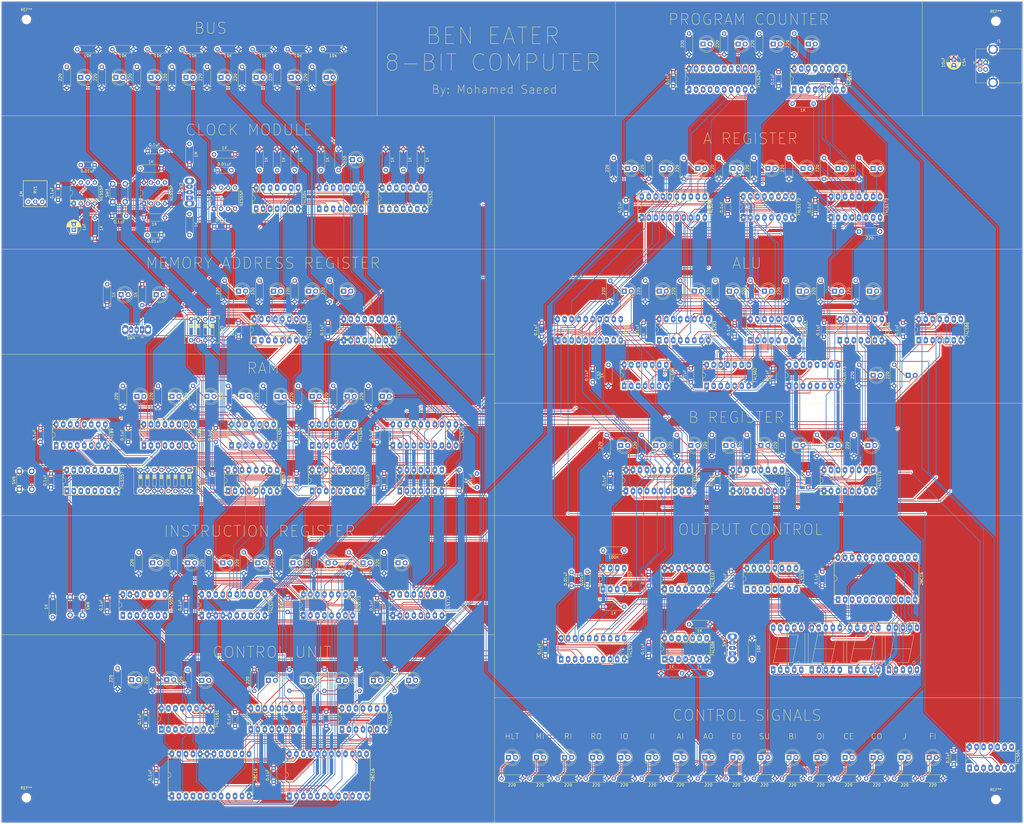
<source format=kicad_pcb>
(kicad_pcb (version 20171130) (host pcbnew "(5.1.10)-1")
  (layers (0 F.Cu signal) (31 B.Cu signal) (34 B.Paste user) (35 F.Paste user) (36 B.SilkS user) (37 F.SilkS user) (38 B.Mask user) (39 F.Mask user) (44 Edge.Cuts user))
  (net 0 "")
  (net 1 GND)
  (net 2 VCC)
  (net 3 "Net-(C9-Pad1)")
  (net 4 "Net-(C10-Pad1)")
  (net 5 "Net-(C14-Pad1)")
  (net 6 "Net-(C15-Pad1)")
  (net 7 "Net-(C16-Pad1)")
  (net 8 "Net-(C17-Pad1)")
  (net 9 /ALU/CLK)
  (net 10 "Net-(C24-Pad2)")
  (net 11 "Net-(D1-Pad1)")
  (net 12 /ALU/BUS_0)
  (net 13 /ALU/BUS_6)
  (net 14 "Net-(D2-Pad1)")
  (net 15 "Net-(D3-Pad1)")
  (net 16 /ALU/BUS_4)
  (net 17 "Net-(D4-Pad1)")
  (net 18 /ALU/BUS_3)
  (net 19 "Net-(D5-Pad1)")
  (net 20 "Net-(D6-Pad1)")
  (net 21 /ALU/BUS_1)
  (net 22 "Net-(D7-Pad1)")
  (net 23 "Net-(D8-Pad1)")
  (net 24 "Net-(D9-Pad2)")
  (net 25 "Net-(D9-Pad1)")
  (net 26 "Net-(D10-Pad1)")
  (net 27 "Net-(D10-Pad2)")
  (net 28 "Net-(D11-Pad2)")
  (net 29 "Net-(D11-Pad1)")
  (net 30 "Net-(D12-Pad1)")
  (net 31 "Net-(D12-Pad2)")
  (net 32 /ALU/A_7)
  (net 33 "Net-(D13-Pad1)")
  (net 34 "Net-(D14-Pad1)")
  (net 35 /ALU/A_6)
  (net 36 "Net-(D15-Pad1)")
  (net 37 /ALU/A_5)
  (net 38 "Net-(D16-Pad1)")
  (net 39 /ALU/A_4)
  (net 40 /ALU/A_3)
  (net 41 "Net-(D17-Pad1)")
  (net 42 "Net-(D18-Pad1)")
  (net 43 /ALU/A_2)
  (net 44 /ALU/A_1)
  (net 45 "Net-(D19-Pad1)")
  (net 46 "Net-(D20-Pad1)")
  (net 47 /ALU/A_0)
  (net 48 /ALU/CF)
  (net 49 "Net-(D21-Pad1)")
  (net 50 "Net-(D22-Pad1)")
  (net 51 /ALU/ZF)
  (net 52 "Net-(D23-Pad2)")
  (net 53 "Net-(D23-Pad1)")
  (net 54 "Net-(D24-Pad2)")
  (net 55 "Net-(D24-Pad1)")
  (net 56 "Net-(D25-Pad2)")
  (net 57 "Net-(D25-Pad1)")
  (net 58 "Net-(D26-Pad1)")
  (net 59 "Net-(D26-Pad2)")
  (net 60 "Net-(D27-Pad1)")
  (net 61 "Net-(D27-Pad2)")
  (net 62 "Net-(D28-Pad2)")
  (net 63 "Net-(D28-Pad1)")
  (net 64 "Net-(D29-Pad1)")
  (net 65 "Net-(D29-Pad2)")
  (net 66 "Net-(D30-Pad2)")
  (net 67 "Net-(D30-Pad1)")
  (net 68 "Net-(D31-Pad1)")
  (net 69 /ALU/B_7)
  (net 70 /ALU/B_6)
  (net 71 "Net-(D32-Pad1)")
  (net 72 /ALU/B_5)
  (net 73 "Net-(D33-Pad1)")
  (net 74 /ALU/B_4)
  (net 75 "Net-(D34-Pad1)")
  (net 76 "Net-(D35-Pad1)")
  (net 77 /ALU/B_3)
  (net 78 "Net-(D36-Pad1)")
  (net 79 /ALU/B_2)
  (net 80 /ALU/B_1)
  (net 81 "Net-(D37-Pad1)")
  (net 82 "Net-(D38-Pad1)")
  (net 83 /ALU/B_0)
  (net 84 "Net-(D39-Pad1)")
  (net 85 /MAR/A3)
  (net 86 "Net-(D40-Pad1)")
  (net 87 "Net-(D41-Pad1)")
  (net 88 /MAR/A2)
  (net 89 /MAR/A1)
  (net 90 "Net-(D42-Pad1)")
  (net 91 "Net-(D43-Pad1)")
  (net 92 /MAR/A0)
  (net 93 "Net-(D44-Pad2)")
  (net 94 /MAR/PROG)
  (net 95 "Net-(D45-Pad1)")
  (net 96 "Net-(D45-Pad2)")
  (net 97 /Control_Logic/IR_7)
  (net 98 "Net-(D46-Pad1)")
  (net 99 "Net-(D47-Pad1)")
  (net 100 /Control_Logic/IR_6)
  (net 101 /Control_Logic/IR_5)
  (net 102 "Net-(D48-Pad1)")
  (net 103 "Net-(D49-Pad1)")
  (net 104 /Control_Logic/IR_4)
  (net 105 "Net-(D50-Pad1)")
  (net 106 "Net-(D50-Pad2)")
  (net 107 "Net-(D51-Pad2)")
  (net 108 "Net-(D51-Pad1)")
  (net 109 "Net-(D52-Pad1)")
  (net 110 "Net-(D52-Pad2)")
  (net 111 "Net-(D53-Pad2)")
  (net 112 "Net-(D53-Pad1)")
  (net 113 "Net-(D54-Pad1)")
  (net 114 "Net-(D54-Pad2)")
  (net 115 "Net-(D55-Pad2)")
  (net 116 "Net-(D55-Pad1)")
  (net 117 "Net-(D56-Pad1)")
  (net 118 "Net-(D56-Pad2)")
  (net 119 "Net-(D57-Pad2)")
  (net 120 "Net-(D57-Pad1)")
  (net 121 "Net-(D58-Pad2)")
  (net 122 "Net-(D58-Pad1)")
  (net 123 "Net-(D59-Pad1)")
  (net 124 "Net-(D59-Pad2)")
  (net 125 "Net-(D60-Pad2)")
  (net 126 "Net-(D60-Pad1)")
  (net 127 "Net-(D61-Pad1)")
  (net 128 "Net-(D61-Pad2)")
  (net 129 "Net-(D62-Pad1)")
  (net 130 "Net-(D62-Pad2)")
  (net 131 "Net-(D63-Pad1)")
  (net 132 "Net-(D63-Pad2)")
  (net 133 "Net-(D64-Pad2)")
  (net 134 "Net-(D64-Pad1)")
  (net 135 "Net-(D65-Pad2)")
  (net 136 "Net-(D65-Pad1)")
  (net 137 "Net-(D66-Pad1)")
  (net 138 "Net-(D66-Pad2)")
  (net 139 "Net-(D67-Pad1)")
  (net 140 "Net-(D67-Pad2)")
  (net 141 "Net-(D68-Pad2)")
  (net 142 "Net-(D68-Pad1)")
  (net 143 "Net-(D69-Pad1)")
  (net 144 "Net-(D69-Pad2)")
  (net 145 /ClockModule/HLT)
  (net 146 "Net-(D70-Pad1)")
  (net 147 "Net-(D71-Pad1)")
  (net 148 "Net-(D71-Pad2)")
  (net 149 /Control_Logic/RI)
  (net 150 "Net-(D72-Pad1)")
  (net 151 "Net-(D73-Pad2)")
  (net 152 "Net-(D73-Pad1)")
  (net 153 "Net-(D74-Pad1)")
  (net 154 "Net-(D74-Pad2)")
  (net 155 "Net-(D75-Pad2)")
  (net 156 "Net-(D75-Pad1)")
  (net 157 "Net-(D76-Pad1)")
  (net 158 "Net-(D76-Pad2)")
  (net 159 "Net-(D77-Pad2)")
  (net 160 "Net-(D77-Pad1)")
  (net 161 "Net-(D78-Pad1)")
  (net 162 "Net-(D78-Pad2)")
  (net 163 /ALU/SU)
  (net 164 "Net-(D79-Pad1)")
  (net 165 "Net-(D80-Pad1)")
  (net 166 "Net-(D80-Pad2)")
  (net 167 "Net-(D81-Pad1)")
  (net 168 /Control_Logic/OI)
  (net 169 /Control_Logic/CE)
  (net 170 "Net-(D82-Pad1)")
  (net 171 "Net-(D83-Pad1)")
  (net 172 "Net-(D83-Pad2)")
  (net 173 "Net-(D84-Pad2)")
  (net 174 "Net-(D84-Pad1)")
  (net 175 "Net-(D85-Pad1)")
  (net 176 "Net-(D85-Pad2)")
  (net 177 "Net-(R29-Pad1)")
  (net 178 "Net-(R30-Pad1)")
  (net 179 "Net-(R31-Pad1)")
  (net 180 "Net-(R32-Pad1)")
  (net 181 "Net-(R51-Pad1)")
  (net 182 "Net-(R53-Pad1)")
  (net 183 "Net-(R54-Pad2)")
  (net 184 "Net-(R56-Pad2)")
  (net 185 "Net-(R57-Pad2)")
  (net 186 "Net-(R58-Pad2)")
  (net 187 "Net-(R60-Pad1)")
  (net 188 "Net-(R61-Pad1)")
  (net 189 "Net-(R62-Pad1)")
  (net 190 "Net-(R63-Pad1)")
  (net 191 "Net-(R64-Pad1)")
  (net 192 "Net-(R65-Pad1)")
  (net 193 "Net-(R66-Pad1)")
  (net 194 "Net-(R91-Pad2)")
  (net 195 "Net-(RV1-Pad3)")
  (net 196 "Net-(SW1-Pad2)")
  (net 197 "Net-(SW5-Pad1)")
  (net 198 "Net-(SW5-Pad5)")
  (net 199 "Net-(SW5-Pad2)")
  (net 200 "Net-(SW5-Pad6)")
  (net 201 "Net-(SW6-Pad2)")
  (net 202 "Net-(SW7-Pad1)")
  (net 203 "Net-(SW7-Pad9)")
  (net 204 "Net-(SW7-Pad2)")
  (net 205 "Net-(SW7-Pad10)")
  (net 206 "Net-(SW7-Pad5)")
  (net 207 "Net-(SW7-Pad13)")
  (net 208 "Net-(SW7-Pad6)")
  (net 209 "Net-(SW7-Pad14)")
  (net 210 "Net-(U1-Pad2)")
  (net 211 "Net-(U1-Pad3)")
  (net 212 "Net-(U1-Pad4)")
  (net 213 "Net-(U1-Pad5)")
  (net 214 "Net-(U1-Pad15)")
  (net 215 "Net-(U1-Pad16)")
  (net 216 "Net-(U1-Pad17)")
  (net 217 "Net-(U1-Pad18)")
  (net 218 /Control_Logic/~CO)
  (net 219 /Control_Logic/~CLR)
  (net 220 /Control_Logic/~J)
  (net 221 "Net-(U2-Pad15)")
  (net 222 /A_Register/~AO)
  (net 223 /A_Register/~AI)
  (net 224 "Net-(U6-Pad8)")
  (net 225 "Net-(U6-Pad3)")
  (net 226 "Net-(U6-Pad6)")
  (net 227 "Net-(U12-Pad9)")
  (net 228 "Net-(U7-Pad6)")
  (net 229 "Net-(U7-Pad13)")
  (net 230 "Net-(U7-Pad5)")
  (net 231 "Net-(U7-Pad12)")
  (net 232 "Net-(U7-Pad11)")
  (net 233 /ALU/~FI)
  (net 234 "Net-(U8-Pad11)")
  (net 235 "Net-(U8-Pad4)")
  (net 236 "Net-(U8-Pad10)")
  (net 237 "Net-(U20-Pad11)")
  (net 238 "Net-(U8-Pad9)")
  (net 239 /ALU/~EO)
  (net 240 "Net-(U11-Pad8)")
  (net 241 "Net-(U11-Pad3)")
  (net 242 "Net-(U11-Pad11)")
  (net 243 "Net-(U11-Pad6)")
  (net 244 "Net-(U12-Pad7)")
  (net 245 "Net-(U13-Pad2)")
  (net 246 "Net-(U13-Pad11)")
  (net 247 "Net-(U13-Pad6)")
  (net 248 "Net-(U13-Pad15)")
  (net 249 /B_Register/~BI)
  (net 250 "Net-(U18-Pad3)")
  (net 251 "Net-(U18-Pad4)")
  (net 252 "Net-(U19-Pad2)")
  (net 253 "Net-(U19-Pad3)")
  (net 254 "Net-(U19-Pad5)")
  (net 255 "Net-(U19-Pad6)")
  (net 256 "Net-(U20-Pad2)")
  (net 257 "Net-(U20-Pad12)")
  (net 258 "Net-(U20-Pad5)")
  (net 259 "Net-(U20-Pad15)")
  (net 260 "Net-(U20-Pad6)")
  (net 261 "Net-(U20-Pad16)")
  (net 262 "Net-(U20-Pad9)")
  (net 263 "Net-(U20-Pad19)")
  (net 264 "Net-(U21-Pad13)")
  (net 265 "Net-(U21-Pad14)")
  (net 266 "Net-(U21-Pad15)")
  (net 267 "Net-(U21-Pad16)")
  (net 268 "Net-(U21-Pad17)")
  (net 269 "Net-(U21-Pad9)")
  (net 270 "Net-(U21-Pad10)")
  (net 271 "Net-(U21-Pad11)")
  (net 272 "Net-(U22-Pad9)")
  (net 273 "Net-(U22-Pad10)")
  (net 274 "Net-(U22-Pad11)")
  (net 275 "Net-(U22-Pad4)")
  (net 276 "Net-(U22-Pad12)")
  (net 277 "Net-(U22-Pad5)")
  (net 278 "Net-(U22-Pad6)")
  (net 279 "Net-(U22-Pad7)")
  (net 280 "Net-(U27-Pad3)")
  (net 281 "Net-(U28-Pad3)")
  (net 282 "Net-(U29-Pad3)")
  (net 283 "Net-(U29-Pad7)")
  (net 284 "Net-(U30-Pad1)")
  (net 285 "Net-(U30-Pad8)")
  (net 286 "Net-(U30-Pad2)")
  (net 287 "Net-(U30-Pad3)")
  (net 288 "Net-(U30-Pad11)")
  (net 289 "Net-(U30-Pad6)")
  (net 290 "Net-(U31-Pad10)")
  (net 291 "Net-(U31-Pad4)")
  (net 292 "Net-(U31-Pad11)")
  (net 293 "Net-(U32-Pad6)")
  (net 294 /ClockModule/~CLK)
  (net 295 "Net-(U32-Pad4)")
  (net 296 "Net-(U32-Pad10)")
  (net 297 "Net-(U33-Pad6)")
  (net 298 "Net-(U33-Pad13)")
  (net 299 "Net-(U33-Pad3)")
  (net 300 "Net-(U33-Pad10)")
  (net 301 /Control_Logic/~MI)
  (net 302 /Control_Logic/~IO)
  (net 303 /Control_Logic/~II)
  (net 304 "Net-(U38-Pad1)")
  (net 305 "Net-(U38-Pad3)")
  (net 306 "Net-(U38-Pad10)")
  (net 307 "Net-(U38-Pad5)")
  (net 308 "Net-(U38-Pad12)")
  (net 309 "Net-(U39-Pad1)")
  (net 310 "Net-(U39-Pad3)")
  (net 311 "Net-(U39-Pad10)")
  (net 312 "Net-(U39-Pad5)")
  (net 313 "Net-(U39-Pad13)")
  (net 314 "Net-(U40-Pad7)")
  (net 315 "Net-(U40-Pad6)")
  (net 316 "Net-(U40-Pad13)")
  (net 317 "Net-(U40-Pad5)")
  (net 318 "Net-(U40-Pad12)")
  (net 319 "Net-(U40-Pad4)")
  (net 320 "Net-(U40-Pad3)")
  (net 321 "Net-(U40-Pad10)")
  (net 322 "Net-(U40-Pad2)")
  (net 323 "Net-(U40-Pad9)")
  (net 324 "Net-(U41-Pad6)")
  (net 325 "Net-(U41-Pad12)")
  (net 326 "Net-(U41-Pad4)")
  (net 327 "Net-(U41-Pad10)")
  (net 328 "Net-(U42-Pad6)")
  (net 329 "Net-(U42-Pad11)")
  (net 330 "Net-(U42-Pad8)")
  (net 331 /Control_Logic/~RO)
  (net 332 "Net-(U44-Pad10)")
  (net 333 "Net-(U44-Pad4)")
  (net 334 "Net-(U44-Pad12)")
  (net 335 "Net-(U44-Pad6)")
  (net 336 "Net-(U47-Pad1)")
  (net 337 "Net-(U47-Pad5)")
  (net 338 "Net-(U47-Pad3)")
  (net 339 "Net-(U48-Pad3)")
  (net 340 "Net-(U48-Pad11)")
  (net 341 "Net-(U48-Pad4)")
  (net 342 "Net-(U48-Pad5)")
  (net 343 "Net-(U48-Pad6)")
  (net 344 "Net-(U48-Pad15)")
  (net 345 "Net-(U49-Pad7)")
  (net 346 "Net-(U49-Pad9)")
  (net 347 "Net-(U53-Pad8)")
  (net 348 /ALU/BUS_7)
  (net 349 /ALU/BUS_5)
  (net 350 /ALU/BUS_2)
  (net 351 /ALU/CLR)
  (net 352 "Net-(U8-Pad13)")
  (net 353 "Net-(U8-Pad12)")
  (net 354 "Net-(U8-Pad3)")
  (net 355 "Net-(U22-Pad1)")
  (net 356 "Net-(U22-Pad2)")
  (net 357 "Net-(U22-Pad3)")
  (net 358 /Control_Logic/CLR)
  (net 359 "Net-(U38-Pad9)")
  (net 360 "Net-(U39-Pad8)")
  (net 361 "Net-(U40-Pad11)")
  (net 362 "Net-(R116-Pad1)")
  (net 363 "Net-(R117-Pad2)")
  (net 364 "Net-(J1-Pad3)")
  (net 365 "Net-(J1-Pad2)")
  (net 366 "Net-(C53-Pad2)")
  (net 367 "Net-(C13-Pad1)")
  (module MountingHole:MountingHole_2.5mm (layer F.Cu) (at 471.17 55.88)
    (fp_text reference REF** (at 0 -3.5) (layer F.SilkS))
    (fp_text value MountingHole_2.5mm)
    (pad 1 np_thru_hole circle (at 0 0) (size 2.5 2.5) (drill 2.5) (layers *.Cu *.Mask))
  )
  (module MountingHole:MountingHole_2.5mm (layer F.Cu) (at 471.17 337.82)
    (fp_text reference REF** (at 0 -3.5) (layer F.SilkS))
    (fp_text value MountingHole_2.5mm)
    (pad 1 np_thru_hole circle (at 0 0) (size 2.5 2.5) (drill 2.5) (layers *.Cu *.Mask))
  )
  (module MountingHole:MountingHole_2.5mm (layer F.Cu) (at 120.015 337.185)
    (fp_text reference REF** (at 0 -3.5) (layer F.SilkS))
    (fp_text value MountingHole_2.5mm)
    (pad 1 np_thru_hole circle (at 0 0) (size 2.5 2.5) (drill 2.5) (layers *.Cu *.Mask))
  )
  (module MountingHole:MountingHole_2.5mm (layer F.Cu) (at 120.015 55.245)
    (fp_text reference REF** (at 0 -3.5) (layer F.SilkS))
    (fp_text value MountingHole_2.5mm)
    (pad 1 np_thru_hole circle (at 0 0) (size 2.5 2.5) (drill 2.5) (layers *.Cu *.Mask))
  )
  (module Package_DIP:DIP-14_W7.62mm_Socket_LongPads (layer F.Cu) (at 366.395 187.96 90)
    (fp_text reference U9)
    (fp_text value 74LS02 (at 3.81 17.57 90) (layer F.SilkS))
    (pad 14 thru_hole oval (at 7.62 0 90) (size 2.4 1.6) (drill 0.8) (layers *.Cu *.Mask) (net 2 VCC))
    (pad 7 thru_hole oval (at 0 15.24 90) (size 2.4 1.6) (drill 0.8) (layers *.Cu *.Mask) (net 1 GND))
    (pad 13 thru_hole oval (at 7.62 2.54 90) (size 2.4 1.6) (drill 0.8) (layers *.Cu *.Mask) (net 238 "Net-(U8-Pad9)"))
    (pad 6 thru_hole oval (at 0 12.7 90) (size 2.4 1.6) (drill 0.8) (layers *.Cu *.Mask) (net 56 "Net-(D25-Pad2)"))
    (pad 12 thru_hole oval (at 7.62 5.08 90) (size 2.4 1.6) (drill 0.8) (layers *.Cu *.Mask) (net 65 "Net-(D29-Pad2)"))
    (pad 5 thru_hole oval (at 0 10.16 90) (size 2.4 1.6) (drill 0.8) (layers *.Cu *.Mask) (net 59 "Net-(D26-Pad2)"))
    (pad 11 thru_hole oval (at 7.62 7.62 90) (size 2.4 1.6) (drill 0.8) (layers *.Cu *.Mask) (net 66 "Net-(D30-Pad2)"))
    (pad 4 thru_hole oval (at 0 7.62 90) (size 2.4 1.6) (drill 0.8) (layers *.Cu *.Mask) (net 353 "Net-(U8-Pad12)"))
    (pad 10 thru_hole oval (at 7.62 10.16 90) (size 2.4 1.6) (drill 0.8) (layers *.Cu *.Mask) (net 236 "Net-(U8-Pad10)"))
    (pad 3 thru_hole oval (at 0 5.08 90) (size 2.4 1.6) (drill 0.8) (layers *.Cu *.Mask) (net 52 "Net-(D23-Pad2)"))
    (pad 9 thru_hole oval (at 7.62 12.7 90) (size 2.4 1.6) (drill 0.8) (layers *.Cu *.Mask) (net 61 "Net-(D27-Pad2)"))
    (pad 2 thru_hole oval (at 0 2.54 90) (size 2.4 1.6) (drill 0.8) (layers *.Cu *.Mask) (net 54 "Net-(D24-Pad2)"))
    (pad 8 thru_hole oval (at 7.62 15.24 90) (size 2.4 1.6) (drill 0.8) (layers *.Cu *.Mask) (net 62 "Net-(D28-Pad2)"))
    (pad 1 thru_hole rect (at 0 0 90) (size 2.4 1.6) (drill 0.8) (layers *.Cu *.Mask) (net 352 "Net-(U8-Pad13)"))
  )
  (module Button_Switch_THT:SW_PUSH_6mm_H5mm (layer F.Cu) (at 140.335 264.499 270)
    (fp_text reference SW8 (at 3.25 -2 90) (layer F.SilkS))
    (fp_text value RESET)
    (pad 1 thru_hole circle (at 6.5 0) (size 2 2) (drill 1.1) (layers *.Cu *.Mask) (net 194 "Net-(R91-Pad2)"))
    (pad 2 thru_hole circle (at 6.5 4.5) (size 2 2) (drill 1.1) (layers *.Cu *.Mask) (net 2 VCC))
    (pad 1 thru_hole circle (at 0 0) (size 2 2) (drill 1.1) (layers *.Cu *.Mask) (net 194 "Net-(R91-Pad2)"))
    (pad 2 thru_hole circle (at 0 4.5) (size 2 2) (drill 1.1) (layers *.Cu *.Mask) (net 2 VCC))
  )
  (module Button_Switch_THT:SW_PUSH_6mm_H5mm (layer F.Cu) (at 117.42 225.425 90)
    (fp_text reference SW6 (at 3.25 -2 90) (layer F.SilkS))
    (fp_text value SW_Push)
    (pad 1 thru_hole circle (at 6.5 0 180) (size 2 2) (drill 1.1) (layers *.Cu *.Mask) (net 1 GND))
    (pad 2 thru_hole circle (at 6.5 4.5 180) (size 2 2) (drill 1.1) (layers *.Cu *.Mask) (net 201 "Net-(SW6-Pad2)"))
    (pad 1 thru_hole circle (at 0 0 180) (size 2 2) (drill 1.1) (layers *.Cu *.Mask) (net 1 GND))
    (pad 2 thru_hole circle (at 0 4.5 180) (size 2 2) (drill 1.1) (layers *.Cu *.Mask) (net 201 "Net-(SW6-Pad2)"))
  )
  (module Button_Switch_THT:SW_PUSH_6mm_H5mm (layer F.Cu) (at 151.29 121.313 90)
    (fp_text reference SW3 (at 3.25 -2 90) (layer F.SilkS))
    (fp_text value SW_Push)
    (pad 1 thru_hole circle (at 6.5 0 180) (size 2 2) (drill 1.1) (layers *.Cu *.Mask) (net 1 GND))
    (pad 2 thru_hole circle (at 6.5 4.5 180) (size 2 2) (drill 1.1) (layers *.Cu *.Mask) (net 366 "Net-(C53-Pad2)"))
    (pad 1 thru_hole circle (at 0 0 180) (size 2 2) (drill 1.1) (layers *.Cu *.Mask) (net 1 GND))
    (pad 2 thru_hole circle (at 0 4.5 180) (size 2 2) (drill 1.1) (layers *.Cu *.Mask) (net 366 "Net-(C53-Pad2)"))
  )
  (module "8-bit custom library:Potentiometer-5.5mm" (layer F.Cu) (at 125.73 121.285 90)
    (fp_text reference RV1 (at 4.318 -2.54 90) (layer F.SilkS))
    (fp_text value 1M (at 2.794 -7.62 90) (layer F.SilkS))
    (pad 3 thru_hole circle (at 0 -5.08 90) (size 1.524 1.524) (drill 0.762) (layers *.Cu *.Mask) (net 195 "Net-(RV1-Pad3)"))
    (pad 2 thru_hole circle (at 0 -2.54 90) (size 1.524 1.524) (drill 0.762) (layers *.Cu *.Mask) (net 186 "Net-(R58-Pad2)"))
    (pad 1 thru_hole circle (at 0 0 90) (size 1.524 1.524) (drill 0.762) (layers *.Cu *.Mask) (net 5 "Net-(C14-Pad1)"))
  )
  (module Resistor_THT:R_Axial_DIN0207_L6.3mm_D2.5mm_P7.62mm_Horizontal (layer F.Cu) (at 421.64 132.08)
    (fp_text reference R117)
    (fp_text value 220 (at 3.81 2.37) (layer F.SilkS))
    (pad 2 thru_hole oval (at 7.62 0) (size 1.6 1.6) (drill 0.8) (layers *.Cu *.Mask) (net 363 "Net-(R117-Pad2)"))
    (pad 1 thru_hole circle (at 0 0) (size 1.6 1.6) (drill 0.8) (layers *.Cu *.Mask) (net 9 /ALU/CLK))
  )
  (module Resistor_THT:R_Axial_DIN0207_L6.3mm_D2.5mm_P7.62mm_Horizontal (layer F.Cu) (at 397.51 85.725)
    (fp_text reference R116)
    (fp_text value 1K (at 3.81 2.37) (layer F.SilkS))
    (pad 2 thru_hole oval (at 7.62 0) (size 1.6 1.6) (drill 0.8) (layers *.Cu *.Mask) (net 9 /ALU/CLK))
    (pad 1 thru_hole circle (at 0 0) (size 1.6 1.6) (drill 0.8) (layers *.Cu *.Mask) (net 362 "Net-(R116-Pad1)"))
  )
  (module Resistor_THT:R_Axial_DIN0207_L6.3mm_D2.5mm_P7.62mm_Horizontal (layer F.Cu) (at 444.5 330.2)
    (fp_text reference R115)
    (fp_text value 220 (at 3.81 2.37) (layer F.SilkS))
    (pad 2 thru_hole oval (at 7.62 0) (size 1.6 1.6) (drill 0.8) (layers *.Cu *.Mask) (net 1 GND))
    (pad 1 thru_hole circle (at 0 0) (size 1.6 1.6) (drill 0.8) (layers *.Cu *.Mask) (net 175 "Net-(D85-Pad1)"))
  )
  (module Resistor_THT:R_Axial_DIN0207_L6.3mm_D2.5mm_P7.62mm_Horizontal (layer F.Cu) (at 434.34 330.2)
    (fp_text reference R114)
    (fp_text value 220 (at 3.81 2.37) (layer F.SilkS))
    (pad 2 thru_hole oval (at 7.62 0) (size 1.6 1.6) (drill 0.8) (layers *.Cu *.Mask) (net 1 GND))
    (pad 1 thru_hole circle (at 0 0) (size 1.6 1.6) (drill 0.8) (layers *.Cu *.Mask) (net 174 "Net-(D84-Pad1)"))
  )
  (module Resistor_THT:R_Axial_DIN0207_L6.3mm_D2.5mm_P7.62mm_Horizontal (layer F.Cu) (at 424.18 330.2)
    (fp_text reference R113)
    (fp_text value 220 (at 3.81 2.37) (layer F.SilkS))
    (pad 2 thru_hole oval (at 7.62 0) (size 1.6 1.6) (drill 0.8) (layers *.Cu *.Mask) (net 1 GND))
    (pad 1 thru_hole circle (at 0 0) (size 1.6 1.6) (drill 0.8) (layers *.Cu *.Mask) (net 171 "Net-(D83-Pad1)"))
  )
  (module Resistor_THT:R_Axial_DIN0207_L6.3mm_D2.5mm_P7.62mm_Horizontal (layer F.Cu) (at 414.02 330.2)
    (fp_text reference R112)
    (fp_text value 220 (at 3.81 2.37) (layer F.SilkS))
    (pad 2 thru_hole oval (at 7.62 0) (size 1.6 1.6) (drill 0.8) (layers *.Cu *.Mask) (net 1 GND))
    (pad 1 thru_hole circle (at 0 0) (size 1.6 1.6) (drill 0.8) (layers *.Cu *.Mask) (net 170 "Net-(D82-Pad1)"))
  )
  (module Resistor_THT:R_Axial_DIN0207_L6.3mm_D2.5mm_P7.62mm_Horizontal (layer F.Cu) (at 403.86 330.2)
    (fp_text reference R111)
    (fp_text value 220 (at 3.81 2.37) (layer F.SilkS))
    (pad 2 thru_hole oval (at 7.62 0) (size 1.6 1.6) (drill 0.8) (layers *.Cu *.Mask) (net 1 GND))
    (pad 1 thru_hole circle (at 0 0) (size 1.6 1.6) (drill 0.8) (layers *.Cu *.Mask) (net 167 "Net-(D81-Pad1)"))
  )
  (module Resistor_THT:R_Axial_DIN0207_L6.3mm_D2.5mm_P7.62mm_Horizontal (layer F.Cu) (at 393.7 330.2)
    (fp_text reference R110)
    (fp_text value 220 (at 3.81 2.37) (layer F.SilkS))
    (pad 2 thru_hole oval (at 7.62 0) (size 1.6 1.6) (drill 0.8) (layers *.Cu *.Mask) (net 1 GND))
    (pad 1 thru_hole circle (at 0 0) (size 1.6 1.6) (drill 0.8) (layers *.Cu *.Mask) (net 165 "Net-(D80-Pad1)"))
  )
  (module Resistor_THT:R_Axial_DIN0207_L6.3mm_D2.5mm_P7.62mm_Horizontal (layer F.Cu) (at 383.54 330.2)
    (fp_text reference R109)
    (fp_text value 220 (at 3.81 2.37) (layer F.SilkS))
    (pad 2 thru_hole oval (at 7.62 0) (size 1.6 1.6) (drill 0.8) (layers *.Cu *.Mask) (net 1 GND))
    (pad 1 thru_hole circle (at 0 0) (size 1.6 1.6) (drill 0.8) (layers *.Cu *.Mask) (net 164 "Net-(D79-Pad1)"))
  )
  (module Resistor_THT:R_Axial_DIN0207_L6.3mm_D2.5mm_P7.62mm_Horizontal (layer F.Cu) (at 373.38 330.2)
    (fp_text reference R108)
    (fp_text value 220 (at 3.81 2.37) (layer F.SilkS))
    (pad 2 thru_hole oval (at 7.62 0) (size 1.6 1.6) (drill 0.8) (layers *.Cu *.Mask) (net 1 GND))
    (pad 1 thru_hole circle (at 0 0) (size 1.6 1.6) (drill 0.8) (layers *.Cu *.Mask) (net 161 "Net-(D78-Pad1)"))
  )
  (module Resistor_THT:R_Axial_DIN0207_L6.3mm_D2.5mm_P7.62mm_Horizontal (layer F.Cu) (at 363.22 330.2)
    (fp_text reference R107)
    (fp_text value 220 (at 3.81 2.37) (layer F.SilkS))
    (pad 2 thru_hole oval (at 7.62 0) (size 1.6 1.6) (drill 0.8) (layers *.Cu *.Mask) (net 1 GND))
    (pad 1 thru_hole circle (at 0 0) (size 1.6 1.6) (drill 0.8) (layers *.Cu *.Mask) (net 160 "Net-(D77-Pad1)"))
  )
  (module Resistor_THT:R_Axial_DIN0207_L6.3mm_D2.5mm_P7.62mm_Horizontal (layer F.Cu) (at 353.06 330.2)
    (fp_text reference R106)
    (fp_text value 220 (at 3.81 2.37) (layer F.SilkS))
    (pad 2 thru_hole oval (at 7.62 0) (size 1.6 1.6) (drill 0.8) (layers *.Cu *.Mask) (net 1 GND))
    (pad 1 thru_hole circle (at 0 0) (size 1.6 1.6) (drill 0.8) (layers *.Cu *.Mask) (net 157 "Net-(D76-Pad1)"))
  )
  (module Resistor_THT:R_Axial_DIN0207_L6.3mm_D2.5mm_P7.62mm_Horizontal (layer F.Cu) (at 342.9 330.2)
    (fp_text reference R105)
    (fp_text value 220 (at 3.81 2.37) (layer F.SilkS))
    (pad 2 thru_hole oval (at 7.62 0) (size 1.6 1.6) (drill 0.8) (layers *.Cu *.Mask) (net 1 GND))
    (pad 1 thru_hole circle (at 0 0) (size 1.6 1.6) (drill 0.8) (layers *.Cu *.Mask) (net 156 "Net-(D75-Pad1)"))
  )
  (module Resistor_THT:R_Axial_DIN0207_L6.3mm_D2.5mm_P7.62mm_Horizontal (layer F.Cu) (at 332.74 330.2)
    (fp_text reference R104)
    (fp_text value 220 (at 3.81 2.37) (layer F.SilkS))
    (pad 2 thru_hole oval (at 7.62 0) (size 1.6 1.6) (drill 0.8) (layers *.Cu *.Mask) (net 1 GND))
    (pad 1 thru_hole circle (at 0 0) (size 1.6 1.6) (drill 0.8) (layers *.Cu *.Mask) (net 153 "Net-(D74-Pad1)"))
  )
  (module Resistor_THT:R_Axial_DIN0207_L6.3mm_D2.5mm_P7.62mm_Horizontal (layer F.Cu) (at 322.58 330.2)
    (fp_text reference R103)
    (fp_text value 220 (at 3.81 2.37) (layer F.SilkS))
    (pad 2 thru_hole oval (at 7.62 0) (size 1.6 1.6) (drill 0.8) (layers *.Cu *.Mask) (net 1 GND))
    (pad 1 thru_hole circle (at 0 0) (size 1.6 1.6) (drill 0.8) (layers *.Cu *.Mask) (net 152 "Net-(D73-Pad1)"))
  )
  (module Resistor_THT:R_Axial_DIN0207_L6.3mm_D2.5mm_P7.62mm_Horizontal (layer F.Cu) (at 312.42 330.2)
    (fp_text reference R102)
    (fp_text value 220 (at 3.81 2.37) (layer F.SilkS))
    (pad 2 thru_hole oval (at 7.62 0) (size 1.6 1.6) (drill 0.8) (layers *.Cu *.Mask) (net 1 GND))
    (pad 1 thru_hole circle (at 0 0) (size 1.6 1.6) (drill 0.8) (layers *.Cu *.Mask) (net 150 "Net-(D72-Pad1)"))
  )
  (module Resistor_THT:R_Axial_DIN0207_L6.3mm_D2.5mm_P7.62mm_Horizontal (layer F.Cu) (at 302.26 330.2)
    (fp_text reference R101)
    (fp_text value 220 (at 3.81 2.37) (layer F.SilkS))
    (pad 2 thru_hole oval (at 7.62 0) (size 1.6 1.6) (drill 0.8) (layers *.Cu *.Mask) (net 1 GND))
    (pad 1 thru_hole circle (at 0 0) (size 1.6 1.6) (drill 0.8) (layers *.Cu *.Mask) (net 147 "Net-(D71-Pad1)"))
  )
  (module Resistor_THT:R_Axial_DIN0207_L6.3mm_D2.5mm_P7.62mm_Horizontal (layer F.Cu) (at 292.1 330.2)
    (fp_text reference R100)
    (fp_text value 220 (at 3.81 2.37) (layer F.SilkS))
    (pad 2 thru_hole oval (at 7.62 0) (size 1.6 1.6) (drill 0.8) (layers *.Cu *.Mask) (net 1 GND))
    (pad 1 thru_hole circle (at 0 0) (size 1.6 1.6) (drill 0.8) (layers *.Cu *.Mask) (net 146 "Net-(D70-Pad1)"))
  )
  (module Resistor_THT:R_Axial_DIN0207_L6.3mm_D2.5mm_P7.62mm_Horizontal (layer F.Cu) (at 153.035 290.195 270)
    (fp_text reference R99)
    (fp_text value 220 (at 3.81 2.37 90) (layer F.SilkS))
    (pad 2 thru_hole oval (at 7.62 0 270) (size 1.6 1.6) (drill 0.8) (layers *.Cu *.Mask) (net 1 GND))
    (pad 1 thru_hole circle (at 0 0 270) (size 1.6 1.6) (drill 0.8) (layers *.Cu *.Mask) (net 143 "Net-(D69-Pad1)"))
  )
  (module Resistor_THT:R_Axial_DIN0207_L6.3mm_D2.5mm_P7.62mm_Horizontal (layer F.Cu) (at 165.735 290.83 270)
    (fp_text reference R98)
    (fp_text value 220 (at 3.81 2.37 90) (layer F.SilkS))
    (pad 2 thru_hole oval (at 7.62 0 270) (size 1.6 1.6) (drill 0.8) (layers *.Cu *.Mask) (net 1 GND))
    (pad 1 thru_hole circle (at 0 0 270) (size 1.6 1.6) (drill 0.8) (layers *.Cu *.Mask) (net 142 "Net-(D68-Pad1)"))
  )
  (module Resistor_THT:R_Axial_DIN0207_L6.3mm_D2.5mm_P7.62mm_Horizontal (layer F.Cu) (at 178.435 290.83 270)
    (fp_text reference R97)
    (fp_text value 220 (at 3.81 2.37 90) (layer F.SilkS))
    (pad 2 thru_hole oval (at 7.62 0 270) (size 1.6 1.6) (drill 0.8) (layers *.Cu *.Mask) (net 1 GND))
    (pad 1 thru_hole circle (at 0 0 270) (size 1.6 1.6) (drill 0.8) (layers *.Cu *.Mask) (net 139 "Net-(D67-Pad1)"))
  )
  (module Resistor_THT:R_Axial_DIN0207_L6.3mm_D2.5mm_P7.62mm_Horizontal (layer F.Cu) (at 253.365 290.83 270)
    (fp_text reference R96)
    (fp_text value 220 (at 3.81 2.37 90) (layer F.SilkS))
    (pad 2 thru_hole oval (at 7.62 0 270) (size 1.6 1.6) (drill 0.8) (layers *.Cu *.Mask) (net 138 "Net-(D66-Pad2)"))
    (pad 1 thru_hole circle (at 0 0 270) (size 1.6 1.6) (drill 0.8) (layers *.Cu *.Mask) (net 2 VCC))
  )
  (module Resistor_THT:R_Axial_DIN0207_L6.3mm_D2.5mm_P7.62mm_Horizontal (layer F.Cu) (at 240.665 290.83 270)
    (fp_text reference R95)
    (fp_text value 220 (at 3.81 2.37 90) (layer F.SilkS))
    (pad 2 thru_hole oval (at 7.62 0 270) (size 1.6 1.6) (drill 0.8) (layers *.Cu *.Mask) (net 135 "Net-(D65-Pad2)"))
    (pad 1 thru_hole circle (at 0 0 270) (size 1.6 1.6) (drill 0.8) (layers *.Cu *.Mask) (net 2 VCC))
  )
  (module Resistor_THT:R_Axial_DIN0207_L6.3mm_D2.5mm_P7.62mm_Horizontal (layer F.Cu) (at 227.965 290.83 270)
    (fp_text reference R94)
    (fp_text value 220 (at 3.81 2.37 90) (layer F.SilkS))
    (pad 2 thru_hole oval (at 7.62 0 270) (size 1.6 1.6) (drill 0.8) (layers *.Cu *.Mask) (net 133 "Net-(D64-Pad2)"))
    (pad 1 thru_hole circle (at 0 0 270) (size 1.6 1.6) (drill 0.8) (layers *.Cu *.Mask) (net 2 VCC))
  )
  (module Resistor_THT:R_Axial_DIN0207_L6.3mm_D2.5mm_P7.62mm_Horizontal (layer F.Cu) (at 215.265 290.83 270)
    (fp_text reference R93)
    (fp_text value 220 (at 3.81 2.37 90) (layer F.SilkS))
    (pad 2 thru_hole oval (at 7.62 0 270) (size 1.6 1.6) (drill 0.8) (layers *.Cu *.Mask) (net 132 "Net-(D63-Pad2)"))
    (pad 1 thru_hole circle (at 0 0 270) (size 1.6 1.6) (drill 0.8) (layers *.Cu *.Mask) (net 2 VCC))
  )
  (module Resistor_THT:R_Axial_DIN0207_L6.3mm_D2.5mm_P7.62mm_Horizontal (layer F.Cu) (at 202.565 290.83 270)
    (fp_text reference R92)
    (fp_text value 220 (at 3.81 2.37 90) (layer F.SilkS))
    (pad 2 thru_hole oval (at 7.62 0 270) (size 1.6 1.6) (drill 0.8) (layers *.Cu *.Mask) (net 130 "Net-(D62-Pad2)"))
    (pad 1 thru_hole circle (at 0 0 270) (size 1.6 1.6) (drill 0.8) (layers *.Cu *.Mask) (net 2 VCC))
  )
  (module Resistor_THT:R_Axial_DIN0207_L6.3mm_D2.5mm_P7.62mm_Horizontal (layer F.Cu) (at 129.54 264.16 270)
    (fp_text reference R91)
    (fp_text value 1K (at 3.81 2.37 90) (layer F.SilkS))
    (pad 2 thru_hole oval (at 7.62 0 270) (size 1.6 1.6) (drill 0.8) (layers *.Cu *.Mask) (net 194 "Net-(R91-Pad2)"))
    (pad 1 thru_hole circle (at 0 0 270) (size 1.6 1.6) (drill 0.8) (layers *.Cu *.Mask) (net 1 GND))
  )
  (module Resistor_THT:R_Axial_DIN0207_L6.3mm_D2.5mm_P7.62mm_Horizontal (layer F.Cu) (at 276.86 226.06 90)
    (fp_text reference R90)
    (fp_text value 1K (at 3.81 2.37 90) (layer F.SilkS))
    (pad 2 thru_hole oval (at 7.62 0 90) (size 1.6 1.6) (drill 0.8) (layers *.Cu *.Mask) (net 10 "Net-(C24-Pad2)"))
    (pad 1 thru_hole circle (at 0 0 90) (size 1.6 1.6) (drill 0.8) (layers *.Cu *.Mask) (net 1 GND))
  )
  (module Resistor_THT:R_Axial_DIN0207_L6.3mm_D2.5mm_P7.62mm_Horizontal (layer F.Cu) (at 243.84 187.96 270)
    (fp_text reference R89)
    (fp_text value 220 (at 3.81 2.37 90) (layer F.SilkS))
    (pad 2 thru_hole oval (at 7.62 0 270) (size 1.6 1.6) (drill 0.8) (layers *.Cu *.Mask) (net 1 GND))
    (pad 1 thru_hole circle (at 0 0 270) (size 1.6 1.6) (drill 0.8) (layers *.Cu *.Mask) (net 127 "Net-(D61-Pad1)"))
  )
  (module Resistor_THT:R_Axial_DIN0207_L6.3mm_D2.5mm_P7.62mm_Horizontal (layer F.Cu) (at 231.14 187.96 270)
    (fp_text reference R88)
    (fp_text value 220 (at 3.81 2.37 90) (layer F.SilkS))
    (pad 2 thru_hole oval (at 7.62 0 270) (size 1.6 1.6) (drill 0.8) (layers *.Cu *.Mask) (net 1 GND))
    (pad 1 thru_hole circle (at 0 0 270) (size 1.6 1.6) (drill 0.8) (layers *.Cu *.Mask) (net 126 "Net-(D60-Pad1)"))
  )
  (module Resistor_THT:R_Axial_DIN0207_L6.3mm_D2.5mm_P7.62mm_Horizontal (layer F.Cu) (at 218.44 187.96 270)
    (fp_text reference R87)
    (fp_text value 220 (at 3.81 2.37 90) (layer F.SilkS))
    (pad 2 thru_hole oval (at 7.62 0 270) (size 1.6 1.6) (drill 0.8) (layers *.Cu *.Mask) (net 1 GND))
    (pad 1 thru_hole circle (at 0 0 270) (size 1.6 1.6) (drill 0.8) (layers *.Cu *.Mask) (net 123 "Net-(D59-Pad1)"))
  )
  (module Resistor_THT:R_Axial_DIN0207_L6.3mm_D2.5mm_P7.62mm_Horizontal (layer F.Cu) (at 205.74 187.96 270)
    (fp_text reference R86)
    (fp_text value 220 (at 3.81 2.37 90) (layer F.SilkS))
    (pad 2 thru_hole oval (at 7.62 0 270) (size 1.6 1.6) (drill 0.8) (layers *.Cu *.Mask) (net 1 GND))
    (pad 1 thru_hole circle (at 0 0 270) (size 1.6 1.6) (drill 0.8) (layers *.Cu *.Mask) (net 122 "Net-(D58-Pad1)"))
  )
  (module Resistor_THT:R_Axial_DIN0207_L6.3mm_D2.5mm_P7.62mm_Horizontal (layer F.Cu) (at 193.04 187.96 270)
    (fp_text reference R85)
    (fp_text value 220 (at 3.81 2.37 90) (layer F.SilkS))
    (pad 2 thru_hole oval (at 7.62 0 270) (size 1.6 1.6) (drill 0.8) (layers *.Cu *.Mask) (net 1 GND))
    (pad 1 thru_hole circle (at 0 0 270) (size 1.6 1.6) (drill 0.8) (layers *.Cu *.Mask) (net 120 "Net-(D57-Pad1)"))
  )
  (module Resistor_THT:R_Axial_DIN0207_L6.3mm_D2.5mm_P7.62mm_Horizontal (layer F.Cu) (at 180.34 187.96 270)
    (fp_text reference R84)
    (fp_text value 220 (at 3.81 2.37 90) (layer F.SilkS))
    (pad 2 thru_hole oval (at 7.62 0 270) (size 1.6 1.6) (drill 0.8) (layers *.Cu *.Mask) (net 1 GND))
    (pad 1 thru_hole circle (at 0 0 270) (size 1.6 1.6) (drill 0.8) (layers *.Cu *.Mask) (net 117 "Net-(D56-Pad1)"))
  )
  (module Resistor_THT:R_Axial_DIN0207_L6.3mm_D2.5mm_P7.62mm_Horizontal (layer F.Cu) (at 167.64 187.96 270)
    (fp_text reference R83)
    (fp_text value 220 (at 3.81 2.37 90) (layer F.SilkS))
    (pad 2 thru_hole oval (at 7.62 0 270) (size 1.6 1.6) (drill 0.8) (layers *.Cu *.Mask) (net 1 GND))
    (pad 1 thru_hole circle (at 0 0 270) (size 1.6 1.6) (drill 0.8) (layers *.Cu *.Mask) (net 116 "Net-(D55-Pad1)"))
  )
  (module Resistor_THT:R_Axial_DIN0207_L6.3mm_D2.5mm_P7.62mm_Horizontal (layer F.Cu) (at 154.94 187.96 270)
    (fp_text reference R82)
    (fp_text value 220 (at 3.81 2.37 90) (layer F.SilkS))
    (pad 2 thru_hole oval (at 7.62 0 270) (size 1.6 1.6) (drill 0.8) (layers *.Cu *.Mask) (net 1 GND))
    (pad 1 thru_hole circle (at 0 0 270) (size 1.6 1.6) (drill 0.8) (layers *.Cu *.Mask) (net 113 "Net-(D54-Pad1)"))
  )
  (module Resistor_THT:R_Axial_DIN0207_L6.3mm_D2.5mm_P7.62mm_Horizontal (layer F.Cu) (at 249.555 248.285 270)
    (fp_text reference R81)
    (fp_text value 220 (at 3.81 2.37 90) (layer F.SilkS))
    (pad 2 thru_hole oval (at 7.62 0 270) (size 1.6 1.6) (drill 0.8) (layers *.Cu *.Mask) (net 1 GND))
    (pad 1 thru_hole circle (at 0 0 270) (size 1.6 1.6) (drill 0.8) (layers *.Cu *.Mask) (net 112 "Net-(D53-Pad1)"))
  )
  (module Resistor_THT:R_Axial_DIN0207_L6.3mm_D2.5mm_P7.62mm_Horizontal (layer F.Cu) (at 236.855 248.285 270)
    (fp_text reference R80)
    (fp_text value 220 (at 3.81 2.37 90) (layer F.SilkS))
    (pad 2 thru_hole oval (at 7.62 0 270) (size 1.6 1.6) (drill 0.8) (layers *.Cu *.Mask) (net 1 GND))
    (pad 1 thru_hole circle (at 0 0 270) (size 1.6 1.6) (drill 0.8) (layers *.Cu *.Mask) (net 109 "Net-(D52-Pad1)"))
  )
  (module Resistor_THT:R_Axial_DIN0207_L6.3mm_D2.5mm_P7.62mm_Horizontal (layer F.Cu) (at 224.155 248.285 270)
    (fp_text reference R79)
    (fp_text value 220 (at 3.81 2.37 90) (layer F.SilkS))
    (pad 2 thru_hole oval (at 7.62 0 270) (size 1.6 1.6) (drill 0.8) (layers *.Cu *.Mask) (net 1 GND))
    (pad 1 thru_hole circle (at 0 0 270) (size 1.6 1.6) (drill 0.8) (layers *.Cu *.Mask) (net 108 "Net-(D51-Pad1)"))
  )
  (module Resistor_THT:R_Axial_DIN0207_L6.3mm_D2.5mm_P7.62mm_Horizontal (layer F.Cu) (at 211.455 248.285 270)
    (fp_text reference R78)
    (fp_text value 220 (at 3.81 2.37 90) (layer F.SilkS))
    (pad 2 thru_hole oval (at 7.62 0 270) (size 1.6 1.6) (drill 0.8) (layers *.Cu *.Mask) (net 1 GND))
    (pad 1 thru_hole circle (at 0 0 270) (size 1.6 1.6) (drill 0.8) (layers *.Cu *.Mask) (net 105 "Net-(D50-Pad1)"))
  )
  (module Resistor_THT:R_Axial_DIN0207_L6.3mm_D2.5mm_P7.62mm_Horizontal (layer F.Cu) (at 198.755 248.285 270)
    (fp_text reference R77)
    (fp_text value 220 (at 3.81 2.37 90) (layer F.SilkS))
    (pad 2 thru_hole oval (at 7.62 0 270) (size 1.6 1.6) (drill 0.8) (layers *.Cu *.Mask) (net 1 GND))
    (pad 1 thru_hole circle (at 0 0 270) (size 1.6 1.6) (drill 0.8) (layers *.Cu *.Mask) (net 103 "Net-(D49-Pad1)"))
  )
  (module Resistor_THT:R_Axial_DIN0207_L6.3mm_D2.5mm_P7.62mm_Horizontal (layer F.Cu) (at 186.055 248.285 270)
    (fp_text reference R76)
    (fp_text value 220 (at 3.81 2.37 90) (layer F.SilkS))
    (pad 2 thru_hole oval (at 7.62 0 270) (size 1.6 1.6) (drill 0.8) (layers *.Cu *.Mask) (net 1 GND))
    (pad 1 thru_hole circle (at 0 0 270) (size 1.6 1.6) (drill 0.8) (layers *.Cu *.Mask) (net 102 "Net-(D48-Pad1)"))
  )
  (module Resistor_THT:R_Axial_DIN0207_L6.3mm_D2.5mm_P7.62mm_Horizontal (layer F.Cu) (at 173.355 248.285 270)
    (fp_text reference R75)
    (fp_text value 220 (at 3.81 2.37 90) (layer F.SilkS))
    (pad 2 thru_hole oval (at 7.62 0 270) (size 1.6 1.6) (drill 0.8) (layers *.Cu *.Mask) (net 1 GND))
    (pad 1 thru_hole circle (at 0 0 270) (size 1.6 1.6) (drill 0.8) (layers *.Cu *.Mask) (net 99 "Net-(D47-Pad1)"))
  )
  (module Resistor_THT:R_Axial_DIN0207_L6.3mm_D2.5mm_P7.62mm_Horizontal (layer F.Cu) (at 160.655 248.285 270)
    (fp_text reference R74)
    (fp_text value 220 (at 3.81 2.37 90) (layer F.SilkS))
    (pad 2 thru_hole oval (at 7.62 0 270) (size 1.6 1.6) (drill 0.8) (layers *.Cu *.Mask) (net 1 GND))
    (pad 1 thru_hole circle (at 0 0 270) (size 1.6 1.6) (drill 0.8) (layers *.Cu *.Mask) (net 98 "Net-(D46-Pad1)"))
  )
  (module Resistor_THT:R_Axial_DIN0207_L6.3mm_D2.5mm_P7.62mm_Horizontal (layer F.Cu) (at 149.225 158.75 90)
    (fp_text reference R73)
    (fp_text value 1K (at 3.81 2.37 90) (layer F.SilkS))
    (pad 2 thru_hole oval (at 7.62 0 90) (size 1.6 1.6) (drill 0.8) (layers *.Cu *.Mask) (net 96 "Net-(D45-Pad2)"))
    (pad 1 thru_hole circle (at 0 0 90) (size 1.6 1.6) (drill 0.8) (layers *.Cu *.Mask) (net 2 VCC))
  )
  (module Resistor_THT:R_Axial_DIN0207_L6.3mm_D2.5mm_P7.62mm_Horizontal (layer F.Cu) (at 161.925 151.13 270)
    (fp_text reference R72)
    (fp_text value 1K (at 3.81 2.37 90) (layer F.SilkS))
    (pad 2 thru_hole oval (at 7.62 0 270) (size 1.6 1.6) (drill 0.8) (layers *.Cu *.Mask) (net 93 "Net-(D44-Pad2)"))
    (pad 1 thru_hole circle (at 0 0 270) (size 1.6 1.6) (drill 0.8) (layers *.Cu *.Mask) (net 2 VCC))
  )
  (module Resistor_THT:R_Axial_DIN0207_L6.3mm_D2.5mm_P7.62mm_Horizontal (layer F.Cu) (at 229.87 149.86 270)
    (fp_text reference R71)
    (fp_text value 220 (at 3.81 2.37 90) (layer F.SilkS))
    (pad 2 thru_hole oval (at 7.62 0 270) (size 1.6 1.6) (drill 0.8) (layers *.Cu *.Mask) (net 1 GND))
    (pad 1 thru_hole circle (at 0 0 270) (size 1.6 1.6) (drill 0.8) (layers *.Cu *.Mask) (net 91 "Net-(D43-Pad1)"))
  )
  (module Resistor_THT:R_Axial_DIN0207_L6.3mm_D2.5mm_P7.62mm_Horizontal (layer F.Cu) (at 217.17 149.86 270)
    (fp_text reference R70)
    (fp_text value 220 (at 3.81 2.37 90) (layer F.SilkS))
    (pad 2 thru_hole oval (at 7.62 0 270) (size 1.6 1.6) (drill 0.8) (layers *.Cu *.Mask) (net 1 GND))
    (pad 1 thru_hole circle (at 0 0 270) (size 1.6 1.6) (drill 0.8) (layers *.Cu *.Mask) (net 90 "Net-(D42-Pad1)"))
  )
  (module Resistor_THT:R_Axial_DIN0207_L6.3mm_D2.5mm_P7.62mm_Horizontal (layer F.Cu) (at 204.47 149.86 270)
    (fp_text reference R69)
    (fp_text value 220 (at 3.81 2.37 90) (layer F.SilkS))
    (pad 2 thru_hole oval (at 7.62 0 270) (size 1.6 1.6) (drill 0.8) (layers *.Cu *.Mask) (net 1 GND))
    (pad 1 thru_hole circle (at 0 0 270) (size 1.6 1.6) (drill 0.8) (layers *.Cu *.Mask) (net 87 "Net-(D41-Pad1)"))
  )
  (module Resistor_THT:R_Axial_DIN0207_L6.3mm_D2.5mm_P7.62mm_Horizontal (layer F.Cu) (at 191.77 149.86 270)
    (fp_text reference R68)
    (fp_text value 220 (at 3.81 2.37 90) (layer F.SilkS))
    (pad 2 thru_hole oval (at 7.62 0 270) (size 1.6 1.6) (drill 0.8) (layers *.Cu *.Mask) (net 1 GND))
    (pad 1 thru_hole circle (at 0 0 270) (size 1.6 1.6) (drill 0.8) (layers *.Cu *.Mask) (net 86 "Net-(D40-Pad1)"))
  )
  (module Resistor_THT:R_Axial_DIN0207_L6.3mm_D2.5mm_P7.62mm_Horizontal (layer F.Cu) (at 233.045 109.855 90)
    (fp_text reference R67)
    (fp_text value 220 (at 3.81 2.37 90) (layer F.SilkS))
    (pad 2 thru_hole oval (at 7.62 0 90) (size 1.6 1.6) (drill 0.8) (layers *.Cu *.Mask) (net 1 GND))
    (pad 1 thru_hole circle (at 0 0 90) (size 1.6 1.6) (drill 0.8) (layers *.Cu *.Mask) (net 84 "Net-(D39-Pad1)"))
  )
  (module Resistor_THT:R_Axial_DIN0207_L6.3mm_D2.5mm_P7.62mm_Horizontal (layer F.Cu) (at 217.17 109.855 90)
    (fp_text reference R66)
    (fp_text value 1K (at 3.81 2.37 90) (layer F.SilkS))
    (pad 2 thru_hole oval (at 7.62 0 90) (size 1.6 1.6) (drill 0.8) (layers *.Cu *.Mask) (net 2 VCC))
    (pad 1 thru_hole circle (at 0 0 90) (size 1.6 1.6) (drill 0.8) (layers *.Cu *.Mask) (net 193 "Net-(R66-Pad1)"))
  )
  (module Resistor_THT:R_Axial_DIN0207_L6.3mm_D2.5mm_P7.62mm_Horizontal (layer F.Cu) (at 204.47 109.855 90)
    (fp_text reference R65)
    (fp_text value 1K (at 3.81 2.37 90) (layer F.SilkS))
    (pad 2 thru_hole oval (at 7.62 0 90) (size 1.6 1.6) (drill 0.8) (layers *.Cu *.Mask) (net 2 VCC))
    (pad 1 thru_hole circle (at 0 0 90) (size 1.6 1.6) (drill 0.8) (layers *.Cu *.Mask) (net 192 "Net-(R65-Pad1)"))
  )
  (module Resistor_THT:R_Axial_DIN0207_L6.3mm_D2.5mm_P7.62mm_Horizontal (layer F.Cu) (at 210.82 109.855 90)
    (fp_text reference R64)
    (fp_text value 1K (at 3.81 2.37 90) (layer F.SilkS))
    (pad 2 thru_hole oval (at 7.62 0 90) (size 1.6 1.6) (drill 0.8) (layers *.Cu *.Mask) (net 2 VCC))
    (pad 1 thru_hole circle (at 0 0 90) (size 1.6 1.6) (drill 0.8) (layers *.Cu *.Mask) (net 191 "Net-(R64-Pad1)"))
  )
  (module Resistor_THT:R_Axial_DIN0207_L6.3mm_D2.5mm_P7.62mm_Horizontal (layer F.Cu) (at 226.695 109.855 90)
    (fp_text reference R63)
    (fp_text value 1K (at 3.81 2.37 90) (layer F.SilkS))
    (pad 2 thru_hole oval (at 7.62 0 90) (size 1.6 1.6) (drill 0.8) (layers *.Cu *.Mask) (net 2 VCC))
    (pad 1 thru_hole circle (at 0 0 90) (size 1.6 1.6) (drill 0.8) (layers *.Cu *.Mask) (net 190 "Net-(R63-Pad1)"))
  )
  (module Resistor_THT:R_Axial_DIN0207_L6.3mm_D2.5mm_P7.62mm_Horizontal (layer F.Cu) (at 256.54 109.855 90)
    (fp_text reference R62)
    (fp_text value 1K (at 3.81 2.37 90) (layer F.SilkS))
    (pad 2 thru_hole oval (at 7.62 0 90) (size 1.6 1.6) (drill 0.8) (layers *.Cu *.Mask) (net 2 VCC))
    (pad 1 thru_hole circle (at 0 0 90) (size 1.6 1.6) (drill 0.8) (layers *.Cu *.Mask) (net 189 "Net-(R62-Pad1)"))
  )
  (module Resistor_THT:R_Axial_DIN0207_L6.3mm_D2.5mm_P7.62mm_Horizontal (layer F.Cu) (at 250.19 109.855 90)
    (fp_text reference R61)
    (fp_text value 1K (at 3.81 2.37 90) (layer F.SilkS))
    (pad 2 thru_hole oval (at 7.62 0 90) (size 1.6 1.6) (drill 0.8) (layers *.Cu *.Mask) (net 2 VCC))
    (pad 1 thru_hole circle (at 0 0 90) (size 1.6 1.6) (drill 0.8) (layers *.Cu *.Mask) (net 188 "Net-(R61-Pad1)"))
  )
  (module Resistor_THT:R_Axial_DIN0207_L6.3mm_D2.5mm_P7.62mm_Horizontal (layer F.Cu) (at 262.89 109.855 90)
    (fp_text reference R60)
    (fp_text value 1K (at 3.81 2.37 90) (layer F.SilkS))
    (pad 2 thru_hole oval (at 7.62 0 90) (size 1.6 1.6) (drill 0.8) (layers *.Cu *.Mask) (net 2 VCC))
    (pad 1 thru_hole circle (at 0 0 90) (size 1.6 1.6) (drill 0.8) (layers *.Cu *.Mask) (net 187 "Net-(R60-Pad1)"))
  )
  (module Resistor_THT:R_Axial_DIN0207_L6.3mm_D2.5mm_P7.62mm_Horizontal (layer F.Cu) (at 179.07 107.95 90)
    (fp_text reference R59)
    (fp_text value 1M (at 3.81 2.37 90) (layer F.SilkS))
    (pad 2 thru_hole oval (at 7.62 0 90) (size 1.6 1.6) (drill 0.8) (layers *.Cu *.Mask) (net 8 "Net-(C17-Pad1)"))
    (pad 1 thru_hole circle (at 0 0 90) (size 1.6 1.6) (drill 0.8) (layers *.Cu *.Mask) (net 2 VCC))
  )
  (module Resistor_THT:R_Axial_DIN0207_L6.3mm_D2.5mm_P7.62mm_Horizontal (layer F.Cu) (at 179.07 133.35 90)
    (fp_text reference R58)
    (fp_text value 1K (at 3.81 2.37 90) (layer F.SilkS))
    (pad 2 thru_hole oval (at 7.62 0 90) (size 1.6 1.6) (drill 0.8) (layers *.Cu *.Mask) (net 186 "Net-(R58-Pad2)"))
    (pad 1 thru_hole circle (at 0 0 90) (size 1.6 1.6) (drill 0.8) (layers *.Cu *.Mask) (net 185 "Net-(R57-Pad2)"))
  )
  (module Resistor_THT:R_Axial_DIN0207_L6.3mm_D2.5mm_P7.62mm_Horizontal (layer F.Cu) (at 144.78 134.62 90)
    (fp_text reference R57)
    (fp_text value 1K (at 3.81 2.37 90) (layer F.SilkS))
    (pad 2 thru_hole oval (at 7.62 0 90) (size 1.6 1.6) (drill 0.8) (layers *.Cu *.Mask) (net 185 "Net-(R57-Pad2)"))
    (pad 1 thru_hole circle (at 0 0 90) (size 1.6 1.6) (drill 0.8) (layers *.Cu *.Mask) (net 2 VCC))
  )
  (module Resistor_THT:R_Axial_DIN0207_L6.3mm_D2.5mm_P7.62mm_Horizontal (layer F.Cu) (at 162.56 127)
    (fp_text reference R56)
    (fp_text value 1K (at 3.81 2.37) (layer F.SilkS))
    (pad 2 thru_hole oval (at 7.62 0) (size 1.6 1.6) (drill 0.8) (layers *.Cu *.Mask) (net 184 "Net-(R56-Pad2)"))
    (pad 1 thru_hole circle (at 0 0) (size 1.6 1.6) (drill 0.8) (layers *.Cu *.Mask) (net 2 VCC))
  )
  (module Resistor_THT:R_Axial_DIN0207_L6.3mm_D2.5mm_P7.62mm_Horizontal (layer F.Cu) (at 168.91 109.22 180)
    (fp_text reference R55)
    (fp_text value 1K (at 3.81 2.37) (layer F.SilkS))
    (pad 2 thru_hole oval (at 7.62 0 180) (size 1.6 1.6) (drill 0.8) (layers *.Cu *.Mask) (net 366 "Net-(C53-Pad2)"))
    (pad 1 thru_hole circle (at 0 0 180) (size 1.6 1.6) (drill 0.8) (layers *.Cu *.Mask) (net 2 VCC))
  )
  (module Resistor_THT:R_Axial_DIN0207_L6.3mm_D2.5mm_P7.62mm_Horizontal (layer F.Cu) (at 195.58 104.14 180)
    (fp_text reference R54)
    (fp_text value 1K (at 3.81 2.37) (layer F.SilkS))
    (pad 2 thru_hole oval (at 7.62 0 180) (size 1.6 1.6) (drill 0.8) (layers *.Cu *.Mask) (net 183 "Net-(R54-Pad2)"))
    (pad 1 thru_hole circle (at 0 0 180) (size 1.6 1.6) (drill 0.8) (layers *.Cu *.Mask) (net 2 VCC))
  )
  (module Resistor_THT:R_Axial_DIN0207_L6.3mm_D2.5mm_P7.62mm_Horizontal (layer F.Cu) (at 382.905 287.02 90)
    (fp_text reference R53)
    (fp_text value 10K (at 3.81 2.37 90) (layer F.SilkS))
    (pad 2 thru_hole oval (at 7.62 0 90) (size 1.6 1.6) (drill 0.8) (layers *.Cu *.Mask) (net 1 GND))
    (pad 1 thru_hole circle (at 0 0 90) (size 1.6 1.6) (drill 0.8) (layers *.Cu *.Mask) (net 182 "Net-(R53-Pad1)"))
  )
  (module Resistor_THT:R_Axial_DIN0207_L6.3mm_D2.5mm_P7.62mm_Horizontal (layer F.Cu) (at 328.93 267.97)
    (fp_text reference R52)
    (fp_text value 1K (at 3.81 2.37) (layer F.SilkS))
    (pad 2 thru_hole oval (at 7.62 0) (size 1.6 1.6) (drill 0.8) (layers *.Cu *.Mask) (net 181 "Net-(R51-Pad1)"))
    (pad 1 thru_hole circle (at 0 0) (size 1.6 1.6) (drill 0.8) (layers *.Cu *.Mask) (net 2 VCC))
  )
  (module Resistor_THT:R_Axial_DIN0207_L6.3mm_D2.5mm_P7.62mm_Horizontal (layer F.Cu) (at 328.93 247.65)
    (fp_text reference R51)
    (fp_text value 100K (at 3.81 2.37) (layer F.SilkS))
    (pad 2 thru_hole oval (at 7.62 0) (size 1.6 1.6) (drill 0.8) (layers *.Cu *.Mask) (net 3 "Net-(C9-Pad1)"))
    (pad 1 thru_hole circle (at 0 0) (size 1.6 1.6) (drill 0.8) (layers *.Cu *.Mask) (net 181 "Net-(R51-Pad1)"))
  )
  (module Resistor_THT:R_Axial_DIN0207_L6.3mm_D2.5mm_P7.62mm_Horizontal (layer F.Cu) (at 419.735 205.74 270)
    (fp_text reference R50)
    (fp_text value 220 (at 3.81 2.37 90) (layer F.SilkS))
    (pad 2 thru_hole oval (at 7.62 0 270) (size 1.6 1.6) (drill 0.8) (layers *.Cu *.Mask) (net 1 GND))
    (pad 1 thru_hole circle (at 0 0 270) (size 1.6 1.6) (drill 0.8) (layers *.Cu *.Mask) (net 82 "Net-(D38-Pad1)"))
  )
  (module Resistor_THT:R_Axial_DIN0207_L6.3mm_D2.5mm_P7.62mm_Horizontal (layer F.Cu) (at 406.4 205.74 270)
    (fp_text reference R49)
    (fp_text value 220 (at 3.81 2.37 90) (layer F.SilkS))
    (pad 2 thru_hole oval (at 7.62 0 270) (size 1.6 1.6) (drill 0.8) (layers *.Cu *.Mask) (net 1 GND))
    (pad 1 thru_hole circle (at 0 0 270) (size 1.6 1.6) (drill 0.8) (layers *.Cu *.Mask) (net 81 "Net-(D37-Pad1)"))
  )
  (module Resistor_THT:R_Axial_DIN0207_L6.3mm_D2.5mm_P7.62mm_Horizontal (layer F.Cu) (at 393.7 205.74 270)
    (fp_text reference R48)
    (fp_text value 220 (at 3.81 2.37 90) (layer F.SilkS))
    (pad 2 thru_hole oval (at 7.62 0 270) (size 1.6 1.6) (drill 0.8) (layers *.Cu *.Mask) (net 1 GND))
    (pad 1 thru_hole circle (at 0 0 270) (size 1.6 1.6) (drill 0.8) (layers *.Cu *.Mask) (net 78 "Net-(D36-Pad1)"))
  )
  (module Resistor_THT:R_Axial_DIN0207_L6.3mm_D2.5mm_P7.62mm_Horizontal (layer F.Cu) (at 381 205.74 270)
    (fp_text reference R47)
    (fp_text value 220 (at 3.81 2.37 90) (layer F.SilkS))
    (pad 2 thru_hole oval (at 7.62 0 270) (size 1.6 1.6) (drill 0.8) (layers *.Cu *.Mask) (net 1 GND))
    (pad 1 thru_hole circle (at 0 0 270) (size 1.6 1.6) (drill 0.8) (layers *.Cu *.Mask) (net 76 "Net-(D35-Pad1)"))
  )
  (module Resistor_THT:R_Axial_DIN0207_L6.3mm_D2.5mm_P7.62mm_Horizontal (layer F.Cu) (at 368.3 205.74 270)
    (fp_text reference R46)
    (fp_text value 220 (at 3.81 2.37 90) (layer F.SilkS))
    (pad 2 thru_hole oval (at 7.62 0 270) (size 1.6 1.6) (drill 0.8) (layers *.Cu *.Mask) (net 1 GND))
    (pad 1 thru_hole circle (at 0 0 270) (size 1.6 1.6) (drill 0.8) (layers *.Cu *.Mask) (net 75 "Net-(D34-Pad1)"))
  )
  (module Resistor_THT:R_Axial_DIN0207_L6.3mm_D2.5mm_P7.62mm_Horizontal (layer F.Cu) (at 355.6 205.74 270)
    (fp_text reference R45)
    (fp_text value 220 (at 3.81 2.37 90) (layer F.SilkS))
    (pad 2 thru_hole oval (at 7.62 0 270) (size 1.6 1.6) (drill 0.8) (layers *.Cu *.Mask) (net 1 GND))
    (pad 1 thru_hole circle (at 0 0 270) (size 1.6 1.6) (drill 0.8) (layers *.Cu *.Mask) (net 73 "Net-(D33-Pad1)"))
  )
  (module Resistor_THT:R_Axial_DIN0207_L6.3mm_D2.5mm_P7.62mm_Horizontal (layer F.Cu) (at 342.9 205.74 270)
    (fp_text reference R44)
    (fp_text value 220 (at 3.81 2.37 90) (layer F.SilkS))
    (pad 2 thru_hole oval (at 7.62 0 270) (size 1.6 1.6) (drill 0.8) (layers *.Cu *.Mask) (net 1 GND))
    (pad 1 thru_hole circle (at 0 0 270) (size 1.6 1.6) (drill 0.8) (layers *.Cu *.Mask) (net 71 "Net-(D32-Pad1)"))
  )
  (module Resistor_THT:R_Axial_DIN0207_L6.3mm_D2.5mm_P7.62mm_Horizontal (layer F.Cu) (at 330.2 205.74 270)
    (fp_text reference R43)
    (fp_text value 220 (at 3.81 2.37 90) (layer F.SilkS))
    (pad 2 thru_hole oval (at 7.62 0 270) (size 1.6 1.6) (drill 0.8) (layers *.Cu *.Mask) (net 1 GND))
    (pad 1 thru_hole circle (at 0 0 270) (size 1.6 1.6) (drill 0.8) (layers *.Cu *.Mask) (net 68 "Net-(D31-Pad1)"))
  )
  (module Resistor_THT:R_Axial_DIN0207_L6.3mm_D2.5mm_P7.62mm_Horizontal (layer F.Cu) (at 420.37 149.86 270)
    (fp_text reference R42)
    (fp_text value 220 (at 3.81 2.37 90) (layer F.SilkS))
    (pad 2 thru_hole oval (at 7.62 0 270) (size 1.6 1.6) (drill 0.8) (layers *.Cu *.Mask) (net 1 GND))
    (pad 1 thru_hole circle (at 0 0 270) (size 1.6 1.6) (drill 0.8) (layers *.Cu *.Mask) (net 67 "Net-(D30-Pad1)"))
  )
  (module Resistor_THT:R_Axial_DIN0207_L6.3mm_D2.5mm_P7.62mm_Horizontal (layer F.Cu) (at 407.67 149.86 270)
    (fp_text reference R41)
    (fp_text value 220 (at 3.81 2.37 90) (layer F.SilkS))
    (pad 2 thru_hole oval (at 7.62 0 270) (size 1.6 1.6) (drill 0.8) (layers *.Cu *.Mask) (net 1 GND))
    (pad 1 thru_hole circle (at 0 0 270) (size 1.6 1.6) (drill 0.8) (layers *.Cu *.Mask) (net 64 "Net-(D29-Pad1)"))
  )
  (module Resistor_THT:R_Axial_DIN0207_L6.3mm_D2.5mm_P7.62mm_Horizontal (layer F.Cu) (at 394.97 149.86 270)
    (fp_text reference R40)
    (fp_text value 220 (at 3.81 2.37 90) (layer F.SilkS))
    (pad 2 thru_hole oval (at 7.62 0 270) (size 1.6 1.6) (drill 0.8) (layers *.Cu *.Mask) (net 1 GND))
    (pad 1 thru_hole circle (at 0 0 270) (size 1.6 1.6) (drill 0.8) (layers *.Cu *.Mask) (net 63 "Net-(D28-Pad1)"))
  )
  (module Resistor_THT:R_Axial_DIN0207_L6.3mm_D2.5mm_P7.62mm_Horizontal (layer F.Cu) (at 382.27 149.86 270)
    (fp_text reference R39)
    (fp_text value 220 (at 3.81 2.37 90) (layer F.SilkS))
    (pad 2 thru_hole oval (at 7.62 0 270) (size 1.6 1.6) (drill 0.8) (layers *.Cu *.Mask) (net 1 GND))
    (pad 1 thru_hole circle (at 0 0 270) (size 1.6 1.6) (drill 0.8) (layers *.Cu *.Mask) (net 60 "Net-(D27-Pad1)"))
  )
  (module Resistor_THT:R_Axial_DIN0207_L6.3mm_D2.5mm_P7.62mm_Horizontal (layer F.Cu) (at 369.57 149.86 270)
    (fp_text reference R38)
    (fp_text value 220 (at 3.81 2.37 90) (layer F.SilkS))
    (pad 2 thru_hole oval (at 7.62 0 270) (size 1.6 1.6) (drill 0.8) (layers *.Cu *.Mask) (net 1 GND))
    (pad 1 thru_hole circle (at 0 0 270) (size 1.6 1.6) (drill 0.8) (layers *.Cu *.Mask) (net 58 "Net-(D26-Pad1)"))
  )
  (module Resistor_THT:R_Axial_DIN0207_L6.3mm_D2.5mm_P7.62mm_Horizontal (layer F.Cu) (at 356.87 149.86 270)
    (fp_text reference R37)
    (fp_text value 220 (at 3.81 2.37 90) (layer F.SilkS))
    (pad 2 thru_hole oval (at 7.62 0 270) (size 1.6 1.6) (drill 0.8) (layers *.Cu *.Mask) (net 1 GND))
    (pad 1 thru_hole circle (at 0 0 270) (size 1.6 1.6) (drill 0.8) (layers *.Cu *.Mask) (net 57 "Net-(D25-Pad1)"))
  )
  (module Resistor_THT:R_Axial_DIN0207_L6.3mm_D2.5mm_P7.62mm_Horizontal (layer F.Cu) (at 344.17 149.86 270)
    (fp_text reference R36)
    (fp_text value 220 (at 3.81 2.37 90) (layer F.SilkS))
    (pad 2 thru_hole oval (at 7.62 0 270) (size 1.6 1.6) (drill 0.8) (layers *.Cu *.Mask) (net 1 GND))
    (pad 1 thru_hole circle (at 0 0 270) (size 1.6 1.6) (drill 0.8) (layers *.Cu *.Mask) (net 55 "Net-(D24-Pad1)"))
  )
  (module Resistor_THT:R_Axial_DIN0207_L6.3mm_D2.5mm_P7.62mm_Horizontal (layer F.Cu) (at 331.47 149.86 270)
    (fp_text reference R35)
    (fp_text value 220 (at 3.81 2.37 90) (layer F.SilkS))
    (pad 2 thru_hole oval (at 7.62 0 270) (size 1.6 1.6) (drill 0.8) (layers *.Cu *.Mask) (net 1 GND))
    (pad 1 thru_hole circle (at 0 0 270) (size 1.6 1.6) (drill 0.8) (layers *.Cu *.Mask) (net 53 "Net-(D23-Pad1)"))
  )
  (module Resistor_THT:R_Axial_DIN0207_L6.3mm_D2.5mm_P7.62mm_Horizontal (layer F.Cu) (at 434.34 180.34 270)
    (fp_text reference R34)
    (fp_text value 220 (at 3.81 2.37 90) (layer F.SilkS))
    (pad 2 thru_hole oval (at 7.62 0 270) (size 1.6 1.6) (drill 0.8) (layers *.Cu *.Mask) (net 1 GND))
    (pad 1 thru_hole circle (at 0 0 270) (size 1.6 1.6) (drill 0.8) (layers *.Cu *.Mask) (net 50 "Net-(D22-Pad1)"))
  )
  (module Resistor_THT:R_Axial_DIN0207_L6.3mm_D2.5mm_P7.62mm_Horizontal (layer F.Cu) (at 421.64 180.34 270)
    (fp_text reference R33)
    (fp_text value 220 (at 3.81 2.37 90) (layer F.SilkS))
    (pad 2 thru_hole oval (at 7.62 0 270) (size 1.6 1.6) (drill 0.8) (layers *.Cu *.Mask) (net 1 GND))
    (pad 1 thru_hole circle (at 0 0 270) (size 1.6 1.6) (drill 0.8) (layers *.Cu *.Mask) (net 49 "Net-(D21-Pad1)"))
  )
  (module Resistor_THT:R_Axial_DIN0207_L6.3mm_D2.5mm_P7.62mm_Horizontal (layer F.Cu) (at 357.505 292.1 180)
    (fp_text reference R32)
    (fp_text value 1K (at 3.81 2.37) (layer F.SilkS))
    (pad 2 thru_hole oval (at 7.62 0 180) (size 1.6 1.6) (drill 0.8) (layers *.Cu *.Mask) (net 2 VCC))
    (pad 1 thru_hole circle (at 0 0 180) (size 1.6 1.6) (drill 0.8) (layers *.Cu *.Mask) (net 180 "Net-(R32-Pad1)"))
  )
  (module Resistor_THT:R_Axial_DIN0207_L6.3mm_D2.5mm_P7.62mm_Horizontal (layer F.Cu) (at 360.045 274.32)
    (fp_text reference R31)
    (fp_text value 1K (at 3.81 2.37) (layer F.SilkS))
    (pad 2 thru_hole oval (at 7.62 0) (size 1.6 1.6) (drill 0.8) (layers *.Cu *.Mask) (net 2 VCC))
    (pad 1 thru_hole circle (at 0 0) (size 1.6 1.6) (drill 0.8) (layers *.Cu *.Mask) (net 179 "Net-(R31-Pad1)"))
  )
  (module Resistor_THT:R_Axial_DIN0207_L6.3mm_D2.5mm_P7.62mm_Horizontal (layer F.Cu) (at 367.665 292.1 180)
    (fp_text reference R30)
    (fp_text value 1K (at 3.81 2.37) (layer F.SilkS))
    (pad 2 thru_hole oval (at 7.62 0 180) (size 1.6 1.6) (drill 0.8) (layers *.Cu *.Mask) (net 2 VCC))
    (pad 1 thru_hole circle (at 0 0 180) (size 1.6 1.6) (drill 0.8) (layers *.Cu *.Mask) (net 178 "Net-(R30-Pad1)"))
  )
  (module Resistor_THT:R_Axial_DIN0207_L6.3mm_D2.5mm_P7.62mm_Horizontal (layer F.Cu) (at 330.835 180.34 270)
    (fp_text reference R29)
    (fp_text value 1K (at 3.81 2.37 90) (layer F.SilkS))
    (pad 2 thru_hole oval (at 7.62 0 270) (size 1.6 1.6) (drill 0.8) (layers *.Cu *.Mask) (net 2 VCC))
    (pad 1 thru_hole circle (at 0 0 270) (size 1.6 1.6) (drill 0.8) (layers *.Cu *.Mask) (net 177 "Net-(R29-Pad1)"))
  )
  (module Resistor_THT:R_Axial_DIN0207_L6.3mm_D2.5mm_P7.62mm_Horizontal (layer F.Cu) (at 421.64 105.41 270)
    (fp_text reference R28)
    (fp_text value 220 (at 3.81 2.37 90) (layer F.SilkS))
    (pad 2 thru_hole oval (at 7.62 0 270) (size 1.6 1.6) (drill 0.8) (layers *.Cu *.Mask) (net 1 GND))
    (pad 1 thru_hole circle (at 0 0 270) (size 1.6 1.6) (drill 0.8) (layers *.Cu *.Mask) (net 46 "Net-(D20-Pad1)"))
  )
  (module Resistor_THT:R_Axial_DIN0207_L6.3mm_D2.5mm_P7.62mm_Horizontal (layer F.Cu) (at 408.94 105.41 270)
    (fp_text reference R27)
    (fp_text value 220 (at 3.81 2.37 90) (layer F.SilkS))
    (pad 2 thru_hole oval (at 7.62 0 270) (size 1.6 1.6) (drill 0.8) (layers *.Cu *.Mask) (net 1 GND))
    (pad 1 thru_hole circle (at 0 0 270) (size 1.6 1.6) (drill 0.8) (layers *.Cu *.Mask) (net 45 "Net-(D19-Pad1)"))
  )
  (module Resistor_THT:R_Axial_DIN0207_L6.3mm_D2.5mm_P7.62mm_Horizontal (layer F.Cu) (at 396.24 105.41 270)
    (fp_text reference R26)
    (fp_text value 220 (at 3.81 2.37 90) (layer F.SilkS))
    (pad 2 thru_hole oval (at 7.62 0 270) (size 1.6 1.6) (drill 0.8) (layers *.Cu *.Mask) (net 1 GND))
    (pad 1 thru_hole circle (at 0 0 270) (size 1.6 1.6) (drill 0.8) (layers *.Cu *.Mask) (net 42 "Net-(D18-Pad1)"))
  )
  (module Resistor_THT:R_Axial_DIN0207_L6.3mm_D2.5mm_P7.62mm_Horizontal (layer F.Cu) (at 383.54 105.41 270)
    (fp_text reference R25)
    (fp_text value 220 (at 3.81 2.37 90) (layer F.SilkS))
    (pad 2 thru_hole oval (at 7.62 0 270) (size 1.6 1.6) (drill 0.8) (layers *.Cu *.Mask) (net 1 GND))
    (pad 1 thru_hole circle (at 0 0 270) (size 1.6 1.6) (drill 0.8) (layers *.Cu *.Mask) (net 41 "Net-(D17-Pad1)"))
  )
  (module Resistor_THT:R_Axial_DIN0207_L6.3mm_D2.5mm_P7.62mm_Horizontal (layer F.Cu) (at 370.84 105.41 270)
    (fp_text reference R24)
    (fp_text value 220 (at 3.81 2.37 90) (layer F.SilkS))
    (pad 2 thru_hole oval (at 7.62 0 270) (size 1.6 1.6) (drill 0.8) (layers *.Cu *.Mask) (net 1 GND))
    (pad 1 thru_hole circle (at 0 0 270) (size 1.6 1.6) (drill 0.8) (layers *.Cu *.Mask) (net 38 "Net-(D16-Pad1)"))
  )
  (module Resistor_THT:R_Axial_DIN0207_L6.3mm_D2.5mm_P7.62mm_Horizontal (layer F.Cu) (at 358.14 105.41 270)
    (fp_text reference R23)
    (fp_text value 220 (at 3.81 2.37 90) (layer F.SilkS))
    (pad 2 thru_hole oval (at 7.62 0 270) (size 1.6 1.6) (drill 0.8) (layers *.Cu *.Mask) (net 1 GND))
    (pad 1 thru_hole circle (at 0 0 270) (size 1.6 1.6) (drill 0.8) (layers *.Cu *.Mask) (net 36 "Net-(D15-Pad1)"))
  )
  (module Resistor_THT:R_Axial_DIN0207_L6.3mm_D2.5mm_P7.62mm_Horizontal (layer F.Cu) (at 345.44 105.41 270)
    (fp_text reference R22)
    (fp_text value 220 (at 3.81 2.37 90) (layer F.SilkS))
    (pad 2 thru_hole oval (at 7.62 0 270) (size 1.6 1.6) (drill 0.8) (layers *.Cu *.Mask) (net 1 GND))
    (pad 1 thru_hole circle (at 0 0 270) (size 1.6 1.6) (drill 0.8) (layers *.Cu *.Mask) (net 34 "Net-(D14-Pad1)"))
  )
  (module Resistor_THT:R_Axial_DIN0207_L6.3mm_D2.5mm_P7.62mm_Horizontal (layer F.Cu) (at 332.74 105.41 270)
    (fp_text reference R21)
    (fp_text value 220 (at 3.81 2.37 90) (layer F.SilkS))
    (pad 2 thru_hole oval (at 7.62 0 270) (size 1.6 1.6) (drill 0.8) (layers *.Cu *.Mask) (net 1 GND))
    (pad 1 thru_hole circle (at 0 0 270) (size 1.6 1.6) (drill 0.8) (layers *.Cu *.Mask) (net 33 "Net-(D13-Pad1)"))
  )
  (module Resistor_THT:R_Axial_DIN0207_L6.3mm_D2.5mm_P7.62mm_Horizontal (layer F.Cu) (at 398.145 60.325 270)
    (fp_text reference R20)
    (fp_text value 220 (at 3.81 2.37 90) (layer F.SilkS))
    (pad 2 thru_hole oval (at 7.62 0 270) (size 1.6 1.6) (drill 0.8) (layers *.Cu *.Mask) (net 1 GND))
    (pad 1 thru_hole circle (at 0 0 270) (size 1.6 1.6) (drill 0.8) (layers *.Cu *.Mask) (net 30 "Net-(D12-Pad1)"))
  )
  (module Resistor_THT:R_Axial_DIN0207_L6.3mm_D2.5mm_P7.62mm_Horizontal (layer F.Cu) (at 385.445 60.325 270)
    (fp_text reference R19)
    (fp_text value 220 (at 3.81 2.37 90) (layer F.SilkS))
    (pad 2 thru_hole oval (at 7.62 0 270) (size 1.6 1.6) (drill 0.8) (layers *.Cu *.Mask) (net 1 GND))
    (pad 1 thru_hole circle (at 0 0 270) (size 1.6 1.6) (drill 0.8) (layers *.Cu *.Mask) (net 29 "Net-(D11-Pad1)"))
  )
  (module Resistor_THT:R_Axial_DIN0207_L6.3mm_D2.5mm_P7.62mm_Horizontal (layer F.Cu) (at 372.745 60.325 270)
    (fp_text reference R18)
    (fp_text value 220 (at 3.81 2.37 90) (layer F.SilkS))
    (pad 2 thru_hole oval (at 7.62 0 270) (size 1.6 1.6) (drill 0.8) (layers *.Cu *.Mask) (net 1 GND))
    (pad 1 thru_hole circle (at 0 0 270) (size 1.6 1.6) (drill 0.8) (layers *.Cu *.Mask) (net 26 "Net-(D10-Pad1)"))
  )
  (module Resistor_THT:R_Axial_DIN0207_L6.3mm_D2.5mm_P7.62mm_Horizontal (layer F.Cu) (at 360.045 60.325 270)
    (fp_text reference R17)
    (fp_text value 220 (at 3.81 2.37 90) (layer F.SilkS))
    (pad 2 thru_hole oval (at 7.62 0 270) (size 1.6 1.6) (drill 0.8) (layers *.Cu *.Mask) (net 1 GND))
    (pad 1 thru_hole circle (at 0 0 270) (size 1.6 1.6) (drill 0.8) (layers *.Cu *.Mask) (net 25 "Net-(D9-Pad1)"))
  )
  (module Resistor_THT:R_Axial_DIN0207_L6.3mm_D2.5mm_P7.62mm_Horizontal (layer F.Cu) (at 223.52 72.39 270)
    (fp_text reference R16)
    (fp_text value 220 (at 3.81 2.37 90) (layer F.SilkS))
    (pad 2 thru_hole oval (at 7.62 0 270) (size 1.6 1.6) (drill 0.8) (layers *.Cu *.Mask) (net 1 GND))
    (pad 1 thru_hole circle (at 0 0 270) (size 1.6 1.6) (drill 0.8) (layers *.Cu *.Mask) (net 23 "Net-(D8-Pad1)"))
  )
  (module Resistor_THT:R_Axial_DIN0207_L6.3mm_D2.5mm_P7.62mm_Horizontal (layer F.Cu) (at 210.82 72.39 270)
    (fp_text reference R15)
    (fp_text value 220 (at 3.81 2.37 90) (layer F.SilkS))
    (pad 2 thru_hole oval (at 7.62 0 270) (size 1.6 1.6) (drill 0.8) (layers *.Cu *.Mask) (net 1 GND))
    (pad 1 thru_hole circle (at 0 0 270) (size 1.6 1.6) (drill 0.8) (layers *.Cu *.Mask) (net 22 "Net-(D7-Pad1)"))
  )
  (module Resistor_THT:R_Axial_DIN0207_L6.3mm_D2.5mm_P7.62mm_Horizontal (layer F.Cu) (at 198.12 72.39 270)
    (fp_text reference R14)
    (fp_text value 220 (at 3.81 2.37 90) (layer F.SilkS))
    (pad 2 thru_hole oval (at 7.62 0 270) (size 1.6 1.6) (drill 0.8) (layers *.Cu *.Mask) (net 1 GND))
    (pad 1 thru_hole circle (at 0 0 270) (size 1.6 1.6) (drill 0.8) (layers *.Cu *.Mask) (net 20 "Net-(D6-Pad1)"))
  )
  (module Resistor_THT:R_Axial_DIN0207_L6.3mm_D2.5mm_P7.62mm_Horizontal (layer F.Cu) (at 185.42 72.39 270)
    (fp_text reference R13)
    (fp_text value 220 (at 3.81 2.37 90) (layer F.SilkS))
    (pad 2 thru_hole oval (at 7.62 0 270) (size 1.6 1.6) (drill 0.8) (layers *.Cu *.Mask) (net 1 GND))
    (pad 1 thru_hole circle (at 0 0 270) (size 1.6 1.6) (drill 0.8) (layers *.Cu *.Mask) (net 19 "Net-(D5-Pad1)"))
  )
  (module Resistor_THT:R_Axial_DIN0207_L6.3mm_D2.5mm_P7.62mm_Horizontal (layer F.Cu) (at 172.72 72.39 270)
    (fp_text reference R12)
    (fp_text value 220 (at 3.81 2.37 90) (layer F.SilkS))
    (pad 2 thru_hole oval (at 7.62 0 270) (size 1.6 1.6) (drill 0.8) (layers *.Cu *.Mask) (net 1 GND))
    (pad 1 thru_hole circle (at 0 0 270) (size 1.6 1.6) (drill 0.8) (layers *.Cu *.Mask) (net 17 "Net-(D4-Pad1)"))
  )
  (module Resistor_THT:R_Axial_DIN0207_L6.3mm_D2.5mm_P7.62mm_Horizontal (layer F.Cu) (at 160.02 72.39 270)
    (fp_text reference R11)
    (fp_text value 220 (at 3.81 2.37 90) (layer F.SilkS))
    (pad 2 thru_hole oval (at 7.62 0 270) (size 1.6 1.6) (drill 0.8) (layers *.Cu *.Mask) (net 1 GND))
    (pad 1 thru_hole circle (at 0 0 270) (size 1.6 1.6) (drill 0.8) (layers *.Cu *.Mask) (net 15 "Net-(D3-Pad1)"))
  )
  (module Resistor_THT:R_Axial_DIN0207_L6.3mm_D2.5mm_P7.62mm_Horizontal (layer F.Cu) (at 147.32 72.39 270)
    (fp_text reference R10)
    (fp_text value 220 (at 3.81 2.37 90) (layer F.SilkS))
    (pad 2 thru_hole oval (at 7.62 0 270) (size 1.6 1.6) (drill 0.8) (layers *.Cu *.Mask) (net 1 GND))
    (pad 1 thru_hole circle (at 0 0 270) (size 1.6 1.6) (drill 0.8) (layers *.Cu *.Mask) (net 14 "Net-(D2-Pad1)"))
  )
  (module Resistor_THT:R_Axial_DIN0207_L6.3mm_D2.5mm_P7.62mm_Horizontal (layer F.Cu) (at 134.62 72.39 270)
    (fp_text reference R9)
    (fp_text value 220 (at 3.81 2.37 90) (layer F.SilkS))
    (pad 2 thru_hole oval (at 7.62 0 270) (size 1.6 1.6) (drill 0.8) (layers *.Cu *.Mask) (net 1 GND))
    (pad 1 thru_hole circle (at 0 0 270) (size 1.6 1.6) (drill 0.8) (layers *.Cu *.Mask) (net 11 "Net-(D1-Pad1)"))
  )
  (module Resistor_THT:R_Axial_DIN0207_L6.3mm_D2.5mm_P7.62mm_Horizontal (layer F.Cu) (at 227.33 66.04)
    (fp_text reference R8)
    (fp_text value 10K (at 3.81 2.37) (layer F.SilkS))
    (pad 2 thru_hole oval (at 7.62 0) (size 1.6 1.6) (drill 0.8) (layers *.Cu *.Mask) (net 1 GND))
    (pad 1 thru_hole circle (at 0 0) (size 1.6 1.6) (drill 0.8) (layers *.Cu *.Mask) (net 12 /ALU/BUS_0))
  )
  (module Resistor_THT:R_Axial_DIN0207_L6.3mm_D2.5mm_P7.62mm_Horizontal (layer F.Cu) (at 214.63 66.04)
    (fp_text reference R7)
    (fp_text value 10K (at 3.81 2.37) (layer F.SilkS))
    (pad 2 thru_hole oval (at 7.62 0) (size 1.6 1.6) (drill 0.8) (layers *.Cu *.Mask) (net 1 GND))
    (pad 1 thru_hole circle (at 0 0) (size 1.6 1.6) (drill 0.8) (layers *.Cu *.Mask) (net 21 /ALU/BUS_1))
  )
  (module Resistor_THT:R_Axial_DIN0207_L6.3mm_D2.5mm_P7.62mm_Horizontal (layer F.Cu) (at 201.93 66.04)
    (fp_text reference R6)
    (fp_text value 10K (at 3.81 2.37) (layer F.SilkS))
    (pad 2 thru_hole oval (at 7.62 0) (size 1.6 1.6) (drill 0.8) (layers *.Cu *.Mask) (net 1 GND))
    (pad 1 thru_hole circle (at 0 0) (size 1.6 1.6) (drill 0.8) (layers *.Cu *.Mask) (net 350 /ALU/BUS_2))
  )
  (module Resistor_THT:R_Axial_DIN0207_L6.3mm_D2.5mm_P7.62mm_Horizontal (layer F.Cu) (at 189.23 66.04)
    (fp_text reference R5)
    (fp_text value 10K (at 3.81 2.37) (layer F.SilkS))
    (pad 2 thru_hole oval (at 7.62 0) (size 1.6 1.6) (drill 0.8) (layers *.Cu *.Mask) (net 1 GND))
    (pad 1 thru_hole circle (at 0 0) (size 1.6 1.6) (drill 0.8) (layers *.Cu *.Mask) (net 18 /ALU/BUS_3))
  )
  (module Resistor_THT:R_Axial_DIN0207_L6.3mm_D2.5mm_P7.62mm_Horizontal (layer F.Cu) (at 176.53 66.04)
    (fp_text reference R4)
    (fp_text value 10K (at 3.81 2.37) (layer F.SilkS))
    (pad 2 thru_hole oval (at 7.62 0) (size 1.6 1.6) (drill 0.8) (layers *.Cu *.Mask) (net 1 GND))
    (pad 1 thru_hole circle (at 0 0) (size 1.6 1.6) (drill 0.8) (layers *.Cu *.Mask) (net 16 /ALU/BUS_4))
  )
  (module Resistor_THT:R_Axial_DIN0207_L6.3mm_D2.5mm_P7.62mm_Horizontal (layer F.Cu) (at 163.83 66.04)
    (fp_text reference R3)
    (fp_text value 10K (at 3.81 2.37) (layer F.SilkS))
    (pad 2 thru_hole oval (at 7.62 0) (size 1.6 1.6) (drill 0.8) (layers *.Cu *.Mask) (net 1 GND))
    (pad 1 thru_hole circle (at 0 0) (size 1.6 1.6) (drill 0.8) (layers *.Cu *.Mask) (net 349 /ALU/BUS_5))
  )
  (module Resistor_THT:R_Axial_DIN0207_L6.3mm_D2.5mm_P7.62mm_Horizontal (layer F.Cu) (at 151.13 66.04)
    (fp_text reference R2)
    (fp_text value 10K (at 3.81 2.37) (layer F.SilkS))
    (pad 2 thru_hole oval (at 7.62 0) (size 1.6 1.6) (drill 0.8) (layers *.Cu *.Mask) (net 1 GND))
    (pad 1 thru_hole circle (at 0 0) (size 1.6 1.6) (drill 0.8) (layers *.Cu *.Mask) (net 13 /ALU/BUS_6))
  )
  (module Resistor_THT:R_Axial_DIN0207_L6.3mm_D2.5mm_P7.62mm_Horizontal (layer F.Cu) (at 138.43 66.04)
    (fp_text reference R1)
    (fp_text value 10K (at 3.81 2.37) (layer F.SilkS))
    (pad 2 thru_hole oval (at 7.62 0) (size 1.6 1.6) (drill 0.8) (layers *.Cu *.Mask) (net 1 GND))
    (pad 1 thru_hole circle (at 0 0) (size 1.6 1.6) (drill 0.8) (layers *.Cu *.Mask) (net 348 /ALU/BUS_7))
  )
  (module Capacitor_THT:C_Disc_D4.3mm_W1.9mm_P5.00mm (layer F.Cu) (at 151.13 126.365)
    (fp_text reference C53)
    (fp_text value 0.1uF (at 2.5 2.2) (layer F.SilkS))
    (pad 2 thru_hole circle (at 5 0) (size 1.6 1.6) (drill 0.8) (layers *.Cu *.Mask) (net 366 "Net-(C53-Pad2)"))
    (pad 1 thru_hole circle (at 0 0) (size 1.6 1.6) (drill 0.8) (layers *.Cu *.Mask) (net 1 GND))
  )
  (module Capacitor_THT:C_Disc_D4.3mm_W1.9mm_P5.00mm (layer F.Cu) (at 209.55 326.47 270)
    (fp_text reference C52)
    (fp_text value 0.1uF (at 2.5 2.2 90) (layer F.SilkS))
    (pad 2 thru_hole circle (at 5 0 270) (size 1.6 1.6) (drill 0.8) (layers *.Cu *.Mask) (net 1 GND))
    (pad 1 thru_hole circle (at 0 0 270) (size 1.6 1.6) (drill 0.8) (layers *.Cu *.Mask) (net 2 VCC))
  )
  (module Capacitor_THT:C_Disc_D4.3mm_W1.9mm_P5.00mm (layer F.Cu) (at 167.005 326.47 270)
    (fp_text reference C51)
    (fp_text value 0.1uF (at 2.5 2.2 90) (layer F.SilkS))
    (pad 2 thru_hole circle (at 5 0 270) (size 1.6 1.6) (drill 0.8) (layers *.Cu *.Mask) (net 1 GND))
    (pad 1 thru_hole circle (at 0 0 270) (size 1.6 1.6) (drill 0.8) (layers *.Cu *.Mask) (net 2 VCC))
  )
  (module Capacitor_THT:C_Disc_D4.3mm_W1.9mm_P5.00mm (layer F.Cu) (at 228.6 306.15 270)
    (fp_text reference C50)
    (fp_text value 0.1uF (at 2.5 2.2 90) (layer F.SilkS))
    (pad 2 thru_hole circle (at 5 0 270) (size 1.6 1.6) (drill 0.8) (layers *.Cu *.Mask) (net 1 GND))
    (pad 1 thru_hole circle (at 0 0 270) (size 1.6 1.6) (drill 0.8) (layers *.Cu *.Mask) (net 2 VCC))
  )
  (module Capacitor_THT:C_Disc_D4.3mm_W1.9mm_P5.00mm (layer F.Cu) (at 195.58 306.15 270)
    (fp_text reference C49)
    (fp_text value 0.1uF (at 2.5 2.2 90) (layer F.SilkS))
    (pad 2 thru_hole circle (at 5 0 270) (size 1.6 1.6) (drill 0.8) (layers *.Cu *.Mask) (net 1 GND))
    (pad 1 thru_hole circle (at 0 0 270) (size 1.6 1.6) (drill 0.8) (layers *.Cu *.Mask) (net 2 VCC))
  )
  (module Capacitor_THT:C_Disc_D4.3mm_W1.9mm_P5.00mm (layer F.Cu) (at 163.195 306.15 270)
    (fp_text reference C48)
    (fp_text value 0.1uF (at 2.5 2.2 90) (layer F.SilkS))
    (pad 2 thru_hole circle (at 5 0 270) (size 1.6 1.6) (drill 0.8) (layers *.Cu *.Mask) (net 1 GND))
    (pad 1 thru_hole circle (at 0 0 270) (size 1.6 1.6) (drill 0.8) (layers *.Cu *.Mask) (net 2 VCC))
  )
  (module Capacitor_THT:C_Disc_D4.3mm_W1.9mm_P5.00mm (layer F.Cu) (at 249.555 219.79 270)
    (fp_text reference C47)
    (fp_text value 0.1uF (at 2.5 2.2 90) (layer F.SilkS))
    (pad 2 thru_hole circle (at 5 0 270) (size 1.6 1.6) (drill 0.8) (layers *.Cu *.Mask) (net 1 GND))
    (pad 1 thru_hole circle (at 0 0 270) (size 1.6 1.6) (drill 0.8) (layers *.Cu *.Mask) (net 2 VCC))
  )
  (module Capacitor_THT:C_Disc_D4.3mm_W1.9mm_P5.00mm (layer F.Cu) (at 247.015 203.28 270)
    (fp_text reference C46)
    (fp_text value 0.1uF (at 2.5 2.2 90) (layer F.SilkS))
    (pad 2 thru_hole circle (at 5 0 270) (size 1.6 1.6) (drill 0.8) (layers *.Cu *.Mask) (net 1 GND))
    (pad 1 thru_hole circle (at 0 0 270) (size 1.6 1.6) (drill 0.8) (layers *.Cu *.Mask) (net 2 VCC))
  )
  (module Capacitor_THT:C_Disc_D4.3mm_W1.9mm_P5.00mm (layer F.Cu) (at 217.805 219.79 270)
    (fp_text reference C45)
    (fp_text value 0.1uF (at 2.5 2.2 90) (layer F.SilkS))
    (pad 2 thru_hole circle (at 5 0 270) (size 1.6 1.6) (drill 0.8) (layers *.Cu *.Mask) (net 1 GND))
    (pad 1 thru_hole circle (at 0 0 270) (size 1.6 1.6) (drill 0.8) (layers *.Cu *.Mask) (net 2 VCC))
  )
  (module Capacitor_THT:C_Disc_D4.3mm_W1.9mm_P5.00mm (layer F.Cu) (at 187.325 219.79 270)
    (fp_text reference C44)
    (fp_text value 0.1uF (at 2.5 2.2 90) (layer F.SilkS))
    (pad 2 thru_hole circle (at 5 0 270) (size 1.6 1.6) (drill 0.8) (layers *.Cu *.Mask) (net 1 GND))
    (pad 1 thru_hole circle (at 0 0 270) (size 1.6 1.6) (drill 0.8) (layers *.Cu *.Mask) (net 2 VCC))
  )
  (module Capacitor_THT:C_Disc_D4.3mm_W1.9mm_P5.00mm (layer F.Cu) (at 217.805 203.28 270)
    (fp_text reference C43)
    (fp_text value 0.1uF (at 2.5 2.2 90) (layer F.SilkS))
    (pad 2 thru_hole circle (at 5 0 270) (size 1.6 1.6) (drill 0.8) (layers *.Cu *.Mask) (net 1 GND))
    (pad 1 thru_hole circle (at 0 0 270) (size 1.6 1.6) (drill 0.8) (layers *.Cu *.Mask) (net 2 VCC))
  )
  (module Capacitor_THT:C_Disc_D4.3mm_W1.9mm_P5.00mm (layer F.Cu) (at 188.595 203.28 270)
    (fp_text reference C42)
    (fp_text value 0.1uF (at 2.5 2.2 90) (layer F.SilkS))
    (pad 2 thru_hole circle (at 5 0 270) (size 1.6 1.6) (drill 0.8) (layers *.Cu *.Mask) (net 1 GND))
    (pad 1 thru_hole circle (at 0 0 270) (size 1.6 1.6) (drill 0.8) (layers *.Cu *.Mask) (net 2 VCC))
  )
  (module Capacitor_THT:C_Disc_D4.3mm_W1.9mm_P5.00mm (layer F.Cu) (at 156.845 203.28 270)
    (fp_text reference C41)
    (fp_text value 0.1uF (at 2.5 2.2 90) (layer F.SilkS))
    (pad 2 thru_hole circle (at 5 0 270) (size 1.6 1.6) (drill 0.8) (layers *.Cu *.Mask) (net 1 GND))
    (pad 1 thru_hole circle (at 0 0 270) (size 1.6 1.6) (drill 0.8) (layers *.Cu *.Mask) (net 2 VCC))
  )
  (module Capacitor_THT:C_Disc_D4.3mm_W1.9mm_P5.00mm (layer F.Cu) (at 455.93 320.12 270)
    (fp_text reference C40)
    (fp_text value 0.1uF (at 2.5 2.2 90) (layer F.SilkS))
    (pad 2 thru_hole circle (at 5 0 270) (size 1.6 1.6) (drill 0.8) (layers *.Cu *.Mask) (net 1 GND))
    (pad 1 thru_hole circle (at 0 0 270) (size 1.6 1.6) (drill 0.8) (layers *.Cu *.Mask) (net 2 VCC))
  )
  (module Capacitor_THT:C_Disc_D4.3mm_W1.9mm_P5.00mm (layer F.Cu) (at 247.015 264.875 270)
    (fp_text reference C39)
    (fp_text value 0.1uF (at 2.5 2.2 90) (layer F.SilkS))
    (pad 2 thru_hole circle (at 5 0 270) (size 1.6 1.6) (drill 0.8) (layers *.Cu *.Mask) (net 1 GND))
    (pad 1 thru_hole circle (at 0 0 270) (size 1.6 1.6) (drill 0.8) (layers *.Cu *.Mask) (net 2 VCC))
  )
  (module Capacitor_THT:C_Disc_D4.3mm_W1.9mm_P5.00mm (layer F.Cu) (at 177.8 264.875 270)
    (fp_text reference C38)
    (fp_text value 0.1uF (at 2.5 2.2 90) (layer F.SilkS))
    (pad 2 thru_hole circle (at 5 0 270) (size 1.6 1.6) (drill 0.8) (layers *.Cu *.Mask) (net 1 GND))
    (pad 1 thru_hole circle (at 0 0 270) (size 1.6 1.6) (drill 0.8) (layers *.Cu *.Mask) (net 2 VCC))
  )
  (module Capacitor_THT:C_Disc_D4.3mm_W1.9mm_P5.00mm (layer F.Cu) (at 408.305 255.35 270)
    (fp_text reference C37)
    (fp_text value 0.1uF (at 2.5 2.2 90) (layer F.SilkS))
    (pad 2 thru_hole circle (at 5 0 270) (size 1.6 1.6) (drill 0.8) (layers *.Cu *.Mask) (net 1 GND))
    (pad 1 thru_hole circle (at 0 0 270) (size 1.6 1.6) (drill 0.8) (layers *.Cu *.Mask) (net 2 VCC))
  )
  (module Capacitor_THT:C_Disc_D4.3mm_W1.9mm_P5.00mm (layer F.Cu) (at 307.975 280.75 270)
    (fp_text reference C36)
    (fp_text value 0.1uF (at 2.5 2.2 90) (layer F.SilkS))
    (pad 2 thru_hole circle (at 5 0 270) (size 1.6 1.6) (drill 0.8) (layers *.Cu *.Mask) (net 1 GND))
    (pad 1 thru_hole circle (at 0 0 270) (size 1.6 1.6) (drill 0.8) (layers *.Cu *.Mask) (net 2 VCC))
  )
  (module Capacitor_THT:C_Disc_D4.3mm_W1.9mm_P5.00mm (layer F.Cu) (at 345.44 280.75 270)
    (fp_text reference C35)
    (fp_text value 0.1uF (at 2.5 2.2 90) (layer F.SilkS))
    (pad 2 thru_hole circle (at 5 0 270) (size 1.6 1.6) (drill 0.8) (layers *.Cu *.Mask) (net 1 GND))
    (pad 1 thru_hole circle (at 0 0 270) (size 1.6 1.6) (drill 0.8) (layers *.Cu *.Mask) (net 2 VCC))
  )
  (module Capacitor_THT:C_Disc_D4.3mm_W1.9mm_P5.00mm (layer F.Cu) (at 370.205 219.79 270)
    (fp_text reference C34)
    (fp_text value 0.1uF (at 2.5 2.2 90) (layer F.SilkS))
    (pad 2 thru_hole circle (at 5 0 270) (size 1.6 1.6) (drill 0.8) (layers *.Cu *.Mask) (net 1 GND))
    (pad 1 thru_hole circle (at 0 0 270) (size 1.6 1.6) (drill 0.8) (layers *.Cu *.Mask) (net 2 VCC))
  )
  (module Capacitor_THT:C_Disc_D4.3mm_W1.9mm_P5.00mm (layer F.Cu) (at 360.68 181.69 270)
    (fp_text reference C33)
    (fp_text value 0.1uF (at 2.5 2.2 90) (layer F.SilkS))
    (pad 2 thru_hole circle (at 5 0 270) (size 1.6 1.6) (drill 0.8) (layers *.Cu *.Mask) (net 1 GND))
    (pad 1 thru_hole circle (at 0 0 270) (size 1.6 1.6) (drill 0.8) (layers *.Cu *.Mask) (net 2 VCC))
  )
  (module Capacitor_THT:C_Disc_D4.3mm_W1.9mm_P5.00mm (layer F.Cu) (at 325.12 181.69 270)
    (fp_text reference C32 (at 2.5 -2.2 90) (layer F.SilkS))
    (fp_text value 0.1uF (at 2.5 2.2 90) (layer F.SilkS))
    (pad 2 thru_hole circle (at 5 0 270) (size 1.6 1.6) (drill 0.8) (layers *.Cu *.Mask) (net 1 GND))
    (pad 1 thru_hole circle (at 0 0 270) (size 1.6 1.6) (drill 0.8) (layers *.Cu *.Mask) (net 2 VCC))
  )
  (module Capacitor_THT:C_Disc_D4.3mm_W1.9mm_P5.00mm (layer F.Cu) (at 343.535 165.18 270)
    (fp_text reference C31)
    (fp_text value 0.1uF (at 2.5 2.2 90) (layer F.SilkS))
    (pad 2 thru_hole circle (at 5 0 270) (size 1.6 1.6) (drill 0.8) (layers *.Cu *.Mask) (net 1 GND))
    (pad 1 thru_hole circle (at 0 0 270) (size 1.6 1.6) (drill 0.8) (layers *.Cu *.Mask) (net 2 VCC))
  )
  (module Capacitor_THT:C_Disc_D4.3mm_W1.9mm_P5.00mm (layer F.Cu) (at 390.525 181.69 270)
    (fp_text reference C30)
    (fp_text value 0.1uF (at 2.5 2.2 90) (layer F.SilkS))
    (pad 2 thru_hole circle (at 5 0 270) (size 1.6 1.6) (drill 0.8) (layers *.Cu *.Mask) (net 1 GND))
    (pad 1 thru_hole circle (at 0 0 270) (size 1.6 1.6) (drill 0.8) (layers *.Cu *.Mask) (net 2 VCC))
  )
  (module Capacitor_THT:C_Disc_D4.3mm_W1.9mm_P5.00mm (layer F.Cu) (at 376.555 165.18 270)
    (fp_text reference C29)
    (fp_text value 0.1uF (at 2.5 2.2 90) (layer F.SilkS))
    (pad 2 thru_hole circle (at 5 0 270) (size 1.6 1.6) (drill 0.8) (layers *.Cu *.Mask) (net 1 GND))
    (pad 1 thru_hole circle (at 0 0 270) (size 1.6 1.6) (drill 0.8) (layers *.Cu *.Mask) (net 2 VCC))
  )
  (module Capacitor_THT:C_Disc_D4.3mm_W1.9mm_P5.00mm (layer F.Cu) (at 214.63 264.875 270)
    (fp_text reference C28)
    (fp_text value 0.1uF (at 2.5 2.2 90) (layer F.SilkS))
    (pad 2 thru_hole circle (at 5 0 270) (size 1.6 1.6) (drill 0.8) (layers *.Cu *.Mask) (net 1 GND))
    (pad 1 thru_hole circle (at 0 0 270) (size 1.6 1.6) (drill 0.8) (layers *.Cu *.Mask) (net 2 VCC))
  )
  (module Capacitor_THT:C_Disc_D4.3mm_W1.9mm_P5.00mm (layer F.Cu) (at 149.225 264.875 270)
    (fp_text reference C27)
    (fp_text value 0.1uF (at 2.5 2.2 90) (layer F.SilkS))
    (pad 2 thru_hole circle (at 5 0 270) (size 1.6 1.6) (drill 0.8) (layers *.Cu *.Mask) (net 1 GND))
    (pad 1 thru_hole circle (at 0 0 270) (size 1.6 1.6) (drill 0.8) (layers *.Cu *.Mask) (net 2 VCC))
  )
  (module Capacitor_THT:C_Disc_D4.3mm_W1.9mm_P5.00mm (layer F.Cu) (at 125.095 203.28 270)
    (fp_text reference C26)
    (fp_text value 0.1uF (at 2.5 2.2 90) (layer F.SilkS))
    (pad 2 thru_hole circle (at 5 0 270) (size 1.6 1.6) (drill 0.8) (layers *.Cu *.Mask) (net 1 GND))
    (pad 1 thru_hole circle (at 0 0 270) (size 1.6 1.6) (drill 0.8) (layers *.Cu *.Mask) (net 2 VCC))
  )
  (module Capacitor_THT:C_Disc_D4.3mm_W1.9mm_P5.00mm (layer F.Cu) (at 128.905 219.71 270)
    (fp_text reference C25)
    (fp_text value 0.1uF (at 2.5 2.2 90) (layer F.SilkS))
    (pad 2 thru_hole circle (at 5 0 270) (size 1.6 1.6) (drill 0.8) (layers *.Cu *.Mask) (net 1 GND))
    (pad 1 thru_hole circle (at 0 0 270) (size 1.6 1.6) (drill 0.8) (layers *.Cu *.Mask) (net 2 VCC))
  )
  (module Capacitor_THT:C_Disc_D4.3mm_W1.9mm_P5.00mm (layer F.Cu) (at 283.21 219.71 270)
    (fp_text reference C24)
    (fp_text value 0.01uF (at 2.5 2.2 90) (layer F.SilkS))
    (pad 2 thru_hole circle (at 5 0 270) (size 1.6 1.6) (drill 0.8) (layers *.Cu *.Mask) (net 10 "Net-(C24-Pad2)"))
    (pad 1 thru_hole circle (at 0 0 270) (size 1.6 1.6) (drill 0.8) (layers *.Cu *.Mask) (net 9 /ALU/CLK))
  )
  (module Capacitor_THT:C_Disc_D4.3mm_W1.9mm_P5.00mm (layer F.Cu) (at 408.94 165.18 270)
    (fp_text reference C23)
    (fp_text value 0.1uF (at 2.5 2.2 90) (layer F.SilkS))
    (pad 2 thru_hole circle (at 5 0 270) (size 1.6 1.6) (drill 0.8) (layers *.Cu *.Mask) (net 1 GND))
    (pad 1 thru_hole circle (at 0 0 270) (size 1.6 1.6) (drill 0.8) (layers *.Cu *.Mask) (net 2 VCC))
  )
  (module Capacitor_THT:C_Disc_D4.3mm_W1.9mm_P5.00mm (layer F.Cu) (at 405.765 120.73 270)
    (fp_text reference C22)
    (fp_text value 0.1uF (at 2.5 2.2 90) (layer F.SilkS))
    (pad 2 thru_hole circle (at 5 0 270) (size 1.6 1.6) (drill 0.8) (layers *.Cu *.Mask) (net 1 GND))
    (pad 1 thru_hole circle (at 0 0 270) (size 1.6 1.6) (drill 0.8) (layers *.Cu *.Mask) (net 2 VCC))
  )
  (module Capacitor_THT:C_Disc_D4.3mm_W1.9mm_P5.00mm (layer F.Cu) (at 229.235 165.18 270)
    (fp_text reference C21)
    (fp_text value 0.1uF (at 2.5 2.2 90) (layer F.SilkS))
    (pad 2 thru_hole circle (at 5 0 270) (size 1.6 1.6) (drill 0.8) (layers *.Cu *.Mask) (net 1 GND))
    (pad 1 thru_hole circle (at 0 0 270) (size 1.6 1.6) (drill 0.8) (layers *.Cu *.Mask) (net 2 VCC))
  )
  (module Capacitor_THT:C_Disc_D4.3mm_W1.9mm_P5.00mm (layer F.Cu) (at 196.85 165.18 270)
    (fp_text reference C20)
    (fp_text value 0.1uF (at 2.5 2.2 90) (layer F.SilkS))
    (pad 2 thru_hole circle (at 5 0 270) (size 1.6 1.6) (drill 0.8) (layers *.Cu *.Mask) (net 1 GND))
    (pad 1 thru_hole circle (at 0 0 270) (size 1.6 1.6) (drill 0.8) (layers *.Cu *.Mask) (net 2 VCC))
  )
  (module Capacitor_THT:C_Disc_D4.3mm_W1.9mm_P5.00mm (layer F.Cu) (at 193.04 130.175 180)
    (fp_text reference C19)
    (fp_text value 0.1uF (at 2.5 2.2) (layer F.SilkS))
    (pad 2 thru_hole circle (at 5 0 180) (size 1.6 1.6) (drill 0.8) (layers *.Cu *.Mask) (net 1 GND))
    (pad 1 thru_hole circle (at 0 0 180) (size 1.6 1.6) (drill 0.8) (layers *.Cu *.Mask) (net 2 VCC))
  )
  (module Capacitor_THT:C_Disc_D4.3mm_W1.9mm_P5.00mm (layer F.Cu) (at 131.445 115.57 270)
    (fp_text reference C18)
    (fp_text value 0.1uF (at 2.5 2.2 90) (layer F.SilkS))
    (pad 2 thru_hole circle (at 5 0 270) (size 1.6 1.6) (drill 0.8) (layers *.Cu *.Mask) (net 1 GND))
    (pad 1 thru_hole circle (at 0 0 270) (size 1.6 1.6) (drill 0.8) (layers *.Cu *.Mask) (net 2 VCC))
  )
  (module Capacitor_THT:C_Disc_D4.3mm_W1.9mm_P5.00mm (layer F.Cu) (at 168.91 102.87 180)
    (fp_text reference C17)
    (fp_text value 0.1uF (at 2.5 2.2) (layer F.SilkS))
    (pad 2 thru_hole circle (at 5 0 180) (size 1.6 1.6) (drill 0.8) (layers *.Cu *.Mask) (net 1 GND))
    (pad 1 thru_hole circle (at 0 0 180) (size 1.6 1.6) (drill 0.8) (layers *.Cu *.Mask) (net 8 "Net-(C17-Pad1)"))
  )
  (module Capacitor_THT:C_Disc_D4.3mm_W1.9mm_P5.00mm (layer F.Cu) (at 194.23 109.855 180)
    (fp_text reference C16)
    (fp_text value 0.01uF (at 2.5 2.2) (layer F.SilkS))
    (pad 2 thru_hole circle (at 5 0 180) (size 1.6 1.6) (drill 0.8) (layers *.Cu *.Mask) (net 1 GND))
    (pad 1 thru_hole circle (at 0 0 180) (size 1.6 1.6) (drill 0.8) (layers *.Cu *.Mask) (net 7 "Net-(C16-Pad1)"))
  )
  (module Capacitor_THT:C_Disc_D4.3mm_W1.9mm_P5.00mm (layer F.Cu) (at 163.83 133.35)
    (fp_text reference C15)
    (fp_text value 0.01uF (at 2.5 2.2) (layer F.SilkS))
    (pad 2 thru_hole circle (at 5 0) (size 1.6 1.6) (drill 0.8) (layers *.Cu *.Mask) (net 1 GND))
    (pad 1 thru_hole circle (at 0 0) (size 1.6 1.6) (drill 0.8) (layers *.Cu *.Mask) (net 6 "Net-(C15-Pad1)"))
  )
  (module Capacitor_THT:C_Disc_D4.3mm_W1.9mm_P5.00mm (layer F.Cu) (at 139.7 107.95)
    (fp_text reference C13)
    (fp_text value 0.01uF (at 2.5 2.2) (layer F.SilkS))
    (pad 2 thru_hole circle (at 5 0) (size 1.6 1.6) (drill 0.8) (layers *.Cu *.Mask) (net 1 GND))
    (pad 1 thru_hole circle (at 0 0) (size 1.6 1.6) (drill 0.8) (layers *.Cu *.Mask) (net 367 "Net-(C13-Pad1)"))
  )
  (module Capacitor_THT:C_Disc_D4.3mm_W1.9mm_P5.00mm (layer F.Cu) (at 375.285 255.35 270)
    (fp_text reference C12)
    (fp_text value 0.1uF (at 2.5 2.2 90) (layer F.SilkS))
    (pad 2 thru_hole circle (at 5 0 270) (size 1.6 1.6) (drill 0.8) (layers *.Cu *.Mask) (net 1 GND))
    (pad 1 thru_hole circle (at 0 0 270) (size 1.6 1.6) (drill 0.8) (layers *.Cu *.Mask) (net 2 VCC))
  )
  (module Capacitor_THT:C_Disc_D4.3mm_W1.9mm_P5.00mm (layer F.Cu) (at 345.44 255.35 270)
    (fp_text reference C11)
    (fp_text value 0.1uF (at 2.5 2.2 90) (layer F.SilkS))
    (pad 2 thru_hole circle (at 5 0 270) (size 1.6 1.6) (drill 0.8) (layers *.Cu *.Mask) (net 1 GND))
    (pad 1 thru_hole circle (at 0 0 270) (size 1.6 1.6) (drill 0.8) (layers *.Cu *.Mask) (net 2 VCC))
  )
  (module Capacitor_THT:C_Disc_D4.3mm_W1.9mm_P5.00mm (layer F.Cu) (at 317.5 255.35 270)
    (fp_text reference C10)
    (fp_text value 0.01uF (at 2.5 2.2 90) (layer F.SilkS))
    (pad 2 thru_hole circle (at 5 0 270) (size 1.6 1.6) (drill 0.8) (layers *.Cu *.Mask) (net 1 GND))
    (pad 1 thru_hole circle (at 0 0 270) (size 1.6 1.6) (drill 0.8) (layers *.Cu *.Mask) (net 4 "Net-(C10-Pad1)"))
  )
  (module Capacitor_THT:C_Disc_D4.3mm_W1.9mm_P5.00mm (layer F.Cu) (at 323.215 255.35 270)
    (fp_text reference C9)
    (fp_text value 0.01uF (at 2.5 2.2 90) (layer F.SilkS))
    (pad 2 thru_hole circle (at 5 0 270) (size 1.6 1.6) (drill 0.8) (layers *.Cu *.Mask) (net 1 GND))
    (pad 1 thru_hole circle (at 0 0 270) (size 1.6 1.6) (drill 0.8) (layers *.Cu *.Mask) (net 3 "Net-(C9-Pad1)"))
  )
  (module Capacitor_THT:C_Disc_D4.3mm_W1.9mm_P5.00mm (layer F.Cu) (at 403.225 219.79 270)
    (fp_text reference C8)
    (fp_text value 0.1uF (at 2.5 2.2 90) (layer F.SilkS))
    (pad 2 thru_hole circle (at 5 0 270) (size 1.6 1.6) (drill 0.8) (layers *.Cu *.Mask) (net 1 GND))
    (pad 1 thru_hole circle (at 0 0 270) (size 1.6 1.6) (drill 0.8) (layers *.Cu *.Mask) (net 2 VCC))
  )
  (module Capacitor_THT:C_Disc_D4.3mm_W1.9mm_P5.00mm (layer F.Cu) (at 331.47 219.79 270)
    (fp_text reference C7)
    (fp_text value 0.1uF (at 2.5 2.2 90) (layer F.SilkS))
    (pad 2 thru_hole circle (at 5 0 270) (size 1.6 1.6) (drill 0.8) (layers *.Cu *.Mask) (net 1 GND))
    (pad 1 thru_hole circle (at 0 0 270) (size 1.6 1.6) (drill 0.8) (layers *.Cu *.Mask) (net 2 VCC))
  )
  (module Capacitor_THT:C_Disc_D4.3mm_W1.9mm_P5.00mm (layer F.Cu) (at 306.705 165.18 270)
    (fp_text reference C6)
    (fp_text value 0.1uF (at 2.5 2.2 90) (layer F.SilkS))
    (pad 2 thru_hole circle (at 5 0 270) (size 1.6 1.6) (drill 0.8) (layers *.Cu *.Mask) (net 1 GND))
    (pad 1 thru_hole circle (at 0 0 270) (size 1.6 1.6) (drill 0.8) (layers *.Cu *.Mask) (net 2 VCC))
  )
  (module Capacitor_THT:C_Disc_D4.3mm_W1.9mm_P5.00mm (layer F.Cu) (at 437.515 165.18 270)
    (fp_text reference C5)
    (fp_text value 0.1uF (at 2.5 2.2 90) (layer F.SilkS))
    (pad 2 thru_hole circle (at 5 0 270) (size 1.6 1.6) (drill 0.8) (layers *.Cu *.Mask) (net 1 GND))
    (pad 1 thru_hole circle (at 0 0 270) (size 1.6 1.6) (drill 0.8) (layers *.Cu *.Mask) (net 2 VCC))
  )
  (module Capacitor_THT:C_Disc_D4.3mm_W1.9mm_P5.00mm (layer F.Cu) (at 374.015 120.73 270)
    (fp_text reference C4)
    (fp_text value 0.1uF (at 2.5 2.2 90) (layer F.SilkS))
    (pad 2 thru_hole circle (at 5 0 270) (size 1.6 1.6) (drill 0.8) (layers *.Cu *.Mask) (net 1 GND))
    (pad 1 thru_hole circle (at 0 0 270) (size 1.6 1.6) (drill 0.8) (layers *.Cu *.Mask) (net 2 VCC))
  )
  (module Capacitor_THT:C_Disc_D4.3mm_W1.9mm_P5.00mm (layer F.Cu) (at 337.185 120.73 270)
    (fp_text reference C3)
    (fp_text value 0.1uF (at 2.5 2.2 90) (layer F.SilkS))
    (pad 2 thru_hole circle (at 5 0 270) (size 1.6 1.6) (drill 0.8) (layers *.Cu *.Mask) (net 1 GND))
    (pad 1 thru_hole circle (at 0 0 270) (size 1.6 1.6) (drill 0.8) (layers *.Cu *.Mask) (net 2 VCC))
  )
  (module Capacitor_THT:C_Disc_D4.3mm_W1.9mm_P5.00mm (layer F.Cu) (at 354.33 74.375 270)
    (fp_text reference C2)
    (fp_text value 0.1uF (at 2.5 2.2 90) (layer F.SilkS))
    (pad 2 thru_hole circle (at 5 0 270) (size 1.6 1.6) (drill 0.8) (layers *.Cu *.Mask) (net 1 GND))
    (pad 1 thru_hole circle (at 0 0 270) (size 1.6 1.6) (drill 0.8) (layers *.Cu *.Mask) (net 2 VCC))
  )
  (module Capacitor_THT:C_Disc_D4.3mm_W1.9mm_P5.00mm (layer F.Cu) (at 392.43 74.375 270)
    (fp_text reference C1)
    (fp_text value 0.1uF (at 2.5 2.2 90) (layer F.SilkS))
    (pad 2 thru_hole circle (at 5 0 270) (size 1.6 1.6) (drill 0.8) (layers *.Cu *.Mask) (net 1 GND))
    (pad 1 thru_hole circle (at 0 0 270) (size 1.6 1.6) (drill 0.8) (layers *.Cu *.Mask) (net 2 VCC))
  )
  (module Connector_USB:USB_B_OST_USB-B1HSxx_Horizontal (layer F.Cu) (at 465.455 70.835)
    (fp_text reference J1 (at 6.76 -7.77) (layer F.SilkS))
    (fp_text value USB_B)
    (pad 5 thru_hole circle (at 4.71 7.27) (size 3.5 3.5) (drill 2.33) (layers *.Cu *.Mask) (net 1 GND))
    (pad 5 thru_hole circle (at 4.71 -4.77) (size 3.5 3.5) (drill 2.33) (layers *.Cu *.Mask) (net 1 GND))
    (pad 4 thru_hole circle (at 2 0) (size 1.7 1.7) (drill 0.92) (layers *.Cu *.Mask) (net 1 GND))
    (pad 3 thru_hole circle (at 2 2.5) (size 1.7 1.7) (drill 0.92) (layers *.Cu *.Mask) (net 364 "Net-(J1-Pad3)"))
    (pad 2 thru_hole circle (at 0 2.5) (size 1.7 1.7) (drill 0.92) (layers *.Cu *.Mask) (net 365 "Net-(J1-Pad2)"))
    (pad 1 thru_hole rect (at 0 0) (size 1.7 1.7) (drill 0.92) (layers *.Cu *.Mask) (net 2 VCC))
  )
  (module Capacitor_THT:CP_Radial_D5.0mm_P2.00mm (layer F.Cu) (at 455.93 69.755 270)
    (fp_text reference C54 (at 1 -3.75 90) (layer F.SilkS))
    (fp_text value 10uF (at 1 3.75 90) (layer F.SilkS))
    (pad 2 thru_hole circle (at 2 0 270) (size 1.6 1.6) (drill 0.8) (layers *.Cu *.Mask) (net 1 GND))
    (pad 1 thru_hole rect (at 0 0 270) (size 1.6 1.6) (drill 0.8) (layers *.Cu *.Mask) (net 2 VCC))
  )
  (module Package_DIP:DIP-14_W7.62mm_Socket_LongPads (layer F.Cu) (at 336.55 187.96 90)
    (fp_text reference U8)
    (fp_text value 74LS08 (at 3.81 17.57 90) (layer F.SilkS))
    (pad 14 thru_hole oval (at 7.62 0 90) (size 2.4 1.6) (drill 0.8) (layers *.Cu *.Mask) (net 2 VCC))
    (pad 7 thru_hole oval (at 0 15.24 90) (size 2.4 1.6) (drill 0.8) (layers *.Cu *.Mask) (net 1 GND))
    (pad 13 thru_hole oval (at 7.62 2.54 90) (size 2.4 1.6) (drill 0.8) (layers *.Cu *.Mask) (net 352 "Net-(U8-Pad13)"))
    (pad 6 thru_hole oval (at 0 12.7 90) (size 2.4 1.6) (drill 0.8) (layers *.Cu *.Mask) (net 229 "Net-(U7-Pad13)"))
    (pad 12 thru_hole oval (at 7.62 5.08 90) (size 2.4 1.6) (drill 0.8) (layers *.Cu *.Mask) (net 353 "Net-(U8-Pad12)"))
    (pad 5 thru_hole oval (at 0 10.16 90) (size 2.4 1.6) (drill 0.8) (layers *.Cu *.Mask) (net 234 "Net-(U8-Pad11)"))
    (pad 11 thru_hole oval (at 7.62 7.62 90) (size 2.4 1.6) (drill 0.8) (layers *.Cu *.Mask) (net 234 "Net-(U8-Pad11)"))
    (pad 4 thru_hole oval (at 0 7.62 90) (size 2.4 1.6) (drill 0.8) (layers *.Cu *.Mask) (net 235 "Net-(U8-Pad4)"))
    (pad 10 thru_hole oval (at 7.62 10.16 90) (size 2.4 1.6) (drill 0.8) (layers *.Cu *.Mask) (net 236 "Net-(U8-Pad10)"))
    (pad 3 thru_hole oval (at 0 5.08 90) (size 2.4 1.6) (drill 0.8) (layers *.Cu *.Mask) (net 354 "Net-(U8-Pad3)"))
    (pad 9 thru_hole oval (at 7.62 12.7 90) (size 2.4 1.6) (drill 0.8) (layers *.Cu *.Mask) (net 238 "Net-(U8-Pad9)"))
    (pad 2 thru_hole oval (at 0 2.54 90) (size 2.4 1.6) (drill 0.8) (layers *.Cu *.Mask) (net 177 "Net-(R29-Pad1)"))
    (pad 8 thru_hole oval (at 7.62 15.24 90) (size 2.4 1.6) (drill 0.8) (layers *.Cu *.Mask) (net 235 "Net-(U8-Pad4)"))
    (pad 1 thru_hole rect (at 0 0 90) (size 2.4 1.6) (drill 0.8) (layers *.Cu *.Mask) (net 177 "Net-(R29-Pad1)"))
  )
  (module Package_DIP:DIP-14_W7.62mm_Socket_LongPads (layer F.Cu) (at 351.155 287.02 90)
    (fp_text reference U6)
    (fp_text value 74LS08 (at 3.81 17.57 90) (layer F.SilkS))
    (pad 14 thru_hole oval (at 7.62 0 90) (size 2.4 1.6) (drill 0.8) (layers *.Cu *.Mask) (net 2 VCC))
    (pad 7 thru_hole oval (at 0 15.24 90) (size 2.4 1.6) (drill 0.8) (layers *.Cu *.Mask) (net 1 GND))
    (pad 13 thru_hole oval (at 7.62 2.54 90) (size 2.4 1.6) (drill 0.8) (layers *.Cu *.Mask) (net 9 /ALU/CLK))
    (pad 6 thru_hole oval (at 0 12.7 90) (size 2.4 1.6) (drill 0.8) (layers *.Cu *.Mask) (net 226 "Net-(U6-Pad6)"))
    (pad 12 thru_hole oval (at 7.62 5.08 90) (size 2.4 1.6) (drill 0.8) (layers *.Cu *.Mask) (net 168 /Control_Logic/OI))
    (pad 5 thru_hole oval (at 0 10.16 90) (size 2.4 1.6) (drill 0.8) (layers *.Cu *.Mask) (net 178 "Net-(R30-Pad1)"))
    (pad 11 thru_hole oval (at 7.62 7.62 90) (size 2.4 1.6) (drill 0.8) (layers *.Cu *.Mask) (net 237 "Net-(U20-Pad11)"))
    (pad 4 thru_hole oval (at 0 7.62 90) (size 2.4 1.6) (drill 0.8) (layers *.Cu *.Mask) (net 178 "Net-(R30-Pad1)"))
    (pad 10 thru_hole oval (at 7.62 10.16 90) (size 2.4 1.6) (drill 0.8) (layers *.Cu *.Mask) (net 179 "Net-(R31-Pad1)"))
    (pad 3 thru_hole oval (at 0 5.08 90) (size 2.4 1.6) (drill 0.8) (layers *.Cu *.Mask) (net 225 "Net-(U6-Pad3)"))
    (pad 9 thru_hole oval (at 7.62 12.7 90) (size 2.4 1.6) (drill 0.8) (layers *.Cu *.Mask) (net 179 "Net-(R31-Pad1)"))
    (pad 2 thru_hole oval (at 0 2.54 90) (size 2.4 1.6) (drill 0.8) (layers *.Cu *.Mask) (net 180 "Net-(R32-Pad1)"))
    (pad 8 thru_hole oval (at 7.62 15.24 90) (size 2.4 1.6) (drill 0.8) (layers *.Cu *.Mask) (net 224 "Net-(U6-Pad8)"))
    (pad 1 thru_hole rect (at 0 0 90) (size 2.4 1.6) (drill 0.8) (layers *.Cu *.Mask) (net 180 "Net-(R32-Pad1)"))
  )
  (module Capacitor_THT:CP_Radial_D5.0mm_P2.00mm (layer F.Cu) (at 137.16 131.445 90)
    (fp_text reference C14)
    (fp_text value 1uF (at 1 3.75 90) (layer F.SilkS))
    (pad 1 thru_hole rect (at 0 0 90) (size 1.6 1.6) (drill 0.8) (layers *.Cu *.Mask) (net 5 "Net-(C14-Pad1)"))
    (pad 2 thru_hole circle (at 2 0 90) (size 1.6 1.6) (drill 0.8) (layers *.Cu *.Mask) (net 1 GND))
  )
  (module LED_THT:LED_D5.0mm (layer F.Cu) (at 139.7 76.2)
    (fp_text reference D1)
    (fp_text value RED)
    (pad 1 thru_hole rect (at 0 0) (size 1.8 1.8) (drill 0.9) (layers *.Cu *.Mask) (net 11 "Net-(D1-Pad1)"))
    (pad 2 thru_hole circle (at 2.54 0) (size 1.8 1.8) (drill 0.9) (layers *.Cu *.Mask) (net 348 /ALU/BUS_7))
  )
  (module LED_THT:LED_D5.0mm (layer F.Cu) (at 152.4 76.2)
    (fp_text reference D2)
    (fp_text value RED)
    (pad 2 thru_hole circle (at 2.54 0) (size 1.8 1.8) (drill 0.9) (layers *.Cu *.Mask) (net 13 /ALU/BUS_6))
    (pad 1 thru_hole rect (at 0 0) (size 1.8 1.8) (drill 0.9) (layers *.Cu *.Mask) (net 14 "Net-(D2-Pad1)"))
  )
  (module LED_THT:LED_D5.0mm (layer F.Cu) (at 165.1 76.2)
    (fp_text reference D3)
    (fp_text value RED)
    (pad 2 thru_hole circle (at 2.54 0) (size 1.8 1.8) (drill 0.9) (layers *.Cu *.Mask) (net 349 /ALU/BUS_5))
    (pad 1 thru_hole rect (at 0 0) (size 1.8 1.8) (drill 0.9) (layers *.Cu *.Mask) (net 15 "Net-(D3-Pad1)"))
  )
  (module LED_THT:LED_D5.0mm (layer F.Cu) (at 177.8 76.2)
    (fp_text reference D4)
    (fp_text value RED)
    (pad 2 thru_hole circle (at 2.54 0) (size 1.8 1.8) (drill 0.9) (layers *.Cu *.Mask) (net 16 /ALU/BUS_4))
    (pad 1 thru_hole rect (at 0 0) (size 1.8 1.8) (drill 0.9) (layers *.Cu *.Mask) (net 17 "Net-(D4-Pad1)"))
  )
  (module LED_THT:LED_D5.0mm (layer F.Cu) (at 190.5 76.2)
    (fp_text reference D5)
    (fp_text value RED)
    (pad 2 thru_hole circle (at 2.54 0) (size 1.8 1.8) (drill 0.9) (layers *.Cu *.Mask) (net 18 /ALU/BUS_3))
    (pad 1 thru_hole rect (at 0 0) (size 1.8 1.8) (drill 0.9) (layers *.Cu *.Mask) (net 19 "Net-(D5-Pad1)"))
  )
  (module LED_THT:LED_D5.0mm (layer F.Cu) (at 203.2 76.2)
    (fp_text reference D6)
    (fp_text value RED)
    (pad 1 thru_hole rect (at 0 0) (size 1.8 1.8) (drill 0.9) (layers *.Cu *.Mask) (net 20 "Net-(D6-Pad1)"))
    (pad 2 thru_hole circle (at 2.54 0) (size 1.8 1.8) (drill 0.9) (layers *.Cu *.Mask) (net 350 /ALU/BUS_2))
  )
  (module LED_THT:LED_D5.0mm (layer F.Cu) (at 215.9 76.2)
    (fp_text reference D7)
    (fp_text value RED)
    (pad 2 thru_hole circle (at 2.54 0) (size 1.8 1.8) (drill 0.9) (layers *.Cu *.Mask) (net 21 /ALU/BUS_1))
    (pad 1 thru_hole rect (at 0 0) (size 1.8 1.8) (drill 0.9) (layers *.Cu *.Mask) (net 22 "Net-(D7-Pad1)"))
  )
  (module LED_THT:LED_D5.0mm (layer F.Cu) (at 228.6 76.2)
    (fp_text reference D8)
    (fp_text value RED)
    (pad 1 thru_hole rect (at 0 0) (size 1.8 1.8) (drill 0.9) (layers *.Cu *.Mask) (net 23 "Net-(D8-Pad1)"))
    (pad 2 thru_hole circle (at 2.54 0) (size 1.8 1.8) (drill 0.9) (layers *.Cu *.Mask) (net 12 /ALU/BUS_0))
  )
  (module LED_THT:LED_D5.0mm (layer F.Cu) (at 365.125 64.135)
    (fp_text reference D9)
    (fp_text value GREEN)
    (pad 2 thru_hole circle (at 2.54 0) (size 1.8 1.8) (drill 0.9) (layers *.Cu *.Mask) (net 24 "Net-(D9-Pad2)"))
    (pad 1 thru_hole rect (at 0 0) (size 1.8 1.8) (drill 0.9) (layers *.Cu *.Mask) (net 25 "Net-(D9-Pad1)"))
  )
  (module LED_THT:LED_D5.0mm (layer F.Cu) (at 377.825 64.135)
    (fp_text reference D10)
    (fp_text value GREEN)
    (pad 1 thru_hole rect (at 0 0) (size 1.8 1.8) (drill 0.9) (layers *.Cu *.Mask) (net 26 "Net-(D10-Pad1)"))
    (pad 2 thru_hole circle (at 2.54 0) (size 1.8 1.8) (drill 0.9) (layers *.Cu *.Mask) (net 27 "Net-(D10-Pad2)"))
  )
  (module LED_THT:LED_D5.0mm (layer F.Cu) (at 390.525 64.135)
    (fp_text reference D11)
    (fp_text value GREEN)
    (pad 2 thru_hole circle (at 2.54 0) (size 1.8 1.8) (drill 0.9) (layers *.Cu *.Mask) (net 28 "Net-(D11-Pad2)"))
    (pad 1 thru_hole rect (at 0 0) (size 1.8 1.8) (drill 0.9) (layers *.Cu *.Mask) (net 29 "Net-(D11-Pad1)"))
  )
  (module LED_THT:LED_D5.0mm (layer F.Cu) (at 403.225 64.135)
    (fp_text reference D12)
    (fp_text value GREEN)
    (pad 1 thru_hole rect (at 0 0) (size 1.8 1.8) (drill 0.9) (layers *.Cu *.Mask) (net 30 "Net-(D12-Pad1)"))
    (pad 2 thru_hole circle (at 2.54 0) (size 1.8 1.8) (drill 0.9) (layers *.Cu *.Mask) (net 31 "Net-(D12-Pad2)"))
  )
  (module LED_THT:LED_D5.0mm (layer F.Cu) (at 337.82 109.22)
    (fp_text reference D13)
    (fp_text value RED)
    (pad 2 thru_hole circle (at 2.54 0) (size 1.8 1.8) (drill 0.9) (layers *.Cu *.Mask) (net 32 /ALU/A_7))
    (pad 1 thru_hole rect (at 0 0) (size 1.8 1.8) (drill 0.9) (layers *.Cu *.Mask) (net 33 "Net-(D13-Pad1)"))
  )
  (module LED_THT:LED_D5.0mm (layer F.Cu) (at 350.52 109.22)
    (fp_text reference D14)
    (fp_text value RED)
    (pad 1 thru_hole rect (at 0 0) (size 1.8 1.8) (drill 0.9) (layers *.Cu *.Mask) (net 34 "Net-(D14-Pad1)"))
    (pad 2 thru_hole circle (at 2.54 0) (size 1.8 1.8) (drill 0.9) (layers *.Cu *.Mask) (net 35 /ALU/A_6))
  )
  (module LED_THT:LED_D5.0mm (layer F.Cu) (at 363.22 109.22)
    (fp_text reference D15)
    (fp_text value RED)
    (pad 1 thru_hole rect (at 0 0) (size 1.8 1.8) (drill 0.9) (layers *.Cu *.Mask) (net 36 "Net-(D15-Pad1)"))
    (pad 2 thru_hole circle (at 2.54 0) (size 1.8 1.8) (drill 0.9) (layers *.Cu *.Mask) (net 37 /ALU/A_5))
  )
  (module LED_THT:LED_D5.0mm (layer F.Cu) (at 375.92 109.22)
    (fp_text reference D16)
    (fp_text value RED)
    (pad 1 thru_hole rect (at 0 0) (size 1.8 1.8) (drill 0.9) (layers *.Cu *.Mask) (net 38 "Net-(D16-Pad1)"))
    (pad 2 thru_hole circle (at 2.54 0) (size 1.8 1.8) (drill 0.9) (layers *.Cu *.Mask) (net 39 /ALU/A_4))
  )
  (module LED_THT:LED_D5.0mm (layer F.Cu) (at 388.62 109.22)
    (fp_text reference D17)
    (fp_text value RED)
    (pad 2 thru_hole circle (at 2.54 0) (size 1.8 1.8) (drill 0.9) (layers *.Cu *.Mask) (net 40 /ALU/A_3))
    (pad 1 thru_hole rect (at 0 0) (size 1.8 1.8) (drill 0.9) (layers *.Cu *.Mask) (net 41 "Net-(D17-Pad1)"))
  )
  (module LED_THT:LED_D5.0mm (layer F.Cu) (at 401.32 109.22)
    (fp_text reference D18)
    (fp_text value RED)
    (pad 1 thru_hole rect (at 0 0) (size 1.8 1.8) (drill 0.9) (layers *.Cu *.Mask) (net 42 "Net-(D18-Pad1)"))
    (pad 2 thru_hole circle (at 2.54 0) (size 1.8 1.8) (drill 0.9) (layers *.Cu *.Mask) (net 43 /ALU/A_2))
  )
  (module LED_THT:LED_D5.0mm (layer F.Cu) (at 414.02 109.22)
    (fp_text reference D19)
    (fp_text value RED)
    (pad 2 thru_hole circle (at 2.54 0) (size 1.8 1.8) (drill 0.9) (layers *.Cu *.Mask) (net 44 /ALU/A_1))
    (pad 1 thru_hole rect (at 0 0) (size 1.8 1.8) (drill 0.9) (layers *.Cu *.Mask) (net 45 "Net-(D19-Pad1)"))
  )
  (module LED_THT:LED_D5.0mm (layer F.Cu) (at 426.72 109.22)
    (fp_text reference D20)
    (fp_text value RED)
    (pad 1 thru_hole rect (at 0 0) (size 1.8 1.8) (drill 0.9) (layers *.Cu *.Mask) (net 46 "Net-(D20-Pad1)"))
    (pad 2 thru_hole circle (at 2.54 0) (size 1.8 1.8) (drill 0.9) (layers *.Cu *.Mask) (net 47 /ALU/A_0))
  )
  (module LED_THT:LED_D5.0mm (layer F.Cu) (at 426.72 184.15)
    (fp_text reference D21)
    (fp_text value RED)
    (pad 2 thru_hole circle (at 2.54 0) (size 1.8 1.8) (drill 0.9) (layers *.Cu *.Mask) (net 48 /ALU/CF))
    (pad 1 thru_hole rect (at 0 0) (size 1.8 1.8) (drill 0.9) (layers *.Cu *.Mask) (net 49 "Net-(D21-Pad1)"))
  )
  (module LED_THT:LED_D5.0mm (layer F.Cu) (at 439.42 184.15)
    (fp_text reference D22)
    (fp_text value RED)
    (pad 1 thru_hole rect (at 0 0) (size 1.8 1.8) (drill 0.9) (layers *.Cu *.Mask) (net 50 "Net-(D22-Pad1)"))
    (pad 2 thru_hole circle (at 2.54 0) (size 1.8 1.8) (drill 0.9) (layers *.Cu *.Mask) (net 51 /ALU/ZF))
  )
  (module LED_THT:LED_D5.0mm (layer F.Cu) (at 336.55 153.67)
    (fp_text reference D23)
    (fp_text value RED)
    (pad 2 thru_hole circle (at 2.54 0) (size 1.8 1.8) (drill 0.9) (layers *.Cu *.Mask) (net 52 "Net-(D23-Pad2)"))
    (pad 1 thru_hole rect (at 0 0) (size 1.8 1.8) (drill 0.9) (layers *.Cu *.Mask) (net 53 "Net-(D23-Pad1)"))
  )
  (module LED_THT:LED_D5.0mm (layer F.Cu) (at 349.25 153.67)
    (fp_text reference D24)
    (fp_text value RED)
    (pad 2 thru_hole circle (at 2.54 0) (size 1.8 1.8) (drill 0.9) (layers *.Cu *.Mask) (net 54 "Net-(D24-Pad2)"))
    (pad 1 thru_hole rect (at 0 0) (size 1.8 1.8) (drill 0.9) (layers *.Cu *.Mask) (net 55 "Net-(D24-Pad1)"))
  )
  (module LED_THT:LED_D5.0mm (layer F.Cu) (at 361.95 153.67)
    (fp_text reference D25)
    (fp_text value RED)
    (pad 2 thru_hole circle (at 2.54 0) (size 1.8 1.8) (drill 0.9) (layers *.Cu *.Mask) (net 56 "Net-(D25-Pad2)"))
    (pad 1 thru_hole rect (at 0 0) (size 1.8 1.8) (drill 0.9) (layers *.Cu *.Mask) (net 57 "Net-(D25-Pad1)"))
  )
  (module LED_THT:LED_D5.0mm (layer F.Cu) (at 374.65 153.67)
    (fp_text reference D26)
    (fp_text value RED)
    (pad 1 thru_hole rect (at 0 0) (size 1.8 1.8) (drill 0.9) (layers *.Cu *.Mask) (net 58 "Net-(D26-Pad1)"))
    (pad 2 thru_hole circle (at 2.54 0) (size 1.8 1.8) (drill 0.9) (layers *.Cu *.Mask) (net 59 "Net-(D26-Pad2)"))
  )
  (module LED_THT:LED_D5.0mm (layer F.Cu) (at 387.35 153.67)
    (fp_text reference D27)
    (fp_text value RED)
    (pad 1 thru_hole rect (at 0 0) (size 1.8 1.8) (drill 0.9) (layers *.Cu *.Mask) (net 60 "Net-(D27-Pad1)"))
    (pad 2 thru_hole circle (at 2.54 0) (size 1.8 1.8) (drill 0.9) (layers *.Cu *.Mask) (net 61 "Net-(D27-Pad2)"))
  )
  (module LED_THT:LED_D5.0mm (layer F.Cu) (at 400.05 153.67)
    (fp_text reference D28)
    (fp_text value RED)
    (pad 2 thru_hole circle (at 2.54 0) (size 1.8 1.8) (drill 0.9) (layers *.Cu *.Mask) (net 62 "Net-(D28-Pad2)"))
    (pad 1 thru_hole rect (at 0 0) (size 1.8 1.8) (drill 0.9) (layers *.Cu *.Mask) (net 63 "Net-(D28-Pad1)"))
  )
  (module LED_THT:LED_D5.0mm (layer F.Cu) (at 412.75 153.67)
    (fp_text reference D29)
    (fp_text value RED)
    (pad 1 thru_hole rect (at 0 0) (size 1.8 1.8) (drill 0.9) (layers *.Cu *.Mask) (net 64 "Net-(D29-Pad1)"))
    (pad 2 thru_hole circle (at 2.54 0) (size 1.8 1.8) (drill 0.9) (layers *.Cu *.Mask) (net 65 "Net-(D29-Pad2)"))
  )
  (module LED_THT:LED_D5.0mm (layer F.Cu) (at 425.45 153.67)
    (fp_text reference D30)
    (fp_text value RED)
    (pad 2 thru_hole circle (at 2.54 0) (size 1.8 1.8) (drill 0.9) (layers *.Cu *.Mask) (net 66 "Net-(D30-Pad2)"))
    (pad 1 thru_hole rect (at 0 0) (size 1.8 1.8) (drill 0.9) (layers *.Cu *.Mask) (net 67 "Net-(D30-Pad1)"))
  )
  (module LED_THT:LED_D5.0mm (layer F.Cu) (at 335.28 209.55)
    (fp_text reference D31)
    (fp_text value RED)
    (pad 1 thru_hole rect (at 0 0) (size 1.8 1.8) (drill 0.9) (layers *.Cu *.Mask) (net 68 "Net-(D31-Pad1)"))
    (pad 2 thru_hole circle (at 2.54 0) (size 1.8 1.8) (drill 0.9) (layers *.Cu *.Mask) (net 69 /ALU/B_7))
  )
  (module LED_THT:LED_D5.0mm (layer F.Cu) (at 347.98 209.55)
    (fp_text reference D32)
    (fp_text value RED)
    (pad 2 thru_hole circle (at 2.54 0) (size 1.8 1.8) (drill 0.9) (layers *.Cu *.Mask) (net 70 /ALU/B_6))
    (pad 1 thru_hole rect (at 0 0) (size 1.8 1.8) (drill 0.9) (layers *.Cu *.Mask) (net 71 "Net-(D32-Pad1)"))
  )
  (module LED_THT:LED_D5.0mm (layer F.Cu) (at 360.68 209.55)
    (fp_text reference D33)
    (fp_text value RED)
    (pad 2 thru_hole circle (at 2.54 0) (size 1.8 1.8) (drill 0.9) (layers *.Cu *.Mask) (net 72 /ALU/B_5))
    (pad 1 thru_hole rect (at 0 0) (size 1.8 1.8) (drill 0.9) (layers *.Cu *.Mask) (net 73 "Net-(D33-Pad1)"))
  )
  (module LED_THT:LED_D5.0mm (layer F.Cu) (at 373.38 209.55)
    (fp_text reference D34)
    (fp_text value RED)
    (pad 2 thru_hole circle (at 2.54 0) (size 1.8 1.8) (drill 0.9) (layers *.Cu *.Mask) (net 74 /ALU/B_4))
    (pad 1 thru_hole rect (at 0 0) (size 1.8 1.8) (drill 0.9) (layers *.Cu *.Mask) (net 75 "Net-(D34-Pad1)"))
  )
  (module LED_THT:LED_D5.0mm (layer F.Cu) (at 386.08 209.55)
    (fp_text reference D35)
    (fp_text value RED)
    (pad 1 thru_hole rect (at 0 0) (size 1.8 1.8) (drill 0.9) (layers *.Cu *.Mask) (net 76 "Net-(D35-Pad1)"))
    (pad 2 thru_hole circle (at 2.54 0) (size 1.8 1.8) (drill 0.9) (layers *.Cu *.Mask) (net 77 /ALU/B_3))
  )
  (module LED_THT:LED_D5.0mm (layer F.Cu) (at 398.78 209.55)
    (fp_text reference D36)
    (fp_text value RED)
    (pad 1 thru_hole rect (at 0 0) (size 1.8 1.8) (drill 0.9) (layers *.Cu *.Mask) (net 78 "Net-(D36-Pad1)"))
    (pad 2 thru_hole circle (at 2.54 0) (size 1.8 1.8) (drill 0.9) (layers *.Cu *.Mask) (net 79 /ALU/B_2))
  )
  (module LED_THT:LED_D5.0mm (layer F.Cu) (at 411.48 209.55)
    (fp_text reference D37)
    (fp_text value RED)
    (pad 2 thru_hole circle (at 2.54 0) (size 1.8 1.8) (drill 0.9) (layers *.Cu *.Mask) (net 80 /ALU/B_1))
    (pad 1 thru_hole rect (at 0 0) (size 1.8 1.8) (drill 0.9) (layers *.Cu *.Mask) (net 81 "Net-(D37-Pad1)"))
  )
  (module LED_THT:LED_D5.0mm (layer F.Cu) (at 424.815 209.55)
    (fp_text reference D38)
    (fp_text value RED)
    (pad 1 thru_hole rect (at 0 0) (size 1.8 1.8) (drill 0.9) (layers *.Cu *.Mask) (net 82 "Net-(D38-Pad1)"))
    (pad 2 thru_hole circle (at 2.54 0) (size 1.8 1.8) (drill 0.9) (layers *.Cu *.Mask) (net 83 /ALU/B_0))
  )
  (module LED_THT:LED_D5.0mm (layer F.Cu) (at 238.125 106.045)
    (fp_text reference D39)
    (fp_text value BLUE)
    (pad 1 thru_hole rect (at 0 0) (size 1.8 1.8) (drill 0.9) (layers *.Cu *.Mask) (net 84 "Net-(D39-Pad1)"))
    (pad 2 thru_hole circle (at 2.54 0) (size 1.8 1.8) (drill 0.9) (layers *.Cu *.Mask) (net 9 /ALU/CLK))
  )
  (module LED_THT:LED_D5.0mm (layer F.Cu) (at 196.85 153.67)
    (fp_text reference D40)
    (fp_text value YELLOW)
    (pad 2 thru_hole circle (at 2.54 0) (size 1.8 1.8) (drill 0.9) (layers *.Cu *.Mask) (net 85 /MAR/A3))
    (pad 1 thru_hole rect (at 0 0) (size 1.8 1.8) (drill 0.9) (layers *.Cu *.Mask) (net 86 "Net-(D40-Pad1)"))
  )
  (module LED_THT:LED_D5.0mm (layer F.Cu) (at 209.55 153.67)
    (fp_text reference D41)
    (fp_text value YELLOW)
    (pad 1 thru_hole rect (at 0 0) (size 1.8 1.8) (drill 0.9) (layers *.Cu *.Mask) (net 87 "Net-(D41-Pad1)"))
    (pad 2 thru_hole circle (at 2.54 0) (size 1.8 1.8) (drill 0.9) (layers *.Cu *.Mask) (net 88 /MAR/A2))
  )
  (module LED_THT:LED_D5.0mm (layer F.Cu) (at 222.25 153.67)
    (fp_text reference D42)
    (fp_text value YELLOW)
    (pad 2 thru_hole circle (at 2.54 0) (size 1.8 1.8) (drill 0.9) (layers *.Cu *.Mask) (net 89 /MAR/A1))
    (pad 1 thru_hole rect (at 0 0) (size 1.8 1.8) (drill 0.9) (layers *.Cu *.Mask) (net 90 "Net-(D42-Pad1)"))
  )
  (module LED_THT:LED_D5.0mm (layer F.Cu) (at 234.95 153.67)
    (fp_text reference D43)
    (fp_text value YELLOW)
    (pad 1 thru_hole rect (at 0 0) (size 1.8 1.8) (drill 0.9) (layers *.Cu *.Mask) (net 91 "Net-(D43-Pad1)"))
    (pad 2 thru_hole circle (at 2.54 0) (size 1.8 1.8) (drill 0.9) (layers *.Cu *.Mask) (net 92 /MAR/A0))
  )
  (module LED_THT:LED_D5.0mm (layer F.Cu) (at 167.005 154.94)
    (fp_text reference D44)
    (fp_text value RED)
    (pad 2 thru_hole circle (at 2.54 0) (size 1.8 1.8) (drill 0.9) (layers *.Cu *.Mask) (net 93 "Net-(D44-Pad2)"))
    (pad 1 thru_hole rect (at 0 0) (size 1.8 1.8) (drill 0.9) (layers *.Cu *.Mask) (net 94 /MAR/PROG))
  )
  (module LED_THT:LED_D5.0mm (layer F.Cu) (at 154.305 154.94)
    (fp_text reference D45)
    (fp_text value GREEN)
    (pad 1 thru_hole rect (at 0 0) (size 1.8 1.8) (drill 0.9) (layers *.Cu *.Mask) (net 95 "Net-(D45-Pad1)"))
    (pad 2 thru_hole circle (at 2.54 0) (size 1.8 1.8) (drill 0.9) (layers *.Cu *.Mask) (net 96 "Net-(D45-Pad2)"))
  )
  (module LED_THT:LED_D5.0mm (layer F.Cu) (at 165.735 252.095)
    (fp_text reference D46)
    (fp_text value BLUE)
    (pad 2 thru_hole circle (at 2.54 0) (size 1.8 1.8) (drill 0.9) (layers *.Cu *.Mask) (net 97 /Control_Logic/IR_7))
    (pad 1 thru_hole rect (at 0 0) (size 1.8 1.8) (drill 0.9) (layers *.Cu *.Mask) (net 98 "Net-(D46-Pad1)"))
  )
  (module LED_THT:LED_D5.0mm (layer F.Cu) (at 178.435 252.095)
    (fp_text reference D47)
    (fp_text value BLUE)
    (pad 1 thru_hole rect (at 0 0) (size 1.8 1.8) (drill 0.9) (layers *.Cu *.Mask) (net 99 "Net-(D47-Pad1)"))
    (pad 2 thru_hole circle (at 2.54 0) (size 1.8 1.8) (drill 0.9) (layers *.Cu *.Mask) (net 100 /Control_Logic/IR_6))
  )
  (module LED_THT:LED_D5.0mm (layer F.Cu) (at 191.135 252.095)
    (fp_text reference D48)
    (fp_text value BLUE)
    (pad 2 thru_hole circle (at 2.54 0) (size 1.8 1.8) (drill 0.9) (layers *.Cu *.Mask) (net 101 /Control_Logic/IR_5))
    (pad 1 thru_hole rect (at 0 0) (size 1.8 1.8) (drill 0.9) (layers *.Cu *.Mask) (net 102 "Net-(D48-Pad1)"))
  )
  (module LED_THT:LED_D5.0mm (layer F.Cu) (at 203.835 252.095)
    (fp_text reference D49)
    (fp_text value BLUE)
    (pad 1 thru_hole rect (at 0 0) (size 1.8 1.8) (drill 0.9) (layers *.Cu *.Mask) (net 103 "Net-(D49-Pad1)"))
    (pad 2 thru_hole circle (at 2.54 0) (size 1.8 1.8) (drill 0.9) (layers *.Cu *.Mask) (net 104 /Control_Logic/IR_4))
  )
  (module LED_THT:LED_D5.0mm (layer F.Cu) (at 216.535 252.095)
    (fp_text reference D50)
    (fp_text value YELLOW)
    (pad 1 thru_hole rect (at 0 0) (size 1.8 1.8) (drill 0.9) (layers *.Cu *.Mask) (net 105 "Net-(D50-Pad1)"))
    (pad 2 thru_hole circle (at 2.54 0) (size 1.8 1.8) (drill 0.9) (layers *.Cu *.Mask) (net 106 "Net-(D50-Pad2)"))
  )
  (module LED_THT:LED_D5.0mm (layer F.Cu) (at 229.235 252.095)
    (fp_text reference D51)
    (fp_text value YELLOW)
    (pad 2 thru_hole circle (at 2.54 0) (size 1.8 1.8) (drill 0.9) (layers *.Cu *.Mask) (net 107 "Net-(D51-Pad2)"))
    (pad 1 thru_hole rect (at 0 0) (size 1.8 1.8) (drill 0.9) (layers *.Cu *.Mask) (net 108 "Net-(D51-Pad1)"))
  )
  (module LED_THT:LED_D5.0mm (layer F.Cu) (at 241.935 252.095)
    (fp_text reference D52)
    (fp_text value YELLOW)
    (pad 1 thru_hole rect (at 0 0) (size 1.8 1.8) (drill 0.9) (layers *.Cu *.Mask) (net 109 "Net-(D52-Pad1)"))
    (pad 2 thru_hole circle (at 2.54 0) (size 1.8 1.8) (drill 0.9) (layers *.Cu *.Mask) (net 110 "Net-(D52-Pad2)"))
  )
  (module LED_THT:LED_D5.0mm (layer F.Cu) (at 254.635 252.095)
    (fp_text reference D53)
    (fp_text value YELLOW)
    (pad 2 thru_hole circle (at 2.54 0) (size 1.8 1.8) (drill 0.9) (layers *.Cu *.Mask) (net 111 "Net-(D53-Pad2)"))
    (pad 1 thru_hole rect (at 0 0) (size 1.8 1.8) (drill 0.9) (layers *.Cu *.Mask) (net 112 "Net-(D53-Pad1)"))
  )
  (module LED_THT:LED_D5.0mm (layer F.Cu) (at 160.02 191.77)
    (fp_text reference D54)
    (fp_text value RED)
    (pad 1 thru_hole rect (at 0 0) (size 1.8 1.8) (drill 0.9) (layers *.Cu *.Mask) (net 113 "Net-(D54-Pad1)"))
    (pad 2 thru_hole circle (at 2.54 0) (size 1.8 1.8) (drill 0.9) (layers *.Cu *.Mask) (net 114 "Net-(D54-Pad2)"))
  )
  (module LED_THT:LED_D5.0mm (layer F.Cu) (at 172.72 191.77)
    (fp_text reference D55)
    (fp_text value RED)
    (pad 2 thru_hole circle (at 2.54 0) (size 1.8 1.8) (drill 0.9) (layers *.Cu *.Mask) (net 115 "Net-(D55-Pad2)"))
    (pad 1 thru_hole rect (at 0 0) (size 1.8 1.8) (drill 0.9) (layers *.Cu *.Mask) (net 116 "Net-(D55-Pad1)"))
  )
  (module LED_THT:LED_D5.0mm (layer F.Cu) (at 185.42 191.77)
    (fp_text reference D56)
    (fp_text value RED)
    (pad 1 thru_hole rect (at 0 0) (size 1.8 1.8) (drill 0.9) (layers *.Cu *.Mask) (net 117 "Net-(D56-Pad1)"))
    (pad 2 thru_hole circle (at 2.54 0) (size 1.8 1.8) (drill 0.9) (layers *.Cu *.Mask) (net 118 "Net-(D56-Pad2)"))
  )
  (module LED_THT:LED_D5.0mm (layer F.Cu) (at 198.12 191.77)
    (fp_text reference D57)
    (fp_text value RED)
    (pad 2 thru_hole circle (at 2.54 0) (size 1.8 1.8) (drill 0.9) (layers *.Cu *.Mask) (net 119 "Net-(D57-Pad2)"))
    (pad 1 thru_hole rect (at 0 0) (size 1.8 1.8) (drill 0.9) (layers *.Cu *.Mask) (net 120 "Net-(D57-Pad1)"))
  )
  (module LED_THT:LED_D5.0mm (layer F.Cu) (at 210.82 191.77)
    (fp_text reference D58)
    (fp_text value RED)
    (pad 2 thru_hole circle (at 2.54 0) (size 1.8 1.8) (drill 0.9) (layers *.Cu *.Mask) (net 121 "Net-(D58-Pad2)"))
    (pad 1 thru_hole rect (at 0 0) (size 1.8 1.8) (drill 0.9) (layers *.Cu *.Mask) (net 122 "Net-(D58-Pad1)"))
  )
  (module LED_THT:LED_D5.0mm (layer F.Cu) (at 223.52 191.77)
    (fp_text reference D59)
    (fp_text value RED)
    (pad 1 thru_hole rect (at 0 0) (size 1.8 1.8) (drill 0.9) (layers *.Cu *.Mask) (net 123 "Net-(D59-Pad1)"))
    (pad 2 thru_hole circle (at 2.54 0) (size 1.8 1.8) (drill 0.9) (layers *.Cu *.Mask) (net 124 "Net-(D59-Pad2)"))
  )
  (module LED_THT:LED_D5.0mm (layer F.Cu) (at 236.22 191.77)
    (fp_text reference D60)
    (fp_text value RED)
    (pad 2 thru_hole circle (at 2.54 0) (size 1.8 1.8) (drill 0.9) (layers *.Cu *.Mask) (net 125 "Net-(D60-Pad2)"))
    (pad 1 thru_hole rect (at 0 0) (size 1.8 1.8) (drill 0.9) (layers *.Cu *.Mask) (net 126 "Net-(D60-Pad1)"))
  )
  (module LED_THT:LED_D5.0mm (layer F.Cu) (at 248.92 191.77)
    (fp_text reference D61)
    (fp_text value RED)
    (pad 1 thru_hole rect (at 0 0) (size 1.8 1.8) (drill 0.9) (layers *.Cu *.Mask) (net 127 "Net-(D61-Pad1)"))
    (pad 2 thru_hole circle (at 2.54 0) (size 1.8 1.8) (drill 0.9) (layers *.Cu *.Mask) (net 128 "Net-(D61-Pad2)"))
  )
  (module LED_THT:LED_D5.0mm (layer F.Cu) (at 258.445 294.64)
    (fp_text reference D62)
    (fp_text value GREEN)
    (pad 1 thru_hole rect (at 0 0) (size 1.8 1.8) (drill 0.9) (layers *.Cu *.Mask) (net 129 "Net-(D62-Pad1)"))
    (pad 2 thru_hole circle (at 2.54 0) (size 1.8 1.8) (drill 0.9) (layers *.Cu *.Mask) (net 130 "Net-(D62-Pad2)"))
  )
  (module LED_THT:LED_D5.0mm (layer F.Cu) (at 245.745 294.64)
    (fp_text reference D63)
    (fp_text value GREEN)
    (pad 1 thru_hole rect (at 0 0) (size 1.8 1.8) (drill 0.9) (layers *.Cu *.Mask) (net 131 "Net-(D63-Pad1)"))
    (pad 2 thru_hole circle (at 2.54 0) (size 1.8 1.8) (drill 0.9) (layers *.Cu *.Mask) (net 132 "Net-(D63-Pad2)"))
  )
  (module LED_THT:LED_D5.0mm (layer F.Cu) (at 233.045 294.64)
    (fp_text reference D64)
    (fp_text value GREEN)
    (pad 2 thru_hole circle (at 2.54 0) (size 1.8 1.8) (drill 0.9) (layers *.Cu *.Mask) (net 133 "Net-(D64-Pad2)"))
    (pad 1 thru_hole rect (at 0 0) (size 1.8 1.8) (drill 0.9) (layers *.Cu *.Mask) (net 134 "Net-(D64-Pad1)"))
  )
  (module LED_THT:LED_D5.0mm (layer F.Cu) (at 220.345 294.64)
    (fp_text reference D65)
    (fp_text value GREEN)
    (pad 2 thru_hole circle (at 2.54 0) (size 1.8 1.8) (drill 0.9) (layers *.Cu *.Mask) (net 135 "Net-(D65-Pad2)"))
    (pad 1 thru_hole rect (at 0 0) (size 1.8 1.8) (drill 0.9) (layers *.Cu *.Mask) (net 136 "Net-(D65-Pad1)"))
  )
  (module LED_THT:LED_D5.0mm (layer F.Cu) (at 207.645 294.64)
    (fp_text reference D66)
    (fp_text value GREEN)
    (pad 1 thru_hole rect (at 0 0) (size 1.8 1.8) (drill 0.9) (layers *.Cu *.Mask) (net 137 "Net-(D66-Pad1)"))
    (pad 2 thru_hole circle (at 2.54 0) (size 1.8 1.8) (drill 0.9) (layers *.Cu *.Mask) (net 138 "Net-(D66-Pad2)"))
  )
  (module LED_THT:LED_D5.0mm (layer F.Cu) (at 183.515 294.64)
    (fp_text reference D67)
    (fp_text value RED)
    (pad 1 thru_hole rect (at 0 0) (size 1.8 1.8) (drill 0.9) (layers *.Cu *.Mask) (net 139 "Net-(D67-Pad1)"))
    (pad 2 thru_hole circle (at 2.54 0) (size 1.8 1.8) (drill 0.9) (layers *.Cu *.Mask) (net 140 "Net-(D67-Pad2)"))
  )
  (module LED_THT:LED_D5.0mm (layer F.Cu) (at 170.815 294.448)
    (fp_text reference D68)
    (fp_text value RED)
    (pad 2 thru_hole circle (at 2.54 0) (size 1.8 1.8) (drill 0.9) (layers *.Cu *.Mask) (net 141 "Net-(D68-Pad2)"))
    (pad 1 thru_hole rect (at 0 0) (size 1.8 1.8) (drill 0.9) (layers *.Cu *.Mask) (net 142 "Net-(D68-Pad1)"))
  )
  (module LED_THT:LED_D5.0mm (layer F.Cu) (at 158.115 294.448)
    (fp_text reference D69)
    (fp_text value RED)
    (pad 1 thru_hole rect (at 0 0) (size 1.8 1.8) (drill 0.9) (layers *.Cu *.Mask) (net 143 "Net-(D69-Pad1)"))
    (pad 2 thru_hole circle (at 2.54 0) (size 1.8 1.8) (drill 0.9) (layers *.Cu *.Mask) (net 144 "Net-(D69-Pad2)"))
  )
  (module LED_THT:LED_D5.0mm (layer F.Cu) (at 294.64 322.58)
    (fp_text reference D70)
    (fp_text value BLUE)
    (pad 2 thru_hole circle (at 2.54 0) (size 1.8 1.8) (drill 0.9) (layers *.Cu *.Mask) (net 145 /ClockModule/HLT))
    (pad 1 thru_hole rect (at 0 0) (size 1.8 1.8) (drill 0.9) (layers *.Cu *.Mask) (net 146 "Net-(D70-Pad1)"))
  )
  (module LED_THT:LED_D5.0mm (layer F.Cu) (at 304.8 322.58)
    (fp_text reference D71)
    (fp_text value BLUE)
    (pad 1 thru_hole rect (at 0 0) (size 1.8 1.8) (drill 0.9) (layers *.Cu *.Mask) (net 147 "Net-(D71-Pad1)"))
    (pad 2 thru_hole circle (at 2.54 0) (size 1.8 1.8) (drill 0.9) (layers *.Cu *.Mask) (net 148 "Net-(D71-Pad2)"))
  )
  (module LED_THT:LED_D5.0mm (layer F.Cu) (at 314.96 322.58)
    (fp_text reference D72)
    (fp_text value BLUE)
    (pad 2 thru_hole circle (at 2.54 0) (size 1.8 1.8) (drill 0.9) (layers *.Cu *.Mask) (net 149 /Control_Logic/RI))
    (pad 1 thru_hole rect (at 0 0) (size 1.8 1.8) (drill 0.9) (layers *.Cu *.Mask) (net 150 "Net-(D72-Pad1)"))
  )
  (module LED_THT:LED_D5.0mm (layer F.Cu) (at 325.12 322.58)
    (fp_text reference D73)
    (fp_text value BLUE)
    (pad 2 thru_hole circle (at 2.54 0) (size 1.8 1.8) (drill 0.9) (layers *.Cu *.Mask) (net 151 "Net-(D73-Pad2)"))
    (pad 1 thru_hole rect (at 0 0) (size 1.8 1.8) (drill 0.9) (layers *.Cu *.Mask) (net 152 "Net-(D73-Pad1)"))
  )
  (module LED_THT:LED_D5.0mm (layer F.Cu) (at 335.28 322.58)
    (fp_text reference D74)
    (fp_text value BLUE)
    (pad 1 thru_hole rect (at 0 0) (size 1.8 1.8) (drill 0.9) (layers *.Cu *.Mask) (net 153 "Net-(D74-Pad1)"))
    (pad 2 thru_hole circle (at 2.54 0) (size 1.8 1.8) (drill 0.9) (layers *.Cu *.Mask) (net 154 "Net-(D74-Pad2)"))
  )
  (module LED_THT:LED_D5.0mm (layer F.Cu) (at 345.44 322.58)
    (fp_text reference D75)
    (fp_text value BLUE)
    (pad 2 thru_hole circle (at 2.54 0) (size 1.8 1.8) (drill 0.9) (layers *.Cu *.Mask) (net 155 "Net-(D75-Pad2)"))
    (pad 1 thru_hole rect (at 0 0) (size 1.8 1.8) (drill 0.9) (layers *.Cu *.Mask) (net 156 "Net-(D75-Pad1)"))
  )
  (module LED_THT:LED_D5.0mm (layer F.Cu) (at 355.6 322.58)
    (fp_text reference D76)
    (fp_text value BLUE)
    (pad 1 thru_hole rect (at 0 0) (size 1.8 1.8) (drill 0.9) (layers *.Cu *.Mask) (net 157 "Net-(D76-Pad1)"))
    (pad 2 thru_hole circle (at 2.54 0) (size 1.8 1.8) (drill 0.9) (layers *.Cu *.Mask) (net 158 "Net-(D76-Pad2)"))
  )
  (module LED_THT:LED_D5.0mm (layer F.Cu) (at 365.76 322.58)
    (fp_text reference D77)
    (fp_text value BLUE)
    (pad 2 thru_hole circle (at 2.54 0) (size 1.8 1.8) (drill 0.9) (layers *.Cu *.Mask) (net 159 "Net-(D77-Pad2)"))
    (pad 1 thru_hole rect (at 0 0) (size 1.8 1.8) (drill 0.9) (layers *.Cu *.Mask) (net 160 "Net-(D77-Pad1)"))
  )
  (module LED_THT:LED_D5.0mm (layer F.Cu) (at 375.92 322.58)
    (fp_text reference D78)
    (fp_text value BLUE)
    (pad 1 thru_hole rect (at 0 0) (size 1.8 1.8) (drill 0.9) (layers *.Cu *.Mask) (net 161 "Net-(D78-Pad1)"))
    (pad 2 thru_hole circle (at 2.54 0) (size 1.8 1.8) (drill 0.9) (layers *.Cu *.Mask) (net 162 "Net-(D78-Pad2)"))
  )
  (module LED_THT:LED_D5.0mm (layer F.Cu) (at 386.08 322.58)
    (fp_text reference D79)
    (fp_text value BLUE)
    (pad 2 thru_hole circle (at 2.54 0) (size 1.8 1.8) (drill 0.9) (layers *.Cu *.Mask) (net 163 /ALU/SU))
    (pad 1 thru_hole rect (at 0 0) (size 1.8 1.8) (drill 0.9) (layers *.Cu *.Mask) (net 164 "Net-(D79-Pad1)"))
  )
  (module LED_THT:LED_D5.0mm (layer F.Cu) (at 396.24 322.58)
    (fp_text reference D80)
    (fp_text value BLUE)
    (pad 1 thru_hole rect (at 0 0) (size 1.8 1.8) (drill 0.9) (layers *.Cu *.Mask) (net 165 "Net-(D80-Pad1)"))
    (pad 2 thru_hole circle (at 2.54 0) (size 1.8 1.8) (drill 0.9) (layers *.Cu *.Mask) (net 166 "Net-(D80-Pad2)"))
  )
  (module LED_THT:LED_D5.0mm (layer F.Cu) (at 406.4 322.58)
    (fp_text reference D81)
    (fp_text value BLUE)
    (pad 1 thru_hole rect (at 0 0) (size 1.8 1.8) (drill 0.9) (layers *.Cu *.Mask) (net 167 "Net-(D81-Pad1)"))
    (pad 2 thru_hole circle (at 2.54 0) (size 1.8 1.8) (drill 0.9) (layers *.Cu *.Mask) (net 168 /Control_Logic/OI))
  )
  (module LED_THT:LED_D5.0mm (layer F.Cu) (at 416.56 322.58)
    (fp_text reference D82)
    (fp_text value BLUE)
    (pad 2 thru_hole circle (at 2.54 0) (size 1.8 1.8) (drill 0.9) (layers *.Cu *.Mask) (net 169 /Control_Logic/CE))
    (pad 1 thru_hole rect (at 0 0) (size 1.8 1.8) (drill 0.9) (layers *.Cu *.Mask) (net 170 "Net-(D82-Pad1)"))
  )
  (module LED_THT:LED_D5.0mm (layer F.Cu) (at 426.72 322.58)
    (fp_text reference D83)
    (fp_text value BLUE)
    (pad 1 thru_hole rect (at 0 0) (size 1.8 1.8) (drill 0.9) (layers *.Cu *.Mask) (net 171 "Net-(D83-Pad1)"))
    (pad 2 thru_hole circle (at 2.54 0) (size 1.8 1.8) (drill 0.9) (layers *.Cu *.Mask) (net 172 "Net-(D83-Pad2)"))
  )
  (module LED_THT:LED_D5.0mm (layer F.Cu) (at 436.88 322.58)
    (fp_text reference D84)
    (fp_text value BLUE)
    (pad 2 thru_hole circle (at 2.54 0) (size 1.8 1.8) (drill 0.9) (layers *.Cu *.Mask) (net 173 "Net-(D84-Pad2)"))
    (pad 1 thru_hole rect (at 0 0) (size 1.8 1.8) (drill 0.9) (layers *.Cu *.Mask) (net 174 "Net-(D84-Pad1)"))
  )
  (module LED_THT:LED_D5.0mm (layer F.Cu) (at 447.04 322.58)
    (fp_text reference D85)
    (fp_text value BLUE)
    (pad 1 thru_hole rect (at 0 0) (size 1.8 1.8) (drill 0.9) (layers *.Cu *.Mask) (net 175 "Net-(D85-Pad1)"))
    (pad 2 thru_hole circle (at 2.54 0) (size 1.8 1.8) (drill 0.9) (layers *.Cu *.Mask) (net 176 "Net-(D85-Pad2)"))
  )
  (module Button_Switch_THT:SW_Slide_1P2T_CK_OS102011MS2Q (layer F.Cu) (at 375.729 284.92 90)
    (fp_text reference SW1 (at 3.99 -2.99 90) (layer F.SilkS))
    (fp_text value SW_SPDT)
    (pad "" thru_hole oval (at 6.1 0 90) (size 2.2 3.5) (drill 1.5) (layers *.Cu *.Mask))
    (pad "" thru_hole oval (at -2.1 0 90) (size 2.2 3.5) (drill 1.5) (layers *.Cu *.Mask))
    (pad 3 thru_hole oval (at 4 0 90) (size 1.5 2.5) (drill 0.8) (layers *.Cu *.Mask) (net 2 VCC))
    (pad 2 thru_hole oval (at 2 0 90) (size 1.5 2.5) (drill 0.8) (layers *.Cu *.Mask) (net 196 "Net-(SW1-Pad2)"))
    (pad 1 thru_hole rect (at 0 0 90) (size 1.5 2.5) (drill 0.8) (layers *.Cu *.Mask) (net 182 "Net-(R53-Pad1)"))
  )
  (module Button_Switch_THT:SW_Slide_1P2T_CK_OS102011MS2Q (layer F.Cu) (at 179.07 119.82 90)
    (fp_text reference SW2 (at 3.99 -2.99 90) (layer F.SilkS))
    (fp_text value SW_SPDT)
    (pad 1 thru_hole rect (at 0 0 90) (size 1.5 2.5) (drill 0.8) (layers *.Cu *.Mask) (net 183 "Net-(R54-Pad2)"))
    (pad 2 thru_hole oval (at 2 0 90) (size 1.5 2.5) (drill 0.8) (layers *.Cu *.Mask) (net 1 GND))
    (pad 3 thru_hole oval (at 4 0 90) (size 1.5 2.5) (drill 0.8) (layers *.Cu *.Mask) (net 184 "Net-(R56-Pad2)"))
    (pad "" thru_hole oval (at -2.1 0 90) (size 2.2 3.5) (drill 1.5) (layers *.Cu *.Mask))
    (pad "" thru_hole oval (at 6.1 0 90) (size 2.2 3.5) (drill 1.5) (layers *.Cu *.Mask))
  )
  (module Button_Switch_THT:SW_Slide_1P2T_CK_OS102011MS2Q (layer F.Cu) (at 161.925 167.64 180)
    (fp_text reference SW4 (at 3.99 -2.99) (layer F.SilkS))
    (fp_text value SW_SPDT)
    (pad 1 thru_hole rect (at 0 0 180) (size 1.5 2.5) (drill 0.8) (layers *.Cu *.Mask) (net 94 /MAR/PROG))
    (pad 2 thru_hole oval (at 2 0 180) (size 1.5 2.5) (drill 0.8) (layers *.Cu *.Mask) (net 1 GND))
    (pad 3 thru_hole oval (at 4 0 180) (size 1.5 2.5) (drill 0.8) (layers *.Cu *.Mask) (net 95 "Net-(D45-Pad1)"))
    (pad "" thru_hole oval (at -2.1 0 180) (size 2.2 3.5) (drill 1.5) (layers *.Cu *.Mask))
    (pad "" thru_hole oval (at 6.1 0 180) (size 2.2 3.5) (drill 1.5) (layers *.Cu *.Mask))
  )
  (module Button_Switch_THT:SW_DIP_SPSTx04_Slide_9.78x12.34mm_W7.62mm_P2.54mm (layer F.Cu) (at 187.325 163.83 270)
    (fp_text reference SW5 (at 3.81 -3.42 90) (layer F.SilkS))
    (fp_text value SW_DIP_x04)
    (pad 1 thru_hole rect (at 0 0 270) (size 1.6 1.6) (drill 0.8) (layers *.Cu *.Mask) (net 197 "Net-(SW5-Pad1)"))
    (pad 5 thru_hole oval (at 7.62 7.62 270) (size 1.6 1.6) (drill 0.8) (layers *.Cu *.Mask) (net 198 "Net-(SW5-Pad5)"))
    (pad 2 thru_hole oval (at 0 2.54 270) (size 1.6 1.6) (drill 0.8) (layers *.Cu *.Mask) (net 199 "Net-(SW5-Pad2)"))
    (pad 6 thru_hole oval (at 7.62 5.08 270) (size 1.6 1.6) (drill 0.8) (layers *.Cu *.Mask) (net 200 "Net-(SW5-Pad6)"))
    (pad 3 thru_hole oval (at 0 5.08 270) (size 1.6 1.6) (drill 0.8) (layers *.Cu *.Mask) (net 1 GND))
    (pad 7 thru_hole oval (at 7.62 2.54 270) (size 1.6 1.6) (drill 0.8) (layers *.Cu *.Mask) (net 1 GND))
    (pad 4 thru_hole oval (at 0 7.62 270) (size 1.6 1.6) (drill 0.8) (layers *.Cu *.Mask) (net 1 GND))
    (pad 8 thru_hole oval (at 7.62 0 270) (size 1.6 1.6) (drill 0.8) (layers *.Cu *.Mask) (net 1 GND))
  )
  (module Button_Switch_THT:SW_DIP_SPSTx08_Slide_9.78x22.5mm_W7.62mm_P2.54mm (layer F.Cu) (at 179.07 218.44 270)
    (fp_text reference SW7 (at 3.81 -3.42 90) (layer F.SilkS))
    (fp_text value SW_DIP_x08)
    (pad 1 thru_hole rect (at 0 0 270) (size 1.6 1.6) (drill 0.8) (layers *.Cu *.Mask) (net 202 "Net-(SW7-Pad1)"))
    (pad 9 thru_hole oval (at 7.62 17.78 270) (size 1.6 1.6) (drill 0.8) (layers *.Cu *.Mask) (net 203 "Net-(SW7-Pad9)"))
    (pad 2 thru_hole oval (at 0 2.54 270) (size 1.6 1.6) (drill 0.8) (layers *.Cu *.Mask) (net 204 "Net-(SW7-Pad2)"))
    (pad 10 thru_hole oval (at 7.62 15.24 270) (size 1.6 1.6) (drill 0.8) (layers *.Cu *.Mask) (net 205 "Net-(SW7-Pad10)"))
    (pad 3 thru_hole oval (at 0 5.08 270) (size 1.6 1.6) (drill 0.8) (layers *.Cu *.Mask) (net 1 GND))
    (pad 11 thru_hole oval (at 7.62 12.7 270) (size 1.6 1.6) (drill 0.8) (layers *.Cu *.Mask) (net 1 GND))
    (pad 4 thru_hole oval (at 0 7.62 270) (size 1.6 1.6) (drill 0.8) (layers *.Cu *.Mask) (net 1 GND))
    (pad 12 thru_hole oval (at 7.62 10.16 270) (size 1.6 1.6) (drill 0.8) (layers *.Cu *.Mask) (net 1 GND))
    (pad 5 thru_hole oval (at 0 10.16 270) (size 1.6 1.6) (drill 0.8) (layers *.Cu *.Mask) (net 206 "Net-(SW7-Pad5)"))
    (pad 13 thru_hole oval (at 7.62 7.62 270) (size 1.6 1.6) (drill 0.8) (layers *.Cu *.Mask) (net 207 "Net-(SW7-Pad13)"))
    (pad 6 thru_hole oval (at 0 12.7 270) (size 1.6 1.6) (drill 0.8) (layers *.Cu *.Mask) (net 208 "Net-(SW7-Pad6)"))
    (pad 14 thru_hole oval (at 7.62 5.08 270) (size 1.6 1.6) (drill 0.8) (layers *.Cu *.Mask) (net 209 "Net-(SW7-Pad14)"))
    (pad 7 thru_hole oval (at 0 15.24 270) (size 1.6 1.6) (drill 0.8) (layers *.Cu *.Mask) (net 1 GND))
    (pad 15 thru_hole oval (at 7.62 2.54 270) (size 1.6 1.6) (drill 0.8) (layers *.Cu *.Mask) (net 1 GND))
    (pad 8 thru_hole oval (at 0 17.78 270) (size 1.6 1.6) (drill 0.8) (layers *.Cu *.Mask) (net 1 GND))
    (pad 16 thru_hole oval (at 7.62 0 270) (size 1.6 1.6) (drill 0.8) (layers *.Cu *.Mask) (net 1 GND))
  )
  (module Package_DIP:DIP-20_W7.62mm_Socket_LongPads (layer F.Cu) (at 360.045 80.645 90)
    (fp_text reference U1)
    (fp_text value 74LS245 (at 3.81 25.19 90) (layer F.SilkS))
    (pad 1 thru_hole rect (at 0 0 90) (size 2.4 1.6) (drill 0.8) (layers *.Cu *.Mask) (net 1 GND))
    (pad 11 thru_hole oval (at 7.62 22.86 90) (size 2.4 1.6) (drill 0.8) (layers *.Cu *.Mask) (net 31 "Net-(D12-Pad2)"))
    (pad 2 thru_hole oval (at 0 2.54 90) (size 2.4 1.6) (drill 0.8) (layers *.Cu *.Mask) (net 210 "Net-(U1-Pad2)"))
    (pad 12 thru_hole oval (at 7.62 20.32 90) (size 2.4 1.6) (drill 0.8) (layers *.Cu *.Mask) (net 28 "Net-(D11-Pad2)"))
    (pad 3 thru_hole oval (at 0 5.08 90) (size 2.4 1.6) (drill 0.8) (layers *.Cu *.Mask) (net 211 "Net-(U1-Pad3)"))
    (pad 13 thru_hole oval (at 7.62 17.78 90) (size 2.4 1.6) (drill 0.8) (layers *.Cu *.Mask) (net 27 "Net-(D10-Pad2)"))
    (pad 4 thru_hole oval (at 0 7.62 90) (size 2.4 1.6) (drill 0.8) (layers *.Cu *.Mask) (net 212 "Net-(U1-Pad4)"))
    (pad 14 thru_hole oval (at 7.62 15.24 90) (size 2.4 1.6) (drill 0.8) (layers *.Cu *.Mask) (net 24 "Net-(D9-Pad2)"))
    (pad 5 thru_hole oval (at 0 10.16 90) (size 2.4 1.6) (drill 0.8) (layers *.Cu *.Mask) (net 213 "Net-(U1-Pad5)"))
    (pad 15 thru_hole oval (at 7.62 12.7 90) (size 2.4 1.6) (drill 0.8) (layers *.Cu *.Mask) (net 214 "Net-(U1-Pad15)"))
    (pad 6 thru_hole oval (at 0 12.7 90) (size 2.4 1.6) (drill 0.8) (layers *.Cu *.Mask) (net 18 /ALU/BUS_3))
    (pad 16 thru_hole oval (at 7.62 10.16 90) (size 2.4 1.6) (drill 0.8) (layers *.Cu *.Mask) (net 215 "Net-(U1-Pad16)"))
    (pad 7 thru_hole oval (at 0 15.24 90) (size 2.4 1.6) (drill 0.8) (layers *.Cu *.Mask) (net 350 /ALU/BUS_2))
    (pad 17 thru_hole oval (at 7.62 7.62 90) (size 2.4 1.6) (drill 0.8) (layers *.Cu *.Mask) (net 216 "Net-(U1-Pad17)"))
    (pad 8 thru_hole oval (at 0 17.78 90) (size 2.4 1.6) (drill 0.8) (layers *.Cu *.Mask) (net 21 /ALU/BUS_1))
    (pad 18 thru_hole oval (at 7.62 5.08 90) (size 2.4 1.6) (drill 0.8) (layers *.Cu *.Mask) (net 217 "Net-(U1-Pad18)"))
    (pad 9 thru_hole oval (at 0 20.32 90) (size 2.4 1.6) (drill 0.8) (layers *.Cu *.Mask) (net 12 /ALU/BUS_0))
    (pad 19 thru_hole oval (at 7.62 2.54 90) (size 2.4 1.6) (drill 0.8) (layers *.Cu *.Mask) (net 218 /Control_Logic/~CO))
    (pad 10 thru_hole oval (at 0 22.86 90) (size 2.4 1.6) (drill 0.8) (layers *.Cu *.Mask) (net 1 GND))
    (pad 20 thru_hole oval (at 7.62 0 90) (size 2.4 1.6) (drill 0.8) (layers *.Cu *.Mask) (net 2 VCC))
  )
  (module Package_DIP:DIP-16_W7.62mm_Socket_LongPads (layer F.Cu) (at 398.145 80.645 90)
    (fp_text reference U2)
    (fp_text value 74LS161 (at 3.81 20.11 90) (layer F.SilkS))
    (pad 1 thru_hole rect (at 0 0 90) (size 2.4 1.6) (drill 0.8) (layers *.Cu *.Mask) (net 219 /Control_Logic/~CLR))
    (pad 9 thru_hole oval (at 7.62 17.78 90) (size 2.4 1.6) (drill 0.8) (layers *.Cu *.Mask) (net 220 /Control_Logic/~J))
    (pad 2 thru_hole oval (at 0 2.54 90) (size 2.4 1.6) (drill 0.8) (layers *.Cu *.Mask) (net 362 "Net-(R116-Pad1)"))
    (pad 10 thru_hole oval (at 7.62 15.24 90) (size 2.4 1.6) (drill 0.8) (layers *.Cu *.Mask) (net 169 /Control_Logic/CE))
    (pad 3 thru_hole oval (at 0 5.08 90) (size 2.4 1.6) (drill 0.8) (layers *.Cu *.Mask) (net 12 /ALU/BUS_0))
    (pad 11 thru_hole oval (at 7.62 12.7 90) (size 2.4 1.6) (drill 0.8) (layers *.Cu *.Mask) (net 24 "Net-(D9-Pad2)"))
    (pad 4 thru_hole oval (at 0 7.62 90) (size 2.4 1.6) (drill 0.8) (layers *.Cu *.Mask) (net 21 /ALU/BUS_1))
    (pad 12 thru_hole oval (at 7.62 10.16 90) (size 2.4 1.6) (drill 0.8) (layers *.Cu *.Mask) (net 27 "Net-(D10-Pad2)"))
    (pad 5 thru_hole oval (at 0 10.16 90) (size 2.4 1.6) (drill 0.8) (layers *.Cu *.Mask) (net 350 /ALU/BUS_2))
    (pad 13 thru_hole oval (at 7.62 7.62 90) (size 2.4 1.6) (drill 0.8) (layers *.Cu *.Mask) (net 28 "Net-(D11-Pad2)"))
    (pad 6 thru_hole oval (at 0 12.7 90) (size 2.4 1.6) (drill 0.8) (layers *.Cu *.Mask) (net 18 /ALU/BUS_3))
    (pad 14 thru_hole oval (at 7.62 5.08 90) (size 2.4 1.6) (drill 0.8) (layers *.Cu *.Mask) (net 31 "Net-(D12-Pad2)"))
    (pad 7 thru_hole oval (at 0 15.24 90) (size 2.4 1.6) (drill 0.8) (layers *.Cu *.Mask) (net 169 /Control_Logic/CE))
    (pad 15 thru_hole oval (at 7.62 2.54 90) (size 2.4 1.6) (drill 0.8) (layers *.Cu *.Mask) (net 221 "Net-(U2-Pad15)"))
    (pad 8 thru_hole oval (at 0 17.78 90) (size 2.4 1.6) (drill 0.8) (layers *.Cu *.Mask) (net 1 GND))
    (pad 16 thru_hole oval (at 7.62 0 90) (size 2.4 1.6) (drill 0.8) (layers *.Cu *.Mask) (net 2 VCC))
  )
  (module Package_DIP:DIP-20_W7.62mm_Socket_LongPads (layer F.Cu) (at 342.9 127 90)
    (fp_text reference U3)
    (fp_text value 74LS245 (at 3.81 25.19 90) (layer F.SilkS))
    (pad 1 thru_hole rect (at 0 0 90) (size 2.4 1.6) (drill 0.8) (layers *.Cu *.Mask) (net 2 VCC))
    (pad 11 thru_hole oval (at 7.62 22.86 90) (size 2.4 1.6) (drill 0.8) (layers *.Cu *.Mask) (net 12 /ALU/BUS_0))
    (pad 2 thru_hole oval (at 0 2.54 90) (size 2.4 1.6) (drill 0.8) (layers *.Cu *.Mask) (net 32 /ALU/A_7))
    (pad 12 thru_hole oval (at 7.62 20.32 90) (size 2.4 1.6) (drill 0.8) (layers *.Cu *.Mask) (net 21 /ALU/BUS_1))
    (pad 3 thru_hole oval (at 0 5.08 90) (size 2.4 1.6) (drill 0.8) (layers *.Cu *.Mask) (net 35 /ALU/A_6))
    (pad 13 thru_hole oval (at 7.62 17.78 90) (size 2.4 1.6) (drill 0.8) (layers *.Cu *.Mask) (net 350 /ALU/BUS_2))
    (pad 4 thru_hole oval (at 0 7.62 90) (size 2.4 1.6) (drill 0.8) (layers *.Cu *.Mask) (net 37 /ALU/A_5))
    (pad 14 thru_hole oval (at 7.62 15.24 90) (size 2.4 1.6) (drill 0.8) (layers *.Cu *.Mask) (net 18 /ALU/BUS_3))
    (pad 5 thru_hole oval (at 0 10.16 90) (size 2.4 1.6) (drill 0.8) (layers *.Cu *.Mask) (net 39 /ALU/A_4))
    (pad 15 thru_hole oval (at 7.62 12.7 90) (size 2.4 1.6) (drill 0.8) (layers *.Cu *.Mask) (net 16 /ALU/BUS_4))
    (pad 6 thru_hole oval (at 0 12.7 90) (size 2.4 1.6) (drill 0.8) (layers *.Cu *.Mask) (net 40 /ALU/A_3))
    (pad 16 thru_hole oval (at 7.62 10.16 90) (size 2.4 1.6) (drill 0.8) (layers *.Cu *.Mask) (net 349 /ALU/BUS_5))
    (pad 7 thru_hole oval (at 0 15.24 90) (size 2.4 1.6) (drill 0.8) (layers *.Cu *.Mask) (net 43 /ALU/A_2))
    (pad 17 thru_hole oval (at 7.62 7.62 90) (size 2.4 1.6) (drill 0.8) (layers *.Cu *.Mask) (net 13 /ALU/BUS_6))
    (pad 8 thru_hole oval (at 0 17.78 90) (size 2.4 1.6) (drill 0.8) (layers *.Cu *.Mask) (net 44 /ALU/A_1))
    (pad 18 thru_hole oval (at 7.62 5.08 90) (size 2.4 1.6) (drill 0.8) (layers *.Cu *.Mask) (net 348 /ALU/BUS_7))
    (pad 9 thru_hole oval (at 0 20.32 90) (size 2.4 1.6) (drill 0.8) (layers *.Cu *.Mask) (net 47 /ALU/A_0))
    (pad 19 thru_hole oval (at 7.62 2.54 90) (size 2.4 1.6) (drill 0.8) (layers *.Cu *.Mask) (net 222 /A_Register/~AO))
    (pad 10 thru_hole oval (at 0 22.86 90) (size 2.4 1.6) (drill 0.8) (layers *.Cu *.Mask) (net 1 GND))
    (pad 20 thru_hole oval (at 7.62 0 90) (size 2.4 1.6) (drill 0.8) (layers *.Cu *.Mask) (net 2 VCC))
  )
  (module Package_DIP:DIP-16_W7.62mm_Socket_LongPads (layer F.Cu) (at 379.73 127 90)
    (fp_text reference U4)
    (fp_text value 74LS173 (at 3.81 20.11 90) (layer F.SilkS))
    (pad 1 thru_hole rect (at 0 0 90) (size 2.4 1.6) (drill 0.8) (layers *.Cu *.Mask) (net 1 GND))
    (pad 9 thru_hole oval (at 7.62 17.78 90) (size 2.4 1.6) (drill 0.8) (layers *.Cu *.Mask) (net 223 /A_Register/~AI))
    (pad 2 thru_hole oval (at 0 2.54 90) (size 2.4 1.6) (drill 0.8) (layers *.Cu *.Mask) (net 1 GND))
    (pad 10 thru_hole oval (at 7.62 15.24 90) (size 2.4 1.6) (drill 0.8) (layers *.Cu *.Mask) (net 223 /A_Register/~AI))
    (pad 3 thru_hole oval (at 0 5.08 90) (size 2.4 1.6) (drill 0.8) (layers *.Cu *.Mask) (net 32 /ALU/A_7))
    (pad 11 thru_hole oval (at 7.62 12.7 90) (size 2.4 1.6) (drill 0.8) (layers *.Cu *.Mask) (net 16 /ALU/BUS_4))
    (pad 4 thru_hole oval (at 0 7.62 90) (size 2.4 1.6) (drill 0.8) (layers *.Cu *.Mask) (net 35 /ALU/A_6))
    (pad 12 thru_hole oval (at 7.62 10.16 90) (size 2.4 1.6) (drill 0.8) (layers *.Cu *.Mask) (net 349 /ALU/BUS_5))
    (pad 5 thru_hole oval (at 0 10.16 90) (size 2.4 1.6) (drill 0.8) (layers *.Cu *.Mask) (net 37 /ALU/A_5))
    (pad 13 thru_hole oval (at 7.62 7.62 90) (size 2.4 1.6) (drill 0.8) (layers *.Cu *.Mask) (net 13 /ALU/BUS_6))
    (pad 6 thru_hole oval (at 0 12.7 90) (size 2.4 1.6) (drill 0.8) (layers *.Cu *.Mask) (net 39 /ALU/A_4))
    (pad 14 thru_hole oval (at 7.62 5.08 90) (size 2.4 1.6) (drill 0.8) (layers *.Cu *.Mask) (net 348 /ALU/BUS_7))
    (pad 7 thru_hole oval (at 0 15.24 90) (size 2.4 1.6) (drill 0.8) (layers *.Cu *.Mask) (net 363 "Net-(R117-Pad2)"))
    (pad 15 thru_hole oval (at 7.62 2.54 90) (size 2.4 1.6) (drill 0.8) (layers *.Cu *.Mask) (net 351 /ALU/CLR))
    (pad 8 thru_hole oval (at 0 17.78 90) (size 2.4 1.6) (drill 0.8) (layers *.Cu *.Mask) (net 1 GND))
    (pad 16 thru_hole oval (at 7.62 0 90) (size 2.4 1.6) (drill 0.8) (layers *.Cu *.Mask) (net 2 VCC))
  )
  (module Package_DIP:DIP-16_W7.62mm_Socket_LongPads (layer F.Cu) (at 411.48 127 90)
    (fp_text reference U5)
    (fp_text value 74LS173 (at 3.81 20.11 90) (layer F.SilkS))
    (pad 16 thru_hole oval (at 7.62 0 90) (size 2.4 1.6) (drill 0.8) (layers *.Cu *.Mask) (net 2 VCC))
    (pad 8 thru_hole oval (at 0 17.78 90) (size 2.4 1.6) (drill 0.8) (layers *.Cu *.Mask) (net 1 GND))
    (pad 15 thru_hole oval (at 7.62 2.54 90) (size 2.4 1.6) (drill 0.8) (layers *.Cu *.Mask) (net 351 /ALU/CLR))
    (pad 7 thru_hole oval (at 0 15.24 90) (size 2.4 1.6) (drill 0.8) (layers *.Cu *.Mask) (net 363 "Net-(R117-Pad2)"))
    (pad 14 thru_hole oval (at 7.62 5.08 90) (size 2.4 1.6) (drill 0.8) (layers *.Cu *.Mask) (net 18 /ALU/BUS_3))
    (pad 6 thru_hole oval (at 0 12.7 90) (size 2.4 1.6) (drill 0.8) (layers *.Cu *.Mask) (net 47 /ALU/A_0))
    (pad 13 thru_hole oval (at 7.62 7.62 90) (size 2.4 1.6) (drill 0.8) (layers *.Cu *.Mask) (net 350 /ALU/BUS_2))
    (pad 5 thru_hole oval (at 0 10.16 90) (size 2.4 1.6) (drill 0.8) (layers *.Cu *.Mask) (net 44 /ALU/A_1))
    (pad 12 thru_hole oval (at 7.62 10.16 90) (size 2.4 1.6) (drill 0.8) (layers *.Cu *.Mask) (net 21 /ALU/BUS_1))
    (pad 4 thru_hole oval (at 0 7.62 90) (size 2.4 1.6) (drill 0.8) (layers *.Cu *.Mask) (net 43 /ALU/A_2))
    (pad 11 thru_hole oval (at 7.62 12.7 90) (size 2.4 1.6) (drill 0.8) (layers *.Cu *.Mask) (net 12 /ALU/BUS_0))
    (pad 3 thru_hole oval (at 0 5.08 90) (size 2.4 1.6) (drill 0.8) (layers *.Cu *.Mask) (net 40 /ALU/A_3))
    (pad 10 thru_hole oval (at 7.62 15.24 90) (size 2.4 1.6) (drill 0.8) (layers *.Cu *.Mask) (net 223 /A_Register/~AI))
    (pad 2 thru_hole oval (at 0 2.54 90) (size 2.4 1.6) (drill 0.8) (layers *.Cu *.Mask) (net 1 GND))
    (pad 9 thru_hole oval (at 7.62 17.78 90) (size 2.4 1.6) (drill 0.8) (layers *.Cu *.Mask) (net 223 /A_Register/~AI))
    (pad 1 thru_hole rect (at 0 0 90) (size 2.4 1.6) (drill 0.8) (layers *.Cu *.Mask) (net 1 GND))
  )
  (module Package_DIP:DIP-16_W7.62mm_Socket_LongPads (layer F.Cu) (at 396.24 187.96 90)
    (fp_text reference U7)
    (fp_text value 74LS173 (at 3.81 20.11 90) (layer F.SilkS))
    (pad 16 thru_hole oval (at 7.62 0 90) (size 2.4 1.6) (drill 0.8) (layers *.Cu *.Mask) (net 2 VCC))
    (pad 8 thru_hole oval (at 0 17.78 90) (size 2.4 1.6) (drill 0.8) (layers *.Cu *.Mask) (net 1 GND))
    (pad 15 thru_hole oval (at 7.62 2.54 90) (size 2.4 1.6) (drill 0.8) (layers *.Cu *.Mask) (net 351 /ALU/CLR))
    (pad 7 thru_hole oval (at 0 15.24 90) (size 2.4 1.6) (drill 0.8) (layers *.Cu *.Mask) (net 9 /ALU/CLK))
    (pad 14 thru_hole oval (at 7.62 5.08 90) (size 2.4 1.6) (drill 0.8) (layers *.Cu *.Mask) (net 227 "Net-(U12-Pad9)"))
    (pad 6 thru_hole oval (at 0 12.7 90) (size 2.4 1.6) (drill 0.8) (layers *.Cu *.Mask) (net 228 "Net-(U7-Pad6)"))
    (pad 13 thru_hole oval (at 7.62 7.62 90) (size 2.4 1.6) (drill 0.8) (layers *.Cu *.Mask) (net 229 "Net-(U7-Pad13)"))
    (pad 5 thru_hole oval (at 0 10.16 90) (size 2.4 1.6) (drill 0.8) (layers *.Cu *.Mask) (net 230 "Net-(U7-Pad5)"))
    (pad 12 thru_hole oval (at 7.62 10.16 90) (size 2.4 1.6) (drill 0.8) (layers *.Cu *.Mask) (net 231 "Net-(U7-Pad12)"))
    (pad 4 thru_hole oval (at 0 7.62 90) (size 2.4 1.6) (drill 0.8) (layers *.Cu *.Mask) (net 51 /ALU/ZF))
    (pad 11 thru_hole oval (at 7.62 12.7 90) (size 2.4 1.6) (drill 0.8) (layers *.Cu *.Mask) (net 232 "Net-(U7-Pad11)"))
    (pad 3 thru_hole oval (at 0 5.08 90) (size 2.4 1.6) (drill 0.8) (layers *.Cu *.Mask) (net 48 /ALU/CF))
    (pad 10 thru_hole oval (at 7.62 15.24 90) (size 2.4 1.6) (drill 0.8) (layers *.Cu *.Mask) (net 233 /ALU/~FI))
    (pad 2 thru_hole oval (at 0 2.54 90) (size 2.4 1.6) (drill 0.8) (layers *.Cu *.Mask) (net 1 GND))
    (pad 9 thru_hole oval (at 7.62 17.78 90) (size 2.4 1.6) (drill 0.8) (layers *.Cu *.Mask) (net 233 /ALU/~FI))
    (pad 1 thru_hole rect (at 0 0 90) (size 2.4 1.6) (drill 0.8) (layers *.Cu *.Mask) (net 1 GND))
  )
  (module Package_DIP:DIP-20_W7.62mm_Socket_LongPads (layer F.Cu) (at 312.42 171.45 90)
    (fp_text reference U10)
    (fp_text value 74LS245 (at 3.81 25.19 90) (layer F.SilkS))
    (pad 20 thru_hole oval (at 7.62 0 90) (size 2.4 1.6) (drill 0.8) (layers *.Cu *.Mask) (net 2 VCC))
    (pad 10 thru_hole oval (at 0 22.86 90) (size 2.4 1.6) (drill 0.8) (layers *.Cu *.Mask) (net 1 GND))
    (pad 19 thru_hole oval (at 7.62 2.54 90) (size 2.4 1.6) (drill 0.8) (layers *.Cu *.Mask) (net 239 /ALU/~EO))
    (pad 9 thru_hole oval (at 0 20.32 90) (size 2.4 1.6) (drill 0.8) (layers *.Cu *.Mask) (net 66 "Net-(D30-Pad2)"))
    (pad 18 thru_hole oval (at 7.62 5.08 90) (size 2.4 1.6) (drill 0.8) (layers *.Cu *.Mask) (net 348 /ALU/BUS_7))
    (pad 8 thru_hole oval (at 0 17.78 90) (size 2.4 1.6) (drill 0.8) (layers *.Cu *.Mask) (net 65 "Net-(D29-Pad2)"))
    (pad 17 thru_hole oval (at 7.62 7.62 90) (size 2.4 1.6) (drill 0.8) (layers *.Cu *.Mask) (net 13 /ALU/BUS_6))
    (pad 7 thru_hole oval (at 0 15.24 90) (size 2.4 1.6) (drill 0.8) (layers *.Cu *.Mask) (net 62 "Net-(D28-Pad2)"))
    (pad 16 thru_hole oval (at 7.62 10.16 90) (size 2.4 1.6) (drill 0.8) (layers *.Cu *.Mask) (net 349 /ALU/BUS_5))
    (pad 6 thru_hole oval (at 0 12.7 90) (size 2.4 1.6) (drill 0.8) (layers *.Cu *.Mask) (net 61 "Net-(D27-Pad2)"))
    (pad 15 thru_hole oval (at 7.62 12.7 90) (size 2.4 1.6) (drill 0.8) (layers *.Cu *.Mask) (net 16 /ALU/BUS_4))
    (pad 5 thru_hole oval (at 0 10.16 90) (size 2.4 1.6) (drill 0.8) (layers *.Cu *.Mask) (net 59 "Net-(D26-Pad2)"))
    (pad 14 thru_hole oval (at 7.62 15.24 90) (size 2.4 1.6) (drill 0.8) (layers *.Cu *.Mask) (net 18 /ALU/BUS_3))
    (pad 4 thru_hole oval (at 0 7.62 90) (size 2.4 1.6) (drill 0.8) (layers *.Cu *.Mask) (net 56 "Net-(D25-Pad2)"))
    (pad 13 thru_hole oval (at 7.62 17.78 90) (size 2.4 1.6) (drill 0.8) (layers *.Cu *.Mask) (net 350 /ALU/BUS_2))
    (pad 3 thru_hole oval (at 0 5.08 90) (size 2.4 1.6) (drill 0.8) (layers *.Cu *.Mask) (net 54 "Net-(D24-Pad2)"))
    (pad 12 thru_hole oval (at 7.62 20.32 90) (size 2.4 1.6) (drill 0.8) (layers *.Cu *.Mask) (net 21 /ALU/BUS_1))
    (pad 2 thru_hole oval (at 0 2.54 90) (size 2.4 1.6) (drill 0.8) (layers *.Cu *.Mask) (net 52 "Net-(D23-Pad2)"))
    (pad 11 thru_hole oval (at 7.62 22.86 90) (size 2.4 1.6) (drill 0.8) (layers *.Cu *.Mask) (net 12 /ALU/BUS_0))
    (pad 1 thru_hole rect (at 0 0 90) (size 2.4 1.6) (drill 0.8) (layers *.Cu *.Mask) (net 2 VCC))
  )
  (module Package_DIP:DIP-14_W7.62mm_Socket_LongPads (layer F.Cu) (at 443.23 171.45 90)
    (fp_text reference U11)
    (fp_text value 74LS86 (at 3.81 17.57 90) (layer F.SilkS))
    (pad 1 thru_hole rect (at 0 0 90) (size 2.4 1.6) (drill 0.8) (layers *.Cu *.Mask) (net 72 /ALU/B_5))
    (pad 8 thru_hole oval (at 7.62 15.24 90) (size 2.4 1.6) (drill 0.8) (layers *.Cu *.Mask) (net 240 "Net-(U11-Pad8)"))
    (pad 2 thru_hole oval (at 0 2.54 90) (size 2.4 1.6) (drill 0.8) (layers *.Cu *.Mask) (net 163 /ALU/SU))
    (pad 9 thru_hole oval (at 7.62 12.7 90) (size 2.4 1.6) (drill 0.8) (layers *.Cu *.Mask) (net 69 /ALU/B_7))
    (pad 3 thru_hole oval (at 0 5.08 90) (size 2.4 1.6) (drill 0.8) (layers *.Cu *.Mask) (net 241 "Net-(U11-Pad3)"))
    (pad 10 thru_hole oval (at 7.62 10.16 90) (size 2.4 1.6) (drill 0.8) (layers *.Cu *.Mask) (net 163 /ALU/SU))
    (pad 4 thru_hole oval (at 0 7.62 90) (size 2.4 1.6) (drill 0.8) (layers *.Cu *.Mask) (net 74 /ALU/B_4))
    (pad 11 thru_hole oval (at 7.62 7.62 90) (size 2.4 1.6) (drill 0.8) (layers *.Cu *.Mask) (net 242 "Net-(U11-Pad11)"))
    (pad 5 thru_hole oval (at 0 10.16 90) (size 2.4 1.6) (drill 0.8) (layers *.Cu *.Mask) (net 163 /ALU/SU))
    (pad 12 thru_hole oval (at 7.62 5.08 90) (size 2.4 1.6) (drill 0.8) (layers *.Cu *.Mask) (net 70 /ALU/B_6))
    (pad 6 thru_hole oval (at 0 12.7 90) (size 2.4 1.6) (drill 0.8) (layers *.Cu *.Mask) (net 243 "Net-(U11-Pad6)"))
    (pad 13 thru_hole oval (at 7.62 2.54 90) (size 2.4 1.6) (drill 0.8) (layers *.Cu *.Mask) (net 163 /ALU/SU))
    (pad 7 thru_hole oval (at 0 15.24 90) (size 2.4 1.6) (drill 0.8) (layers *.Cu *.Mask) (net 1 GND))
    (pad 14 thru_hole oval (at 7.62 0 90) (size 2.4 1.6) (drill 0.8) (layers *.Cu *.Mask) (net 2 VCC))
  )
  (module Package_DIP:DIP-16_W7.62mm_Socket_LongPads (layer F.Cu) (at 382.27 171.45 90)
    (fp_text reference U12)
    (fp_text value 74LS283 (at 3.81 20.11 90) (layer F.SilkS))
    (pad 16 thru_hole oval (at 7.62 0 90) (size 2.4 1.6) (drill 0.8) (layers *.Cu *.Mask) (net 2 VCC))
    (pad 8 thru_hole oval (at 0 17.78 90) (size 2.4 1.6) (drill 0.8) (layers *.Cu *.Mask) (net 1 GND))
    (pad 15 thru_hole oval (at 7.62 2.54 90) (size 2.4 1.6) (drill 0.8) (layers *.Cu *.Mask) (net 242 "Net-(U11-Pad11)"))
    (pad 7 thru_hole oval (at 0 15.24 90) (size 2.4 1.6) (drill 0.8) (layers *.Cu *.Mask) (net 244 "Net-(U12-Pad7)"))
    (pad 14 thru_hole oval (at 7.62 5.08 90) (size 2.4 1.6) (drill 0.8) (layers *.Cu *.Mask) (net 35 /ALU/A_6))
    (pad 6 thru_hole oval (at 0 12.7 90) (size 2.4 1.6) (drill 0.8) (layers *.Cu *.Mask) (net 243 "Net-(U11-Pad6)"))
    (pad 13 thru_hole oval (at 7.62 7.62 90) (size 2.4 1.6) (drill 0.8) (layers *.Cu *.Mask) (net 54 "Net-(D24-Pad2)"))
    (pad 5 thru_hole oval (at 0 10.16 90) (size 2.4 1.6) (drill 0.8) (layers *.Cu *.Mask) (net 39 /ALU/A_4))
    (pad 12 thru_hole oval (at 7.62 10.16 90) (size 2.4 1.6) (drill 0.8) (layers *.Cu *.Mask) (net 32 /ALU/A_7))
    (pad 4 thru_hole oval (at 0 7.62 90) (size 2.4 1.6) (drill 0.8) (layers *.Cu *.Mask) (net 59 "Net-(D26-Pad2)"))
    (pad 11 thru_hole oval (at 7.62 12.7 90) (size 2.4 1.6) (drill 0.8) (layers *.Cu *.Mask) (net 240 "Net-(U11-Pad8)"))
    (pad 3 thru_hole oval (at 0 5.08 90) (size 2.4 1.6) (drill 0.8) (layers *.Cu *.Mask) (net 37 /ALU/A_5))
    (pad 10 thru_hole oval (at 7.62 15.24 90) (size 2.4 1.6) (drill 0.8) (layers *.Cu *.Mask) (net 52 "Net-(D23-Pad2)"))
    (pad 2 thru_hole oval (at 0 2.54 90) (size 2.4 1.6) (drill 0.8) (layers *.Cu *.Mask) (net 241 "Net-(U11-Pad3)"))
    (pad 9 thru_hole oval (at 7.62 17.78 90) (size 2.4 1.6) (drill 0.8) (layers *.Cu *.Mask) (net 227 "Net-(U12-Pad9)"))
    (pad 1 thru_hole rect (at 0 0 90) (size 2.4 1.6) (drill 0.8) (layers *.Cu *.Mask) (net 56 "Net-(D25-Pad2)"))
  )
  (module Package_DIP:DIP-16_W7.62mm_Socket_LongPads (layer F.Cu) (at 349.25 171.45 90)
    (fp_text reference U13)
    (fp_text value 74LS283 (at 3.81 20.11 90) (layer F.SilkS))
    (pad 1 thru_hole rect (at 0 0 90) (size 2.4 1.6) (drill 0.8) (layers *.Cu *.Mask) (net 65 "Net-(D29-Pad2)"))
    (pad 9 thru_hole oval (at 7.62 17.78 90) (size 2.4 1.6) (drill 0.8) (layers *.Cu *.Mask) (net 244 "Net-(U12-Pad7)"))
    (pad 2 thru_hole oval (at 0 2.54 90) (size 2.4 1.6) (drill 0.8) (layers *.Cu *.Mask) (net 245 "Net-(U13-Pad2)"))
    (pad 10 thru_hole oval (at 7.62 15.24 90) (size 2.4 1.6) (drill 0.8) (layers *.Cu *.Mask) (net 61 "Net-(D27-Pad2)"))
    (pad 3 thru_hole oval (at 0 5.08 90) (size 2.4 1.6) (drill 0.8) (layers *.Cu *.Mask) (net 44 /ALU/A_1))
    (pad 11 thru_hole oval (at 7.62 12.7 90) (size 2.4 1.6) (drill 0.8) (layers *.Cu *.Mask) (net 246 "Net-(U13-Pad11)"))
    (pad 4 thru_hole oval (at 0 7.62 90) (size 2.4 1.6) (drill 0.8) (layers *.Cu *.Mask) (net 66 "Net-(D30-Pad2)"))
    (pad 12 thru_hole oval (at 7.62 10.16 90) (size 2.4 1.6) (drill 0.8) (layers *.Cu *.Mask) (net 40 /ALU/A_3))
    (pad 5 thru_hole oval (at 0 10.16 90) (size 2.4 1.6) (drill 0.8) (layers *.Cu *.Mask) (net 47 /ALU/A_0))
    (pad 13 thru_hole oval (at 7.62 7.62 90) (size 2.4 1.6) (drill 0.8) (layers *.Cu *.Mask) (net 62 "Net-(D28-Pad2)"))
    (pad 6 thru_hole oval (at 0 12.7 90) (size 2.4 1.6) (drill 0.8) (layers *.Cu *.Mask) (net 247 "Net-(U13-Pad6)"))
    (pad 14 thru_hole oval (at 7.62 5.08 90) (size 2.4 1.6) (drill 0.8) (layers *.Cu *.Mask) (net 43 /ALU/A_2))
    (pad 7 thru_hole oval (at 0 15.24 90) (size 2.4 1.6) (drill 0.8) (layers *.Cu *.Mask) (net 163 /ALU/SU))
    (pad 15 thru_hole oval (at 7.62 2.54 90) (size 2.4 1.6) (drill 0.8) (layers *.Cu *.Mask) (net 248 "Net-(U13-Pad15)"))
    (pad 8 thru_hole oval (at 0 17.78 90) (size 2.4 1.6) (drill 0.8) (layers *.Cu *.Mask) (net 1 GND))
    (pad 16 thru_hole oval (at 7.62 0 90) (size 2.4 1.6) (drill 0.8) (layers *.Cu *.Mask) (net 2 VCC))
  )
  (module Package_DIP:DIP-14_W7.62mm_Socket_LongPads (layer F.Cu) (at 414.655 171.45 90)
    (fp_text reference U14)
    (fp_text value 74LS86 (at 3.81 17.57 90) (layer F.SilkS))
    (pad 1 thru_hole rect (at 0 0 90) (size 2.4 1.6) (drill 0.8) (layers *.Cu *.Mask) (net 80 /ALU/B_1))
    (pad 8 thru_hole oval (at 7.62 15.24 90) (size 2.4 1.6) (drill 0.8) (layers *.Cu *.Mask) (net 246 "Net-(U13-Pad11)"))
    (pad 2 thru_hole oval (at 0 2.54 90) (size 2.4 1.6) (drill 0.8) (layers *.Cu *.Mask) (net 163 /ALU/SU))
    (pad 9 thru_hole oval (at 7.62 12.7 90) (size 2.4 1.6) (drill 0.8) (layers *.Cu *.Mask) (net 77 /ALU/B_3))
    (pad 3 thru_hole oval (at 0 5.08 90) (size 2.4 1.6) (drill 0.8) (layers *.Cu *.Mask) (net 245 "Net-(U13-Pad2)"))
    (pad 10 thru_hole oval (at 7.62 10.16 90) (size 2.4 1.6) (drill 0.8) (layers *.Cu *.Mask) (net 163 /ALU/SU))
    (pad 4 thru_hole oval (at 0 7.62 90) (size 2.4 1.6) (drill 0.8) (layers *.Cu *.Mask) (net 83 /ALU/B_0))
    (pad 11 thru_hole oval (at 7.62 7.62 90) (size 2.4 1.6) (drill 0.8) (layers *.Cu *.Mask) (net 248 "Net-(U13-Pad15)"))
    (pad 5 thru_hole oval (at 0 10.16 90) (size 2.4 1.6) (drill 0.8) (layers *.Cu *.Mask) (net 163 /ALU/SU))
    (pad 12 thru_hole oval (at 7.62 5.08 90) (size 2.4 1.6) (drill 0.8) (layers *.Cu *.Mask) (net 79 /ALU/B_2))
    (pad 6 thru_hole oval (at 0 12.7 90) (size 2.4 1.6) (drill 0.8) (layers *.Cu *.Mask) (net 247 "Net-(U13-Pad6)"))
    (pad 13 thru_hole oval (at 7.62 2.54 90) (size 2.4 1.6) (drill 0.8) (layers *.Cu *.Mask) (net 163 /ALU/SU))
    (pad 7 thru_hole oval (at 0 15.24 90) (size 2.4 1.6) (drill 0.8) (layers *.Cu *.Mask) (net 1 GND))
    (pad 14 thru_hole oval (at 7.62 0 90) (size 2.4 1.6) (drill 0.8) (layers *.Cu *.Mask) (net 2 VCC))
  )
  (module Package_DIP:DIP-20_W7.62mm_Socket_LongPads (layer F.Cu) (at 337.185 226.06 90)
    (fp_text reference U15)
    (fp_text value 74LS245 (at 3.81 25.19 90) (layer F.SilkS))
    (pad 20 thru_hole oval (at 7.62 0 90) (size 2.4 1.6) (drill 0.8) (layers *.Cu *.Mask) (net 2 VCC))
    (pad 10 thru_hole oval (at 0 22.86 90) (size 2.4 1.6) (drill 0.8) (layers *.Cu *.Mask) (net 1 GND))
    (pad 19 thru_hole oval (at 7.62 2.54 90) (size 2.4 1.6) (drill 0.8) (layers *.Cu *.Mask) (net 2 VCC))
    (pad 9 thru_hole oval (at 0 20.32 90) (size 2.4 1.6) (drill 0.8) (layers *.Cu *.Mask) (net 83 /ALU/B_0))
    (pad 18 thru_hole oval (at 7.62 5.08 90) (size 2.4 1.6) (drill 0.8) (layers *.Cu *.Mask) (net 348 /ALU/BUS_7))
    (pad 8 thru_hole oval (at 0 17.78 90) (size 2.4 1.6) (drill 0.8) (layers *.Cu *.Mask) (net 80 /ALU/B_1))
    (pad 17 thru_hole oval (at 7.62 7.62 90) (size 2.4 1.6) (drill 0.8) (layers *.Cu *.Mask) (net 13 /ALU/BUS_6))
    (pad 7 thru_hole oval (at 0 15.24 90) (size 2.4 1.6) (drill 0.8) (layers *.Cu *.Mask) (net 79 /ALU/B_2))
    (pad 16 thru_hole oval (at 7.62 10.16 90) (size 2.4 1.6) (drill 0.8) (layers *.Cu *.Mask) (net 349 /ALU/BUS_5))
    (pad 6 thru_hole oval (at 0 12.7 90) (size 2.4 1.6) (drill 0.8) (layers *.Cu *.Mask) (net 77 /ALU/B_3))
    (pad 15 thru_hole oval (at 7.62 12.7 90) (size 2.4 1.6) (drill 0.8) (layers *.Cu *.Mask) (net 16 /ALU/BUS_4))
    (pad 5 thru_hole oval (at 0 10.16 90) (size 2.4 1.6) (drill 0.8) (layers *.Cu *.Mask) (net 74 /ALU/B_4))
    (pad 14 thru_hole oval (at 7.62 15.24 90) (size 2.4 1.6) (drill 0.8) (layers *.Cu *.Mask) (net 18 /ALU/BUS_3))
    (pad 4 thru_hole oval (at 0 7.62 90) (size 2.4 1.6) (drill 0.8) (layers *.Cu *.Mask) (net 72 /ALU/B_5))
    (pad 13 thru_hole oval (at 7.62 17.78 90) (size 2.4 1.6) (drill 0.8) (layers *.Cu *.Mask) (net 350 /ALU/BUS_2))
    (pad 3 thru_hole oval (at 0 5.08 90) (size 2.4 1.6) (drill 0.8) (layers *.Cu *.Mask) (net 70 /ALU/B_6))
    (pad 12 thru_hole oval (at 7.62 20.32 90) (size 2.4 1.6) (drill 0.8) (layers *.Cu *.Mask) (net 21 /ALU/BUS_1))
    (pad 2 thru_hole oval (at 0 2.54 90) (size 2.4 1.6) (drill 0.8) (layers *.Cu *.Mask) (net 69 /ALU/B_7))
    (pad 11 thru_hole oval (at 7.62 22.86 90) (size 2.4 1.6) (drill 0.8) (layers *.Cu *.Mask) (net 12 /ALU/BUS_0))
    (pad 1 thru_hole rect (at 0 0 90) (size 2.4 1.6) (drill 0.8) (layers *.Cu *.Mask) (net 2 VCC))
  )
  (module Package_DIP:DIP-16_W7.62mm_Socket_LongPads (layer F.Cu) (at 375.92 226.06 90)
    (fp_text reference U16)
    (fp_text value 74LS173 (at 3.81 20.11 90) (layer F.SilkS))
    (pad 1 thru_hole rect (at 0 0 90) (size 2.4 1.6) (drill 0.8) (layers *.Cu *.Mask) (net 1 GND))
    (pad 9 thru_hole oval (at 7.62 17.78 90) (size 2.4 1.6) (drill 0.8) (layers *.Cu *.Mask) (net 249 /B_Register/~BI))
    (pad 2 thru_hole oval (at 0 2.54 90) (size 2.4 1.6) (drill 0.8) (layers *.Cu *.Mask) (net 1 GND))
    (pad 10 thru_hole oval (at 7.62 15.24 90) (size 2.4 1.6) (drill 0.8) (layers *.Cu *.Mask) (net 249 /B_Register/~BI))
    (pad 3 thru_hole oval (at 0 5.08 90) (size 2.4 1.6) (drill 0.8) (layers *.Cu *.Mask) (net 69 /ALU/B_7))
    (pad 11 thru_hole oval (at 7.62 12.7 90) (size 2.4 1.6) (drill 0.8) (layers *.Cu *.Mask) (net 16 /ALU/BUS_4))
    (pad 4 thru_hole oval (at 0 7.62 90) (size 2.4 1.6) (drill 0.8) (layers *.Cu *.Mask) (net 70 /ALU/B_6))
    (pad 12 thru_hole oval (at 7.62 10.16 90) (size 2.4 1.6) (drill 0.8) (layers *.Cu *.Mask) (net 349 /ALU/BUS_5))
    (pad 5 thru_hole oval (at 0 10.16 90) (size 2.4 1.6) (drill 0.8) (layers *.Cu *.Mask) (net 72 /ALU/B_5))
    (pad 13 thru_hole oval (at 7.62 7.62 90) (size 2.4 1.6) (drill 0.8) (layers *.Cu *.Mask) (net 13 /ALU/BUS_6))
    (pad 6 thru_hole oval (at 0 12.7 90) (size 2.4 1.6) (drill 0.8) (layers *.Cu *.Mask) (net 74 /ALU/B_4))
    (pad 14 thru_hole oval (at 7.62 5.08 90) (size 2.4 1.6) (drill 0.8) (layers *.Cu *.Mask) (net 348 /ALU/BUS_7))
    (pad 7 thru_hole oval (at 0 15.24 90) (size 2.4 1.6) (drill 0.8) (layers *.Cu *.Mask) (net 9 /ALU/CLK))
    (pad 15 thru_hole oval (at 7.62 2.54 90) (size 2.4 1.6) (drill 0.8) (layers *.Cu *.Mask) (net 351 /ALU/CLR))
    (pad 8 thru_hole oval (at 0 17.78 90) (size 2.4 1.6) (drill 0.8) (layers *.Cu *.Mask) (net 1 GND))
    (pad 16 thru_hole oval (at 7.62 0 90) (size 2.4 1.6) (drill 0.8) (layers *.Cu *.Mask) (net 2 VCC))
  )
  (module Package_DIP:DIP-16_W7.62mm_Socket_LongPads (layer F.Cu) (at 408.94 226.06 90)
    (fp_text reference U17)
    (fp_text value 74LS173 (at 3.81 20.11 90) (layer F.SilkS))
    (pad 16 thru_hole oval (at 7.62 0 90) (size 2.4 1.6) (drill 0.8) (layers *.Cu *.Mask) (net 2 VCC))
    (pad 8 thru_hole oval (at 0 17.78 90) (size 2.4 1.6) (drill 0.8) (layers *.Cu *.Mask) (net 1 GND))
    (pad 15 thru_hole oval (at 7.62 2.54 90) (size 2.4 1.6) (drill 0.8) (layers *.Cu *.Mask) (net 351 /ALU/CLR))
    (pad 7 thru_hole oval (at 0 15.24 90) (size 2.4 1.6) (drill 0.8) (layers *.Cu *.Mask) (net 9 /ALU/CLK))
    (pad 14 thru_hole oval (at 7.62 5.08 90) (size 2.4 1.6) (drill 0.8) (layers *.Cu *.Mask) (net 18 /ALU/BUS_3))
    (pad 6 thru_hole oval (at 0 12.7 90) (size 2.4 1.6) (drill 0.8) (layers *.Cu *.Mask) (net 83 /ALU/B_0))
    (pad 13 thru_hole oval (at 7.62 7.62 90) (size 2.4 1.6) (drill 0.8) (layers *.Cu *.Mask) (net 350 /ALU/BUS_2))
    (pad 5 thru_hole oval (at 0 10.16 90) (size 2.4 1.6) (drill 0.8) (layers *.Cu *.Mask) (net 80 /ALU/B_1))
    (pad 12 thru_hole oval (at 7.62 10.16 90) (size 2.4 1.6) (drill 0.8) (layers *.Cu *.Mask) (net 21 /ALU/BUS_1))
    (pad 4 thru_hole oval (at 0 7.62 90) (size 2.4 1.6) (drill 0.8) (layers *.Cu *.Mask) (net 79 /ALU/B_2))
    (pad 11 thru_hole oval (at 7.62 12.7 90) (size 2.4 1.6) (drill 0.8) (layers *.Cu *.Mask) (net 12 /ALU/BUS_0))
    (pad 3 thru_hole oval (at 0 5.08 90) (size 2.4 1.6) (drill 0.8) (layers *.Cu *.Mask) (net 77 /ALU/B_3))
    (pad 10 thru_hole oval (at 7.62 15.24 90) (size 2.4 1.6) (drill 0.8) (layers *.Cu *.Mask) (net 249 /B_Register/~BI))
    (pad 2 thru_hole oval (at 0 2.54 90) (size 2.4 1.6) (drill 0.8) (layers *.Cu *.Mask) (net 1 GND))
    (pad 9 thru_hole oval (at 7.62 17.78 90) (size 2.4 1.6) (drill 0.8) (layers *.Cu *.Mask) (net 249 /B_Register/~BI))
    (pad 1 thru_hole rect (at 0 0 90) (size 2.4 1.6) (drill 0.8) (layers *.Cu *.Mask) (net 1 GND))
  )
  (module Package_DIP:DIP-8_W7.62mm_Socket_LongPads (layer F.Cu) (at 328.93 261.62 90)
    (fp_text reference U18)
    (fp_text value NE555P (at 3.81 9.95 90) (layer F.SilkS))
    (pad 1 thru_hole rect (at 0 0 90) (size 2.4 1.6) (drill 0.8) (layers *.Cu *.Mask) (net 1 GND))
    (pad 5 thru_hole oval (at 7.62 7.62 90) (size 2.4 1.6) (drill 0.8) (layers *.Cu *.Mask) (net 4 "Net-(C10-Pad1)"))
    (pad 2 thru_hole oval (at 0 2.54 90) (size 2.4 1.6) (drill 0.8) (layers *.Cu *.Mask) (net 3 "Net-(C9-Pad1)"))
    (pad 6 thru_hole oval (at 7.62 5.08 90) (size 2.4 1.6) (drill 0.8) (layers *.Cu *.Mask) (net 3 "Net-(C9-Pad1)"))
    (pad 3 thru_hole oval (at 0 5.08 90) (size 2.4 1.6) (drill 0.8) (layers *.Cu *.Mask) (net 250 "Net-(U18-Pad3)"))
    (pad 7 thru_hole oval (at 7.62 2.54 90) (size 2.4 1.6) (drill 0.8) (layers *.Cu *.Mask) (net 181 "Net-(R51-Pad1)"))
    (pad 4 thru_hole oval (at 0 7.62 90) (size 2.4 1.6) (drill 0.8) (layers *.Cu *.Mask) (net 251 "Net-(U18-Pad4)"))
    (pad 8 thru_hole oval (at 7.62 0 90) (size 2.4 1.6) (drill 0.8) (layers *.Cu *.Mask) (net 2 VCC))
  )
  (module Package_DIP:DIP-14_W7.62mm_Socket_LongPads (layer F.Cu) (at 351.155 261.62 90)
    (fp_text reference U19)
    (fp_text value 74LS107 (at 3.81 17.57 90) (layer F.SilkS))
    (pad 1 thru_hole rect (at 0 0 90) (size 2.4 1.6) (drill 0.8) (layers *.Cu *.Mask) (net 2 VCC))
    (pad 8 thru_hole oval (at 7.62 15.24 90) (size 2.4 1.6) (drill 0.8) (layers *.Cu *.Mask) (net 2 VCC))
    (pad 2 thru_hole oval (at 0 2.54 90) (size 2.4 1.6) (drill 0.8) (layers *.Cu *.Mask) (net 252 "Net-(U19-Pad2)"))
    (pad 9 thru_hole oval (at 7.62 12.7 90) (size 2.4 1.6) (drill 0.8) (layers *.Cu *.Mask) (net 253 "Net-(U19-Pad3)"))
    (pad 3 thru_hole oval (at 0 5.08 90) (size 2.4 1.6) (drill 0.8) (layers *.Cu *.Mask) (net 253 "Net-(U19-Pad3)"))
    (pad 10 thru_hole oval (at 7.62 10.16 90) (size 2.4 1.6) (drill 0.8) (layers *.Cu *.Mask) (net 2 VCC))
    (pad 4 thru_hole oval (at 0 7.62 90) (size 2.4 1.6) (drill 0.8) (layers *.Cu *.Mask) (net 2 VCC))
    (pad 11 thru_hole oval (at 7.62 7.62 90) (size 2.4 1.6) (drill 0.8) (layers *.Cu *.Mask) (net 2 VCC))
    (pad 5 thru_hole oval (at 0 10.16 90) (size 2.4 1.6) (drill 0.8) (layers *.Cu *.Mask) (net 254 "Net-(U19-Pad5)"))
    (pad 12 thru_hole oval (at 7.62 5.08 90) (size 2.4 1.6) (drill 0.8) (layers *.Cu *.Mask) (net 250 "Net-(U18-Pad3)"))
    (pad 6 thru_hole oval (at 0 12.7 90) (size 2.4 1.6) (drill 0.8) (layers *.Cu *.Mask) (net 255 "Net-(U19-Pad6)"))
    (pad 13 thru_hole oval (at 7.62 2.54 90) (size 2.4 1.6) (drill 0.8) (layers *.Cu *.Mask) (net 2 VCC))
    (pad 7 thru_hole oval (at 0 15.24 90) (size 2.4 1.6) (drill 0.8) (layers *.Cu *.Mask) (net 1 GND))
    (pad 14 thru_hole oval (at 7.62 0 90) (size 2.4 1.6) (drill 0.8) (layers *.Cu *.Mask) (net 2 VCC))
  )
  (module Package_DIP:DIP-20_W7.62mm_Socket_LongPads (layer F.Cu) (at 313.69 287.02 90)
    (fp_text reference U20)
    (fp_text value 74LS273 (at 3.81 25.19 90) (layer F.SilkS))
    (pad 1 thru_hole rect (at 0 0 90) (size 2.4 1.6) (drill 0.8) (layers *.Cu *.Mask) (net 219 /Control_Logic/~CLR))
    (pad 11 thru_hole oval (at 7.62 22.86 90) (size 2.4 1.6) (drill 0.8) (layers *.Cu *.Mask) (net 237 "Net-(U20-Pad11)"))
    (pad 2 thru_hole oval (at 0 2.54 90) (size 2.4 1.6) (drill 0.8) (layers *.Cu *.Mask) (net 256 "Net-(U20-Pad2)"))
    (pad 12 thru_hole oval (at 7.62 20.32 90) (size 2.4 1.6) (drill 0.8) (layers *.Cu *.Mask) (net 257 "Net-(U20-Pad12)"))
    (pad 3 thru_hole oval (at 0 5.08 90) (size 2.4 1.6) (drill 0.8) (layers *.Cu *.Mask) (net 12 /ALU/BUS_0))
    (pad 13 thru_hole oval (at 7.62 17.78 90) (size 2.4 1.6) (drill 0.8) (layers *.Cu *.Mask) (net 16 /ALU/BUS_4))
    (pad 4 thru_hole oval (at 0 7.62 90) (size 2.4 1.6) (drill 0.8) (layers *.Cu *.Mask) (net 21 /ALU/BUS_1))
    (pad 14 thru_hole oval (at 7.62 15.24 90) (size 2.4 1.6) (drill 0.8) (layers *.Cu *.Mask) (net 349 /ALU/BUS_5))
    (pad 5 thru_hole oval (at 0 10.16 90) (size 2.4 1.6) (drill 0.8) (layers *.Cu *.Mask) (net 258 "Net-(U20-Pad5)"))
    (pad 15 thru_hole oval (at 7.62 12.7 90) (size 2.4 1.6) (drill 0.8) (layers *.Cu *.Mask) (net 259 "Net-(U20-Pad15)"))
    (pad 6 thru_hole oval (at 0 12.7 90) (size 2.4 1.6) (drill 0.8) (layers *.Cu *.Mask) (net 260 "Net-(U20-Pad6)"))
    (pad 16 thru_hole oval (at 7.62 10.16 90) (size 2.4 1.6) (drill 0.8) (layers *.Cu *.Mask) (net 261 "Net-(U20-Pad16)"))
    (pad 7 thru_hole oval (at 0 15.24 90) (size 2.4 1.6) (drill 0.8) (layers *.Cu *.Mask) (net 350 /ALU/BUS_2))
    (pad 17 thru_hole oval (at 7.62 7.62 90) (size 2.4 1.6) (drill 0.8) (layers *.Cu *.Mask) (net 13 /ALU/BUS_6))
    (pad 8 thru_hole oval (at 0 17.78 90) (size 2.4 1.6) (drill 0.8) (layers *.Cu *.Mask) (net 18 /ALU/BUS_3))
    (pad 18 thru_hole oval (at 7.62 5.08 90) (size 2.4 1.6) (drill 0.8) (layers *.Cu *.Mask) (net 348 /ALU/BUS_7))
    (pad 9 thru_hole oval (at 0 20.32 90) (size 2.4 1.6) (drill 0.8) (layers *.Cu *.Mask) (net 262 "Net-(U20-Pad9)"))
    (pad 19 thru_hole oval (at 7.62 2.54 90) (size 2.4 1.6) (drill 0.8) (layers *.Cu *.Mask) (net 263 "Net-(U20-Pad19)"))
    (pad 10 thru_hole oval (at 0 22.86 90) (size 2.4 1.6) (drill 0.8) (layers *.Cu *.Mask) (net 1 GND))
    (pad 20 thru_hole oval (at 7.62 0 90) (size 2.4 1.6) (drill 0.8) (layers *.Cu *.Mask) (net 2 VCC))
  )
  (module Package_DIP:DIP-24_W15.24mm_Socket_LongPads (layer F.Cu) (at 414.02 265.43 90)
    (fp_text reference U21)
    (fp_text value 28C16 (at 7.62 30.27 90) (layer F.SilkS))
    (pad 1 thru_hole rect (at 0 0 90) (size 2.4 1.6) (drill 0.8) (layers *.Cu *.Mask) (net 263 "Net-(U20-Pad19)"))
    (pad 13 thru_hole oval (at 15.24 27.94 90) (size 2.4 1.6) (drill 0.8) (layers *.Cu *.Mask) (net 264 "Net-(U21-Pad13)"))
    (pad 2 thru_hole oval (at 0 2.54 90) (size 2.4 1.6) (drill 0.8) (layers *.Cu *.Mask) (net 261 "Net-(U20-Pad16)"))
    (pad 14 thru_hole oval (at 15.24 25.4 90) (size 2.4 1.6) (drill 0.8) (layers *.Cu *.Mask) (net 265 "Net-(U21-Pad14)"))
    (pad 3 thru_hole oval (at 0 5.08 90) (size 2.4 1.6) (drill 0.8) (layers *.Cu *.Mask) (net 259 "Net-(U20-Pad15)"))
    (pad 15 thru_hole oval (at 15.24 22.86 90) (size 2.4 1.6) (drill 0.8) (layers *.Cu *.Mask) (net 266 "Net-(U21-Pad15)"))
    (pad 4 thru_hole oval (at 0 7.62 90) (size 2.4 1.6) (drill 0.8) (layers *.Cu *.Mask) (net 257 "Net-(U20-Pad12)"))
    (pad 16 thru_hole oval (at 15.24 20.32 90) (size 2.4 1.6) (drill 0.8) (layers *.Cu *.Mask) (net 267 "Net-(U21-Pad16)"))
    (pad 5 thru_hole oval (at 0 10.16 90) (size 2.4 1.6) (drill 0.8) (layers *.Cu *.Mask) (net 262 "Net-(U20-Pad9)"))
    (pad 17 thru_hole oval (at 15.24 17.78 90) (size 2.4 1.6) (drill 0.8) (layers *.Cu *.Mask) (net 268 "Net-(U21-Pad17)"))
    (pad 6 thru_hole oval (at 0 12.7 90) (size 2.4 1.6) (drill 0.8) (layers *.Cu *.Mask) (net 260 "Net-(U20-Pad6)"))
    (pad 18 thru_hole oval (at 15.24 15.24 90) (size 2.4 1.6) (drill 0.8) (layers *.Cu *.Mask) (net 1 GND))
    (pad 7 thru_hole oval (at 0 15.24 90) (size 2.4 1.6) (drill 0.8) (layers *.Cu *.Mask) (net 258 "Net-(U20-Pad5)"))
    (pad 19 thru_hole oval (at 15.24 12.7 90) (size 2.4 1.6) (drill 0.8) (layers *.Cu *.Mask) (net 196 "Net-(SW1-Pad2)"))
    (pad 8 thru_hole oval (at 0 17.78 90) (size 2.4 1.6) (drill 0.8) (layers *.Cu *.Mask) (net 256 "Net-(U20-Pad2)"))
    (pad 20 thru_hole oval (at 15.24 10.16 90) (size 2.4 1.6) (drill 0.8) (layers *.Cu *.Mask) (net 1 GND))
    (pad 9 thru_hole oval (at 0 20.32 90) (size 2.4 1.6) (drill 0.8) (layers *.Cu *.Mask) (net 269 "Net-(U21-Pad9)"))
    (pad 21 thru_hole oval (at 15.24 7.62 90) (size 2.4 1.6) (drill 0.8) (layers *.Cu *.Mask) (net 2 VCC))
    (pad 10 thru_hole oval (at 0 22.86 90) (size 2.4 1.6) (drill 0.8) (layers *.Cu *.Mask) (net 270 "Net-(U21-Pad10)"))
    (pad 22 thru_hole oval (at 15.24 5.08 90) (size 2.4 1.6) (drill 0.8) (layers *.Cu *.Mask) (net 253 "Net-(U19-Pad3)"))
    (pad 11 thru_hole oval (at 0 25.4 90) (size 2.4 1.6) (drill 0.8) (layers *.Cu *.Mask) (net 271 "Net-(U21-Pad11)"))
    (pad 23 thru_hole oval (at 15.24 2.54 90) (size 2.4 1.6) (drill 0.8) (layers *.Cu *.Mask) (net 254 "Net-(U19-Pad5)"))
    (pad 12 thru_hole oval (at 0 27.94 90) (size 2.4 1.6) (drill 0.8) (layers *.Cu *.Mask) (net 1 GND))
    (pad 24 thru_hole oval (at 15.24 0 90) (size 2.4 1.6) (drill 0.8) (layers *.Cu *.Mask) (net 2 VCC))
  )
  (module Package_DIP:DIP-16_W7.62mm_Socket_LongPads (layer F.Cu) (at 381 261.62 90)
    (fp_text reference U22)
    (fp_text value 74LS139 (at 3.81 20.11 90) (layer F.SilkS))
    (pad 1 thru_hole rect (at 0 0 90) (size 2.4 1.6) (drill 0.8) (layers *.Cu *.Mask) (net 355 "Net-(U22-Pad1)"))
    (pad 9 thru_hole oval (at 7.62 17.78 90) (size 2.4 1.6) (drill 0.8) (layers *.Cu *.Mask) (net 272 "Net-(U22-Pad9)"))
    (pad 2 thru_hole oval (at 0 2.54 90) (size 2.4 1.6) (drill 0.8) (layers *.Cu *.Mask) (net 356 "Net-(U22-Pad2)"))
    (pad 10 thru_hole oval (at 7.62 15.24 90) (size 2.4 1.6) (drill 0.8) (layers *.Cu *.Mask) (net 273 "Net-(U22-Pad10)"))
    (pad 3 thru_hole oval (at 0 5.08 90) (size 2.4 1.6) (drill 0.8) (layers *.Cu *.Mask) (net 357 "Net-(U22-Pad3)"))
    (pad 11 thru_hole oval (at 7.62 12.7 90) (size 2.4 1.6) (drill 0.8) (layers *.Cu *.Mask) (net 274 "Net-(U22-Pad11)"))
    (pad 4 thru_hole oval (at 0 7.62 90) (size 2.4 1.6) (drill 0.8) (layers *.Cu *.Mask) (net 275 "Net-(U22-Pad4)"))
    (pad 12 thru_hole oval (at 7.62 10.16 90) (size 2.4 1.6) (drill 0.8) (layers *.Cu *.Mask) (net 276 "Net-(U22-Pad12)"))
    (pad 5 thru_hole oval (at 0 10.16 90) (size 2.4 1.6) (drill 0.8) (layers *.Cu *.Mask) (net 277 "Net-(U22-Pad5)"))
    (pad 13 thru_hole oval (at 7.62 7.62 90) (size 2.4 1.6) (drill 0.8) (layers *.Cu *.Mask) (net 254 "Net-(U19-Pad5)"))
    (pad 6 thru_hole oval (at 0 12.7 90) (size 2.4 1.6) (drill 0.8) (layers *.Cu *.Mask) (net 278 "Net-(U22-Pad6)"))
    (pad 14 thru_hole oval (at 7.62 5.08 90) (size 2.4 1.6) (drill 0.8) (layers *.Cu *.Mask) (net 253 "Net-(U19-Pad3)"))
    (pad 7 thru_hole oval (at 0 15.24 90) (size 2.4 1.6) (drill 0.8) (layers *.Cu *.Mask) (net 279 "Net-(U22-Pad7)"))
    (pad 15 thru_hole oval (at 7.62 2.54 90) (size 2.4 1.6) (drill 0.8) (layers *.Cu *.Mask) (net 1 GND))
    (pad 8 thru_hole oval (at 0 17.78 90) (size 2.4 1.6) (drill 0.8) (layers *.Cu *.Mask) (net 1 GND))
    (pad 16 thru_hole oval (at 7.62 0 90) (size 2.4 1.6) (drill 0.8) (layers *.Cu *.Mask) (net 2 VCC))
  )
  (module Display_7Segment:7SegmentLED_LTS6760_LTS6780 (layer F.Cu) (at 390.525 290.83 90)
    (fp_text reference U23)
    (fp_text value SM420561N)
    (pad 1 thru_hole rect (at 0 0) (size 1.524 2.524) (drill 0.8) (layers *.Cu *.Mask) (net 271 "Net-(U21-Pad11)"))
    (pad 2 thru_hole oval (at 0 2.54) (size 1.524 2.524) (drill 0.8) (layers *.Cu *.Mask) (net 264 "Net-(U21-Pad13)"))
    (pad 3 thru_hole oval (at 0 5.08) (size 1.524 2.524) (drill 0.8) (layers *.Cu *.Mask) (net 272 "Net-(U22-Pad9)"))
    (pad 4 thru_hole oval (at 0 7.62) (size 1.524 2.524) (drill 0.8) (layers *.Cu *.Mask) (net 265 "Net-(U21-Pad14)"))
    (pad 5 thru_hole oval (at 0 10.16) (size 1.524 2.524) (drill 0.8) (layers *.Cu *.Mask) (net 268 "Net-(U21-Pad17)"))
    (pad 6 thru_hole oval (at 15.24 10.16) (size 1.524 2.524) (drill 0.8) (layers *.Cu *.Mask) (net 266 "Net-(U21-Pad15)"))
    (pad 7 thru_hole oval (at 15.24 7.62) (size 1.524 2.524) (drill 0.8) (layers *.Cu *.Mask) (net 267 "Net-(U21-Pad16)"))
    (pad 8 thru_hole oval (at 15.24 5.08) (size 1.524 2.524) (drill 0.8) (layers *.Cu *.Mask) (net 272 "Net-(U22-Pad9)"))
    (pad 9 thru_hole oval (at 15.24 2.54) (size 1.524 2.524) (drill 0.8) (layers *.Cu *.Mask) (net 270 "Net-(U21-Pad10)"))
    (pad 10 thru_hole oval (at 15.24 0) (size 1.524 2.524) (drill 0.8) (layers *.Cu *.Mask) (net 269 "Net-(U21-Pad9)"))
  )
  (module Display_7Segment:7SegmentLED_LTS6760_LTS6780 (layer F.Cu) (at 404.495 290.83 90)
    (fp_text reference U24)
    (fp_text value SM420561N)
    (pad 10 thru_hole oval (at 15.24 0) (size 1.524 2.524) (drill 0.8) (layers *.Cu *.Mask) (net 269 "Net-(U21-Pad9)"))
    (pad 9 thru_hole oval (at 15.24 2.54) (size 1.524 2.524) (drill 0.8) (layers *.Cu *.Mask) (net 270 "Net-(U21-Pad10)"))
    (pad 8 thru_hole oval (at 15.24 5.08) (size 1.524 2.524) (drill 0.8) (layers *.Cu *.Mask) (net 274 "Net-(U22-Pad11)"))
    (pad 7 thru_hole oval (at 15.24 7.62) (size 1.524 2.524) (drill 0.8) (layers *.Cu *.Mask) (net 267 "Net-(U21-Pad16)"))
    (pad 6 thru_hole oval (at 15.24 10.16) (size 1.524 2.524) (drill 0.8) (layers *.Cu *.Mask) (net 266 "Net-(U21-Pad15)"))
    (pad 5 thru_hole oval (at 0 10.16) (size 1.524 2.524) (drill 0.8) (layers *.Cu *.Mask) (net 268 "Net-(U21-Pad17)"))
    (pad 4 thru_hole oval (at 0 7.62) (size 1.524 2.524) (drill 0.8) (layers *.Cu *.Mask) (net 265 "Net-(U21-Pad14)"))
    (pad 3 thru_hole oval (at 0 5.08) (size 1.524 2.524) (drill 0.8) (layers *.Cu *.Mask) (net 274 "Net-(U22-Pad11)"))
    (pad 2 thru_hole oval (at 0 2.54) (size 1.524 2.524) (drill 0.8) (layers *.Cu *.Mask) (net 264 "Net-(U21-Pad13)"))
    (pad 1 thru_hole rect (at 0 0) (size 1.524 2.524) (drill 0.8) (layers *.Cu *.Mask) (net 271 "Net-(U21-Pad11)"))
  )
  (module Display_7Segment:7SegmentLED_LTS6760_LTS6780 (layer F.Cu) (at 418.465 290.83 90)
    (fp_text reference U25)
    (fp_text value SM420561N)
    (pad 1 thru_hole rect (at 0 0) (size 1.524 2.524) (drill 0.8) (layers *.Cu *.Mask) (net 271 "Net-(U21-Pad11)"))
    (pad 2 thru_hole oval (at 0 2.54) (size 1.524 2.524) (drill 0.8) (layers *.Cu *.Mask) (net 264 "Net-(U21-Pad13)"))
    (pad 3 thru_hole oval (at 0 5.08) (size 1.524 2.524) (drill 0.8) (layers *.Cu *.Mask) (net 273 "Net-(U22-Pad10)"))
    (pad 4 thru_hole oval (at 0 7.62) (size 1.524 2.524) (drill 0.8) (layers *.Cu *.Mask) (net 265 "Net-(U21-Pad14)"))
    (pad 5 thru_hole oval (at 0 10.16) (size 1.524 2.524) (drill 0.8) (layers *.Cu *.Mask) (net 268 "Net-(U21-Pad17)"))
    (pad 6 thru_hole oval (at 15.24 10.16) (size 1.524 2.524) (drill 0.8) (layers *.Cu *.Mask) (net 266 "Net-(U21-Pad15)"))
    (pad 7 thru_hole oval (at 15.24 7.62) (size 1.524 2.524) (drill 0.8) (layers *.Cu *.Mask) (net 267 "Net-(U21-Pad16)"))
    (pad 8 thru_hole oval (at 15.24 5.08) (size 1.524 2.524) (drill 0.8) (layers *.Cu *.Mask) (net 273 "Net-(U22-Pad10)"))
    (pad 9 thru_hole oval (at 15.24 2.54) (size 1.524 2.524) (drill 0.8) (layers *.Cu *.Mask) (net 270 "Net-(U21-Pad10)"))
    (pad 10 thru_hole oval (at 15.24 0) (size 1.524 2.524) (drill 0.8) (layers *.Cu *.Mask) (net 269 "Net-(U21-Pad9)"))
  )
  (module Display_7Segment:7SegmentLED_LTS6760_LTS6780 (layer F.Cu) (at 432.435 290.83 90)
    (fp_text reference U26)
    (fp_text value SM420561N)
    (pad 10 thru_hole oval (at 15.24 0) (size 1.524 2.524) (drill 0.8) (layers *.Cu *.Mask) (net 269 "Net-(U21-Pad9)"))
    (pad 9 thru_hole oval (at 15.24 2.54) (size 1.524 2.524) (drill 0.8) (layers *.Cu *.Mask) (net 270 "Net-(U21-Pad10)"))
    (pad 8 thru_hole oval (at 15.24 5.08) (size 1.524 2.524) (drill 0.8) (layers *.Cu *.Mask) (net 276 "Net-(U22-Pad12)"))
    (pad 7 thru_hole oval (at 15.24 7.62) (size 1.524 2.524) (drill 0.8) (layers *.Cu *.Mask) (net 267 "Net-(U21-Pad16)"))
    (pad 6 thru_hole oval (at 15.24 10.16) (size 1.524 2.524) (drill 0.8) (layers *.Cu *.Mask) (net 266 "Net-(U21-Pad15)"))
    (pad 5 thru_hole oval (at 0 10.16) (size 1.524 2.524) (drill 0.8) (layers *.Cu *.Mask) (net 268 "Net-(U21-Pad17)"))
    (pad 4 thru_hole oval (at 0 7.62) (size 1.524 2.524) (drill 0.8) (layers *.Cu *.Mask) (net 265 "Net-(U21-Pad14)"))
    (pad 3 thru_hole oval (at 0 5.08) (size 1.524 2.524) (drill 0.8) (layers *.Cu *.Mask) (net 276 "Net-(U22-Pad12)"))
    (pad 2 thru_hole oval (at 0 2.54) (size 1.524 2.524) (drill 0.8) (layers *.Cu *.Mask) (net 264 "Net-(U21-Pad13)"))
    (pad 1 thru_hole rect (at 0 0) (size 1.524 2.524) (drill 0.8) (layers *.Cu *.Mask) (net 271 "Net-(U21-Pad11)"))
  )
  (module Package_DIP:DIP-8_W7.62mm (layer F.Cu) (at 137.16 121.92 90)
    (fp_text reference U27)
    (fp_text value NE555P (at 3.81 9.95 90) (layer F.SilkS))
    (pad 1 thru_hole rect (at 0 0 90) (size 1.6 1.6) (drill 0.8) (layers *.Cu *.Mask) (net 1 GND))
    (pad 5 thru_hole oval (at 7.62 7.62 90) (size 1.6 1.6) (drill 0.8) (layers *.Cu *.Mask) (net 367 "Net-(C13-Pad1)"))
    (pad 2 thru_hole oval (at 0 2.54 90) (size 1.6 1.6) (drill 0.8) (layers *.Cu *.Mask) (net 5 "Net-(C14-Pad1)"))
    (pad 6 thru_hole oval (at 7.62 5.08 90) (size 1.6 1.6) (drill 0.8) (layers *.Cu *.Mask) (net 5 "Net-(C14-Pad1)"))
    (pad 3 thru_hole oval (at 0 5.08 90) (size 1.6 1.6) (drill 0.8) (layers *.Cu *.Mask) (net 280 "Net-(U27-Pad3)"))
    (pad 7 thru_hole oval (at 7.62 2.54 90) (size 1.6 1.6) (drill 0.8) (layers *.Cu *.Mask) (net 185 "Net-(R57-Pad2)"))
    (pad 4 thru_hole oval (at 0 7.62 90) (size 1.6 1.6) (drill 0.8) (layers *.Cu *.Mask) (net 2 VCC))
    (pad 8 thru_hole oval (at 7.62 0 90) (size 1.6 1.6) (drill 0.8) (layers *.Cu *.Mask) (net 2 VCC))
  )
  (module Package_DIP:DIP-8_W7.62mm (layer F.Cu) (at 162.56 121.92 90)
    (fp_text reference U28)
    (fp_text value NE555P (at 3.81 9.95 90) (layer F.SilkS))
    (pad 8 thru_hole oval (at 7.62 0 90) (size 1.6 1.6) (drill 0.8) (layers *.Cu *.Mask) (net 2 VCC))
    (pad 4 thru_hole oval (at 0 7.62 90) (size 1.6 1.6) (drill 0.8) (layers *.Cu *.Mask) (net 2 VCC))
    (pad 7 thru_hole oval (at 7.62 2.54 90) (size 1.6 1.6) (drill 0.8) (layers *.Cu *.Mask) (net 8 "Net-(C17-Pad1)"))
    (pad 3 thru_hole oval (at 0 5.08 90) (size 1.6 1.6) (drill 0.8) (layers *.Cu *.Mask) (net 281 "Net-(U28-Pad3)"))
    (pad 6 thru_hole oval (at 7.62 5.08 90) (size 1.6 1.6) (drill 0.8) (layers *.Cu *.Mask) (net 8 "Net-(C17-Pad1)"))
    (pad 2 thru_hole oval (at 0 2.54 90) (size 1.6 1.6) (drill 0.8) (layers *.Cu *.Mask) (net 366 "Net-(C53-Pad2)"))
    (pad 5 thru_hole oval (at 7.62 7.62 90) (size 1.6 1.6) (drill 0.8) (layers *.Cu *.Mask) (net 6 "Net-(C15-Pad1)"))
    (pad 1 thru_hole rect (at 0 0 90) (size 1.6 1.6) (drill 0.8) (layers *.Cu *.Mask) (net 1 GND))
  )
  (module Package_DIP:DIP-8_W7.62mm (layer F.Cu) (at 187.96 123.825 90)
    (fp_text reference U29)
    (fp_text value NE555P (at 3.81 9.95 90) (layer F.SilkS))
    (pad 1 thru_hole rect (at 0 0 90) (size 1.6 1.6) (drill 0.8) (layers *.Cu *.Mask) (net 1 GND))
    (pad 5 thru_hole oval (at 7.62 7.62 90) (size 1.6 1.6) (drill 0.8) (layers *.Cu *.Mask) (net 7 "Net-(C16-Pad1)"))
    (pad 2 thru_hole oval (at 0 2.54 90) (size 1.6 1.6) (drill 0.8) (layers *.Cu *.Mask) (net 183 "Net-(R54-Pad2)"))
    (pad 6 thru_hole oval (at 7.62 5.08 90) (size 1.6 1.6) (drill 0.8) (layers *.Cu *.Mask) (net 1 GND))
    (pad 3 thru_hole oval (at 0 5.08 90) (size 1.6 1.6) (drill 0.8) (layers *.Cu *.Mask) (net 282 "Net-(U29-Pad3)"))
    (pad 7 thru_hole oval (at 7.62 2.54 90) (size 1.6 1.6) (drill 0.8) (layers *.Cu *.Mask) (net 283 "Net-(U29-Pad7)"))
    (pad 4 thru_hole oval (at 0 7.62 90) (size 1.6 1.6) (drill 0.8) (layers *.Cu *.Mask) (net 184 "Net-(R56-Pad2)"))
    (pad 8 thru_hole oval (at 7.62 0 90) (size 1.6 1.6) (drill 0.8) (layers *.Cu *.Mask) (net 2 VCC))
  )
  (module Package_DIP:DIP-14_W7.62mm_Socket_LongPads (layer F.Cu) (at 248.92 123.825 90)
    (fp_text reference U30)
    (fp_text value 74LS32 (at 3.81 17.57 90) (layer F.SilkS))
    (pad 1 thru_hole rect (at 0 0 90) (size 2.4 1.6) (drill 0.8) (layers *.Cu *.Mask) (net 284 "Net-(U30-Pad1)"))
    (pad 8 thru_hole oval (at 7.62 15.24 90) (size 2.4 1.6) (drill 0.8) (layers *.Cu *.Mask) (net 285 "Net-(U30-Pad8)"))
    (pad 2 thru_hole oval (at 0 2.54 90) (size 2.4 1.6) (drill 0.8) (layers *.Cu *.Mask) (net 286 "Net-(U30-Pad2)"))
    (pad 9 thru_hole oval (at 7.62 12.7 90) (size 2.4 1.6) (drill 0.8) (layers *.Cu *.Mask) (net 187 "Net-(R60-Pad1)"))
    (pad 3 thru_hole oval (at 0 5.08 90) (size 2.4 1.6) (drill 0.8) (layers *.Cu *.Mask) (net 287 "Net-(U30-Pad3)"))
    (pad 10 thru_hole oval (at 7.62 10.16 90) (size 2.4 1.6) (drill 0.8) (layers *.Cu *.Mask) (net 187 "Net-(R60-Pad1)"))
    (pad 4 thru_hole oval (at 0 7.62 90) (size 2.4 1.6) (drill 0.8) (layers *.Cu *.Mask) (net 189 "Net-(R62-Pad1)"))
    (pad 11 thru_hole oval (at 7.62 7.62 90) (size 2.4 1.6) (drill 0.8) (layers *.Cu *.Mask) (net 288 "Net-(U30-Pad11)"))
    (pad 5 thru_hole oval (at 0 10.16 90) (size 2.4 1.6) (drill 0.8) (layers *.Cu *.Mask) (net 189 "Net-(R62-Pad1)"))
    (pad 12 thru_hole oval (at 7.62 5.08 90) (size 2.4 1.6) (drill 0.8) (layers *.Cu *.Mask) (net 188 "Net-(R61-Pad1)"))
    (pad 6 thru_hole oval (at 0 12.7 90) (size 2.4 1.6) (drill 0.8) (layers *.Cu *.Mask) (net 289 "Net-(U30-Pad6)"))
    (pad 13 thru_hole oval (at 7.62 2.54 90) (size 2.4 1.6) (drill 0.8) (layers *.Cu *.Mask) (net 188 "Net-(R61-Pad1)"))
    (pad 7 thru_hole oval (at 0 15.24 90) (size 2.4 1.6) (drill 0.8) (layers *.Cu *.Mask) (net 1 GND))
    (pad 14 thru_hole oval (at 7.62 0 90) (size 2.4 1.6) (drill 0.8) (layers *.Cu *.Mask) (net 2 VCC))
  )
  (module Package_DIP:DIP-14_W7.62mm_Socket_LongPads (layer F.Cu) (at 226.06 123.825 90)
    (fp_text reference U31)
    (fp_text value 74LS08 (at 3.81 17.57 90) (layer F.SilkS))
    (pad 1 thru_hole rect (at 0 0 90) (size 2.4 1.6) (drill 0.8) (layers *.Cu *.Mask) (net 280 "Net-(U27-Pad3)"))
    (pad 8 thru_hole oval (at 7.62 15.24 90) (size 2.4 1.6) (drill 0.8) (layers *.Cu *.Mask) (net 9 /ALU/CLK))
    (pad 2 thru_hole oval (at 0 2.54 90) (size 2.4 1.6) (drill 0.8) (layers *.Cu *.Mask) (net 282 "Net-(U29-Pad3)"))
    (pad 9 thru_hole oval (at 7.62 12.7 90) (size 2.4 1.6) (drill 0.8) (layers *.Cu *.Mask) (net 287 "Net-(U30-Pad3)"))
    (pad 3 thru_hole oval (at 0 5.08 90) (size 2.4 1.6) (drill 0.8) (layers *.Cu *.Mask) (net 284 "Net-(U30-Pad1)"))
    (pad 10 thru_hole oval (at 7.62 10.16 90) (size 2.4 1.6) (drill 0.8) (layers *.Cu *.Mask) (net 290 "Net-(U31-Pad10)"))
    (pad 4 thru_hole oval (at 0 7.62 90) (size 2.4 1.6) (drill 0.8) (layers *.Cu *.Mask) (net 291 "Net-(U31-Pad4)"))
    (pad 11 thru_hole oval (at 7.62 7.62 90) (size 2.4 1.6) (drill 0.8) (layers *.Cu *.Mask) (net 292 "Net-(U31-Pad11)"))
    (pad 5 thru_hole oval (at 0 10.16 90) (size 2.4 1.6) (drill 0.8) (layers *.Cu *.Mask) (net 281 "Net-(U28-Pad3)"))
    (pad 12 thru_hole oval (at 7.62 5.08 90) (size 2.4 1.6) (drill 0.8) (layers *.Cu *.Mask) (net 190 "Net-(R63-Pad1)"))
    (pad 6 thru_hole oval (at 0 12.7 90) (size 2.4 1.6) (drill 0.8) (layers *.Cu *.Mask) (net 286 "Net-(U30-Pad2)"))
    (pad 13 thru_hole oval (at 7.62 2.54 90) (size 2.4 1.6) (drill 0.8) (layers *.Cu *.Mask) (net 190 "Net-(R63-Pad1)"))
    (pad 7 thru_hole oval (at 0 15.24 90) (size 2.4 1.6) (drill 0.8) (layers *.Cu *.Mask) (net 1 GND))
    (pad 14 thru_hole oval (at 7.62 0 90) (size 2.4 1.6) (drill 0.8) (layers *.Cu *.Mask) (net 2 VCC))
  )
  (module Package_DIP:DIP-14_W7.62mm_Socket_LongPads (layer F.Cu) (at 203.2 123.825 90)
    (fp_text reference U32)
    (fp_text value 74LS04 (at 3.81 17.57 90) (layer F.SilkS))
    (pad 14 thru_hole oval (at 7.62 0 90) (size 2.4 1.6) (drill 0.8) (layers *.Cu *.Mask) (net 2 VCC))
    (pad 7 thru_hole oval (at 0 15.24 90) (size 2.4 1.6) (drill 0.8) (layers *.Cu *.Mask) (net 1 GND))
    (pad 13 thru_hole oval (at 7.62 2.54 90) (size 2.4 1.6) (drill 0.8) (layers *.Cu *.Mask) (net 9 /ALU/CLK))
    (pad 6 thru_hole oval (at 0 12.7 90) (size 2.4 1.6) (drill 0.8) (layers *.Cu *.Mask) (net 293 "Net-(U32-Pad6)"))
    (pad 12 thru_hole oval (at 7.62 5.08 90) (size 2.4 1.6) (drill 0.8) (layers *.Cu *.Mask) (net 294 /ClockModule/~CLK))
    (pad 5 thru_hole oval (at 0 10.16 90) (size 2.4 1.6) (drill 0.8) (layers *.Cu *.Mask) (net 193 "Net-(R66-Pad1)"))
    (pad 11 thru_hole oval (at 7.62 7.62 90) (size 2.4 1.6) (drill 0.8) (layers *.Cu *.Mask) (net 191 "Net-(R64-Pad1)"))
    (pad 4 thru_hole oval (at 0 7.62 90) (size 2.4 1.6) (drill 0.8) (layers *.Cu *.Mask) (net 295 "Net-(U32-Pad4)"))
    (pad 10 thru_hole oval (at 7.62 10.16 90) (size 2.4 1.6) (drill 0.8) (layers *.Cu *.Mask) (net 296 "Net-(U32-Pad10)"))
    (pad 3 thru_hole oval (at 0 5.08 90) (size 2.4 1.6) (drill 0.8) (layers *.Cu *.Mask) (net 192 "Net-(R65-Pad1)"))
    (pad 9 thru_hole oval (at 7.62 12.7 90) (size 2.4 1.6) (drill 0.8) (layers *.Cu *.Mask) (net 145 /ClockModule/HLT))
    (pad 2 thru_hole oval (at 0 2.54 90) (size 2.4 1.6) (drill 0.8) (layers *.Cu *.Mask) (net 291 "Net-(U31-Pad4)"))
    (pad 8 thru_hole oval (at 7.62 15.24 90) (size 2.4 1.6) (drill 0.8) (layers *.Cu *.Mask) (net 290 "Net-(U31-Pad10)"))
    (pad 1 thru_hole rect (at 0 0 90) (size 2.4 1.6) (drill 0.8) (layers *.Cu *.Mask) (net 282 "Net-(U29-Pad3)"))
  )
  (module Package_DIP:DIP-16_W7.62mm_Socket_LongPads (layer F.Cu) (at 202.565 171.45 90)
    (fp_text reference U33)
    (fp_text value 74LS157 (at 3.81 20.11 90) (layer F.SilkS))
    (pad 16 thru_hole oval (at 7.62 0 90) (size 2.4 1.6) (drill 0.8) (layers *.Cu *.Mask) (net 2 VCC))
    (pad 8 thru_hole oval (at 0 17.78 90) (size 2.4 1.6) (drill 0.8) (layers *.Cu *.Mask) (net 1 GND))
    (pad 15 thru_hole oval (at 7.62 2.54 90) (size 2.4 1.6) (drill 0.8) (layers *.Cu *.Mask) (net 1 GND))
    (pad 7 thru_hole oval (at 0 15.24 90) (size 2.4 1.6) (drill 0.8) (layers *.Cu *.Mask) (net 88 /MAR/A2))
    (pad 14 thru_hole oval (at 7.62 5.08 90) (size 2.4 1.6) (drill 0.8) (layers *.Cu *.Mask) (net 199 "Net-(SW5-Pad2)"))
    (pad 6 thru_hole oval (at 0 12.7 90) (size 2.4 1.6) (drill 0.8) (layers *.Cu *.Mask) (net 297 "Net-(U33-Pad6)"))
    (pad 13 thru_hole oval (at 7.62 7.62 90) (size 2.4 1.6) (drill 0.8) (layers *.Cu *.Mask) (net 298 "Net-(U33-Pad13)"))
    (pad 5 thru_hole oval (at 0 10.16 90) (size 2.4 1.6) (drill 0.8) (layers *.Cu *.Mask) (net 200 "Net-(SW5-Pad6)"))
    (pad 12 thru_hole oval (at 7.62 10.16 90) (size 2.4 1.6) (drill 0.8) (layers *.Cu *.Mask) (net 89 /MAR/A1))
    (pad 4 thru_hole oval (at 0 7.62 90) (size 2.4 1.6) (drill 0.8) (layers *.Cu *.Mask) (net 85 /MAR/A3))
    (pad 11 thru_hole oval (at 7.62 12.7 90) (size 2.4 1.6) (drill 0.8) (layers *.Cu *.Mask) (net 197 "Net-(SW5-Pad1)"))
    (pad 3 thru_hole oval (at 0 5.08 90) (size 2.4 1.6) (drill 0.8) (layers *.Cu *.Mask) (net 299 "Net-(U33-Pad3)"))
    (pad 10 thru_hole oval (at 7.62 15.24 90) (size 2.4 1.6) (drill 0.8) (layers *.Cu *.Mask) (net 300 "Net-(U33-Pad10)"))
    (pad 2 thru_hole oval (at 0 2.54 90) (size 2.4 1.6) (drill 0.8) (layers *.Cu *.Mask) (net 198 "Net-(SW5-Pad5)"))
    (pad 9 thru_hole oval (at 7.62 17.78 90) (size 2.4 1.6) (drill 0.8) (layers *.Cu *.Mask) (net 92 /MAR/A0))
    (pad 1 thru_hole rect (at 0 0 90) (size 2.4 1.6) (drill 0.8) (layers *.Cu *.Mask) (net 94 /MAR/PROG))
  )
  (module Package_DIP:DIP-16_W7.62mm_Socket_LongPads (layer F.Cu) (at 234.95 171.45 90)
    (fp_text reference U34)
    (fp_text value 74LS173 (at 3.81 20.11 90) (layer F.SilkS))
    (pad 1 thru_hole rect (at 0 0 90) (size 2.4 1.6) (drill 0.8) (layers *.Cu *.Mask) (net 1 GND))
    (pad 9 thru_hole oval (at 7.62 17.78 90) (size 2.4 1.6) (drill 0.8) (layers *.Cu *.Mask) (net 301 /Control_Logic/~MI))
    (pad 2 thru_hole oval (at 0 2.54 90) (size 2.4 1.6) (drill 0.8) (layers *.Cu *.Mask) (net 1 GND))
    (pad 10 thru_hole oval (at 7.62 15.24 90) (size 2.4 1.6) (drill 0.8) (layers *.Cu *.Mask) (net 301 /Control_Logic/~MI))
    (pad 3 thru_hole oval (at 0 5.08 90) (size 2.4 1.6) (drill 0.8) (layers *.Cu *.Mask) (net 299 "Net-(U33-Pad3)"))
    (pad 11 thru_hole oval (at 7.62 12.7 90) (size 2.4 1.6) (drill 0.8) (layers *.Cu *.Mask) (net 12 /ALU/BUS_0))
    (pad 4 thru_hole oval (at 0 7.62 90) (size 2.4 1.6) (drill 0.8) (layers *.Cu *.Mask) (net 297 "Net-(U33-Pad6)"))
    (pad 12 thru_hole oval (at 7.62 10.16 90) (size 2.4 1.6) (drill 0.8) (layers *.Cu *.Mask) (net 21 /ALU/BUS_1))
    (pad 5 thru_hole oval (at 0 10.16 90) (size 2.4 1.6) (drill 0.8) (layers *.Cu *.Mask) (net 298 "Net-(U33-Pad13)"))
    (pad 13 thru_hole oval (at 7.62 7.62 90) (size 2.4 1.6) (drill 0.8) (layers *.Cu *.Mask) (net 350 /ALU/BUS_2))
    (pad 6 thru_hole oval (at 0 12.7 90) (size 2.4 1.6) (drill 0.8) (layers *.Cu *.Mask) (net 300 "Net-(U33-Pad10)"))
    (pad 14 thru_hole oval (at 7.62 5.08 90) (size 2.4 1.6) (drill 0.8) (layers *.Cu *.Mask) (net 18 /ALU/BUS_3))
    (pad 7 thru_hole oval (at 0 15.24 90) (size 2.4 1.6) (drill 0.8) (layers *.Cu *.Mask) (net 9 /ALU/CLK))
    (pad 15 thru_hole oval (at 7.62 2.54 90) (size 2.4 1.6) (drill 0.8) (layers *.Cu *.Mask) (net 358 /Control_Logic/CLR))
    (pad 8 thru_hole oval (at 0 17.78 90) (size 2.4 1.6) (drill 0.8) (layers *.Cu *.Mask) (net 1 GND))
    (pad 16 thru_hole oval (at 7.62 0 90) (size 2.4 1.6) (drill 0.8) (layers *.Cu *.Mask) (net 2 VCC))
  )
  (module Package_DIP:DIP-20_W7.62mm_Socket_LongPads (layer F.Cu) (at 183.515 271.145 90)
    (fp_text reference U35)
    (fp_text value 74LS245 (at 3.81 25.19 90) (layer F.SilkS))
    (pad 1 thru_hole rect (at 0 0 90) (size 2.4 1.6) (drill 0.8) (layers *.Cu *.Mask) (net 2 VCC))
    (pad 11 thru_hole oval (at 7.62 22.86 90) (size 2.4 1.6) (drill 0.8) (layers *.Cu *.Mask) (net 12 /ALU/BUS_0))
    (pad 2 thru_hole oval (at 0 2.54 90) (size 2.4 1.6) (drill 0.8) (layers *.Cu *.Mask) (net 1 GND))
    (pad 12 thru_hole oval (at 7.62 20.32 90) (size 2.4 1.6) (drill 0.8) (layers *.Cu *.Mask) (net 21 /ALU/BUS_1))
    (pad 3 thru_hole oval (at 0 5.08 90) (size 2.4 1.6) (drill 0.8) (layers *.Cu *.Mask) (net 1 GND))
    (pad 13 thru_hole oval (at 7.62 17.78 90) (size 2.4 1.6) (drill 0.8) (layers *.Cu *.Mask) (net 350 /ALU/BUS_2))
    (pad 4 thru_hole oval (at 0 7.62 90) (size 2.4 1.6) (drill 0.8) (layers *.Cu *.Mask) (net 1 GND))
    (pad 14 thru_hole oval (at 7.62 15.24 90) (size 2.4 1.6) (drill 0.8) (layers *.Cu *.Mask) (net 18 /ALU/BUS_3))
    (pad 5 thru_hole oval (at 0 10.16 90) (size 2.4 1.6) (drill 0.8) (layers *.Cu *.Mask) (net 1 GND))
    (pad 15 thru_hole oval (at 7.62 12.7 90) (size 2.4 1.6) (drill 0.8) (layers *.Cu *.Mask) (net 16 /ALU/BUS_4))
    (pad 6 thru_hole oval (at 0 12.7 90) (size 2.4 1.6) (drill 0.8) (layers *.Cu *.Mask) (net 106 "Net-(D50-Pad2)"))
    (pad 16 thru_hole oval (at 7.62 10.16 90) (size 2.4 1.6) (drill 0.8) (layers *.Cu *.Mask) (net 349 /ALU/BUS_5))
    (pad 7 thru_hole oval (at 0 15.24 90) (size 2.4 1.6) (drill 0.8) (layers *.Cu *.Mask) (net 107 "Net-(D51-Pad2)"))
    (pad 17 thru_hole oval (at 7.62 7.62 90) (size 2.4 1.6) (drill 0.8) (layers *.Cu *.Mask) (net 13 /ALU/BUS_6))
    (pad 8 thru_hole oval (at 0 17.78 90) (size 2.4 1.6) (drill 0.8) (layers *.Cu *.Mask) (net 110 "Net-(D52-Pad2)"))
    (pad 18 thru_hole oval (at 7.62 5.08 90) (size 2.4 1.6) (drill 0.8) (layers *.Cu *.Mask) (net 348 /ALU/BUS_7))
    (pad 9 thru_hole oval (at 0 20.32 90) (size 2.4 1.6) (drill 0.8) (layers *.Cu *.Mask) (net 111 "Net-(D53-Pad2)"))
    (pad 19 thru_hole oval (at 7.62 2.54 90) (size 2.4 1.6) (drill 0.8) (layers *.Cu *.Mask) (net 302 /Control_Logic/~IO))
    (pad 10 thru_hole oval (at 0 22.86 90) (size 2.4 1.6) (drill 0.8) (layers *.Cu *.Mask) (net 1 GND))
    (pad 20 thru_hole oval (at 7.62 0 90) (size 2.4 1.6) (drill 0.8) (layers *.Cu *.Mask) (net 2 VCC))
  )
  (module Package_DIP:DIP-16_W7.62mm_Socket_LongPads (layer F.Cu) (at 220.345 271.145 90)
    (fp_text reference U36)
    (fp_text value 74LS173 (at 3.81 20.11 90) (layer F.SilkS))
    (pad 16 thru_hole oval (at 7.62 0 90) (size 2.4 1.6) (drill 0.8) (layers *.Cu *.Mask) (net 2 VCC))
    (pad 8 thru_hole oval (at 0 17.78 90) (size 2.4 1.6) (drill 0.8) (layers *.Cu *.Mask) (net 1 GND))
    (pad 15 thru_hole oval (at 7.62 2.54 90) (size 2.4 1.6) (drill 0.8) (layers *.Cu *.Mask) (net 358 /Control_Logic/CLR))
    (pad 7 thru_hole oval (at 0 15.24 90) (size 2.4 1.6) (drill 0.8) (layers *.Cu *.Mask) (net 9 /ALU/CLK))
    (pad 14 thru_hole oval (at 7.62 5.08 90) (size 2.4 1.6) (drill 0.8) (layers *.Cu *.Mask) (net 348 /ALU/BUS_7))
    (pad 6 thru_hole oval (at 0 12.7 90) (size 2.4 1.6) (drill 0.8) (layers *.Cu *.Mask) (net 104 /Control_Logic/IR_4))
    (pad 13 thru_hole oval (at 7.62 7.62 90) (size 2.4 1.6) (drill 0.8) (layers *.Cu *.Mask) (net 13 /ALU/BUS_6))
    (pad 5 thru_hole oval (at 0 10.16 90) (size 2.4 1.6) (drill 0.8) (layers *.Cu *.Mask) (net 101 /Control_Logic/IR_5))
    (pad 12 thru_hole oval (at 7.62 10.16 90) (size 2.4 1.6) (drill 0.8) (layers *.Cu *.Mask) (net 349 /ALU/BUS_5))
    (pad 4 thru_hole oval (at 0 7.62 90) (size 2.4 1.6) (drill 0.8) (layers *.Cu *.Mask) (net 100 /Control_Logic/IR_6))
    (pad 11 thru_hole oval (at 7.62 12.7 90) (size 2.4 1.6) (drill 0.8) (layers *.Cu *.Mask) (net 16 /ALU/BUS_4))
    (pad 3 thru_hole oval (at 0 5.08 90) (size 2.4 1.6) (drill 0.8) (layers *.Cu *.Mask) (net 97 /Control_Logic/IR_7))
    (pad 10 thru_hole oval (at 7.62 15.24 90) (size 2.4 1.6) (drill 0.8) (layers *.Cu *.Mask) (net 303 /Control_Logic/~II))
    (pad 2 thru_hole oval (at 0 2.54 90) (size 2.4 1.6) (drill 0.8) (layers *.Cu *.Mask) (net 1 GND))
    (pad 9 thru_hole oval (at 7.62 17.78 90) (size 2.4 1.6) (drill 0.8) (layers *.Cu *.Mask) (net 303 /Control_Logic/~II))
    (pad 1 thru_hole rect (at 0 0 90) (size 2.4 1.6) (drill 0.8) (layers *.Cu *.Mask) (net 1 GND))
  )
  (module Package_DIP:DIP-16_W7.62mm_Socket_LongPads (layer F.Cu) (at 252.73 271.145 90)
    (fp_text reference U37)
    (fp_text value 74LS173 (at 3.81 20.11 90) (layer F.SilkS))
    (pad 1 thru_hole rect (at 0 0 90) (size 2.4 1.6) (drill 0.8) (layers *.Cu *.Mask) (net 1 GND))
    (pad 9 thru_hole oval (at 7.62 17.78 90) (size 2.4 1.6) (drill 0.8) (layers *.Cu *.Mask) (net 303 /Control_Logic/~II))
    (pad 2 thru_hole oval (at 0 2.54 90) (size 2.4 1.6) (drill 0.8) (layers *.Cu *.Mask) (net 1 GND))
    (pad 10 thru_hole oval (at 7.62 15.24 90) (size 2.4 1.6) (drill 0.8) (layers *.Cu *.Mask) (net 303 /Control_Logic/~II))
    (pad 3 thru_hole oval (at 0 5.08 90) (size 2.4 1.6) (drill 0.8) (layers *.Cu *.Mask) (net 106 "Net-(D50-Pad2)"))
    (pad 11 thru_hole oval (at 7.62 12.7 90) (size 2.4 1.6) (drill 0.8) (layers *.Cu *.Mask) (net 12 /ALU/BUS_0))
    (pad 4 thru_hole oval (at 0 7.62 90) (size 2.4 1.6) (drill 0.8) (layers *.Cu *.Mask) (net 107 "Net-(D51-Pad2)"))
    (pad 12 thru_hole oval (at 7.62 10.16 90) (size 2.4 1.6) (drill 0.8) (layers *.Cu *.Mask) (net 21 /ALU/BUS_1))
    (pad 5 thru_hole oval (at 0 10.16 90) (size 2.4 1.6) (drill 0.8) (layers *.Cu *.Mask) (net 110 "Net-(D52-Pad2)"))
    (pad 13 thru_hole oval (at 7.62 7.62 90) (size 2.4 1.6) (drill 0.8) (layers *.Cu *.Mask) (net 350 /ALU/BUS_2))
    (pad 6 thru_hole oval (at 0 12.7 90) (size 2.4 1.6) (drill 0.8) (layers *.Cu *.Mask) (net 111 "Net-(D53-Pad2)"))
    (pad 14 thru_hole oval (at 7.62 5.08 90) (size 2.4 1.6) (drill 0.8) (layers *.Cu *.Mask) (net 18 /ALU/BUS_3))
    (pad 7 thru_hole oval (at 0 15.24 90) (size 2.4 1.6) (drill 0.8) (layers *.Cu *.Mask) (net 9 /ALU/CLK))
    (pad 15 thru_hole oval (at 7.62 2.54 90) (size 2.4 1.6) (drill 0.8) (layers *.Cu *.Mask) (net 358 /Control_Logic/CLR))
    (pad 8 thru_hole oval (at 0 17.78 90) (size 2.4 1.6) (drill 0.8) (layers *.Cu *.Mask) (net 1 GND))
    (pad 16 thru_hole oval (at 7.62 0 90) (size 2.4 1.6) (drill 0.8) (layers *.Cu *.Mask) (net 2 VCC))
  )
  (module Package_DIP:DIP-14_W7.62mm_Socket_LongPads (layer F.Cu) (at 194.31 209.55 90)
    (fp_text reference U38)
    (fp_text value 74LS04 (at 3.81 17.57 90) (layer F.SilkS))
    (pad 1 thru_hole rect (at 0 0 90) (size 2.4 1.6) (drill 0.8) (layers *.Cu *.Mask) (net 304 "Net-(U38-Pad1)"))
    (pad 8 thru_hole oval (at 7.62 15.24 90) (size 2.4 1.6) (drill 0.8) (layers *.Cu *.Mask) (net 119 "Net-(D57-Pad2)"))
    (pad 2 thru_hole oval (at 0 2.54 90) (size 2.4 1.6) (drill 0.8) (layers *.Cu *.Mask) (net 114 "Net-(D54-Pad2)"))
    (pad 9 thru_hole oval (at 7.62 12.7 90) (size 2.4 1.6) (drill 0.8) (layers *.Cu *.Mask) (net 359 "Net-(U38-Pad9)"))
    (pad 3 thru_hole oval (at 0 5.08 90) (size 2.4 1.6) (drill 0.8) (layers *.Cu *.Mask) (net 305 "Net-(U38-Pad3)"))
    (pad 10 thru_hole oval (at 7.62 10.16 90) (size 2.4 1.6) (drill 0.8) (layers *.Cu *.Mask) (net 306 "Net-(U38-Pad10)"))
    (pad 4 thru_hole oval (at 0 7.62 90) (size 2.4 1.6) (drill 0.8) (layers *.Cu *.Mask) (net 115 "Net-(D55-Pad2)"))
    (pad 11 thru_hole oval (at 7.62 7.62 90) (size 2.4 1.6) (drill 0.8) (layers *.Cu *.Mask) (net 1 GND))
    (pad 5 thru_hole oval (at 0 10.16 90) (size 2.4 1.6) (drill 0.8) (layers *.Cu *.Mask) (net 307 "Net-(U38-Pad5)"))
    (pad 12 thru_hole oval (at 7.62 5.08 90) (size 2.4 1.6) (drill 0.8) (layers *.Cu *.Mask) (net 308 "Net-(U38-Pad12)"))
    (pad 6 thru_hole oval (at 0 12.7 90) (size 2.4 1.6) (drill 0.8) (layers *.Cu *.Mask) (net 118 "Net-(D56-Pad2)"))
    (pad 13 thru_hole oval (at 7.62 2.54 90) (size 2.4 1.6) (drill 0.8) (layers *.Cu *.Mask) (net 1 GND))
    (pad 7 thru_hole oval (at 0 15.24 90) (size 2.4 1.6) (drill 0.8) (layers *.Cu *.Mask) (net 1 GND))
    (pad 14 thru_hole oval (at 7.62 0 90) (size 2.4 1.6) (drill 0.8) (layers *.Cu *.Mask) (net 2 VCC))
  )
  (module Package_DIP:DIP-14_W7.62mm_Socket_LongPads (layer F.Cu) (at 223.52 209.55 90)
    (fp_text reference U39)
    (fp_text value 74LS04 (at 3.81 17.57 90) (layer F.SilkS))
    (pad 1 thru_hole rect (at 0 0 90) (size 2.4 1.6) (drill 0.8) (layers *.Cu *.Mask) (net 309 "Net-(U39-Pad1)"))
    (pad 8 thru_hole oval (at 7.62 15.24 90) (size 2.4 1.6) (drill 0.8) (layers *.Cu *.Mask) (net 360 "Net-(U39-Pad8)"))
    (pad 2 thru_hole oval (at 0 2.54 90) (size 2.4 1.6) (drill 0.8) (layers *.Cu *.Mask) (net 124 "Net-(D59-Pad2)"))
    (pad 9 thru_hole oval (at 7.62 12.7 90) (size 2.4 1.6) (drill 0.8) (layers *.Cu *.Mask) (net 1 GND))
    (pad 3 thru_hole oval (at 0 5.08 90) (size 2.4 1.6) (drill 0.8) (layers *.Cu *.Mask) (net 310 "Net-(U39-Pad3)"))
    (pad 10 thru_hole oval (at 7.62 10.16 90) (size 2.4 1.6) (drill 0.8) (layers *.Cu *.Mask) (net 311 "Net-(U39-Pad10)"))
    (pad 4 thru_hole oval (at 0 7.62 90) (size 2.4 1.6) (drill 0.8) (layers *.Cu *.Mask) (net 125 "Net-(D60-Pad2)"))
    (pad 11 thru_hole oval (at 7.62 7.62 90) (size 2.4 1.6) (drill 0.8) (layers *.Cu *.Mask) (net 1 GND))
    (pad 5 thru_hole oval (at 0 10.16 90) (size 2.4 1.6) (drill 0.8) (layers *.Cu *.Mask) (net 312 "Net-(U39-Pad5)"))
    (pad 12 thru_hole oval (at 7.62 5.08 90) (size 2.4 1.6) (drill 0.8) (layers *.Cu *.Mask) (net 121 "Net-(D58-Pad2)"))
    (pad 6 thru_hole oval (at 0 12.7 90) (size 2.4 1.6) (drill 0.8) (layers *.Cu *.Mask) (net 128 "Net-(D61-Pad2)"))
    (pad 13 thru_hole oval (at 7.62 2.54 90) (size 2.4 1.6) (drill 0.8) (layers *.Cu *.Mask) (net 313 "Net-(U39-Pad13)"))
    (pad 7 thru_hole oval (at 0 15.24 90) (size 2.4 1.6) (drill 0.8) (layers *.Cu *.Mask) (net 1 GND))
    (pad 14 thru_hole oval (at 7.62 0 90) (size 2.4 1.6) (drill 0.8) (layers *.Cu *.Mask) (net 2 VCC))
  )
  (module Package_DIP:DIP-16_W7.62mm_Socket_LongPads (layer F.Cu) (at 134.62 226.06 90)
    (fp_text reference U40)
    (fp_text value 74LS157 (at 3.81 20.11 90) (layer F.SilkS))
    (pad 16 thru_hole oval (at 7.62 0 90) (size 2.4 1.6) (drill 0.8) (layers *.Cu *.Mask) (net 2 VCC))
    (pad 8 thru_hole oval (at 0 17.78 90) (size 2.4 1.6) (drill 0.8) (layers *.Cu *.Mask) (net 1 GND))
    (pad 15 thru_hole oval (at 7.62 2.54 90) (size 2.4 1.6) (drill 0.8) (layers *.Cu *.Mask) (net 1 GND))
    (pad 7 thru_hole oval (at 0 15.24 90) (size 2.4 1.6) (drill 0.8) (layers *.Cu *.Mask) (net 314 "Net-(U40-Pad7)"))
    (pad 14 thru_hole oval (at 7.62 5.08 90) (size 2.4 1.6) (drill 0.8) (layers *.Cu *.Mask) (net 201 "Net-(SW6-Pad2)"))
    (pad 6 thru_hole oval (at 0 12.7 90) (size 2.4 1.6) (drill 0.8) (layers *.Cu *.Mask) (net 315 "Net-(U40-Pad6)"))
    (pad 13 thru_hole oval (at 7.62 7.62 90) (size 2.4 1.6) (drill 0.8) (layers *.Cu *.Mask) (net 316 "Net-(U40-Pad13)"))
    (pad 5 thru_hole oval (at 0 10.16 90) (size 2.4 1.6) (drill 0.8) (layers *.Cu *.Mask) (net 317 "Net-(U40-Pad5)"))
    (pad 12 thru_hole oval (at 7.62 10.16 90) (size 2.4 1.6) (drill 0.8) (layers *.Cu *.Mask) (net 318 "Net-(U40-Pad12)"))
    (pad 4 thru_hole oval (at 0 7.62 90) (size 2.4 1.6) (drill 0.8) (layers *.Cu *.Mask) (net 319 "Net-(U40-Pad4)"))
    (pad 11 thru_hole oval (at 7.62 12.7 90) (size 2.4 1.6) (drill 0.8) (layers *.Cu *.Mask) (net 361 "Net-(U40-Pad11)"))
    (pad 3 thru_hole oval (at 0 5.08 90) (size 2.4 1.6) (drill 0.8) (layers *.Cu *.Mask) (net 320 "Net-(U40-Pad3)"))
    (pad 10 thru_hole oval (at 7.62 15.24 90) (size 2.4 1.6) (drill 0.8) (layers *.Cu *.Mask) (net 321 "Net-(U40-Pad10)"))
    (pad 2 thru_hole oval (at 0 2.54 90) (size 2.4 1.6) (drill 0.8) (layers *.Cu *.Mask) (net 322 "Net-(U40-Pad2)"))
    (pad 9 thru_hole oval (at 7.62 17.78 90) (size 2.4 1.6) (drill 0.8) (layers *.Cu *.Mask) (net 323 "Net-(U40-Pad9)"))
    (pad 1 thru_hole rect (at 0 0 90) (size 2.4 1.6) (drill 0.8) (layers *.Cu *.Mask) (net 94 /MAR/PROG))
  )
  (module Package_DIP:DIP-16_W7.62mm_Socket_LongPads (layer F.Cu) (at 130.81 209.55 90)
    (fp_text reference U41)
    (fp_text value 74189 (at 3.81 20.11 90) (layer F.SilkS))
    (pad 16 thru_hole oval (at 7.62 0 90) (size 2.4 1.6) (drill 0.8) (layers *.Cu *.Mask) (net 2 VCC))
    (pad 8 thru_hole oval (at 0 17.78 90) (size 2.4 1.6) (drill 0.8) (layers *.Cu *.Mask) (net 1 GND))
    (pad 15 thru_hole oval (at 7.62 2.54 90) (size 2.4 1.6) (drill 0.8) (layers *.Cu *.Mask) (net 89 /MAR/A1))
    (pad 7 thru_hole oval (at 0 15.24 90) (size 2.4 1.6) (drill 0.8) (layers *.Cu *.Mask) (net 305 "Net-(U38-Pad3)"))
    (pad 14 thru_hole oval (at 7.62 5.08 90) (size 2.4 1.6) (drill 0.8) (layers *.Cu *.Mask) (net 88 /MAR/A2))
    (pad 6 thru_hole oval (at 0 12.7 90) (size 2.4 1.6) (drill 0.8) (layers *.Cu *.Mask) (net 324 "Net-(U41-Pad6)"))
    (pad 13 thru_hole oval (at 7.62 7.62 90) (size 2.4 1.6) (drill 0.8) (layers *.Cu *.Mask) (net 85 /MAR/A3))
    (pad 5 thru_hole oval (at 0 10.16 90) (size 2.4 1.6) (drill 0.8) (layers *.Cu *.Mask) (net 304 "Net-(U38-Pad1)"))
    (pad 12 thru_hole oval (at 7.62 10.16 90) (size 2.4 1.6) (drill 0.8) (layers *.Cu *.Mask) (net 325 "Net-(U41-Pad12)"))
    (pad 4 thru_hole oval (at 0 7.62 90) (size 2.4 1.6) (drill 0.8) (layers *.Cu *.Mask) (net 326 "Net-(U41-Pad4)"))
    (pad 11 thru_hole oval (at 7.62 12.7 90) (size 2.4 1.6) (drill 0.8) (layers *.Cu *.Mask) (net 359 "Net-(U38-Pad9)"))
    (pad 3 thru_hole oval (at 0 5.08 90) (size 2.4 1.6) (drill 0.8) (layers *.Cu *.Mask) (net 318 "Net-(U40-Pad12)"))
    (pad 10 thru_hole oval (at 7.62 15.24 90) (size 2.4 1.6) (drill 0.8) (layers *.Cu *.Mask) (net 327 "Net-(U41-Pad10)"))
    (pad 2 thru_hole oval (at 0 2.54 90) (size 2.4 1.6) (drill 0.8) (layers *.Cu *.Mask) (net 1 GND))
    (pad 9 thru_hole oval (at 7.62 17.78 90) (size 2.4 1.6) (drill 0.8) (layers *.Cu *.Mask) (net 307 "Net-(U38-Pad5)"))
    (pad 1 thru_hole rect (at 0 0 90) (size 2.4 1.6) (drill 0.8) (layers *.Cu *.Mask) (net 92 /MAR/A0))
  )
  (module Package_DIP:DIP-14_W7.62mm_Socket_LongPads (layer F.Cu) (at 255.27 226.06 90)
    (fp_text reference U42)
    (fp_text value 74LS00 (at 3.81 17.57 90) (layer F.SilkS))
    (pad 14 thru_hole oval (at 7.62 0 90) (size 2.4 1.6) (drill 0.8) (layers *.Cu *.Mask) (net 2 VCC))
    (pad 7 thru_hole oval (at 0 15.24 90) (size 2.4 1.6) (drill 0.8) (layers *.Cu *.Mask) (net 1 GND))
    (pad 13 thru_hole oval (at 7.62 2.54 90) (size 2.4 1.6) (drill 0.8) (layers *.Cu *.Mask) (net 1 GND))
    (pad 6 thru_hole oval (at 0 12.7 90) (size 2.4 1.6) (drill 0.8) (layers *.Cu *.Mask) (net 328 "Net-(U42-Pad6)"))
    (pad 12 thru_hole oval (at 7.62 5.08 90) (size 2.4 1.6) (drill 0.8) (layers *.Cu *.Mask) (net 1 GND))
    (pad 5 thru_hole oval (at 0 10.16 90) (size 2.4 1.6) (drill 0.8) (layers *.Cu *.Mask) (net 1 GND))
    (pad 11 thru_hole oval (at 7.62 7.62 90) (size 2.4 1.6) (drill 0.8) (layers *.Cu *.Mask) (net 329 "Net-(U42-Pad11)"))
    (pad 4 thru_hole oval (at 0 7.62 90) (size 2.4 1.6) (drill 0.8) (layers *.Cu *.Mask) (net 1 GND))
    (pad 10 thru_hole oval (at 7.62 10.16 90) (size 2.4 1.6) (drill 0.8) (layers *.Cu *.Mask) (net 1 GND))
    (pad 3 thru_hole oval (at 0 5.08 90) (size 2.4 1.6) (drill 0.8) (layers *.Cu *.Mask) (net 316 "Net-(U40-Pad13)"))
    (pad 9 thru_hole oval (at 7.62 12.7 90) (size 2.4 1.6) (drill 0.8) (layers *.Cu *.Mask) (net 1 GND))
    (pad 2 thru_hole oval (at 0 2.54 90) (size 2.4 1.6) (drill 0.8) (layers *.Cu *.Mask) (net 149 /Control_Logic/RI))
    (pad 8 thru_hole oval (at 7.62 15.24 90) (size 2.4 1.6) (drill 0.8) (layers *.Cu *.Mask) (net 330 "Net-(U42-Pad8)"))
    (pad 1 thru_hole rect (at 0 0 90) (size 2.4 1.6) (drill 0.8) (layers *.Cu *.Mask) (net 10 "Net-(C24-Pad2)"))
  )
  (module Package_DIP:DIP-20_W7.62mm_Socket_LongPads (layer F.Cu) (at 252.73 209.55 90)
    (fp_text reference U43)
    (fp_text value 74LS245 (at 3.81 25.19 90) (layer F.SilkS))
    (pad 20 thru_hole oval (at 7.62 0 90) (size 2.4 1.6) (drill 0.8) (layers *.Cu *.Mask) (net 2 VCC))
    (pad 10 thru_hole oval (at 0 22.86 90) (size 2.4 1.6) (drill 0.8) (layers *.Cu *.Mask) (net 1 GND))
    (pad 19 thru_hole oval (at 7.62 2.54 90) (size 2.4 1.6) (drill 0.8) (layers *.Cu *.Mask) (net 331 /Control_Logic/~RO))
    (pad 9 thru_hole oval (at 0 20.32 90) (size 2.4 1.6) (drill 0.8) (layers *.Cu *.Mask) (net 128 "Net-(D61-Pad2)"))
    (pad 18 thru_hole oval (at 7.62 5.08 90) (size 2.4 1.6) (drill 0.8) (layers *.Cu *.Mask) (net 348 /ALU/BUS_7))
    (pad 8 thru_hole oval (at 0 17.78 90) (size 2.4 1.6) (drill 0.8) (layers *.Cu *.Mask) (net 125 "Net-(D60-Pad2)"))
    (pad 17 thru_hole oval (at 7.62 7.62 90) (size 2.4 1.6) (drill 0.8) (layers *.Cu *.Mask) (net 13 /ALU/BUS_6))
    (pad 7 thru_hole oval (at 0 15.24 90) (size 2.4 1.6) (drill 0.8) (layers *.Cu *.Mask) (net 124 "Net-(D59-Pad2)"))
    (pad 16 thru_hole oval (at 7.62 10.16 90) (size 2.4 1.6) (drill 0.8) (layers *.Cu *.Mask) (net 349 /ALU/BUS_5))
    (pad 6 thru_hole oval (at 0 12.7 90) (size 2.4 1.6) (drill 0.8) (layers *.Cu *.Mask) (net 121 "Net-(D58-Pad2)"))
    (pad 15 thru_hole oval (at 7.62 12.7 90) (size 2.4 1.6) (drill 0.8) (layers *.Cu *.Mask) (net 16 /ALU/BUS_4))
    (pad 5 thru_hole oval (at 0 10.16 90) (size 2.4 1.6) (drill 0.8) (layers *.Cu *.Mask) (net 119 "Net-(D57-Pad2)"))
    (pad 14 thru_hole oval (at 7.62 15.24 90) (size 2.4 1.6) (drill 0.8) (layers *.Cu *.Mask) (net 18 /ALU/BUS_3))
    (pad 4 thru_hole oval (at 0 7.62 90) (size 2.4 1.6) (drill 0.8) (layers *.Cu *.Mask) (net 118 "Net-(D56-Pad2)"))
    (pad 13 thru_hole oval (at 7.62 17.78 90) (size 2.4 1.6) (drill 0.8) (layers *.Cu *.Mask) (net 350 /ALU/BUS_2))
    (pad 3 thru_hole oval (at 0 5.08 90) (size 2.4 1.6) (drill 0.8) (layers *.Cu *.Mask) (net 115 "Net-(D55-Pad2)"))
    (pad 12 thru_hole oval (at 7.62 20.32 90) (size 2.4 1.6) (drill 0.8) (layers *.Cu *.Mask) (net 21 /ALU/BUS_1))
    (pad 2 thru_hole oval (at 0 2.54 90) (size 2.4 1.6) (drill 0.8) (layers *.Cu *.Mask) (net 114 "Net-(D54-Pad2)"))
    (pad 11 thru_hole oval (at 7.62 22.86 90) (size 2.4 1.6) (drill 0.8) (layers *.Cu *.Mask) (net 12 /ALU/BUS_0))
    (pad 1 thru_hole rect (at 0 0 90) (size 2.4 1.6) (drill 0.8) (layers *.Cu *.Mask) (net 2 VCC))
  )
  (module Package_DIP:DIP-16_W7.62mm_Socket_LongPads (layer F.Cu) (at 162.56 209.55 90)
    (fp_text reference U44)
    (fp_text value 74189 (at 3.81 20.11 90) (layer F.SilkS))
    (pad 1 thru_hole rect (at 0 0 90) (size 2.4 1.6) (drill 0.8) (layers *.Cu *.Mask) (net 92 /MAR/A0))
    (pad 9 thru_hole oval (at 7.62 17.78 90) (size 2.4 1.6) (drill 0.8) (layers *.Cu *.Mask) (net 309 "Net-(U39-Pad1)"))
    (pad 2 thru_hole oval (at 0 2.54 90) (size 2.4 1.6) (drill 0.8) (layers *.Cu *.Mask) (net 1 GND))
    (pad 10 thru_hole oval (at 7.62 15.24 90) (size 2.4 1.6) (drill 0.8) (layers *.Cu *.Mask) (net 332 "Net-(U44-Pad10)"))
    (pad 3 thru_hole oval (at 0 5.08 90) (size 2.4 1.6) (drill 0.8) (layers *.Cu *.Mask) (net 318 "Net-(U40-Pad12)"))
    (pad 11 thru_hole oval (at 7.62 12.7 90) (size 2.4 1.6) (drill 0.8) (layers *.Cu *.Mask) (net 313 "Net-(U39-Pad13)"))
    (pad 4 thru_hole oval (at 0 7.62 90) (size 2.4 1.6) (drill 0.8) (layers *.Cu *.Mask) (net 333 "Net-(U44-Pad4)"))
    (pad 12 thru_hole oval (at 7.62 10.16 90) (size 2.4 1.6) (drill 0.8) (layers *.Cu *.Mask) (net 334 "Net-(U44-Pad12)"))
    (pad 5 thru_hole oval (at 0 10.16 90) (size 2.4 1.6) (drill 0.8) (layers *.Cu *.Mask) (net 312 "Net-(U39-Pad5)"))
    (pad 13 thru_hole oval (at 7.62 7.62 90) (size 2.4 1.6) (drill 0.8) (layers *.Cu *.Mask) (net 85 /MAR/A3))
    (pad 6 thru_hole oval (at 0 12.7 90) (size 2.4 1.6) (drill 0.8) (layers *.Cu *.Mask) (net 335 "Net-(U44-Pad6)"))
    (pad 14 thru_hole oval (at 7.62 5.08 90) (size 2.4 1.6) (drill 0.8) (layers *.Cu *.Mask) (net 88 /MAR/A2))
    (pad 7 thru_hole oval (at 0 15.24 90) (size 2.4 1.6) (drill 0.8) (layers *.Cu *.Mask) (net 310 "Net-(U39-Pad3)"))
    (pad 15 thru_hole oval (at 7.62 2.54 90) (size 2.4 1.6) (drill 0.8) (layers *.Cu *.Mask) (net 89 /MAR/A1))
    (pad 8 thru_hole oval (at 0 17.78 90) (size 2.4 1.6) (drill 0.8) (layers *.Cu *.Mask) (net 1 GND))
    (pad 16 thru_hole oval (at 7.62 0 90) (size 2.4 1.6) (drill 0.8) (layers *.Cu *.Mask) (net 2 VCC))
  )
  (module Package_DIP:DIP-16_W7.62mm_Socket_LongPads (layer F.Cu) (at 193.04 226.06 90)
    (fp_text reference U45)
    (fp_text value 74LS157 (at 3.81 20.11 90) (layer F.SilkS))
    (pad 16 thru_hole oval (at 7.62 0 90) (size 2.4 1.6) (drill 0.8) (layers *.Cu *.Mask) (net 2 VCC))
    (pad 8 thru_hole oval (at 0 17.78 90) (size 2.4 1.6) (drill 0.8) (layers *.Cu *.Mask) (net 1 GND))
    (pad 15 thru_hole oval (at 7.62 2.54 90) (size 2.4 1.6) (drill 0.8) (layers *.Cu *.Mask) (net 1 GND))
    (pad 7 thru_hole oval (at 0 15.24 90) (size 2.4 1.6) (drill 0.8) (layers *.Cu *.Mask) (net 324 "Net-(U41-Pad6)"))
    (pad 14 thru_hole oval (at 7.62 5.08 90) (size 2.4 1.6) (drill 0.8) (layers *.Cu *.Mask) (net 208 "Net-(SW7-Pad6)"))
    (pad 6 thru_hole oval (at 0 12.7 90) (size 2.4 1.6) (drill 0.8) (layers *.Cu *.Mask) (net 13 /ALU/BUS_6))
    (pad 13 thru_hole oval (at 7.62 7.62 90) (size 2.4 1.6) (drill 0.8) (layers *.Cu *.Mask) (net 349 /ALU/BUS_5))
    (pad 5 thru_hole oval (at 0 10.16 90) (size 2.4 1.6) (drill 0.8) (layers *.Cu *.Mask) (net 205 "Net-(SW7-Pad10)"))
    (pad 12 thru_hole oval (at 7.62 10.16 90) (size 2.4 1.6) (drill 0.8) (layers *.Cu *.Mask) (net 327 "Net-(U41-Pad10)"))
    (pad 4 thru_hole oval (at 0 7.62 90) (size 2.4 1.6) (drill 0.8) (layers *.Cu *.Mask) (net 326 "Net-(U41-Pad4)"))
    (pad 11 thru_hole oval (at 7.62 12.7 90) (size 2.4 1.6) (drill 0.8) (layers *.Cu *.Mask) (net 206 "Net-(SW7-Pad5)"))
    (pad 3 thru_hole oval (at 0 5.08 90) (size 2.4 1.6) (drill 0.8) (layers *.Cu *.Mask) (net 348 /ALU/BUS_7))
    (pad 10 thru_hole oval (at 7.62 15.24 90) (size 2.4 1.6) (drill 0.8) (layers *.Cu *.Mask) (net 16 /ALU/BUS_4))
    (pad 2 thru_hole oval (at 0 2.54 90) (size 2.4 1.6) (drill 0.8) (layers *.Cu *.Mask) (net 203 "Net-(SW7-Pad9)"))
    (pad 9 thru_hole oval (at 7.62 17.78 90) (size 2.4 1.6) (drill 0.8) (layers *.Cu *.Mask) (net 325 "Net-(U41-Pad12)"))
    (pad 1 thru_hole rect (at 0 0 90) (size 2.4 1.6) (drill 0.8) (layers *.Cu *.Mask) (net 94 /MAR/PROG))
  )
  (module Package_DIP:DIP-16_W7.62mm_Socket_LongPads (layer F.Cu) (at 223.52 226.06 90)
    (fp_text reference U46)
    (fp_text value 74LS157 (at 3.81 20.11 90) (layer F.SilkS))
    (pad 1 thru_hole rect (at 0 0 90) (size 2.4 1.6) (drill 0.8) (layers *.Cu *.Mask) (net 94 /MAR/PROG))
    (pad 9 thru_hole oval (at 7.62 17.78 90) (size 2.4 1.6) (drill 0.8) (layers *.Cu *.Mask) (net 333 "Net-(U44-Pad4)"))
    (pad 2 thru_hole oval (at 0 2.54 90) (size 2.4 1.6) (drill 0.8) (layers *.Cu *.Mask) (net 207 "Net-(SW7-Pad13)"))
    (pad 10 thru_hole oval (at 7.62 15.24 90) (size 2.4 1.6) (drill 0.8) (layers *.Cu *.Mask) (net 12 /ALU/BUS_0))
    (pad 3 thru_hole oval (at 0 5.08 90) (size 2.4 1.6) (drill 0.8) (layers *.Cu *.Mask) (net 18 /ALU/BUS_3))
    (pad 11 thru_hole oval (at 7.62 12.7 90) (size 2.4 1.6) (drill 0.8) (layers *.Cu *.Mask) (net 202 "Net-(SW7-Pad1)"))
    (pad 4 thru_hole oval (at 0 7.62 90) (size 2.4 1.6) (drill 0.8) (layers *.Cu *.Mask) (net 334 "Net-(U44-Pad12)"))
    (pad 12 thru_hole oval (at 7.62 10.16 90) (size 2.4 1.6) (drill 0.8) (layers *.Cu *.Mask) (net 335 "Net-(U44-Pad6)"))
    (pad 5 thru_hole oval (at 0 10.16 90) (size 2.4 1.6) (drill 0.8) (layers *.Cu *.Mask) (net 209 "Net-(SW7-Pad14)"))
    (pad 13 thru_hole oval (at 7.62 7.62 90) (size 2.4 1.6) (drill 0.8) (layers *.Cu *.Mask) (net 21 /ALU/BUS_1))
    (pad 6 thru_hole oval (at 0 12.7 90) (size 2.4 1.6) (drill 0.8) (layers *.Cu *.Mask) (net 350 /ALU/BUS_2))
    (pad 14 thru_hole oval (at 7.62 5.08 90) (size 2.4 1.6) (drill 0.8) (layers *.Cu *.Mask) (net 204 "Net-(SW7-Pad2)"))
    (pad 7 thru_hole oval (at 0 15.24 90) (size 2.4 1.6) (drill 0.8) (layers *.Cu *.Mask) (net 332 "Net-(U44-Pad10)"))
    (pad 15 thru_hole oval (at 7.62 2.54 90) (size 2.4 1.6) (drill 0.8) (layers *.Cu *.Mask) (net 1 GND))
    (pad 8 thru_hole oval (at 0 17.78 90) (size 2.4 1.6) (drill 0.8) (layers *.Cu *.Mask) (net 1 GND))
    (pad 16 thru_hole oval (at 7.62 0 90) (size 2.4 1.6) (drill 0.8) (layers *.Cu *.Mask) (net 2 VCC))
  )
  (module Package_DIP:DIP-14_W7.62mm_Socket_LongPads (layer F.Cu) (at 154.94 271.145 90)
    (fp_text reference U47)
    (fp_text value 74LS00 (at 3.81 17.57 90) (layer F.SilkS))
    (pad 14 thru_hole oval (at 7.62 0 90) (size 2.4 1.6) (drill 0.8) (layers *.Cu *.Mask) (net 2 VCC))
    (pad 7 thru_hole oval (at 0 15.24 90) (size 2.4 1.6) (drill 0.8) (layers *.Cu *.Mask) (net 1 GND))
    (pad 13 thru_hole oval (at 7.62 2.54 90) (size 2.4 1.6) (drill 0.8) (layers *.Cu *.Mask) (net 219 /Control_Logic/~CLR))
    (pad 6 thru_hole oval (at 0 12.7 90) (size 2.4 1.6) (drill 0.8) (layers *.Cu *.Mask) (net 336 "Net-(U47-Pad1)"))
    (pad 12 thru_hole oval (at 7.62 5.08 90) (size 2.4 1.6) (drill 0.8) (layers *.Cu *.Mask) (net 219 /Control_Logic/~CLR))
    (pad 5 thru_hole oval (at 0 10.16 90) (size 2.4 1.6) (drill 0.8) (layers *.Cu *.Mask) (net 337 "Net-(U47-Pad5)"))
    (pad 11 thru_hole oval (at 7.62 7.62 90) (size 2.4 1.6) (drill 0.8) (layers *.Cu *.Mask) (net 358 /Control_Logic/CLR))
    (pad 4 thru_hole oval (at 0 7.62 90) (size 2.4 1.6) (drill 0.8) (layers *.Cu *.Mask) (net 219 /Control_Logic/~CLR))
    (pad 10 thru_hole oval (at 7.62 10.16 90) (size 2.4 1.6) (drill 0.8) (layers *.Cu *.Mask) (net 194 "Net-(R91-Pad2)"))
    (pad 3 thru_hole oval (at 0 5.08 90) (size 2.4 1.6) (drill 0.8) (layers *.Cu *.Mask) (net 338 "Net-(U47-Pad3)"))
    (pad 9 thru_hole oval (at 7.62 12.7 90) (size 2.4 1.6) (drill 0.8) (layers *.Cu *.Mask) (net 194 "Net-(R91-Pad2)"))
    (pad 2 thru_hole oval (at 0 2.54 90) (size 2.4 1.6) (drill 0.8) (layers *.Cu *.Mask) (net 336 "Net-(U47-Pad1)"))
    (pad 8 thru_hole oval (at 7.62 15.24 90) (size 2.4 1.6) (drill 0.8) (layers *.Cu *.Mask) (net 219 /Control_Logic/~CLR))
    (pad 1 thru_hole rect (at 0 0 90) (size 2.4 1.6) (drill 0.8) (layers *.Cu *.Mask) (net 336 "Net-(U47-Pad1)"))
  )
  (module Package_DIP:DIP-16_W7.62mm_Socket_LongPads (layer F.Cu) (at 168.91 312.42 90)
    (fp_text reference U48)
    (fp_text value 74LS161 (at 3.81 20.11 90) (layer F.SilkS))
    (pad 1 thru_hole rect (at 0 0 90) (size 2.4 1.6) (drill 0.8) (layers *.Cu *.Mask) (net 338 "Net-(U47-Pad3)"))
    (pad 9 thru_hole oval (at 7.62 17.78 90) (size 2.4 1.6) (drill 0.8) (layers *.Cu *.Mask) (net 2 VCC))
    (pad 2 thru_hole oval (at 0 2.54 90) (size 2.4 1.6) (drill 0.8) (layers *.Cu *.Mask) (net 294 /ClockModule/~CLK))
    (pad 10 thru_hole oval (at 7.62 15.24 90) (size 2.4 1.6) (drill 0.8) (layers *.Cu *.Mask) (net 2 VCC))
    (pad 3 thru_hole oval (at 0 5.08 90) (size 2.4 1.6) (drill 0.8) (layers *.Cu *.Mask) (net 339 "Net-(U48-Pad3)"))
    (pad 11 thru_hole oval (at 7.62 12.7 90) (size 2.4 1.6) (drill 0.8) (layers *.Cu *.Mask) (net 340 "Net-(U48-Pad11)"))
    (pad 4 thru_hole oval (at 0 7.62 90) (size 2.4 1.6) (drill 0.8) (layers *.Cu *.Mask) (net 341 "Net-(U48-Pad4)"))
    (pad 12 thru_hole oval (at 7.62 10.16 90) (size 2.4 1.6) (drill 0.8) (layers *.Cu *.Mask) (net 144 "Net-(D69-Pad2)"))
    (pad 5 thru_hole oval (at 0 10.16 90) (size 2.4 1.6) (drill 0.8) (layers *.Cu *.Mask) (net 342 "Net-(U48-Pad5)"))
    (pad 13 thru_hole oval (at 7.62 7.62 90) (size 2.4 1.6) (drill 0.8) (layers *.Cu *.Mask) (net 141 "Net-(D68-Pad2)"))
    (pad 6 thru_hole oval (at 0 12.7 90) (size 2.4 1.6) (drill 0.8) (layers *.Cu *.Mask) (net 343 "Net-(U48-Pad6)"))
    (pad 14 thru_hole oval (at 7.62 5.08 90) (size 2.4 1.6) (drill 0.8) (layers *.Cu *.Mask) (net 140 "Net-(D67-Pad2)"))
    (pad 7 thru_hole oval (at 0 15.24 90) (size 2.4 1.6) (drill 0.8) (layers *.Cu *.Mask) (net 2 VCC))
    (pad 15 thru_hole oval (at 7.62 2.54 90) (size 2.4 1.6) (drill 0.8) (layers *.Cu *.Mask) (net 344 "Net-(U48-Pad15)"))
    (pad 8 thru_hole oval (at 0 17.78 90) (size 2.4 1.6) (drill 0.8) (layers *.Cu *.Mask) (net 1 GND))
    (pad 16 thru_hole oval (at 7.62 0 90) (size 2.4 1.6) (drill 0.8) (layers *.Cu *.Mask) (net 2 VCC))
  )
  (module Package_DIP:DIP-16_W7.62mm_Socket_LongPads (layer F.Cu) (at 201.295 312.42 90)
    (fp_text reference U49)
    (fp_text value 74LS138 (at 3.81 20.11 90) (layer F.SilkS))
    (pad 16 thru_hole oval (at 7.62 0 90) (size 2.4 1.6) (drill 0.8) (layers *.Cu *.Mask) (net 2 VCC))
    (pad 8 thru_hole oval (at 0 17.78 90) (size 2.4 1.6) (drill 0.8) (layers *.Cu *.Mask) (net 1 GND))
    (pad 15 thru_hole oval (at 7.62 2.54 90) (size 2.4 1.6) (drill 0.8) (layers *.Cu *.Mask) (net 137 "Net-(D66-Pad1)"))
    (pad 7 thru_hole oval (at 0 15.24 90) (size 2.4 1.6) (drill 0.8) (layers *.Cu *.Mask) (net 345 "Net-(U49-Pad7)"))
    (pad 14 thru_hole oval (at 7.62 5.08 90) (size 2.4 1.6) (drill 0.8) (layers *.Cu *.Mask) (net 136 "Net-(D65-Pad1)"))
    (pad 6 thru_hole oval (at 0 12.7 90) (size 2.4 1.6) (drill 0.8) (layers *.Cu *.Mask) (net 2 VCC))
    (pad 13 thru_hole oval (at 7.62 7.62 90) (size 2.4 1.6) (drill 0.8) (layers *.Cu *.Mask) (net 134 "Net-(D64-Pad1)"))
    (pad 5 thru_hole oval (at 0 10.16 90) (size 2.4 1.6) (drill 0.8) (layers *.Cu *.Mask) (net 1 GND))
    (pad 12 thru_hole oval (at 7.62 10.16 90) (size 2.4 1.6) (drill 0.8) (layers *.Cu *.Mask) (net 131 "Net-(D63-Pad1)"))
    (pad 4 thru_hole oval (at 0 7.62 90) (size 2.4 1.6) (drill 0.8) (layers *.Cu *.Mask) (net 1 GND))
    (pad 11 thru_hole oval (at 7.62 12.7 90) (size 2.4 1.6) (drill 0.8) (layers *.Cu *.Mask) (net 129 "Net-(D62-Pad1)"))
    (pad 3 thru_hole oval (at 0 5.08 90) (size 2.4 1.6) (drill 0.8) (layers *.Cu *.Mask) (net 144 "Net-(D69-Pad2)"))
    (pad 10 thru_hole oval (at 7.62 15.24 90) (size 2.4 1.6) (drill 0.8) (layers *.Cu *.Mask) (net 337 "Net-(U47-Pad5)"))
    (pad 2 thru_hole oval (at 0 2.54 90) (size 2.4 1.6) (drill 0.8) (layers *.Cu *.Mask) (net 141 "Net-(D68-Pad2)"))
    (pad 9 thru_hole oval (at 7.62 17.78 90) (size 2.4 1.6) (drill 0.8) (layers *.Cu *.Mask) (net 346 "Net-(U49-Pad9)"))
    (pad 1 thru_hole rect (at 0 0 90) (size 2.4 1.6) (drill 0.8) (layers *.Cu *.Mask) (net 140 "Net-(D67-Pad2)"))
  )
  (module Package_DIP:DIP-24_W15.24mm_Socket_LongPads (layer F.Cu) (at 172.72 336.55 90)
    (fp_text reference U50)
    (fp_text value 28C16 (at 7.62 30.27 90) (layer F.SilkS))
    (pad 1 thru_hole rect (at 0 0 90) (size 2.4 1.6) (drill 0.8) (layers *.Cu *.Mask) (net 1 GND))
    (pad 13 thru_hole oval (at 15.24 27.94 90) (size 2.4 1.6) (drill 0.8) (layers *.Cu *.Mask) (net 154 "Net-(D74-Pad2)"))
    (pad 2 thru_hole oval (at 0 2.54 90) (size 2.4 1.6) (drill 0.8) (layers *.Cu *.Mask) (net 97 /Control_Logic/IR_7))
    (pad 14 thru_hole oval (at 15.24 25.4 90) (size 2.4 1.6) (drill 0.8) (layers *.Cu *.Mask) (net 151 "Net-(D73-Pad2)"))
    (pad 3 thru_hole oval (at 0 5.08 90) (size 2.4 1.6) (drill 0.8) (layers *.Cu *.Mask) (net 100 /Control_Logic/IR_6))
    (pad 15 thru_hole oval (at 15.24 22.86 90) (size 2.4 1.6) (drill 0.8) (layers *.Cu *.Mask) (net 149 /Control_Logic/RI))
    (pad 4 thru_hole oval (at 0 7.62 90) (size 2.4 1.6) (drill 0.8) (layers *.Cu *.Mask) (net 101 /Control_Logic/IR_5))
    (pad 16 thru_hole oval (at 15.24 20.32 90) (size 2.4 1.6) (drill 0.8) (layers *.Cu *.Mask) (net 148 "Net-(D71-Pad2)"))
    (pad 5 thru_hole oval (at 0 10.16 90) (size 2.4 1.6) (drill 0.8) (layers *.Cu *.Mask) (net 104 /Control_Logic/IR_4))
    (pad 17 thru_hole oval (at 15.24 17.78 90) (size 2.4 1.6) (drill 0.8) (layers *.Cu *.Mask) (net 145 /ClockModule/HLT))
    (pad 6 thru_hole oval (at 0 12.7 90) (size 2.4 1.6) (drill 0.8) (layers *.Cu *.Mask) (net 144 "Net-(D69-Pad2)"))
    (pad 18 thru_hole oval (at 15.24 15.24 90) (size 2.4 1.6) (drill 0.8) (layers *.Cu *.Mask) (net 1 GND))
    (pad 7 thru_hole oval (at 0 15.24 90) (size 2.4 1.6) (drill 0.8) (layers *.Cu *.Mask) (net 141 "Net-(D68-Pad2)"))
    (pad 19 thru_hole oval (at 15.24 12.7 90) (size 2.4 1.6) (drill 0.8) (layers *.Cu *.Mask) (net 1 GND))
    (pad 8 thru_hole oval (at 0 17.78 90) (size 2.4 1.6) (drill 0.8) (layers *.Cu *.Mask) (net 140 "Net-(D67-Pad2)"))
    (pad 20 thru_hole oval (at 15.24 10.16 90) (size 2.4 1.6) (drill 0.8) (layers *.Cu *.Mask) (net 1 GND))
    (pad 9 thru_hole oval (at 0 20.32 90) (size 2.4 1.6) (drill 0.8) (layers *.Cu *.Mask) (net 159 "Net-(D77-Pad2)"))
    (pad 21 thru_hole oval (at 15.24 7.62 90) (size 2.4 1.6) (drill 0.8) (layers *.Cu *.Mask) (net 2 VCC))
    (pad 10 thru_hole oval (at 0 22.86 90) (size 2.4 1.6) (drill 0.8) (layers *.Cu *.Mask) (net 158 "Net-(D76-Pad2)"))
    (pad 22 thru_hole oval (at 15.24 5.08 90) (size 2.4 1.6) (drill 0.8) (layers *.Cu *.Mask) (net 51 /ALU/ZF))
    (pad 11 thru_hole oval (at 0 25.4 90) (size 2.4 1.6) (drill 0.8) (layers *.Cu *.Mask) (net 155 "Net-(D75-Pad2)"))
    (pad 23 thru_hole oval (at 15.24 2.54 90) (size 2.4 1.6) (drill 0.8) (layers *.Cu *.Mask) (net 48 /ALU/CF))
    (pad 12 thru_hole oval (at 0 27.94 90) (size 2.4 1.6) (drill 0.8) (layers *.Cu *.Mask) (net 1 GND))
    (pad 24 thru_hole oval (at 15.24 0 90) (size 2.4 1.6) (drill 0.8) (layers *.Cu *.Mask) (net 2 VCC))
  )
  (module Package_DIP:DIP-24_W15.24mm_Socket_LongPads (layer F.Cu) (at 215.265 336.55 90)
    (fp_text reference U51)
    (fp_text value 28C16 (at 7.62 30.27 90) (layer F.SilkS))
    (pad 24 thru_hole oval (at 15.24 0 90) (size 2.4 1.6) (drill 0.8) (layers *.Cu *.Mask) (net 2 VCC))
    (pad 12 thru_hole oval (at 0 27.94 90) (size 2.4 1.6) (drill 0.8) (layers *.Cu *.Mask) (net 1 GND))
    (pad 23 thru_hole oval (at 15.24 2.54 90) (size 2.4 1.6) (drill 0.8) (layers *.Cu *.Mask) (net 48 /ALU/CF))
    (pad 11 thru_hole oval (at 0 25.4 90) (size 2.4 1.6) (drill 0.8) (layers *.Cu *.Mask) (net 172 "Net-(D83-Pad2)"))
    (pad 22 thru_hole oval (at 15.24 5.08 90) (size 2.4 1.6) (drill 0.8) (layers *.Cu *.Mask) (net 51 /ALU/ZF))
    (pad 10 thru_hole oval (at 0 22.86 90) (size 2.4 1.6) (drill 0.8) (layers *.Cu *.Mask) (net 173 "Net-(D84-Pad2)"))
    (pad 21 thru_hole oval (at 15.24 7.62 90) (size 2.4 1.6) (drill 0.8) (layers *.Cu *.Mask) (net 2 VCC))
    (pad 9 thru_hole oval (at 0 20.32 90) (size 2.4 1.6) (drill 0.8) (layers *.Cu *.Mask) (net 176 "Net-(D85-Pad2)"))
    (pad 20 thru_hole oval (at 15.24 10.16 90) (size 2.4 1.6) (drill 0.8) (layers *.Cu *.Mask) (net 1 GND))
    (pad 8 thru_hole oval (at 0 17.78 90) (size 2.4 1.6) (drill 0.8) (layers *.Cu *.Mask) (net 140 "Net-(D67-Pad2)"))
    (pad 19 thru_hole oval (at 15.24 12.7 90) (size 2.4 1.6) (drill 0.8) (layers *.Cu *.Mask) (net 1 GND))
    (pad 7 thru_hole oval (at 0 15.24 90) (size 2.4 1.6) (drill 0.8) (layers *.Cu *.Mask) (net 141 "Net-(D68-Pad2)"))
    (pad 18 thru_hole oval (at 15.24 15.24 90) (size 2.4 1.6) (drill 0.8) (layers *.Cu *.Mask) (net 1 GND))
    (pad 6 thru_hole oval (at 0 12.7 90) (size 2.4 1.6) (drill 0.8) (layers *.Cu *.Mask) (net 144 "Net-(D69-Pad2)"))
    (pad 17 thru_hole oval (at 15.24 17.78 90) (size 2.4 1.6) (drill 0.8) (layers *.Cu *.Mask) (net 162 "Net-(D78-Pad2)"))
    (pad 5 thru_hole oval (at 0 10.16 90) (size 2.4 1.6) (drill 0.8) (layers *.Cu *.Mask) (net 104 /Control_Logic/IR_4))
    (pad 16 thru_hole oval (at 15.24 20.32 90) (size 2.4 1.6) (drill 0.8) (layers *.Cu *.Mask) (net 163 /ALU/SU))
    (pad 4 thru_hole oval (at 0 7.62 90) (size 2.4 1.6) (drill 0.8) (layers *.Cu *.Mask) (net 101 /Control_Logic/IR_5))
    (pad 15 thru_hole oval (at 15.24 22.86 90) (size 2.4 1.6) (drill 0.8) (layers *.Cu *.Mask) (net 166 "Net-(D80-Pad2)"))
    (pad 3 thru_hole oval (at 0 5.08 90) (size 2.4 1.6) (drill 0.8) (layers *.Cu *.Mask) (net 100 /Control_Logic/IR_6))
    (pad 14 thru_hole oval (at 15.24 25.4 90) (size 2.4 1.6) (drill 0.8) (layers *.Cu *.Mask) (net 168 /Control_Logic/OI))
    (pad 2 thru_hole oval (at 0 2.54 90) (size 2.4 1.6) (drill 0.8) (layers *.Cu *.Mask) (net 97 /Control_Logic/IR_7))
    (pad 13 thru_hole oval (at 15.24 27.94 90) (size 2.4 1.6) (drill 0.8) (layers *.Cu *.Mask) (net 169 /Control_Logic/CE))
    (pad 1 thru_hole rect (at 0 0 90) (size 2.4 1.6) (drill 0.8) (layers *.Cu *.Mask) (net 2 VCC))
  )
  (module Package_DIP:DIP-14_W7.62mm_Socket_LongPads (layer F.Cu) (at 234.315 312.42 90)
    (fp_text reference U52)
    (fp_text value 74LS04 (at 3.81 17.57 90) (layer F.SilkS))
    (pad 14 thru_hole oval (at 7.62 0 90) (size 2.4 1.6) (drill 0.8) (layers *.Cu *.Mask) (net 2 VCC))
    (pad 7 thru_hole oval (at 0 15.24 90) (size 2.4 1.6) (drill 0.8) (layers *.Cu *.Mask) (net 1 GND))
    (pad 13 thru_hole oval (at 7.62 2.54 90) (size 2.4 1.6) (drill 0.8) (layers *.Cu *.Mask) (net 155 "Net-(D75-Pad2)"))
    (pad 6 thru_hole oval (at 0 12.7 90) (size 2.4 1.6) (drill 0.8) (layers *.Cu *.Mask) (net 302 /Control_Logic/~IO))
    (pad 12 thru_hole oval (at 7.62 5.08 90) (size 2.4 1.6) (drill 0.8) (layers *.Cu *.Mask) (net 303 /Control_Logic/~II))
    (pad 5 thru_hole oval (at 0 10.16 90) (size 2.4 1.6) (drill 0.8) (layers *.Cu *.Mask) (net 154 "Net-(D74-Pad2)"))
    (pad 11 thru_hole oval (at 7.62 7.62 90) (size 2.4 1.6) (drill 0.8) (layers *.Cu *.Mask) (net 158 "Net-(D76-Pad2)"))
    (pad 4 thru_hole oval (at 0 7.62 90) (size 2.4 1.6) (drill 0.8) (layers *.Cu *.Mask) (net 331 /Control_Logic/~RO))
    (pad 10 thru_hole oval (at 7.62 10.16 90) (size 2.4 1.6) (drill 0.8) (layers *.Cu *.Mask) (net 223 /A_Register/~AI))
    (pad 3 thru_hole oval (at 0 5.08 90) (size 2.4 1.6) (drill 0.8) (layers *.Cu *.Mask) (net 151 "Net-(D73-Pad2)"))
    (pad 9 thru_hole oval (at 7.62 12.7 90) (size 2.4 1.6) (drill 0.8) (layers *.Cu *.Mask) (net 159 "Net-(D77-Pad2)"))
    (pad 2 thru_hole oval (at 0 2.54 90) (size 2.4 1.6) (drill 0.8) (layers *.Cu *.Mask) (net 301 /Control_Logic/~MI))
    (pad 8 thru_hole oval (at 7.62 15.24 90) (size 2.4 1.6) (drill 0.8) (layers *.Cu *.Mask) (net 222 /A_Register/~AO))
    (pad 1 thru_hole rect (at 0 0 90) (size 2.4 1.6) (drill 0.8) (layers *.Cu *.Mask) (net 148 "Net-(D71-Pad2)"))
  )
  (module Package_DIP:DIP-14_W7.62mm_Socket_LongPads (layer F.Cu) (at 461.645 326.39 90)
    (fp_text reference U53)
    (fp_text value 74LS04 (at 3.81 17.57 90) (layer F.SilkS))
    (pad 14 thru_hole oval (at 7.62 0 90) (size 2.4 1.6) (drill 0.8) (layers *.Cu *.Mask) (net 2 VCC))
    (pad 7 thru_hole oval (at 0 15.24 90) (size 2.4 1.6) (drill 0.8) (layers *.Cu *.Mask) (net 1 GND))
    (pad 13 thru_hole oval (at 7.62 2.54 90) (size 2.4 1.6) (drill 0.8) (layers *.Cu *.Mask) (net 172 "Net-(D83-Pad2)"))
    (pad 6 thru_hole oval (at 0 12.7 90) (size 2.4 1.6) (drill 0.8) (layers *.Cu *.Mask) (net 233 /ALU/~FI))
    (pad 12 thru_hole oval (at 7.62 5.08 90) (size 2.4 1.6) (drill 0.8) (layers *.Cu *.Mask) (net 218 /Control_Logic/~CO))
    (pad 5 thru_hole oval (at 0 10.16 90) (size 2.4 1.6) (drill 0.8) (layers *.Cu *.Mask) (net 176 "Net-(D85-Pad2)"))
    (pad 11 thru_hole oval (at 7.62 7.62 90) (size 2.4 1.6) (drill 0.8) (layers *.Cu *.Mask) (net 173 "Net-(D84-Pad2)"))
    (pad 4 thru_hole oval (at 0 7.62 90) (size 2.4 1.6) (drill 0.8) (layers *.Cu *.Mask) (net 249 /B_Register/~BI))
    (pad 10 thru_hole oval (at 7.62 10.16 90) (size 2.4 1.6) (drill 0.8) (layers *.Cu *.Mask) (net 220 /Control_Logic/~J))
    (pad 3 thru_hole oval (at 0 5.08 90) (size 2.4 1.6) (drill 0.8) (layers *.Cu *.Mask) (net 166 "Net-(D80-Pad2)"))
    (pad 9 thru_hole oval (at 7.62 12.7 90) (size 2.4 1.6) (drill 0.8) (layers *.Cu *.Mask) (net 1 GND))
    (pad 2 thru_hole oval (at 0 2.54 90) (size 2.4 1.6) (drill 0.8) (layers *.Cu *.Mask) (net 239 /ALU/~EO))
    (pad 8 thru_hole oval (at 7.62 15.24 90) (size 2.4 1.6) (drill 0.8) (layers *.Cu *.Mask) (net 347 "Net-(U53-Pad8)"))
    (pad 1 thru_hole rect (at 0 0 90) (size 2.4 1.6) (drill 0.8) (layers *.Cu *.Mask) (net 162 "Net-(D78-Pad2)"))
  )
  (gr_line (start 444.5 90.17) (end 444.5 48.26) (layer F.SilkS) (width 0.12))
  (gr_text "By: Mohamed Saeed" (at 289.56 80.645) (layer F.SilkS) (effects (font (size 3 3))))
  (gr_text FI (at 448.31 314.96) (layer F.SilkS) (effects (font (size 2 2))))
  (gr_line (start 289.56 138.43) (end 289.56 90.17) (layer F.SilkS) (width 0.12))
  (gr_text J (at 438.15 314.96) (layer F.SilkS) (effects (font (size 2 2))))
  (gr_text CO (at 427.99 314.96) (layer F.SilkS) (effects (font (size 2 2))))
  (gr_text CE (at 417.83 314.96) (layer F.SilkS) (effects (font (size 2 2))))
  (gr_text OI (at 407.67 314.96) (layer F.SilkS) (effects (font (size 2 2))))
  (gr_text BI (at 397.51 314.96) (layer F.SilkS) (effects (font (size 2 2))))
  (gr_text SU (at 387.35 314.96) (layer F.SilkS) (effects (font (size 2 2))))
  (gr_text E0 (at 377.19 314.96) (layer F.SilkS) (effects (font (size 2 2))))
  (gr_text AO (at 367.03 314.96) (layer F.SilkS) (effects (font (size 2 2))))
  (gr_text AI (at 356.87 314.96) (layer F.SilkS) (effects (font (size 2 2))))
  (gr_text II (at 346.71 314.96) (layer F.SilkS) (effects (font (size 2 2))))
  (gr_text IO (at 336.55 314.96) (layer F.SilkS) (effects (font (size 2 2))))
  (gr_text RO (at 326.39 314.96) (layer F.SilkS) (effects (font (size 2 2))))
  (gr_text RI (at 316.23 314.96) (layer F.SilkS) (effects (font (size 2 2))))
  (gr_text MI (at 306.07 314.96) (layer F.SilkS) (effects (font (size 2 2))))
  (gr_text HLT (at 295.91 314.96) (layer F.SilkS) (effects (font (size 2 2))))
  (gr_text "BEN EATER\n8-BIT COMPUTER" (at 288.925 66.04) (layer F.SilkS) (effects (font (size 6 6))))
  (gr_line (start 333.375 90.17) (end 333.375 48.26) (layer F.SilkS) (width 0.12))
  (gr_line (start 247.015 90.17) (end 247.015 48.26) (layer F.SilkS) (width 0.12))
  (gr_line (start 341.63 90.17) (end 289.56 90.17) (layer F.SilkS) (width 0.12))
  (gr_line (start 110.49 138.43) (end 289.56 138.43) (layer F.SilkS) (width 0.12))
  (gr_line (start 110.49 176.53) (end 289.56 176.53) (layer F.SilkS) (width 0.12))
  (gr_line (start 110.49 234.95) (end 289.56 234.95) (layer F.SilkS) (width 0.12))
  (gr_line (start 110.49 278.13) (end 289.56 278.13) (layer F.SilkS) (width 0.12))
  (gr_line (start 289.56 300.99) (end 481.33 300.99) (layer F.SilkS) (width 0.12))
  (gr_line (start 289.56 234.95) (end 481.33 234.95) (layer F.SilkS) (width 0.12))
  (gr_line (start 289.56 194.31) (end 481.33 194.31) (layer F.SilkS) (width 0.12))
  (gr_line (start 289.56 138.43) (end 481.33 138.43) (layer F.SilkS) (width 0.12))
  (gr_line (start 341.63 90.17) (end 481.33 90.17) (layer F.SilkS) (width 0.12))
  (gr_line (start 110.49 90.17) (end 289.56 90.17) (layer F.SilkS) (width 0.12))
  (gr_line (start 289.56 138.43) (end 289.56 346.71) (layer F.SilkS) (width 0.12))
  (gr_text "CONTROL SIGNALS" (at 381 307.34) (layer F.SilkS) (effects (font (size 4 4))))
  (gr_text "OUTPUT CONTROL" (at 382.27 240.03) (layer F.SilkS) (effects (font (size 4 4))))
  (gr_text "B REGISTER" (at 377.19 199.39) (layer F.SilkS) (effects (font (size 4 4))))
  (gr_text ALU (at 381 143.51) (layer F.SilkS) (effects (font (size 4 4))))
  (gr_text "A REGISTER" (at 382.27 98.425) (layer F.SilkS) (effects (font (size 4 4))))
  (gr_text "PROGRAM COUNTER" (at 381.635 55.245) (layer F.SilkS) (effects (font (size 4 4))))
  (gr_text "CONTROL UNIT" (at 208.915 284.48) (layer F.SilkS) (effects (font (size 4 4))))
  (gr_text "INSTRUCTION REGISTER" (at 204.47 240.665) (layer F.SilkS) (effects (font (size 4 4))))
  (gr_text RAM (at 205.74 181.61) (layer F.SilkS) (effects (font (size 4 4))))
  (gr_text "MEMORY ADDRESS REGISTER" (at 205.74 143.51) (layer F.SilkS) (effects (font (size 4 4))))
  (gr_text BUS (at 186.69 58.42) (layer F.SilkS) (effects (font (size 4 4))))
  (gr_text "CLOCK MODULE" (at 200.66 95.25) (layer F.SilkS) (effects (font (size 4 4))))
  (gr_line (start 110.49 346.71) (end 110.49 48.26) (layer Edge.Cuts) (width 0.05))
  (gr_line (start 481.33 346.71) (end 110.49 346.71) (layer Edge.Cuts) (width 0.05))
  (gr_line (start 481.33 48.26) (end 481.33 346.71) (layer Edge.Cuts) (width 0.05))
  (gr_line (start 110.49 48.26) (end 481.33 48.26) (layer Edge.Cuts) (width 0.05))
  (segment (start 224.155 255.905) (end 225.3363 255.905) (width 0.254) (layer F.Cu) (net 1))
  (segment (start 225.3363 255.905) (end 225.4457 256.0144) (width 0.254) (layer F.Cu) (net 1))
  (segment (start 225.4457 256.0144) (end 236.7456 256.0144) (width 0.254) (layer F.Cu) (net 1))
  (segment (start 236.7456 256.0144) (end 236.855 255.905) (width 0.254) (layer F.Cu) (net 1))
  (segment (start 234.95 171.0546) (end 230.1096 171.0546) (width 0.254) (layer F.Cu) (net 1))
  (segment (start 230.1096 171.0546) (end 229.235 170.18) (width 0.254) (layer F.Cu) (net 1))
  (segment (start 237.49 171.45) (end 237.0946 171.0546) (width 0.254) (layer F.Cu) (net 1))
  (segment (start 237.0946 171.0546) (end 234.95 171.0546) (width 0.254) (layer F.Cu) (net 1))
  (segment (start 231.14 195.58) (end 231.14 194.3987) (width 0.254) (layer B.Cu) (net 1))
  (segment (start 231.14 194.3987) (end 234.95 190.5887) (width 0.254) (layer B.Cu) (net 1))
  (segment (start 234.95 190.5887) (end 234.95 171.45) (width 0.254) (layer B.Cu) (net 1))
  (segment (start 231.14 201.93) (end 231.14 195.58) (width 0.254) (layer B.Cu) (net 1))
  (segment (start 234.95 66.04) (end 233.7687 66.04) (width 0.254) (layer B.Cu) (net 1))
  (segment (start 222.25 66.04) (end 223.4313 66.04) (width 0.254) (layer B.Cu) (net 1))
  (segment (start 223.4313 66.04) (end 224.6171 67.2258) (width 0.254) (layer B.Cu) (net 1))
  (segment (start 224.6171 67.2258) (end 232.5829 67.2258) (width 0.254) (layer B.Cu) (net 1))
  (segment (start 232.5829 67.2258) (end 233.7687 66.04) (width 0.254) (layer B.Cu) (net 1))
  (segment (start 222.25 66.04) (end 221.0687 66.04) (width 0.254) (layer F.Cu) (net 1))
  (segment (start 208.9594 66.04) (end 210.1579 67.2385) (width 0.254) (layer F.Cu) (net 1))
  (segment (start 210.1579 67.2385) (end 219.8702 67.2385) (width 0.254) (layer F.Cu) (net 1))
  (segment (start 219.8702 67.2385) (end 221.0687 66.04) (width 0.254) (layer F.Cu) (net 1))
  (segment (start 208.9594 66.04) (end 208.3687 66.04) (width 0.254) (layer F.Cu) (net 1))
  (segment (start 209.55 66.04) (end 208.9594 66.04) (width 0.254) (layer F.Cu) (net 1))
  (segment (start 233.045 102.235) (end 233.045 101.0537) (width 0.254) (layer F.Cu) (net 1))
  (segment (start 233.045 101.0537) (end 223.52 91.5287) (width 0.254) (layer F.Cu) (net 1))
  (segment (start 223.52 91.5287) (end 223.52 80.01) (width 0.254) (layer F.Cu) (net 1))
  (segment (start 210.82 80.01) (end 223.52 80.01) (width 0.254) (layer F.Cu) (net 1))
  (segment (start 198.12 80.01) (end 210.82 80.01) (width 0.254) (layer F.Cu) (net 1))
  (segment (start 196.2594 66.04) (end 197.4579 67.2385) (width 0.254) (layer F.Cu) (net 1))
  (segment (start 197.4579 67.2385) (end 207.1702 67.2385) (width 0.254) (layer F.Cu) (net 1))
  (segment (start 207.1702 67.2385) (end 208.3687 66.04) (width 0.254) (layer F.Cu) (net 1))
  (segment (start 196.2594 66.04) (end 195.6687 66.04) (width 0.254) (layer F.Cu) (net 1))
  (segment (start 196.85 66.04) (end 196.2594 66.04) (width 0.254) (layer F.Cu) (net 1))
  (segment (start 156.3293 80.01) (end 160.02 80.01) (width 0.254) (layer F.Cu) (net 1))
  (segment (start 147.32 80.01) (end 156.3293 80.01) (width 0.254) (layer F.Cu) (net 1))
  (segment (start 156.3293 80.01) (end 156.3293 67.2794) (width 0.254) (layer F.Cu) (net 1))
  (segment (start 156.3293 67.2794) (end 157.5687 66.04) (width 0.254) (layer F.Cu) (net 1))
  (segment (start 147.2313 66.04) (end 148.4707 67.2794) (width 0.254) (layer F.Cu) (net 1))
  (segment (start 148.4707 67.2794) (end 156.3293 67.2794) (width 0.254) (layer F.Cu) (net 1))
  (segment (start 170.8769 163.83) (end 179.705 163.83) (width 0.254) (layer F.Cu) (net 1))
  (segment (start 159.925 166.0087) (end 162.1037 163.83) (width 0.254) (layer F.Cu) (net 1))
  (segment (start 162.1037 163.83) (end 170.8769 163.83) (width 0.254) (layer F.Cu) (net 1))
  (segment (start 170.8769 163.83) (end 170.8769 135.3969) (width 0.254) (layer F.Cu) (net 1))
  (segment (start 170.8769 135.3969) (end 168.83 133.35) (width 0.254) (layer F.Cu) (net 1))
  (segment (start 218.44 123.825) (end 218.44 125.4063) (width 0.254) (layer F.Cu) (net 1))
  (segment (start 218.44 125.4063) (end 219.0052 125.9715) (width 0.254) (layer F.Cu) (net 1))
  (segment (start 219.0052 125.9715) (end 240.7348 125.9715) (width 0.254) (layer F.Cu) (net 1))
  (segment (start 240.7348 125.9715) (end 241.3 125.4063) (width 0.254) (layer F.Cu) (net 1))
  (segment (start 200.66 336.55) (end 200.66 334.9687) (width 0.254) (layer B.Cu) (net 1))
  (segment (start 200.66 334.9687) (end 206.0513 334.9687) (width 0.254) (layer B.Cu) (net 1))
  (segment (start 206.0513 334.9687) (end 209.55 331.47) (width 0.254) (layer B.Cu) (net 1))
  (segment (start 227.965 322.1006) (end 227.3014 322.7642) (width 0.254) (layer F.Cu) (net 1))
  (segment (start 227.3014 322.7642) (end 225.425 322.7642) (width 0.254) (layer F.Cu) (net 1))
  (segment (start 225.425 322.7642) (end 216.7192 331.47) (width 0.254) (layer F.Cu) (net 1))
  (segment (start 216.7192 331.47) (end 209.55 331.47) (width 0.254) (layer F.Cu) (net 1))
  (segment (start 225.425 321.31) (end 225.425 322.7642) (width 0.254) (layer F.Cu) (net 1))
  (segment (start 196.85 170.18) (end 189.7557 170.18) (width 0.254) (layer F.Cu) (net 1))
  (segment (start 189.7557 170.18) (end 185.0843 165.5086) (width 0.254) (layer F.Cu) (net 1))
  (segment (start 185.0843 165.5086) (end 184.7326 165.5086) (width 0.254) (layer F.Cu) (net 1))
  (segment (start 184.7326 165.5086) (end 183.4263 164.2023) (width 0.254) (layer F.Cu) (net 1))
  (segment (start 183.4263 164.2023) (end 183.4263 163.83) (width 0.254) (layer F.Cu) (net 1))
  (segment (start 228.6 311.15) (end 229.6356 310.1144) (width 0.254) (layer F.Cu) (net 1))
  (segment (start 229.6356 310.1144) (end 244.2958 310.1144) (width 0.254) (layer F.Cu) (net 1))
  (segment (start 244.2958 310.1144) (end 245.745 311.5636) (width 0.254) (layer F.Cu) (net 1))
  (segment (start 245.745 311.5636) (end 245.745 313.2207) (width 0.254) (layer F.Cu) (net 1))
  (segment (start 245.745 313.2207) (end 246.5256 314.0013) (width 0.254) (layer F.Cu) (net 1))
  (segment (start 246.5256 314.0013) (end 249.555 314.0013) (width 0.254) (layer F.Cu) (net 1))
  (segment (start 195.58 218.44) (end 195.58 216.8587) (width 0.254) (layer B.Cu) (net 1))
  (segment (start 188.595 208.28) (end 188.595 209.8737) (width 0.254) (layer B.Cu) (net 1))
  (segment (start 188.595 209.8737) (end 195.58 216.8587) (width 0.254) (layer B.Cu) (net 1))
  (segment (start 186.69 313.0835) (end 193.6465 313.0835) (width 0.254) (layer F.Cu) (net 1))
  (segment (start 193.6465 313.0835) (end 195.58 311.15) (width 0.254) (layer F.Cu) (net 1))
  (segment (start 186.69 313.0835) (end 186.69 314.0013) (width 0.254) (layer F.Cu) (net 1))
  (segment (start 186.69 312.42) (end 186.69 313.0835) (width 0.254) (layer F.Cu) (net 1))
  (segment (start 208.915 314.0013) (end 198.4313 314.0013) (width 0.254) (layer F.Cu) (net 1))
  (segment (start 198.4313 314.0013) (end 195.58 311.15) (width 0.254) (layer F.Cu) (net 1))
  (segment (start 208.915 313.8742) (end 208.915 314.0013) (width 0.254) (layer F.Cu) (net 1))
  (segment (start 208.915 314.0013) (end 211.455 314.0013) (width 0.254) (layer F.Cu) (net 1))
  (segment (start 195.58 218.44) (end 195.58 220.0213) (width 0.254) (layer B.Cu) (net 1))
  (segment (start 195.58 220.0213) (end 192.0937 220.0213) (width 0.254) (layer B.Cu) (net 1))
  (segment (start 192.0937 220.0213) (end 187.325 224.79) (width 0.254) (layer B.Cu) (net 1))
  (segment (start 180.34 195.58) (end 193.04 195.58) (width 0.254) (layer F.Cu) (net 1))
  (segment (start 190.2161 112.1997) (end 189.23 111.2137) (width 0.254) (layer B.Cu) (net 1))
  (segment (start 189.23 111.2137) (end 189.23 109.855) (width 0.254) (layer B.Cu) (net 1))
  (segment (start 193.04 115.0237) (end 190.2161 112.1997) (width 0.254) (layer B.Cu) (net 1))
  (segment (start 187.96 122.6437) (end 186.7572 121.4409) (width 0.254) (layer B.Cu) (net 1))
  (segment (start 186.7572 121.4409) (end 186.7572 115.6586) (width 0.254) (layer B.Cu) (net 1))
  (segment (start 186.7572 115.6586) (end 190.2161 112.1997) (width 0.254) (layer B.Cu) (net 1))
  (segment (start 187.96 123.825) (end 187.96 122.6437) (width 0.254) (layer B.Cu) (net 1))
  (segment (start 188.04 130.175) (end 187.96 130.095) (width 0.254) (layer B.Cu) (net 1))
  (segment (start 187.96 130.095) (end 187.96 123.825) (width 0.254) (layer B.Cu) (net 1))
  (segment (start 186.69 319.7287) (end 187.96 319.7287) (width 0.254) (layer F.Cu) (net 1))
  (segment (start 185.42 320.5193) (end 186.2106 319.7287) (width 0.254) (layer F.Cu) (net 1))
  (segment (start 186.2106 319.7287) (end 186.69 319.7287) (width 0.254) (layer F.Cu) (net 1))
  (segment (start 186.69 319.7287) (end 186.69 314.0013) (width 0.254) (layer F.Cu) (net 1))
  (segment (start 186.69 312.42) (end 186.69 314.0013) (width 0.254) (layer B.Cu) (net 1))
  (segment (start 178.435 298.45) (end 178.435 299.6313) (width 0.254) (layer B.Cu) (net 1))
  (segment (start 178.435 299.6313) (end 178.5827 299.6313) (width 0.254) (layer B.Cu) (net 1))
  (segment (start 178.5827 299.6313) (end 182.88 303.9286) (width 0.254) (layer B.Cu) (net 1))
  (segment (start 182.88 303.9286) (end 182.88 313.2205) (width 0.254) (layer B.Cu) (net 1))
  (segment (start 182.88 313.2205) (end 183.6608 314.0013) (width 0.254) (layer B.Cu) (net 1))
  (segment (start 183.6608 314.0013) (end 186.69 314.0013) (width 0.254) (layer B.Cu) (net 1))
  (segment (start 165.735 298.45) (end 165.735 308.61) (width 0.254) (layer B.Cu) (net 1))
  (segment (start 165.735 308.61) (end 163.195 311.15) (width 0.254) (layer B.Cu) (net 1))
  (segment (start 193.675 269.5637) (end 206.375 269.5637) (width 0.254) (layer F.Cu) (net 1))
  (segment (start 193.675 269.6908) (end 193.675 269.5637) (width 0.254) (layer F.Cu) (net 1))
  (segment (start 193.675 271.145) (end 193.675 269.6908) (width 0.254) (layer F.Cu) (net 1))
  (segment (start 170.18 271.145) (end 170.18 269.5637) (width 0.254) (layer B.Cu) (net 1))
  (segment (start 176.53 226.06) (end 175.3487 226.06) (width 0.254) (layer B.Cu) (net 1))
  (segment (start 173.99 218.44) (end 173.99 217.2587) (width 0.254) (layer B.Cu) (net 1))
  (segment (start 180.34 209.55) (end 180.34 211.1313) (width 0.254) (layer B.Cu) (net 1))
  (segment (start 173.99 217.2587) (end 174.2126 217.2587) (width 0.254) (layer B.Cu) (net 1))
  (segment (start 174.2126 217.2587) (end 180.34 211.1313) (width 0.254) (layer B.Cu) (net 1))
  (segment (start 179.07 117.82) (end 177.4387 117.82) (width 0.254) (layer B.Cu) (net 1))
  (segment (start 177.4387 117.82) (end 176.1925 119.0662) (width 0.254) (layer B.Cu) (net 1))
  (segment (start 176.1925 119.0662) (end 176.1925 125.9875) (width 0.254) (layer B.Cu) (net 1))
  (segment (start 176.1925 125.9875) (end 168.83 133.35) (width 0.254) (layer B.Cu) (net 1))
  (segment (start 167.64 195.58) (end 167.64 196.7613) (width 0.254) (layer B.Cu) (net 1))
  (segment (start 167.6427 205.426) (end 165.1 207.9687) (width 0.254) (layer B.Cu) (net 1))
  (segment (start 176.5895 205.426) (end 167.6427 205.426) (width 0.254) (layer B.Cu) (net 1))
  (segment (start 167.64 196.7613) (end 166.4494 197.9519) (width 0.254) (layer B.Cu) (net 1))
  (segment (start 166.4494 197.9519) (end 166.4494 204.2327) (width 0.254) (layer B.Cu) (net 1))
  (segment (start 166.4494 204.2327) (end 167.6427 205.426) (width 0.254) (layer B.Cu) (net 1))
  (segment (start 165.1 211.1313) (end 159.6964 211.1313) (width 0.254) (layer B.Cu) (net 1))
  (segment (start 159.6964 211.1313) (end 158.2707 209.7056) (width 0.254) (layer B.Cu) (net 1))
  (segment (start 158.2707 209.7056) (end 156.845 208.28) (width 0.254) (layer B.Cu) (net 1))
  (segment (start 180.34 207.9687) (end 177.7973 205.426) (width 0.254) (layer B.Cu) (net 1))
  (segment (start 177.7973 205.426) (end 176.5895 205.426) (width 0.254) (layer B.Cu) (net 1))
  (segment (start 176.5895 205.426) (end 176.5895 200.5118) (width 0.254) (layer B.Cu) (net 1))
  (segment (start 176.5895 200.5118) (end 180.34 196.7613) (width 0.254) (layer B.Cu) (net 1))
  (segment (start 165.1 209.55) (end 165.1 207.9687) (width 0.254) (layer B.Cu) (net 1))
  (segment (start 180.34 195.58) (end 180.34 196.7613) (width 0.254) (layer B.Cu) (net 1))
  (segment (start 180.34 209.55) (end 180.34 207.9687) (width 0.254) (layer B.Cu) (net 1))
  (segment (start 171.45 222.6816) (end 171.1071 222.6816) (width 0.254) (layer B.Cu) (net 1))
  (segment (start 171.1071 222.6816) (end 168.91 224.8787) (width 0.254) (layer B.Cu) (net 1))
  (segment (start 175.3487 226.06) (end 175.3487 225.6908) (width 0.254) (layer B.Cu) (net 1))
  (segment (start 175.3487 225.6908) (end 172.3395 222.6816) (width 0.254) (layer B.Cu) (net 1))
  (segment (start 172.3395 222.6816) (end 171.45 222.6816) (width 0.254) (layer B.Cu) (net 1))
  (segment (start 171.45 222.6816) (end 171.45 218.44) (width 0.254) (layer B.Cu) (net 1))
  (segment (start 173.355 254.7237) (end 176.53 251.5487) (width 0.254) (layer B.Cu) (net 1))
  (segment (start 176.53 251.5487) (end 176.53 226.06) (width 0.254) (layer B.Cu) (net 1))
  (segment (start 171.3614 256.4956) (end 171.3614 268.3823) (width 0.254) (layer B.Cu) (net 1))
  (segment (start 171.3614 268.3823) (end 170.18 269.5637) (width 0.254) (layer B.Cu) (net 1))
  (segment (start 171.3614 256.4956) (end 171.5831 256.4956) (width 0.254) (layer B.Cu) (net 1))
  (segment (start 171.5831 256.4956) (end 172.1737 255.905) (width 0.254) (layer B.Cu) (net 1))
  (segment (start 160.655 256.4956) (end 171.3614 256.4956) (width 0.254) (layer B.Cu) (net 1))
  (segment (start 149.7447 271.1277) (end 156.21 264.6624) (width 0.254) (layer B.Cu) (net 1))
  (segment (start 156.21 264.6624) (end 156.21 261.5313) (width 0.254) (layer B.Cu) (net 1))
  (segment (start 156.21 261.5313) (end 160.655 257.0863) (width 0.254) (layer B.Cu) (net 1))
  (segment (start 149.225 269.875) (end 149.225 271.1277) (width 0.254) (layer B.Cu) (net 1))
  (segment (start 149.225 271.1277) (end 149.7447 271.1277) (width 0.254) (layer B.Cu) (net 1))
  (segment (start 153.035 296.6337) (end 149.7447 293.3434) (width 0.254) (layer B.Cu) (net 1))
  (segment (start 149.7447 293.3434) (end 149.7447 271.1277) (width 0.254) (layer B.Cu) (net 1))
  (segment (start 173.355 255.905) (end 172.1737 255.905) (width 0.254) (layer B.Cu) (net 1))
  (segment (start 160.655 256.4956) (end 160.655 257.0863) (width 0.254) (layer B.Cu) (net 1))
  (segment (start 160.655 255.905) (end 160.655 256.4956) (width 0.254) (layer B.Cu) (net 1))
  (segment (start 160.02 80.01) (end 172.72 80.01) (width 0.254) (layer F.Cu) (net 1))
  (segment (start 177.8 269.875) (end 177.4887 269.5637) (width 0.254) (layer F.Cu) (net 1))
  (segment (start 177.4887 269.5637) (end 170.18 269.5637) (width 0.254) (layer F.Cu) (net 1))
  (segment (start 170.18 271.145) (end 170.18 269.5637) (width 0.254) (layer F.Cu) (net 1))
  (segment (start 177.8 269.875) (end 178.1113 269.5637) (width 0.254) (layer F.Cu) (net 1))
  (segment (start 178.1113 269.5637) (end 186.055 269.5637) (width 0.254) (layer F.Cu) (net 1))
  (segment (start 161.29 218.44) (end 160.1087 218.44) (width 0.254) (layer B.Cu) (net 1))
  (segment (start 160.1087 218.44) (end 154.07 224.4787) (width 0.254) (layer B.Cu) (net 1))
  (segment (start 154.07 224.4787) (end 152.4 224.4787) (width 0.254) (layer B.Cu) (net 1))
  (segment (start 178.435 298.45) (end 165.735 298.45) (width 0.254) (layer F.Cu) (net 1))
  (segment (start 165.1 209.55) (end 165.1 211.1313) (width 0.254) (layer B.Cu) (net 1))
  (segment (start 151.29 114.813) (end 151.29 121.313) (width 0.254) (layer F.Cu) (net 1))
  (segment (start 161.3787 121.92) (end 160.5946 122.7041) (width 0.254) (layer F.Cu) (net 1))
  (segment (start 160.5946 122.7041) (end 152.6811 122.7041) (width 0.254) (layer F.Cu) (net 1))
  (segment (start 152.6811 122.7041) (end 151.29 121.313) (width 0.254) (layer F.Cu) (net 1))
  (segment (start 151.29 121.313) (end 151.29 126.205) (width 0.254) (layer B.Cu) (net 1))
  (segment (start 151.29 126.205) (end 151.13 126.365) (width 0.254) (layer B.Cu) (net 1))
  (segment (start 152.4 226.06) (end 152.4 224.4787) (width 0.254) (layer B.Cu) (net 1))
  (segment (start 137.16 218.44) (end 137.16 220.0213) (width 0.254) (layer B.Cu) (net 1))
  (segment (start 137.16 220.0213) (end 147.9426 220.0213) (width 0.254) (layer B.Cu) (net 1))
  (segment (start 147.9426 220.0213) (end 152.4 224.4787) (width 0.254) (layer B.Cu) (net 1))
  (segment (start 133.35 211.1313) (end 137.16 214.9413) (width 0.254) (layer B.Cu) (net 1))
  (segment (start 137.16 214.9413) (end 137.16 218.44) (width 0.254) (layer B.Cu) (net 1))
  (segment (start 148.59 209.55) (end 148.59 207.9687) (width 0.254) (layer F.Cu) (net 1))
  (segment (start 156.845 208.28) (end 156.5337 207.9687) (width 0.254) (layer F.Cu) (net 1))
  (segment (start 156.5337 207.9687) (end 148.59 207.9687) (width 0.254) (layer F.Cu) (net 1))
  (segment (start 137.16 218.44) (end 137.16 220.0213) (width 0.254) (layer F.Cu) (net 1))
  (segment (start 137.16 220.0213) (end 132.4713 224.71) (width 0.254) (layer F.Cu) (net 1))
  (segment (start 132.4713 224.71) (end 128.905 224.71) (width 0.254) (layer F.Cu) (net 1))
  (segment (start 133.35 211.0042) (end 133.35 211.1313) (width 0.254) (layer B.Cu) (net 1))
  (segment (start 125.095 208.28) (end 127.9463 211.1313) (width 0.254) (layer B.Cu) (net 1))
  (segment (start 127.9463 211.1313) (end 133.35 211.1313) (width 0.254) (layer B.Cu) (net 1))
  (segment (start 118.8224 224.0226) (end 117.42 225.425) (width 0.254) (layer F.Cu) (net 1))
  (segment (start 128.905 224.71) (end 128.2176 224.0226) (width 0.254) (layer F.Cu) (net 1))
  (segment (start 128.2176 224.0226) (end 118.8224 224.0226) (width 0.254) (layer F.Cu) (net 1))
  (segment (start 118.8224 224.0226) (end 118.8224 223.0373) (width 0.254) (layer F.Cu) (net 1))
  (segment (start 118.8224 223.0373) (end 117.42 221.6349) (width 0.254) (layer F.Cu) (net 1))
  (segment (start 117.42 221.6349) (end 117.42 218.925) (width 0.254) (layer F.Cu) (net 1))
  (segment (start 437.515 170.18) (end 438.3848 169.3102) (width 0.254) (layer F.Cu) (net 1))
  (segment (start 438.3848 169.3102) (end 457.9115 169.3102) (width 0.254) (layer F.Cu) (net 1))
  (segment (start 457.9115 169.3102) (end 458.47 169.8687) (width 0.254) (layer F.Cu) (net 1))
  (segment (start 458.47 171.45) (end 458.47 169.8687) (width 0.254) (layer F.Cu) (net 1))
  (segment (start 429.895 169.8687) (end 437.2037 169.8687) (width 0.254) (layer F.Cu) (net 1))
  (segment (start 437.2037 169.8687) (end 437.515 170.18) (width 0.254) (layer F.Cu) (net 1))
  (segment (start 452.12 330.2) (end 452.12 329.0187) (width 0.254) (layer B.Cu) (net 1))
  (segment (start 452.12 329.0187) (end 455.93 325.2087) (width 0.254) (layer B.Cu) (net 1))
  (segment (start 455.93 325.2087) (end 455.93 325.12) (width 0.254) (layer B.Cu) (net 1))
  (segment (start 441.96 330.2) (end 443.1413 330.2) (width 0.254) (layer F.Cu) (net 1))
  (segment (start 452.12 330.2) (end 450.9387 330.2) (width 0.254) (layer F.Cu) (net 1))
  (segment (start 450.9387 330.2) (end 449.7501 329.0114) (width 0.254) (layer F.Cu) (net 1))
  (segment (start 449.7501 329.0114) (end 443.9628 329.0114) (width 0.254) (layer F.Cu) (net 1))
  (segment (start 443.9628 329.0114) (end 443.1413 329.8329) (width 0.254) (layer F.Cu) (net 1))
  (segment (start 443.1413 329.8329) (end 443.1413 330.2) (width 0.254) (layer F.Cu) (net 1))
  (segment (start 476.885 327.9713) (end 474.6563 330.2) (width 0.254) (layer F.Cu) (net 1))
  (segment (start 474.6563 330.2) (end 452.12 330.2) (width 0.254) (layer F.Cu) (net 1))
  (segment (start 441.96 330.2) (end 440.7787 330.2) (width 0.254) (layer F.Cu) (net 1))
  (segment (start 431.2094 330.2) (end 432.398 329.0114) (width 0.254) (layer F.Cu) (net 1))
  (segment (start 432.398 329.0114) (end 439.5901 329.0114) (width 0.254) (layer F.Cu) (net 1))
  (segment (start 439.5901 329.0114) (end 440.7787 330.2) (width 0.254) (layer F.Cu) (net 1))
  (segment (start 431.2094 330.2) (end 430.6187 330.2) (width 0.254) (layer F.Cu) (net 1))
  (segment (start 431.8 330.2) (end 431.2094 330.2) (width 0.254) (layer F.Cu) (net 1))
  (segment (start 421.0494 330.2) (end 422.238 329.0114) (width 0.254) (layer F.Cu) (net 1))
  (segment (start 422.238 329.0114) (end 429.4301 329.0114) (width 0.254) (layer F.Cu) (net 1))
  (segment (start 429.4301 329.0114) (end 430.6187 330.2) (width 0.254) (layer F.Cu) (net 1))
  (segment (start 421.0494 330.2) (end 420.4587 330.2) (width 0.254) (layer F.Cu) (net 1))
  (segment (start 421.64 330.2) (end 421.0494 330.2) (width 0.254) (layer F.Cu) (net 1))
  (segment (start 410.8894 330.2) (end 412.078 329.0114) (width 0.254) (layer F.Cu) (net 1))
  (segment (start 412.078 329.0114) (end 419.2701 329.0114) (width 0.254) (layer F.Cu) (net 1))
  (segment (start 419.2701 329.0114) (end 420.4587 330.2) (width 0.254) (layer F.Cu) (net 1))
  (segment (start 410.8894 330.2) (end 410.2987 330.2) (width 0.254) (layer F.Cu) (net 1))
  (segment (start 411.48 330.2) (end 410.8894 330.2) (width 0.254) (layer F.Cu) (net 1))
  (segment (start 401.3017 330.2) (end 402.4907 331.389) (width 0.254) (layer F.Cu) (net 1))
  (segment (start 402.4907 331.389) (end 409.1097 331.389) (width 0.254) (layer F.Cu) (net 1))
  (segment (start 409.1097 331.389) (end 410.2987 330.2) (width 0.254) (layer F.Cu) (net 1))
  (segment (start 401.32 330.2) (end 401.3017 330.2) (width 0.254) (layer F.Cu) (net 1))
  (segment (start 401.3016 330.2) (end 400.1387 330.2) (width 0.254) (layer F.Cu) (net 1))
  (segment (start 401.3016 330.2) (end 401.3017 330.2) (width 0.254) (layer F.Cu) (net 1))
  (segment (start 382.1813 213.36) (end 392.5187 213.36) (width 0.254) (layer F.Cu) (net 1))
  (segment (start 391.16 330.2) (end 392.3413 330.2) (width 0.254) (layer F.Cu) (net 1))
  (segment (start 400.1387 330.2) (end 398.9443 329.0056) (width 0.254) (layer F.Cu) (net 1))
  (segment (start 398.9443 329.0056) (end 393.1686 329.0056) (width 0.254) (layer F.Cu) (net 1))
  (segment (start 393.1686 329.0056) (end 392.3413 329.8329) (width 0.254) (layer F.Cu) (net 1))
  (segment (start 392.3413 329.8329) (end 392.3413 330.2) (width 0.254) (layer F.Cu) (net 1))
  (segment (start 391.16 330.2) (end 389.9787 330.2) (width 0.254) (layer F.Cu) (net 1))
  (segment (start 380.4094 330.2) (end 381.6237 328.9857) (width 0.254) (layer F.Cu) (net 1))
  (segment (start 381.6237 328.9857) (end 388.7644 328.9857) (width 0.254) (layer F.Cu) (net 1))
  (segment (start 388.7644 328.9857) (end 389.9787 330.2) (width 0.254) (layer F.Cu) (net 1))
  (segment (start 380.4094 330.2) (end 379.8187 330.2) (width 0.254) (layer F.Cu) (net 1))
  (segment (start 381 330.2) (end 380.4094 330.2) (width 0.254) (layer F.Cu) (net 1))
  (segment (start 400.05 171.45) (end 400.05 169.8687) (width 0.254) (layer F.Cu) (net 1))
  (segment (start 408.94 170.18) (end 408.6287 169.8687) (width 0.254) (layer F.Cu) (net 1))
  (segment (start 408.6287 169.8687) (end 400.05 169.8687) (width 0.254) (layer F.Cu) (net 1))
  (segment (start 396.24 187.96) (end 396.24 189.5413) (width 0.254) (layer F.Cu) (net 1))
  (segment (start 398.78 188.7506) (end 397.9893 189.5413) (width 0.254) (layer F.Cu) (net 1))
  (segment (start 397.9893 189.5413) (end 396.24 189.5413) (width 0.254) (layer F.Cu) (net 1))
  (segment (start 398.78 188.7506) (end 398.78 189.5413) (width 0.254) (layer F.Cu) (net 1))
  (segment (start 398.78 187.96) (end 398.78 188.7506) (width 0.254) (layer F.Cu) (net 1))
  (segment (start 375.285 260.35) (end 375.5964 260.0386) (width 0.254) (layer F.Cu) (net 1))
  (segment (start 375.5964 260.0386) (end 398.4686 260.0386) (width 0.254) (layer F.Cu) (net 1))
  (segment (start 398.4686 260.0386) (end 398.78 260.35) (width 0.254) (layer F.Cu) (net 1))
  (segment (start 366.395 262.4106) (end 373.2244 262.4106) (width 0.254) (layer F.Cu) (net 1))
  (segment (start 373.2244 262.4106) (end 375.285 260.35) (width 0.254) (layer F.Cu) (net 1))
  (segment (start 398.78 261.62) (end 398.78 260.35) (width 0.254) (layer F.Cu) (net 1))
  (segment (start 408.305 260.35) (end 398.78 260.35) (width 0.254) (layer F.Cu) (net 1))
  (segment (start 382.905 80.645) (end 382.905 79.0637) (width 0.254) (layer F.Cu) (net 1))
  (segment (start 382.905 79.0637) (end 392.1187 79.0637) (width 0.254) (layer F.Cu) (net 1))
  (segment (start 392.1187 79.0637) (end 392.43 79.375) (width 0.254) (layer F.Cu) (net 1))
  (segment (start 355.6 214.5413) (end 356.1701 215.1114) (width 0.254) (layer B.Cu) (net 1))
  (segment (start 356.1701 215.1114) (end 356.1701 220.6038) (width 0.254) (layer B.Cu) (net 1))
  (segment (start 356.1701 220.6038) (end 360.045 224.4787) (width 0.254) (layer B.Cu) (net 1))
  (segment (start 375.92 226.06) (end 375.92 224.4787) (width 0.254) (layer F.Cu) (net 1))
  (segment (start 378.46 226.06) (end 378.46 224.4787) (width 0.254) (layer F.Cu) (net 1))
  (segment (start 378.7713 260.35) (end 383.54 255.5813) (width 0.254) (layer B.Cu) (net 1))
  (segment (start 375.285 260.35) (end 378.7713 260.35) (width 0.254) (layer B.Cu) (net 1))
  (segment (start 378.7713 260.35) (end 378.7713 274.085) (width 0.254) (layer B.Cu) (net 1))
  (segment (start 378.7713 274.085) (end 382.905 278.2187) (width 0.254) (layer B.Cu) (net 1))
  (segment (start 382.905 279.4) (end 382.905 278.2187) (width 0.254) (layer B.Cu) (net 1))
  (segment (start 366.395 287.02) (end 366.395 288.6013) (width 0.254) (layer B.Cu) (net 1))
  (segment (start 382.905 279.4) (end 382.905 282.6367) (width 0.254) (layer B.Cu) (net 1))
  (segment (start 382.905 282.6367) (end 376.9404 288.6013) (width 0.254) (layer B.Cu) (net 1))
  (segment (start 376.9404 288.6013) (end 366.395 288.6013) (width 0.254) (layer B.Cu) (net 1))
  (segment (start 382.27 126.2093) (end 382.27 125.4187) (width 0.254) (layer F.Cu) (net 1))
  (segment (start 382.27 127) (end 382.27 126.2093) (width 0.254) (layer F.Cu) (net 1))
  (segment (start 382.27 126.2093) (end 379.73 126.2093) (width 0.254) (layer F.Cu) (net 1))
  (segment (start 397.51 125.5458) (end 405.5808 125.5458) (width 0.254) (layer F.Cu) (net 1))
  (segment (start 405.5808 125.5458) (end 405.765 125.73) (width 0.254) (layer F.Cu) (net 1))
  (segment (start 397.51 125.5458) (end 397.3829 125.4187) (width 0.254) (layer F.Cu) (net 1))
  (segment (start 397.3829 125.4187) (end 382.27 125.4187) (width 0.254) (layer F.Cu) (net 1))
  (segment (start 397.51 127) (end 397.51 125.5458) (width 0.254) (layer F.Cu) (net 1))
  (segment (start 381.635 187.96) (end 381.635 186.3787) (width 0.254) (layer F.Cu) (net 1))
  (segment (start 381.635 186.3787) (end 390.2137 186.3787) (width 0.254) (layer F.Cu) (net 1))
  (segment (start 390.2137 186.3787) (end 390.525 186.69) (width 0.254) (layer F.Cu) (net 1))
  (segment (start 396.24 187.1693) (end 391.0043 187.1693) (width 0.254) (layer F.Cu) (net 1))
  (segment (start 391.0043 187.1693) (end 390.525 186.69) (width 0.254) (layer F.Cu) (net 1))
  (segment (start 383.54 254) (end 383.54 255.5813) (width 0.254) (layer B.Cu) (net 1))
  (segment (start 366.395 262.4106) (end 366.395 263.2013) (width 0.254) (layer F.Cu) (net 1))
  (segment (start 366.395 261.62) (end 366.395 262.4106) (width 0.254) (layer F.Cu) (net 1))
  (segment (start 370.84 330.2) (end 372.0213 330.2) (width 0.254) (layer F.Cu) (net 1))
  (segment (start 379.8187 330.2) (end 378.6249 329.0062) (width 0.254) (layer F.Cu) (net 1))
  (segment (start 378.6249 329.0062) (end 372.848 329.0062) (width 0.254) (layer F.Cu) (net 1))
  (segment (start 372.848 329.0062) (end 372.0213 329.8329) (width 0.254) (layer F.Cu) (net 1))
  (segment (start 372.0213 329.8329) (end 372.0213 330.2) (width 0.254) (layer F.Cu) (net 1))
  (segment (start 370.84 330.2) (end 369.6587 330.2) (width 0.254) (layer F.Cu) (net 1))
  (segment (start 360.0894 330.2) (end 361.2973 328.9921) (width 0.254) (layer F.Cu) (net 1))
  (segment (start 361.2973 328.9921) (end 368.4508 328.9921) (width 0.254) (layer F.Cu) (net 1))
  (segment (start 368.4508 328.9921) (end 369.6587 330.2) (width 0.254) (layer F.Cu) (net 1))
  (segment (start 360.0894 330.2) (end 359.4987 330.2) (width 0.254) (layer F.Cu) (net 1))
  (segment (start 360.68 330.2) (end 360.0894 330.2) (width 0.254) (layer F.Cu) (net 1))
  (segment (start 349.9294 330.2) (end 351.185 328.9444) (width 0.254) (layer F.Cu) (net 1))
  (segment (start 351.185 328.9444) (end 358.2431 328.9444) (width 0.254) (layer F.Cu) (net 1))
  (segment (start 358.2431 328.9444) (end 359.4987 330.2) (width 0.254) (layer F.Cu) (net 1))
  (segment (start 349.9294 330.2) (end 349.3387 330.2) (width 0.254) (layer F.Cu) (net 1))
  (segment (start 350.52 330.2) (end 349.9294 330.2) (width 0.254) (layer F.Cu) (net 1))
  (segment (start 360.045 80.645) (end 360.045 79.0637) (width 0.254) (layer F.Cu) (net 1))
  (segment (start 360.045 79.0637) (end 354.6413 79.0637) (width 0.254) (layer F.Cu) (net 1))
  (segment (start 354.6413 79.0637) (end 354.33 79.375) (width 0.254) (layer F.Cu) (net 1))
  (segment (start 360.045 80.645) (end 360.045 79.0637) (width 0.254) (layer B.Cu) (net 1))
  (segment (start 360.045 67.945) (end 360.045 69.1263) (width 0.254) (layer B.Cu) (net 1))
  (segment (start 360.045 69.1263) (end 361.2263 70.3076) (width 0.254) (layer B.Cu) (net 1))
  (segment (start 361.2263 70.3076) (end 361.2263 77.8824) (width 0.254) (layer B.Cu) (net 1))
  (segment (start 361.2263 77.8824) (end 360.045 79.0637) (width 0.254) (layer B.Cu) (net 1))
  (segment (start 382.905 80.645) (end 382.905 82.2263) (width 0.254) (layer B.Cu) (net 1))
  (segment (start 383.54 113.03) (end 383.54 111.8487) (width 0.254) (layer B.Cu) (net 1))
  (segment (start 383.54 111.8487) (end 382.3106 110.6193) (width 0.254) (layer B.Cu) (net 1))
  (segment (start 382.3106 110.6193) (end 382.3106 82.8207) (width 0.254) (layer B.Cu) (net 1))
  (segment (start 382.3106 82.8207) (end 382.905 82.2263) (width 0.254) (layer B.Cu) (net 1))
  (segment (start 339.7694 330.2) (end 341.025 328.9444) (width 0.254) (layer F.Cu) (net 1))
  (segment (start 341.025 328.9444) (end 348.0831 328.9444) (width 0.254) (layer F.Cu) (net 1))
  (segment (start 348.0831 328.9444) (end 349.3387 330.2) (width 0.254) (layer F.Cu) (net 1))
  (segment (start 339.7694 330.2) (end 339.1787 330.2) (width 0.254) (layer F.Cu) (net 1))
  (segment (start 340.36 330.2) (end 339.7694 330.2) (width 0.254) (layer F.Cu) (net 1))
  (segment (start 344.7665 159.2578) (end 344.17 158.6613) (width 0.254) (layer B.Cu) (net 1))
  (segment (start 343.535 170.18) (end 344.7665 168.9485) (width 0.254) (layer B.Cu) (net 1))
  (segment (start 344.7665 168.9485) (end 344.7665 159.2578) (width 0.254) (layer B.Cu) (net 1))
  (segment (start 344.7665 159.2578) (end 353.9109 159.2578) (width 0.254) (layer B.Cu) (net 1))
  (segment (start 353.9109 159.2578) (end 355.6887 157.48) (width 0.254) (layer B.Cu) (net 1))
  (segment (start 335.28 171.45) (end 335.28 169.8687) (width 0.254) (layer B.Cu) (net 1))
  (segment (start 345.44 260.35) (end 345.44 274.1838) (width 0.254) (layer B.Cu) (net 1))
  (segment (start 345.44 274.1838) (end 344.2583 275.3655) (width 0.254) (layer B.Cu) (net 1))
  (segment (start 344.2583 275.3655) (end 344.2583 284.5683) (width 0.254) (layer B.Cu) (net 1))
  (segment (start 344.2583 284.5683) (end 345.44 285.75) (width 0.254) (layer B.Cu) (net 1))
  (segment (start 344.0813 213.36) (end 344.2496 213.5283) (width 0.254) (layer F.Cu) (net 1))
  (segment (start 344.2496 213.5283) (end 354.2504 213.5283) (width 0.254) (layer F.Cu) (net 1))
  (segment (start 354.2504 213.5283) (end 354.4187 213.36) (width 0.254) (layer F.Cu) (net 1))
  (segment (start 330.2 330.2) (end 331.3813 330.2) (width 0.254) (layer F.Cu) (net 1))
  (segment (start 339.1787 330.2) (end 337.9786 328.9999) (width 0.254) (layer F.Cu) (net 1))
  (segment (start 337.9786 328.9999) (end 332.2143 328.9999) (width 0.254) (layer F.Cu) (net 1))
  (segment (start 332.2143 328.9999) (end 331.3813 329.8329) (width 0.254) (layer F.Cu) (net 1))
  (segment (start 331.3813 329.8329) (end 331.3813 330.2) (width 0.254) (layer F.Cu) (net 1))
  (segment (start 336.55 287.02) (end 336.55 288.6013) (width 0.254) (layer B.Cu) (net 1))
  (segment (start 336.55 288.6013) (end 340.36 292.4113) (width 0.254) (layer B.Cu) (net 1))
  (segment (start 340.36 292.4113) (end 340.36 330.2) (width 0.254) (layer B.Cu) (net 1))
  (segment (start 331.47 157.48) (end 324.3137 157.48) (width 0.254) (layer F.Cu) (net 1))
  (segment (start 324.3137 157.48) (end 318.77 163.0237) (width 0.254) (layer F.Cu) (net 1))
  (segment (start 318.77 163.0237) (end 318.77 164.6652) (width 0.254) (layer F.Cu) (net 1))
  (segment (start 318.77 164.6652) (end 317.3393 166.0959) (width 0.254) (layer F.Cu) (net 1))
  (segment (start 317.3393 166.0959) (end 310.7891 166.0959) (width 0.254) (layer F.Cu) (net 1))
  (segment (start 310.7891 166.0959) (end 306.705 170.18) (width 0.254) (layer F.Cu) (net 1))
  (segment (start 320.04 330.2) (end 321.2213 330.2) (width 0.254) (layer F.Cu) (net 1))
  (segment (start 330.2 330.2) (end 329.0187 330.2) (width 0.254) (layer F.Cu) (net 1))
  (segment (start 329.0187 330.2) (end 327.8186 328.9999) (width 0.254) (layer F.Cu) (net 1))
  (segment (start 327.8186 328.9999) (end 322.0543 328.9999) (width 0.254) (layer F.Cu) (net 1))
  (segment (start 322.0543 328.9999) (end 321.2213 329.8329) (width 0.254) (layer F.Cu) (net 1))
  (segment (start 321.2213 329.8329) (end 321.2213 330.2) (width 0.254) (layer F.Cu) (net 1))
  (segment (start 328.93 261.62) (end 328.93 260.0387) (width 0.254) (layer F.Cu) (net 1))
  (segment (start 323.215 260.35) (end 323.5263 260.0387) (width 0.254) (layer F.Cu) (net 1))
  (segment (start 323.5263 260.0387) (end 328.93 260.0387) (width 0.254) (layer F.Cu) (net 1))
  (segment (start 317.5 260.35) (end 323.215 260.35) (width 0.254) (layer F.Cu) (net 1))
  (segment (start 320.04 330.2) (end 318.8587 330.2) (width 0.254) (layer F.Cu) (net 1))
  (segment (start 309.2894 330.2) (end 310.4708 329.0186) (width 0.254) (layer F.Cu) (net 1))
  (segment (start 310.4708 329.0186) (end 317.6773 329.0186) (width 0.254) (layer F.Cu) (net 1))
  (segment (start 317.6773 329.0186) (end 318.8587 330.2) (width 0.254) (layer F.Cu) (net 1))
  (segment (start 309.2894 330.2) (end 308.6987 330.2) (width 0.254) (layer F.Cu) (net 1))
  (segment (start 309.88 330.2) (end 309.2894 330.2) (width 0.254) (layer F.Cu) (net 1))
  (segment (start 299.72 330.2) (end 300.9013 330.2) (width 0.254) (layer F.Cu) (net 1))
  (segment (start 300.9013 330.2) (end 300.9013 329.8308) (width 0.254) (layer F.Cu) (net 1))
  (segment (start 300.9013 329.8308) (end 301.7135 329.0186) (width 0.254) (layer F.Cu) (net 1))
  (segment (start 301.7135 329.0186) (end 307.5173 329.0186) (width 0.254) (layer F.Cu) (net 1))
  (segment (start 307.5173 329.0186) (end 308.6987 330.2) (width 0.254) (layer F.Cu) (net 1))
  (segment (start 270.51 272.7263) (end 264.9281 272.7263) (width 0.254) (layer F.Cu) (net 1))
  (segment (start 264.9281 272.7263) (end 264.16 271.9582) (width 0.254) (layer F.Cu) (net 1))
  (segment (start 264.16 271.9582) (end 264.16 270.3258) (width 0.254) (layer F.Cu) (net 1))
  (segment (start 264.16 270.3258) (end 262.835 269.0008) (width 0.254) (layer F.Cu) (net 1))
  (segment (start 262.835 269.0008) (end 257.1072 269.0008) (width 0.254) (layer F.Cu) (net 1))
  (segment (start 257.1072 269.0008) (end 256.5443 269.5637) (width 0.254) (layer F.Cu) (net 1))
  (segment (start 256.5443 269.5637) (end 255.27 269.5637) (width 0.254) (layer F.Cu) (net 1))
  (segment (start 270.51 272.5992) (end 270.51 272.7263) (width 0.254) (layer F.Cu) (net 1))
  (segment (start 270.51 271.145) (end 270.51 272.5992) (width 0.254) (layer F.Cu) (net 1))
  (segment (start 307.975 285.75) (end 283.5337 285.75) (width 0.254) (layer F.Cu) (net 1))
  (segment (start 283.5337 285.75) (end 270.51 272.7263) (width 0.254) (layer F.Cu) (net 1))
  (segment (start 255.27 271.145) (end 255.27 269.5637) (width 0.254) (layer F.Cu) (net 1))
  (segment (start 252.73 270.7496) (end 253.9159 269.5637) (width 0.254) (layer F.Cu) (net 1))
  (segment (start 253.9159 269.5637) (end 255.27 269.5637) (width 0.254) (layer F.Cu) (net 1))
  (segment (start 252.73 270.7496) (end 252.73 270.3543) (width 0.254) (layer F.Cu) (net 1))
  (segment (start 252.73 271.145) (end 252.73 270.7496) (width 0.254) (layer F.Cu) (net 1))
  (segment (start 265.43 224.4787) (end 269.7194 224.4787) (width 0.254) (layer F.Cu) (net 1))
  (segment (start 269.7194 224.4787) (end 270.51 225.2693) (width 0.254) (layer F.Cu) (net 1))
  (segment (start 265.43 224.6058) (end 265.43 224.4787) (width 0.254) (layer F.Cu) (net 1))
  (segment (start 265.43 226.06) (end 265.43 224.6058) (width 0.254) (layer F.Cu) (net 1))
  (segment (start 262.89 226.06) (end 262.89 224.4787) (width 0.254) (layer F.Cu) (net 1))
  (segment (start 265.43 224.4787) (end 262.89 224.4787) (width 0.254) (layer F.Cu) (net 1))
  (segment (start 249.555 312.42) (end 249.555 314.0013) (width 0.254) (layer F.Cu) (net 1))
  (segment (start 219.075 312.42) (end 219.075 310.8387) (width 0.254) (layer F.Cu) (net 1))
  (segment (start 228.6 311.15) (end 228.2887 310.8387) (width 0.254) (layer F.Cu) (net 1))
  (segment (start 228.2887 310.8387) (end 219.075 310.8387) (width 0.254) (layer F.Cu) (net 1))
  (segment (start 257.81 218.44) (end 257.81 220.0213) (width 0.254) (layer F.Cu) (net 1))
  (segment (start 257.81 220.0213) (end 253.0413 224.79) (width 0.254) (layer F.Cu) (net 1))
  (segment (start 253.0413 224.79) (end 249.555 224.79) (width 0.254) (layer F.Cu) (net 1))
  (segment (start 257.81 218.1403) (end 257.81 218.44) (width 0.254) (layer F.Cu) (net 1))
  (segment (start 257.81 218.1403) (end 257.81 216.8587) (width 0.254) (layer F.Cu) (net 1))
  (segment (start 241.3 226.06) (end 241.3 224.4787) (width 0.254) (layer F.Cu) (net 1))
  (segment (start 241.3 224.4787) (end 249.2437 224.4787) (width 0.254) (layer F.Cu) (net 1))
  (segment (start 249.2437 224.4787) (end 249.555 224.79) (width 0.254) (layer F.Cu) (net 1))
  (segment (start 238.125 271.145) (end 238.125 269.5637) (width 0.254) (layer F.Cu) (net 1))
  (segment (start 238.125 269.5637) (end 246.7037 269.5637) (width 0.254) (layer F.Cu) (net 1))
  (segment (start 246.7037 269.5637) (end 247.015 269.875) (width 0.254) (layer F.Cu) (net 1))
  (segment (start 243.205 336.55) (end 243.205 334.9687) (width 0.254) (layer B.Cu) (net 1))
  (segment (start 243.205 334.9687) (end 249.555 328.6187) (width 0.254) (layer B.Cu) (net 1))
  (segment (start 249.555 328.6187) (end 249.555 312.42) (width 0.254) (layer B.Cu) (net 1))
  (segment (start 243.84 195.58) (end 242.6587 195.58) (width 0.254) (layer B.Cu) (net 1))
  (segment (start 236.22 201.93) (end 236.22 200.3487) (width 0.254) (layer B.Cu) (net 1))
  (segment (start 236.22 200.3487) (end 237.89 200.3487) (width 0.254) (layer B.Cu) (net 1))
  (segment (start 237.89 200.3487) (end 242.6587 195.58) (width 0.254) (layer B.Cu) (net 1))
  (segment (start 236.22 202.3444) (end 236.22 201.93) (width 0.254) (layer B.Cu) (net 1))
  (segment (start 236.22 202.3444) (end 236.22 203.5113) (width 0.254) (layer B.Cu) (net 1))
  (segment (start 241.3 226.06) (end 241.3 224.4787) (width 0.254) (layer B.Cu) (net 1))
  (segment (start 241.3 224.4787) (end 240.03 223.2087) (width 0.254) (layer B.Cu) (net 1))
  (segment (start 240.03 223.2087) (end 240.03 212.4013) (width 0.254) (layer B.Cu) (net 1))
  (segment (start 240.03 212.4013) (end 238.76 211.1313) (width 0.254) (layer B.Cu) (net 1))
  (segment (start 238.76 209.55) (end 238.76 211.1313) (width 0.254) (layer B.Cu) (net 1))
  (segment (start 236.22 203.5113) (end 235.005 204.7263) (width 0.254) (layer B.Cu) (net 1))
  (segment (start 235.005 204.7263) (end 235.005 210.418) (width 0.254) (layer B.Cu) (net 1))
  (segment (start 235.005 210.418) (end 235.7183 211.1313) (width 0.254) (layer B.Cu) (net 1))
  (segment (start 235.7183 211.1313) (end 238.76 211.1313) (width 0.254) (layer B.Cu) (net 1))
  (segment (start 234.95 171.45) (end 234.95 171.0546) (width 0.254) (layer F.Cu) (net 1))
  (segment (start 220.345 169.8687) (end 228.9237 169.8687) (width 0.254) (layer F.Cu) (net 1))
  (segment (start 228.9237 169.8687) (end 229.235 170.18) (width 0.254) (layer F.Cu) (net 1))
  (segment (start 241.3 123.825) (end 241.3 122.2437) (width 0.254) (layer B.Cu) (net 1))
  (segment (start 241.3 122.2437) (end 240.03 120.9737) (width 0.254) (layer B.Cu) (net 1))
  (segment (start 240.03 120.9737) (end 240.03 111.8599) (width 0.254) (layer B.Cu) (net 1))
  (segment (start 240.03 111.8599) (end 233.045 104.8749) (width 0.254) (layer B.Cu) (net 1))
  (segment (start 233.045 104.8749) (end 233.045 102.235) (width 0.254) (layer B.Cu) (net 1))
  (segment (start 229.87 157.48) (end 229.87 158.6613) (width 0.254) (layer B.Cu) (net 1))
  (segment (start 229.235 170.18) (end 230.4226 168.9924) (width 0.254) (layer B.Cu) (net 1))
  (segment (start 230.4226 168.9924) (end 230.4226 159.2139) (width 0.254) (layer B.Cu) (net 1))
  (segment (start 230.4226 159.2139) (end 229.87 158.6613) (width 0.254) (layer B.Cu) (net 1))
  (segment (start 227.965 322.1006) (end 227.965 322.8913) (width 0.254) (layer F.Cu) (net 1))
  (segment (start 227.965 321.31) (end 227.965 322.1006) (width 0.254) (layer F.Cu) (net 1))
  (segment (start 230.505 322.1006) (end 229.7143 322.8913) (width 0.254) (layer F.Cu) (net 1))
  (segment (start 229.7143 322.8913) (end 227.965 322.8913) (width 0.254) (layer F.Cu) (net 1))
  (segment (start 230.505 321.31) (end 230.505 322.1006) (width 0.254) (layer F.Cu) (net 1))
  (segment (start 211.455 255.905) (end 198.755 255.905) (width 0.254) (layer F.Cu) (net 1))
  (segment (start 217.805 208.28) (end 220.78 211.255) (width 0.254) (layer B.Cu) (net 1))
  (segment (start 220.78 211.255) (end 220.78 220.0213) (width 0.254) (layer B.Cu) (net 1))
  (segment (start 220.78 220.0213) (end 220.78 221.815) (width 0.254) (layer B.Cu) (net 1))
  (segment (start 220.78 221.815) (end 217.805 224.79) (width 0.254) (layer B.Cu) (net 1))
  (segment (start 226.06 220.0213) (end 220.78 220.0213) (width 0.254) (layer B.Cu) (net 1))
  (segment (start 218.44 196.7613) (end 219.0322 197.3535) (width 0.254) (layer B.Cu) (net 1))
  (segment (start 219.0322 197.3535) (end 219.0322 207.0528) (width 0.254) (layer B.Cu) (net 1))
  (segment (start 219.0322 207.0528) (end 217.805 208.28) (width 0.254) (layer B.Cu) (net 1))
  (segment (start 218.44 195.58) (end 218.44 196.7613) (width 0.254) (layer B.Cu) (net 1))
  (segment (start 217.17 157.48) (end 204.47 157.48) (width 0.254) (layer F.Cu) (net 1))
  (segment (start 229.87 157.48) (end 217.17 157.48) (width 0.254) (layer F.Cu) (net 1))
  (segment (start 208.915 312.42) (end 208.915 313.8742) (width 0.254) (layer F.Cu) (net 1))
  (segment (start 219.075 313.2106) (end 218.2843 314.0013) (width 0.254) (layer F.Cu) (net 1))
  (segment (start 218.2843 314.0013) (end 211.455 314.0013) (width 0.254) (layer F.Cu) (net 1))
  (segment (start 211.455 312.42) (end 211.455 314.0013) (width 0.254) (layer F.Cu) (net 1))
  (segment (start 173.355 255.905) (end 173.355 254.7237) (width 0.254) (layer B.Cu) (net 1))
  (segment (start 193.04 116.205) (end 193.04 115.0237) (width 0.254) (layer B.Cu) (net 1))
  (segment (start 186.055 270.3543) (end 186.055 269.5637) (width 0.254) (layer F.Cu) (net 1))
  (segment (start 186.055 271.145) (end 186.055 270.3543) (width 0.254) (layer F.Cu) (net 1))
  (segment (start 186.055 270.3543) (end 188.595 270.3543) (width 0.254) (layer F.Cu) (net 1))
  (segment (start 191.135 270.3543) (end 191.135 269.5637) (width 0.254) (layer F.Cu) (net 1))
  (segment (start 191.135 271.145) (end 191.135 270.3543) (width 0.254) (layer F.Cu) (net 1))
  (segment (start 188.595 271.145) (end 188.595 270.3543) (width 0.254) (layer F.Cu) (net 1))
  (segment (start 191.135 270.3543) (end 188.595 270.3543) (width 0.254) (layer F.Cu) (net 1))
  (segment (start 180.34 209.55) (end 180.34 207.9687) (width 0.254) (layer F.Cu) (net 1))
  (segment (start 180.34 207.9687) (end 188.2837 207.9687) (width 0.254) (layer F.Cu) (net 1))
  (segment (start 188.2837 207.9687) (end 188.595 208.28) (width 0.254) (layer F.Cu) (net 1))
  (segment (start 179.07 117.82) (end 170.0276 117.82) (width 0.254) (layer F.Cu) (net 1))
  (segment (start 170.0276 117.82) (end 166.37 121.4776) (width 0.254) (layer F.Cu) (net 1))
  (segment (start 166.37 121.4776) (end 166.37 122.3849) (width 0.254) (layer F.Cu) (net 1))
  (segment (start 166.37 122.3849) (end 165.617 123.1379) (width 0.254) (layer F.Cu) (net 1))
  (segment (start 165.617 123.1379) (end 163.7779 123.1379) (width 0.254) (layer F.Cu) (net 1))
  (segment (start 163.7779 123.1379) (end 162.56 121.92) (width 0.254) (layer F.Cu) (net 1))
  (segment (start 191.8587 116.205) (end 191.8587 116.5721) (width 0.254) (layer F.Cu) (net 1))
  (segment (start 191.8587 116.5721) (end 190.6108 117.82) (width 0.254) (layer F.Cu) (net 1))
  (segment (start 190.6108 117.82) (end 179.07 117.82) (width 0.254) (layer F.Cu) (net 1))
  (segment (start 168.91 226.06) (end 168.91 224.8787) (width 0.254) (layer B.Cu) (net 1))
  (segment (start 163.195 311.15) (end 163.195 327.66) (width 0.254) (layer B.Cu) (net 1))
  (segment (start 163.195 327.66) (end 167.005 331.47) (width 0.254) (layer B.Cu) (net 1))
  (segment (start 151.13 126.365) (end 150.5822 125.8172) (width 0.254) (layer F.Cu) (net 1))
  (segment (start 150.5822 125.8172) (end 140.7878 125.8172) (width 0.254) (layer F.Cu) (net 1))
  (segment (start 140.7878 125.8172) (end 137.16 129.445) (width 0.254) (layer F.Cu) (net 1))
  (segment (start 149.225 269.875) (end 148.9136 269.5636) (width 0.254) (layer F.Cu) (net 1))
  (segment (start 148.9136 269.5636) (end 134.9436 269.5636) (width 0.254) (layer F.Cu) (net 1))
  (segment (start 134.9436 269.5636) (end 129.54 264.16) (width 0.254) (layer F.Cu) (net 1))
  (segment (start 393.7 224.4787) (end 402.9137 224.4787) (width 0.254) (layer F.Cu) (net 1))
  (segment (start 402.9137 224.4787) (end 403.225 224.79) (width 0.254) (layer F.Cu) (net 1))
  (segment (start 400.05 173.0313) (end 399.5417 173.5396) (width 0.254) (layer F.Cu) (net 1))
  (segment (start 399.5417 173.5396) (end 379.9146 173.5396) (width 0.254) (layer F.Cu) (net 1))
  (segment (start 379.9146 173.5396) (end 376.555 170.18) (width 0.254) (layer F.Cu) (net 1))
  (segment (start 400.05 171.45) (end 400.05 173.0313) (width 0.254) (layer F.Cu) (net 1))
  (segment (start 424.18 250.19) (end 424.18 251.7713) (width 0.254) (layer B.Cu) (net 1))
  (segment (start 408.305 260.35) (end 415.6013 260.35) (width 0.254) (layer B.Cu) (net 1))
  (segment (start 415.6013 260.35) (end 424.18 251.7713) (width 0.254) (layer B.Cu) (net 1))
  (segment (start 415.925 79.0637) (end 415.4167 78.5554) (width 0.254) (layer F.Cu) (net 1))
  (segment (start 415.4167 78.5554) (end 393.2496 78.5554) (width 0.254) (layer F.Cu) (net 1))
  (segment (start 393.2496 78.5554) (end 392.43 79.375) (width 0.254) (layer F.Cu) (net 1))
  (segment (start 367.03 169.8687) (end 376.2437 169.8687) (width 0.254) (layer F.Cu) (net 1))
  (segment (start 376.2437 169.8687) (end 376.555 170.18) (width 0.254) (layer F.Cu) (net 1))
  (segment (start 393.7 213.36) (end 392.5187 213.36) (width 0.254) (layer F.Cu) (net 1))
  (segment (start 381 213.36) (end 382.1813 213.36) (width 0.254) (layer F.Cu) (net 1))
  (segment (start 406.4 213.36) (end 419.735 213.36) (width 0.254) (layer F.Cu) (net 1))
  (segment (start 236.855 255.905) (end 248.3737 255.905) (width 0.254) (layer F.Cu) (net 1))
  (segment (start 411.48 128.5813) (end 410.2631 129.7982) (width 0.254) (layer B.Cu) (net 1))
  (segment (start 410.2631 129.7982) (end 410.2631 153.7056) (width 0.254) (layer B.Cu) (net 1))
  (segment (start 410.2631 153.7056) (end 407.67 156.2987) (width 0.254) (layer B.Cu) (net 1))
  (segment (start 355.6 213.36) (end 354.4187 213.36) (width 0.254) (layer F.Cu) (net 1))
  (segment (start 342.9 213.36) (end 344.0813 213.36) (width 0.254) (layer F.Cu) (net 1))
  (segment (start 196.85 200.3487) (end 196.85 200.1962) (width 0.254) (layer B.Cu) (net 1))
  (segment (start 196.85 200.1962) (end 193.4151 196.7613) (width 0.254) (layer B.Cu) (net 1))
  (segment (start 193.4151 196.7613) (end 193.04 196.7613) (width 0.254) (layer B.Cu) (net 1))
  (segment (start 184.785 170.2687) (end 182.245 167.7287) (width 0.254) (layer B.Cu) (net 1))
  (segment (start 182.245 167.7287) (end 182.245 163.83) (width 0.254) (layer B.Cu) (net 1))
  (segment (start 360.68 186.69) (end 360.68 183.75) (width 0.254) (layer B.Cu) (net 1))
  (segment (start 360.68 183.75) (end 367.03 177.4) (width 0.254) (layer B.Cu) (net 1))
  (segment (start 367.03 177.4) (end 367.03 171.45) (width 0.254) (layer B.Cu) (net 1))
  (segment (start 153.035 297.815) (end 154.2163 297.815) (width 0.254) (layer F.Cu) (net 1))
  (segment (start 165.735 298.45) (end 154.8513 298.45) (width 0.254) (layer F.Cu) (net 1))
  (segment (start 154.8513 298.45) (end 154.2163 297.815) (width 0.254) (layer F.Cu) (net 1))
  (segment (start 153.035 297.815) (end 153.035 296.6337) (width 0.254) (layer B.Cu) (net 1))
  (segment (start 231.14 195.58) (end 218.44 195.58) (width 0.254) (layer F.Cu) (net 1))
  (segment (start 205.74 195.58) (end 218.44 195.58) (width 0.254) (layer F.Cu) (net 1))
  (segment (start 193.04 195.58) (end 205.74 195.58) (width 0.254) (layer F.Cu) (net 1))
  (segment (start 154.94 195.58) (end 167.64 195.58) (width 0.254) (layer F.Cu) (net 1))
  (segment (start 249.555 255.905) (end 248.3737 255.905) (width 0.254) (layer F.Cu) (net 1))
  (segment (start 211.455 255.905) (end 224.155 255.905) (width 0.254) (layer F.Cu) (net 1))
  (segment (start 186.055 255.905) (end 198.755 255.905) (width 0.254) (layer F.Cu) (net 1))
  (segment (start 191.77 157.48) (end 204.47 157.48) (width 0.254) (layer F.Cu) (net 1))
  (segment (start 419.735 213.9506) (end 421.64 212.0456) (width 0.254) (layer B.Cu) (net 1))
  (segment (start 421.64 212.0456) (end 421.64 187.96) (width 0.254) (layer B.Cu) (net 1))
  (segment (start 419.735 213.9506) (end 419.735 214.5413) (width 0.254) (layer B.Cu) (net 1))
  (segment (start 419.735 213.36) (end 419.735 213.9506) (width 0.254) (layer B.Cu) (net 1))
  (segment (start 424.18 250.19) (end 424.18 251.6442) (width 0.254) (layer F.Cu) (net 1))
  (segment (start 424.18 251.7712) (end 424.18 251.7713) (width 0.254) (layer F.Cu) (net 1))
  (segment (start 424.18 251.6442) (end 424.18 251.7712) (width 0.254) (layer F.Cu) (net 1))
  (segment (start 393.7 213.36) (end 406.4 213.36) (width 0.254) (layer F.Cu) (net 1))
  (segment (start 368.3 213.36) (end 381 213.36) (width 0.254) (layer F.Cu) (net 1))
  (segment (start 355.6 213.36) (end 368.3 213.36) (width 0.254) (layer F.Cu) (net 1))
  (segment (start 330.2 213.36) (end 342.9 213.36) (width 0.254) (layer F.Cu) (net 1))
  (segment (start 429.895 171.45) (end 429.895 169.8687) (width 0.254) (layer B.Cu) (net 1))
  (segment (start 420.37 157.48) (end 421.5513 157.48) (width 0.254) (layer B.Cu) (net 1))
  (segment (start 421.5513 157.48) (end 426.085 162.0137) (width 0.254) (layer B.Cu) (net 1))
  (segment (start 426.085 162.0137) (end 426.085 166.0587) (width 0.254) (layer B.Cu) (net 1))
  (segment (start 426.085 166.0587) (end 429.895 169.8687) (width 0.254) (layer B.Cu) (net 1))
  (segment (start 407.67 157.48) (end 420.37 157.48) (width 0.254) (layer F.Cu) (net 1))
  (segment (start 400.05 171.45) (end 400.05 169.8687) (width 0.254) (layer B.Cu) (net 1))
  (segment (start 394.97 157.48) (end 394.97 158.6613) (width 0.254) (layer B.Cu) (net 1))
  (segment (start 394.97 158.6613) (end 396.1513 159.8426) (width 0.254) (layer B.Cu) (net 1))
  (segment (start 396.1513 159.8426) (end 396.1513 165.97) (width 0.254) (layer B.Cu) (net 1))
  (segment (start 396.1513 165.97) (end 400.05 169.8687) (width 0.254) (layer B.Cu) (net 1))
  (segment (start 382.27 157.48) (end 394.97 157.48) (width 0.254) (layer F.Cu) (net 1))
  (segment (start 369.57 157.48) (end 382.27 157.48) (width 0.254) (layer F.Cu) (net 1))
  (segment (start 356.87 157.48) (end 369.57 157.48) (width 0.254) (layer F.Cu) (net 1))
  (segment (start 356.87 157.48) (end 355.6887 157.48) (width 0.254) (layer B.Cu) (net 1))
  (segment (start 344.17 157.48) (end 344.17 158.6613) (width 0.254) (layer B.Cu) (net 1))
  (segment (start 414.02 187.96) (end 414.02 189.5413) (width 0.254) (layer F.Cu) (net 1))
  (segment (start 414.02 189.5413) (end 398.78 189.5413) (width 0.254) (layer F.Cu) (net 1))
  (segment (start 421.64 187.96) (end 414.02 187.96) (width 0.254) (layer F.Cu) (net 1))
  (segment (start 421.64 187.96) (end 434.34 187.96) (width 0.254) (layer F.Cu) (net 1))
  (segment (start 407.67 157.48) (end 407.67 156.2987) (width 0.254) (layer B.Cu) (net 1))
  (segment (start 411.48 127) (end 411.48 128.5813) (width 0.254) (layer B.Cu) (net 1))
  (segment (start 408.94 113.03) (end 421.64 113.03) (width 0.254) (layer F.Cu) (net 1))
  (segment (start 396.24 113.03) (end 408.94 113.03) (width 0.254) (layer F.Cu) (net 1))
  (segment (start 395.6494 113.03) (end 396.24 113.03) (width 0.254) (layer F.Cu) (net 1))
  (segment (start 395.6494 113.03) (end 395.0587 113.03) (width 0.254) (layer F.Cu) (net 1))
  (segment (start 383.54 113.03) (end 395.0587 113.03) (width 0.254) (layer F.Cu) (net 1))
  (segment (start 370.84 113.03) (end 383.54 113.03) (width 0.254) (layer F.Cu) (net 1))
  (segment (start 358.14 113.03) (end 370.84 113.03) (width 0.254) (layer F.Cu) (net 1))
  (segment (start 345.44 113.03) (end 358.14 113.03) (width 0.254) (layer F.Cu) (net 1))
  (segment (start 332.74 113.03) (end 345.44 113.03) (width 0.254) (layer F.Cu) (net 1))
  (segment (start 382.905 80.645) (end 382.905 79.0637) (width 0.254) (layer B.Cu) (net 1))
  (segment (start 385.445 67.945) (end 385.445 76.5237) (width 0.254) (layer B.Cu) (net 1))
  (segment (start 385.445 76.5237) (end 382.905 79.0637) (width 0.254) (layer B.Cu) (net 1))
  (segment (start 372.745 67.945) (end 385.445 67.945) (width 0.254) (layer F.Cu) (net 1))
  (segment (start 360.045 67.945) (end 372.745 67.945) (width 0.254) (layer F.Cu) (net 1))
  (segment (start 160.02 80.01) (end 160.02 81.1913) (width 0.254) (layer B.Cu) (net 1))
  (segment (start 160.02 81.1913) (end 163.91 85.0813) (width 0.254) (layer B.Cu) (net 1))
  (segment (start 163.91 85.0813) (end 163.91 102.87) (width 0.254) (layer B.Cu) (net 1))
  (segment (start 197.5294 80.01) (end 198.12 80.01) (width 0.254) (layer F.Cu) (net 1))
  (segment (start 197.5294 80.01) (end 196.9387 80.01) (width 0.254) (layer F.Cu) (net 1))
  (segment (start 185.42 80.01) (end 196.9387 80.01) (width 0.254) (layer F.Cu) (net 1))
  (segment (start 172.72 80.01) (end 185.42 80.01) (width 0.254) (layer F.Cu) (net 1))
  (segment (start 134.62 80.01) (end 147.32 80.01) (width 0.254) (layer F.Cu) (net 1))
  (segment (start 183.5594 66.04) (end 184.7579 67.2385) (width 0.254) (layer F.Cu) (net 1))
  (segment (start 184.7579 67.2385) (end 194.4702 67.2385) (width 0.254) (layer F.Cu) (net 1))
  (segment (start 194.4702 67.2385) (end 195.6687 66.04) (width 0.254) (layer F.Cu) (net 1))
  (segment (start 183.5594 66.04) (end 182.9687 66.04) (width 0.254) (layer F.Cu) (net 1))
  (segment (start 184.15 66.04) (end 183.5594 66.04) (width 0.254) (layer F.Cu) (net 1))
  (segment (start 170.8594 66.04) (end 172.0579 67.2385) (width 0.254) (layer F.Cu) (net 1))
  (segment (start 172.0579 67.2385) (end 181.7702 67.2385) (width 0.254) (layer F.Cu) (net 1))
  (segment (start 181.7702 67.2385) (end 182.9687 66.04) (width 0.254) (layer F.Cu) (net 1))
  (segment (start 170.8594 66.04) (end 170.2687 66.04) (width 0.254) (layer F.Cu) (net 1))
  (segment (start 171.45 66.04) (end 170.8594 66.04) (width 0.254) (layer F.Cu) (net 1))
  (segment (start 191.77 157.48) (end 191.77 165.8237) (width 0.254) (layer B.Cu) (net 1))
  (segment (start 191.77 165.8237) (end 187.325 170.2687) (width 0.254) (layer B.Cu) (net 1))
  (segment (start 158.1594 66.04) (end 159.3579 67.2385) (width 0.254) (layer F.Cu) (net 1))
  (segment (start 159.3579 67.2385) (end 169.0702 67.2385) (width 0.254) (layer F.Cu) (net 1))
  (segment (start 169.0702 67.2385) (end 170.2687 66.04) (width 0.254) (layer F.Cu) (net 1))
  (segment (start 158.1594 66.04) (end 157.5687 66.04) (width 0.254) (layer F.Cu) (net 1))
  (segment (start 158.75 66.04) (end 158.1594 66.04) (width 0.254) (layer F.Cu) (net 1))
  (segment (start 146.05 66.04) (end 147.2313 66.04) (width 0.254) (layer F.Cu) (net 1))
  (segment (start 172.72 334.9687) (end 170.5037 334.9687) (width 0.254) (layer B.Cu) (net 1))
  (segment (start 170.5037 334.9687) (end 167.005 331.47) (width 0.254) (layer B.Cu) (net 1))
  (segment (start 238.125 271.145) (end 238.125 269.5637) (width 0.254) (layer B.Cu) (net 1))
  (segment (start 238.125 269.5637) (end 236.855 268.2937) (width 0.254) (layer B.Cu) (net 1))
  (segment (start 236.855 268.2937) (end 236.855 255.905) (width 0.254) (layer B.Cu) (net 1))
  (segment (start 307.975 285.75) (end 311.4507 282.2743) (width 0.254) (layer B.Cu) (net 1))
  (segment (start 311.4507 282.2743) (end 311.4507 266.3993) (width 0.254) (layer B.Cu) (net 1))
  (segment (start 311.4507 266.3993) (end 317.5 260.35) (width 0.254) (layer B.Cu) (net 1))
  (segment (start 355.6 213.36) (end 355.6 214.5413) (width 0.254) (layer B.Cu) (net 1))
  (segment (start 360.045 226.06) (end 360.045 224.4787) (width 0.254) (layer B.Cu) (net 1))
  (segment (start 351.79 187.96) (end 351.79 186.3787) (width 0.254) (layer F.Cu) (net 1))
  (segment (start 360.68 186.69) (end 360.3687 186.3787) (width 0.254) (layer F.Cu) (net 1))
  (segment (start 360.3687 186.3787) (end 351.79 186.3787) (width 0.254) (layer F.Cu) (net 1))
  (segment (start 329.0094 162.2486) (end 329.0094 161.1219) (width 0.254) (layer B.Cu) (net 1))
  (segment (start 329.0094 161.1219) (end 331.47 158.6613) (width 0.254) (layer B.Cu) (net 1))
  (segment (start 335.28 169.8687) (end 334.1681 169.8687) (width 0.254) (layer B.Cu) (net 1))
  (segment (start 334.1681 169.8687) (end 329.0094 164.71) (width 0.254) (layer B.Cu) (net 1))
  (segment (start 329.0094 164.71) (end 329.0094 162.2486) (width 0.254) (layer B.Cu) (net 1))
  (segment (start 325.12 186.69) (end 326.39 185.42) (width 0.254) (layer B.Cu) (net 1))
  (segment (start 326.39 185.42) (end 326.39 162.9853) (width 0.254) (layer B.Cu) (net 1))
  (segment (start 326.39 162.9853) (end 327.1267 162.2486) (width 0.254) (layer B.Cu) (net 1))
  (segment (start 327.1267 162.2486) (end 329.0094 162.2486) (width 0.254) (layer B.Cu) (net 1))
  (segment (start 331.47 157.48) (end 331.47 158.6613) (width 0.254) (layer B.Cu) (net 1))
  (segment (start 222.885 271.145) (end 222.885 269.5637) (width 0.254) (layer B.Cu) (net 1))
  (segment (start 222.885 269.5637) (end 224.155 268.2937) (width 0.254) (layer B.Cu) (net 1))
  (segment (start 224.155 268.2937) (end 224.155 255.905) (width 0.254) (layer B.Cu) (net 1))
  (segment (start 408.94 170.18) (end 407.67 168.91) (width 0.254) (layer B.Cu) (net 1))
  (segment (start 407.67 168.91) (end 407.67 157.48) (width 0.254) (layer B.Cu) (net 1))
  (segment (start 397.51 127) (end 397.51 125.4187) (width 0.254) (layer B.Cu) (net 1))
  (segment (start 397.51 125.4187) (end 396.24 124.1487) (width 0.254) (layer B.Cu) (net 1))
  (segment (start 396.24 124.1487) (end 396.24 113.03) (width 0.254) (layer B.Cu) (net 1))
  (segment (start 182.245 163.83) (end 183.4263 163.83) (width 0.254) (layer F.Cu) (net 1))
  (segment (start 137.16 121.92) (end 132.795 121.92) (width 0.254) (layer F.Cu) (net 1))
  (segment (start 132.795 121.92) (end 131.445 120.57) (width 0.254) (layer F.Cu) (net 1))
  (segment (start 162.56 121.92) (end 162.56 120.7387) (width 0.254) (layer B.Cu) (net 1))
  (segment (start 163.91 102.87) (end 163.91 119.3887) (width 0.254) (layer B.Cu) (net 1))
  (segment (start 163.91 119.3887) (end 162.56 120.7387) (width 0.254) (layer B.Cu) (net 1))
  (segment (start 144.7 107.95) (end 144.7 108.223) (width 0.254) (layer B.Cu) (net 1))
  (segment (start 144.7 108.223) (end 151.29 114.813) (width 0.254) (layer B.Cu) (net 1))
  (segment (start 345.44 260.35) (end 348.2913 263.2013) (width 0.254) (layer F.Cu) (net 1))
  (segment (start 348.2913 263.2013) (end 366.395 263.2013) (width 0.254) (layer F.Cu) (net 1))
  (segment (start 328.93 263.2013) (end 342.5887 263.2013) (width 0.254) (layer F.Cu) (net 1))
  (segment (start 342.5887 263.2013) (end 345.44 260.35) (width 0.254) (layer F.Cu) (net 1))
  (segment (start 328.93 261.62) (end 328.93 263.2013) (width 0.254) (layer F.Cu) (net 1))
  (segment (start 403.225 224.79) (end 406.4 221.615) (width 0.254) (layer B.Cu) (net 1))
  (segment (start 406.4 221.615) (end 406.4 213.36) (width 0.254) (layer B.Cu) (net 1))
  (segment (start 331.47 224.79) (end 330.2 223.52) (width 0.254) (layer B.Cu) (net 1))
  (segment (start 330.2 223.52) (end 330.2 213.36) (width 0.254) (layer B.Cu) (net 1))
  (segment (start 434.34 187.96) (end 434.34 186.7787) (width 0.254) (layer B.Cu) (net 1))
  (segment (start 429.895 171.45) (end 429.895 182.3337) (width 0.254) (layer B.Cu) (net 1))
  (segment (start 429.895 182.3337) (end 434.34 186.7787) (width 0.254) (layer B.Cu) (net 1))
  (segment (start 337.185 125.73) (end 332.74 121.285) (width 0.254) (layer B.Cu) (net 1))
  (segment (start 332.74 121.285) (end 332.74 113.03) (width 0.254) (layer B.Cu) (net 1))
  (segment (start 398.145 67.945) (end 398.145 69.1263) (width 0.254) (layer B.Cu) (net 1))
  (segment (start 392.43 79.375) (end 394.6464 77.1586) (width 0.254) (layer B.Cu) (net 1))
  (segment (start 394.6464 77.1586) (end 394.6464 72.6249) (width 0.254) (layer B.Cu) (net 1))
  (segment (start 394.6464 72.6249) (end 398.145 69.1263) (width 0.254) (layer B.Cu) (net 1))
  (segment (start 455.93 71.9293) (end 423.0594 71.9293) (width 0.254) (layer F.Cu) (net 1))
  (segment (start 423.0594 71.9293) (end 415.925 79.0637) (width 0.254) (layer F.Cu) (net 1))
  (segment (start 467.455 70.835) (end 467.455 71.085) (width 0.254) (layer F.Cu) (net 1))
  (segment (start 467.455 71.085) (end 466.4364 72.1036) (width 0.254) (layer F.Cu) (net 1))
  (segment (start 466.4364 72.1036) (end 456.1043 72.1036) (width 0.254) (layer F.Cu) (net 1))
  (segment (start 456.1043 72.1036) (end 455.93 71.9293) (width 0.254) (layer F.Cu) (net 1))
  (segment (start 455.93 71.755) (end 455.93 71.9293) (width 0.254) (layer F.Cu) (net 1))
  (segment (start 467.455 70.835) (end 470.165 73.545) (width 0.254) (layer B.Cu) (net 1))
  (segment (start 470.165 73.545) (end 470.165 78.105) (width 0.254) (layer B.Cu) (net 1))
  (segment (start 467.455 70.835) (end 467.455 68.775) (width 0.254) (layer B.Cu) (net 1))
  (segment (start 467.455 68.775) (end 470.165 66.065) (width 0.254) (layer B.Cu) (net 1))
  (segment (start 137.16 129.445) (end 137.16 121.92) (width 0.254) (layer B.Cu) (net 1))
  (segment (start 414.02 128.5813) (end 414.5283 129.0896) (width 0.254) (layer F.Cu) (net 1))
  (segment (start 414.5283 129.0896) (end 428.7517 129.0896) (width 0.254) (layer F.Cu) (net 1))
  (segment (start 428.7517 129.0896) (end 429.26 128.5813) (width 0.254) (layer F.Cu) (net 1))
  (segment (start 193.04 116.205) (end 191.8587 116.205) (width 0.254) (layer F.Cu) (net 1))
  (segment (start 159.925 167.64) (end 159.925 166.0087) (width 0.254) (layer F.Cu) (net 1))
  (segment (start 187.325 171.45) (end 187.325 170.2687) (width 0.254) (layer B.Cu) (net 1))
  (segment (start 184.785 171.45) (end 184.785 170.2687) (width 0.254) (layer B.Cu) (net 1))
  (segment (start 179.705 163.83) (end 182.245 163.83) (width 0.254) (layer F.Cu) (net 1))
  (segment (start 187.325 171.45) (end 184.785 171.45) (width 0.254) (layer F.Cu) (net 1))
  (segment (start 171.45 218.44) (end 173.99 218.44) (width 0.254) (layer F.Cu) (net 1))
  (segment (start 168.91 226.06) (end 166.37 226.06) (width 0.254) (layer F.Cu) (net 1))
  (segment (start 166.37 226.06) (end 166.37 224.8787) (width 0.254) (layer B.Cu) (net 1))
  (segment (start 163.83 218.44) (end 163.83 222.3387) (width 0.254) (layer B.Cu) (net 1))
  (segment (start 163.83 222.3387) (end 166.37 224.8787) (width 0.254) (layer B.Cu) (net 1))
  (segment (start 161.29 218.44) (end 163.83 218.44) (width 0.254) (layer F.Cu) (net 1))
  (segment (start 179.07 226.06) (end 176.53 226.06) (width 0.254) (layer F.Cu) (net 1))
  (segment (start 365.76 127) (end 365.76 125.4187) (width 0.254) (layer F.Cu) (net 1))
  (segment (start 365.76 125.4187) (end 373.7037 125.4187) (width 0.254) (layer F.Cu) (net 1))
  (segment (start 373.7037 125.4187) (end 374.015 125.73) (width 0.254) (layer F.Cu) (net 1))
  (segment (start 336.55 287.02) (end 336.55 285.4387) (width 0.254) (layer F.Cu) (net 1))
  (segment (start 336.55 285.4387) (end 345.1287 285.4387) (width 0.254) (layer F.Cu) (net 1))
  (segment (start 345.1287 285.4387) (end 345.44 285.75) (width 0.254) (layer F.Cu) (net 1))
  (segment (start 193.675 269.5637) (end 191.135 269.5637) (width 0.254) (layer F.Cu) (net 1))
  (segment (start 206.375 271.145) (end 206.375 269.5637) (width 0.254) (layer F.Cu) (net 1))
  (segment (start 206.375 269.5637) (end 214.3187 269.5637) (width 0.254) (layer F.Cu) (net 1))
  (segment (start 214.3187 269.5637) (end 214.63 269.875) (width 0.254) (layer F.Cu) (net 1))
  (segment (start 415.925 80.645) (end 415.925 79.0637) (width 0.254) (layer F.Cu) (net 1))
  (segment (start 379.73 126.2093) (end 374.4943 126.2093) (width 0.254) (layer F.Cu) (net 1))
  (segment (start 374.4943 126.2093) (end 374.015 125.73) (width 0.254) (layer F.Cu) (net 1))
  (segment (start 379.73 127) (end 379.73 126.2093) (width 0.254) (layer F.Cu) (net 1))
  (segment (start 367.03 171.45) (end 367.03 169.8687) (width 0.254) (layer F.Cu) (net 1))
  (segment (start 375.92 226.06) (end 375.92 224.4787) (width 0.254) (layer B.Cu) (net 1))
  (segment (start 375.92 224.4787) (end 370.5163 224.4787) (width 0.254) (layer B.Cu) (net 1))
  (segment (start 370.5163 224.4787) (end 370.205 224.79) (width 0.254) (layer B.Cu) (net 1))
  (segment (start 378.46 224.4787) (end 375.92 224.4787) (width 0.254) (layer F.Cu) (net 1))
  (segment (start 375.92 227.6413) (end 360.045 227.6413) (width 0.254) (layer F.Cu) (net 1))
  (segment (start 393.7 226.06) (end 393.7 224.4787) (width 0.254) (layer F.Cu) (net 1))
  (segment (start 237.49 171.45) (end 237.49 173.0313) (width 0.254) (layer F.Cu) (net 1))
  (segment (start 237.49 173.0313) (end 237.9983 173.5396) (width 0.254) (layer F.Cu) (net 1))
  (segment (start 237.9983 173.5396) (end 252.2217 173.5396) (width 0.254) (layer F.Cu) (net 1))
  (segment (start 252.2217 173.5396) (end 252.73 173.0313) (width 0.254) (layer F.Cu) (net 1))
  (segment (start 252.73 171.45) (end 252.73 173.0313) (width 0.254) (layer F.Cu) (net 1))
  (segment (start 252.73 270.3543) (end 247.4943 270.3543) (width 0.254) (layer F.Cu) (net 1))
  (segment (start 247.4943 270.3543) (end 247.015 269.875) (width 0.254) (layer F.Cu) (net 1))
  (segment (start 226.06 218.44) (end 226.06 220.0213) (width 0.254) (layer B.Cu) (net 1))
  (segment (start 414.02 127) (end 414.02 128.5813) (width 0.254) (layer F.Cu) (net 1))
  (segment (start 429.26 127) (end 429.26 128.5813) (width 0.254) (layer F.Cu) (net 1))
  (segment (start 411.48 126.2093) (end 406.2443 126.2093) (width 0.254) (layer F.Cu) (net 1))
  (segment (start 406.2443 126.2093) (end 405.765 125.73) (width 0.254) (layer F.Cu) (net 1))
  (segment (start 411.48 126.2093) (end 411.48 125.4187) (width 0.254) (layer F.Cu) (net 1))
  (segment (start 411.48 127) (end 411.48 126.2093) (width 0.254) (layer F.Cu) (net 1))
  (segment (start 414.02 127) (end 414.02 125.4187) (width 0.254) (layer F.Cu) (net 1))
  (segment (start 411.48 125.4187) (end 414.02 125.4187) (width 0.254) (layer F.Cu) (net 1))
  (segment (start 396.24 187.96) (end 396.24 187.1693) (width 0.254) (layer F.Cu) (net 1))
  (segment (start 424.18 230.1813) (end 426.72 227.6413) (width 0.254) (layer B.Cu) (net 1))
  (segment (start 424.18 250.19) (end 424.18 230.1813) (width 0.254) (layer B.Cu) (net 1))
  (segment (start 424.18 230.1813) (end 423.6485 230.1813) (width 0.254) (layer B.Cu) (net 1))
  (segment (start 423.6485 230.1813) (end 420.37 226.9028) (width 0.254) (layer B.Cu) (net 1))
  (segment (start 420.37 226.9028) (end 420.37 215.1763) (width 0.254) (layer B.Cu) (net 1))
  (segment (start 420.37 215.1763) (end 419.735 214.5413) (width 0.254) (layer B.Cu) (net 1))
  (segment (start 408.94 225.2693) (end 403.7043 225.2693) (width 0.254) (layer F.Cu) (net 1))
  (segment (start 403.7043 225.2693) (end 403.225 224.79) (width 0.254) (layer F.Cu) (net 1))
  (segment (start 408.94 225.2693) (end 408.94 224.4787) (width 0.254) (layer F.Cu) (net 1))
  (segment (start 408.94 226.06) (end 408.94 225.2693) (width 0.254) (layer F.Cu) (net 1))
  (segment (start 411.48 226.06) (end 411.48 224.4787) (width 0.254) (layer F.Cu) (net 1))
  (segment (start 408.94 224.4787) (end 411.48 224.4787) (width 0.254) (layer F.Cu) (net 1))
  (segment (start 220.345 171.45) (end 220.345 169.8687) (width 0.254) (layer F.Cu) (net 1))
  (segment (start 204.47 157.48) (end 204.47 158.6613) (width 0.254) (layer B.Cu) (net 1))
  (segment (start 205.105 163.83) (end 205.105 159.2963) (width 0.254) (layer B.Cu) (net 1))
  (segment (start 205.105 159.2963) (end 204.47 158.6613) (width 0.254) (layer B.Cu) (net 1))
  (segment (start 220.345 270.3543) (end 215.1093 270.3543) (width 0.254) (layer F.Cu) (net 1))
  (segment (start 215.1093 270.3543) (end 214.63 269.875) (width 0.254) (layer F.Cu) (net 1))
  (segment (start 220.345 270.3543) (end 220.345 269.5637) (width 0.254) (layer F.Cu) (net 1))
  (segment (start 220.345 271.145) (end 220.345 270.3543) (width 0.254) (layer F.Cu) (net 1))
  (segment (start 222.885 271.145) (end 222.885 269.5637) (width 0.254) (layer F.Cu) (net 1))
  (segment (start 220.345 269.5637) (end 222.885 269.5637) (width 0.254) (layer F.Cu) (net 1))
  (segment (start 133.35 209.55) (end 133.35 211.0042) (width 0.254) (layer B.Cu) (net 1))
  (segment (start 210.82 226.06) (end 210.82 224.4787) (width 0.254) (layer F.Cu) (net 1))
  (segment (start 210.82 224.4787) (end 217.4937 224.4787) (width 0.254) (layer F.Cu) (net 1))
  (segment (start 217.4937 224.4787) (end 217.805 224.79) (width 0.254) (layer F.Cu) (net 1))
  (segment (start 219.075 312.42) (end 219.075 313.2106) (width 0.254) (layer F.Cu) (net 1))
  (segment (start 335.28 171.45) (end 342.265 171.45) (width 0.254) (layer F.Cu) (net 1))
  (segment (start 342.265 171.45) (end 343.535 170.18) (width 0.254) (layer F.Cu) (net 1))
  (segment (start 375.92 226.06) (end 375.92 227.6413) (width 0.254) (layer F.Cu) (net 1))
  (segment (start 360.045 226.06) (end 360.045 227.6413) (width 0.254) (layer F.Cu) (net 1))
  (segment (start 267.97 218.44) (end 267.97 216.8587) (width 0.254) (layer B.Cu) (net 1))
  (segment (start 275.59 209.55) (end 275.59 211.1313) (width 0.254) (layer B.Cu) (net 1))
  (segment (start 275.59 211.1313) (end 273.6974 211.1313) (width 0.254) (layer B.Cu) (net 1))
  (segment (start 273.6974 211.1313) (end 267.97 216.8587) (width 0.254) (layer B.Cu) (net 1))
  (segment (start 429.895 171.45) (end 429.895 169.8687) (width 0.254) (layer F.Cu) (net 1))
  (segment (start 264.16 123.825) (end 264.16 125.4063) (width 0.254) (layer F.Cu) (net 1))
  (segment (start 264.16 125.4063) (end 241.3 125.4063) (width 0.254) (layer F.Cu) (net 1))
  (segment (start 196.85 201.93) (end 196.85 200.3487) (width 0.254) (layer F.Cu) (net 1))
  (segment (start 201.93 201.93) (end 201.93 200.3487) (width 0.254) (layer F.Cu) (net 1))
  (segment (start 201.93 200.3487) (end 196.85 200.3487) (width 0.254) (layer F.Cu) (net 1))
  (segment (start 196.85 201.93) (end 196.85 200.3487) (width 0.254) (layer B.Cu) (net 1))
  (segment (start 193.04 195.58) (end 193.04 196.7613) (width 0.254) (layer B.Cu) (net 1))
  (segment (start 209.55 209.55) (end 209.55 207.9687) (width 0.254) (layer F.Cu) (net 1))
  (segment (start 209.55 207.9687) (end 217.4937 207.9687) (width 0.254) (layer F.Cu) (net 1))
  (segment (start 217.4937 207.9687) (end 217.805 208.28) (width 0.254) (layer F.Cu) (net 1))
  (segment (start 231.14 201.93) (end 231.14 200.3487) (width 0.254) (layer F.Cu) (net 1))
  (segment (start 236.22 201.93) (end 236.22 200.3487) (width 0.254) (layer F.Cu) (net 1))
  (segment (start 236.22 200.3487) (end 231.14 200.3487) (width 0.254) (layer F.Cu) (net 1))
  (segment (start 238.76 209.55) (end 238.76 207.9687) (width 0.254) (layer F.Cu) (net 1))
  (segment (start 238.76 207.9687) (end 246.7037 207.9687) (width 0.254) (layer F.Cu) (net 1))
  (segment (start 246.7037 207.9687) (end 247.015 208.28) (width 0.254) (layer F.Cu) (net 1))
  (segment (start 426.72 226.06) (end 426.72 227.6413) (width 0.254) (layer B.Cu) (net 1))
  (segment (start 424.18 251.7713) (end 429.26 251.7713) (width 0.254) (layer F.Cu) (net 1))
  (segment (start 429.26 250.19) (end 429.26 251.7713) (width 0.254) (layer F.Cu) (net 1))
  (segment (start 441.96 265.43) (end 441.96 263.8487) (width 0.254) (layer F.Cu) (net 1))
  (segment (start 441.96 263.8487) (end 429.8826 251.7713) (width 0.254) (layer F.Cu) (net 1))
  (segment (start 429.8826 251.7713) (end 429.26 251.7713) (width 0.254) (layer F.Cu) (net 1))
  (segment (start 172.72 336.55) (end 172.72 334.9687) (width 0.254) (layer B.Cu) (net 1))
  (segment (start 187.96 321.31) (end 187.96 319.7287) (width 0.254) (layer F.Cu) (net 1))
  (segment (start 185.42 320.5193) (end 185.42 319.7287) (width 0.254) (layer F.Cu) (net 1))
  (segment (start 185.42 321.31) (end 185.42 320.5193) (width 0.254) (layer F.Cu) (net 1))
  (segment (start 182.88 321.31) (end 182.88 319.7287) (width 0.254) (layer F.Cu) (net 1))
  (segment (start 182.88 319.7287) (end 185.42 319.7287) (width 0.254) (layer F.Cu) (net 1))
  (segment (start 162.56 121.92) (end 161.3787 121.92) (width 0.254) (layer F.Cu) (net 1))
  (segment (start 241.3 123.825) (end 241.3 125.4063) (width 0.254) (layer F.Cu) (net 1))
  (segment (start 270.51 225.2693) (end 276.0693 225.2693) (width 0.254) (layer F.Cu) (net 1))
  (segment (start 276.0693 225.2693) (end 276.86 226.06) (width 0.254) (layer F.Cu) (net 1))
  (segment (start 270.51 226.06) (end 270.51 225.2693) (width 0.254) (layer F.Cu) (net 1))
  (segment (start 260.35 216.8587) (end 265.43 216.8587) (width 0.254) (layer F.Cu) (net 1))
  (segment (start 260.35 216.9858) (end 260.35 216.8587) (width 0.254) (layer F.Cu) (net 1))
  (segment (start 260.35 218.44) (end 260.35 216.9858) (width 0.254) (layer F.Cu) (net 1))
  (segment (start 260.35 216.8587) (end 257.81 216.8587) (width 0.254) (layer F.Cu) (net 1))
  (segment (start 265.43 218.44) (end 265.43 226.06) (width 0.254) (layer B.Cu) (net 1))
  (segment (start 265.43 218.44) (end 265.43 216.8587) (width 0.254) (layer F.Cu) (net 1))
  (segment (start 267.97 218.44) (end 267.97 216.8587) (width 0.254) (layer F.Cu) (net 1))
  (segment (start 267.97 216.8587) (end 265.43 216.8587) (width 0.254) (layer F.Cu) (net 1))
  (segment (start 476.885 326.39) (end 476.885 327.9713) (width 0.254) (layer F.Cu) (net 1))
  (segment (start 476.885 326.39) (end 476.885 324.8087) (width 0.254) (layer B.Cu) (net 1))
  (segment (start 474.345 318.77) (end 474.345 322.2687) (width 0.254) (layer B.Cu) (net 1))
  (segment (start 474.345 322.2687) (end 476.885 324.8087) (width 0.254) (layer B.Cu) (net 1))
  (segment (start 227.965 321.31) (end 227.965 311.785) (width 0.254) (layer B.Cu) (net 1))
  (segment (start 227.965 311.785) (end 228.6 311.15) (width 0.254) (layer B.Cu) (net 1))
  (segment (start 202.565 163.83) (end 202.565 162.2487) (width 0.254) (layer F.Cu) (net 2))
  (segment (start 202.565 162.2487) (end 203.116 161.6977) (width 0.254) (layer F.Cu) (net 2))
  (segment (start 203.116 161.6977) (end 217.7483 161.6977) (width 0.254) (layer F.Cu) (net 2))
  (segment (start 217.7483 161.6977) (end 219.075 163.0244) (width 0.254) (layer F.Cu) (net 2))
  (segment (start 219.075 163.0244) (end 219.075 164.6703) (width 0.254) (layer F.Cu) (net 2))
  (segment (start 219.075 164.6703) (end 219.8624 165.4577) (width 0.254) (layer F.Cu) (net 2))
  (segment (start 219.8624 165.4577) (end 228.9573 165.4577) (width 0.254) (layer F.Cu) (net 2))
  (segment (start 228.9573 165.4577) (end 229.235 165.18) (width 0.254) (layer F.Cu) (net 2))
  (segment (start 229.0577 103.4164) (end 227.8763 102.235) (width 0.254) (layer F.Cu) (net 2))
  (segment (start 249.0087 102.235) (end 247.8273 103.4164) (width 0.254) (layer F.Cu) (net 2))
  (segment (start 247.8273 103.4164) (end 229.0577 103.4164) (width 0.254) (layer F.Cu) (net 2))
  (segment (start 229.0577 103.4164) (end 229.0577 111.626) (width 0.254) (layer F.Cu) (net 2))
  (segment (start 229.0577 111.626) (end 226.06 114.6237) (width 0.254) (layer F.Cu) (net 2))
  (segment (start 226.06 116.205) (end 226.06 114.6237) (width 0.254) (layer F.Cu) (net 2))
  (segment (start 162.56 127) (end 160.0296 124.4696) (width 0.254) (layer F.Cu) (net 2))
  (segment (start 160.0296 124.4696) (end 148.5109 124.4696) (width 0.254) (layer F.Cu) (net 2))
  (segment (start 148.5109 124.4696) (end 145.9613 121.92) (width 0.254) (layer F.Cu) (net 2))
  (segment (start 247.015 203.28) (end 246.7837 203.5113) (width 0.254) (layer F.Cu) (net 2))
  (segment (start 246.7837 203.5113) (end 223.52 203.5113) (width 0.254) (layer F.Cu) (net 2))
  (segment (start 223.52 201.93) (end 223.52 203.5113) (width 0.254) (layer F.Cu) (net 2))
  (segment (start 223.52 203.5113) (end 218.0363 203.5113) (width 0.254) (layer F.Cu) (net 2))
  (segment (start 218.0363 203.5113) (end 217.805 203.28) (width 0.254) (layer F.Cu) (net 2))
  (segment (start 222.885 321.31) (end 222.885 322.8913) (width 0.254) (layer B.Cu) (net 2))
  (segment (start 222.885 322.8913) (end 215.265 322.8913) (width 0.254) (layer B.Cu) (net 2))
  (segment (start 210.6182 327.5381) (end 209.55 326.47) (width 0.254) (layer B.Cu) (net 2))
  (segment (start 215.265 336.55) (end 215.265 332.185) (width 0.254) (layer B.Cu) (net 2))
  (segment (start 215.265 332.185) (end 210.6182 327.5381) (width 0.254) (layer B.Cu) (net 2))
  (segment (start 210.6182 327.5381) (end 215.265 322.8913) (width 0.254) (layer B.Cu) (net 2))
  (segment (start 215.265 321.31) (end 215.265 322.8913) (width 0.254) (layer B.Cu) (net 2))
  (segment (start 201.3837 104.14) (end 203.2887 102.235) (width 0.254) (layer F.Cu) (net 2))
  (segment (start 195.58 104.14) (end 201.3837 104.14) (width 0.254) (layer F.Cu) (net 2))
  (segment (start 203.2 114.6237) (end 201.3837 112.8074) (width 0.254) (layer F.Cu) (net 2))
  (segment (start 201.3837 112.8074) (end 201.3837 104.14) (width 0.254) (layer F.Cu) (net 2))
  (segment (start 203.2 116.205) (end 203.2 114.6237) (width 0.254) (layer F.Cu) (net 2))
  (segment (start 204.47 102.235) (end 203.2887 102.235) (width 0.254) (layer F.Cu) (net 2))
  (segment (start 195.58 104.14) (end 195.58 105.218) (width 0.254) (layer F.Cu) (net 2))
  (segment (start 195.58 105.218) (end 187.96 112.838) (width 0.254) (layer F.Cu) (net 2))
  (segment (start 187.96 112.838) (end 187.96 116.205) (width 0.254) (layer F.Cu) (net 2))
  (segment (start 201.295 303.2187) (end 201.295 297.9046) (width 0.254) (layer B.Cu) (net 2))
  (segment (start 201.295 297.9046) (end 202.565 296.6346) (width 0.254) (layer B.Cu) (net 2))
  (segment (start 202.565 296.6346) (end 202.565 290.83) (width 0.254) (layer B.Cu) (net 2))
  (segment (start 201.295 306.3813) (end 205.0007 306.3813) (width 0.254) (layer F.Cu) (net 2))
  (segment (start 205.0007 306.3813) (end 209.4581 310.8387) (width 0.254) (layer F.Cu) (net 2))
  (segment (start 209.4581 310.8387) (end 213.995 310.8387) (width 0.254) (layer F.Cu) (net 2))
  (segment (start 187.96 116.205) (end 186.7787 116.205) (width 0.254) (layer F.Cu) (net 2))
  (segment (start 186.7787 116.205) (end 186.7787 115.6587) (width 0.254) (layer F.Cu) (net 2))
  (segment (start 186.7787 115.6587) (end 179.07 107.95) (width 0.254) (layer F.Cu) (net 2))
  (segment (start 184.15 312.42) (end 184.15 314.0013) (width 0.254) (layer F.Cu) (net 2))
  (segment (start 184.15 314.0013) (end 180.34 317.8113) (width 0.254) (layer F.Cu) (net 2))
  (segment (start 180.34 317.8113) (end 180.34 319.7287) (width 0.254) (layer F.Cu) (net 2))
  (segment (start 168.91 109.22) (end 177.8 109.22) (width 0.254) (layer F.Cu) (net 2))
  (segment (start 177.8 109.22) (end 179.07 107.95) (width 0.254) (layer F.Cu) (net 2))
  (segment (start 163.7413 114.3) (end 163.7413 113.9308) (width 0.254) (layer F.Cu) (net 2))
  (segment (start 163.7413 113.9308) (end 168.4521 109.22) (width 0.254) (layer F.Cu) (net 2))
  (segment (start 168.4521 109.22) (end 168.91 109.22) (width 0.254) (layer F.Cu) (net 2))
  (segment (start 161.925 151.13) (end 145.415 134.62) (width 0.254) (layer F.Cu) (net 2))
  (segment (start 145.415 134.62) (end 144.78 134.62) (width 0.254) (layer F.Cu) (net 2))
  (segment (start 149.225 158.75) (end 154.8825 158.75) (width 0.254) (layer F.Cu) (net 2))
  (segment (start 154.8825 158.75) (end 161.925 151.7075) (width 0.254) (layer F.Cu) (net 2))
  (segment (start 161.925 151.7075) (end 161.925 151.13) (width 0.254) (layer F.Cu) (net 2))
  (segment (start 144.78 123.1013) (end 143.5953 124.286) (width 0.254) (layer B.Cu) (net 2))
  (segment (start 143.5953 124.286) (end 143.5953 133.4353) (width 0.254) (layer B.Cu) (net 2))
  (segment (start 143.5953 133.4353) (end 144.78 134.62) (width 0.254) (layer B.Cu) (net 2))
  (segment (start 137.16 114.8906) (end 132.1244 114.8906) (width 0.254) (layer B.Cu) (net 2))
  (segment (start 132.1244 114.8906) (end 131.445 115.57) (width 0.254) (layer B.Cu) (net 2))
  (segment (start 137.16 114.8906) (end 137.16 115.4813) (width 0.254) (layer B.Cu) (net 2))
  (segment (start 137.16 114.3) (end 137.16 114.8906) (width 0.254) (layer B.Cu) (net 2))
  (segment (start 134.62 219.2306) (end 129.3844 219.2306) (width 0.254) (layer B.Cu) (net 2))
  (segment (start 129.3844 219.2306) (end 128.905 219.71) (width 0.254) (layer B.Cu) (net 2))
  (segment (start 134.62 219.2306) (end 134.62 220.0213) (width 0.254) (layer B.Cu) (net 2))
  (segment (start 134.62 218.44) (end 134.62 219.2306) (width 0.254) (layer B.Cu) (net 2))
  (segment (start 415.2105 247.4182) (end 414.02 248.6087) (width 0.254) (layer B.Cu) (net 2))
  (segment (start 408.94 220.0213) (end 410.3236 220.0213) (width 0.254) (layer B.Cu) (net 2))
  (segment (start 410.3236 220.0213) (end 415.2105 224.9082) (width 0.254) (layer B.Cu) (net 2))
  (segment (start 415.2105 224.9082) (end 415.2105 247.4182) (width 0.254) (layer B.Cu) (net 2))
  (segment (start 421.64 248.6087) (end 416.401 248.6087) (width 0.254) (layer B.Cu) (net 2))
  (segment (start 416.401 248.6087) (end 415.2105 247.4182) (width 0.254) (layer B.Cu) (net 2))
  (segment (start 421.64 250.19) (end 421.64 248.6087) (width 0.254) (layer B.Cu) (net 2))
  (segment (start 414.02 249.3993) (end 408.305 255.1143) (width 0.254) (layer B.Cu) (net 2))
  (segment (start 408.305 255.1143) (end 408.305 255.35) (width 0.254) (layer B.Cu) (net 2))
  (segment (start 414.02 249.3993) (end 414.02 248.6087) (width 0.254) (layer B.Cu) (net 2))
  (segment (start 414.02 250.19) (end 414.02 249.3993) (width 0.254) (layer B.Cu) (net 2))
  (segment (start 396.24 181.9213) (end 397.4214 183.1027) (width 0.254) (layer B.Cu) (net 2))
  (segment (start 397.4214 183.1027) (end 397.4214 203.3974) (width 0.254) (layer B.Cu) (net 2))
  (segment (start 397.4214 203.3974) (end 403.2249 209.2009) (width 0.254) (layer B.Cu) (net 2))
  (segment (start 403.2249 209.2009) (end 403.2249 219.79) (width 0.254) (layer B.Cu) (net 2))
  (segment (start 403.2249 219.79) (end 403.225 219.79) (width 0.254) (layer B.Cu) (net 2))
  (segment (start 337.185 120.73) (end 337.2892 120.8342) (width 0.254) (layer F.Cu) (net 2))
  (segment (start 337.2892 120.8342) (end 342.9 120.8342) (width 0.254) (layer F.Cu) (net 2))
  (segment (start 396.24 180.34) (end 396.24 181.9213) (width 0.254) (layer F.Cu) (net 2))
  (segment (start 396.24 181.9213) (end 390.7563 181.9213) (width 0.254) (layer F.Cu) (net 2))
  (segment (start 390.7563 181.9213) (end 390.525 181.69) (width 0.254) (layer F.Cu) (net 2))
  (segment (start 366.395 181.7942) (end 366.5221 181.9213) (width 0.254) (layer F.Cu) (net 2))
  (segment (start 366.5221 181.9213) (end 372.0427 181.9213) (width 0.254) (layer F.Cu) (net 2))
  (segment (start 372.0427 181.9213) (end 372.745 181.219) (width 0.254) (layer F.Cu) (net 2))
  (segment (start 372.745 181.219) (end 372.745 179.5389) (width 0.254) (layer F.Cu) (net 2))
  (segment (start 372.745 179.5389) (end 373.5252 178.7587) (width 0.254) (layer F.Cu) (net 2))
  (segment (start 373.5252 178.7587) (end 387.5937 178.7587) (width 0.254) (layer F.Cu) (net 2))
  (segment (start 387.5937 178.7587) (end 390.525 181.69) (width 0.254) (layer F.Cu) (net 2))
  (segment (start 405.765 120.73) (end 403.7458 122.7492) (width 0.254) (layer F.Cu) (net 2))
  (segment (start 403.7458 122.7492) (end 384.0945 122.7492) (width 0.254) (layer F.Cu) (net 2))
  (segment (start 384.0945 122.7492) (end 383.5862 123.2575) (width 0.254) (layer F.Cu) (net 2))
  (segment (start 383.5862 123.2575) (end 381.3179 123.2575) (width 0.254) (layer F.Cu) (net 2))
  (segment (start 366.395 254) (end 366.395 223.6) (width 0.254) (layer B.Cu) (net 2))
  (segment (start 366.395 223.6) (end 370.205 219.79) (width 0.254) (layer B.Cu) (net 2))
  (segment (start 375.729 280.92) (end 374.0977 280.92) (width 0.254) (layer B.Cu) (net 2))
  (segment (start 367.665 274.32) (end 368.8463 274.32) (width 0.254) (layer B.Cu) (net 2))
  (segment (start 368.8463 274.32) (end 368.8463 275.6686) (width 0.254) (layer B.Cu) (net 2))
  (segment (start 368.8463 275.6686) (end 374.0977 280.92) (width 0.254) (layer B.Cu) (net 2))
  (segment (start 336.55 180.34) (end 336.55 178.7587) (width 0.254) (layer F.Cu) (net 2))
  (segment (start 336.55 178.7587) (end 347.2618 178.7587) (width 0.254) (layer F.Cu) (net 2))
  (segment (start 347.2618 178.7587) (end 347.98 179.4769) (width 0.254) (layer F.Cu) (net 2))
  (segment (start 347.98 179.4769) (end 347.98 181.1575) (width 0.254) (layer F.Cu) (net 2))
  (segment (start 347.98 181.1575) (end 348.7613 181.9388) (width 0.254) (layer F.Cu) (net 2))
  (segment (start 348.7613 181.9388) (end 360.4312 181.9388) (width 0.254) (layer F.Cu) (net 2))
  (segment (start 360.4312 181.9388) (end 360.68 181.69) (width 0.254) (layer F.Cu) (net 2))
  (segment (start 336.55 180.7544) (end 336.55 180.34) (width 0.254) (layer F.Cu) (net 2))
  (segment (start 354.33 74.375) (end 359.1094 74.375) (width 0.254) (layer F.Cu) (net 2))
  (segment (start 359.1094 74.375) (end 360.045 73.4394) (width 0.254) (layer F.Cu) (net 2))
  (segment (start 351.155 253.6046) (end 351.155 253.2093) (width 0.254) (layer F.Cu) (net 2))
  (segment (start 351.155 254) (end 351.155 253.6046) (width 0.254) (layer F.Cu) (net 2))
  (segment (start 353.695 253.6046) (end 353.695 252.4187) (width 0.254) (layer F.Cu) (net 2))
  (segment (start 353.695 254) (end 353.695 253.6046) (width 0.254) (layer F.Cu) (net 2))
  (segment (start 351.155 253.6046) (end 353.695 253.6046) (width 0.254) (layer F.Cu) (net 2))
  (segment (start 358.775 252.4187) (end 353.695 252.4187) (width 0.254) (layer F.Cu) (net 2))
  (segment (start 358.775 252.6093) (end 358.775 252.4187) (width 0.254) (layer F.Cu) (net 2))
  (segment (start 358.775 252.4187) (end 361.315 252.4187) (width 0.254) (layer F.Cu) (net 2))
  (segment (start 358.775 254) (end 358.775 252.6093) (width 0.254) (layer F.Cu) (net 2))
  (segment (start 337.185 217.6493) (end 333.6107 217.6493) (width 0.254) (layer F.Cu) (net 2))
  (segment (start 333.6107 217.6493) (end 331.47 219.79) (width 0.254) (layer F.Cu) (net 2))
  (segment (start 337.185 217.6493) (end 337.185 216.8587) (width 0.254) (layer F.Cu) (net 2))
  (segment (start 337.185 218.44) (end 337.185 217.6493) (width 0.254) (layer F.Cu) (net 2))
  (segment (start 339.725 218.44) (end 339.725 216.8587) (width 0.254) (layer F.Cu) (net 2))
  (segment (start 337.185 216.8587) (end 339.725 216.8587) (width 0.254) (layer F.Cu) (net 2))
  (segment (start 330.232 256.8833) (end 328.93 255.5813) (width 0.254) (layer B.Cu) (net 2))
  (segment (start 328.93 267.97) (end 330.232 266.668) (width 0.254) (layer B.Cu) (net 2))
  (segment (start 330.232 266.668) (end 330.232 256.8833) (width 0.254) (layer B.Cu) (net 2))
  (segment (start 330.232 256.8833) (end 330.7776 256.8833) (width 0.254) (layer B.Cu) (net 2))
  (segment (start 330.7776 256.8833) (end 332.6514 255.0095) (width 0.254) (layer B.Cu) (net 2))
  (segment (start 332.6514 255.0095) (end 332.6514 232.1749) (width 0.254) (layer B.Cu) (net 2))
  (segment (start 332.6514 232.1749) (end 337.185 227.6413) (width 0.254) (layer B.Cu) (net 2))
  (segment (start 337.185 226.06) (end 337.185 227.6413) (width 0.254) (layer B.Cu) (net 2))
  (segment (start 234.95 165.2842) (end 229.3392 165.2842) (width 0.254) (layer F.Cu) (net 2))
  (segment (start 229.3392 165.2842) (end 229.235 165.18) (width 0.254) (layer F.Cu) (net 2))
  (segment (start 234.95 165.2842) (end 235.1665 165.5007) (width 0.254) (layer F.Cu) (net 2))
  (segment (start 235.1665 165.5007) (end 312.3306 165.5007) (width 0.254) (layer F.Cu) (net 2))
  (segment (start 312.3306 165.5007) (end 312.42 165.4113) (width 0.254) (layer F.Cu) (net 2))
  (segment (start 234.95 163.83) (end 234.95 165.2842) (width 0.254) (layer F.Cu) (net 2))
  (segment (start 154.94 265.1063) (end 155.4575 265.6238) (width 0.254) (layer F.Cu) (net 2))
  (segment (start 155.4575 265.6238) (end 177.0512 265.6238) (width 0.254) (layer F.Cu) (net 2))
  (segment (start 177.0512 265.6238) (end 177.8 264.875) (width 0.254) (layer F.Cu) (net 2))
  (segment (start 240.665 290.83) (end 253.365 290.83) (width 0.254) (layer F.Cu) (net 2))
  (segment (start 227.965 290.83) (end 240.665 290.83) (width 0.254) (layer F.Cu) (net 2))
  (segment (start 227.965 290.83) (end 229.1551 292.0201) (width 0.254) (layer B.Cu) (net 2))
  (segment (start 229.1551 292.0201) (end 229.1551 305.5949) (width 0.254) (layer B.Cu) (net 2))
  (segment (start 229.1551 305.5949) (end 228.6 306.15) (width 0.254) (layer B.Cu) (net 2))
  (segment (start 223.52 218.44) (end 223.52 216.8587) (width 0.254) (layer B.Cu) (net 2))
  (segment (start 223.52 216.8587) (end 224.7014 215.6773) (width 0.254) (layer B.Cu) (net 2))
  (segment (start 224.7014 215.6773) (end 224.7014 207.5808) (width 0.254) (layer B.Cu) (net 2))
  (segment (start 224.7014 207.5808) (end 223.52 206.3994) (width 0.254) (layer B.Cu) (net 2))
  (segment (start 223.52 206.3994) (end 223.52 201.93) (width 0.254) (layer B.Cu) (net 2))
  (segment (start 215.265 321.31) (end 215.265 319.7287) (width 0.254) (layer B.Cu) (net 2))
  (segment (start 215.265 319.7287) (end 213.995 318.4587) (width 0.254) (layer B.Cu) (net 2))
  (segment (start 213.995 318.4587) (end 213.995 312.42) (width 0.254) (layer B.Cu) (net 2))
  (segment (start 156.845 203.28) (end 153.4054 199.8404) (width 0.254) (layer F.Cu) (net 2))
  (segment (start 153.4054 199.8404) (end 140.9701 199.8404) (width 0.254) (layer F.Cu) (net 2))
  (segment (start 140.9701 199.8404) (end 139.7 201.1105) (width 0.254) (layer F.Cu) (net 2))
  (segment (start 139.7 201.1105) (end 139.7 202.7867) (width 0.254) (layer F.Cu) (net 2))
  (segment (start 139.7 202.7867) (end 138.9754 203.5113) (width 0.254) (layer F.Cu) (net 2))
  (segment (start 138.9754 203.5113) (end 130.9371 203.5113) (width 0.254) (layer F.Cu) (net 2))
  (segment (start 130.9371 203.5113) (end 130.81 203.3842) (width 0.254) (layer F.Cu) (net 2))
  (segment (start 186.69 304.0166) (end 193.4466 304.0166) (width 0.254) (layer F.Cu) (net 2))
  (segment (start 193.4466 304.0166) (end 195.58 306.15) (width 0.254) (layer F.Cu) (net 2))
  (segment (start 186.69 304.0166) (end 186.69 303.2187) (width 0.254) (layer F.Cu) (net 2))
  (segment (start 186.69 304.8) (end 186.69 304.0166) (width 0.254) (layer F.Cu) (net 2))
  (segment (start 184.15 304.8) (end 184.15 303.2187) (width 0.254) (layer F.Cu) (net 2))
  (segment (start 184.15 303.2187) (end 186.69 303.2187) (width 0.254) (layer F.Cu) (net 2))
  (segment (start 201.295 306.3813) (end 195.8113 306.3813) (width 0.254) (layer F.Cu) (net 2))
  (segment (start 195.8113 306.3813) (end 195.58 306.15) (width 0.254) (layer F.Cu) (net 2))
  (segment (start 187.325 219.79) (end 192.9358 219.79) (width 0.254) (layer F.Cu) (net 2))
  (segment (start 192.9358 219.79) (end 193.04 219.8942) (width 0.254) (layer F.Cu) (net 2))
  (segment (start 184.15 304.8) (end 184.15 312.42) (width 0.254) (layer B.Cu) (net 2))
  (segment (start 183.515 263.525) (end 183.515 265.1063) (width 0.254) (layer F.Cu) (net 2))
  (segment (start 183.515 265.1063) (end 178.0313 265.1063) (width 0.254) (layer F.Cu) (net 2))
  (segment (start 178.0313 265.1063) (end 177.8 264.875) (width 0.254) (layer F.Cu) (net 2))
  (segment (start 170.18 121.92) (end 170.18 120.7387) (width 0.254) (layer B.Cu) (net 2))
  (segment (start 168.91 109.22) (end 171.4069 111.7169) (width 0.254) (layer B.Cu) (net 2))
  (segment (start 171.4069 111.7169) (end 171.4069 119.5118) (width 0.254) (layer B.Cu) (net 2))
  (segment (start 171.4069 119.5118) (end 170.18 120.7387) (width 0.254) (layer B.Cu) (net 2))
  (segment (start 135.835 264.499) (end 137.2208 265.8848) (width 0.254) (layer F.Cu) (net 2))
  (segment (start 137.2208 265.8848) (end 148.2152 265.8848) (width 0.254) (layer F.Cu) (net 2))
  (segment (start 148.2152 265.8848) (end 149.225 264.875) (width 0.254) (layer F.Cu) (net 2))
  (segment (start 149.225 264.875) (end 149.4563 265.1063) (width 0.254) (layer F.Cu) (net 2))
  (segment (start 149.4563 265.1063) (end 154.94 265.1063) (width 0.254) (layer F.Cu) (net 2))
  (segment (start 360.045 292.1) (end 361.2263 292.1) (width 0.254) (layer F.Cu) (net 2))
  (segment (start 361.2263 292.1) (end 389.2463 320.12) (width 0.254) (layer F.Cu) (net 2))
  (segment (start 389.2463 320.12) (end 455.93 320.12) (width 0.254) (layer F.Cu) (net 2))
  (segment (start 382.27 162.2487) (end 382.27 159.6447) (width 0.254) (layer B.Cu) (net 2))
  (segment (start 382.27 159.6447) (end 381.0688 158.4435) (width 0.254) (layer B.Cu) (net 2))
  (segment (start 381.0688 158.4435) (end 381.0688 123.5066) (width 0.254) (layer B.Cu) (net 2))
  (segment (start 381.0688 123.5066) (end 381.3179 123.2575) (width 0.254) (layer B.Cu) (net 2))
  (segment (start 349.25 163.83) (end 349.25 165.4113) (width 0.254) (layer F.Cu) (net 2))
  (segment (start 408.94 165.18) (end 408.94 156.1692) (width 0.254) (layer B.Cu) (net 2))
  (segment (start 408.94 156.1692) (end 410.951 154.1582) (width 0.254) (layer B.Cu) (net 2))
  (segment (start 410.951 154.1582) (end 410.951 142.05) (width 0.254) (layer B.Cu) (net 2))
  (segment (start 410.951 142.05) (end 412.6614 140.3396) (width 0.254) (layer B.Cu) (net 2))
  (segment (start 412.6614 140.3396) (end 412.6614 125.5884) (width 0.254) (layer B.Cu) (net 2))
  (segment (start 412.6614 125.5884) (end 407.803 120.73) (width 0.254) (layer B.Cu) (net 2))
  (segment (start 407.803 120.73) (end 405.765 120.73) (width 0.254) (layer B.Cu) (net 2))
  (segment (start 360.045 73.4394) (end 362.0469 71.4375) (width 0.254) (layer F.Cu) (net 2))
  (segment (start 362.0469 71.4375) (end 378.3233 71.4375) (width 0.254) (layer F.Cu) (net 2))
  (segment (start 378.3233 71.4375) (end 379.095 72.2092) (width 0.254) (layer F.Cu) (net 2))
  (segment (start 379.095 72.2092) (end 379.095 73.8255) (width 0.254) (layer F.Cu) (net 2))
  (segment (start 379.095 73.8255) (end 379.8759 74.6064) (width 0.254) (layer F.Cu) (net 2))
  (segment (start 379.8759 74.6064) (end 380.9299 74.6064) (width 0.254) (layer F.Cu) (net 2))
  (segment (start 380.9299 74.6064) (end 381.635 73.9013) (width 0.254) (layer F.Cu) (net 2))
  (segment (start 381.635 73.9013) (end 381.635 72.2103) (width 0.254) (layer F.Cu) (net 2))
  (segment (start 381.635 72.2103) (end 382.4016 71.4437) (width 0.254) (layer F.Cu) (net 2))
  (segment (start 382.4016 71.4437) (end 389.4987 71.4437) (width 0.254) (layer F.Cu) (net 2))
  (segment (start 389.4987 71.4437) (end 392.43 74.375) (width 0.254) (layer F.Cu) (net 2))
  (segment (start 360.045 73.025) (end 360.045 73.4394) (width 0.254) (layer F.Cu) (net 2))
  (segment (start 379.73 120.9613) (end 381.3179 122.5492) (width 0.254) (layer B.Cu) (net 2))
  (segment (start 381.3179 122.5492) (end 381.3179 123.2575) (width 0.254) (layer B.Cu) (net 2))
  (segment (start 461.645 320.3513) (end 456.1613 320.3513) (width 0.254) (layer F.Cu) (net 2))
  (segment (start 456.1613 320.3513) (end 455.93 320.12) (width 0.254) (layer F.Cu) (net 2))
  (segment (start 360.68 181.69) (end 360.7842 181.7942) (width 0.254) (layer F.Cu) (net 2))
  (segment (start 360.7842 181.7942) (end 366.395 181.7942) (width 0.254) (layer F.Cu) (net 2))
  (segment (start 366.395 180.34) (end 366.395 181.7942) (width 0.254) (layer F.Cu) (net 2))
  (segment (start 217.805 219.79) (end 217.0443 220.5507) (width 0.254) (layer F.Cu) (net 2))
  (segment (start 217.0443 220.5507) (end 193.6965 220.5507) (width 0.254) (layer F.Cu) (net 2))
  (segment (start 193.6965 220.5507) (end 193.04 219.8942) (width 0.254) (layer F.Cu) (net 2))
  (segment (start 336.55 180.7544) (end 336.55 181.9213) (width 0.254) (layer F.Cu) (net 2))
  (segment (start 396.24 180.34) (end 396.24 181.9213) (width 0.254) (layer B.Cu) (net 2))
  (segment (start 134.62 220.0213) (end 135.835 221.2363) (width 0.254) (layer B.Cu) (net 2))
  (segment (start 135.835 221.2363) (end 135.835 264.499) (width 0.254) (layer B.Cu) (net 2))
  (segment (start 201.295 304.8) (end 201.295 303.2187) (width 0.254) (layer B.Cu) (net 2))
  (segment (start 336.55 181.9213) (end 335.6924 181.9213) (width 0.254) (layer F.Cu) (net 2))
  (segment (start 335.6924 181.9213) (end 330.835 186.7787) (width 0.254) (layer F.Cu) (net 2))
  (segment (start 330.835 186.7787) (end 325.7463 181.69) (width 0.254) (layer F.Cu) (net 2))
  (segment (start 325.7463 181.69) (end 325.12 181.69) (width 0.254) (layer F.Cu) (net 2))
  (segment (start 345.44 280.75) (end 345.5442 280.8542) (width 0.254) (layer F.Cu) (net 2))
  (segment (start 345.5442 280.8542) (end 351.155 280.8542) (width 0.254) (layer F.Cu) (net 2))
  (segment (start 351.155 280.8542) (end 351.2821 280.9813) (width 0.254) (layer F.Cu) (net 2))
  (segment (start 351.2821 280.9813) (end 359.271 280.9813) (width 0.254) (layer F.Cu) (net 2))
  (segment (start 359.271 280.9813) (end 360.045 280.2073) (width 0.254) (layer F.Cu) (net 2))
  (segment (start 360.045 280.2073) (end 360.045 278.3484) (width 0.254) (layer F.Cu) (net 2))
  (segment (start 360.045 278.3484) (end 364.0734 274.32) (width 0.254) (layer F.Cu) (net 2))
  (segment (start 364.0734 274.32) (end 367.665 274.32) (width 0.254) (layer F.Cu) (net 2))
  (segment (start 351.155 279.4) (end 351.155 280.8542) (width 0.254) (layer F.Cu) (net 2))
  (segment (start 135.835 264.499) (end 135.835 270.999) (width 0.254) (layer B.Cu) (net 2))
  (segment (start 183.515 271.145) (end 183.515 272.7263) (width 0.254) (layer B.Cu) (net 2))
  (segment (start 184.15 304.8) (end 184.15 303.2187) (width 0.254) (layer B.Cu) (net 2))
  (segment (start 184.15 303.2187) (end 182.2336 301.3023) (width 0.254) (layer B.Cu) (net 2))
  (segment (start 182.2336 301.3023) (end 182.2336 274.0077) (width 0.254) (layer B.Cu) (net 2))
  (segment (start 182.2336 274.0077) (end 183.515 272.7263) (width 0.254) (layer B.Cu) (net 2))
  (segment (start 215.265 290.83) (end 227.965 290.83) (width 0.254) (layer F.Cu) (net 2))
  (segment (start 202.565 290.83) (end 215.265 290.83) (width 0.254) (layer F.Cu) (net 2))
  (segment (start 193.04 130.175) (end 194.9799 132.1149) (width 0.254) (layer B.Cu) (net 2))
  (segment (start 194.9799 132.1149) (end 194.9799 163.3099) (width 0.254) (layer B.Cu) (net 2))
  (segment (start 194.9799 163.3099) (end 196.85 165.18) (width 0.254) (layer B.Cu) (net 2))
  (segment (start 187.96 117.3863) (end 189.1413 118.5676) (width 0.254) (layer B.Cu) (net 2))
  (segment (start 189.1413 118.5676) (end 189.1413 126.2763) (width 0.254) (layer B.Cu) (net 2))
  (segment (start 189.1413 126.2763) (end 193.04 130.175) (width 0.254) (layer B.Cu) (net 2))
  (segment (start 210.82 102.235) (end 217.17 102.235) (width 0.254) (layer F.Cu) (net 2))
  (segment (start 204.47 102.235) (end 210.82 102.235) (width 0.254) (layer F.Cu) (net 2))
  (segment (start 226.695 102.235) (end 217.17 102.235) (width 0.254) (layer F.Cu) (net 2))
  (segment (start 227.2857 102.235) (end 226.695 102.235) (width 0.254) (layer F.Cu) (net 2))
  (segment (start 227.2857 102.235) (end 227.8763 102.235) (width 0.254) (layer F.Cu) (net 2))
  (segment (start 250.19 102.235) (end 249.0087 102.235) (width 0.254) (layer F.Cu) (net 2))
  (segment (start 250.19 102.235) (end 256.54 102.235) (width 0.254) (layer F.Cu) (net 2))
  (segment (start 262.89 102.235) (end 256.54 102.235) (width 0.254) (layer F.Cu) (net 2))
  (segment (start 144.78 121.92) (end 145.9613 121.92) (width 0.254) (layer F.Cu) (net 2))
  (segment (start 162.56 114.3) (end 162.56 115.4813) (width 0.254) (layer B.Cu) (net 2))
  (segment (start 162.56 127) (end 161.3786 125.8186) (width 0.254) (layer B.Cu) (net 2))
  (segment (start 161.3786 125.8186) (end 161.3786 116.6627) (width 0.254) (layer B.Cu) (net 2))
  (segment (start 161.3786 116.6627) (end 162.56 115.4813) (width 0.254) (layer B.Cu) (net 2))
  (segment (start 328.93 254) (end 328.93 252.4187) (width 0.254) (layer F.Cu) (net 2))
  (segment (start 328.93 252.4187) (end 342.5087 252.4187) (width 0.254) (layer F.Cu) (net 2))
  (segment (start 342.5087 252.4187) (end 345.44 255.35) (width 0.254) (layer F.Cu) (net 2))
  (segment (start 352.3363 292.1) (end 352.3363 282.1626) (width 0.254) (layer B.Cu) (net 2))
  (segment (start 352.3363 282.1626) (end 351.155 280.9813) (width 0.254) (layer B.Cu) (net 2))
  (segment (start 358.8637 292.1) (end 358.8637 292.4692) (width 0.254) (layer B.Cu) (net 2))
  (segment (start 358.8637 292.4692) (end 358.0371 293.2958) (width 0.254) (layer B.Cu) (net 2))
  (segment (start 358.0371 293.2958) (end 353.5321 293.2958) (width 0.254) (layer B.Cu) (net 2))
  (segment (start 353.5321 293.2958) (end 352.3363 292.1) (width 0.254) (layer B.Cu) (net 2))
  (segment (start 351.0663 292.1) (end 352.3363 292.1) (width 0.254) (layer B.Cu) (net 2))
  (segment (start 351.155 279.4) (end 351.155 280.9813) (width 0.254) (layer B.Cu) (net 2))
  (segment (start 349.885 292.1) (end 351.0663 292.1) (width 0.254) (layer B.Cu) (net 2))
  (segment (start 360.045 292.1) (end 358.8637 292.1) (width 0.254) (layer B.Cu) (net 2))
  (segment (start 330.835 187.96) (end 330.835 186.7787) (width 0.254) (layer F.Cu) (net 2))
  (segment (start 213.995 312.42) (end 213.995 310.8387) (width 0.254) (layer F.Cu) (net 2))
  (segment (start 180.34 321.31) (end 180.34 319.7287) (width 0.254) (layer F.Cu) (net 2))
  (segment (start 172.72 321.31) (end 172.72 319.7287) (width 0.254) (layer F.Cu) (net 2))
  (segment (start 172.72 319.7287) (end 180.34 319.7287) (width 0.254) (layer F.Cu) (net 2))
  (segment (start 172.72 321.31) (end 172.72 319.7287) (width 0.254) (layer B.Cu) (net 2))
  (segment (start 168.91 304.8) (end 168.91 309.1576) (width 0.254) (layer B.Cu) (net 2))
  (segment (start 168.91 309.1576) (end 170.0914 310.339) (width 0.254) (layer B.Cu) (net 2))
  (segment (start 170.0914 310.339) (end 170.0914 317.1001) (width 0.254) (layer B.Cu) (net 2))
  (segment (start 170.0914 317.1001) (end 172.72 319.7287) (width 0.254) (layer B.Cu) (net 2))
  (segment (start 252.73 203.5113) (end 252.73 207.9687) (width 0.254) (layer B.Cu) (net 2))
  (segment (start 252.73 209.55) (end 252.73 207.9687) (width 0.254) (layer B.Cu) (net 2))
  (segment (start 252.73 203.5113) (end 247.2463 203.5113) (width 0.254) (layer B.Cu) (net 2))
  (segment (start 247.2463 203.5113) (end 247.015 203.28) (width 0.254) (layer B.Cu) (net 2))
  (segment (start 193.04 218.44) (end 193.04 219.8942) (width 0.254) (layer F.Cu) (net 2))
  (segment (start 188.595 203.28) (end 187.325 204.55) (width 0.254) (layer B.Cu) (net 2))
  (segment (start 187.325 204.55) (end 187.325 219.79) (width 0.254) (layer B.Cu) (net 2))
  (segment (start 162.56 203.3842) (end 156.9492 203.3842) (width 0.254) (layer F.Cu) (net 2))
  (segment (start 156.9492 203.3842) (end 156.845 203.28) (width 0.254) (layer F.Cu) (net 2))
  (segment (start 162.56 203.3842) (end 162.6871 203.5113) (width 0.254) (layer F.Cu) (net 2))
  (segment (start 162.6871 203.5113) (end 178.2908 203.5113) (width 0.254) (layer F.Cu) (net 2))
  (segment (start 178.2908 203.5113) (end 179.07 202.7321) (width 0.254) (layer F.Cu) (net 2))
  (segment (start 179.07 202.7321) (end 179.07 201.1138) (width 0.254) (layer F.Cu) (net 2))
  (segment (start 179.07 201.1138) (end 179.8351 200.3487) (width 0.254) (layer F.Cu) (net 2))
  (segment (start 179.8351 200.3487) (end 185.6637 200.3487) (width 0.254) (layer F.Cu) (net 2))
  (segment (start 185.6637 200.3487) (end 188.595 203.28) (width 0.254) (layer F.Cu) (net 2))
  (segment (start 162.56 201.93) (end 162.56 203.3842) (width 0.254) (layer F.Cu) (net 2))
  (segment (start 247.015 264.875) (end 249.5664 267.4264) (width 0.254) (layer B.Cu) (net 2))
  (segment (start 249.5664 267.4264) (end 249.5664 287.0314) (width 0.254) (layer B.Cu) (net 2))
  (segment (start 249.5664 287.0314) (end 253.365 290.83) (width 0.254) (layer B.Cu) (net 2))
  (segment (start 381 254) (end 381 252.4187) (width 0.254) (layer F.Cu) (net 2))
  (segment (start 414.02 250.19) (end 383.2287 250.19) (width 0.254) (layer F.Cu) (net 2))
  (segment (start 383.2287 250.19) (end 381 252.4187) (width 0.254) (layer F.Cu) (net 2))
  (segment (start 313.69 279.4) (end 313.69 280.9813) (width 0.254) (layer B.Cu) (net 2))
  (segment (start 313.69 280.9813) (end 319.2899 280.9813) (width 0.254) (layer B.Cu) (net 2))
  (segment (start 319.2899 280.9813) (end 320.04 280.2312) (width 0.254) (layer B.Cu) (net 2))
  (segment (start 320.04 280.2312) (end 320.04 276.86) (width 0.254) (layer B.Cu) (net 2))
  (segment (start 320.04 276.86) (end 328.93 267.97) (width 0.254) (layer B.Cu) (net 2))
  (segment (start 312.42 173.0313) (end 316.4613 173.0313) (width 0.254) (layer F.Cu) (net 2))
  (segment (start 316.4613 173.0313) (end 325.12 181.69) (width 0.254) (layer F.Cu) (net 2))
  (segment (start 349.25 163.83) (end 349.25 165.4113) (width 0.254) (layer B.Cu) (net 2))
  (segment (start 349.25 165.4113) (end 353.06 169.2213) (width 0.254) (layer B.Cu) (net 2))
  (segment (start 353.06 169.2213) (end 353.06 174.07) (width 0.254) (layer B.Cu) (net 2))
  (segment (start 353.06 174.07) (end 360.68 181.69) (width 0.254) (layer B.Cu) (net 2))
  (segment (start 382.27 163.83) (end 382.27 165.9192) (width 0.254) (layer B.Cu) (net 2))
  (segment (start 382.27 165.9192) (end 386.08 169.7292) (width 0.254) (layer B.Cu) (net 2))
  (segment (start 386.08 169.7292) (end 386.08 177.245) (width 0.254) (layer B.Cu) (net 2))
  (segment (start 386.08 177.245) (end 390.525 181.69) (width 0.254) (layer B.Cu) (net 2))
  (segment (start 382.27 163.4155) (end 382.27 163.83) (width 0.254) (layer B.Cu) (net 2))
  (segment (start 382.27 163.4155) (end 382.27 162.2487) (width 0.254) (layer B.Cu) (net 2))
  (segment (start 215.8526 265.1063) (end 214.8613 265.1063) (width 0.254) (layer B.Cu) (net 2))
  (segment (start 214.8613 265.1063) (end 214.63 264.875) (width 0.254) (layer B.Cu) (net 2))
  (segment (start 220.345 265.1063) (end 215.8526 265.1063) (width 0.254) (layer B.Cu) (net 2))
  (segment (start 215.8526 265.1063) (end 215.8526 290.2424) (width 0.254) (layer B.Cu) (net 2))
  (segment (start 215.8526 290.2424) (end 215.265 290.83) (width 0.254) (layer B.Cu) (net 2))
  (segment (start 130.81 203.3842) (end 125.1992 203.3842) (width 0.254) (layer F.Cu) (net 2))
  (segment (start 125.1992 203.3842) (end 125.095 203.28) (width 0.254) (layer F.Cu) (net 2))
  (segment (start 130.81 201.93) (end 130.81 203.3842) (width 0.254) (layer F.Cu) (net 2))
  (segment (start 128.905 219.71) (end 123.8833 214.6883) (width 0.254) (layer B.Cu) (net 2))
  (segment (start 123.8833 214.6883) (end 123.8833 204.4917) (width 0.254) (layer B.Cu) (net 2))
  (segment (start 123.8833 204.4917) (end 125.095 203.28) (width 0.254) (layer B.Cu) (net 2))
  (segment (start 414.655 165.2842) (end 409.0442 165.2842) (width 0.254) (layer F.Cu) (net 2))
  (segment (start 409.0442 165.2842) (end 408.94 165.18) (width 0.254) (layer F.Cu) (net 2))
  (segment (start 414.655 165.2842) (end 414.7821 165.4113) (width 0.254) (layer F.Cu) (net 2))
  (segment (start 414.7821 165.4113) (end 425.3827 165.4113) (width 0.254) (layer F.Cu) (net 2))
  (segment (start 425.3827 165.4113) (end 426.085 164.709) (width 0.254) (layer F.Cu) (net 2))
  (segment (start 426.085 164.709) (end 426.085 163.0289) (width 0.254) (layer F.Cu) (net 2))
  (segment (start 426.085 163.0289) (end 426.8652 162.2487) (width 0.254) (layer F.Cu) (net 2))
  (segment (start 426.8652 162.2487) (end 434.5837 162.2487) (width 0.254) (layer F.Cu) (net 2))
  (segment (start 434.5837 162.2487) (end 437.515 165.18) (width 0.254) (layer F.Cu) (net 2))
  (segment (start 414.655 163.83) (end 414.655 165.2842) (width 0.254) (layer F.Cu) (net 2))
  (segment (start 197.0813 165.4113) (end 196.85 165.18) (width 0.254) (layer B.Cu) (net 2))
  (segment (start 202.565 165.4113) (end 197.0813 165.4113) (width 0.254) (layer B.Cu) (net 2))
  (segment (start 197.0813 165.4113) (end 191.8568 170.6358) (width 0.254) (layer B.Cu) (net 2))
  (segment (start 191.8568 170.6358) (end 191.8568 197.8955) (width 0.254) (layer B.Cu) (net 2))
  (segment (start 191.8568 197.8955) (end 194.31 200.3487) (width 0.254) (layer B.Cu) (net 2))
  (segment (start 194.31 201.93) (end 194.31 200.3487) (width 0.254) (layer B.Cu) (net 2))
  (segment (start 144.78 121.92) (end 143.5987 121.92) (width 0.254) (layer B.Cu) (net 2))
  (segment (start 137.16 115.4813) (end 137.5271 115.4813) (width 0.254) (layer B.Cu) (net 2))
  (segment (start 137.5271 115.4813) (end 143.5987 121.5529) (width 0.254) (layer B.Cu) (net 2))
  (segment (start 143.5987 121.5529) (end 143.5987 121.92) (width 0.254) (layer B.Cu) (net 2))
  (segment (start 351.155 261.62) (end 351.155 279.4) (width 0.254) (layer B.Cu) (net 2))
  (segment (start 351.155 254) (end 351.155 261.62) (width 0.254) (layer B.Cu) (net 2))
  (segment (start 366.395 253.2093) (end 373.1443 253.2093) (width 0.254) (layer F.Cu) (net 2))
  (segment (start 373.1443 253.2093) (end 375.285 255.35) (width 0.254) (layer F.Cu) (net 2))
  (segment (start 366.395 253.2093) (end 366.395 252.4187) (width 0.254) (layer F.Cu) (net 2))
  (segment (start 366.395 254) (end 366.395 253.2093) (width 0.254) (layer F.Cu) (net 2))
  (segment (start 408.94 218.44) (end 408.94 220.0213) (width 0.254) (layer B.Cu) (net 2))
  (segment (start 312.42 171.45) (end 312.42 173.0313) (width 0.254) (layer F.Cu) (net 2))
  (segment (start 443.23 165.4113) (end 437.7463 165.4113) (width 0.254) (layer F.Cu) (net 2))
  (segment (start 437.7463 165.4113) (end 437.515 165.18) (width 0.254) (layer F.Cu) (net 2))
  (segment (start 379.73 119.38) (end 379.73 120.9613) (width 0.254) (layer B.Cu) (net 2))
  (segment (start 342.9 120.8342) (end 343.0271 120.9613) (width 0.254) (layer F.Cu) (net 2))
  (segment (start 343.0271 120.9613) (end 351.0108 120.9613) (width 0.254) (layer F.Cu) (net 2))
  (segment (start 351.0108 120.9613) (end 351.79 120.1821) (width 0.254) (layer F.Cu) (net 2))
  (segment (start 351.79 120.1821) (end 351.79 118.5435) (width 0.254) (layer F.Cu) (net 2))
  (segment (start 351.79 118.5435) (end 352.5348 117.7987) (width 0.254) (layer F.Cu) (net 2))
  (segment (start 352.5348 117.7987) (end 371.0837 117.7987) (width 0.254) (layer F.Cu) (net 2))
  (segment (start 371.0837 117.7987) (end 374.015 120.73) (width 0.254) (layer F.Cu) (net 2))
  (segment (start 342.9 119.38) (end 342.9 120.8342) (width 0.254) (layer F.Cu) (net 2))
  (segment (start 354.33 74.375) (end 336.4692 92.2358) (width 0.254) (layer B.Cu) (net 2))
  (segment (start 336.4692 92.2358) (end 336.4692 120.0142) (width 0.254) (layer B.Cu) (net 2))
  (segment (start 336.4692 120.0142) (end 337.185 120.73) (width 0.254) (layer B.Cu) (net 2))
  (segment (start 398.145 73.025) (end 398.145 71.4437) (width 0.254) (layer F.Cu) (net 2))
  (segment (start 455.93 69.755) (end 399.8337 69.755) (width 0.254) (layer F.Cu) (net 2))
  (segment (start 399.8337 69.755) (end 398.145 71.4437) (width 0.254) (layer F.Cu) (net 2))
  (segment (start 464.2237 70.835) (end 463.1437 69.755) (width 0.254) (layer F.Cu) (net 2))
  (segment (start 463.1437 69.755) (end 455.93 69.755) (width 0.254) (layer F.Cu) (net 2))
  (segment (start 465.455 70.835) (end 464.2237 70.835) (width 0.254) (layer F.Cu) (net 2))
  (segment (start 342.9 127) (end 342.9 119.38) (width 0.254) (layer B.Cu) (net 2))
  (segment (start 313.69 279.4) (end 313.69 280.9813) (width 0.254) (layer F.Cu) (net 2))
  (segment (start 313.69 280.9813) (end 308.2063 280.9813) (width 0.254) (layer F.Cu) (net 2))
  (segment (start 308.2063 280.9813) (end 307.975 280.75) (width 0.254) (layer F.Cu) (net 2))
  (segment (start 183.515 271.145) (end 183.515 263.525) (width 0.254) (layer B.Cu) (net 2))
  (segment (start 398.145 73.025) (end 398.145 74.6063) (width 0.254) (layer F.Cu) (net 2))
  (segment (start 398.145 74.6063) (end 392.6613 74.6063) (width 0.254) (layer F.Cu) (net 2))
  (segment (start 392.6613 74.6063) (end 392.43 74.375) (width 0.254) (layer F.Cu) (net 2))
  (segment (start 379.73 119.38) (end 379.73 120.9613) (width 0.254) (layer F.Cu) (net 2))
  (segment (start 379.73 120.9613) (end 374.2463 120.9613) (width 0.254) (layer F.Cu) (net 2))
  (segment (start 374.2463 120.9613) (end 374.015 120.73) (width 0.254) (layer F.Cu) (net 2))
  (segment (start 349.25 165.4113) (end 343.7663 165.4113) (width 0.254) (layer F.Cu) (net 2))
  (segment (start 343.7663 165.4113) (end 343.535 165.18) (width 0.254) (layer F.Cu) (net 2))
  (segment (start 375.92 218.44) (end 375.92 220.0213) (width 0.254) (layer F.Cu) (net 2))
  (segment (start 375.92 220.0213) (end 370.4363 220.0213) (width 0.254) (layer F.Cu) (net 2))
  (segment (start 370.4363 220.0213) (end 370.205 219.79) (width 0.254) (layer F.Cu) (net 2))
  (segment (start 381 254) (end 381 255.5813) (width 0.254) (layer F.Cu) (net 2))
  (segment (start 381 255.5813) (end 375.5163 255.5813) (width 0.254) (layer F.Cu) (net 2))
  (segment (start 375.5163 255.5813) (end 375.285 255.35) (width 0.254) (layer F.Cu) (net 2))
  (segment (start 252.73 263.525) (end 252.73 265.1063) (width 0.254) (layer F.Cu) (net 2))
  (segment (start 252.73 265.1063) (end 247.2463 265.1063) (width 0.254) (layer F.Cu) (net 2))
  (segment (start 247.2463 265.1063) (end 247.015 264.875) (width 0.254) (layer F.Cu) (net 2))
  (segment (start 223.52 218.44) (end 223.52 220.0213) (width 0.254) (layer F.Cu) (net 2))
  (segment (start 223.52 220.0213) (end 218.0363 220.0213) (width 0.254) (layer F.Cu) (net 2))
  (segment (start 218.0363 220.0213) (end 217.805 219.79) (width 0.254) (layer F.Cu) (net 2))
  (segment (start 168.91 304.8) (end 168.91 306.3813) (width 0.254) (layer F.Cu) (net 2))
  (segment (start 168.91 306.3813) (end 163.4263 306.3813) (width 0.254) (layer F.Cu) (net 2))
  (segment (start 163.4263 306.3813) (end 163.195 306.15) (width 0.254) (layer F.Cu) (net 2))
  (segment (start 411.48 119.38) (end 411.48 120.9613) (width 0.254) (layer F.Cu) (net 2))
  (segment (start 411.48 120.9613) (end 405.9963 120.9613) (width 0.254) (layer F.Cu) (net 2))
  (segment (start 405.9963 120.9613) (end 405.765 120.73) (width 0.254) (layer F.Cu) (net 2))
  (segment (start 382.27 163.83) (end 382.27 165.4113) (width 0.254) (layer F.Cu) (net 2))
  (segment (start 382.27 165.4113) (end 376.7863 165.4113) (width 0.254) (layer F.Cu) (net 2))
  (segment (start 376.7863 165.4113) (end 376.555 165.18) (width 0.254) (layer F.Cu) (net 2))
  (segment (start 408.94 218.44) (end 408.94 220.0213) (width 0.254) (layer F.Cu) (net 2))
  (segment (start 408.94 220.0213) (end 403.4563 220.0213) (width 0.254) (layer F.Cu) (net 2))
  (segment (start 403.4563 220.0213) (end 403.225 219.79) (width 0.254) (layer F.Cu) (net 2))
  (segment (start 202.565 163.83) (end 202.565 165.4113) (width 0.254) (layer B.Cu) (net 2))
  (segment (start 220.345 263.525) (end 220.345 265.1063) (width 0.254) (layer B.Cu) (net 2))
  (segment (start 201.295 304.8) (end 201.295 306.3813) (width 0.254) (layer F.Cu) (net 2))
  (segment (start 312.42 163.83) (end 312.42 165.4113) (width 0.254) (layer F.Cu) (net 2))
  (segment (start 312.42 165.4113) (end 306.9363 165.4113) (width 0.254) (layer F.Cu) (net 2))
  (segment (start 306.9363 165.4113) (end 306.705 165.18) (width 0.254) (layer F.Cu) (net 2))
  (segment (start 312.42 171.45) (end 312.42 163.83) (width 0.254) (layer B.Cu) (net 2))
  (segment (start 337.185 226.06) (end 337.185 218.44) (width 0.254) (layer B.Cu) (net 2))
  (segment (start 252.73 201.93) (end 252.73 203.5113) (width 0.254) (layer B.Cu) (net 2))
  (segment (start 252.73 209.55) (end 252.73 211.1313) (width 0.254) (layer B.Cu) (net 2))
  (segment (start 252.73 211.1313) (end 255.27 213.6713) (width 0.254) (layer B.Cu) (net 2))
  (segment (start 255.27 213.6713) (end 255.27 218.44) (width 0.254) (layer B.Cu) (net 2))
  (segment (start 443.23 163.83) (end 443.23 165.4113) (width 0.254) (layer F.Cu) (net 2))
  (segment (start 366.395 252.4187) (end 361.315 252.4187) (width 0.254) (layer F.Cu) (net 2))
  (segment (start 358.775 261.62) (end 358.775 254) (width 0.254) (layer B.Cu) (net 2))
  (segment (start 361.315 254) (end 361.315 252.4187) (width 0.254) (layer F.Cu) (net 2))
  (segment (start 351.155 253.2093) (end 347.5807 253.2093) (width 0.254) (layer F.Cu) (net 2))
  (segment (start 347.5807 253.2093) (end 345.44 255.35) (width 0.254) (layer F.Cu) (net 2))
  (segment (start 250.19 102.235) (end 250.19 103.4163) (width 0.254) (layer B.Cu) (net 2))
  (segment (start 248.92 116.205) (end 248.92 104.6863) (width 0.254) (layer B.Cu) (net 2))
  (segment (start 248.92 104.6863) (end 250.19 103.4163) (width 0.254) (layer B.Cu) (net 2))
  (segment (start 194.31 201.93) (end 194.31 203.5113) (width 0.254) (layer F.Cu) (net 2))
  (segment (start 194.31 203.5113) (end 188.8263 203.5113) (width 0.254) (layer F.Cu) (net 2))
  (segment (start 188.8263 203.5113) (end 188.595 203.28) (width 0.254) (layer F.Cu) (net 2))
  (segment (start 328.93 254) (end 328.93 255.5813) (width 0.254) (layer B.Cu) (net 2))
  (segment (start 172.72 321.31) (end 172.72 322.8913) (width 0.254) (layer B.Cu) (net 2))
  (segment (start 172.72 322.8913) (end 170.5837 322.8913) (width 0.254) (layer B.Cu) (net 2))
  (segment (start 170.5837 322.8913) (end 167.005 326.47) (width 0.254) (layer B.Cu) (net 2))
  (segment (start 144.78 121.92) (end 144.78 123.1013) (width 0.254) (layer B.Cu) (net 2))
  (segment (start 187.96 116.205) (end 187.96 117.3863) (width 0.254) (layer B.Cu) (net 2))
  (segment (start 162.56 114.3) (end 163.7413 114.3) (width 0.254) (layer F.Cu) (net 2))
  (segment (start 255.27 218.44) (end 255.27 220.0213) (width 0.254) (layer F.Cu) (net 2))
  (segment (start 255.27 220.0213) (end 249.7863 220.0213) (width 0.254) (layer F.Cu) (net 2))
  (segment (start 249.7863 220.0213) (end 249.555 219.79) (width 0.254) (layer F.Cu) (net 2))
  (segment (start 154.94 263.525) (end 154.94 265.1063) (width 0.254) (layer F.Cu) (net 2))
  (segment (start 234.315 304.8) (end 234.315 306.3813) (width 0.254) (layer F.Cu) (net 2))
  (segment (start 234.315 306.3813) (end 228.8313 306.3813) (width 0.254) (layer F.Cu) (net 2))
  (segment (start 228.8313 306.3813) (end 228.6 306.15) (width 0.254) (layer F.Cu) (net 2))
  (segment (start 461.645 318.77) (end 461.645 320.3513) (width 0.254) (layer F.Cu) (net 2))
  (via (at 381.3179 123.2575) (size 0.6) (drill 0.4) (layers F.Cu B.Cu) (net 2))
  (segment (start 334.01 254) (end 334.01 255.5813) (width 0.254) (layer F.Cu) (net 3))
  (segment (start 334.01 255.5813) (end 323.4463 255.5813) (width 0.254) (layer F.Cu) (net 3))
  (segment (start 323.4463 255.5813) (end 323.215 255.35) (width 0.254) (layer F.Cu) (net 3))
  (segment (start 334.01 254) (end 334.01 255.5813) (width 0.254) (layer B.Cu) (net 3))
  (segment (start 331.47 261.62) (end 331.47 258.1213) (width 0.254) (layer B.Cu) (net 3))
  (segment (start 331.47 258.1213) (end 334.01 255.5813) (width 0.254) (layer B.Cu) (net 3))
  (segment (start 336.55 247.65) (end 336.55 248.8313) (width 0.254) (layer B.Cu) (net 3))
  (segment (start 334.01 254) (end 334.01 251.3713) (width 0.254) (layer B.Cu) (net 3))
  (segment (start 334.01 251.3713) (end 336.55 248.8313) (width 0.254) (layer B.Cu) (net 3))
  (segment (start 336.55 254) (end 336.55 255.5813) (width 0.254) (layer F.Cu) (net 4))
  (segment (start 336.55 255.5813) (end 335.595 256.5363) (width 0.254) (layer F.Cu) (net 4))
  (segment (start 335.595 256.5363) (end 318.6863 256.5363) (width 0.254) (layer F.Cu) (net 4))
  (segment (start 318.6863 256.5363) (end 317.5 255.35) (width 0.254) (layer F.Cu) (net 4))
  (segment (start 139.7 119.3562) (end 127.6588 119.3562) (width 0.254) (layer F.Cu) (net 5))
  (segment (start 127.6588 119.3562) (end 125.73 121.285) (width 0.254) (layer F.Cu) (net 5))
  (segment (start 139.7 119.3562) (end 139.7 121.92) (width 0.254) (layer F.Cu) (net 5))
  (segment (start 142.24 115.4813) (end 139.7 118.0213) (width 0.254) (layer F.Cu) (net 5))
  (segment (start 139.7 118.0213) (end 139.7 119.3562) (width 0.254) (layer F.Cu) (net 5))
  (segment (start 139.7 121.92) (end 139.7 128.905) (width 0.254) (layer B.Cu) (net 5))
  (segment (start 139.7 128.905) (end 137.16 131.445) (width 0.254) (layer B.Cu) (net 5))
  (segment (start 142.24 114.3) (end 142.24 115.4813) (width 0.254) (layer F.Cu) (net 5))
  (segment (start 170.18 114.3) (end 170.18 115.4813) (width 0.254) (layer B.Cu) (net 6))
  (segment (start 170.18 115.4813) (end 169.8108 115.4813) (width 0.254) (layer B.Cu) (net 6))
  (segment (start 169.8108 115.4813) (end 163.83 121.4621) (width 0.254) (layer B.Cu) (net 6))
  (segment (start 163.83 121.4621) (end 163.83 133.35) (width 0.254) (layer B.Cu) (net 6))
  (segment (start 195.58 116.205) (end 195.58 111.205) (width 0.254) (layer B.Cu) (net 7))
  (segment (start 195.58 111.205) (end 194.23 109.855) (width 0.254) (layer B.Cu) (net 7))
  (segment (start 179.07 100.33) (end 177.8887 100.33) (width 0.254) (layer F.Cu) (net 8))
  (segment (start 168.91 102.87) (end 175.3487 102.87) (width 0.254) (layer F.Cu) (net 8))
  (segment (start 175.3487 102.87) (end 177.8887 100.33) (width 0.254) (layer F.Cu) (net 8))
  (segment (start 167.64 114.3) (end 167.64 104.14) (width 0.254) (layer B.Cu) (net 8))
  (segment (start 167.64 104.14) (end 168.91 102.87) (width 0.254) (layer B.Cu) (net 8))
  (segment (start 167.64 114.3) (end 165.1 114.3) (width 0.254) (layer F.Cu) (net 8))
  (segment (start 411.48 189.5413) (end 409.6904 191.3309) (width 0.254) (layer B.Cu) (net 9))
  (segment (start 409.6904 191.3309) (end 409.6904 211.9531) (width 0.254) (layer B.Cu) (net 9))
  (segment (start 409.6904 211.9531) (end 412.8386 215.1013) (width 0.254) (layer B.Cu) (net 9))
  (segment (start 412.8386 215.1013) (end 412.8386 221.375) (width 0.254) (layer B.Cu) (net 9))
  (segment (start 412.8386 221.375) (end 414.467 223.0034) (width 0.254) (layer B.Cu) (net 9))
  (segment (start 353.695 279.4) (end 353.695 277.8187) (width 0.254) (layer B.Cu) (net 9))
  (segment (start 353.695 277.8187) (end 354.4888 277.8187) (width 0.254) (layer B.Cu) (net 9))
  (segment (start 354.4888 277.8187) (end 391.16 241.1475) (width 0.254) (layer B.Cu) (net 9))
  (segment (start 391.16 241.1475) (end 391.16 226.06) (width 0.254) (layer B.Cu) (net 9))
  (segment (start 279.3629 266.6483) (end 276.4475 269.5637) (width 0.254) (layer B.Cu) (net 9))
  (segment (start 276.4475 269.5637) (end 267.97 269.5637) (width 0.254) (layer B.Cu) (net 9))
  (segment (start 283.21 219.71) (end 279.3629 223.5571) (width 0.254) (layer B.Cu) (net 9))
  (segment (start 279.3629 223.5571) (end 279.3629 266.6483) (width 0.254) (layer B.Cu) (net 9))
  (segment (start 353.695 277.8187) (end 346.3281 277.8187) (width 0.254) (layer F.Cu) (net 9))
  (segment (start 346.3281 277.8187) (end 343.1654 280.9814) (width 0.254) (layer F.Cu) (net 9))
  (segment (start 343.1654 280.9814) (end 315.7165 280.9814) (width 0.254) (layer F.Cu) (net 9))
  (segment (start 315.7165 280.9814) (end 314.96 280.2249) (width 0.254) (layer F.Cu) (net 9))
  (segment (start 314.96 280.2249) (end 314.96 278.5606) (width 0.254) (layer F.Cu) (net 9))
  (segment (start 314.96 278.5606) (end 303.0477 266.6483) (width 0.254) (layer F.Cu) (net 9))
  (segment (start 303.0477 266.6483) (end 279.3629 266.6483) (width 0.254) (layer F.Cu) (net 9))
  (segment (start 353.695 279.4) (end 353.695 277.8187) (width 0.254) (layer F.Cu) (net 9))
  (segment (start 267.97 271.145) (end 267.97 269.5637) (width 0.254) (layer B.Cu) (net 9))
  (segment (start 250.19 173.0313) (end 283.21 206.0513) (width 0.254) (layer B.Cu) (net 9))
  (segment (start 283.21 206.0513) (end 283.21 219.71) (width 0.254) (layer B.Cu) (net 9))
  (segment (start 267.97 269.5637) (end 266.379 267.9727) (width 0.254) (layer F.Cu) (net 9))
  (segment (start 266.379 267.9727) (end 256.4434 267.9727) (width 0.254) (layer F.Cu) (net 9))
  (segment (start 256.4434 267.9727) (end 256.2598 268.1563) (width 0.254) (layer F.Cu) (net 9))
  (segment (start 256.2598 268.1563) (end 236.9924 268.1563) (width 0.254) (layer F.Cu) (net 9))
  (segment (start 236.9924 268.1563) (end 235.585 269.5637) (width 0.254) (layer F.Cu) (net 9))
  (segment (start 235.585 271.145) (end 235.585 269.5637) (width 0.254) (layer F.Cu) (net 9))
  (segment (start 267.97 271.145) (end 267.97 269.5637) (width 0.254) (layer F.Cu) (net 9))
  (segment (start 241.3 116.205) (end 241.3 117.7863) (width 0.254) (layer F.Cu) (net 9))
  (segment (start 205.74 116.205) (end 205.74 117.7863) (width 0.254) (layer F.Cu) (net 9))
  (segment (start 205.74 117.7863) (end 206.2589 118.3052) (width 0.254) (layer F.Cu) (net 9))
  (segment (start 206.2589 118.3052) (end 240.7811 118.3052) (width 0.254) (layer F.Cu) (net 9))
  (segment (start 240.7811 118.3052) (end 241.3 117.7863) (width 0.254) (layer F.Cu) (net 9))
  (segment (start 411.48 186.3787) (end 410.2868 185.1855) (width 0.254) (layer B.Cu) (net 9))
  (segment (start 410.2868 185.1855) (end 410.2868 155.7952) (width 0.254) (layer B.Cu) (net 9))
  (segment (start 410.2868 155.7952) (end 411.4593 154.6227) (width 0.254) (layer B.Cu) (net 9))
  (segment (start 411.4593 154.6227) (end 411.4593 142.2607) (width 0.254) (layer B.Cu) (net 9))
  (segment (start 411.4593 142.2607) (end 421.64 132.08) (width 0.254) (layer B.Cu) (net 9))
  (segment (start 411.48 187.96) (end 411.48 186.3787) (width 0.254) (layer B.Cu) (net 9))
  (segment (start 405.13 85.725) (end 405.13 107.0285) (width 0.254) (layer B.Cu) (net 9))
  (segment (start 405.13 107.0285) (end 415.3617 117.2602) (width 0.254) (layer B.Cu) (net 9))
  (segment (start 415.3617 117.2602) (end 415.3617 120.2709) (width 0.254) (layer B.Cu) (net 9))
  (segment (start 415.3617 120.2709) (end 420.37 125.2792) (width 0.254) (layer B.Cu) (net 9))
  (segment (start 420.37 125.2792) (end 420.37 130.81) (width 0.254) (layer B.Cu) (net 9))
  (segment (start 420.37 130.81) (end 421.64 132.08) (width 0.254) (layer B.Cu) (net 9))
  (segment (start 411.48 188.7506) (end 411.48 187.96) (width 0.254) (layer B.Cu) (net 9))
  (segment (start 411.48 188.7506) (end 411.48 189.5413) (width 0.254) (layer B.Cu) (net 9))
  (segment (start 250.19 171.45) (end 250.19 173.0313) (width 0.254) (layer B.Cu) (net 9))
  (segment (start 250.19 171.45) (end 250.19 168.9421) (width 0.254) (layer B.Cu) (net 9))
  (segment (start 250.19 168.9421) (end 248.8673 167.6194) (width 0.254) (layer B.Cu) (net 9))
  (segment (start 248.8673 167.6194) (end 248.8673 153.8797) (width 0.254) (layer B.Cu) (net 9))
  (segment (start 248.8673 153.8797) (end 242.8813 147.8937) (width 0.254) (layer B.Cu) (net 9))
  (segment (start 242.8813 147.8937) (end 242.8813 119.3676) (width 0.254) (layer B.Cu) (net 9))
  (segment (start 242.8813 119.3676) (end 241.3 117.7863) (width 0.254) (layer B.Cu) (net 9))
  (segment (start 417.9759 225.1109) (end 415.8684 223.0034) (width 0.254) (layer F.Cu) (net 9))
  (segment (start 415.8684 223.0034) (end 414.467 223.0034) (width 0.254) (layer F.Cu) (net 9))
  (segment (start 241.3 116.205) (end 241.3 117.7863) (width 0.254) (layer B.Cu) (net 9))
  (segment (start 241.3 116.205) (end 241.3 106.68) (width 0.254) (layer B.Cu) (net 9))
  (segment (start 241.3 106.68) (end 240.665 106.045) (width 0.254) (layer B.Cu) (net 9))
  (segment (start 417.9759 225.1109) (end 417.83 225.2568) (width 0.254) (layer F.Cu) (net 9))
  (segment (start 417.83 225.2568) (end 417.83 226.8962) (width 0.254) (layer F.Cu) (net 9))
  (segment (start 417.83 226.8962) (end 417.0849 227.6413) (width 0.254) (layer F.Cu) (net 9))
  (segment (start 417.0849 227.6413) (end 392.7413 227.6413) (width 0.254) (layer F.Cu) (net 9))
  (segment (start 392.7413 227.6413) (end 391.16 226.06) (width 0.254) (layer F.Cu) (net 9))
  (segment (start 424.18 224.4787) (end 418.6081 224.4787) (width 0.254) (layer F.Cu) (net 9))
  (segment (start 418.6081 224.4787) (end 417.9759 225.1109) (width 0.254) (layer F.Cu) (net 9))
  (segment (start 424.18 226.06) (end 424.18 224.4787) (width 0.254) (layer F.Cu) (net 9))
  (via (at 279.3629 266.6483) (size 0.6) (drill 0.4) (layers F.Cu B.Cu) (net 9))
  (via (at 414.467 223.0034) (size 0.6) (drill 0.4) (layers F.Cu B.Cu) (net 9))
  (segment (start 283.21 224.71) (end 281.9487 224.71) (width 0.254) (layer F.Cu) (net 10))
  (segment (start 281.9487 224.71) (end 275.6787 218.44) (width 0.254) (layer F.Cu) (net 10))
  (segment (start 255.27 224.4787) (end 256.2956 223.4531) (width 0.254) (layer F.Cu) (net 10))
  (segment (start 256.2956 223.4531) (end 270.6656 223.4531) (width 0.254) (layer F.Cu) (net 10))
  (segment (start 270.6656 223.4531) (end 275.6787 218.44) (width 0.254) (layer F.Cu) (net 10))
  (segment (start 276.86 218.44) (end 275.6787 218.44) (width 0.254) (layer F.Cu) (net 10))
  (segment (start 255.27 226.06) (end 255.27 224.4787) (width 0.254) (layer F.Cu) (net 10))
  (segment (start 139.7 76.2) (end 138.4187 76.2) (width 0.254) (layer F.Cu) (net 11))
  (segment (start 138.4187 76.2) (end 138.4187 76.1887) (width 0.254) (layer F.Cu) (net 11))
  (segment (start 138.4187 76.1887) (end 134.62 72.39) (width 0.254) (layer F.Cu) (net 11))
  (segment (start 231.14 76.2) (end 231.14 69.85) (width 0.254) (layer F.Cu) (net 12))
  (segment (start 231.14 69.85) (end 227.33 66.04) (width 0.254) (layer F.Cu) (net 12))
  (segment (start 424.18 119.38) (end 424.18 120.9613) (width 0.254) (layer B.Cu) (net 12))
  (segment (start 421.64 218.44) (end 421.64 216.8587) (width 0.254) (layer B.Cu) (net 12))
  (segment (start 421.64 216.8587) (end 422.8214 215.6773) (width 0.254) (layer B.Cu) (net 12))
  (segment (start 422.8214 215.6773) (end 422.8214 177.261) (width 0.254) (layer B.Cu) (net 12))
  (segment (start 422.8214 177.261) (end 420.9339 175.3735) (width 0.254) (layer B.Cu) (net 12))
  (segment (start 420.9339 175.3735) (end 420.9339 162.6799) (width 0.254) (layer B.Cu) (net 12))
  (segment (start 420.9339 162.6799) (end 419.1453 160.8913) (width 0.254) (layer B.Cu) (net 12))
  (segment (start 419.1453 160.8913) (end 419.1453 138.682) (width 0.254) (layer B.Cu) (net 12))
  (segment (start 419.1453 138.682) (end 422.9987 134.8286) (width 0.254) (layer B.Cu) (net 12))
  (segment (start 422.9987 134.8286) (end 422.9987 122.1426) (width 0.254) (layer B.Cu) (net 12))
  (segment (start 422.9987 122.1426) (end 424.18 120.9613) (width 0.254) (layer B.Cu) (net 12))
  (segment (start 359.3986 210.9889) (end 359.907 211.4973) (width 0.254) (layer F.Cu) (net 12))
  (segment (start 359.907 211.4973) (end 386.6256 211.4973) (width 0.254) (layer F.Cu) (net 12))
  (segment (start 386.6256 211.4973) (end 387.0703 211.942) (width 0.254) (layer F.Cu) (net 12))
  (segment (start 387.0703 211.942) (end 420.0133 211.942) (width 0.254) (layer F.Cu) (net 12))
  (segment (start 420.0133 211.942) (end 421.64 213.5687) (width 0.254) (layer F.Cu) (net 12))
  (segment (start 421.64 213.5687) (end 421.64 218.44) (width 0.254) (layer F.Cu) (net 12))
  (segment (start 365.76 119.38) (end 365.76 113.9006) (width 0.254) (layer B.Cu) (net 12))
  (segment (start 365.76 113.9006) (end 380.365 99.2956) (width 0.254) (layer B.Cu) (net 12))
  (segment (start 380.365 99.2956) (end 380.365 80.645) (width 0.254) (layer B.Cu) (net 12))
  (segment (start 275.59 201.93) (end 275.59 200.3487) (width 0.254) (layer B.Cu) (net 12))
  (segment (start 275.59 200.3487) (end 248.92 173.6787) (width 0.254) (layer B.Cu) (net 12))
  (segment (start 248.92 173.6787) (end 248.92 168.5023) (width 0.254) (layer B.Cu) (net 12))
  (segment (start 248.92 168.5023) (end 247.65 167.2323) (width 0.254) (layer B.Cu) (net 12))
  (segment (start 247.65 167.2323) (end 247.65 163.83) (width 0.254) (layer B.Cu) (net 12))
  (segment (start 275.59 202.2296) (end 275.59 201.93) (width 0.254) (layer B.Cu) (net 12))
  (segment (start 275.59 202.2296) (end 275.59 203.5113) (width 0.254) (layer B.Cu) (net 12))
  (segment (start 265.43 263.525) (end 265.43 261.9437) (width 0.254) (layer B.Cu) (net 12))
  (segment (start 275.59 203.5113) (end 277.2886 205.2099) (width 0.254) (layer B.Cu) (net 12))
  (segment (start 277.2886 205.2099) (end 277.2886 214.3044) (width 0.254) (layer B.Cu) (net 12))
  (segment (start 277.2886 214.3044) (end 275.6786 215.9144) (width 0.254) (layer B.Cu) (net 12))
  (segment (start 275.6786 215.9144) (end 275.6786 251.6951) (width 0.254) (layer B.Cu) (net 12))
  (segment (start 275.6786 251.6951) (end 265.43 261.9437) (width 0.254) (layer B.Cu) (net 12))
  (segment (start 265.43 265.1063) (end 263.378 267.1583) (width 0.254) (layer F.Cu) (net 12))
  (segment (start 263.378 267.1583) (end 256.539 267.1583) (width 0.254) (layer F.Cu) (net 12))
  (segment (start 256.539 267.1583) (end 256.0494 267.6479) (width 0.254) (layer F.Cu) (net 12))
  (segment (start 256.0494 267.6479) (end 208.9166 267.6479) (width 0.254) (layer F.Cu) (net 12))
  (segment (start 208.9166 267.6479) (end 206.375 265.1063) (width 0.254) (layer F.Cu) (net 12))
  (segment (start 318.77 285.4387) (end 317.2633 283.932) (width 0.254) (layer F.Cu) (net 12))
  (segment (start 317.2633 283.932) (end 285.837 283.932) (width 0.254) (layer F.Cu) (net 12))
  (segment (start 285.837 283.932) (end 267.0113 265.1063) (width 0.254) (layer F.Cu) (net 12))
  (segment (start 267.0113 265.1063) (end 265.43 265.1063) (width 0.254) (layer F.Cu) (net 12))
  (segment (start 206.375 263.525) (end 206.375 265.1063) (width 0.254) (layer F.Cu) (net 12))
  (segment (start 318.77 287.02) (end 318.77 285.4387) (width 0.254) (layer F.Cu) (net 12))
  (segment (start 265.43 263.525) (end 265.43 265.1063) (width 0.254) (layer F.Cu) (net 12))
  (segment (start 231.14 76.2) (end 231.14 103.6889) (width 0.254) (layer B.Cu) (net 12))
  (segment (start 231.14 103.6889) (end 237.49 110.0389) (width 0.254) (layer B.Cu) (net 12))
  (segment (start 237.49 110.0389) (end 237.49 146.4097) (width 0.254) (layer B.Cu) (net 12))
  (segment (start 237.49 146.4097) (end 247.65 156.5697) (width 0.254) (layer B.Cu) (net 12))
  (segment (start 247.65 156.5697) (end 247.65 163.83) (width 0.254) (layer B.Cu) (net 12))
  (segment (start 352.7273 199.2635) (end 350.0608 201.93) (width 0.254) (layer F.Cu) (net 12))
  (segment (start 350.0608 201.93) (end 275.59 201.93) (width 0.254) (layer F.Cu) (net 12))
  (segment (start 275.59 203.5113) (end 274.32 204.7813) (width 0.254) (layer F.Cu) (net 12))
  (segment (start 274.32 204.7813) (end 274.32 210.3648) (width 0.254) (layer F.Cu) (net 12))
  (segment (start 274.32 210.3648) (end 268.8428 215.842) (width 0.254) (layer F.Cu) (net 12))
  (segment (start 268.8428 215.842) (end 239.7767 215.842) (width 0.254) (layer F.Cu) (net 12))
  (segment (start 239.7767 215.842) (end 238.76 216.8587) (width 0.254) (layer F.Cu) (net 12))
  (segment (start 359.3986 210.9889) (end 359.3986 205.9348) (width 0.254) (layer B.Cu) (net 12))
  (segment (start 359.3986 205.9348) (end 352.7273 199.2635) (width 0.254) (layer B.Cu) (net 12))
  (segment (start 360.045 216.8587) (end 359.3986 216.2123) (width 0.254) (layer B.Cu) (net 12))
  (segment (start 359.3986 216.2123) (end 359.3986 210.9889) (width 0.254) (layer B.Cu) (net 12))
  (segment (start 352.7273 199.2635) (end 347.98 194.5162) (width 0.254) (layer B.Cu) (net 12))
  (segment (start 347.98 194.5162) (end 347.98 178.778) (width 0.254) (layer B.Cu) (net 12))
  (segment (start 347.98 178.778) (end 335.28 166.078) (width 0.254) (layer B.Cu) (net 12))
  (segment (start 335.28 166.078) (end 335.28 163.83) (width 0.254) (layer B.Cu) (net 12))
  (segment (start 424.18 119.38) (end 424.18 112.3783) (width 0.254) (layer B.Cu) (net 12))
  (segment (start 424.18 112.3783) (end 412.115 100.3133) (width 0.254) (layer B.Cu) (net 12))
  (segment (start 412.115 100.3133) (end 412.115 79.8409) (width 0.254) (layer B.Cu) (net 12))
  (segment (start 412.115 79.8409) (end 410.8295 78.5554) (width 0.254) (layer B.Cu) (net 12))
  (segment (start 410.8295 78.5554) (end 403.7333 78.5554) (width 0.254) (layer B.Cu) (net 12))
  (segment (start 403.7333 78.5554) (end 403.225 79.0637) (width 0.254) (layer B.Cu) (net 12))
  (segment (start 360.045 218.44) (end 360.045 216.8587) (width 0.254) (layer B.Cu) (net 12))
  (segment (start 380.365 82.2263) (end 403.225 82.2263) (width 0.254) (layer F.Cu) (net 12))
  (segment (start 403.225 80.645) (end 403.225 79.0637) (width 0.254) (layer B.Cu) (net 12))
  (segment (start 380.365 80.645) (end 380.365 82.2263) (width 0.254) (layer F.Cu) (net 12))
  (segment (start 403.225 80.645) (end 403.225 82.2263) (width 0.254) (layer F.Cu) (net 12))
  (segment (start 275.59 201.93) (end 275.59 203.5113) (width 0.254) (layer F.Cu) (net 12))
  (segment (start 238.76 218.44) (end 238.76 216.8587) (width 0.254) (layer F.Cu) (net 12))
  (via (at 352.7273 199.2635) (size 0.6) (drill 0.4) (layers F.Cu B.Cu) (net 12))
  (via (at 359.3986 210.9889) (size 0.6) (drill 0.4) (layers F.Cu B.Cu) (net 12))
  (segment (start 260.35 203.5113) (end 259.08 204.7813) (width 0.254) (layer B.Cu) (net 13))
  (segment (start 259.08 204.7813) (end 259.08 229.1394) (width 0.254) (layer B.Cu) (net 13))
  (segment (start 259.08 229.1394) (end 227.965 260.2544) (width 0.254) (layer B.Cu) (net 13))
  (segment (start 227.965 260.2544) (end 227.965 261.9437) (width 0.254) (layer B.Cu) (net 13))
  (segment (start 205.74 226.06) (end 205.74 224.4787) (width 0.254) (layer F.Cu) (net 13))
  (segment (start 198.1128 223.5949) (end 196.7613 222.2434) (width 0.254) (layer B.Cu) (net 13))
  (segment (start 196.7613 222.2434) (end 196.7613 216.2223) (width 0.254) (layer B.Cu) (net 13))
  (segment (start 196.7613 216.2223) (end 190.3087 209.7697) (width 0.254) (layer B.Cu) (net 13))
  (segment (start 190.3087 209.7697) (end 190.3087 178.5534) (width 0.254) (layer B.Cu) (net 13))
  (segment (start 190.3087 178.5534) (end 186.055 174.2997) (width 0.254) (layer B.Cu) (net 13))
  (segment (start 186.055 174.2997) (end 186.055 159.4704) (width 0.254) (layer B.Cu) (net 13))
  (segment (start 186.055 159.4704) (end 158.8386 132.254) (width 0.254) (layer B.Cu) (net 13))
  (segment (start 158.8386 132.254) (end 158.8386 80.0986) (width 0.254) (layer B.Cu) (net 13))
  (segment (start 158.8386 80.0986) (end 154.94 76.2) (width 0.254) (layer B.Cu) (net 13))
  (segment (start 205.74 224.4787) (end 202.7105 224.4787) (width 0.254) (layer F.Cu) (net 13))
  (segment (start 202.7105 224.4787) (end 201.93 225.2592) (width 0.254) (layer F.Cu) (net 13))
  (segment (start 201.93 225.2592) (end 201.93 226.9132) (width 0.254) (layer F.Cu) (net 13))
  (segment (start 201.93 226.9132) (end 201.1853 227.6579) (width 0.254) (layer F.Cu) (net 13))
  (segment (start 201.1853 227.6579) (end 200.098 227.6579) (width 0.254) (layer F.Cu) (net 13))
  (segment (start 200.098 227.6579) (end 199.4786 227.0385) (width 0.254) (layer F.Cu) (net 13))
  (segment (start 199.4786 227.0385) (end 199.4786 224.9607) (width 0.254) (layer F.Cu) (net 13))
  (segment (start 199.4786 224.9607) (end 198.1128 223.5949) (width 0.254) (layer F.Cu) (net 13))
  (segment (start 383.54 216.8587) (end 365.2171 216.8587) (width 0.254) (layer F.Cu) (net 13))
  (segment (start 365.2171 216.8587) (end 361.5462 220.5296) (width 0.254) (layer F.Cu) (net 13))
  (segment (start 361.5462 220.5296) (end 345.3133 220.5296) (width 0.254) (layer F.Cu) (net 13))
  (segment (start 345.3133 220.5296) (end 344.805 220.0213) (width 0.254) (layer F.Cu) (net 13))
  (segment (start 332.7546 199.2932) (end 344.805 211.3436) (width 0.254) (layer B.Cu) (net 13))
  (segment (start 344.805 211.3436) (end 344.805 218.44) (width 0.254) (layer B.Cu) (net 13))
  (segment (start 320.04 165.4113) (end 318.6528 166.7985) (width 0.254) (layer F.Cu) (net 13))
  (segment (start 318.6528 166.7985) (end 313.6014 166.7985) (width 0.254) (layer F.Cu) (net 13))
  (segment (start 313.6014 199.1147) (end 271.1847 199.1147) (width 0.254) (layer F.Cu) (net 13))
  (segment (start 271.1847 199.1147) (end 269.1751 201.1243) (width 0.254) (layer F.Cu) (net 13))
  (segment (start 269.1751 201.1243) (end 269.1751 202.8311) (width 0.254) (layer F.Cu) (net 13))
  (segment (start 269.1751 202.8311) (end 268.4858 203.5204) (width 0.254) (layer F.Cu) (net 13))
  (segment (start 268.4858 203.5204) (end 261.9404 203.5204) (width 0.254) (layer F.Cu) (net 13))
  (segment (start 261.9404 203.5204) (end 260.35 201.93) (width 0.254) (layer F.Cu) (net 13))
  (segment (start 332.7546 199.2932) (end 313.7799 199.2932) (width 0.254) (layer F.Cu) (net 13))
  (segment (start 313.7799 199.2932) (end 313.6014 199.1147) (width 0.254) (layer F.Cu) (net 13))
  (segment (start 191.135 261.9437) (end 192.6599 260.4188) (width 0.254) (layer F.Cu) (net 13))
  (segment (start 192.6599 260.4188) (end 209.6035 260.4188) (width 0.254) (layer F.Cu) (net 13))
  (segment (start 209.6035 260.4188) (end 209.7246 260.5399) (width 0.254) (layer F.Cu) (net 13))
  (segment (start 209.7246 260.5399) (end 214.5029 260.5399) (width 0.254) (layer F.Cu) (net 13))
  (segment (start 214.5029 260.5399) (end 219.5776 265.6146) (width 0.254) (layer F.Cu) (net 13))
  (segment (start 219.5776 265.6146) (end 227.4567 265.6146) (width 0.254) (layer F.Cu) (net 13))
  (segment (start 227.4567 265.6146) (end 227.965 265.1063) (width 0.254) (layer F.Cu) (net 13))
  (segment (start 191.135 263.525) (end 191.135 265.1063) (width 0.254) (layer B.Cu) (net 13))
  (segment (start 191.135 265.1063) (end 196.7737 265.1063) (width 0.254) (layer B.Cu) (net 13))
  (segment (start 196.7737 265.1063) (end 197.5736 264.3064) (width 0.254) (layer B.Cu) (net 13))
  (segment (start 197.5736 264.3064) (end 197.5736 254.7051) (width 0.254) (layer B.Cu) (net 13))
  (segment (start 197.5736 254.7051) (end 205.74 246.5387) (width 0.254) (layer B.Cu) (net 13))
  (segment (start 205.74 246.5387) (end 205.74 226.06) (width 0.254) (layer B.Cu) (net 13))
  (segment (start 313.6014 199.1147) (end 313.6014 166.7985) (width 0.254) (layer B.Cu) (net 13))
  (segment (start 320.04 163.83) (end 320.04 165.4113) (width 0.254) (layer F.Cu) (net 13))
  (segment (start 321.31 279.4) (end 321.31 277.8187) (width 0.254) (layer B.Cu) (net 13))
  (segment (start 344.805 218.44) (end 344.805 220.0213) (width 0.254) (layer B.Cu) (net 13))
  (segment (start 344.805 220.0213) (end 341.0188 223.8075) (width 0.254) (layer B.Cu) (net 13))
  (segment (start 341.0188 223.8075) (end 341.0188 259.2818) (width 0.254) (layer B.Cu) (net 13))
  (segment (start 341.0188 259.2818) (end 322.4819 277.8187) (width 0.254) (layer B.Cu) (net 13))
  (segment (start 322.4819 277.8187) (end 321.31 277.8187) (width 0.254) (layer B.Cu) (net 13))
  (segment (start 387.35 120.9613) (end 387.2864 120.9613) (width 0.254) (layer F.Cu) (net 13))
  (segment (start 387.2864 120.9613) (end 387.2124 120.8873) (width 0.254) (layer F.Cu) (net 13))
  (segment (start 387.2124 120.8873) (end 387.2031 120.8873) (width 0.254) (layer F.Cu) (net 13))
  (segment (start 387.2031 120.8873) (end 387.0301 120.7143) (width 0.254) (layer F.Cu) (net 13))
  (segment (start 387.0301 120.7143) (end 385.6238 120.7143) (width 0.254) (layer F.Cu) (net 13))
  (segment (start 385.6238 120.7143) (end 385.3768 120.9613) (width 0.254) (layer F.Cu) (net 13))
  (segment (start 385.3768 120.9613) (end 384.3022 120.9613) (width 0.254) (layer F.Cu) (net 13))
  (segment (start 384.3022 120.9613) (end 383.54 120.1991) (width 0.254) (layer F.Cu) (net 13))
  (segment (start 383.54 120.1991) (end 383.54 118.5488) (width 0.254) (layer F.Cu) (net 13))
  (segment (start 383.54 118.5488) (end 382.2816 117.2904) (width 0.254) (layer F.Cu) (net 13))
  (segment (start 382.2816 117.2904) (end 351.0283 117.2904) (width 0.254) (layer F.Cu) (net 13))
  (segment (start 351.0283 117.2904) (end 350.52 117.7987) (width 0.254) (layer F.Cu) (net 13))
  (segment (start 320.04 163.83) (end 320.04 162.2487) (width 0.254) (layer B.Cu) (net 13))
  (segment (start 320.04 162.2487) (end 320.8306 162.2487) (width 0.254) (layer B.Cu) (net 13))
  (segment (start 320.8306 162.2487) (end 346.712 136.3673) (width 0.254) (layer B.Cu) (net 13))
  (segment (start 346.712 136.3673) (end 346.712 124.7693) (width 0.254) (layer B.Cu) (net 13))
  (segment (start 346.712 124.7693) (end 350.52 120.9613) (width 0.254) (layer B.Cu) (net 13))
  (segment (start 350.52 119.38) (end 350.52 120.9613) (width 0.254) (layer B.Cu) (net 13))
  (segment (start 151.13 66.04) (end 154.94 69.85) (width 0.254) (layer B.Cu) (net 13))
  (segment (start 154.94 69.85) (end 154.94 76.2) (width 0.254) (layer B.Cu) (net 13))
  (segment (start 260.35 201.93) (end 260.35 203.5113) (width 0.254) (layer B.Cu) (net 13))
  (segment (start 227.965 263.525) (end 227.965 261.9437) (width 0.254) (layer B.Cu) (net 13))
  (segment (start 350.52 119.38) (end 350.52 117.7987) (width 0.254) (layer F.Cu) (net 13))
  (segment (start 387.35 119.38) (end 387.35 120.9613) (width 0.254) (layer F.Cu) (net 13))
  (segment (start 383.54 218.44) (end 383.54 216.8587) (width 0.254) (layer F.Cu) (net 13))
  (segment (start 344.805 218.44) (end 344.805 220.0213) (width 0.254) (layer F.Cu) (net 13))
  (segment (start 227.965 263.525) (end 227.965 265.1063) (width 0.254) (layer F.Cu) (net 13))
  (segment (start 191.135 263.525) (end 191.135 261.9437) (width 0.254) (layer F.Cu) (net 13))
  (via (at 198.1128 223.5949) (size 0.6) (drill 0.4) (layers F.Cu B.Cu) (net 13))
  (via (at 313.6014 166.7985) (size 0.6) (drill 0.4) (layers F.Cu B.Cu) (net 13))
  (via (at 313.6014 199.1147) (size 0.6) (drill 0.4) (layers F.Cu B.Cu) (net 13))
  (via (at 332.7546 199.2932) (size 0.6) (drill 0.4) (layers F.Cu B.Cu) (net 13))
  (segment (start 152.4 76.2) (end 151.1187 76.2) (width 0.254) (layer F.Cu) (net 14))
  (segment (start 151.1187 76.2) (end 151.1187 76.1887) (width 0.254) (layer F.Cu) (net 14))
  (segment (start 151.1187 76.1887) (end 147.32 72.39) (width 0.254) (layer F.Cu) (net 14))
  (segment (start 165.1 76.2) (end 163.8187 76.2) (width 0.254) (layer F.Cu) (net 15))
  (segment (start 163.8187 76.2) (end 163.8187 76.1887) (width 0.254) (layer F.Cu) (net 15))
  (segment (start 163.8187 76.1887) (end 160.02 72.39) (width 0.254) (layer F.Cu) (net 15))
  (segment (start 265.43 203.5113) (end 264.16 204.7813) (width 0.254) (layer B.Cu) (net 16))
  (segment (start 264.16 204.7813) (end 264.16 226.8827) (width 0.254) (layer B.Cu) (net 16))
  (segment (start 264.16 226.8827) (end 236.3909 254.6518) (width 0.254) (layer B.Cu) (net 16))
  (segment (start 236.3909 254.6518) (end 235.0052 254.6518) (width 0.254) (layer B.Cu) (net 16))
  (segment (start 235.0052 254.6518) (end 233.045 256.612) (width 0.254) (layer B.Cu) (net 16))
  (segment (start 233.045 256.612) (end 233.045 261.9437) (width 0.254) (layer B.Cu) (net 16))
  (segment (start 347.6638 212.7883) (end 352.115 212.7883) (width 0.254) (layer F.Cu) (net 16))
  (segment (start 352.115 212.7883) (end 352.7308 212.1725) (width 0.254) (layer F.Cu) (net 16))
  (segment (start 352.7308 212.1725) (end 386.0514 212.1725) (width 0.254) (layer F.Cu) (net 16))
  (segment (start 386.0514 212.1725) (end 386.0836 212.2047) (width 0.254) (layer F.Cu) (net 16))
  (segment (start 388.62 218.44) (end 388.62 214.7411) (width 0.254) (layer B.Cu) (net 16))
  (segment (start 388.62 214.7411) (end 386.0836 212.2047) (width 0.254) (layer B.Cu) (net 16))
  (segment (start 325.12 165.4113) (end 323.9295 166.6018) (width 0.254) (layer B.Cu) (net 16))
  (segment (start 323.9295 166.6018) (end 323.9295 189.393) (width 0.254) (layer B.Cu) (net 16))
  (segment (start 323.9295 189.393) (end 347.3248 212.7883) (width 0.254) (layer B.Cu) (net 16))
  (segment (start 347.3248 212.7883) (end 347.6638 212.7883) (width 0.254) (layer B.Cu) (net 16))
  (segment (start 349.885 216.8587) (end 347.6638 214.6375) (width 0.254) (layer B.Cu) (net 16))
  (segment (start 347.6638 214.6375) (end 347.6638 212.7883) (width 0.254) (layer B.Cu) (net 16))
  (segment (start 349.885 218.44) (end 349.885 216.8587) (width 0.254) (layer B.Cu) (net 16))
  (segment (start 325.12 163.83) (end 321.1145 167.8355) (width 0.254) (layer F.Cu) (net 16))
  (segment (start 321.1145 167.8355) (end 320.6258 167.8355) (width 0.254) (layer F.Cu) (net 16))
  (segment (start 320.6258 167.8355) (end 320.1176 168.3437) (width 0.254) (layer F.Cu) (net 16))
  (segment (start 320.1176 168.3437) (end 311.7194 168.3437) (width 0.254) (layer F.Cu) (net 16))
  (segment (start 311.7194 168.3437) (end 283.6928 196.3703) (width 0.254) (layer F.Cu) (net 16))
  (segment (start 283.6928 196.3703) (end 265.43 196.3703) (width 0.254) (layer F.Cu) (net 16))
  (segment (start 349.885 220.0213) (end 348.5264 221.3799) (width 0.254) (layer B.Cu) (net 16))
  (segment (start 348.5264 221.3799) (end 348.5264 248.9705) (width 0.254) (layer B.Cu) (net 16))
  (segment (start 348.5264 248.9705) (end 342.6829 254.814) (width 0.254) (layer B.Cu) (net 16))
  (segment (start 342.6829 254.814) (end 342.6829 266.6058) (width 0.254) (layer B.Cu) (net 16))
  (segment (start 342.6829 266.6058) (end 331.47 277.8187) (width 0.254) (layer B.Cu) (net 16))
  (segment (start 325.12 163.83) (end 325.12 165.4113) (width 0.254) (layer B.Cu) (net 16))
  (segment (start 265.43 201.93) (end 265.43 196.3703) (width 0.254) (layer B.Cu) (net 16))
  (segment (start 265.43 202.3444) (end 265.43 201.93) (width 0.254) (layer B.Cu) (net 16))
  (segment (start 233.045 265.1063) (end 231.5201 266.6312) (width 0.254) (layer F.Cu) (net 16))
  (segment (start 231.5201 266.6312) (end 212.4446 266.6312) (width 0.254) (layer F.Cu) (net 16))
  (segment (start 212.4446 266.6312) (end 207.2488 261.4354) (width 0.254) (layer F.Cu) (net 16))
  (segment (start 207.2488 261.4354) (end 196.7233 261.4354) (width 0.254) (layer F.Cu) (net 16))
  (segment (start 196.7233 261.4354) (end 196.215 261.9437) (width 0.254) (layer F.Cu) (net 16))
  (segment (start 208.28 220.0213) (end 204.47 223.8313) (width 0.254) (layer B.Cu) (net 16))
  (segment (start 204.47 223.8313) (end 204.47 239.4643) (width 0.254) (layer B.Cu) (net 16))
  (segment (start 204.47 239.4643) (end 196.215 247.7193) (width 0.254) (layer B.Cu) (net 16))
  (segment (start 196.215 247.7193) (end 196.215 263.525) (width 0.254) (layer B.Cu) (net 16))
  (segment (start 355.6 119.38) (end 355.6 121.7859) (width 0.254) (layer B.Cu) (net 16))
  (segment (start 355.6 121.7859) (end 351.79 125.5959) (width 0.254) (layer B.Cu) (net 16))
  (segment (start 351.79 125.5959) (end 351.79 135.0577) (width 0.254) (layer B.Cu) (net 16))
  (segment (start 351.79 135.0577) (end 325.12 161.7277) (width 0.254) (layer B.Cu) (net 16))
  (segment (start 325.12 161.7277) (end 325.12 163.83) (width 0.254) (layer B.Cu) (net 16))
  (segment (start 355.6 118.5893) (end 355.6 119.38) (width 0.254) (layer B.Cu) (net 16))
  (segment (start 355.6 118.5893) (end 355.6 117.7987) (width 0.254) (layer B.Cu) (net 16))
  (segment (start 349.885 218.44) (end 349.885 220.0213) (width 0.254) (layer B.Cu) (net 16))
  (segment (start 331.47 279.4) (end 331.47 277.8187) (width 0.254) (layer B.Cu) (net 16))
  (segment (start 392.43 119.38) (end 392.43 117.7987) (width 0.254) (layer F.Cu) (net 16))
  (segment (start 357.8632 115.7674) (end 355.8319 117.7987) (width 0.254) (layer B.Cu) (net 16))
  (segment (start 355.8319 117.7987) (end 355.6 117.7987) (width 0.254) (layer B.Cu) (net 16))
  (segment (start 392.43 117.7987) (end 390.3987 115.7674) (width 0.254) (layer F.Cu) (net 16))
  (segment (start 390.3987 115.7674) (end 357.8632 115.7674) (width 0.254) (layer F.Cu) (net 16))
  (segment (start 265.43 202.3444) (end 265.43 203.5113) (width 0.254) (layer B.Cu) (net 16))
  (segment (start 233.045 263.525) (end 233.045 261.9437) (width 0.254) (layer B.Cu) (net 16))
  (segment (start 196.215 263.525) (end 196.215 261.9437) (width 0.254) (layer F.Cu) (net 16))
  (segment (start 233.045 263.525) (end 233.045 265.1063) (width 0.254) (layer F.Cu) (net 16))
  (segment (start 208.28 218.44) (end 208.28 216.8587) (width 0.254) (layer B.Cu) (net 16))
  (segment (start 180.34 76.2) (end 180.34 93.8391) (width 0.254) (layer B.Cu) (net 16))
  (segment (start 180.34 93.8391) (end 186.077 99.5761) (width 0.254) (layer B.Cu) (net 16))
  (segment (start 186.077 99.5761) (end 186.077 140.1141) (width 0.254) (layer B.Cu) (net 16))
  (segment (start 186.077 140.1141) (end 193.4603 147.4974) (width 0.254) (layer B.Cu) (net 16))
  (segment (start 193.4603 147.4974) (end 193.4603 167.0192) (width 0.254) (layer B.Cu) (net 16))
  (segment (start 193.4603 167.0192) (end 191.3254 169.1541) (width 0.254) (layer B.Cu) (net 16))
  (segment (start 191.3254 169.1541) (end 191.3254 201.0223) (width 0.254) (layer B.Cu) (net 16))
  (segment (start 191.3254 201.0223) (end 194.1177 203.8146) (width 0.254) (layer B.Cu) (net 16))
  (segment (start 194.1177 203.8146) (end 195.7383 203.8146) (width 0.254) (layer B.Cu) (net 16))
  (segment (start 195.7383 203.8146) (end 200.66 208.7363) (width 0.254) (layer B.Cu) (net 16))
  (segment (start 200.66 208.7363) (end 200.66 210.4106) (width 0.254) (layer B.Cu) (net 16))
  (segment (start 200.66 210.4106) (end 207.1081 216.8587) (width 0.254) (layer B.Cu) (net 16))
  (segment (start 207.1081 216.8587) (end 208.28 216.8587) (width 0.254) (layer B.Cu) (net 16))
  (segment (start 176.53 66.04) (end 180.34 69.85) (width 0.254) (layer B.Cu) (net 16))
  (segment (start 180.34 69.85) (end 180.34 76.2) (width 0.254) (layer B.Cu) (net 16))
  (segment (start 208.28 218.44) (end 208.28 220.0213) (width 0.254) (layer B.Cu) (net 16))
  (via (at 386.0836 212.2047) (size 0.6) (drill 0.4) (layers F.Cu B.Cu) (net 16))
  (via (at 347.6638 212.7883) (size 0.6) (drill 0.4) (layers F.Cu B.Cu) (net 16))
  (via (at 265.43 196.3703) (size 0.6) (drill 0.4) (layers F.Cu B.Cu) (net 16))
  (via (at 357.8632 115.7674) (size 0.6) (drill 0.4) (layers F.Cu B.Cu) (net 16))
  (segment (start 177.8 76.2) (end 176.5187 76.2) (width 0.254) (layer F.Cu) (net 17))
  (segment (start 176.5187 76.2) (end 176.5187 76.1887) (width 0.254) (layer F.Cu) (net 17))
  (segment (start 176.5187 76.1887) (end 172.72 72.39) (width 0.254) (layer F.Cu) (net 17))
  (segment (start 210.4277 258.842) (end 210.5804 258.9947) (width 0.254) (layer F.Cu) (net 18))
  (segment (start 210.5804 258.9947) (end 254.861 258.9947) (width 0.254) (layer F.Cu) (net 18))
  (segment (start 254.861 258.9947) (end 257.81 261.9437) (width 0.254) (layer F.Cu) (net 18))
  (segment (start 228.6 224.4787) (end 225.5668 224.4787) (width 0.254) (layer F.Cu) (net 18))
  (segment (start 225.5668 224.4787) (end 224.7014 225.3441) (width 0.254) (layer F.Cu) (net 18))
  (segment (start 224.7014 225.3441) (end 224.7014 227.611) (width 0.254) (layer F.Cu) (net 18))
  (segment (start 224.7014 227.611) (end 224.3359 227.9765) (width 0.254) (layer F.Cu) (net 18))
  (segment (start 208.6642 257.0862) (end 208.6642 243.6482) (width 0.254) (layer B.Cu) (net 18))
  (segment (start 208.6642 243.6482) (end 224.3359 227.9765) (width 0.254) (layer B.Cu) (net 18))
  (segment (start 352.425 218.44) (end 352.425 216.586) (width 0.254) (layer B.Cu) (net 18))
  (segment (start 352.425 216.586) (end 347.946 212.107) (width 0.254) (layer B.Cu) (net 18))
  (segment (start 347.946 212.107) (end 347.4373 212.107) (width 0.254) (layer B.Cu) (net 18))
  (segment (start 347.4373 212.107) (end 328.93 193.5997) (width 0.254) (layer B.Cu) (net 18))
  (segment (start 328.93 193.5997) (end 328.93 170.2976) (width 0.254) (layer B.Cu) (net 18))
  (segment (start 328.93 170.2976) (end 327.66 169.0276) (width 0.254) (layer B.Cu) (net 18))
  (segment (start 327.66 169.0276) (end 327.66 163.83) (width 0.254) (layer B.Cu) (net 18))
  (segment (start 352.425 218.44) (end 352.425 220.0213) (width 0.254) (layer B.Cu) (net 18))
  (segment (start 331.47 287.02) (end 331.47 285.4387) (width 0.254) (layer B.Cu) (net 18))
  (segment (start 331.47 285.4387) (end 332.5875 285.4387) (width 0.254) (layer B.Cu) (net 18))
  (segment (start 332.5875 285.4387) (end 343.5794 274.4468) (width 0.254) (layer B.Cu) (net 18))
  (segment (start 343.5794 274.4468) (end 343.5794 254.6363) (width 0.254) (layer B.Cu) (net 18))
  (segment (start 343.5794 254.6363) (end 351.2407 246.975) (width 0.254) (layer B.Cu) (net 18))
  (segment (start 351.2407 246.975) (end 351.2407 221.2056) (width 0.254) (layer B.Cu) (net 18))
  (segment (start 351.2407 221.2056) (end 352.425 220.0213) (width 0.254) (layer B.Cu) (net 18))
  (segment (start 240.03 163.83) (end 240.03 162.2487) (width 0.254) (layer F.Cu) (net 18))
  (segment (start 339.2229 148.6779) (end 340.3789 149.8339) (width 0.254) (layer F.Cu) (net 18))
  (segment (start 340.3789 149.8339) (end 340.3789 154.231) (width 0.254) (layer F.Cu) (net 18))
  (segment (start 340.3789 154.231) (end 332.8695 161.7404) (width 0.254) (layer F.Cu) (net 18))
  (segment (start 332.8695 161.7404) (end 329.7496 161.7404) (width 0.254) (layer F.Cu) (net 18))
  (segment (start 329.7496 161.7404) (end 327.66 163.83) (width 0.254) (layer F.Cu) (net 18))
  (segment (start 240.03 162.2487) (end 253.6008 148.6779) (width 0.254) (layer F.Cu) (net 18))
  (segment (start 253.6008 148.6779) (end 339.2229 148.6779) (width 0.254) (layer F.Cu) (net 18))
  (segment (start 355.653 122.9399) (end 347.145 122.9399) (width 0.254) (layer F.Cu) (net 18))
  (segment (start 347.145 122.9399) (end 344.0814 126.0035) (width 0.254) (layer F.Cu) (net 18))
  (segment (start 344.0814 126.0035) (end 344.0814 143.8194) (width 0.254) (layer F.Cu) (net 18))
  (segment (start 344.0814 143.8194) (end 339.2229 148.6779) (width 0.254) (layer F.Cu) (net 18))
  (segment (start 228.3521 193.0633) (end 228.3521 172.9364) (width 0.254) (layer B.Cu) (net 18))
  (segment (start 228.3521 172.9364) (end 236.22 165.0685) (width 0.254) (layer B.Cu) (net 18))
  (segment (start 236.22 165.0685) (end 236.22 162.9896) (width 0.254) (layer B.Cu) (net 18))
  (segment (start 236.22 162.9896) (end 236.9609 162.2487) (width 0.254) (layer B.Cu) (net 18))
  (segment (start 228.6 224.4787) (end 227.4047 223.2834) (width 0.254) (layer B.Cu) (net 18))
  (segment (start 227.4047 223.2834) (end 227.4047 194.0107) (width 0.254) (layer B.Cu) (net 18))
  (segment (start 227.4047 194.0107) (end 228.3521 193.0633) (width 0.254) (layer B.Cu) (net 18))
  (segment (start 267.97 200.3487) (end 250.463 200.3487) (width 0.254) (layer F.Cu) (net 18))
  (segment (start 250.463 200.3487) (end 243.1776 193.0633) (width 0.254) (layer F.Cu) (net 18))
  (segment (start 243.1776 193.0633) (end 228.3521 193.0633) (width 0.254) (layer F.Cu) (net 18))
  (segment (start 257.81 263.525) (end 257.81 261.9437) (width 0.254) (layer F.Cu) (net 18))
  (segment (start 208.6642 257.0862) (end 210.42 258.842) (width 0.254) (layer B.Cu) (net 18))
  (segment (start 210.42 258.842) (end 210.4277 258.842) (width 0.254) (layer B.Cu) (net 18))
  (segment (start 208.6642 257.0862) (end 203.6125 257.0862) (width 0.254) (layer B.Cu) (net 18))
  (segment (start 203.6125 257.0862) (end 198.755 261.9437) (width 0.254) (layer B.Cu) (net 18))
  (segment (start 358.14 119.38) (end 358.14 120.9613) (width 0.254) (layer B.Cu) (net 18))
  (segment (start 358.14 120.9613) (end 357.6316 120.9613) (width 0.254) (layer B.Cu) (net 18))
  (segment (start 357.6316 120.9613) (end 355.653 122.9399) (width 0.254) (layer B.Cu) (net 18))
  (segment (start 358.14 118.9655) (end 358.14 119.38) (width 0.254) (layer B.Cu) (net 18))
  (segment (start 358.14 118.9655) (end 358.14 117.7987) (width 0.254) (layer B.Cu) (net 18))
  (segment (start 236.9609 162.2487) (end 240.03 162.2487) (width 0.254) (layer B.Cu) (net 18))
  (segment (start 193.04 76.2) (end 193.04 81.7908) (width 0.254) (layer B.Cu) (net 18))
  (segment (start 193.04 81.7908) (end 222.2726 111.0234) (width 0.254) (layer B.Cu) (net 18))
  (segment (start 222.2726 111.0234) (end 222.2726 147.5604) (width 0.254) (layer B.Cu) (net 18))
  (segment (start 222.2726 147.5604) (end 236.9609 162.2487) (width 0.254) (layer B.Cu) (net 18))
  (segment (start 189.23 66.04) (end 193.04 69.85) (width 0.254) (layer B.Cu) (net 18))
  (segment (start 193.04 69.85) (end 193.04 76.2) (width 0.254) (layer B.Cu) (net 18))
  (segment (start 358.14 117.7987) (end 360.3785 115.5602) (width 0.254) (layer B.Cu) (net 18))
  (segment (start 360.3785 115.5602) (end 360.3785 94.5928) (width 0.254) (layer B.Cu) (net 18))
  (segment (start 360.3785 94.5928) (end 372.745 82.2263) (width 0.254) (layer B.Cu) (net 18))
  (segment (start 228.6 226.06) (end 228.6 224.4787) (width 0.254) (layer F.Cu) (net 18))
  (segment (start 240.03 163.83) (end 240.03 162.2487) (width 0.254) (layer B.Cu) (net 18))
  (segment (start 228.6 226.06) (end 228.6 224.4787) (width 0.254) (layer B.Cu) (net 18))
  (segment (start 416.56 119.38) (end 416.56 117.1129) (width 0.254) (layer B.Cu) (net 18))
  (segment (start 416.56 117.1129) (end 407.1208 107.6737) (width 0.254) (layer B.Cu) (net 18))
  (segment (start 407.1208 107.6737) (end 407.1208 79.743) (width 0.254) (layer B.Cu) (net 18))
  (segment (start 407.1208 79.743) (end 407.8001 79.0637) (width 0.254) (layer B.Cu) (net 18))
  (segment (start 407.8001 79.0637) (end 409.2637 79.0637) (width 0.254) (layer B.Cu) (net 18))
  (segment (start 409.2637 79.0637) (end 410.845 80.645) (width 0.254) (layer B.Cu) (net 18))
  (segment (start 267.97 201.93) (end 267.97 200.3487) (width 0.254) (layer F.Cu) (net 18))
  (segment (start 372.745 82.2263) (end 374.3334 83.8147) (width 0.254) (layer F.Cu) (net 18))
  (segment (start 374.3334 83.8147) (end 409.2566 83.8147) (width 0.254) (layer F.Cu) (net 18))
  (segment (start 409.2566 83.8147) (end 410.845 82.2263) (width 0.254) (layer F.Cu) (net 18))
  (segment (start 372.745 80.645) (end 372.745 82.2263) (width 0.254) (layer B.Cu) (net 18))
  (segment (start 372.745 80.645) (end 372.745 82.2263) (width 0.254) (layer F.Cu) (net 18))
  (segment (start 410.845 80.645) (end 410.845 82.2263) (width 0.254) (layer F.Cu) (net 18))
  (segment (start 414.02 216.8587) (end 411.9868 214.8255) (width 0.254) (layer F.Cu) (net 18))
  (segment (start 411.9868 214.8255) (end 354.4582 214.8255) (width 0.254) (layer F.Cu) (net 18))
  (segment (start 354.4582 214.8255) (end 352.425 216.8587) (width 0.254) (layer F.Cu) (net 18))
  (segment (start 198.755 263.525) (end 198.755 261.9437) (width 0.254) (layer B.Cu) (net 18))
  (segment (start 414.02 218.44) (end 414.02 216.8587) (width 0.254) (layer F.Cu) (net 18))
  (segment (start 352.425 218.44) (end 352.425 216.8587) (width 0.254) (layer F.Cu) (net 18))
  (via (at 228.3521 193.0633) (size 0.6) (drill 0.4) (layers F.Cu B.Cu) (net 18))
  (via (at 210.4277 258.842) (size 0.6) (drill 0.4) (layers F.Cu B.Cu) (net 18))
  (via (at 355.653 122.9399) (size 0.6) (drill 0.4) (layers F.Cu B.Cu) (net 18))
  (via (at 224.3359 227.9765) (size 0.6) (drill 0.4) (layers F.Cu B.Cu) (net 18))
  (segment (start 190.5 76.2) (end 189.2187 76.2) (width 0.254) (layer F.Cu) (net 19))
  (segment (start 189.2187 76.2) (end 189.2187 76.1887) (width 0.254) (layer F.Cu) (net 19))
  (segment (start 189.2187 76.1887) (end 185.42 72.39) (width 0.254) (layer F.Cu) (net 19))
  (segment (start 203.2 76.2) (end 201.9187 76.2) (width 0.254) (layer F.Cu) (net 20))
  (segment (start 201.9187 76.2) (end 201.9187 76.1887) (width 0.254) (layer F.Cu) (net 20))
  (segment (start 201.9187 76.1887) (end 198.12 72.39) (width 0.254) (layer F.Cu) (net 20))
  (segment (start 419.1 220.0213) (end 417.5785 221.5428) (width 0.254) (layer F.Cu) (net 21))
  (segment (start 417.5785 221.5428) (end 402.1282 221.5428) (width 0.254) (layer F.Cu) (net 21))
  (segment (start 402.1282 221.5428) (end 396.4275 215.8421) (width 0.254) (layer F.Cu) (net 21))
  (segment (start 396.4275 215.8421) (end 358.5216 215.8421) (width 0.254) (layer F.Cu) (net 21))
  (segment (start 358.5216 215.8421) (end 357.505 216.8587) (width 0.254) (layer F.Cu) (net 21))
  (segment (start 377.825 80.645) (end 377.825 82.2263) (width 0.254) (layer B.Cu) (net 21))
  (segment (start 363.22 119.38) (end 363.22 113.9815) (width 0.254) (layer B.Cu) (net 21))
  (segment (start 363.22 113.9815) (end 368.0095 109.192) (width 0.254) (layer B.Cu) (net 21))
  (segment (start 368.0095 109.192) (end 368.0095 92.0418) (width 0.254) (layer B.Cu) (net 21))
  (segment (start 368.0095 92.0418) (end 377.825 82.2263) (width 0.254) (layer B.Cu) (net 21))
  (segment (start 273.05 203.5113) (end 276.7793 207.2406) (width 0.254) (layer B.Cu) (net 21))
  (segment (start 276.7793 207.2406) (end 276.7793 210.6798) (width 0.254) (layer B.Cu) (net 21))
  (segment (start 276.7793 210.6798) (end 271.9813 215.4778) (width 0.254) (layer B.Cu) (net 21))
  (segment (start 271.9813 215.4778) (end 271.9813 252.8524) (width 0.254) (layer B.Cu) (net 21))
  (segment (start 271.9813 252.8524) (end 262.89 261.9437) (width 0.254) (layer B.Cu) (net 21))
  (segment (start 273.05 200.3487) (end 350.3419 200.3487) (width 0.254) (layer F.Cu) (net 21))
  (segment (start 350.3419 200.3487) (end 351.5568 199.1338) (width 0.254) (layer F.Cu) (net 21))
  (segment (start 262.1214 266.3644) (end 256.6141 266.3644) (width 0.254) (layer F.Cu) (net 21))
  (segment (start 256.6141 266.3644) (end 255.839 267.1395) (width 0.254) (layer F.Cu) (net 21))
  (segment (start 255.839 267.1395) (end 212.2341 267.1395) (width 0.254) (layer F.Cu) (net 21))
  (segment (start 212.2341 267.1395) (end 207.0383 261.9437) (width 0.254) (layer F.Cu) (net 21))
  (segment (start 207.0383 261.9437) (end 203.835 261.9437) (width 0.254) (layer F.Cu) (net 21))
  (segment (start 262.89 263.1105) (end 262.1214 263.8791) (width 0.254) (layer B.Cu) (net 21))
  (segment (start 262.1214 263.8791) (end 262.1214 266.3644) (width 0.254) (layer B.Cu) (net 21))
  (segment (start 321.31 285.4387) (end 319.2326 283.3613) (width 0.254) (layer F.Cu) (net 21))
  (segment (start 319.2326 283.3613) (end 293.593 283.3613) (width 0.254) (layer F.Cu) (net 21))
  (segment (start 293.593 283.3613) (end 271.6671 261.4354) (width 0.254) (layer F.Cu) (net 21))
  (segment (start 271.6671 261.4354) (end 263.3983 261.4354) (width 0.254) (layer F.Cu) (net 21))
  (segment (start 263.3983 261.4354) (end 262.89 261.9437) (width 0.254) (layer F.Cu) (net 21))
  (segment (start 273.05 200.3487) (end 246.38 173.6787) (width 0.254) (layer B.Cu) (net 21))
  (segment (start 246.38 173.6787) (end 246.38 166.6813) (width 0.254) (layer B.Cu) (net 21))
  (segment (start 246.38 166.6813) (end 245.11 165.4113) (width 0.254) (layer B.Cu) (net 21))
  (segment (start 203.835 263.525) (end 203.835 261.9437) (width 0.254) (layer F.Cu) (net 21))
  (segment (start 262.89 263.1105) (end 262.89 261.9437) (width 0.254) (layer B.Cu) (net 21))
  (segment (start 262.89 263.525) (end 262.89 263.1105) (width 0.254) (layer B.Cu) (net 21))
  (segment (start 332.74 163.83) (end 332.74 162.2487) (width 0.254) (layer F.Cu) (net 21))
  (segment (start 332.74 162.2487) (end 333.1353 162.2487) (width 0.254) (layer F.Cu) (net 21))
  (segment (start 333.1353 162.2487) (end 341.8479 153.5361) (width 0.254) (layer F.Cu) (net 21))
  (segment (start 341.8479 153.5361) (end 341.8479 150.4915) (width 0.254) (layer F.Cu) (net 21))
  (segment (start 341.8479 150.4915) (end 347.1182 145.2212) (width 0.254) (layer F.Cu) (net 21))
  (segment (start 347.1182 145.2212) (end 367.1857 145.2212) (width 0.254) (layer F.Cu) (net 21))
  (segment (start 367.1857 121.254) (end 367.1857 145.2212) (width 0.254) (layer B.Cu) (net 21))
  (segment (start 363.22 119.38) (end 363.22 120.9613) (width 0.254) (layer F.Cu) (net 21))
  (segment (start 367.1857 121.254) (end 363.5127 121.254) (width 0.254) (layer F.Cu) (net 21))
  (segment (start 363.5127 121.254) (end 363.22 120.9613) (width 0.254) (layer F.Cu) (net 21))
  (segment (start 405.765 80.9307) (end 407.632 79.0637) (width 0.254) (layer F.Cu) (net 21))
  (segment (start 407.632 79.0637) (end 408.8097 79.0637) (width 0.254) (layer F.Cu) (net 21))
  (segment (start 408.8097 79.0637) (end 409.5012 79.7552) (width 0.254) (layer F.Cu) (net 21))
  (segment (start 409.5012 79.7552) (end 409.5012 81.8129) (width 0.254) (layer F.Cu) (net 21))
  (segment (start 421.64 119.38) (end 421.64 114.8844) (width 0.254) (layer B.Cu) (net 21))
  (segment (start 421.64 114.8844) (end 420.4586 113.703) (width 0.254) (layer B.Cu) (net 21))
  (segment (start 420.4586 113.703) (end 420.4586 109.5516) (width 0.254) (layer B.Cu) (net 21))
  (segment (start 420.4586 109.5516) (end 409.5012 98.5942) (width 0.254) (layer B.Cu) (net 21))
  (segment (start 409.5012 98.5942) (end 409.5012 81.8129) (width 0.254) (layer B.Cu) (net 21))
  (segment (start 405.765 80.645) (end 405.765 80.9307) (width 0.254) (layer F.Cu) (net 21))
  (segment (start 405.765 81.4356) (end 405.765 82.2263) (width 0.254) (layer F.Cu) (net 21))
  (segment (start 405.765 81.4356) (end 405.765 80.9307) (width 0.254) (layer F.Cu) (net 21))
  (segment (start 351.5568 199.1338) (end 357.505 205.082) (width 0.254) (layer B.Cu) (net 21))
  (segment (start 357.505 205.082) (end 357.505 218.44) (width 0.254) (layer B.Cu) (net 21))
  (segment (start 332.74 165.4113) (end 342.9 175.5713) (width 0.254) (layer B.Cu) (net 21))
  (segment (start 342.9 175.5713) (end 342.9 190.477) (width 0.254) (layer B.Cu) (net 21))
  (segment (start 342.9 190.477) (end 351.5568 199.1338) (width 0.254) (layer B.Cu) (net 21))
  (segment (start 273.05 201.93) (end 273.05 200.3487) (width 0.254) (layer F.Cu) (net 21))
  (segment (start 245.11 163.83) (end 245.11 165.4113) (width 0.254) (layer B.Cu) (net 21))
  (segment (start 273.05 201.93) (end 273.05 200.3487) (width 0.254) (layer B.Cu) (net 21))
  (segment (start 273.05 201.9725) (end 273.05 201.93) (width 0.254) (layer B.Cu) (net 21))
  (segment (start 273.05 201.9725) (end 273.05 203.5113) (width 0.254) (layer B.Cu) (net 21))
  (segment (start 377.825 82.2263) (end 378.3333 82.7346) (width 0.254) (layer F.Cu) (net 21))
  (segment (start 378.3333 82.7346) (end 405.2567 82.7346) (width 0.254) (layer F.Cu) (net 21))
  (segment (start 405.2567 82.7346) (end 405.765 82.2263) (width 0.254) (layer F.Cu) (net 21))
  (segment (start 218.44 76.2) (end 218.44 91.7077) (width 0.254) (layer B.Cu) (net 21))
  (segment (start 218.44 91.7077) (end 234.95 108.2177) (width 0.254) (layer B.Cu) (net 21))
  (segment (start 234.95 108.2177) (end 234.95 146.4179) (width 0.254) (layer B.Cu) (net 21))
  (segment (start 234.95 146.4179) (end 245.11 156.5779) (width 0.254) (layer B.Cu) (net 21))
  (segment (start 245.11 156.5779) (end 245.11 162.2487) (width 0.254) (layer B.Cu) (net 21))
  (segment (start 245.11 163.83) (end 245.11 162.2487) (width 0.254) (layer B.Cu) (net 21))
  (segment (start 214.63 66.04) (end 218.44 69.85) (width 0.254) (layer B.Cu) (net 21))
  (segment (start 218.44 69.85) (end 218.44 76.2) (width 0.254) (layer B.Cu) (net 21))
  (segment (start 262.89 263.525) (end 262.89 261.9437) (width 0.254) (layer F.Cu) (net 21))
  (segment (start 321.31 287.02) (end 321.31 285.4387) (width 0.254) (layer F.Cu) (net 21))
  (segment (start 377.825 80.645) (end 377.825 82.2263) (width 0.254) (layer F.Cu) (net 21))
  (segment (start 273.05 203.5113) (end 271.78 204.7813) (width 0.254) (layer F.Cu) (net 21))
  (segment (start 271.78 204.7813) (end 271.78 210.3666) (width 0.254) (layer F.Cu) (net 21))
  (segment (start 271.78 210.3666) (end 269.5863 212.5603) (width 0.254) (layer F.Cu) (net 21))
  (segment (start 269.5863 212.5603) (end 235.4383 212.5603) (width 0.254) (layer F.Cu) (net 21))
  (segment (start 235.4383 212.5603) (end 235.4383 212.5604) (width 0.254) (layer F.Cu) (net 21))
  (segment (start 235.4383 212.5604) (end 231.14 216.8587) (width 0.254) (layer F.Cu) (net 21))
  (segment (start 273.05 201.93) (end 273.05 203.5113) (width 0.254) (layer F.Cu) (net 21))
  (segment (start 231.14 218.44) (end 231.14 216.8587) (width 0.254) (layer F.Cu) (net 21))
  (segment (start 332.74 163.83) (end 332.74 165.4113) (width 0.254) (layer B.Cu) (net 21))
  (segment (start 419.1 218.44) (end 419.1 220.0213) (width 0.254) (layer F.Cu) (net 21))
  (segment (start 357.505 218.44) (end 357.505 216.8587) (width 0.254) (layer F.Cu) (net 21))
  (via (at 262.1214 266.3644) (size 0.6) (drill 0.4) (layers F.Cu B.Cu) (net 21))
  (via (at 367.1857 121.254) (size 0.6) (drill 0.4) (layers F.Cu B.Cu) (net 21))
  (via (at 367.1857 145.2212) (size 0.6) (drill 0.4) (layers F.Cu B.Cu) (net 21))
  (via (at 409.5012 81.8129) (size 0.6) (drill 0.4) (layers F.Cu B.Cu) (net 21))
  (via (at 351.5568 199.1338) (size 0.6) (drill 0.4) (layers F.Cu B.Cu) (net 21))
  (segment (start 215.9 76.2) (end 214.6187 76.2) (width 0.254) (layer F.Cu) (net 22))
  (segment (start 214.6187 76.2) (end 214.6187 76.1887) (width 0.254) (layer F.Cu) (net 22))
  (segment (start 214.6187 76.1887) (end 210.82 72.39) (width 0.254) (layer F.Cu) (net 22))
  (segment (start 228.6 76.2) (end 227.3187 76.2) (width 0.254) (layer F.Cu) (net 23))
  (segment (start 227.3187 76.2) (end 227.3187 76.1887) (width 0.254) (layer F.Cu) (net 23))
  (segment (start 227.3187 76.1887) (end 223.52 72.39) (width 0.254) (layer F.Cu) (net 23))
  (segment (start 375.285 74.6063) (end 377.2693 76.5906) (width 0.254) (layer F.Cu) (net 24))
  (segment (start 377.2693 76.5906) (end 408.8607 76.5906) (width 0.254) (layer F.Cu) (net 24))
  (segment (start 408.8607 76.5906) (end 410.845 74.6063) (width 0.254) (layer F.Cu) (net 24))
  (segment (start 375.285 73.025) (end 375.285 71.4437) (width 0.254) (layer B.Cu) (net 24))
  (segment (start 375.285 71.4437) (end 374.4974 71.4437) (width 0.254) (layer B.Cu) (net 24))
  (segment (start 374.4974 71.4437) (end 367.665 64.6113) (width 0.254) (layer B.Cu) (net 24))
  (segment (start 367.665 64.6113) (end 367.665 64.135) (width 0.254) (layer B.Cu) (net 24))
  (segment (start 375.285 73.025) (end 375.285 74.6063) (width 0.254) (layer F.Cu) (net 24))
  (segment (start 410.845 73.025) (end 410.845 74.6063) (width 0.254) (layer F.Cu) (net 24))
  (segment (start 365.125 64.135) (end 363.8437 64.135) (width 0.254) (layer F.Cu) (net 25))
  (segment (start 363.8437 64.135) (end 363.8437 64.1237) (width 0.254) (layer F.Cu) (net 25))
  (segment (start 363.8437 64.1237) (end 360.045 60.325) (width 0.254) (layer F.Cu) (net 25))
  (segment (start 377.825 64.135) (end 376.5437 64.135) (width 0.254) (layer F.Cu) (net 26))
  (segment (start 376.5437 64.135) (end 376.5437 64.1237) (width 0.254) (layer F.Cu) (net 26))
  (segment (start 376.5437 64.1237) (end 372.745 60.325) (width 0.254) (layer F.Cu) (net 26))
  (segment (start 377.825 73.025) (end 377.825 74.6063) (width 0.254) (layer F.Cu) (net 27))
  (segment (start 377.825 74.6063) (end 379.301 76.0823) (width 0.254) (layer F.Cu) (net 27))
  (segment (start 379.301 76.0823) (end 406.829 76.0823) (width 0.254) (layer F.Cu) (net 27))
  (segment (start 406.829 76.0823) (end 408.305 74.6063) (width 0.254) (layer F.Cu) (net 27))
  (segment (start 377.825 73.025) (end 377.825 66.675) (width 0.254) (layer B.Cu) (net 27))
  (segment (start 377.825 66.675) (end 380.365 64.135) (width 0.254) (layer B.Cu) (net 27))
  (segment (start 408.305 73.025) (end 408.305 74.6063) (width 0.254) (layer F.Cu) (net 27))
  (segment (start 393.065 64.135) (end 386.2646 70.9354) (width 0.254) (layer F.Cu) (net 28))
  (segment (start 386.2646 70.9354) (end 380.8733 70.9354) (width 0.254) (layer F.Cu) (net 28))
  (segment (start 380.8733 70.9354) (end 380.365 71.4437) (width 0.254) (layer F.Cu) (net 28))
  (segment (start 405.765 73.025) (end 405.765 74.6063) (width 0.254) (layer B.Cu) (net 28))
  (segment (start 405.765 74.6063) (end 402.729 74.6063) (width 0.254) (layer B.Cu) (net 28))
  (segment (start 402.729 74.6063) (end 401.955 73.8323) (width 0.254) (layer B.Cu) (net 28))
  (segment (start 401.955 73.8323) (end 401.955 70.0565) (width 0.254) (layer B.Cu) (net 28))
  (segment (start 401.955 70.0565) (end 396.0335 64.135) (width 0.254) (layer B.Cu) (net 28))
  (segment (start 396.0335 64.135) (end 393.065 64.135) (width 0.254) (layer B.Cu) (net 28))
  (segment (start 380.365 73.025) (end 380.365 71.4437) (width 0.254) (layer F.Cu) (net 28))
  (segment (start 390.525 64.135) (end 389.2437 64.135) (width 0.254) (layer F.Cu) (net 29))
  (segment (start 389.2437 64.135) (end 389.2437 64.1237) (width 0.254) (layer F.Cu) (net 29))
  (segment (start 389.2437 64.1237) (end 385.445 60.325) (width 0.254) (layer F.Cu) (net 29))
  (segment (start 403.225 64.135) (end 401.9437 64.135) (width 0.254) (layer B.Cu) (net 30))
  (segment (start 401.9437 64.135) (end 401.9437 64.1237) (width 0.254) (layer B.Cu) (net 30))
  (segment (start 401.9437 64.1237) (end 398.145 60.325) (width 0.254) (layer B.Cu) (net 30))
  (segment (start 382.905 73.025) (end 382.905 74.6063) (width 0.254) (layer F.Cu) (net 31))
  (segment (start 403.225 73.025) (end 403.225 74.6063) (width 0.254) (layer F.Cu) (net 31))
  (segment (start 403.225 74.6063) (end 402.2574 75.5739) (width 0.254) (layer F.Cu) (net 31))
  (segment (start 402.2574 75.5739) (end 383.8726 75.5739) (width 0.254) (layer F.Cu) (net 31))
  (segment (start 383.8726 75.5739) (end 382.905 74.6063) (width 0.254) (layer F.Cu) (net 31))
  (segment (start 403.225 73.025) (end 403.225 66.675) (width 0.254) (layer B.Cu) (net 31))
  (segment (start 403.225 66.675) (end 405.765 64.135) (width 0.254) (layer B.Cu) (net 31))
  (segment (start 384.81 128.5813) (end 384.81 128.8901) (width 0.254) (layer B.Cu) (net 32))
  (segment (start 384.81 128.8901) (end 392.43 136.5101) (width 0.254) (layer B.Cu) (net 32))
  (segment (start 392.43 136.5101) (end 392.43 162.2487) (width 0.254) (layer B.Cu) (net 32))
  (segment (start 345.44 127) (end 345.44 125.3223) (width 0.254) (layer B.Cu) (net 32))
  (segment (start 345.44 125.3223) (end 349.1865 121.5758) (width 0.254) (layer B.Cu) (net 32))
  (segment (start 349.1865 121.5758) (end 349.1865 118.4709) (width 0.254) (layer B.Cu) (net 32))
  (segment (start 349.1865 118.4709) (end 340.36 109.6444) (width 0.254) (layer B.Cu) (net 32))
  (segment (start 340.36 109.6444) (end 340.36 109.22) (width 0.254) (layer B.Cu) (net 32))
  (segment (start 384.81 128.5813) (end 360.1781 128.5813) (width 0.254) (layer F.Cu) (net 32))
  (segment (start 360.1781 128.5813) (end 359.41 127.8132) (width 0.254) (layer F.Cu) (net 32))
  (segment (start 359.41 127.8132) (end 359.41 126.1233) (width 0.254) (layer F.Cu) (net 32))
  (segment (start 359.41 126.1233) (end 358.1971 124.9104) (width 0.254) (layer F.Cu) (net 32))
  (segment (start 358.1971 124.9104) (end 345.9483 124.9104) (width 0.254) (layer F.Cu) (net 32))
  (segment (start 345.9483 124.9104) (end 345.44 125.4187) (width 0.254) (layer F.Cu) (net 32))
  (segment (start 392.43 163.83) (end 392.43 162.2487) (width 0.254) (layer B.Cu) (net 32))
  (segment (start 384.81 127) (end 384.81 128.5813) (width 0.254) (layer F.Cu) (net 32))
  (segment (start 345.44 127) (end 345.44 125.4187) (width 0.254) (layer F.Cu) (net 32))
  (segment (start 384.81 127) (end 384.81 128.5813) (width 0.254) (layer B.Cu) (net 32))
  (segment (start 337.82 109.22) (end 336.5387 109.22) (width 0.254) (layer F.Cu) (net 33))
  (segment (start 336.5387 109.22) (end 336.5387 109.2087) (width 0.254) (layer F.Cu) (net 33))
  (segment (start 336.5387 109.2087) (end 332.74 105.41) (width 0.254) (layer F.Cu) (net 33))
  (segment (start 350.52 109.22) (end 349.2387 109.22) (width 0.254) (layer F.Cu) (net 34))
  (segment (start 349.2387 109.22) (end 349.2387 109.2087) (width 0.254) (layer F.Cu) (net 34))
  (segment (start 349.2387 109.2087) (end 345.44 105.41) (width 0.254) (layer F.Cu) (net 34))
  (segment (start 387.35 127) (end 387.35 128.5813) (width 0.254) (layer B.Cu) (net 35))
  (segment (start 388.0823 131.1991) (end 388.0823 129.3136) (width 0.254) (layer B.Cu) (net 35))
  (segment (start 388.0823 129.3136) (end 387.35 128.5813) (width 0.254) (layer B.Cu) (net 35))
  (segment (start 385.0267 131.5697) (end 387.7117 131.5697) (width 0.254) (layer F.Cu) (net 35))
  (segment (start 387.7117 131.5697) (end 388.0823 131.1991) (width 0.254) (layer F.Cu) (net 35))
  (segment (start 347.98 125.4187) (end 356.2101 125.4187) (width 0.254) (layer F.Cu) (net 35))
  (segment (start 356.2101 125.4187) (end 356.9586 126.1672) (width 0.254) (layer F.Cu) (net 35))
  (segment (start 356.9586 126.1672) (end 356.9586 128.181) (width 0.254) (layer F.Cu) (net 35))
  (segment (start 356.9586 128.181) (end 360.3473 131.5697) (width 0.254) (layer F.Cu) (net 35))
  (segment (start 360.3473 131.5697) (end 385.0267 131.5697) (width 0.254) (layer F.Cu) (net 35))
  (segment (start 387.35 163.83) (end 387.35 157.6632) (width 0.254) (layer B.Cu) (net 35))
  (segment (start 387.35 157.6632) (end 385.0267 155.3399) (width 0.254) (layer B.Cu) (net 35))
  (segment (start 385.0267 155.3399) (end 385.0267 131.5697) (width 0.254) (layer B.Cu) (net 35))
  (segment (start 347.98 127) (end 347.98 125.4187) (width 0.254) (layer F.Cu) (net 35))
  (segment (start 347.98 127) (end 347.98 124.51) (width 0.254) (layer B.Cu) (net 35))
  (segment (start 347.98 124.51) (end 351.8014 120.6886) (width 0.254) (layer B.Cu) (net 35))
  (segment (start 351.8014 120.6886) (end 351.8014 110.4786) (width 0.254) (layer B.Cu) (net 35))
  (segment (start 351.8014 110.4786) (end 353.06 109.22) (width 0.254) (layer B.Cu) (net 35))
  (via (at 388.0823 131.1991) (size 0.6) (drill 0.4) (layers F.Cu B.Cu) (net 35))
  (via (at 385.0267 131.5697) (size 0.6) (drill 0.4) (layers F.Cu B.Cu) (net 35))
  (segment (start 363.22 109.22) (end 361.9387 109.22) (width 0.254) (layer F.Cu) (net 36))
  (segment (start 361.9387 109.22) (end 361.9387 109.2087) (width 0.254) (layer F.Cu) (net 36))
  (segment (start 361.9387 109.2087) (end 358.14 105.41) (width 0.254) (layer F.Cu) (net 36))
  (segment (start 387.35 171.45) (end 387.35 168.3448) (width 0.254) (layer B.Cu) (net 37))
  (segment (start 387.35 168.3448) (end 386.08 167.0748) (width 0.254) (layer B.Cu) (net 37))
  (segment (start 386.08 167.0748) (end 386.08 157.9278) (width 0.254) (layer B.Cu) (net 37))
  (segment (start 386.08 157.9278) (end 384.1855 156.0333) (width 0.254) (layer B.Cu) (net 37))
  (segment (start 384.1855 156.0333) (end 384.1855 133.889) (width 0.254) (layer B.Cu) (net 37))
  (segment (start 384.1855 133.889) (end 383.8904 133.5939) (width 0.254) (layer B.Cu) (net 37))
  (segment (start 383.8904 133.5939) (end 383.8904 129.9204) (width 0.254) (layer B.Cu) (net 37))
  (segment (start 350.52 127) (end 350.52 128.5813) (width 0.254) (layer F.Cu) (net 37))
  (segment (start 384.1855 133.889) (end 355.8277 133.889) (width 0.254) (layer F.Cu) (net 37))
  (segment (start 355.8277 133.889) (end 350.52 128.5813) (width 0.254) (layer F.Cu) (net 37))
  (segment (start 389.89 127) (end 389.89 128.5813) (width 0.254) (layer F.Cu) (net 37))
  (segment (start 383.8904 129.9204) (end 388.5509 129.9204) (width 0.254) (layer F.Cu) (net 37))
  (segment (start 388.5509 129.9204) (end 389.89 128.5813) (width 0.254) (layer F.Cu) (net 37))
  (segment (start 350.52 127) (end 350.52 124.6925) (width 0.254) (layer B.Cu) (net 37))
  (segment (start 350.52 124.6925) (end 354.3414 120.8711) (width 0.254) (layer B.Cu) (net 37))
  (segment (start 354.3414 120.8711) (end 354.3414 118.3258) (width 0.254) (layer B.Cu) (net 37))
  (segment (start 354.3414 118.3258) (end 357.5811 115.0861) (width 0.254) (layer B.Cu) (net 37))
  (segment (start 357.5811 115.0861) (end 357.7731 115.0861) (width 0.254) (layer B.Cu) (net 37))
  (segment (start 357.7731 115.0861) (end 359.6972 113.162) (width 0.254) (layer B.Cu) (net 37))
  (segment (start 359.6972 113.162) (end 359.6972 111.8897) (width 0.254) (layer B.Cu) (net 37))
  (segment (start 359.6972 111.8897) (end 363.0903 111.8897) (width 0.254) (layer F.Cu) (net 37))
  (segment (start 363.0903 111.8897) (end 365.76 109.22) (width 0.254) (layer F.Cu) (net 37))
  (via (at 384.1855 133.889) (size 0.6) (drill 0.4) (layers F.Cu B.Cu) (net 37))
  (via (at 383.8904 129.9204) (size 0.6) (drill 0.4) (layers F.Cu B.Cu) (net 37))
  (via (at 359.6972 111.8897) (size 0.6) (drill 0.4) (layers F.Cu B.Cu) (net 37))
  (segment (start 375.92 109.22) (end 374.6387 109.22) (width 0.254) (layer F.Cu) (net 38))
  (segment (start 374.6387 109.22) (end 374.6387 109.2087) (width 0.254) (layer F.Cu) (net 38))
  (segment (start 374.6387 109.2087) (end 370.84 105.41) (width 0.254) (layer F.Cu) (net 38))
  (segment (start 353.06 128.5813) (end 357.3612 132.8825) (width 0.254) (layer F.Cu) (net 39))
  (segment (start 357.3612 132.8825) (end 393.348 132.8825) (width 0.254) (layer F.Cu) (net 39))
  (segment (start 393.348 132.8825) (end 393.348 129.4993) (width 0.254) (layer B.Cu) (net 39))
  (segment (start 393.348 129.4993) (end 392.43 128.5813) (width 0.254) (layer B.Cu) (net 39))
  (segment (start 392.43 169.8687) (end 393.6163 168.6824) (width 0.254) (layer B.Cu) (net 39))
  (segment (start 393.6163 168.6824) (end 393.6163 133.1508) (width 0.254) (layer B.Cu) (net 39))
  (segment (start 393.6163 133.1508) (end 393.348 132.8825) (width 0.254) (layer B.Cu) (net 39))
  (segment (start 353.06 127) (end 353.06 128.5813) (width 0.254) (layer F.Cu) (net 39))
  (segment (start 392.43 127.4144) (end 386.08 121.0644) (width 0.254) (layer B.Cu) (net 39))
  (segment (start 386.08 121.0644) (end 386.08 118.4997) (width 0.254) (layer B.Cu) (net 39))
  (segment (start 386.08 118.4997) (end 378.46 110.8797) (width 0.254) (layer B.Cu) (net 39))
  (segment (start 378.46 110.8797) (end 378.46 109.22) (width 0.254) (layer B.Cu) (net 39))
  (segment (start 392.43 127.4144) (end 392.43 128.5813) (width 0.254) (layer B.Cu) (net 39))
  (segment (start 392.43 127) (end 392.43 127.4144) (width 0.254) (layer B.Cu) (net 39))
  (segment (start 392.43 171.45) (end 392.43 169.8687) (width 0.254) (layer B.Cu) (net 39))
  (via (at 393.348 132.8825) (size 0.6) (drill 0.4) (layers F.Cu B.Cu) (net 39))
  (segment (start 391.16 109.22) (end 389.3131 111.0669) (width 0.254) (layer F.Cu) (net 40))
  (segment (start 389.3131 111.0669) (end 376.4094 111.0669) (width 0.254) (layer F.Cu) (net 40))
  (segment (start 376.4094 111.0669) (end 361.8617 125.6146) (width 0.254) (layer B.Cu) (net 40))
  (segment (start 361.8617 125.6146) (end 361.8617 128.1186) (width 0.254) (layer B.Cu) (net 40))
  (segment (start 361.8617 128.1186) (end 359.41 130.5703) (width 0.254) (layer B.Cu) (net 40))
  (segment (start 359.41 130.5703) (end 359.41 163.83) (width 0.254) (layer B.Cu) (net 40))
  (segment (start 355.6 125.4187) (end 361.6658 125.4187) (width 0.254) (layer B.Cu) (net 40))
  (segment (start 361.6658 125.4187) (end 361.8617 125.6146) (width 0.254) (layer B.Cu) (net 40))
  (segment (start 416.56 125.4187) (end 414.9787 125.4187) (width 0.254) (layer B.Cu) (net 40))
  (segment (start 414.9787 125.4187) (end 398.78 109.22) (width 0.254) (layer B.Cu) (net 40))
  (segment (start 398.78 109.22) (end 391.16 109.22) (width 0.254) (layer B.Cu) (net 40))
  (segment (start 355.6 127) (end 355.6 125.4187) (width 0.254) (layer B.Cu) (net 40))
  (segment (start 416.56 127) (end 416.56 125.4187) (width 0.254) (layer B.Cu) (net 40))
  (via (at 376.4094 111.0669) (size 0.6) (drill 0.4) (layers F.Cu B.Cu) (net 40))
  (segment (start 388.62 109.22) (end 387.3387 109.22) (width 0.254) (layer F.Cu) (net 41))
  (segment (start 387.3387 109.22) (end 387.3387 109.2087) (width 0.254) (layer F.Cu) (net 41))
  (segment (start 387.3387 109.2087) (end 383.54 105.41) (width 0.254) (layer F.Cu) (net 41))
  (segment (start 401.32 109.22) (end 400.0387 109.22) (width 0.254) (layer F.Cu) (net 42))
  (segment (start 400.0387 109.22) (end 400.0387 109.2087) (width 0.254) (layer F.Cu) (net 42))
  (segment (start 400.0387 109.2087) (end 396.24 105.41) (width 0.254) (layer F.Cu) (net 42))
  (segment (start 417.9827 127) (end 417.9827 126.0963) (width 0.254) (layer B.Cu) (net 43))
  (segment (start 417.9827 126.0963) (end 412.75 120.8636) (width 0.254) (layer B.Cu) (net 43))
  (segment (start 412.75 120.8636) (end 412.75 118.5631) (width 0.254) (layer B.Cu) (net 43))
  (segment (start 412.75 118.5631) (end 403.86 109.6731) (width 0.254) (layer B.Cu) (net 43))
  (segment (start 403.86 109.6731) (end 403.86 109.22) (width 0.254) (layer B.Cu) (net 43))
  (segment (start 415.9112 130.5178) (end 417.9827 128.4463) (width 0.254) (layer B.Cu) (net 43))
  (segment (start 417.9827 128.4463) (end 417.9827 127) (width 0.254) (layer B.Cu) (net 43))
  (segment (start 419.1 127) (end 417.9827 127) (width 0.254) (layer B.Cu) (net 43))
  (segment (start 358.14 128.5813) (end 360.1787 130.62) (width 0.254) (layer F.Cu) (net 43))
  (segment (start 360.1787 130.62) (end 387.698 130.62) (width 0.254) (layer F.Cu) (net 43))
  (segment (start 387.698 130.62) (end 387.8002 130.5178) (width 0.254) (layer F.Cu) (net 43))
  (segment (start 387.8002 130.5178) (end 415.9112 130.5178) (width 0.254) (layer F.Cu) (net 43))
  (segment (start 358.14 127) (end 358.14 128.5813) (width 0.254) (layer F.Cu) (net 43))
  (segment (start 354.33 163.83) (end 354.33 162.2487) (width 0.254) (layer B.Cu) (net 43))
  (segment (start 354.33 162.2487) (end 358.14 158.4387) (width 0.254) (layer B.Cu) (net 43))
  (segment (start 358.14 158.4387) (end 358.14 127) (width 0.254) (layer B.Cu) (net 43))
  (via (at 415.9112 130.5178) (size 0.6) (drill 0.4) (layers F.Cu B.Cu) (net 43))
  (segment (start 360.68 125.4187) (end 362.113 123.9857) (width 0.254) (layer F.Cu) (net 44))
  (segment (start 362.113 123.9857) (end 383.5862 123.9857) (width 0.254) (layer F.Cu) (net 44))
  (segment (start 383.5862 123.9857) (end 383.7448 124.1443) (width 0.254) (layer F.Cu) (net 44))
  (segment (start 383.7448 124.1443) (end 389.0637 124.1443) (width 0.254) (layer F.Cu) (net 44))
  (segment (start 389.0637 124.1443) (end 389.2223 123.9857) (width 0.254) (layer F.Cu) (net 44))
  (segment (start 389.2223 123.9857) (end 420.207 123.9857) (width 0.254) (layer F.Cu) (net 44))
  (segment (start 420.207 123.9857) (end 421.64 125.4187) (width 0.254) (layer F.Cu) (net 44))
  (segment (start 416.56 109.22) (end 416.56 110.7775) (width 0.254) (layer B.Cu) (net 44))
  (segment (start 416.56 110.7775) (end 420.4586 114.6761) (width 0.254) (layer B.Cu) (net 44))
  (segment (start 420.4586 114.6761) (end 420.4586 124.2373) (width 0.254) (layer B.Cu) (net 44))
  (segment (start 420.4586 124.2373) (end 421.64 125.4187) (width 0.254) (layer B.Cu) (net 44))
  (segment (start 421.64 127) (end 421.64 125.4187) (width 0.254) (layer F.Cu) (net 44))
  (segment (start 360.68 127) (end 360.68 125.4187) (width 0.254) (layer F.Cu) (net 44))
  (segment (start 360.68 127) (end 360.68 128.5813) (width 0.254) (layer B.Cu) (net 44))
  (segment (start 354.33 171.45) (end 354.33 169.8687) (width 0.254) (layer B.Cu) (net 44))
  (segment (start 354.33 169.8687) (end 355.5232 168.6755) (width 0.254) (layer B.Cu) (net 44))
  (segment (start 355.5232 168.6755) (end 355.5232 162.3192) (width 0.254) (layer B.Cu) (net 44))
  (segment (start 355.5232 162.3192) (end 358.6484 159.194) (width 0.254) (layer B.Cu) (net 44))
  (segment (start 358.6484 159.194) (end 358.6484 130.6129) (width 0.254) (layer B.Cu) (net 44))
  (segment (start 358.6484 130.6129) (end 360.68 128.5813) (width 0.254) (layer B.Cu) (net 44))
  (segment (start 421.64 127) (end 421.64 125.4187) (width 0.254) (layer B.Cu) (net 44))
  (segment (start 414.02 109.22) (end 412.7387 109.22) (width 0.254) (layer F.Cu) (net 45))
  (segment (start 412.7387 109.22) (end 412.7387 109.2087) (width 0.254) (layer F.Cu) (net 45))
  (segment (start 412.7387 109.2087) (end 408.94 105.41) (width 0.254) (layer F.Cu) (net 45))
  (segment (start 426.72 109.22) (end 425.4387 109.22) (width 0.254) (layer F.Cu) (net 46))
  (segment (start 425.4387 109.22) (end 425.4387 109.2087) (width 0.254) (layer F.Cu) (net 46))
  (segment (start 425.4387 109.2087) (end 421.64 105.41) (width 0.254) (layer F.Cu) (net 46))
  (segment (start 424.18 127) (end 424.18 125.4187) (width 0.254) (layer B.Cu) (net 47))
  (segment (start 424.18 125.4187) (end 428.0014 121.5973) (width 0.254) (layer B.Cu) (net 47))
  (segment (start 428.0014 121.5973) (end 428.0014 110.4786) (width 0.254) (layer B.Cu) (net 47))
  (segment (start 428.0014 110.4786) (end 429.26 109.22) (width 0.254) (layer B.Cu) (net 47))
  (segment (start 363.22 125.4187) (end 364.0964 124.5423) (width 0.254) (layer F.Cu) (net 47))
  (segment (start 364.0964 124.5423) (end 383.424 124.5423) (width 0.254) (layer F.Cu) (net 47))
  (segment (start 383.424 124.5423) (end 383.5584 124.6767) (width 0.254) (layer F.Cu) (net 47))
  (segment (start 383.5584 124.6767) (end 389.2501 124.6767) (width 0.254) (layer F.Cu) (net 47))
  (segment (start 389.2501 124.6767) (end 389.3845 124.5423) (width 0.254) (layer F.Cu) (net 47))
  (segment (start 389.3845 124.5423) (end 418.713 124.5423) (width 0.254) (layer F.Cu) (net 47))
  (segment (start 418.713 124.5423) (end 420.37 126.1993) (width 0.254) (layer F.Cu) (net 47))
  (segment (start 420.37 126.1993) (end 420.37 127.8061) (width 0.254) (layer F.Cu) (net 47))
  (segment (start 420.37 127.8061) (end 421.1452 128.5813) (width 0.254) (layer F.Cu) (net 47))
  (segment (start 421.1452 128.5813) (end 424.18 128.5813) (width 0.254) (layer F.Cu) (net 47))
  (segment (start 363.22 128.5813) (end 360.6102 131.1911) (width 0.254) (layer B.Cu) (net 47))
  (segment (start 360.6102 131.1911) (end 360.6102 168.6685) (width 0.254) (layer B.Cu) (net 47))
  (segment (start 360.6102 168.6685) (end 359.41 169.8687) (width 0.254) (layer B.Cu) (net 47))
  (segment (start 424.18 127) (end 424.18 128.5813) (width 0.254) (layer F.Cu) (net 47))
  (segment (start 363.22 127) (end 363.22 125.4187) (width 0.254) (layer F.Cu) (net 47))
  (segment (start 359.41 171.45) (end 359.41 169.8687) (width 0.254) (layer B.Cu) (net 47))
  (segment (start 363.22 127) (end 363.22 128.5813) (width 0.254) (layer B.Cu) (net 47))
  (segment (start 222.6224 242.8791) (end 221.536 243.9655) (width 0.254) (layer B.Cu) (net 48))
  (segment (start 221.536 243.9655) (end 221.536 253.0294) (width 0.254) (layer B.Cu) (net 48))
  (segment (start 221.536 253.0294) (end 217.9611 256.6043) (width 0.254) (layer B.Cu) (net 48))
  (segment (start 217.9611 256.6043) (end 217.887 256.6043) (width 0.254) (layer B.Cu) (net 48))
  (segment (start 217.887 256.6043) (end 212.7508 261.7405) (width 0.254) (layer B.Cu) (net 48))
  (segment (start 212.7508 261.7405) (end 212.7508 307.6233) (width 0.254) (layer B.Cu) (net 48))
  (segment (start 212.7508 307.6233) (end 215.265 310.1375) (width 0.254) (layer B.Cu) (net 48))
  (segment (start 215.265 310.1375) (end 215.265 317.1887) (width 0.254) (layer B.Cu) (net 48))
  (segment (start 215.265 317.1887) (end 217.805 319.7287) (width 0.254) (layer B.Cu) (net 48))
  (segment (start 175.26 321.31) (end 175.26 322.8913) (width 0.254) (layer F.Cu) (net 48))
  (segment (start 217.805 321.31) (end 217.805 322.8913) (width 0.254) (layer F.Cu) (net 48))
  (segment (start 217.805 322.8913) (end 216.7695 323.9268) (width 0.254) (layer F.Cu) (net 48))
  (segment (start 216.7695 323.9268) (end 176.2955 323.9268) (width 0.254) (layer F.Cu) (net 48))
  (segment (start 176.2955 323.9268) (end 175.26 322.8913) (width 0.254) (layer F.Cu) (net 48))
  (segment (start 429.26 184.15) (end 427.9685 185.4415) (width 0.254) (layer F.Cu) (net 48))
  (segment (start 427.9685 185.4415) (end 402.2572 185.4415) (width 0.254) (layer F.Cu) (net 48))
  (segment (start 402.2572 185.4415) (end 401.32 186.3787) (width 0.254) (layer F.Cu) (net 48))
  (segment (start 401.32 186.3787) (end 400.4486 185.5073) (width 0.254) (layer F.Cu) (net 48))
  (segment (start 400.4486 185.5073) (end 379.432 185.5073) (width 0.254) (layer F.Cu) (net 48))
  (segment (start 379.432 185.5073) (end 377.825 187.1143) (width 0.254) (layer F.Cu) (net 48))
  (segment (start 377.825 187.1143) (end 377.825 188.7644) (width 0.254) (layer F.Cu) (net 48))
  (segment (start 377.825 188.7644) (end 363.2972 203.2922) (width 0.254) (layer F.Cu) (net 48))
  (segment (start 363.2972 203.2922) (end 324.6956 203.2922) (width 0.254) (layer F.Cu) (net 48))
  (segment (start 324.6956 203.2922) (end 285.1087 242.8791) (width 0.254) (layer F.Cu) (net 48))
  (segment (start 285.1087 242.8791) (end 222.6224 242.8791) (width 0.254) (layer F.Cu) (net 48))
  (segment (start 217.805 321.31) (end 217.805 319.7287) (width 0.254) (layer B.Cu) (net 48))
  (segment (start 401.32 187.96) (end 401.32 186.3787) (width 0.254) (layer F.Cu) (net 48))
  (via (at 222.6224 242.8791) (size 0.6) (drill 0.4) (layers F.Cu B.Cu) (net 48))
  (segment (start 426.72 184.15) (end 425.4387 184.15) (width 0.254) (layer F.Cu) (net 49))
  (segment (start 425.4387 184.15) (end 425.4387 184.1387) (width 0.254) (layer F.Cu) (net 49))
  (segment (start 425.4387 184.1387) (end 421.64 180.34) (width 0.254) (layer F.Cu) (net 49))
  (segment (start 439.42 184.15) (end 438.1387 184.15) (width 0.254) (layer F.Cu) (net 50))
  (segment (start 438.1387 184.15) (end 438.1387 184.1387) (width 0.254) (layer F.Cu) (net 50))
  (segment (start 438.1387 184.1387) (end 434.34 180.34) (width 0.254) (layer F.Cu) (net 50))
  (segment (start 222.7028 243.7757) (end 222.0444 244.4341) (width 0.254) (layer B.Cu) (net 51))
  (segment (start 222.0444 244.4341) (end 222.0444 253.3068) (width 0.254) (layer B.Cu) (net 51))
  (segment (start 222.0444 253.3068) (end 218.2386 257.1126) (width 0.254) (layer B.Cu) (net 51))
  (segment (start 218.2386 257.1126) (end 218.0975 257.1126) (width 0.254) (layer B.Cu) (net 51))
  (segment (start 218.0975 257.1126) (end 213.4213 261.7888) (width 0.254) (layer B.Cu) (net 51))
  (segment (start 213.4213 261.7888) (end 213.4213 275.7386) (width 0.254) (layer B.Cu) (net 51))
  (segment (start 213.4213 275.7386) (end 214.1134 276.4307) (width 0.254) (layer B.Cu) (net 51))
  (segment (start 214.1134 276.4307) (end 214.1134 285.7754) (width 0.254) (layer B.Cu) (net 51))
  (segment (start 214.1134 285.7754) (end 214.0598 285.829) (width 0.254) (layer B.Cu) (net 51))
  (segment (start 214.0598 285.829) (end 214.0598 293.5589) (width 0.254) (layer B.Cu) (net 51))
  (segment (start 214.0598 293.5589) (end 220.345 299.8441) (width 0.254) (layer B.Cu) (net 51))
  (segment (start 220.345 299.8441) (end 220.345 321.31) (width 0.254) (layer B.Cu) (net 51))
  (segment (start 220.345 319.7287) (end 212.0685 319.7287) (width 0.254) (layer F.Cu) (net 51))
  (segment (start 212.0685 319.7287) (end 208.3976 323.3996) (width 0.254) (layer F.Cu) (net 51))
  (segment (start 208.3976 323.3996) (end 178.3083 323.3996) (width 0.254) (layer F.Cu) (net 51))
  (segment (start 178.3083 323.3996) (end 177.8 322.8913) (width 0.254) (layer F.Cu) (net 51))
  (segment (start 222.7028 243.7757) (end 288.0057 243.7757) (width 0.254) (layer F.Cu) (net 51))
  (segment (start 288.0057 243.7757) (end 327.7311 204.0503) (width 0.254) (layer F.Cu) (net 51))
  (segment (start 327.7311 204.0503) (end 366.5867 204.0503) (width 0.254) (layer F.Cu) (net 51))
  (segment (start 366.5867 204.0503) (end 380.0469 190.5901) (width 0.254) (layer F.Cu) (net 51))
  (segment (start 380.0469 190.5901) (end 403.86 190.5901) (width 0.254) (layer F.Cu) (net 51))
  (segment (start 403.86 187.96) (end 403.86 190.5901) (width 0.254) (layer B.Cu) (net 51))
  (segment (start 403.86 187.96) (end 403.86 186.3787) (width 0.254) (layer F.Cu) (net 51))
  (segment (start 403.86 186.3787) (end 439.7313 186.3787) (width 0.254) (layer F.Cu) (net 51))
  (segment (start 439.7313 186.3787) (end 441.96 184.15) (width 0.254) (layer F.Cu) (net 51))
  (segment (start 177.8 321.31) (end 177.8 322.8913) (width 0.254) (layer F.Cu) (net 51))
  (segment (start 220.345 321.31) (end 220.345 319.7287) (width 0.254) (layer F.Cu) (net 51))
  (via (at 403.86 190.5901) (size 0.6) (drill 0.4) (layers F.Cu B.Cu) (net 51))
  (via (at 222.7028 243.7757) (size 0.6) (drill 0.4) (layers F.Cu B.Cu) (net 51))
  (segment (start 399.7413 177.308) (end 372.8253 177.308) (width 0.254) (layer F.Cu) (net 52))
  (segment (start 371.475 186.3787) (end 372.8253 185.0284) (width 0.254) (layer B.Cu) (net 52))
  (segment (start 372.8253 185.0284) (end 372.8253 177.308) (width 0.254) (layer B.Cu) (net 52))
  (segment (start 371.475 187.96) (end 371.475 186.3787) (width 0.254) (layer B.Cu) (net 52))
  (segment (start 397.51 163.83) (end 397.51 165.4113) (width 0.254) (layer B.Cu) (net 52))
  (segment (start 397.51 165.4113) (end 401.2334 169.1347) (width 0.254) (layer B.Cu) (net 52))
  (segment (start 401.2334 169.1347) (end 401.2334 175.8159) (width 0.254) (layer B.Cu) (net 52))
  (segment (start 401.2334 175.8159) (end 399.7413 177.308) (width 0.254) (layer B.Cu) (net 52))
  (segment (start 371.475 188.7506) (end 371.475 187.96) (width 0.254) (layer B.Cu) (net 52))
  (segment (start 339.09 153.67) (end 333.8885 158.8715) (width 0.254) (layer F.Cu) (net 52))
  (segment (start 333.8885 158.8715) (end 330.4769 158.8715) (width 0.254) (layer F.Cu) (net 52))
  (segment (start 330.4769 158.8715) (end 326.39 162.9584) (width 0.254) (layer F.Cu) (net 52))
  (segment (start 326.39 162.9584) (end 326.39 164.6612) (width 0.254) (layer F.Cu) (net 52))
  (segment (start 326.39 164.6612) (end 322.7074 168.3438) (width 0.254) (layer F.Cu) (net 52))
  (segment (start 322.7074 168.3438) (end 320.8363 168.3438) (width 0.254) (layer F.Cu) (net 52))
  (segment (start 320.8363 168.3438) (end 320.328 168.8521) (width 0.254) (layer F.Cu) (net 52))
  (segment (start 320.328 168.8521) (end 315.9766 168.8521) (width 0.254) (layer F.Cu) (net 52))
  (segment (start 315.9766 168.8521) (end 314.96 169.8687) (width 0.254) (layer F.Cu) (net 52))
  (segment (start 339.09 153.67) (end 339.09 167.5062) (width 0.254) (layer B.Cu) (net 52))
  (segment (start 339.09 167.5062) (end 344.3256 172.7418) (width 0.254) (layer B.Cu) (net 52))
  (segment (start 344.3256 172.7418) (end 346.2978 172.7418) (width 0.254) (layer B.Cu) (net 52))
  (segment (start 346.2978 172.7418) (end 353.1997 179.6437) (width 0.254) (layer B.Cu) (net 52))
  (segment (start 353.1997 179.6437) (end 353.1997 180.9071) (width 0.254) (layer B.Cu) (net 52))
  (segment (start 353.1997 180.9071) (end 361.8339 189.5413) (width 0.254) (layer B.Cu) (net 52))
  (segment (start 361.8339 189.5413) (end 371.475 189.5413) (width 0.254) (layer B.Cu) (net 52))
  (segment (start 371.475 188.7506) (end 371.475 189.5413) (width 0.254) (layer B.Cu) (net 52))
  (segment (start 314.96 171.45) (end 314.96 169.8687) (width 0.254) (layer F.Cu) (net 52))
  (via (at 399.7413 177.308) (size 0.6) (drill 0.4) (layers F.Cu B.Cu) (net 52))
  (via (at 372.8253 177.308) (size 0.6) (drill 0.4) (layers F.Cu B.Cu) (net 52))
  (segment (start 336.55 153.67) (end 335.2687 153.67) (width 0.254) (layer F.Cu) (net 53))
  (segment (start 335.2687 153.67) (end 335.2687 153.6587) (width 0.254) (layer F.Cu) (net 53))
  (segment (start 335.2687 153.6587) (end 331.47 149.86) (width 0.254) (layer F.Cu) (net 53))
  (segment (start 351.79 153.67) (end 351.79 153.2124) (width 0.254) (layer F.Cu) (net 54))
  (segment (start 351.79 153.2124) (end 356.3511 148.6513) (width 0.254) (layer F.Cu) (net 54))
  (segment (start 356.3511 148.6513) (end 376.8972 148.6513) (width 0.254) (layer F.Cu) (net 54))
  (segment (start 376.8972 148.6513) (end 383.1973 154.9514) (width 0.254) (layer F.Cu) (net 54))
  (segment (start 383.1973 154.9514) (end 385.7131 154.9514) (width 0.254) (layer F.Cu) (net 54))
  (segment (start 389.89 163.83) (end 389.89 159.1283) (width 0.254) (layer B.Cu) (net 54))
  (segment (start 389.89 159.1283) (end 385.7131 154.9514) (width 0.254) (layer B.Cu) (net 54))
  (segment (start 389.89 163.83) (end 389.89 165.4113) (width 0.254) (layer B.Cu) (net 54))
  (segment (start 389.89 165.4113) (end 388.62 166.6813) (width 0.254) (layer B.Cu) (net 54))
  (segment (start 388.62 166.6813) (end 388.62 175.6313) (width 0.254) (layer B.Cu) (net 54))
  (segment (start 370.205 175.6313) (end 388.62 175.6313) (width 0.254) (layer F.Cu) (net 54))
  (segment (start 368.935 186.3787) (end 370.205 185.1087) (width 0.254) (layer B.Cu) (net 54))
  (segment (start 370.205 185.1087) (end 370.205 175.6313) (width 0.254) (layer B.Cu) (net 54))
  (segment (start 368.935 187.96) (end 368.935 186.3787) (width 0.254) (layer B.Cu) (net 54))
  (segment (start 317.5 169.8687) (end 318.0083 169.3604) (width 0.254) (layer F.Cu) (net 54))
  (segment (start 318.0083 169.3604) (end 320.5386 169.3604) (width 0.254) (layer F.Cu) (net 54))
  (segment (start 320.5386 169.3604) (end 321.0469 168.8521) (width 0.254) (layer F.Cu) (net 54))
  (segment (start 321.0469 168.8521) (end 324.9311 168.8521) (width 0.254) (layer F.Cu) (net 54))
  (segment (start 324.9311 168.8521) (end 327.4726 166.3106) (width 0.254) (layer F.Cu) (net 54))
  (segment (start 327.4726 166.3106) (end 338.5708 166.3106) (width 0.254) (layer F.Cu) (net 54))
  (segment (start 338.5708 166.3106) (end 344.7791 160.1023) (width 0.254) (layer F.Cu) (net 54))
  (segment (start 344.7791 160.1023) (end 345.3577 160.1023) (width 0.254) (layer F.Cu) (net 54))
  (segment (start 345.3577 160.1023) (end 351.79 153.67) (width 0.254) (layer F.Cu) (net 54))
  (segment (start 317.5 171.45) (end 317.5 169.8687) (width 0.254) (layer F.Cu) (net 54))
  (via (at 370.205 175.6313) (size 0.6) (drill 0.4) (layers F.Cu B.Cu) (net 54))
  (via (at 388.62 175.6313) (size 0.6) (drill 0.4) (layers F.Cu B.Cu) (net 54))
  (via (at 385.7131 154.9514) (size 0.6) (drill 0.4) (layers F.Cu B.Cu) (net 54))
  (segment (start 349.25 153.67) (end 347.9687 153.67) (width 0.254) (layer F.Cu) (net 55))
  (segment (start 347.9687 153.67) (end 347.9687 153.6587) (width 0.254) (layer F.Cu) (net 55))
  (segment (start 347.9687 153.6587) (end 344.17 149.86) (width 0.254) (layer F.Cu) (net 55))
  (segment (start 380.365 171.45) (end 380.365 185.1087) (width 0.254) (layer B.Cu) (net 56))
  (segment (start 380.365 185.1087) (end 379.095 186.3787) (width 0.254) (layer B.Cu) (net 56))
  (segment (start 364.49 153.67) (end 364.49 154.8261) (width 0.254) (layer B.Cu) (net 56))
  (segment (start 364.49 154.8261) (end 380.365 170.7011) (width 0.254) (layer B.Cu) (net 56))
  (segment (start 380.365 170.7011) (end 380.365 171.45) (width 0.254) (layer B.Cu) (net 56))
  (segment (start 380.365 171.45) (end 382.27 171.45) (width 0.254) (layer B.Cu) (net 56))
  (segment (start 379.095 187.96) (end 379.095 186.3787) (width 0.254) (layer B.Cu) (net 56))
  (segment (start 320.04 171.45) (end 320.04 169.8687) (width 0.254) (layer F.Cu) (net 56))
  (segment (start 320.04 169.8687) (end 321.6213 169.8687) (width 0.254) (layer F.Cu) (net 56))
  (segment (start 321.6213 169.8687) (end 322.1296 169.3604) (width 0.254) (layer F.Cu) (net 56))
  (segment (start 322.1296 169.3604) (end 325.1416 169.3604) (width 0.254) (layer F.Cu) (net 56))
  (segment (start 325.1416 169.3604) (end 327.6831 166.8189) (width 0.254) (layer F.Cu) (net 56))
  (segment (start 327.6831 166.8189) (end 338.7813 166.8189) (width 0.254) (layer F.Cu) (net 56))
  (segment (start 338.7813 166.8189) (end 344.7549 160.8453) (width 0.254) (layer F.Cu) (net 56))
  (segment (start 344.7549 160.8453) (end 345.8247 160.8453) (width 0.254) (layer F.Cu) (net 56))
  (segment (start 345.8247 160.8453) (end 351.7187 154.9513) (width 0.254) (layer F.Cu) (net 56))
  (segment (start 351.7187 154.9513) (end 363.2087 154.9513) (width 0.254) (layer F.Cu) (net 56))
  (segment (start 363.2087 154.9513) (end 364.49 153.67) (width 0.254) (layer F.Cu) (net 56))
  (segment (start 361.95 153.67) (end 360.6687 153.67) (width 0.254) (layer F.Cu) (net 57))
  (segment (start 360.6687 153.67) (end 360.6687 153.6587) (width 0.254) (layer F.Cu) (net 57))
  (segment (start 360.6687 153.6587) (end 356.87 149.86) (width 0.254) (layer F.Cu) (net 57))
  (segment (start 374.65 153.67) (end 373.3687 153.67) (width 0.254) (layer F.Cu) (net 58))
  (segment (start 373.3687 153.67) (end 373.3687 153.6587) (width 0.254) (layer F.Cu) (net 58))
  (segment (start 373.3687 153.6587) (end 369.57 149.86) (width 0.254) (layer F.Cu) (net 58))
  (segment (start 322.58 169.8687) (end 325.5332 169.8687) (width 0.254) (layer F.Cu) (net 59))
  (segment (start 325.5332 169.8687) (end 328.0746 167.3273) (width 0.254) (layer F.Cu) (net 59))
  (segment (start 328.0746 167.3273) (end 338.9917 167.3273) (width 0.254) (layer F.Cu) (net 59))
  (segment (start 338.9917 167.3273) (end 344.9654 161.3536) (width 0.254) (layer F.Cu) (net 59))
  (segment (start 344.9654 161.3536) (end 346.0352 161.3536) (width 0.254) (layer F.Cu) (net 59))
  (segment (start 346.0352 161.3536) (end 351.9292 155.4596) (width 0.254) (layer F.Cu) (net 59))
  (segment (start 351.9292 155.4596) (end 375.4004 155.4596) (width 0.254) (layer F.Cu) (net 59))
  (segment (start 375.4004 155.4596) (end 377.19 153.67) (width 0.254) (layer F.Cu) (net 59))
  (segment (start 383.0635 169.0842) (end 380.6674 166.6881) (width 0.254) (layer B.Cu) (net 59))
  (segment (start 380.6674 166.6881) (end 380.6674 158.7609) (width 0.254) (layer B.Cu) (net 59))
  (segment (start 380.6674 158.7609) (end 377.19 155.2835) (width 0.254) (layer B.Cu) (net 59))
  (segment (start 377.19 155.2835) (end 377.19 153.67) (width 0.254) (layer B.Cu) (net 59))
  (segment (start 389.89 171.45) (end 389.89 173.0313) (width 0.254) (layer F.Cu) (net 59))
  (segment (start 389.89 173.0313) (end 384.3002 173.0313) (width 0.254) (layer F.Cu) (net 59))
  (segment (start 384.3002 173.0313) (end 383.4514 172.1825) (width 0.254) (layer F.Cu) (net 59))
  (segment (start 383.4514 172.1825) (end 383.4514 169.4721) (width 0.254) (layer F.Cu) (net 59))
  (segment (start 383.4514 169.4721) (end 383.0635 169.0842) (width 0.254) (layer F.Cu) (net 59))
  (segment (start 322.58 171.45) (end 322.58 169.8687) (width 0.254) (layer F.Cu) (net 59))
  (segment (start 376.555 187.96) (end 376.555 189.5413) (width 0.254) (layer B.Cu) (net 59))
  (segment (start 376.555 189.5413) (end 384.3801 189.5413) (width 0.254) (layer B.Cu) (net 59))
  (segment (start 384.3801 189.5413) (end 391.7149 182.2065) (width 0.254) (layer B.Cu) (net 59))
  (segment (start 391.7149 182.2065) (end 391.7149 181.1847) (width 0.254) (layer B.Cu) (net 59))
  (segment (start 391.7149 181.1847) (end 389.89 179.3598) (width 0.254) (layer B.Cu) (net 59))
  (segment (start 389.89 179.3598) (end 389.89 171.45) (width 0.254) (layer B.Cu) (net 59))
  (via (at 383.0635 169.0842) (size 0.6) (drill 0.4) (layers F.Cu B.Cu) (net 59))
  (segment (start 387.35 153.67) (end 386.0687 153.67) (width 0.254) (layer F.Cu) (net 60))
  (segment (start 386.0687 153.67) (end 386.0687 153.6587) (width 0.254) (layer F.Cu) (net 60))
  (segment (start 386.0687 153.6587) (end 382.27 149.86) (width 0.254) (layer F.Cu) (net 60))
  (segment (start 364.49 156.2682) (end 387.2918 156.2682) (width 0.254) (layer F.Cu) (net 61))
  (segment (start 387.2918 156.2682) (end 389.89 153.67) (width 0.254) (layer F.Cu) (net 61))
  (segment (start 379.095 180.34) (end 379.095 178.7587) (width 0.254) (layer B.Cu) (net 61))
  (segment (start 364.49 163.83) (end 364.49 165.4113) (width 0.254) (layer B.Cu) (net 61))
  (segment (start 364.49 165.4113) (end 365.7476 165.4113) (width 0.254) (layer B.Cu) (net 61))
  (segment (start 365.7476 165.4113) (end 379.095 178.7587) (width 0.254) (layer B.Cu) (net 61))
  (segment (start 364.49 163.83) (end 364.49 156.2682) (width 0.254) (layer B.Cu) (net 61))
  (segment (start 325.12 171.45) (end 328.3532 168.2168) (width 0.254) (layer F.Cu) (net 61))
  (segment (start 328.3532 168.2168) (end 338.821 168.2168) (width 0.254) (layer F.Cu) (net 61))
  (segment (start 338.821 168.2168) (end 345.1759 161.8619) (width 0.254) (layer F.Cu) (net 61))
  (segment (start 345.1759 161.8619) (end 346.2457 161.8619) (width 0.254) (layer F.Cu) (net 61))
  (segment (start 346.2457 161.8619) (end 351.8394 156.2682) (width 0.254) (layer F.Cu) (net 61))
  (segment (start 351.8394 156.2682) (end 364.49 156.2682) (width 0.254) (layer F.Cu) (net 61))
  (via (at 364.49 156.2682) (size 0.6) (drill 0.4) (layers F.Cu B.Cu) (net 61))
  (segment (start 350.5746 165.4113) (end 350.5746 162.7451) (width 0.254) (layer F.Cu) (net 62))
  (segment (start 350.5746 162.7451) (end 354.2766 159.0431) (width 0.254) (layer F.Cu) (net 62))
  (segment (start 354.2766 159.0431) (end 379.9861 159.0431) (width 0.254) (layer F.Cu) (net 62))
  (segment (start 327.66 169.8687) (end 328.6766 168.8521) (width 0.254) (layer F.Cu) (net 62))
  (segment (start 328.6766 168.8521) (end 341.5336 168.8521) (width 0.254) (layer F.Cu) (net 62))
  (segment (start 341.5336 168.8521) (end 343.7003 166.6854) (width 0.254) (layer F.Cu) (net 62))
  (segment (start 343.7003 166.6854) (end 349.3005 166.6854) (width 0.254) (layer F.Cu) (net 62))
  (segment (start 349.3005 166.6854) (end 350.5746 165.4113) (width 0.254) (layer F.Cu) (net 62))
  (segment (start 350.5746 165.4113) (end 356.87 165.4113) (width 0.254) (layer F.Cu) (net 62))
  (segment (start 356.87 163.83) (end 356.87 165.4113) (width 0.254) (layer F.Cu) (net 62))
  (segment (start 327.66 171.45) (end 327.66 169.8687) (width 0.254) (layer F.Cu) (net 62))
  (segment (start 402.59 153.67) (end 397.2169 159.0431) (width 0.254) (layer F.Cu) (net 62))
  (segment (start 397.2169 159.0431) (end 379.9861 159.0431) (width 0.254) (layer F.Cu) (net 62))
  (segment (start 381.635 178.7587) (end 383.4514 176.9423) (width 0.254) (layer B.Cu) (net 62))
  (segment (start 383.4514 176.9423) (end 383.4514 170.0847) (width 0.254) (layer B.Cu) (net 62))
  (segment (start 383.4514 170.0847) (end 383.1322 169.7655) (width 0.254) (layer B.Cu) (net 62))
  (segment (start 383.1322 169.7655) (end 382.7814 169.7655) (width 0.254) (layer B.Cu) (net 62))
  (segment (start 382.7814 169.7655) (end 379.9861 166.9702) (width 0.254) (layer B.Cu) (net 62))
  (segment (start 379.9861 166.9702) (end 379.9861 159.0431) (width 0.254) (layer B.Cu) (net 62))
  (segment (start 381.635 180.34) (end 381.635 178.7587) (width 0.254) (layer B.Cu) (net 62))
  (via (at 379.9861 159.0431) (size 0.6) (drill 0.4) (layers F.Cu B.Cu) (net 62))
  (segment (start 400.05 153.67) (end 398.7687 153.67) (width 0.254) (layer F.Cu) (net 63))
  (segment (start 398.7687 153.67) (end 398.7687 153.6587) (width 0.254) (layer F.Cu) (net 63))
  (segment (start 398.7687 153.6587) (end 394.97 149.86) (width 0.254) (layer F.Cu) (net 63))
  (segment (start 412.75 153.67) (end 411.4687 153.67) (width 0.254) (layer F.Cu) (net 64))
  (segment (start 411.4687 153.67) (end 411.4687 153.6587) (width 0.254) (layer F.Cu) (net 64))
  (segment (start 411.4687 153.6587) (end 407.67 149.86) (width 0.254) (layer F.Cu) (net 64))
  (segment (start 371.475 178.7587) (end 372.0701 178.1636) (width 0.254) (layer F.Cu) (net 65))
  (segment (start 372.0701 178.1636) (end 410.988 178.1636) (width 0.254) (layer F.Cu) (net 65))
  (segment (start 415.29 153.67) (end 410.988 157.972) (width 0.254) (layer B.Cu) (net 65))
  (segment (start 410.988 157.972) (end 410.988 178.1636) (width 0.254) (layer B.Cu) (net 65))
  (segment (start 371.475 180.34) (end 371.475 178.7587) (width 0.254) (layer F.Cu) (net 65))
  (segment (start 349.25 173.0313) (end 354.3823 178.1636) (width 0.254) (layer F.Cu) (net 65))
  (segment (start 354.3823 178.1636) (end 370.8799 178.1636) (width 0.254) (layer F.Cu) (net 65))
  (segment (start 370.8799 178.1636) (end 371.475 178.7587) (width 0.254) (layer F.Cu) (net 65))
  (segment (start 349.25 172.9042) (end 349.25 173.0313) (width 0.254) (layer F.Cu) (net 65))
  (segment (start 349.25 171.45) (end 349.25 172.9042) (width 0.254) (layer F.Cu) (net 65))
  (segment (start 330.2 171.45) (end 330.2 173.0313) (width 0.254) (layer F.Cu) (net 65))
  (segment (start 330.2 173.0313) (end 349.25 173.0313) (width 0.254) (layer F.Cu) (net 65))
  (via (at 410.988 178.1636) (size 0.6) (drill 0.4) (layers F.Cu B.Cu) (net 65))
  (segment (start 427.99 153.67) (end 427.99 154.2009) (width 0.254) (layer F.Cu) (net 66))
  (segment (start 427.99 154.2009) (end 420.4506 161.7403) (width 0.254) (layer F.Cu) (net 66))
  (segment (start 420.4506 161.7403) (end 361.9178 161.7403) (width 0.254) (layer F.Cu) (net 66))
  (segment (start 361.9178 161.7403) (end 360.7449 162.9132) (width 0.254) (layer F.Cu) (net 66))
  (segment (start 360.7449 162.9132) (end 360.7449 164.6127) (width 0.254) (layer F.Cu) (net 66))
  (segment (start 360.7449 164.6127) (end 356.3757 168.9819) (width 0.254) (layer F.Cu) (net 66))
  (segment (start 356.87 173.0313) (end 364.9864 173.0313) (width 0.254) (layer B.Cu) (net 66))
  (segment (start 364.9864 173.0313) (end 365.76 172.2577) (width 0.254) (layer B.Cu) (net 66))
  (segment (start 365.76 172.2577) (end 365.76 170.6467) (width 0.254) (layer B.Cu) (net 66))
  (segment (start 365.76 170.6467) (end 366.5544 169.8523) (width 0.254) (layer B.Cu) (net 66))
  (segment (start 366.5544 169.8523) (end 367.5053 169.8523) (width 0.254) (layer B.Cu) (net 66))
  (segment (start 367.5053 169.8523) (end 374.015 176.362) (width 0.254) (layer B.Cu) (net 66))
  (segment (start 374.015 176.362) (end 374.015 180.34) (width 0.254) (layer B.Cu) (net 66))
  (segment (start 356.87 171.45) (end 356.87 173.0313) (width 0.254) (layer B.Cu) (net 66))
  (segment (start 332.74 169.8687) (end 341.9546 169.8687) (width 0.254) (layer F.Cu) (net 66))
  (segment (start 341.9546 169.8687) (end 342.8414 168.9819) (width 0.254) (layer F.Cu) (net 66))
  (segment (start 342.8414 168.9819) (end 356.3757 168.9819) (width 0.254) (layer F.Cu) (net 66))
  (segment (start 356.3757 168.9819) (end 356.3757 169.3744) (width 0.254) (layer F.Cu) (net 66))
  (segment (start 356.3757 169.3744) (end 356.87 169.8687) (width 0.254) (layer F.Cu) (net 66))
  (segment (start 356.87 171.45) (end 356.87 169.8687) (width 0.254) (layer F.Cu) (net 66))
  (segment (start 332.74 171.45) (end 332.74 169.8687) (width 0.254) (layer F.Cu) (net 66))
  (segment (start 425.45 153.67) (end 424.1687 153.67) (width 0.254) (layer F.Cu) (net 67))
  (segment (start 424.1687 153.67) (end 424.1687 153.6587) (width 0.254) (layer F.Cu) (net 67))
  (segment (start 424.1687 153.6587) (end 420.37 149.86) (width 0.254) (layer F.Cu) (net 67))
  (segment (start 335.28 209.55) (end 333.9987 209.55) (width 0.254) (layer F.Cu) (net 68))
  (segment (start 333.9987 209.55) (end 333.9987 209.5387) (width 0.254) (layer F.Cu) (net 68))
  (segment (start 333.9987 209.5387) (end 330.2 205.74) (width 0.254) (layer F.Cu) (net 68))
  (segment (start 454.5909 226.1356) (end 450.9922 229.7343) (width 0.254) (layer F.Cu) (net 69))
  (segment (start 450.9922 229.7343) (end 383.093 229.7343) (width 0.254) (layer F.Cu) (net 69))
  (segment (start 383.093 229.7343) (end 381 227.6413) (width 0.254) (layer F.Cu) (net 69))
  (segment (start 339.725 227.6413) (end 340.7569 228.6732) (width 0.254) (layer F.Cu) (net 69))
  (segment (start 340.7569 228.6732) (end 379.9681 228.6732) (width 0.254) (layer F.Cu) (net 69))
  (segment (start 379.9681 228.6732) (end 381 227.6413) (width 0.254) (layer F.Cu) (net 69))
  (segment (start 455.93 165.4113) (end 454.5909 166.7504) (width 0.254) (layer B.Cu) (net 69))
  (segment (start 454.5909 166.7504) (end 454.5909 226.1356) (width 0.254) (layer B.Cu) (net 69))
  (segment (start 455.93 163.83) (end 455.93 165.4113) (width 0.254) (layer B.Cu) (net 69))
  (segment (start 381 227.5142) (end 381 227.6413) (width 0.254) (layer F.Cu) (net 69))
  (segment (start 381 226.06) (end 381 227.5142) (width 0.254) (layer F.Cu) (net 69))
  (segment (start 339.725 226.06) (end 339.725 227.6413) (width 0.254) (layer F.Cu) (net 69))
  (segment (start 339.725 226.06) (end 339.725 224.4787) (width 0.254) (layer B.Cu) (net 69))
  (segment (start 339.725 224.4787) (end 338.455 223.2087) (width 0.254) (layer B.Cu) (net 69))
  (segment (start 338.455 223.2087) (end 338.455 210.185) (width 0.254) (layer B.Cu) (net 69))
  (segment (start 338.455 210.185) (end 337.82 209.55) (width 0.254) (layer B.Cu) (net 69))
  (via (at 454.5909 226.1356) (size 0.6) (drill 0.4) (layers F.Cu B.Cu) (net 69))
  (segment (start 383.54 227.6413) (end 385.1246 229.2259) (width 0.254) (layer F.Cu) (net 70))
  (segment (start 385.1246 229.2259) (end 441.3149 229.2259) (width 0.254) (layer F.Cu) (net 70))
  (segment (start 441.3149 229.2259) (end 449.4999 221.0409) (width 0.254) (layer F.Cu) (net 70))
  (segment (start 448.31 165.4113) (end 449.4999 166.6012) (width 0.254) (layer B.Cu) (net 70))
  (segment (start 449.4999 166.6012) (end 449.4999 221.0409) (width 0.254) (layer B.Cu) (net 70))
  (segment (start 448.31 163.83) (end 448.31 165.4113) (width 0.254) (layer B.Cu) (net 70))
  (segment (start 383.54 226.06) (end 383.54 227.6413) (width 0.254) (layer F.Cu) (net 70))
  (segment (start 350.52 209.55) (end 347.963 212.107) (width 0.254) (layer F.Cu) (net 70))
  (segment (start 347.963 212.107) (end 346.6535 212.107) (width 0.254) (layer F.Cu) (net 70))
  (segment (start 346.6535 212.107) (end 346.1602 212.6003) (width 0.254) (layer F.Cu) (net 70))
  (segment (start 342.265 224.4787) (end 346.1602 220.5835) (width 0.254) (layer B.Cu) (net 70))
  (segment (start 346.1602 220.5835) (end 346.1602 212.6003) (width 0.254) (layer B.Cu) (net 70))
  (segment (start 342.265 226.06) (end 342.265 227.6413) (width 0.254) (layer F.Cu) (net 70))
  (segment (start 383.54 226.06) (end 383.54 224.4787) (width 0.254) (layer F.Cu) (net 70))
  (segment (start 383.54 224.4787) (end 380.5106 224.4787) (width 0.254) (layer F.Cu) (net 70))
  (segment (start 380.5106 224.4787) (end 379.73 225.2593) (width 0.254) (layer F.Cu) (net 70))
  (segment (start 379.73 225.2593) (end 379.73 226.9168) (width 0.254) (layer F.Cu) (net 70))
  (segment (start 379.73 226.9168) (end 378.4819 228.1649) (width 0.254) (layer F.Cu) (net 70))
  (segment (start 378.4819 228.1649) (end 342.7886 228.1649) (width 0.254) (layer F.Cu) (net 70))
  (segment (start 342.7886 228.1649) (end 342.265 227.6413) (width 0.254) (layer F.Cu) (net 70))
  (segment (start 342.265 226.06) (end 342.265 224.4787) (width 0.254) (layer B.Cu) (net 70))
  (via (at 449.4999 221.0409) (size 0.6) (drill 0.4) (layers F.Cu B.Cu) (net 70))
  (via (at 346.1602 212.6003) (size 0.6) (drill 0.4) (layers F.Cu B.Cu) (net 70))
  (segment (start 347.98 209.55) (end 346.6987 209.55) (width 0.254) (layer F.Cu) (net 71))
  (segment (start 346.6987 209.55) (end 346.6987 209.5387) (width 0.254) (layer F.Cu) (net 71))
  (segment (start 346.6987 209.5387) (end 342.9 205.74) (width 0.254) (layer F.Cu) (net 71))
  (segment (start 437.158 188.3645) (end 424.6303 200.8922) (width 0.254) (layer F.Cu) (net 72))
  (segment (start 424.6303 200.8922) (end 371.4679 200.8922) (width 0.254) (layer F.Cu) (net 72))
  (segment (start 371.4679 200.8922) (end 363.22 209.1401) (width 0.254) (layer F.Cu) (net 72))
  (segment (start 363.22 209.1401) (end 363.22 209.55) (width 0.254) (layer F.Cu) (net 72))
  (segment (start 443.23 171.45) (end 443.23 173.0313) (width 0.254) (layer B.Cu) (net 72))
  (segment (start 443.23 173.0313) (end 437.158 179.1033) (width 0.254) (layer B.Cu) (net 72))
  (segment (start 437.158 179.1033) (end 437.158 188.3645) (width 0.254) (layer B.Cu) (net 72))
  (segment (start 363.22 218.5761) (end 363.22 221.8326) (width 0.254) (layer B.Cu) (net 72))
  (segment (start 363.22 209.55) (end 363.22 218.5761) (width 0.254) (layer B.Cu) (net 72))
  (segment (start 386.08 224.4787) (end 377.6812 224.4787) (width 0.254) (layer B.Cu) (net 72))
  (segment (start 377.6812 224.4787) (end 371.7786 218.5761) (width 0.254) (layer B.Cu) (net 72))
  (segment (start 371.7786 218.5761) (end 363.22 218.5761) (width 0.254) (layer B.Cu) (net 72))
  (segment (start 344.805 224.4787) (end 347.4511 221.8326) (width 0.254) (layer F.Cu) (net 72))
  (segment (start 347.4511 221.8326) (end 363.22 221.8326) (width 0.254) (layer F.Cu) (net 72))
  (segment (start 344.805 226.06) (end 344.805 224.4787) (width 0.254) (layer F.Cu) (net 72))
  (segment (start 386.08 226.06) (end 386.08 224.4787) (width 0.254) (layer B.Cu) (net 72))
  (via (at 437.158 188.3645) (size 0.6) (drill 0.4) (layers F.Cu B.Cu) (net 72))
  (via (at 363.22 221.8326) (size 0.6) (drill 0.4) (layers F.Cu B.Cu) (net 72))
  (segment (start 360.68 209.55) (end 359.3987 209.55) (width 0.254) (layer F.Cu) (net 73))
  (segment (start 359.3987 209.55) (end 359.3987 209.5387) (width 0.254) (layer F.Cu) (net 73))
  (segment (start 359.3987 209.5387) (end 355.6 205.74) (width 0.254) (layer F.Cu) (net 73))
  (segment (start 450.85 171.45) (end 450.85 177.1066) (width 0.254) (layer F.Cu) (net 74))
  (segment (start 450.85 177.1066) (end 425.9505 202.0061) (width 0.254) (layer F.Cu) (net 74))
  (segment (start 425.9505 202.0061) (end 383.021 202.0061) (width 0.254) (layer F.Cu) (net 74))
  (segment (start 383.021 202.0061) (end 375.92 209.1071) (width 0.254) (layer F.Cu) (net 74))
  (segment (start 375.92 209.1071) (end 375.92 209.55) (width 0.254) (layer F.Cu) (net 74))
  (segment (start 377.2723 221.7641) (end 369.5249 221.7641) (width 0.254) (layer F.Cu) (net 74))
  (segment (start 369.5249 221.7641) (end 368.5086 222.7804) (width 0.254) (layer F.Cu) (net 74))
  (segment (start 368.5086 222.7804) (end 349.0433 222.7804) (width 0.254) (layer F.Cu) (net 74))
  (segment (start 349.0433 222.7804) (end 347.345 224.4787) (width 0.254) (layer F.Cu) (net 74))
  (segment (start 375.92 209.55) (end 377.2723 210.9023) (width 0.254) (layer B.Cu) (net 74))
  (segment (start 377.2723 210.9023) (end 377.2723 221.7641) (width 0.254) (layer B.Cu) (net 74))
  (segment (start 388.62 224.4787) (end 385.9054 221.7641) (width 0.254) (layer B.Cu) (net 74))
  (segment (start 385.9054 221.7641) (end 377.2723 221.7641) (width 0.254) (layer B.Cu) (net 74))
  (segment (start 347.345 226.06) (end 347.345 224.4787) (width 0.254) (layer F.Cu) (net 74))
  (segment (start 388.62 226.06) (end 388.62 224.4787) (width 0.254) (layer B.Cu) (net 74))
  (via (at 377.2723 221.7641) (size 0.6) (drill 0.4) (layers F.Cu B.Cu) (net 74))
  (segment (start 373.38 209.55) (end 372.0987 209.55) (width 0.254) (layer F.Cu) (net 75))
  (segment (start 372.0987 209.55) (end 372.0987 209.5387) (width 0.254) (layer F.Cu) (net 75))
  (segment (start 372.0987 209.5387) (end 368.3 205.74) (width 0.254) (layer F.Cu) (net 75))
  (segment (start 386.08 209.55) (end 384.7987 209.55) (width 0.254) (layer F.Cu) (net 76))
  (segment (start 384.7987 209.55) (end 384.7987 209.5387) (width 0.254) (layer F.Cu) (net 76))
  (segment (start 384.7987 209.5387) (end 381 205.74) (width 0.254) (layer F.Cu) (net 76))
  (segment (start 399.438 225.9902) (end 399.438 231.9284) (width 0.254) (layer B.Cu) (net 77))
  (segment (start 388.62 209.55) (end 388.62 210.0336) (width 0.254) (layer B.Cu) (net 77))
  (segment (start 388.62 210.0336) (end 399.438 220.8516) (width 0.254) (layer B.Cu) (net 77))
  (segment (start 399.438 220.8516) (end 399.438 225.9902) (width 0.254) (layer B.Cu) (net 77))
  (segment (start 399.438 225.9902) (end 405.3968 225.9902) (width 0.254) (layer B.Cu) (net 77))
  (segment (start 405.3968 225.9902) (end 406.9083 224.4787) (width 0.254) (layer B.Cu) (net 77))
  (segment (start 406.9083 224.4787) (end 414.02 224.4787) (width 0.254) (layer B.Cu) (net 77))
  (segment (start 349.885 226.06) (end 349.885 227.6413) (width 0.254) (layer B.Cu) (net 77))
  (segment (start 399.438 231.9284) (end 350.5419 231.9284) (width 0.254) (layer F.Cu) (net 77))
  (segment (start 349.885 227.6413) (end 350.5419 228.2982) (width 0.254) (layer B.Cu) (net 77))
  (segment (start 350.5419 228.2982) (end 350.5419 231.9284) (width 0.254) (layer B.Cu) (net 77))
  (segment (start 414.02 226.06) (end 414.02 224.4787) (width 0.254) (layer B.Cu) (net 77))
  (segment (start 388.62 209.55) (end 388.62 209.1496) (width 0.254) (layer F.Cu) (net 77))
  (segment (start 388.62 209.1496) (end 394.3515 203.4181) (width 0.254) (layer F.Cu) (net 77))
  (segment (start 394.3515 203.4181) (end 435.5384 203.4181) (width 0.254) (layer F.Cu) (net 77))
  (segment (start 427.355 165.4113) (end 435.5384 173.5947) (width 0.254) (layer B.Cu) (net 77))
  (segment (start 435.5384 173.5947) (end 435.5384 203.4181) (width 0.254) (layer B.Cu) (net 77))
  (segment (start 427.355 163.83) (end 427.355 165.4113) (width 0.254) (layer B.Cu) (net 77))
  (via (at 399.438 231.9284) (size 0.6) (drill 0.4) (layers F.Cu B.Cu) (net 77))
  (via (at 350.5419 231.9284) (size 0.6) (drill 0.4) (layers F.Cu B.Cu) (net 77))
  (via (at 435.5384 203.4181) (size 0.6) (drill 0.4) (layers F.Cu B.Cu) (net 77))
  (segment (start 398.78 209.55) (end 397.4987 209.55) (width 0.254) (layer F.Cu) (net 78))
  (segment (start 397.4987 209.55) (end 397.4987 209.5387) (width 0.254) (layer F.Cu) (net 78))
  (segment (start 397.4987 209.5387) (end 393.7 205.74) (width 0.254) (layer F.Cu) (net 78))
  (segment (start 401.32 223.6086) (end 400.652 222.9406) (width 0.254) (layer F.Cu) (net 79))
  (segment (start 400.652 222.9406) (end 369.0672 222.9406) (width 0.254) (layer F.Cu) (net 79))
  (segment (start 369.0672 222.9406) (end 368.5589 223.4489) (width 0.254) (layer F.Cu) (net 79))
  (segment (start 368.5589 223.4489) (end 353.4548 223.4489) (width 0.254) (layer F.Cu) (net 79))
  (segment (start 353.4548 223.4489) (end 352.425 224.4787) (width 0.254) (layer F.Cu) (net 79))
  (segment (start 410.6249 211.0341) (end 409.1408 209.55) (width 0.254) (layer F.Cu) (net 79))
  (segment (start 409.1408 209.55) (end 401.32 209.55) (width 0.254) (layer F.Cu) (net 79))
  (segment (start 419.735 162.2487) (end 416.703 162.2487) (width 0.254) (layer B.Cu) (net 79))
  (segment (start 416.703 162.2487) (end 415.925 163.0267) (width 0.254) (layer B.Cu) (net 79))
  (segment (start 415.925 163.0267) (end 415.925 165.7504) (width 0.254) (layer B.Cu) (net 79))
  (segment (start 415.925 165.7504) (end 412.8386 168.8368) (width 0.254) (layer B.Cu) (net 79))
  (segment (start 412.8386 168.8368) (end 412.8386 205.2903) (width 0.254) (layer B.Cu) (net 79))
  (segment (start 412.8386 205.2903) (end 410.1987 207.9302) (width 0.254) (layer B.Cu) (net 79))
  (segment (start 410.1987 207.9302) (end 410.1987 210.6079) (width 0.254) (layer B.Cu) (net 79))
  (segment (start 410.1987 210.6079) (end 410.6249 211.0341) (width 0.254) (layer B.Cu) (net 79))
  (segment (start 419.735 163.83) (end 419.735 162.2487) (width 0.254) (layer B.Cu) (net 79))
  (segment (start 416.56 224.4787) (end 414.7004 224.4787) (width 0.254) (layer F.Cu) (net 79))
  (segment (start 414.7004 224.4787) (end 413.8303 223.6086) (width 0.254) (layer F.Cu) (net 79))
  (segment (start 413.8303 223.6086) (end 401.32 223.6086) (width 0.254) (layer F.Cu) (net 79))
  (segment (start 352.425 226.06) (end 352.425 224.4787) (width 0.254) (layer F.Cu) (net 79))
  (segment (start 401.32 209.55) (end 401.32 223.6086) (width 0.254) (layer B.Cu) (net 79))
  (segment (start 416.56 226.06) (end 416.56 224.4787) (width 0.254) (layer F.Cu) (net 79))
  (via (at 410.6249 211.0341) (size 0.6) (drill 0.4) (layers F.Cu B.Cu) (net 79))
  (via (at 401.32 223.6086) (size 0.6) (drill 0.4) (layers F.Cu B.Cu) (net 79))
  (segment (start 354.965 226.06) (end 354.965 224.4787) (width 0.254) (layer F.Cu) (net 80))
  (segment (start 419.1 226.06) (end 419.1 227.6413) (width 0.254) (layer F.Cu) (net 80))
  (segment (start 419.1 227.6413) (end 418.5537 228.1876) (width 0.254) (layer F.Cu) (net 80))
  (segment (start 418.5537 228.1876) (end 391.146 228.1876) (width 0.254) (layer F.Cu) (net 80))
  (segment (start 391.146 228.1876) (end 389.9455 226.9871) (width 0.254) (layer F.Cu) (net 80))
  (segment (start 389.9455 226.9871) (end 389.9455 225.2778) (width 0.254) (layer F.Cu) (net 80))
  (segment (start 389.9455 225.2778) (end 388.1166 223.4489) (width 0.254) (layer F.Cu) (net 80))
  (segment (start 388.1166 223.4489) (end 369.532 223.4489) (width 0.254) (layer F.Cu) (net 80))
  (segment (start 369.532 223.4489) (end 368.5022 224.4787) (width 0.254) (layer F.Cu) (net 80))
  (segment (start 368.5022 224.4787) (end 354.965 224.4787) (width 0.254) (layer F.Cu) (net 80))
  (segment (start 414.655 171.45) (end 414.655 173.0313) (width 0.254) (layer B.Cu) (net 80))
  (segment (start 414.655 173.0313) (end 415.2014 173.5777) (width 0.254) (layer B.Cu) (net 80))
  (segment (start 415.2014 173.5777) (end 415.2014 208.3686) (width 0.254) (layer B.Cu) (net 80))
  (segment (start 415.2014 208.3686) (end 414.02 209.55) (width 0.254) (layer B.Cu) (net 80))
  (segment (start 419.1 226.06) (end 419.1 224.4787) (width 0.254) (layer B.Cu) (net 80))
  (segment (start 419.1 224.4787) (end 415.29 220.6687) (width 0.254) (layer B.Cu) (net 80))
  (segment (start 415.29 220.6687) (end 415.29 210.82) (width 0.254) (layer B.Cu) (net 80))
  (segment (start 415.29 210.82) (end 414.02 209.55) (width 0.254) (layer B.Cu) (net 80))
  (segment (start 411.48 209.55) (end 410.1987 209.55) (width 0.254) (layer F.Cu) (net 81))
  (segment (start 410.1987 209.55) (end 410.1987 209.5387) (width 0.254) (layer F.Cu) (net 81))
  (segment (start 410.1987 209.5387) (end 406.4 205.74) (width 0.254) (layer F.Cu) (net 81))
  (segment (start 424.815 209.55) (end 423.5337 209.55) (width 0.254) (layer F.Cu) (net 82))
  (segment (start 423.5337 209.55) (end 423.5337 209.5387) (width 0.254) (layer F.Cu) (net 82))
  (segment (start 423.5337 209.5387) (end 419.735 205.74) (width 0.254) (layer F.Cu) (net 82))
  (segment (start 426.5986 209.55) (end 426.5986 216.3072) (width 0.254) (layer B.Cu) (net 83))
  (segment (start 426.5986 216.3072) (end 425.45 217.4558) (width 0.254) (layer B.Cu) (net 83))
  (segment (start 425.45 217.4558) (end 425.45 220.6687) (width 0.254) (layer B.Cu) (net 83))
  (segment (start 425.45 220.6687) (end 421.64 224.4787) (width 0.254) (layer B.Cu) (net 83))
  (segment (start 422.275 173.0313) (end 423.8563 174.6126) (width 0.254) (layer B.Cu) (net 83))
  (segment (start 423.8563 174.6126) (end 423.8563 206.0513) (width 0.254) (layer B.Cu) (net 83))
  (segment (start 423.8563 206.0513) (end 426.5986 208.7936) (width 0.254) (layer B.Cu) (net 83))
  (segment (start 426.5986 208.7936) (end 426.5986 209.55) (width 0.254) (layer B.Cu) (net 83))
  (segment (start 426.5986 209.55) (end 427.355 209.55) (width 0.254) (layer B.Cu) (net 83))
  (segment (start 421.64 226.06) (end 421.64 224.4787) (width 0.254) (layer B.Cu) (net 83))
  (segment (start 422.275 171.45) (end 422.275 173.0313) (width 0.254) (layer B.Cu) (net 83))
  (segment (start 421.64 227.6413) (end 420.5853 228.696) (width 0.254) (layer F.Cu) (net 83))
  (segment (start 420.5853 228.696) (end 389.107 228.696) (width 0.254) (layer F.Cu) (net 83))
  (segment (start 389.107 228.696) (end 387.35 226.939) (width 0.254) (layer F.Cu) (net 83))
  (segment (start 387.35 226.939) (end 387.35 225.2493) (width 0.254) (layer F.Cu) (net 83))
  (segment (start 387.35 225.2493) (end 386.0711 223.9704) (width 0.254) (layer F.Cu) (net 83))
  (segment (start 386.0711 223.9704) (end 374.3923 223.9704) (width 0.254) (layer F.Cu) (net 83))
  (segment (start 374.3923 223.9704) (end 371.8557 226.507) (width 0.254) (layer F.Cu) (net 83))
  (segment (start 371.8557 226.507) (end 361.9738 226.507) (width 0.254) (layer F.Cu) (net 83))
  (segment (start 357.505 227.6413) (end 360.8395 227.6413) (width 0.254) (layer B.Cu) (net 83))
  (segment (start 360.8395 227.6413) (end 361.9738 226.507) (width 0.254) (layer B.Cu) (net 83))
  (segment (start 357.505 226.06) (end 357.505 227.6413) (width 0.254) (layer B.Cu) (net 83))
  (segment (start 421.64 226.06) (end 421.64 227.6413) (width 0.254) (layer F.Cu) (net 83))
  (via (at 361.9738 226.507) (size 0.6) (drill 0.4) (layers F.Cu B.Cu) (net 83))
  (segment (start 238.125 106.045) (end 236.8437 106.045) (width 0.254) (layer F.Cu) (net 84))
  (segment (start 236.8437 106.045) (end 236.8437 106.0563) (width 0.254) (layer F.Cu) (net 84))
  (segment (start 236.8437 106.0563) (end 233.045 109.855) (width 0.254) (layer F.Cu) (net 84))
  (segment (start 210.185 171.45) (end 210.185 169.8687) (width 0.254) (layer B.Cu) (net 85))
  (segment (start 210.185 169.8687) (end 209.0731 169.8687) (width 0.254) (layer B.Cu) (net 85))
  (segment (start 209.0731 169.8687) (end 203.9236 164.7192) (width 0.254) (layer B.Cu) (net 85))
  (segment (start 203.9236 164.7192) (end 203.9236 162.8836) (width 0.254) (layer B.Cu) (net 85))
  (segment (start 203.9236 162.8836) (end 199.39 158.35) (width 0.254) (layer B.Cu) (net 85))
  (segment (start 199.39 158.35) (end 199.39 153.67) (width 0.254) (layer B.Cu) (net 85))
  (segment (start 210.185 171.45) (end 210.185 169.8687) (width 0.254) (layer F.Cu) (net 85))
  (segment (start 168.7988 198.9675) (end 170.18 200.3487) (width 0.254) (layer F.Cu) (net 85))
  (segment (start 138.43 200.3487) (end 139.8112 198.9675) (width 0.254) (layer F.Cu) (net 85))
  (segment (start 139.8112 198.9675) (end 168.7988 198.9675) (width 0.254) (layer F.Cu) (net 85))
  (segment (start 210.185 169.8687) (end 213.2211 169.8687) (width 0.254) (layer F.Cu) (net 85))
  (segment (start 213.2211 169.8687) (end 213.9449 170.5925) (width 0.254) (layer F.Cu) (net 85))
  (segment (start 213.9449 170.5925) (end 213.9449 172.5304) (width 0.254) (layer F.Cu) (net 85))
  (segment (start 213.9449 172.5304) (end 201.7197 184.7556) (width 0.254) (layer F.Cu) (net 85))
  (segment (start 201.7197 184.7556) (end 169.1723 184.7556) (width 0.254) (layer F.Cu) (net 85))
  (segment (start 169.1723 184.7556) (end 166.4552 187.4727) (width 0.254) (layer F.Cu) (net 85))
  (segment (start 166.4552 187.4727) (end 166.4552 190.6852) (width 0.254) (layer F.Cu) (net 85))
  (segment (start 166.4552 190.6852) (end 168.8214 193.0514) (width 0.254) (layer F.Cu) (net 85))
  (segment (start 168.8214 193.0514) (end 168.8214 198.9449) (width 0.254) (layer F.Cu) (net 85))
  (segment (start 168.8214 198.9449) (end 168.7988 198.9675) (width 0.254) (layer F.Cu) (net 85))
  (segment (start 170.18 201.93) (end 170.18 200.3487) (width 0.254) (layer F.Cu) (net 85))
  (segment (start 138.43 201.93) (end 138.43 200.3487) (width 0.254) (layer F.Cu) (net 85))
  (segment (start 196.85 153.67) (end 195.5687 153.67) (width 0.254) (layer F.Cu) (net 86))
  (segment (start 195.5687 153.67) (end 195.5687 153.6587) (width 0.254) (layer F.Cu) (net 86))
  (segment (start 195.5687 153.6587) (end 191.77 149.86) (width 0.254) (layer F.Cu) (net 86))
  (segment (start 209.55 153.67) (end 208.2687 153.67) (width 0.254) (layer F.Cu) (net 87))
  (segment (start 208.2687 153.67) (end 208.2687 153.6587) (width 0.254) (layer F.Cu) (net 87))
  (segment (start 208.2687 153.6587) (end 204.47 149.86) (width 0.254) (layer F.Cu) (net 87))
  (segment (start 182.5676 186.0731) (end 182.5676 187.4188) (width 0.254) (layer B.Cu) (net 88))
  (segment (start 182.5676 187.4188) (end 169.6377 200.3487) (width 0.254) (layer B.Cu) (net 88))
  (segment (start 169.6377 200.3487) (end 167.64 200.3487) (width 0.254) (layer B.Cu) (net 88))
  (segment (start 217.805 173.0313) (end 204.7632 186.0731) (width 0.254) (layer F.Cu) (net 88))
  (segment (start 204.7632 186.0731) (end 182.5676 186.0731) (width 0.254) (layer F.Cu) (net 88))
  (segment (start 167.64 201.93) (end 167.64 200.3487) (width 0.254) (layer B.Cu) (net 88))
  (segment (start 217.805 171.45) (end 217.805 173.0313) (width 0.254) (layer F.Cu) (net 88))
  (segment (start 135.89 201.93) (end 135.89 200.3487) (width 0.254) (layer B.Cu) (net 88))
  (segment (start 167.64 201.93) (end 167.64 200.3487) (width 0.254) (layer F.Cu) (net 88))
  (segment (start 154.2303 199.6537) (end 166.945 199.6537) (width 0.254) (layer F.Cu) (net 88))
  (segment (start 166.945 199.6537) (end 167.64 200.3487) (width 0.254) (layer F.Cu) (net 88))
  (segment (start 135.89 200.3487) (end 153.5353 200.3487) (width 0.254) (layer B.Cu) (net 88))
  (segment (start 153.5353 200.3487) (end 154.2303 199.6537) (width 0.254) (layer B.Cu) (net 88))
  (segment (start 217.805 171.45) (end 217.805 169.8687) (width 0.254) (layer B.Cu) (net 88))
  (segment (start 217.805 169.8687) (end 214.1037 169.8687) (width 0.254) (layer B.Cu) (net 88))
  (segment (start 214.1037 169.8687) (end 209.0025 164.7675) (width 0.254) (layer B.Cu) (net 88))
  (segment (start 209.0025 164.7675) (end 209.0025 156.7575) (width 0.254) (layer B.Cu) (net 88))
  (segment (start 209.0025 156.7575) (end 212.09 153.67) (width 0.254) (layer B.Cu) (net 88))
  (via (at 182.5676 186.0731) (size 0.6) (drill 0.4) (layers F.Cu B.Cu) (net 88))
  (via (at 154.2303 199.6537) (size 0.6) (drill 0.4) (layers F.Cu B.Cu) (net 88))
  (segment (start 165.1 198.0909) (end 165.1 175.1834) (width 0.254) (layer B.Cu) (net 89))
  (segment (start 165.1 175.1834) (end 177.5856 162.6978) (width 0.254) (layer B.Cu) (net 89))
  (segment (start 177.5856 162.6978) (end 178.1432 162.1402) (width 0.254) (layer F.Cu) (net 89))
  (segment (start 178.1432 162.1402) (end 198.0072 162.1402) (width 0.254) (layer F.Cu) (net 89))
  (segment (start 198.0072 162.1402) (end 201.2783 165.4113) (width 0.254) (layer F.Cu) (net 89))
  (segment (start 201.2783 165.4113) (end 203.1327 165.4113) (width 0.254) (layer F.Cu) (net 89))
  (segment (start 203.1327 165.4113) (end 203.835 164.709) (width 0.254) (layer F.Cu) (net 89))
  (segment (start 203.835 164.709) (end 203.835 163.0174) (width 0.254) (layer F.Cu) (net 89))
  (segment (start 203.835 163.0174) (end 204.6253 162.2271) (width 0.254) (layer F.Cu) (net 89))
  (segment (start 204.6253 162.2271) (end 208.135 162.2271) (width 0.254) (layer F.Cu) (net 89))
  (segment (start 208.135 162.2271) (end 208.915 163.0071) (width 0.254) (layer F.Cu) (net 89))
  (segment (start 208.915 163.0071) (end 208.915 164.6313) (width 0.254) (layer F.Cu) (net 89))
  (segment (start 208.915 164.6313) (end 209.695 165.4113) (width 0.254) (layer F.Cu) (net 89))
  (segment (start 209.695 165.4113) (end 212.725 165.4113) (width 0.254) (layer F.Cu) (net 89))
  (segment (start 212.725 163.83) (end 212.725 165.4113) (width 0.254) (layer F.Cu) (net 89))
  (segment (start 165.1 201.93) (end 165.1 198.0909) (width 0.254) (layer B.Cu) (net 89))
  (segment (start 165.1 198.0909) (end 135.6078 198.0909) (width 0.254) (layer F.Cu) (net 89))
  (segment (start 135.6078 198.0909) (end 133.35 200.3487) (width 0.254) (layer F.Cu) (net 89))
  (segment (start 133.35 201.93) (end 133.35 200.3487) (width 0.254) (layer F.Cu) (net 89))
  (segment (start 212.725 163.83) (end 212.725 162.2487) (width 0.254) (layer B.Cu) (net 89))
  (segment (start 212.725 162.2487) (end 216.2113 162.2487) (width 0.254) (layer B.Cu) (net 89))
  (segment (start 216.2113 162.2487) (end 224.79 153.67) (width 0.254) (layer B.Cu) (net 89))
  (via (at 177.5856 162.6978) (size 0.6) (drill 0.4) (layers F.Cu B.Cu) (net 89))
  (via (at 165.1 198.0909) (size 0.6) (drill 0.4) (layers F.Cu B.Cu) (net 89))
  (segment (start 222.25 153.67) (end 220.9687 153.67) (width 0.254) (layer F.Cu) (net 90))
  (segment (start 220.9687 153.67) (end 220.9687 153.6587) (width 0.254) (layer F.Cu) (net 90))
  (segment (start 220.9687 153.6587) (end 217.17 149.86) (width 0.254) (layer F.Cu) (net 90))
  (segment (start 234.95 153.67) (end 233.6687 153.67) (width 0.254) (layer F.Cu) (net 91))
  (segment (start 233.6687 153.67) (end 233.6687 153.6587) (width 0.254) (layer F.Cu) (net 91))
  (segment (start 233.6687 153.6587) (end 229.87 149.86) (width 0.254) (layer F.Cu) (net 91))
  (segment (start 220.345 163.0393) (end 228.1207 163.0393) (width 0.254) (layer F.Cu) (net 92))
  (segment (start 228.1207 163.0393) (end 237.49 153.67) (width 0.254) (layer F.Cu) (net 92))
  (segment (start 220.345 163.0393) (end 220.345 162.2487) (width 0.254) (layer F.Cu) (net 92))
  (segment (start 220.345 163.83) (end 220.345 163.0393) (width 0.254) (layer F.Cu) (net 92))
  (segment (start 162.56 209.55) (end 162.56 207.9687) (width 0.254) (layer B.Cu) (net 92))
  (segment (start 177.9214 160.6023) (end 218.6986 160.6023) (width 0.254) (layer F.Cu) (net 92))
  (segment (start 218.6986 160.6023) (end 220.345 162.2487) (width 0.254) (layer F.Cu) (net 92))
  (segment (start 162.56 207.9687) (end 162.7077 207.9687) (width 0.254) (layer B.Cu) (net 92))
  (segment (start 162.7077 207.9687) (end 163.8414 206.835) (width 0.254) (layer B.Cu) (net 92))
  (segment (start 163.8414 206.835) (end 163.8414 173.4168) (width 0.254) (layer B.Cu) (net 92))
  (segment (start 163.8414 173.4168) (end 176.6559 160.6023) (width 0.254) (layer B.Cu) (net 92))
  (segment (start 176.6559 160.6023) (end 177.9214 160.6023) (width 0.254) (layer B.Cu) (net 92))
  (segment (start 162.56 209.55) (end 162.56 211.1313) (width 0.254) (layer F.Cu) (net 92))
  (segment (start 130.81 209.55) (end 130.81 207.9687) (width 0.254) (layer F.Cu) (net 92))
  (segment (start 130.81 207.9687) (end 144.0278 207.9687) (width 0.254) (layer F.Cu) (net 92))
  (segment (start 144.0278 207.9687) (end 144.78 208.7209) (width 0.254) (layer F.Cu) (net 92))
  (segment (start 144.78 208.7209) (end 144.78 210.3633) (width 0.254) (layer F.Cu) (net 92))
  (segment (start 144.78 210.3633) (end 145.548 211.1313) (width 0.254) (layer F.Cu) (net 92))
  (segment (start 145.548 211.1313) (end 162.56 211.1313) (width 0.254) (layer F.Cu) (net 92))
  (via (at 177.9214 160.6023) (size 0.6) (drill 0.4) (layers F.Cu B.Cu) (net 92))
  (segment (start 169.545 154.94) (end 165.735 158.75) (width 0.254) (layer F.Cu) (net 93))
  (segment (start 165.735 158.75) (end 161.925 158.75) (width 0.254) (layer F.Cu) (net 93))
  (segment (start 202.565 171.45) (end 202.565 173.0313) (width 0.254) (layer B.Cu) (net 94))
  (segment (start 223.52 226.06) (end 223.52 227.6413) (width 0.254) (layer B.Cu) (net 94))
  (segment (start 223.52 227.6413) (end 218.2226 227.6413) (width 0.254) (layer B.Cu) (net 94))
  (segment (start 218.2226 227.6413) (end 215.1164 224.5351) (width 0.254) (layer B.Cu) (net 94))
  (segment (start 215.1164 224.5351) (end 215.1164 185.5827) (width 0.254) (layer B.Cu) (net 94))
  (segment (start 215.1164 185.5827) (end 202.565 173.0313) (width 0.254) (layer B.Cu) (net 94))
  (segment (start 202.565 169.8687) (end 201.6053 169.8687) (width 0.254) (layer F.Cu) (net 94))
  (segment (start 201.6053 169.8687) (end 200.0994 171.3746) (width 0.254) (layer F.Cu) (net 94))
  (segment (start 200.0994 171.3746) (end 190.2315 171.3746) (width 0.254) (layer F.Cu) (net 94))
  (segment (start 190.2315 171.3746) (end 188.5922 169.7353) (width 0.254) (layer F.Cu) (net 94))
  (segment (start 188.5922 169.7353) (end 181.1072 169.7353) (width 0.254) (layer F.Cu) (net 94))
  (segment (start 181.1072 169.7353) (end 181.0437 169.7988) (width 0.254) (layer F.Cu) (net 94))
  (segment (start 181.0437 169.7988) (end 162.4525 169.7988) (width 0.254) (layer F.Cu) (net 94))
  (segment (start 162.4525 169.7988) (end 161.925 169.2713) (width 0.254) (layer F.Cu) (net 94))
  (segment (start 193.04 226.5493) (end 195.2042 228.7135) (width 0.254) (layer F.Cu) (net 94))
  (segment (start 195.2042 228.7135) (end 222.4478 228.7135) (width 0.254) (layer F.Cu) (net 94))
  (segment (start 222.4478 228.7135) (end 223.52 227.6413) (width 0.254) (layer F.Cu) (net 94))
  (segment (start 193.04 226.5493) (end 184.1818 226.5493) (width 0.254) (layer F.Cu) (net 94))
  (segment (start 184.1818 226.5493) (end 181.973 224.3405) (width 0.254) (layer F.Cu) (net 94))
  (segment (start 181.973 224.3405) (end 171.4371 224.3405) (width 0.254) (layer F.Cu) (net 94))
  (segment (start 171.4371 224.3405) (end 170.18 225.5976) (width 0.254) (layer F.Cu) (net 94))
  (segment (start 170.18 225.5976) (end 170.18 226.5221) (width 0.254) (layer F.Cu) (net 94))
  (segment (start 170.18 226.5221) (end 169.0608 227.6413) (width 0.254) (layer F.Cu) (net 94))
  (segment (start 169.0608 227.6413) (end 134.62 227.6413) (width 0.254) (layer F.Cu) (net 94))
  (segment (start 223.52 226.06) (end 223.52 227.6413) (width 0.254) (layer F.Cu) (net 94))
  (segment (start 161.925 167.64) (end 161.925 161.7104) (width 0.254) (layer B.Cu) (net 94))
  (segment (start 161.925 161.7104) (end 167.005 156.6304) (width 0.254) (layer B.Cu) (net 94))
  (segment (start 167.005 156.6304) (end 167.005 154.94) (width 0.254) (layer B.Cu) (net 94))
  (segment (start 161.925 167.64) (end 161.925 169.2713) (width 0.254) (layer F.Cu) (net 94))
  (segment (start 202.565 171.45) (end 202.565 169.8687) (width 0.254) (layer F.Cu) (net 94))
  (segment (start 134.62 226.06) (end 134.62 227.6413) (width 0.254) (layer F.Cu) (net 94))
  (segment (start 193.04 226.06) (end 193.04 226.5493) (width 0.254) (layer F.Cu) (net 94))
  (segment (start 154.305 154.94) (end 154.305 156.2213) (width 0.254) (layer B.Cu) (net 95))
  (segment (start 157.925 167.64) (end 157.925 159.8413) (width 0.254) (layer B.Cu) (net 95))
  (segment (start 157.925 159.8413) (end 154.305 156.2213) (width 0.254) (layer B.Cu) (net 95))
  (segment (start 156.845 154.94) (end 153.035 151.13) (width 0.254) (layer F.Cu) (net 96))
  (segment (start 153.035 151.13) (end 149.225 151.13) (width 0.254) (layer F.Cu) (net 96))
  (segment (start 218.3796 257.7939) (end 218.1868 257.6011) (width 0.254) (layer F.Cu) (net 97))
  (segment (start 218.1868 257.6011) (end 176.8768 257.6011) (width 0.254) (layer F.Cu) (net 97))
  (segment (start 176.8768 257.6011) (end 171.3707 252.095) (width 0.254) (layer F.Cu) (net 97))
  (segment (start 171.3707 252.095) (end 168.275 252.095) (width 0.254) (layer F.Cu) (net 97))
  (segment (start 225.425 272.7263) (end 222.3379 272.7263) (width 0.254) (layer B.Cu) (net 97))
  (segment (start 222.3379 272.7263) (end 221.615 272.0034) (width 0.254) (layer B.Cu) (net 97))
  (segment (start 221.615 272.0034) (end 221.615 261.0293) (width 0.254) (layer B.Cu) (net 97))
  (segment (start 221.615 261.0293) (end 218.3796 257.7939) (width 0.254) (layer B.Cu) (net 97))
  (segment (start 225.425 272.5992) (end 225.425 272.7263) (width 0.254) (layer B.Cu) (net 97))
  (segment (start 225.425 271.145) (end 225.425 272.5992) (width 0.254) (layer B.Cu) (net 97))
  (segment (start 217.805 336.55) (end 217.805 334.9687) (width 0.254) (layer B.Cu) (net 97))
  (segment (start 217.805 334.9687) (end 224.155 328.6187) (width 0.254) (layer B.Cu) (net 97))
  (segment (start 224.155 328.6187) (end 224.155 299.709) (width 0.254) (layer B.Cu) (net 97))
  (segment (start 224.155 299.709) (end 225.7797 298.0843) (width 0.254) (layer B.Cu) (net 97))
  (segment (start 225.7797 298.0843) (end 225.7797 273.081) (width 0.254) (layer B.Cu) (net 97))
  (segment (start 225.7797 273.081) (end 225.425 272.7263) (width 0.254) (layer B.Cu) (net 97))
  (segment (start 175.26 338.1313) (end 176.7849 339.6562) (width 0.254) (layer F.Cu) (net 97))
  (segment (start 176.7849 339.6562) (end 216.2801 339.6562) (width 0.254) (layer F.Cu) (net 97))
  (segment (start 216.2801 339.6562) (end 217.805 338.1313) (width 0.254) (layer F.Cu) (net 97))
  (segment (start 175.26 336.55) (end 175.26 338.1313) (width 0.254) (layer F.Cu) (net 97))
  (segment (start 217.805 336.55) (end 217.805 338.1313) (width 0.254) (layer F.Cu) (net 97))
  (via (at 218.3796 257.7939) (size 0.6) (drill 0.4) (layers F.Cu B.Cu) (net 97))
  (segment (start 165.735 252.095) (end 164.4537 252.095) (width 0.254) (layer F.Cu) (net 98))
  (segment (start 164.4537 252.095) (end 164.4537 252.0837) (width 0.254) (layer F.Cu) (net 98))
  (segment (start 164.4537 252.0837) (end 160.655 248.285) (width 0.254) (layer F.Cu) (net 98))
  (segment (start 178.435 252.095) (end 177.1537 252.095) (width 0.254) (layer F.Cu) (net 99))
  (segment (start 177.1537 252.095) (end 177.1537 252.0837) (width 0.254) (layer F.Cu) (net 99))
  (segment (start 177.1537 252.0837) (end 173.355 248.285) (width 0.254) (layer F.Cu) (net 99))
  (segment (start 227.965 272.7263) (end 226.6064 274.0849) (width 0.254) (layer B.Cu) (net 100))
  (segment (start 226.6064 274.0849) (end 226.6064 328.7073) (width 0.254) (layer B.Cu) (net 100))
  (segment (start 226.6064 328.7073) (end 220.345 334.9687) (width 0.254) (layer B.Cu) (net 100))
  (segment (start 220.345 336.55) (end 220.345 334.9687) (width 0.254) (layer F.Cu) (net 100))
  (segment (start 177.8 336.55) (end 177.8 338.1313) (width 0.254) (layer F.Cu) (net 100))
  (segment (start 177.8 338.1313) (end 178.8166 339.1479) (width 0.254) (layer F.Cu) (net 100))
  (segment (start 178.8166 339.1479) (end 203.3485 339.1479) (width 0.254) (layer F.Cu) (net 100))
  (segment (start 203.3485 339.1479) (end 207.5277 334.9687) (width 0.254) (layer F.Cu) (net 100))
  (segment (start 207.5277 334.9687) (end 220.345 334.9687) (width 0.254) (layer F.Cu) (net 100))
  (segment (start 177.8 336.55) (end 177.8 334.9687) (width 0.254) (layer B.Cu) (net 100))
  (segment (start 180.975 252.095) (end 180.975 284.0785) (width 0.254) (layer B.Cu) (net 100))
  (segment (start 180.975 284.0785) (end 177.2028 287.8507) (width 0.254) (layer B.Cu) (net 100))
  (segment (start 177.2028 287.8507) (end 177.2028 300.7512) (width 0.254) (layer B.Cu) (net 100))
  (segment (start 177.2028 300.7512) (end 177.7525 301.3009) (width 0.254) (layer B.Cu) (net 100))
  (segment (start 177.7525 301.3009) (end 177.7525 314.6235) (width 0.254) (layer B.Cu) (net 100))
  (segment (start 177.7525 314.6235) (end 176.6053 315.7707) (width 0.254) (layer B.Cu) (net 100))
  (segment (start 176.6053 315.7707) (end 176.6053 333.774) (width 0.254) (layer B.Cu) (net 100))
  (segment (start 176.6053 333.774) (end 177.8 334.9687) (width 0.254) (layer B.Cu) (net 100))
  (segment (start 227.965 271.145) (end 227.965 272.7263) (width 0.254) (layer B.Cu) (net 100))
  (segment (start 220.345 336.55) (end 220.345 334.9687) (width 0.254) (layer B.Cu) (net 100))
  (segment (start 230.505 272.7263) (end 230.682 272.9033) (width 0.254) (layer B.Cu) (net 101))
  (segment (start 230.682 272.9033) (end 230.682 312.7237) (width 0.254) (layer B.Cu) (net 101))
  (segment (start 230.682 312.7237) (end 229.235 314.1707) (width 0.254) (layer B.Cu) (net 101))
  (segment (start 229.235 314.1707) (end 229.235 328.6187) (width 0.254) (layer B.Cu) (net 101))
  (segment (start 229.235 328.6187) (end 222.885 334.9687) (width 0.254) (layer B.Cu) (net 101))
  (segment (start 230.505 271.145) (end 230.505 272.7263) (width 0.254) (layer B.Cu) (net 101))
  (segment (start 222.885 336.55) (end 222.885 334.9687) (width 0.254) (layer B.Cu) (net 101))
  (segment (start 230.505 269.5637) (end 229.1265 268.1852) (width 0.254) (layer F.Cu) (net 101))
  (segment (start 229.1265 268.1852) (end 196.2624 268.1852) (width 0.254) (layer F.Cu) (net 101))
  (segment (start 196.2624 268.1852) (end 192.4936 264.4164) (width 0.254) (layer F.Cu) (net 101))
  (segment (start 192.4936 264.4164) (end 192.4936 262.3848) (width 0.254) (layer F.Cu) (net 101))
  (segment (start 193.675 252.095) (end 193.675 261.2034) (width 0.254) (layer B.Cu) (net 101))
  (segment (start 193.675 261.2034) (end 192.4936 262.3848) (width 0.254) (layer B.Cu) (net 101))
  (segment (start 230.505 271.145) (end 230.505 269.5637) (width 0.254) (layer F.Cu) (net 101))
  (segment (start 180.34 338.1313) (end 180.8483 338.6396) (width 0.254) (layer F.Cu) (net 101))
  (segment (start 180.8483 338.6396) (end 201.4516 338.6396) (width 0.254) (layer F.Cu) (net 101))
  (segment (start 201.4516 338.6396) (end 205.6825 334.4087) (width 0.254) (layer F.Cu) (net 101))
  (segment (start 205.6825 334.4087) (end 222.325 334.4087) (width 0.254) (layer F.Cu) (net 101))
  (segment (start 222.325 334.4087) (end 222.885 334.9687) (width 0.254) (layer F.Cu) (net 101))
  (segment (start 180.34 336.55) (end 180.34 338.1313) (width 0.254) (layer F.Cu) (net 101))
  (segment (start 222.885 336.55) (end 222.885 334.9687) (width 0.254) (layer F.Cu) (net 101))
  (via (at 192.4936 262.3848) (size 0.6) (drill 0.4) (layers F.Cu B.Cu) (net 101))
  (segment (start 191.135 252.095) (end 189.8537 252.095) (width 0.254) (layer F.Cu) (net 102))
  (segment (start 189.8537 252.095) (end 189.8537 252.0837) (width 0.254) (layer F.Cu) (net 102))
  (segment (start 189.8537 252.0837) (end 186.055 248.285) (width 0.254) (layer F.Cu) (net 102))
  (segment (start 203.835 252.095) (end 202.5537 252.095) (width 0.254) (layer F.Cu) (net 103))
  (segment (start 202.5537 252.095) (end 202.5537 252.0837) (width 0.254) (layer F.Cu) (net 103))
  (segment (start 202.5537 252.0837) (end 198.755 248.285) (width 0.254) (layer F.Cu) (net 103))
  (segment (start 233.045 271.145) (end 233.045 269.5637) (width 0.254) (layer B.Cu) (net 104))
  (segment (start 235.2873 255.3331) (end 234.6778 254.7236) (width 0.254) (layer F.Cu) (net 104))
  (segment (start 234.6778 254.7236) (end 209.0036 254.7236) (width 0.254) (layer F.Cu) (net 104))
  (segment (start 209.0036 254.7236) (end 206.375 252.095) (width 0.254) (layer F.Cu) (net 104))
  (segment (start 233.045 269.5637) (end 234.315 268.2937) (width 0.254) (layer B.Cu) (net 104))
  (segment (start 234.315 268.2937) (end 234.315 256.3054) (width 0.254) (layer B.Cu) (net 104))
  (segment (start 234.315 256.3054) (end 235.2873 255.3331) (width 0.254) (layer B.Cu) (net 104))
  (segment (start 233.045 271.9356) (end 233.045 271.145) (width 0.254) (layer B.Cu) (net 104))
  (segment (start 233.045 271.9356) (end 233.045 272.7263) (width 0.254) (layer B.Cu) (net 104))
  (segment (start 225.425 336.55) (end 225.425 334.9687) (width 0.254) (layer B.Cu) (net 104))
  (segment (start 225.425 334.9687) (end 231.7636 328.6301) (width 0.254) (layer B.Cu) (net 104))
  (segment (start 231.7636 328.6301) (end 231.7636 274.0077) (width 0.254) (layer B.Cu) (net 104))
  (segment (start 231.7636 274.0077) (end 233.045 272.7263) (width 0.254) (layer B.Cu) (net 104))
  (segment (start 182.88 338.1313) (end 201.2412 338.1313) (width 0.254) (layer F.Cu) (net 104))
  (segment (start 201.2412 338.1313) (end 205.4722 333.9003) (width 0.254) (layer F.Cu) (net 104))
  (segment (start 205.4722 333.9003) (end 224.3566 333.9003) (width 0.254) (layer F.Cu) (net 104))
  (segment (start 224.3566 333.9003) (end 225.425 334.9687) (width 0.254) (layer F.Cu) (net 104))
  (segment (start 182.88 336.55) (end 182.88 338.1313) (width 0.254) (layer F.Cu) (net 104))
  (segment (start 225.425 336.55) (end 225.425 334.9687) (width 0.254) (layer F.Cu) (net 104))
  (via (at 235.2873 255.3331) (size 0.6) (drill 0.4) (layers F.Cu B.Cu) (net 104))
  (segment (start 216.535 252.095) (end 215.2537 252.095) (width 0.254) (layer F.Cu) (net 105))
  (segment (start 215.2537 252.095) (end 215.2537 252.0837) (width 0.254) (layer F.Cu) (net 105))
  (segment (start 215.2537 252.0837) (end 211.455 248.285) (width 0.254) (layer F.Cu) (net 105))
  (segment (start 219.075 252.095) (end 219.075 252.9665) (width 0.254) (layer B.Cu) (net 106))
  (segment (start 219.075 252.9665) (end 202.4778 269.5637) (width 0.254) (layer B.Cu) (net 106))
  (segment (start 202.4778 269.5637) (end 196.215 269.5637) (width 0.254) (layer B.Cu) (net 106))
  (segment (start 196.215 271.145) (end 196.215 269.5637) (width 0.254) (layer B.Cu) (net 106))
  (segment (start 196.215 272.7263) (end 197.2775 273.7888) (width 0.254) (layer F.Cu) (net 106))
  (segment (start 197.2775 273.7888) (end 256.7475 273.7888) (width 0.254) (layer F.Cu) (net 106))
  (segment (start 256.7475 273.7888) (end 257.81 272.7263) (width 0.254) (layer F.Cu) (net 106))
  (segment (start 196.215 271.145) (end 196.215 272.7263) (width 0.254) (layer F.Cu) (net 106))
  (segment (start 257.81 271.145) (end 257.81 272.7263) (width 0.254) (layer F.Cu) (net 106))
  (segment (start 231.775 252.095) (end 238.3395 252.095) (width 0.254) (layer F.Cu) (net 107))
  (segment (start 238.3395 252.095) (end 239.2087 252.9642) (width 0.254) (layer F.Cu) (net 107))
  (segment (start 260.35 269.5637) (end 255.8082 269.5637) (width 0.254) (layer B.Cu) (net 107))
  (segment (start 255.8082 269.5637) (end 239.2087 252.9642) (width 0.254) (layer B.Cu) (net 107))
  (segment (start 198.755 272.7263) (end 199.2633 273.2346) (width 0.254) (layer F.Cu) (net 107))
  (segment (start 199.2633 273.2346) (end 255.2747 273.2346) (width 0.254) (layer F.Cu) (net 107))
  (segment (start 255.2747 273.2346) (end 256.54 271.9693) (width 0.254) (layer F.Cu) (net 107))
  (segment (start 256.54 271.9693) (end 256.54 270.3035) (width 0.254) (layer F.Cu) (net 107))
  (segment (start 256.54 270.3035) (end 257.2798 269.5637) (width 0.254) (layer F.Cu) (net 107))
  (segment (start 257.2798 269.5637) (end 260.35 269.5637) (width 0.254) (layer F.Cu) (net 107))
  (segment (start 198.755 271.145) (end 198.755 272.7263) (width 0.254) (layer F.Cu) (net 107))
  (segment (start 260.35 271.145) (end 260.35 269.5637) (width 0.254) (layer F.Cu) (net 107))
  (segment (start 260.35 271.145) (end 260.35 269.5637) (width 0.254) (layer B.Cu) (net 107))
  (via (at 239.2087 252.9642) (size 0.6) (drill 0.4) (layers F.Cu B.Cu) (net 107))
  (segment (start 229.235 252.095) (end 227.9537 252.095) (width 0.254) (layer F.Cu) (net 108))
  (segment (start 227.9537 252.095) (end 227.9537 252.0837) (width 0.254) (layer F.Cu) (net 108))
  (segment (start 227.9537 252.0837) (end 224.155 248.285) (width 0.254) (layer F.Cu) (net 108))
  (segment (start 241.935 252.095) (end 240.6537 252.095) (width 0.254) (layer F.Cu) (net 109))
  (segment (start 240.6537 252.095) (end 240.6537 252.0837) (width 0.254) (layer F.Cu) (net 109))
  (segment (start 240.6537 252.0837) (end 236.855 248.285) (width 0.254) (layer F.Cu) (net 109))
  (segment (start 220.1166 249.7429) (end 220.3922 250.0185) (width 0.254) (layer B.Cu) (net 110))
  (segment (start 220.3922 250.0185) (end 220.3922 252.7151) (width 0.254) (layer B.Cu) (net 110))
  (segment (start 220.3922 252.7151) (end 219.7309 253.3764) (width 0.254) (layer B.Cu) (net 110))
  (segment (start 219.7309 253.3764) (end 219.4585 253.3764) (width 0.254) (layer B.Cu) (net 110))
  (segment (start 219.4585 253.3764) (end 201.6899 271.145) (width 0.254) (layer B.Cu) (net 110))
  (segment (start 201.6899 271.145) (end 201.295 271.145) (width 0.254) (layer B.Cu) (net 110))
  (segment (start 244.475 252.095) (end 243.1896 253.3804) (width 0.254) (layer F.Cu) (net 110))
  (segment (start 243.1896 253.3804) (end 240.8444 253.3804) (width 0.254) (layer F.Cu) (net 110))
  (segment (start 240.8444 253.3804) (end 238.2776 250.8136) (width 0.254) (layer F.Cu) (net 110))
  (segment (start 238.2776 250.8136) (end 229.46 250.8136) (width 0.254) (layer F.Cu) (net 110))
  (segment (start 229.46 250.8136) (end 225.7251 247.0787) (width 0.254) (layer F.Cu) (net 110))
  (segment (start 225.7251 247.0787) (end 222.7808 247.0787) (width 0.254) (layer F.Cu) (net 110))
  (segment (start 222.7808 247.0787) (end 220.1166 249.7429) (width 0.254) (layer F.Cu) (net 110))
  (segment (start 262.89 269.5637) (end 262.3817 269.0554) (width 0.254) (layer B.Cu) (net 110))
  (segment (start 262.3817 269.0554) (end 256.1679 269.0554) (width 0.254) (layer B.Cu) (net 110))
  (segment (start 256.1679 269.0554) (end 244.475 257.3625) (width 0.254) (layer B.Cu) (net 110))
  (segment (start 244.475 257.3625) (end 244.475 252.095) (width 0.254) (layer B.Cu) (net 110))
  (segment (start 262.89 271.145) (end 262.89 269.5637) (width 0.254) (layer B.Cu) (net 110))
  (via (at 220.1166 249.7429) (size 0.6) (drill 0.4) (layers F.Cu B.Cu) (net 110))
  (segment (start 203.835 271.145) (end 203.835 272.7263) (width 0.254) (layer F.Cu) (net 111))
  (segment (start 265.43 269.5637) (end 264.3588 268.4925) (width 0.254) (layer F.Cu) (net 111))
  (segment (start 264.3588 268.4925) (end 256.6424 268.4925) (width 0.254) (layer F.Cu) (net 111))
  (segment (start 256.6424 268.4925) (end 256.4517 268.6832) (width 0.254) (layer F.Cu) (net 111))
  (segment (start 256.4517 268.6832) (end 238.2459 268.6832) (width 0.254) (layer F.Cu) (net 111))
  (segment (start 238.2459 268.6832) (end 236.855 270.0741) (width 0.254) (layer F.Cu) (net 111))
  (segment (start 236.855 270.0741) (end 236.855 271.9806) (width 0.254) (layer F.Cu) (net 111))
  (segment (start 236.855 271.9806) (end 236.1093 272.7263) (width 0.254) (layer F.Cu) (net 111))
  (segment (start 236.1093 272.7263) (end 203.835 272.7263) (width 0.254) (layer F.Cu) (net 111))
  (segment (start 265.43 271.145) (end 265.43 269.5637) (width 0.254) (layer B.Cu) (net 111))
  (segment (start 265.43 269.5637) (end 264.3181 269.5637) (width 0.254) (layer B.Cu) (net 111))
  (segment (start 264.3181 269.5637) (end 259.1449 264.3905) (width 0.254) (layer B.Cu) (net 111))
  (segment (start 259.1449 264.3905) (end 259.1449 254.0649) (width 0.254) (layer B.Cu) (net 111))
  (segment (start 259.1449 254.0649) (end 257.175 252.095) (width 0.254) (layer B.Cu) (net 111))
  (segment (start 265.43 271.145) (end 265.43 269.5637) (width 0.254) (layer F.Cu) (net 111))
  (segment (start 254.635 252.095) (end 253.3537 252.095) (width 0.254) (layer F.Cu) (net 112))
  (segment (start 253.3537 252.095) (end 253.3537 252.0837) (width 0.254) (layer F.Cu) (net 112))
  (segment (start 253.3537 252.0837) (end 249.555 248.285) (width 0.254) (layer F.Cu) (net 112))
  (segment (start 160.02 191.77) (end 158.7387 191.77) (width 0.254) (layer F.Cu) (net 113))
  (segment (start 158.7387 191.77) (end 158.7387 191.7587) (width 0.254) (layer F.Cu) (net 113))
  (segment (start 158.7387 191.7587) (end 154.94 187.96) (width 0.254) (layer F.Cu) (net 113))
  (segment (start 162.7432 206.8968) (end 161.3014 205.455) (width 0.254) (layer B.Cu) (net 114))
  (segment (start 161.3014 205.455) (end 161.3014 193.0286) (width 0.254) (layer B.Cu) (net 114))
  (segment (start 161.3014 193.0286) (end 162.56 191.77) (width 0.254) (layer B.Cu) (net 114))
  (segment (start 196.85 211.1313) (end 197.3583 211.6396) (width 0.254) (layer F.Cu) (net 114))
  (segment (start 197.3583 211.6396) (end 226.1055 211.6396) (width 0.254) (layer F.Cu) (net 114))
  (segment (start 226.1055 211.6396) (end 227.33 210.4151) (width 0.254) (layer F.Cu) (net 114))
  (segment (start 227.33 210.4151) (end 227.33 208.7401) (width 0.254) (layer F.Cu) (net 114))
  (segment (start 227.33 208.7401) (end 229.004 207.0661) (width 0.254) (layer F.Cu) (net 114))
  (segment (start 229.004 207.0661) (end 254.3674 207.0661) (width 0.254) (layer F.Cu) (net 114))
  (segment (start 254.3674 207.0661) (end 255.27 207.9687) (width 0.254) (layer F.Cu) (net 114))
  (segment (start 255.27 209.55) (end 255.27 207.9687) (width 0.254) (layer F.Cu) (net 114))
  (segment (start 196.85 209.55) (end 196.85 211.1313) (width 0.254) (layer F.Cu) (net 114))
  (segment (start 196.85 211.1313) (end 193.3031 211.1313) (width 0.254) (layer F.Cu) (net 114))
  (segment (start 193.3031 211.1313) (end 189.2337 207.0619) (width 0.254) (layer F.Cu) (net 114))
  (segment (start 189.2337 207.0619) (end 162.9083 207.0619) (width 0.254) (layer F.Cu) (net 114))
  (segment (start 162.9083 207.0619) (end 162.7432 206.8968) (width 0.254) (layer F.Cu) (net 114))
  (via (at 162.7432 206.8968) (size 0.6) (drill 0.4) (layers F.Cu B.Cu) (net 114))
  (segment (start 201.93 209.55) (end 201.93 211.1313) (width 0.254) (layer F.Cu) (net 115))
  (segment (start 257.81 209.55) (end 257.81 207.9687) (width 0.254) (layer F.Cu) (net 115))
  (segment (start 201.93 211.1313) (end 217.4998 211.1313) (width 0.254) (layer F.Cu) (net 115))
  (segment (start 217.4998 211.1313) (end 222.0793 206.5518) (width 0.254) (layer F.Cu) (net 115))
  (segment (start 222.0793 206.5518) (end 256.3931 206.5518) (width 0.254) (layer F.Cu) (net 115))
  (segment (start 256.3931 206.5518) (end 257.81 207.9687) (width 0.254) (layer F.Cu) (net 115))
  (segment (start 201.93 209.55) (end 201.93 207.9687) (width 0.254) (layer B.Cu) (net 115))
  (segment (start 193.2113 197.521) (end 180.5479 197.521) (width 0.254) (layer F.Cu) (net 115))
  (segment (start 180.5479 197.521) (end 175.26 192.2331) (width 0.254) (layer F.Cu) (net 115))
  (segment (start 175.26 192.2331) (end 175.26 191.77) (width 0.254) (layer F.Cu) (net 115))
  (segment (start 201.93 207.9687) (end 200.7906 207.9687) (width 0.254) (layer B.Cu) (net 115))
  (segment (start 200.7906 207.9687) (end 195.5151 202.6932) (width 0.254) (layer B.Cu) (net 115))
  (segment (start 195.5151 202.6932) (end 195.5151 199.8248) (width 0.254) (layer B.Cu) (net 115))
  (segment (start 195.5151 199.8248) (end 193.2113 197.521) (width 0.254) (layer B.Cu) (net 115))
  (via (at 193.2113 197.521) (size 0.6) (drill 0.4) (layers F.Cu B.Cu) (net 115))
  (segment (start 172.72 191.77) (end 171.4387 191.77) (width 0.254) (layer F.Cu) (net 116))
  (segment (start 171.4387 191.77) (end 171.4387 191.7587) (width 0.254) (layer F.Cu) (net 116))
  (segment (start 171.4387 191.7587) (end 167.64 187.96) (width 0.254) (layer F.Cu) (net 116))
  (segment (start 180.34 187.96) (end 184.1387 191.7587) (width 0.254) (layer F.Cu) (net 117))
  (segment (start 184.1387 191.7587) (end 184.1387 191.77) (width 0.254) (layer F.Cu) (net 117))
  (segment (start 185.42 191.77) (end 184.1387 191.77) (width 0.254) (layer F.Cu) (net 117))
  (segment (start 260.35 207.9687) (end 258.3725 205.9912) (width 0.254) (layer F.Cu) (net 118))
  (segment (start 258.3725 205.9912) (end 208.9875 205.9912) (width 0.254) (layer F.Cu) (net 118))
  (segment (start 208.9875 205.9912) (end 207.01 207.9687) (width 0.254) (layer F.Cu) (net 118))
  (segment (start 187.96 191.77) (end 195.2279 191.77) (width 0.254) (layer F.Cu) (net 118))
  (segment (start 207.01 207.9687) (end 203.2 204.1587) (width 0.254) (layer B.Cu) (net 118))
  (segment (start 203.2 204.1587) (end 203.2 199.7421) (width 0.254) (layer B.Cu) (net 118))
  (segment (start 203.2 199.7421) (end 195.2279 191.77) (width 0.254) (layer B.Cu) (net 118))
  (segment (start 207.01 209.55) (end 207.01 207.9687) (width 0.254) (layer B.Cu) (net 118))
  (segment (start 207.01 209.55) (end 207.01 207.9687) (width 0.254) (layer F.Cu) (net 118))
  (segment (start 260.35 209.55) (end 260.35 207.9687) (width 0.254) (layer F.Cu) (net 118))
  (via (at 195.2279 191.77) (size 0.6) (drill 0.4) (layers F.Cu B.Cu) (net 118))
  (segment (start 262.89 207.9687) (end 259.9479 205.0266) (width 0.254) (layer F.Cu) (net 119))
  (segment (start 259.9479 205.0266) (end 211.0653 205.0266) (width 0.254) (layer F.Cu) (net 119))
  (segment (start 211.0653 205.0266) (end 209.55 203.5113) (width 0.254) (layer F.Cu) (net 119))
  (segment (start 262.89 209.55) (end 262.89 207.9687) (width 0.254) (layer F.Cu) (net 119))
  (segment (start 209.55 201.93) (end 209.55 203.5113) (width 0.254) (layer F.Cu) (net 119))
  (segment (start 209.55 201.93) (end 209.55 200.3487) (width 0.254) (layer B.Cu) (net 119))
  (segment (start 209.55 200.3487) (end 208.7624 200.3487) (width 0.254) (layer B.Cu) (net 119))
  (segment (start 208.7624 200.3487) (end 200.66 192.2463) (width 0.254) (layer B.Cu) (net 119))
  (segment (start 200.66 192.2463) (end 200.66 191.77) (width 0.254) (layer B.Cu) (net 119))
  (segment (start 198.12 191.77) (end 196.8387 191.77) (width 0.254) (layer F.Cu) (net 120))
  (segment (start 196.8387 191.77) (end 196.8387 191.7587) (width 0.254) (layer F.Cu) (net 120))
  (segment (start 196.8387 191.7587) (end 193.04 187.96) (width 0.254) (layer F.Cu) (net 120))
  (segment (start 265.43 209.55) (end 260.3463 204.4663) (width 0.254) (layer F.Cu) (net 121))
  (segment (start 260.3463 204.4663) (end 250.1836 204.4663) (width 0.254) (layer F.Cu) (net 121))
  (segment (start 250.1836 204.4663) (end 242.3137 196.5964) (width 0.254) (layer F.Cu) (net 121))
  (segment (start 242.3137 196.5964) (end 232.3523 196.5964) (width 0.254) (layer F.Cu) (net 121))
  (segment (start 232.3523 196.5964) (end 232.3523 195.109) (width 0.254) (layer F.Cu) (net 121))
  (segment (start 232.3523 195.109) (end 231.642 194.3987) (width 0.254) (layer F.Cu) (net 121))
  (segment (start 231.642 194.3987) (end 215.9887 194.3987) (width 0.254) (layer F.Cu) (net 121))
  (segment (start 215.9887 194.3987) (end 213.36 191.77) (width 0.254) (layer F.Cu) (net 121))
  (segment (start 228.6 200.3487) (end 232.3523 196.5964) (width 0.254) (layer F.Cu) (net 121))
  (segment (start 228.6 201.93) (end 228.6 200.3487) (width 0.254) (layer F.Cu) (net 121))
  (segment (start 210.82 191.77) (end 209.5387 191.77) (width 0.254) (layer F.Cu) (net 122))
  (segment (start 209.5387 191.77) (end 209.5387 191.7587) (width 0.254) (layer F.Cu) (net 122))
  (segment (start 209.5387 191.7587) (end 205.74 187.96) (width 0.254) (layer F.Cu) (net 122))
  (segment (start 223.52 191.77) (end 222.2387 191.77) (width 0.254) (layer B.Cu) (net 123))
  (segment (start 222.2387 191.77) (end 222.2387 191.7587) (width 0.254) (layer B.Cu) (net 123))
  (segment (start 222.2387 191.7587) (end 218.44 187.96) (width 0.254) (layer B.Cu) (net 123))
  (segment (start 226.06 191.77) (end 228.1802 193.8902) (width 0.254) (layer F.Cu) (net 124))
  (segment (start 228.1802 193.8902) (end 240.3265 193.8902) (width 0.254) (layer F.Cu) (net 124))
  (segment (start 240.3265 193.8902) (end 249.9567 203.5204) (width 0.254) (layer F.Cu) (net 124))
  (segment (start 249.9567 203.5204) (end 260.9965 203.5204) (width 0.254) (layer F.Cu) (net 124))
  (segment (start 260.9965 203.5204) (end 265.4448 207.9687) (width 0.254) (layer F.Cu) (net 124))
  (segment (start 265.4448 207.9687) (end 267.97 207.9687) (width 0.254) (layer F.Cu) (net 124))
  (segment (start 226.06 207.9687) (end 224.8014 206.7101) (width 0.254) (layer B.Cu) (net 124))
  (segment (start 224.8014 206.7101) (end 224.8014 193.0286) (width 0.254) (layer B.Cu) (net 124))
  (segment (start 224.8014 193.0286) (end 226.06 191.77) (width 0.254) (layer B.Cu) (net 124))
  (segment (start 267.97 209.55) (end 267.97 207.9687) (width 0.254) (layer F.Cu) (net 124))
  (segment (start 226.06 209.55) (end 226.06 207.9687) (width 0.254) (layer B.Cu) (net 124))
  (segment (start 231.14 209.55) (end 231.14 207.9687) (width 0.254) (layer F.Cu) (net 125))
  (segment (start 231.14 207.9687) (end 234.2475 207.9687) (width 0.254) (layer F.Cu) (net 125))
  (segment (start 234.2475 207.9687) (end 234.95 208.6712) (width 0.254) (layer F.Cu) (net 125))
  (segment (start 234.95 208.6712) (end 234.95 210.3626) (width 0.254) (layer F.Cu) (net 125))
  (segment (start 234.95 210.3626) (end 235.7644 211.177) (width 0.254) (layer F.Cu) (net 125))
  (segment (start 235.7644 211.177) (end 268.883 211.177) (width 0.254) (layer F.Cu) (net 125))
  (segment (start 268.883 211.177) (end 270.51 209.55) (width 0.254) (layer F.Cu) (net 125))
  (segment (start 231.14 209.55) (end 231.14 207.9687) (width 0.254) (layer B.Cu) (net 125))
  (segment (start 231.14 207.9687) (end 232.326 206.7827) (width 0.254) (layer B.Cu) (net 125))
  (segment (start 232.326 206.7827) (end 232.326 198.204) (width 0.254) (layer B.Cu) (net 125))
  (segment (start 232.326 198.204) (end 238.76 191.77) (width 0.254) (layer B.Cu) (net 125))
  (segment (start 236.22 191.77) (end 234.9387 191.77) (width 0.254) (layer F.Cu) (net 126))
  (segment (start 234.9387 191.77) (end 234.9387 191.7587) (width 0.254) (layer F.Cu) (net 126))
  (segment (start 234.9387 191.7587) (end 231.14 187.96) (width 0.254) (layer F.Cu) (net 126))
  (segment (start 248.92 191.77) (end 247.6387 191.77) (width 0.254) (layer F.Cu) (net 127))
  (segment (start 247.6387 191.77) (end 247.6387 191.7587) (width 0.254) (layer F.Cu) (net 127))
  (segment (start 247.6387 191.7587) (end 243.84 187.96) (width 0.254) (layer F.Cu) (net 127))
  (segment (start 273.05 207.9687) (end 271.78 206.6987) (width 0.254) (layer B.Cu) (net 128))
  (segment (start 271.78 206.6987) (end 271.78 201.1169) (width 0.254) (layer B.Cu) (net 128))
  (segment (start 271.78 201.1169) (end 262.4331 191.77) (width 0.254) (layer B.Cu) (net 128))
  (segment (start 262.4331 191.77) (end 251.46 191.77) (width 0.254) (layer B.Cu) (net 128))
  (segment (start 273.05 209.55) (end 273.05 207.9687) (width 0.254) (layer B.Cu) (net 128))
  (segment (start 236.22 207.9687) (end 236.22 207.01) (width 0.254) (layer B.Cu) (net 128))
  (segment (start 236.22 207.01) (end 251.46 191.77) (width 0.254) (layer B.Cu) (net 128))
  (segment (start 236.22 209.55) (end 236.22 207.9687) (width 0.254) (layer B.Cu) (net 128))
  (segment (start 213.995 304.8) (end 213.995 303.2187) (width 0.254) (layer F.Cu) (net 129))
  (segment (start 258.445 294.64) (end 258.445 295.9213) (width 0.254) (layer F.Cu) (net 129))
  (segment (start 258.445 295.9213) (end 251.1476 303.2187) (width 0.254) (layer F.Cu) (net 129))
  (segment (start 251.1476 303.2187) (end 213.995 303.2187) (width 0.254) (layer F.Cu) (net 129))
  (segment (start 202.565 298.45) (end 202.565 297.2687) (width 0.254) (layer F.Cu) (net 130))
  (segment (start 202.565 297.2687) (end 207.5399 292.2938) (width 0.254) (layer F.Cu) (net 130))
  (segment (start 207.5399 292.2938) (end 258.6388 292.2938) (width 0.254) (layer F.Cu) (net 130))
  (segment (start 258.6388 292.2938) (end 260.985 294.64) (width 0.254) (layer F.Cu) (net 130))
  (segment (start 245.745 294.64) (end 245.745 295.9213) (width 0.254) (layer F.Cu) (net 131))
  (segment (start 211.455 304.8) (end 211.455 303.2187) (width 0.254) (layer F.Cu) (net 131))
  (segment (start 211.455 303.2187) (end 212.1563 302.5174) (width 0.254) (layer F.Cu) (net 131))
  (segment (start 212.1563 302.5174) (end 239.1489 302.5174) (width 0.254) (layer F.Cu) (net 131))
  (segment (start 239.1489 302.5174) (end 245.745 295.9213) (width 0.254) (layer F.Cu) (net 131))
  (segment (start 248.285 294.64) (end 247.0036 293.3586) (width 0.254) (layer F.Cu) (net 132))
  (segment (start 247.0036 293.3586) (end 227.4192 293.3586) (width 0.254) (layer F.Cu) (net 132))
  (segment (start 227.4192 293.3586) (end 222.3278 298.45) (width 0.254) (layer F.Cu) (net 132))
  (segment (start 222.3278 298.45) (end 215.265 298.45) (width 0.254) (layer F.Cu) (net 132))
  (segment (start 235.585 294.64) (end 231.775 298.45) (width 0.254) (layer F.Cu) (net 133))
  (segment (start 231.775 298.45) (end 227.965 298.45) (width 0.254) (layer F.Cu) (net 133))
  (segment (start 233.045 294.64) (end 227.1532 294.64) (width 0.254) (layer F.Cu) (net 134))
  (segment (start 227.1532 294.64) (end 220.6778 301.1154) (width 0.254) (layer F.Cu) (net 134))
  (segment (start 220.6778 301.1154) (end 211.0183 301.1154) (width 0.254) (layer F.Cu) (net 134))
  (segment (start 211.0183 301.1154) (end 208.915 303.2187) (width 0.254) (layer F.Cu) (net 134))
  (segment (start 208.915 304.8) (end 208.915 303.2187) (width 0.254) (layer F.Cu) (net 134))
  (segment (start 240.665 298.45) (end 239.4837 298.45) (width 0.254) (layer F.Cu) (net 135))
  (segment (start 225.0677 297.6888) (end 227.075 299.6961) (width 0.254) (layer F.Cu) (net 135))
  (segment (start 227.075 299.6961) (end 238.2376 299.6961) (width 0.254) (layer F.Cu) (net 135))
  (segment (start 238.2376 299.6961) (end 239.4837 298.45) (width 0.254) (layer F.Cu) (net 135))
  (segment (start 222.885 294.64) (end 225.0677 296.8227) (width 0.254) (layer B.Cu) (net 135))
  (segment (start 225.0677 296.8227) (end 225.0677 297.6888) (width 0.254) (layer B.Cu) (net 135))
  (via (at 225.0677 297.6888) (size 0.6) (drill 0.4) (layers F.Cu B.Cu) (net 135))
  (segment (start 206.375 304.8) (end 206.375 303.2187) (width 0.254) (layer F.Cu) (net 136))
  (segment (start 206.375 303.2187) (end 214.9537 294.64) (width 0.254) (layer F.Cu) (net 136))
  (segment (start 214.9537 294.64) (end 220.345 294.64) (width 0.254) (layer F.Cu) (net 136))
  (segment (start 207.645 294.64) (end 207.645 295.9213) (width 0.254) (layer B.Cu) (net 137))
  (segment (start 203.835 304.8) (end 203.835 299.7313) (width 0.254) (layer B.Cu) (net 137))
  (segment (start 203.835 299.7313) (end 207.645 295.9213) (width 0.254) (layer B.Cu) (net 137))
  (segment (start 210.185 294.64) (end 211.994 292.831) (width 0.254) (layer F.Cu) (net 138))
  (segment (start 211.994 292.831) (end 248.9273 292.831) (width 0.254) (layer F.Cu) (net 138))
  (segment (start 248.9273 292.831) (end 253.365 297.2687) (width 0.254) (layer F.Cu) (net 138))
  (segment (start 253.365 298.45) (end 253.365 297.2687) (width 0.254) (layer F.Cu) (net 138))
  (segment (start 183.515 294.64) (end 182.2337 294.64) (width 0.254) (layer F.Cu) (net 139))
  (segment (start 182.2337 294.64) (end 182.2337 294.6287) (width 0.254) (layer F.Cu) (net 139))
  (segment (start 182.2337 294.6287) (end 178.435 290.83) (width 0.254) (layer F.Cu) (net 139))
  (segment (start 190.5 336.55) (end 190.5 338.1313) (width 0.254) (layer B.Cu) (net 140))
  (segment (start 233.045 336.55) (end 233.045 338.1313) (width 0.254) (layer B.Cu) (net 140))
  (segment (start 233.045 338.1313) (end 231.4566 339.7197) (width 0.254) (layer B.Cu) (net 140))
  (segment (start 231.4566 339.7197) (end 192.0884 339.7197) (width 0.254) (layer B.Cu) (net 140))
  (segment (start 192.0884 339.7197) (end 190.5 338.1313) (width 0.254) (layer B.Cu) (net 140))
  (segment (start 173.99 306.3813) (end 177.5773 309.9686) (width 0.254) (layer F.Cu) (net 140))
  (segment (start 177.5773 309.9686) (end 200.4249 309.9686) (width 0.254) (layer F.Cu) (net 140))
  (segment (start 200.4249 309.9686) (end 201.295 310.8387) (width 0.254) (layer F.Cu) (net 140))
  (segment (start 201.295 312.42) (end 201.295 314.0013) (width 0.254) (layer B.Cu) (net 140))
  (segment (start 190.5 336.55) (end 190.5 334.9687) (width 0.254) (layer B.Cu) (net 140))
  (segment (start 190.5 334.9687) (end 199.39 326.0787) (width 0.254) (layer B.Cu) (net 140))
  (segment (start 199.39 326.0787) (end 199.39 315.9063) (width 0.254) (layer B.Cu) (net 140))
  (segment (start 199.39 315.9063) (end 201.295 314.0013) (width 0.254) (layer B.Cu) (net 140))
  (segment (start 201.295 312.42) (end 201.295 309.88) (width 0.254) (layer B.Cu) (net 140))
  (segment (start 201.295 309.88) (end 186.055 294.64) (width 0.254) (layer B.Cu) (net 140))
  (segment (start 173.99 304.8) (end 173.99 306.3813) (width 0.254) (layer F.Cu) (net 140))
  (segment (start 201.295 312.42) (end 201.295 310.8387) (width 0.254) (layer F.Cu) (net 140))
  (segment (start 176.53 304.8) (end 176.53 306.3813) (width 0.254) (layer F.Cu) (net 141))
  (segment (start 203.835 312.42) (end 203.835 310.8387) (width 0.254) (layer F.Cu) (net 141))
  (segment (start 203.835 310.8387) (end 201.0642 308.0679) (width 0.254) (layer F.Cu) (net 141))
  (segment (start 201.0642 308.0679) (end 178.2166 308.0679) (width 0.254) (layer F.Cu) (net 141))
  (segment (start 178.2166 308.0679) (end 176.53 306.3813) (width 0.254) (layer F.Cu) (net 141))
  (segment (start 203.835 312.42) (end 203.835 314.0013) (width 0.254) (layer B.Cu) (net 141))
  (segment (start 203.6898 332.8749) (end 228.4112 332.8749) (width 0.254) (layer F.Cu) (net 141))
  (segment (start 228.4112 332.8749) (end 230.505 334.9687) (width 0.254) (layer F.Cu) (net 141))
  (segment (start 187.96 334.9687) (end 190.0538 332.8749) (width 0.254) (layer F.Cu) (net 141))
  (segment (start 190.0538 332.8749) (end 203.6898 332.8749) (width 0.254) (layer F.Cu) (net 141))
  (segment (start 203.6898 332.8749) (end 203.6898 332.3945) (width 0.254) (layer F.Cu) (net 141))
  (segment (start 203.6898 332.3945) (end 203.6898 314.1465) (width 0.254) (layer B.Cu) (net 141))
  (segment (start 203.6898 314.1465) (end 203.835 314.0013) (width 0.254) (layer B.Cu) (net 141))
  (segment (start 187.96 336.55) (end 187.96 334.9687) (width 0.254) (layer F.Cu) (net 141))
  (segment (start 230.505 336.55) (end 230.505 334.9687) (width 0.254) (layer F.Cu) (net 141))
  (segment (start 176.53 304.8) (end 176.53 297.623) (width 0.254) (layer B.Cu) (net 141))
  (segment (start 176.53 297.623) (end 173.355 294.448) (width 0.254) (layer B.Cu) (net 141))
  (via (at 203.6898 332.3945) (size 0.6) (drill 0.4) (layers F.Cu B.Cu) (net 141))
  (segment (start 170.815 294.448) (end 169.353 294.448) (width 0.254) (layer F.Cu) (net 142))
  (segment (start 169.353 294.448) (end 165.735 290.83) (width 0.254) (layer F.Cu) (net 142))
  (segment (start 158.115 294.448) (end 156.8337 294.448) (width 0.254) (layer F.Cu) (net 143))
  (segment (start 156.8337 294.448) (end 156.8337 293.9937) (width 0.254) (layer F.Cu) (net 143))
  (segment (start 156.8337 293.9937) (end 153.035 290.195) (width 0.254) (layer F.Cu) (net 143))
  (segment (start 185.42 336.55) (end 185.42 334.9687) (width 0.254) (layer B.Cu) (net 144))
  (segment (start 179.07 304.8) (end 179.07 306.3813) (width 0.254) (layer B.Cu) (net 144))
  (segment (start 179.07 306.3813) (end 180.34 307.6513) (width 0.254) (layer B.Cu) (net 144))
  (segment (start 180.34 307.6513) (end 180.34 317.0002) (width 0.254) (layer B.Cu) (net 144))
  (segment (start 180.34 317.0002) (end 181.61 318.2702) (width 0.254) (layer B.Cu) (net 144))
  (segment (start 181.61 318.2702) (end 181.61 331.1587) (width 0.254) (layer B.Cu) (net 144))
  (segment (start 181.61 331.1587) (end 185.42 334.9687) (width 0.254) (layer B.Cu) (net 144))
  (segment (start 179.07 304.8) (end 179.07 306.3813) (width 0.254) (layer F.Cu) (net 144))
  (segment (start 206.375 312.42) (end 206.375 310.8387) (width 0.254) (layer F.Cu) (net 144))
  (segment (start 206.375 310.8387) (end 202.9576 307.4213) (width 0.254) (layer F.Cu) (net 144))
  (segment (start 202.9576 307.4213) (end 180.11 307.4213) (width 0.254) (layer F.Cu) (net 144))
  (segment (start 180.11 307.4213) (end 179.07 306.3813) (width 0.254) (layer F.Cu) (net 144))
  (segment (start 179.07 304.8) (end 179.07 303.2187) (width 0.254) (layer F.Cu) (net 144))
  (segment (start 179.07 303.2187) (end 179.6405 302.6482) (width 0.254) (layer F.Cu) (net 144))
  (segment (start 179.6405 302.6482) (end 179.6405 297.9849) (width 0.254) (layer F.Cu) (net 144))
  (segment (start 179.6405 297.9849) (end 177.385 295.7294) (width 0.254) (layer F.Cu) (net 144))
  (segment (start 177.385 295.7294) (end 161.9364 295.7294) (width 0.254) (layer F.Cu) (net 144))
  (segment (start 161.9364 295.7294) (end 160.655 294.448) (width 0.254) (layer F.Cu) (net 144))
  (segment (start 206.375 312.42) (end 206.375 325.1491) (width 0.254) (layer B.Cu) (net 144))
  (segment (start 206.375 325.1491) (end 213.0182 331.7923) (width 0.254) (layer B.Cu) (net 144))
  (segment (start 213.0182 331.7923) (end 213.0182 336.8437) (width 0.254) (layer B.Cu) (net 144))
  (segment (start 213.0182 336.8437) (end 214.3058 338.1313) (width 0.254) (layer B.Cu) (net 144))
  (segment (start 214.3058 338.1313) (end 226.3837 338.1313) (width 0.254) (layer B.Cu) (net 144))
  (segment (start 226.3837 338.1313) (end 227.965 336.55) (width 0.254) (layer B.Cu) (net 144))
  (segment (start 215.9 117.7863) (end 212.1645 121.5218) (width 0.254) (layer B.Cu) (net 145))
  (segment (start 212.1645 121.5218) (end 212.1645 150.9782) (width 0.254) (layer B.Cu) (net 145))
  (segment (start 212.1645 150.9782) (end 213.4263 152.24) (width 0.254) (layer B.Cu) (net 145))
  (segment (start 213.4263 152.24) (end 213.4263 160.6885) (width 0.254) (layer B.Cu) (net 145))
  (segment (start 213.4263 160.6885) (end 211.5357 162.5791) (width 0.254) (layer B.Cu) (net 145))
  (segment (start 211.5357 162.5791) (end 211.5357 164.7883) (width 0.254) (layer B.Cu) (net 145))
  (segment (start 211.5357 164.7883) (end 214.8806 168.1332) (width 0.254) (layer B.Cu) (net 145))
  (segment (start 214.8806 168.1332) (end 216.8695 168.1332) (width 0.254) (layer B.Cu) (net 145))
  (segment (start 216.8695 168.1332) (end 219.0182 170.2819) (width 0.254) (layer B.Cu) (net 145))
  (segment (start 219.0182 170.2819) (end 219.0182 182.6895) (width 0.254) (layer B.Cu) (net 145))
  (segment (start 219.0182 182.6895) (end 216.5992 185.1085) (width 0.254) (layer B.Cu) (net 145))
  (segment (start 216.5992 185.1085) (end 216.5992 225.2582) (width 0.254) (layer B.Cu) (net 145))
  (segment (start 216.5992 225.2582) (end 217.3375 225.9965) (width 0.254) (layer B.Cu) (net 145))
  (segment (start 217.3375 225.9965) (end 218.5415 225.9965) (width 0.254) (layer B.Cu) (net 145))
  (segment (start 218.5415 225.9965) (end 220.0623 224.4757) (width 0.254) (layer B.Cu) (net 145))
  (segment (start 220.0623 224.4757) (end 224.5222 224.4757) (width 0.254) (layer B.Cu) (net 145))
  (segment (start 224.5222 224.4757) (end 224.7014 224.6549) (width 0.254) (layer B.Cu) (net 145))
  (segment (start 224.7014 224.6549) (end 224.7014 227.3785) (width 0.254) (layer B.Cu) (net 145))
  (segment (start 224.7014 227.3785) (end 225.0172 227.6943) (width 0.254) (layer B.Cu) (net 145))
  (segment (start 225.0172 227.6943) (end 225.0172 228.4308) (width 0.254) (layer B.Cu) (net 145))
  (segment (start 225.0172 228.4308) (end 220.9006 232.5474) (width 0.254) (layer B.Cu) (net 145))
  (segment (start 220.9006 232.5474) (end 220.9006 252.946) (width 0.254) (layer B.Cu) (net 145))
  (segment (start 220.9006 252.946) (end 217.7506 256.096) (width 0.254) (layer B.Cu) (net 145))
  (segment (start 217.7506 256.096) (end 217.6765 256.096) (width 0.254) (layer B.Cu) (net 145))
  (segment (start 217.6765 256.096) (end 211.772 262.0005) (width 0.254) (layer B.Cu) (net 145))
  (segment (start 211.772 262.0005) (end 211.772 300.3032) (width 0.254) (layer B.Cu) (net 145))
  (segment (start 211.772 300.3032) (end 210.2452 301.83) (width 0.254) (layer B.Cu) (net 145))
  (segment (start 210.2452 301.83) (end 210.2452 316.2891) (width 0.254) (layer B.Cu) (net 145))
  (segment (start 210.2452 316.2891) (end 212.3949 318.4388) (width 0.254) (layer B.Cu) (net 145))
  (segment (start 212.3949 318.4388) (end 207.9424 322.8913) (width 0.254) (layer F.Cu) (net 145))
  (segment (start 207.9424 322.8913) (end 190.5 322.8913) (width 0.254) (layer F.Cu) (net 145))
  (segment (start 212.3949 318.4388) (end 293.0388 318.4388) (width 0.254) (layer F.Cu) (net 145))
  (segment (start 293.0388 318.4388) (end 297.18 322.58) (width 0.254) (layer F.Cu) (net 145))
  (segment (start 215.9 116.205) (end 215.9 117.7863) (width 0.254) (layer B.Cu) (net 145))
  (segment (start 190.5 321.31) (end 190.5 322.8913) (width 0.254) (layer F.Cu) (net 145))
  (via (at 212.3949 318.4388) (size 0.6) (drill 0.4) (layers F.Cu B.Cu) (net 145))
  (segment (start 294.64 322.58) (end 294.64 323.8613) (width 0.254) (layer B.Cu) (net 146))
  (segment (start 294.64 323.8613) (end 292.1 326.4013) (width 0.254) (layer B.Cu) (net 146))
  (segment (start 292.1 326.4013) (end 292.1 330.2) (width 0.254) (layer B.Cu) (net 146))
  (segment (start 304.8 322.58) (end 304.8 327.66) (width 0.254) (layer B.Cu) (net 147))
  (segment (start 304.8 327.66) (end 302.26 330.2) (width 0.254) (layer B.Cu) (net 147))
  (segment (start 234.315 313.8742) (end 235.4213 313.8742) (width 0.254) (layer F.Cu) (net 148))
  (segment (start 235.4213 313.8742) (end 237.682 316.1349) (width 0.254) (layer F.Cu) (net 148))
  (segment (start 237.682 316.1349) (end 300.8949 316.1349) (width 0.254) (layer F.Cu) (net 148))
  (segment (start 300.8949 316.1349) (end 307.34 322.58) (width 0.254) (layer F.Cu) (net 148))
  (segment (start 193.04 319.7287) (end 198.0485 314.7202) (width 0.254) (layer F.Cu) (net 148))
  (segment (start 198.0485 314.7202) (end 233.4691 314.7202) (width 0.254) (layer F.Cu) (net 148))
  (segment (start 233.4691 314.7202) (end 233.4691 314.7201) (width 0.254) (layer F.Cu) (net 148))
  (segment (start 233.4691 314.7201) (end 234.315 313.8742) (width 0.254) (layer F.Cu) (net 148))
  (segment (start 234.315 312.42) (end 234.315 313.8742) (width 0.254) (layer F.Cu) (net 148))
  (segment (start 193.04 321.31) (end 193.04 319.7287) (width 0.254) (layer F.Cu) (net 148))
  (segment (start 195.58 321.31) (end 195.58 319.7287) (width 0.254) (layer F.Cu) (net 149))
  (segment (start 317.5 322.58) (end 316.2187 323.8613) (width 0.254) (layer F.Cu) (net 149))
  (segment (start 316.2187 323.8613) (end 302.3087 323.8613) (width 0.254) (layer F.Cu) (net 149))
  (segment (start 302.3087 323.8613) (end 295.0906 316.6432) (width 0.254) (layer F.Cu) (net 149))
  (segment (start 295.0906 316.6432) (end 237.4715 316.6432) (width 0.254) (layer F.Cu) (net 149))
  (segment (start 237.4715 316.6432) (end 236.8753 316.047) (width 0.254) (layer F.Cu) (net 149))
  (segment (start 236.8753 316.047) (end 199.2617 316.047) (width 0.254) (layer F.Cu) (net 149))
  (segment (start 199.2617 316.047) (end 195.58 319.7287) (width 0.254) (layer F.Cu) (net 149))
  (segment (start 257.81 227.6413) (end 286.5012 227.6413) (width 0.254) (layer F.Cu) (net 149))
  (segment (start 317.5 322.58) (end 286.5012 291.5812) (width 0.254) (layer B.Cu) (net 149))
  (segment (start 286.5012 291.5812) (end 286.5012 227.6413) (width 0.254) (layer B.Cu) (net 149))
  (segment (start 257.81 226.06) (end 257.81 227.6413) (width 0.254) (layer F.Cu) (net 149))
  (via (at 286.5012 227.6413) (size 0.6) (drill 0.4) (layers F.Cu B.Cu) (net 149))
  (segment (start 314.96 322.58) (end 314.96 327.66) (width 0.254) (layer B.Cu) (net 150))
  (segment (start 314.96 327.66) (end 312.42 330.2) (width 0.254) (layer B.Cu) (net 150))
  (segment (start 239.395 314.0013) (end 241.0203 315.6266) (width 0.254) (layer F.Cu) (net 151))
  (segment (start 241.0203 315.6266) (end 320.7066 315.6266) (width 0.254) (layer F.Cu) (net 151))
  (segment (start 320.7066 315.6266) (end 327.66 322.58) (width 0.254) (layer F.Cu) (net 151))
  (segment (start 198.12 319.7287) (end 201.1079 316.7408) (width 0.254) (layer F.Cu) (net 151))
  (segment (start 201.1079 316.7408) (end 236.6056 316.7408) (width 0.254) (layer F.Cu) (net 151))
  (segment (start 239.395 312.42) (end 239.395 314.0013) (width 0.254) (layer B.Cu) (net 151))
  (segment (start 198.12 321.31) (end 198.12 319.7287) (width 0.254) (layer F.Cu) (net 151))
  (segment (start 239.395 314.0013) (end 239.3451 314.0013) (width 0.254) (layer B.Cu) (net 151))
  (segment (start 239.3451 314.0013) (end 236.6056 316.7408) (width 0.254) (layer B.Cu) (net 151))
  (segment (start 239.395 312.42) (end 239.395 314.0013) (width 0.254) (layer F.Cu) (net 151))
  (via (at 236.6056 316.7408) (size 0.6) (drill 0.4) (layers F.Cu B.Cu) (net 151))
  (segment (start 325.12 322.58) (end 325.12 327.66) (width 0.254) (layer B.Cu) (net 152))
  (segment (start 325.12 327.66) (end 322.58 330.2) (width 0.254) (layer B.Cu) (net 152))
  (segment (start 335.28 322.58) (end 335.28 327.66) (width 0.254) (layer B.Cu) (net 153))
  (segment (start 335.28 327.66) (end 332.74 330.2) (width 0.254) (layer B.Cu) (net 153))
  (segment (start 244.475 312.42) (end 244.475 314.0013) (width 0.254) (layer F.Cu) (net 154))
  (segment (start 244.475 314.0013) (end 244.9834 314.5097) (width 0.254) (layer F.Cu) (net 154))
  (segment (start 244.9834 314.5097) (end 329.7497 314.5097) (width 0.254) (layer F.Cu) (net 154))
  (segment (start 329.7497 314.5097) (end 337.82 322.58) (width 0.254) (layer F.Cu) (net 154))
  (segment (start 200.66 319.7287) (end 202.8966 317.4921) (width 0.254) (layer F.Cu) (net 154))
  (segment (start 202.8966 317.4921) (end 244.475 317.4921) (width 0.254) (layer F.Cu) (net 154))
  (segment (start 244.475 312.42) (end 244.475 317.4921) (width 0.254) (layer B.Cu) (net 154))
  (segment (start 200.66 321.31) (end 200.66 319.7287) (width 0.254) (layer F.Cu) (net 154))
  (via (at 244.475 317.4921) (size 0.6) (drill 0.4) (layers F.Cu B.Cu) (net 154))
  (segment (start 236.855 306.3813) (end 237.8717 307.398) (width 0.254) (layer F.Cu) (net 155))
  (segment (start 237.8717 307.398) (end 332.798 307.398) (width 0.254) (layer F.Cu) (net 155))
  (segment (start 332.798 307.398) (end 347.98 322.58) (width 0.254) (layer F.Cu) (net 155))
  (segment (start 236.855 306.3813) (end 235.8874 307.3489) (width 0.254) (layer F.Cu) (net 155))
  (segment (start 235.8874 307.3489) (end 207.8402 307.3489) (width 0.254) (layer F.Cu) (net 155))
  (segment (start 198.12 334.9687) (end 202.6095 330.4792) (width 0.254) (layer B.Cu) (net 155))
  (segment (start 202.6095 330.4792) (end 202.6095 311.5464) (width 0.254) (layer B.Cu) (net 155))
  (segment (start 202.6095 311.5464) (end 206.807 307.3489) (width 0.254) (layer B.Cu) (net 155))
  (segment (start 206.807 307.3489) (end 207.8402 307.3489) (width 0.254) (layer B.Cu) (net 155))
  (segment (start 198.12 336.55) (end 198.12 334.9687) (width 0.254) (layer B.Cu) (net 155))
  (segment (start 236.855 304.8) (end 236.855 306.3813) (width 0.254) (layer F.Cu) (net 155))
  (via (at 207.8402 307.3489) (size 0.6) (drill 0.4) (layers F.Cu B.Cu) (net 155))
  (segment (start 345.44 322.58) (end 345.44 327.66) (width 0.254) (layer B.Cu) (net 156))
  (segment (start 345.44 327.66) (end 342.9 330.2) (width 0.254) (layer B.Cu) (net 156))
  (segment (start 355.6 322.58) (end 355.6 327.66) (width 0.254) (layer B.Cu) (net 157))
  (segment (start 355.6 327.66) (end 353.06 330.2) (width 0.254) (layer B.Cu) (net 157))
  (segment (start 241.935 306.3813) (end 238.125 310.1913) (width 0.254) (layer B.Cu) (net 158))
  (segment (start 238.125 310.1913) (end 238.125 314.258) (width 0.254) (layer B.Cu) (net 158))
  (segment (start 238.125 314.258) (end 234.315 318.068) (width 0.254) (layer B.Cu) (net 158))
  (segment (start 234.315 318.068) (end 234.315 330.4858) (width 0.254) (layer B.Cu) (net 158))
  (segment (start 234.315 330.4858) (end 229.235 335.5658) (width 0.254) (layer B.Cu) (net 158))
  (segment (start 229.235 335.5658) (end 229.235 337.4099) (width 0.254) (layer B.Cu) (net 158))
  (segment (start 229.235 337.4099) (end 228.0053 338.6396) (width 0.254) (layer B.Cu) (net 158))
  (segment (start 228.0053 338.6396) (end 196.0883 338.6396) (width 0.254) (layer B.Cu) (net 158))
  (segment (start 196.0883 338.6396) (end 195.58 338.1313) (width 0.254) (layer B.Cu) (net 158))
  (segment (start 241.935 306.3813) (end 242.4433 306.8896) (width 0.254) (layer F.Cu) (net 158))
  (segment (start 242.4433 306.8896) (end 342.4496 306.8896) (width 0.254) (layer F.Cu) (net 158))
  (segment (start 342.4496 306.8896) (end 358.14 322.58) (width 0.254) (layer F.Cu) (net 158))
  (segment (start 241.935 304.8) (end 241.935 306.3813) (width 0.254) (layer F.Cu) (net 158))
  (segment (start 195.58 336.55) (end 195.58 338.1313) (width 0.254) (layer B.Cu) (net 158))
  (segment (start 241.935 304.8) (end 241.935 306.3813) (width 0.254) (layer B.Cu) (net 158))
  (segment (start 247.015 306.3813) (end 243.205 310.1913) (width 0.254) (layer B.Cu) (net 159))
  (segment (start 243.205 310.1913) (end 243.205 315.1829) (width 0.254) (layer B.Cu) (net 159))
  (segment (start 243.205 315.1829) (end 239.395 318.9929) (width 0.254) (layer B.Cu) (net 159))
  (segment (start 239.395 318.9929) (end 239.395 328.0542) (width 0.254) (layer B.Cu) (net 159))
  (segment (start 239.395 328.0542) (end 231.775 335.6742) (width 0.254) (layer B.Cu) (net 159))
  (segment (start 231.775 335.6742) (end 231.775 337.408) (width 0.254) (layer B.Cu) (net 159))
  (segment (start 231.775 337.408) (end 229.9982 339.1848) (width 0.254) (layer B.Cu) (net 159))
  (segment (start 229.9982 339.1848) (end 194.0935 339.1848) (width 0.254) (layer B.Cu) (net 159))
  (segment (start 194.0935 339.1848) (end 193.04 338.1313) (width 0.254) (layer B.Cu) (net 159))
  (segment (start 247.015 304.8) (end 247.015 306.3813) (width 0.254) (layer B.Cu) (net 159))
  (segment (start 193.04 336.55) (end 193.04 338.1313) (width 0.254) (layer B.Cu) (net 159))
  (segment (start 247.015 304.8) (end 247.015 306.3813) (width 0.254) (layer F.Cu) (net 159))
  (segment (start 368.3 322.58) (end 352.1013 306.3813) (width 0.254) (layer F.Cu) (net 159))
  (segment (start 352.1013 306.3813) (end 247.015 306.3813) (width 0.254) (layer F.Cu) (net 159))
  (segment (start 365.76 322.58) (end 365.76 327.66) (width 0.254) (layer B.Cu) (net 160))
  (segment (start 365.76 327.66) (end 363.22 330.2) (width 0.254) (layer B.Cu) (net 160))
  (segment (start 375.92 322.58) (end 375.92 323.8613) (width 0.254) (layer B.Cu) (net 161))
  (segment (start 375.92 323.8613) (end 373.38 326.4013) (width 0.254) (layer B.Cu) (net 161))
  (segment (start 373.38 326.4013) (end 373.38 330.2) (width 0.254) (layer B.Cu) (net 161))
  (segment (start 378.46 322.58) (end 377.1787 323.8613) (width 0.254) (layer F.Cu) (net 162))
  (segment (start 377.1787 323.8613) (end 364.0029 323.8613) (width 0.254) (layer F.Cu) (net 162))
  (segment (start 364.0029 323.8613) (end 363.8458 323.7042) (width 0.254) (layer F.Cu) (net 162))
  (segment (start 363.8458 323.7042) (end 362.4646 323.7042) (width 0.254) (layer F.Cu) (net 162))
  (segment (start 362.4646 323.7042) (end 361.7992 324.3696) (width 0.254) (layer F.Cu) (net 162))
  (segment (start 361.7992 324.3696) (end 248.4569 324.3696) (width 0.254) (layer F.Cu) (net 162))
  (segment (start 248.4569 324.3696) (end 243.2775 319.1902) (width 0.254) (layer F.Cu) (net 162))
  (segment (start 243.2775 319.1902) (end 233.5835 319.1902) (width 0.254) (layer F.Cu) (net 162))
  (segment (start 233.5835 319.1902) (end 233.045 319.7287) (width 0.254) (layer F.Cu) (net 162))
  (segment (start 461.645 327.9713) (end 461.6216 327.9947) (width 0.254) (layer F.Cu) (net 162))
  (segment (start 461.6216 327.9947) (end 378.6729 327.9947) (width 0.254) (layer F.Cu) (net 162))
  (segment (start 378.6729 327.9947) (end 378.46 328.2076) (width 0.254) (layer F.Cu) (net 162))
  (segment (start 378.46 322.58) (end 378.46 328.2076) (width 0.254) (layer B.Cu) (net 162))
  (segment (start 233.045 321.31) (end 233.045 319.7287) (width 0.254) (layer F.Cu) (net 162))
  (segment (start 461.645 326.39) (end 461.645 327.9713) (width 0.254) (layer F.Cu) (net 162))
  (via (at 378.46 328.2076) (size 0.6) (drill 0.4) (layers F.Cu B.Cu) (net 162))
  (segment (start 445.77 163.83) (end 445.77 162.2487) (width 0.254) (layer B.Cu) (net 163))
  (segment (start 445.77 162.2487) (end 453.39 162.2487) (width 0.254) (layer B.Cu) (net 163))
  (segment (start 445.77 163.83) (end 445.77 171.45) (width 0.254) (layer B.Cu) (net 163))
  (segment (start 453.39 163.83) (end 453.39 162.2487) (width 0.254) (layer B.Cu) (net 163))
  (segment (start 417.195 171.45) (end 417.195 173.0313) (width 0.254) (layer F.Cu) (net 163))
  (segment (start 417.195 173.0313) (end 416.1784 174.0479) (width 0.254) (layer F.Cu) (net 163))
  (segment (start 416.1784 174.0479) (end 365.5066 174.0479) (width 0.254) (layer F.Cu) (net 163))
  (segment (start 365.5066 174.0479) (end 364.49 173.0313) (width 0.254) (layer F.Cu) (net 163))
  (segment (start 364.49 171.45) (end 364.49 173.0313) (width 0.254) (layer F.Cu) (net 163))
  (segment (start 417.195 163.83) (end 417.195 162.2487) (width 0.254) (layer F.Cu) (net 163))
  (segment (start 417.195 162.2487) (end 424.815 162.2487) (width 0.254) (layer F.Cu) (net 163))
  (segment (start 388.62 322.58) (end 388.62 275.128) (width 0.254) (layer B.Cu) (net 163))
  (segment (start 388.62 275.128) (end 389.89 273.858) (width 0.254) (layer B.Cu) (net 163))
  (segment (start 389.89 273.858) (end 389.89 244.1177) (width 0.254) (layer B.Cu) (net 163))
  (segment (start 389.89 244.1177) (end 392.3751 241.6326) (width 0.254) (layer B.Cu) (net 163))
  (segment (start 392.3751 241.6326) (end 392.3751 225.1113) (width 0.254) (layer B.Cu) (net 163))
  (segment (start 392.3751 225.1113) (end 390.8627 223.5989) (width 0.254) (layer B.Cu) (net 163))
  (segment (start 390.8627 223.5989) (end 389.1205 223.5989) (width 0.254) (layer B.Cu) (net 163))
  (segment (start 389.1205 223.5989) (end 384.7986 219.277) (width 0.254) (layer B.Cu) (net 163))
  (segment (start 384.7986 219.277) (end 384.7986 200.8321) (width 0.254) (layer B.Cu) (net 163))
  (segment (start 384.7986 200.8321) (end 375.285 191.3185) (width 0.254) (layer B.Cu) (net 163))
  (segment (start 375.285 191.3185) (end 375.285 176.8945) (width 0.254) (layer B.Cu) (net 163))
  (segment (start 375.285 176.8945) (end 367.7089 169.3184) (width 0.254) (layer B.Cu) (net 163))
  (segment (start 367.7089 169.3184) (end 365.0403 169.3184) (width 0.254) (layer B.Cu) (net 163))
  (segment (start 365.0403 169.3184) (end 364.49 169.8687) (width 0.254) (layer B.Cu) (net 163))
  (segment (start 364.49 171.45) (end 364.49 169.8687) (width 0.254) (layer B.Cu) (net 163))
  (segment (start 235.585 319.7287) (end 238.6704 319.7287) (width 0.254) (layer F.Cu) (net 163))
  (segment (start 238.6704 319.7287) (end 239.338 320.3963) (width 0.254) (layer F.Cu) (net 163))
  (segment (start 239.338 320.3963) (end 239.338 322.1044) (width 0.254) (layer F.Cu) (net 163))
  (segment (start 239.338 322.1044) (end 243.1281 325.8945) (width 0.254) (layer F.Cu) (net 163))
  (segment (start 243.1281 325.8945) (end 362.92 325.8945) (width 0.254) (layer F.Cu) (net 163))
  (segment (start 362.92 325.8945) (end 363.3614 325.4531) (width 0.254) (layer F.Cu) (net 163))
  (segment (start 363.3614 325.4531) (end 385.7469 325.4531) (width 0.254) (layer F.Cu) (net 163))
  (segment (start 385.7469 325.4531) (end 388.62 322.58) (width 0.254) (layer F.Cu) (net 163))
  (segment (start 445.77 162.2487) (end 445.2617 161.7404) (width 0.254) (layer F.Cu) (net 163))
  (segment (start 445.2617 161.7404) (end 425.3233 161.7404) (width 0.254) (layer F.Cu) (net 163))
  (segment (start 425.3233 161.7404) (end 424.815 162.2487) (width 0.254) (layer F.Cu) (net 163))
  (segment (start 453.39 171.45) (end 453.39 163.83) (width 0.254) (layer B.Cu) (net 163))
  (segment (start 445.77 163.83) (end 445.77 162.2487) (width 0.254) (layer F.Cu) (net 163))
  (segment (start 424.815 163.83) (end 424.815 162.2487) (width 0.254) (layer F.Cu) (net 163))
  (segment (start 424.815 171.45) (end 424.815 163.83) (width 0.254) (layer B.Cu) (net 163))
  (segment (start 417.195 163.83) (end 417.195 171.45) (width 0.254) (layer B.Cu) (net 163))
  (segment (start 235.585 321.31) (end 235.585 319.7287) (width 0.254) (layer F.Cu) (net 163))
  (segment (start 386.08 322.58) (end 386.08 327.66) (width 0.254) (layer B.Cu) (net 164))
  (segment (start 386.08 327.66) (end 383.54 330.2) (width 0.254) (layer B.Cu) (net 164))
  (segment (start 396.24 322.58) (end 396.24 327.66) (width 0.254) (layer B.Cu) (net 165))
  (segment (start 396.24 327.66) (end 393.7 330.2) (width 0.254) (layer B.Cu) (net 165))
  (segment (start 238.125 322.8913) (end 241.6365 326.4028) (width 0.254) (layer F.Cu) (net 166))
  (segment (start 241.6365 326.4028) (end 363.1305 326.4028) (width 0.254) (layer F.Cu) (net 166))
  (segment (start 363.1305 326.4028) (end 363.5719 325.9614) (width 0.254) (layer F.Cu) (net 166))
  (segment (start 363.5719 325.9614) (end 395.3986 325.9614) (width 0.254) (layer F.Cu) (net 166))
  (segment (start 395.3986 325.9614) (end 398.78 322.58) (width 0.254) (layer F.Cu) (net 166))
  (segment (start 466.725 327.9713) (end 466.1933 328.503) (width 0.254) (layer F.Cu) (net 166))
  (segment (start 466.1933 328.503) (end 403.584 328.503) (width 0.254) (layer F.Cu) (net 166))
  (segment (start 403.584 328.503) (end 403.3934 328.6936) (width 0.254) (layer F.Cu) (net 166))
  (segment (start 398.78 322.58) (end 403.3934 327.1934) (width 0.254) (layer B.Cu) (net 166))
  (segment (start 403.3934 327.1934) (end 403.3934 328.6936) (width 0.254) (layer B.Cu) (net 166))
  (segment (start 466.725 326.39) (end 466.725 327.9713) (width 0.254) (layer F.Cu) (net 166))
  (segment (start 238.125 321.31) (end 238.125 322.8913) (width 0.254) (layer F.Cu) (net 166))
  (via (at 403.3934 328.6936) (size 0.6) (drill 0.4) (layers F.Cu B.Cu) (net 166))
  (segment (start 406.4 322.58) (end 406.4 327.66) (width 0.254) (layer B.Cu) (net 167))
  (segment (start 406.4 327.66) (end 403.86 330.2) (width 0.254) (layer B.Cu) (net 167))
  (segment (start 362.9552 324.8958) (end 362.4648 325.3862) (width 0.254) (layer F.Cu) (net 168))
  (segment (start 362.4648 325.3862) (end 244.7412 325.3862) (width 0.254) (layer F.Cu) (net 168))
  (segment (start 244.7412 325.3862) (end 240.665 321.31) (width 0.254) (layer F.Cu) (net 168))
  (segment (start 408.94 322.58) (end 407.6136 321.2536) (width 0.254) (layer F.Cu) (net 168))
  (segment (start 407.6136 321.2536) (end 383.4864 321.2536) (width 0.254) (layer F.Cu) (net 168))
  (segment (start 383.4864 321.2536) (end 379.8442 324.8958) (width 0.254) (layer F.Cu) (net 168))
  (segment (start 379.8442 324.8958) (end 362.9552 324.8958) (width 0.254) (layer F.Cu) (net 168))
  (segment (start 356.235 279.4) (end 356.235 280.9813) (width 0.254) (layer B.Cu) (net 168))
  (segment (start 362.9552 324.8958) (end 362.9552 293.271) (width 0.254) (layer B.Cu) (net 168))
  (segment (start 362.9552 293.271) (end 357.505 287.8208) (width 0.254) (layer B.Cu) (net 168))
  (segment (start 357.505 287.8208) (end 357.505 282.2513) (width 0.254) (layer B.Cu) (net 168))
  (segment (start 357.505 282.2513) (end 356.235 280.9813) (width 0.254) (layer B.Cu) (net 168))
  (via (at 362.9552 324.8958) (size 0.6) (drill 0.4) (layers F.Cu B.Cu) (net 168))
  (segment (start 413.385 80.645) (end 413.385 82.2263) (width 0.254) (layer B.Cu) (net 169))
  (segment (start 419.1 322.58) (end 444.7937 296.8863) (width 0.254) (layer B.Cu) (net 169))
  (segment (start 444.7937 296.8863) (end 444.7937 243.9055) (width 0.254) (layer B.Cu) (net 169))
  (segment (start 444.7937 243.9055) (end 436.4635 235.5753) (width 0.254) (layer B.Cu) (net 169))
  (segment (start 436.4635 235.5753) (end 436.4635 171.75) (width 0.254) (layer B.Cu) (net 169))
  (segment (start 436.4635 171.75) (end 431.4292 166.7157) (width 0.254) (layer B.Cu) (net 169))
  (segment (start 431.4292 166.7157) (end 431.4292 100.2705) (width 0.254) (layer B.Cu) (net 169))
  (segment (start 431.4292 100.2705) (end 413.385 82.2263) (width 0.254) (layer B.Cu) (net 169))
  (segment (start 419.1 322.58) (end 417.2653 320.7453) (width 0.254) (layer F.Cu) (net 169))
  (segment (start 417.2653 320.7453) (end 382.5459 320.7453) (width 0.254) (layer F.Cu) (net 169))
  (segment (start 382.5459 320.7453) (end 378.9216 324.3696) (width 0.254) (layer F.Cu) (net 169))
  (segment (start 378.9216 324.3696) (end 363.7924 324.3696) (width 0.254) (layer F.Cu) (net 169))
  (segment (start 363.7924 324.3696) (end 363.6353 324.2125) (width 0.254) (layer F.Cu) (net 169))
  (segment (start 363.6353 324.2125) (end 362.6752 324.2125) (width 0.254) (layer F.Cu) (net 169))
  (segment (start 362.6752 324.2125) (end 362.0098 324.8779) (width 0.254) (layer F.Cu) (net 169))
  (segment (start 362.0098 324.8779) (end 245.1916 324.8779) (width 0.254) (layer F.Cu) (net 169))
  (segment (start 245.1916 324.8779) (end 243.205 322.8913) (width 0.254) (layer F.Cu) (net 169))
  (segment (start 413.385 73.025) (end 413.385 80.645) (width 0.254) (layer B.Cu) (net 169))
  (segment (start 243.205 321.31) (end 243.205 322.8913) (width 0.254) (layer F.Cu) (net 169))
  (segment (start 416.56 322.58) (end 416.56 327.66) (width 0.254) (layer B.Cu) (net 170))
  (segment (start 416.56 327.66) (end 414.02 330.2) (width 0.254) (layer B.Cu) (net 170))
  (segment (start 426.72 322.58) (end 426.72 327.66) (width 0.254) (layer B.Cu) (net 171))
  (segment (start 426.72 327.66) (end 424.18 330.2) (width 0.254) (layer B.Cu) (net 171))
  (segment (start 240.665 338.1313) (end 237.6302 338.1313) (width 0.254) (layer F.Cu) (net 172))
  (segment (start 237.6302 338.1313) (end 236.855 337.3561) (width 0.254) (layer F.Cu) (net 172))
  (segment (start 236.855 337.3561) (end 236.855 335.5197) (width 0.254) (layer F.Cu) (net 172))
  (segment (start 236.855 335.5197) (end 245.2094 327.1653) (width 0.254) (layer F.Cu) (net 172))
  (segment (start 245.2094 327.1653) (end 363.0868 327.1653) (width 0.254) (layer F.Cu) (net 172))
  (segment (start 363.0868 327.1653) (end 363.7824 326.4697) (width 0.254) (layer F.Cu) (net 172))
  (segment (start 363.7824 326.4697) (end 425.3703 326.4697) (width 0.254) (layer F.Cu) (net 172))
  (segment (start 425.3703 326.4697) (end 429.26 322.58) (width 0.254) (layer F.Cu) (net 172))
  (segment (start 240.665 336.55) (end 240.665 338.1313) (width 0.254) (layer F.Cu) (net 172))
  (segment (start 464.185 318.77) (end 464.185 320.3513) (width 0.254) (layer F.Cu) (net 172))
  (segment (start 429.26 322.58) (end 431.0498 320.7902) (width 0.254) (layer F.Cu) (net 172))
  (segment (start 431.0498 320.7902) (end 454.3991 320.7902) (width 0.254) (layer F.Cu) (net 172))
  (segment (start 454.3991 320.7902) (end 454.9111 321.3022) (width 0.254) (layer F.Cu) (net 172))
  (segment (start 454.9111 321.3022) (end 463.2341 321.3022) (width 0.254) (layer F.Cu) (net 172))
  (segment (start 463.2341 321.3022) (end 464.185 320.3513) (width 0.254) (layer F.Cu) (net 172))
  (segment (start 469.265 318.77) (end 469.265 320.3513) (width 0.254) (layer F.Cu) (net 173))
  (segment (start 439.42 322.58) (end 440.7014 321.2986) (width 0.254) (layer F.Cu) (net 173))
  (segment (start 440.7014 321.2986) (end 452.1945 321.2986) (width 0.254) (layer F.Cu) (net 173))
  (segment (start 452.1945 321.2986) (end 452.7133 321.8174) (width 0.254) (layer F.Cu) (net 173))
  (segment (start 452.7133 321.8174) (end 467.7989 321.8174) (width 0.254) (layer F.Cu) (net 173))
  (segment (start 467.7989 321.8174) (end 469.265 320.3513) (width 0.254) (layer F.Cu) (net 173))
  (segment (start 238.125 334.9687) (end 245.1661 327.9276) (width 0.254) (layer F.Cu) (net 173))
  (segment (start 245.1661 327.9276) (end 363.0433 327.9276) (width 0.254) (layer F.Cu) (net 173))
  (segment (start 363.0433 327.9276) (end 363.9929 326.978) (width 0.254) (layer F.Cu) (net 173))
  (segment (start 363.9929 326.978) (end 435.022 326.978) (width 0.254) (layer F.Cu) (net 173))
  (segment (start 435.022 326.978) (end 439.42 322.58) (width 0.254) (layer F.Cu) (net 173))
  (segment (start 238.125 336.55) (end 238.125 334.9687) (width 0.254) (layer F.Cu) (net 173))
  (segment (start 436.88 322.58) (end 436.88 327.66) (width 0.254) (layer B.Cu) (net 174))
  (segment (start 436.88 327.66) (end 434.34 330.2) (width 0.254) (layer B.Cu) (net 174))
  (segment (start 447.04 322.58) (end 447.04 327.66) (width 0.254) (layer B.Cu) (net 175))
  (segment (start 447.04 327.66) (end 444.5 330.2) (width 0.254) (layer B.Cu) (net 175))
  (segment (start 235.585 338.1313) (end 236.0933 338.6396) (width 0.254) (layer F.Cu) (net 176))
  (segment (start 236.0933 338.6396) (end 279.0829 338.6396) (width 0.254) (layer F.Cu) (net 176))
  (segment (start 279.0829 338.6396) (end 289.2865 328.436) (width 0.254) (layer F.Cu) (net 176))
  (segment (start 289.2865 328.436) (end 363.52 328.436) (width 0.254) (layer F.Cu) (net 176))
  (segment (start 363.52 328.436) (end 364.4696 327.4864) (width 0.254) (layer F.Cu) (net 176))
  (segment (start 364.4696 327.4864) (end 444.6736 327.4864) (width 0.254) (layer F.Cu) (net 176))
  (segment (start 444.6736 327.4864) (end 449.58 322.58) (width 0.254) (layer F.Cu) (net 176))
  (segment (start 449.58 322.58) (end 469.5763 322.58) (width 0.254) (layer F.Cu) (net 176))
  (segment (start 469.5763 322.58) (end 471.805 324.8087) (width 0.254) (layer F.Cu) (net 176))
  (segment (start 235.585 336.55) (end 235.585 338.1313) (width 0.254) (layer F.Cu) (net 176))
  (segment (start 471.805 326.39) (end 471.805 324.8087) (width 0.254) (layer F.Cu) (net 176))
  (segment (start 339.09 187.96) (end 339.09 186.3787) (width 0.254) (layer F.Cu) (net 177))
  (segment (start 336.55 187.96) (end 336.55 186.3787) (width 0.254) (layer F.Cu) (net 177))
  (segment (start 336.55 186.3787) (end 339.09 186.3787) (width 0.254) (layer F.Cu) (net 177))
  (segment (start 336.55 187.96) (end 336.55 186.3787) (width 0.254) (layer B.Cu) (net 177))
  (segment (start 330.835 180.34) (end 330.835 180.6637) (width 0.254) (layer B.Cu) (net 177))
  (segment (start 330.835 180.6637) (end 336.55 186.3787) (width 0.254) (layer B.Cu) (net 177))
  (segment (start 358.775 287.02) (end 361.315 287.02) (width 0.254) (layer F.Cu) (net 178))
  (segment (start 361.315 287.02) (end 361.315 288.6013) (width 0.254) (layer B.Cu) (net 178))
  (segment (start 367.665 292.1) (end 364.8137 292.1) (width 0.254) (layer B.Cu) (net 178))
  (segment (start 364.8137 292.1) (end 361.315 288.6013) (width 0.254) (layer B.Cu) (net 178))
  (segment (start 361.315 279.4) (end 361.315 277.8187) (width 0.254) (layer F.Cu) (net 179))
  (segment (start 363.855 279.4) (end 363.855 277.8187) (width 0.254) (layer F.Cu) (net 179))
  (segment (start 363.855 277.8187) (end 361.315 277.8187) (width 0.254) (layer F.Cu) (net 179))
  (segment (start 360.045 274.32) (end 361.315 275.59) (width 0.254) (layer B.Cu) (net 179))
  (segment (start 361.315 275.59) (end 361.315 279.4) (width 0.254) (layer B.Cu) (net 179))
  (segment (start 351.155 287.02) (end 353.695 287.02) (width 0.254) (layer F.Cu) (net 180))
  (segment (start 353.695 287.02) (end 353.695 288.6013) (width 0.254) (layer B.Cu) (net 180))
  (segment (start 357.505 292.1) (end 354.0063 288.6013) (width 0.254) (layer B.Cu) (net 180))
  (segment (start 354.0063 288.6013) (end 353.695 288.6013) (width 0.254) (layer B.Cu) (net 180))
  (segment (start 335.3687 267.97) (end 332.6534 265.2547) (width 0.254) (layer F.Cu) (net 181))
  (segment (start 332.6534 265.2547) (end 327.7487 265.2547) (width 0.254) (layer F.Cu) (net 181))
  (segment (start 328.93 252.4186) (end 328.4131 252.4186) (width 0.254) (layer B.Cu) (net 181))
  (segment (start 328.4131 252.4186) (end 327.7487 253.083) (width 0.254) (layer B.Cu) (net 181))
  (segment (start 327.7487 253.083) (end 327.7487 265.2547) (width 0.254) (layer B.Cu) (net 181))
  (segment (start 331.47 254) (end 331.47 252.4187) (width 0.254) (layer B.Cu) (net 181))
  (segment (start 331.47 252.4187) (end 328.9301 252.4187) (width 0.254) (layer B.Cu) (net 181))
  (segment (start 328.9301 252.4187) (end 328.93 252.4186) (width 0.254) (layer B.Cu) (net 181))
  (segment (start 328.93 247.65) (end 328.93 252.4186) (width 0.254) (layer B.Cu) (net 181))
  (segment (start 336.55 267.97) (end 335.3687 267.97) (width 0.254) (layer F.Cu) (net 181))
  (via (at 327.7487 265.2547) (size 0.6) (drill 0.4) (layers F.Cu B.Cu) (net 181))
  (segment (start 375.729 284.92) (end 380.805 284.92) (width 0.254) (layer F.Cu) (net 182))
  (segment (start 380.805 284.92) (end 382.905 287.02) (width 0.254) (layer F.Cu) (net 182))
  (segment (start 190.5 119.82) (end 191.1177 119.82) (width 0.254) (layer B.Cu) (net 183))
  (segment (start 191.1177 119.82) (end 194.2469 116.6908) (width 0.254) (layer B.Cu) (net 183))
  (segment (start 194.2469 116.6908) (end 194.2469 113.102) (width 0.254) (layer B.Cu) (net 183))
  (segment (start 194.2469 113.102) (end 187.96 106.8151) (width 0.254) (layer B.Cu) (net 183))
  (segment (start 187.96 106.8151) (end 187.96 104.14) (width 0.254) (layer B.Cu) (net 183))
  (segment (start 190.5 122.7708) (end 190.5 119.82) (width 0.254) (layer B.Cu) (net 183))
  (segment (start 179.07 119.82) (end 190.5 119.82) (width 0.254) (layer F.Cu) (net 183))
  (segment (start 190.5 123.825) (end 190.5 122.7708) (width 0.254) (layer B.Cu) (net 183))
  (via (at 190.5 119.82) (size 0.6) (drill 0.4) (layers F.Cu B.Cu) (net 183))
  (segment (start 177.4387 115.82) (end 175.2685 117.9902) (width 0.254) (layer B.Cu) (net 184))
  (segment (start 175.2685 117.9902) (end 175.2685 120.7302) (width 0.254) (layer B.Cu) (net 184))
  (segment (start 175.2685 120.7302) (end 170.18 125.8187) (width 0.254) (layer B.Cu) (net 184))
  (segment (start 170.18 127) (end 170.18 125.8187) (width 0.254) (layer B.Cu) (net 184))
  (segment (start 179.07 115.82) (end 177.4387 115.82) (width 0.254) (layer B.Cu) (net 184))
  (segment (start 195.58 123.825) (end 194.3513 122.5963) (width 0.254) (layer F.Cu) (net 184))
  (segment (start 194.3513 122.5963) (end 186.9749 122.5963) (width 0.254) (layer F.Cu) (net 184))
  (segment (start 186.9749 122.5963) (end 182.5712 127) (width 0.254) (layer F.Cu) (net 184))
  (segment (start 182.5712 127) (end 170.18 127) (width 0.254) (layer F.Cu) (net 184))
  (segment (start 144.78 127) (end 145.9613 127) (width 0.254) (layer F.Cu) (net 185))
  (segment (start 145.9613 127) (end 150.0142 131.0529) (width 0.254) (layer F.Cu) (net 185))
  (segment (start 150.0142 131.0529) (end 176.7729 131.0529) (width 0.254) (layer F.Cu) (net 185))
  (segment (start 176.7729 131.0529) (end 179.07 133.35) (width 0.254) (layer F.Cu) (net 185))
  (segment (start 144.78 127) (end 144.78 125.8187) (width 0.254) (layer B.Cu) (net 185))
  (segment (start 139.7 114.3) (end 139.7 115.4813) (width 0.254) (layer B.Cu) (net 185))
  (segment (start 139.7 115.4813) (end 140.0692 115.4813) (width 0.254) (layer B.Cu) (net 185))
  (segment (start 140.0692 115.4813) (end 145.9655 121.3776) (width 0.254) (layer B.Cu) (net 185))
  (segment (start 145.9655 121.3776) (end 145.9655 124.6332) (width 0.254) (layer B.Cu) (net 185))
  (segment (start 145.9655 124.6332) (end 144.78 125.8187) (width 0.254) (layer B.Cu) (net 185))
  (segment (start 179.07 125.73) (end 165.651 125.73) (width 0.254) (layer F.Cu) (net 186))
  (segment (start 165.651 125.73) (end 163.4286 123.5076) (width 0.254) (layer F.Cu) (net 186))
  (segment (start 163.4286 123.5076) (end 150.8838 123.5076) (width 0.254) (layer F.Cu) (net 186))
  (segment (start 150.8838 123.5076) (end 148.0822 120.706) (width 0.254) (layer F.Cu) (net 186))
  (segment (start 148.0822 120.706) (end 141.7377 120.706) (width 0.254) (layer F.Cu) (net 186))
  (segment (start 141.7377 120.706) (end 140.97 121.4737) (width 0.254) (layer F.Cu) (net 186))
  (segment (start 140.97 121.4737) (end 140.97 122.3893) (width 0.254) (layer F.Cu) (net 186))
  (segment (start 140.97 122.3893) (end 140.2551 123.1042) (width 0.254) (layer F.Cu) (net 186))
  (segment (start 140.2551 123.1042) (end 125.0092 123.1042) (width 0.254) (layer F.Cu) (net 186))
  (segment (start 125.0092 123.1042) (end 123.19 121.285) (width 0.254) (layer F.Cu) (net 186))
  (segment (start 261.62 116.205) (end 261.62 114.6237) (width 0.254) (layer B.Cu) (net 187))
  (segment (start 261.62 114.6237) (end 262.89 113.3537) (width 0.254) (layer B.Cu) (net 187))
  (segment (start 262.89 113.3537) (end 262.89 109.855) (width 0.254) (layer B.Cu) (net 187))
  (segment (start 261.62 116.205) (end 261.62 114.6237) (width 0.254) (layer F.Cu) (net 187))
  (segment (start 259.08 116.205) (end 259.08 114.6237) (width 0.254) (layer F.Cu) (net 187))
  (segment (start 259.08 114.6237) (end 261.62 114.6237) (width 0.254) (layer F.Cu) (net 187))
  (segment (start 251.46 116.205) (end 251.46 111.125) (width 0.254) (layer B.Cu) (net 188))
  (segment (start 251.46 111.125) (end 250.19 109.855) (width 0.254) (layer B.Cu) (net 188))
  (segment (start 254 116.205) (end 254 114.6237) (width 0.254) (layer F.Cu) (net 188))
  (segment (start 251.46 116.205) (end 251.46 114.6237) (width 0.254) (layer F.Cu) (net 188))
  (segment (start 251.46 114.6237) (end 254 114.6237) (width 0.254) (layer F.Cu) (net 188))
  (segment (start 259.08 123.825) (end 259.08 122.2437) (width 0.254) (layer B.Cu) (net 189))
  (segment (start 259.08 122.2437) (end 257.81 120.9737) (width 0.254) (layer B.Cu) (net 189))
  (segment (start 257.81 120.9737) (end 257.81 111.125) (width 0.254) (layer B.Cu) (net 189))
  (segment (start 257.81 111.125) (end 256.54 109.855) (width 0.254) (layer B.Cu) (net 189))
  (segment (start 256.54 123.825) (end 256.54 122.2437) (width 0.254) (layer F.Cu) (net 189))
  (segment (start 259.08 123.825) (end 259.08 122.2437) (width 0.254) (layer F.Cu) (net 189))
  (segment (start 259.08 122.2437) (end 256.54 122.2437) (width 0.254) (layer F.Cu) (net 189))
  (segment (start 228.6 116.205) (end 228.6 114.6237) (width 0.254) (layer B.Cu) (net 190))
  (segment (start 228.6 114.6237) (end 226.695 112.7187) (width 0.254) (layer B.Cu) (net 190))
  (segment (start 226.695 112.7187) (end 226.695 109.855) (width 0.254) (layer B.Cu) (net 190))
  (segment (start 231.14 116.205) (end 231.14 114.6237) (width 0.254) (layer F.Cu) (net 190))
  (segment (start 228.6 116.205) (end 228.6 114.6237) (width 0.254) (layer F.Cu) (net 190))
  (segment (start 228.6 114.6237) (end 231.14 114.6237) (width 0.254) (layer F.Cu) (net 190))
  (segment (start 210.82 116.205) (end 210.82 109.855) (width 0.254) (layer B.Cu) (net 191))
  (segment (start 208.28 123.825) (end 208.28 122.2437) (width 0.254) (layer B.Cu) (net 192))
  (segment (start 208.28 122.2437) (end 204.47 118.4337) (width 0.254) (layer B.Cu) (net 192))
  (segment (start 204.47 118.4337) (end 204.47 109.855) (width 0.254) (layer B.Cu) (net 192))
  (segment (start 213.36 123.825) (end 213.36 122.2437) (width 0.254) (layer B.Cu) (net 193))
  (segment (start 213.36 122.2437) (end 217.17 118.4337) (width 0.254) (layer B.Cu) (net 193))
  (segment (start 217.17 118.4337) (end 217.17 109.855) (width 0.254) (layer B.Cu) (net 193))
  (segment (start 129.54 271.78) (end 130.7213 271.78) (width 0.254) (layer F.Cu) (net 194))
  (segment (start 140.335 270.999) (end 138.9473 272.3867) (width 0.254) (layer F.Cu) (net 194))
  (segment (start 138.9473 272.3867) (end 131.328 272.3867) (width 0.254) (layer F.Cu) (net 194))
  (segment (start 131.328 272.3867) (end 130.7213 271.78) (width 0.254) (layer F.Cu) (net 194))
  (segment (start 140.335 264.499) (end 140.335 270.999) (width 0.254) (layer B.Cu) (net 194))
  (segment (start 165.1 262.0708) (end 164.9599 261.9307) (width 0.254) (layer F.Cu) (net 194))
  (segment (start 164.9599 261.9307) (end 142.9033 261.9307) (width 0.254) (layer F.Cu) (net 194))
  (segment (start 142.9033 261.9307) (end 140.335 264.499) (width 0.254) (layer F.Cu) (net 194))
  (segment (start 165.1 262.0708) (end 165.1 261.9437) (width 0.254) (layer F.Cu) (net 194))
  (segment (start 165.1 263.525) (end 165.1 262.0708) (width 0.254) (layer F.Cu) (net 194))
  (segment (start 167.64 263.525) (end 167.64 261.9437) (width 0.254) (layer F.Cu) (net 194))
  (segment (start 167.64 261.9437) (end 165.1 261.9437) (width 0.254) (layer F.Cu) (net 194))
  (segment (start 375.729 282.92) (end 377.6952 282.92) (width 0.254) (layer F.Cu) (net 196))
  (segment (start 377.6952 282.92) (end 388.6104 272.0048) (width 0.254) (layer F.Cu) (net 196))
  (segment (start 388.6104 272.0048) (end 417.7453 272.0048) (width 0.254) (layer F.Cu) (net 196))
  (segment (start 426.72 251.7713) (end 417.7453 260.746) (width 0.254) (layer B.Cu) (net 196))
  (segment (start 417.7453 260.746) (end 417.7453 272.0048) (width 0.254) (layer B.Cu) (net 196))
  (segment (start 426.72 250.19) (end 426.72 251.7713) (width 0.254) (layer B.Cu) (net 196))
  (via (at 417.7453 272.0048) (size 0.6) (drill 0.4) (layers F.Cu B.Cu) (net 196))
  (segment (start 188.5063 163.83) (end 191.1042 166.4279) (width 0.254) (layer F.Cu) (net 197))
  (segment (start 191.1042 166.4279) (end 214.2484 166.4279) (width 0.254) (layer F.Cu) (net 197))
  (segment (start 214.2484 166.4279) (end 215.265 165.4113) (width 0.254) (layer F.Cu) (net 197))
  (segment (start 187.325 163.83) (end 188.5063 163.83) (width 0.254) (layer F.Cu) (net 197))
  (segment (start 215.265 163.83) (end 215.265 165.4113) (width 0.254) (layer F.Cu) (net 197))
  (segment (start 179.705 171.45) (end 180.8863 171.45) (width 0.254) (layer F.Cu) (net 198))
  (segment (start 205.105 171.45) (end 205.105 173.0313) (width 0.254) (layer F.Cu) (net 198))
  (segment (start 205.105 173.0313) (end 191.1692 173.0313) (width 0.254) (layer F.Cu) (net 198))
  (segment (start 191.1692 173.0313) (end 188.3816 170.2437) (width 0.254) (layer F.Cu) (net 198))
  (segment (start 188.3816 170.2437) (end 181.7255 170.2437) (width 0.254) (layer F.Cu) (net 198))
  (segment (start 181.7255 170.2437) (end 180.8863 171.0829) (width 0.254) (layer F.Cu) (net 198))
  (segment (start 180.8863 171.0829) (end 180.8863 171.45) (width 0.254) (layer F.Cu) (net 198))
  (segment (start 185.9663 163.83) (end 185.9663 162.9946) (width 0.254) (layer F.Cu) (net 199))
  (segment (start 185.9663 162.9946) (end 186.3123 162.6486) (width 0.254) (layer F.Cu) (net 199))
  (segment (start 186.3123 162.6486) (end 197.4374 162.6486) (width 0.254) (layer F.Cu) (net 199))
  (segment (start 197.4374 162.6486) (end 200.7084 165.9196) (width 0.254) (layer F.Cu) (net 199))
  (segment (start 200.7084 165.9196) (end 207.1367 165.9196) (width 0.254) (layer F.Cu) (net 199))
  (segment (start 207.1367 165.9196) (end 207.645 165.4113) (width 0.254) (layer F.Cu) (net 199))
  (segment (start 184.785 163.83) (end 185.9663 163.83) (width 0.254) (layer F.Cu) (net 199))
  (segment (start 207.645 163.83) (end 207.645 165.4113) (width 0.254) (layer F.Cu) (net 199))
  (segment (start 212.725 173.0313) (end 212.1955 173.5608) (width 0.254) (layer F.Cu) (net 200))
  (segment (start 212.1955 173.5608) (end 185.17 173.5608) (width 0.254) (layer F.Cu) (net 200))
  (segment (start 185.17 173.5608) (end 183.4263 171.8171) (width 0.254) (layer F.Cu) (net 200))
  (segment (start 183.4263 171.8171) (end 183.4263 171.45) (width 0.254) (layer F.Cu) (net 200))
  (segment (start 182.245 171.45) (end 183.4263 171.45) (width 0.254) (layer F.Cu) (net 200))
  (segment (start 212.725 171.45) (end 212.725 173.0313) (width 0.254) (layer F.Cu) (net 200))
  (segment (start 139.7 218.44) (end 139.7 216.8587) (width 0.254) (layer F.Cu) (net 201))
  (segment (start 139.7 216.8587) (end 123.9863 216.8587) (width 0.254) (layer F.Cu) (net 201))
  (segment (start 123.9863 216.8587) (end 121.92 218.925) (width 0.254) (layer F.Cu) (net 201))
  (segment (start 121.92 225.425) (end 121.92 218.925) (width 0.254) (layer B.Cu) (net 201))
  (segment (start 236.22 220.0213) (end 234.674 221.5673) (width 0.254) (layer F.Cu) (net 202))
  (segment (start 234.674 221.5673) (end 183.3786 221.5673) (width 0.254) (layer F.Cu) (net 202))
  (segment (start 183.3786 221.5673) (end 180.2513 218.44) (width 0.254) (layer F.Cu) (net 202))
  (segment (start 236.22 218.44) (end 236.22 220.0213) (width 0.254) (layer F.Cu) (net 202))
  (segment (start 179.07 218.44) (end 180.2513 218.44) (width 0.254) (layer F.Cu) (net 202))
  (segment (start 162.4713 226.06) (end 162.4713 225.6929) (width 0.254) (layer F.Cu) (net 203))
  (segment (start 162.4713 225.6929) (end 165.072 223.0922) (width 0.254) (layer F.Cu) (net 203))
  (segment (start 165.072 223.0922) (end 194.1935 223.0922) (width 0.254) (layer F.Cu) (net 203))
  (segment (start 194.1935 223.0922) (end 195.58 224.4787) (width 0.254) (layer F.Cu) (net 203))
  (segment (start 161.29 226.06) (end 162.4713 226.06) (width 0.254) (layer F.Cu) (net 203))
  (segment (start 195.58 226.06) (end 195.58 224.4787) (width 0.254) (layer F.Cu) (net 203))
  (segment (start 177.7113 218.44) (end 177.7113 217.6046) (width 0.254) (layer F.Cu) (net 204))
  (segment (start 177.7113 217.6046) (end 178.076 217.2399) (width 0.254) (layer F.Cu) (net 204))
  (segment (start 178.076 217.2399) (end 182.3285 217.2399) (width 0.254) (layer F.Cu) (net 204))
  (segment (start 182.3285 217.2399) (end 186.1476 221.059) (width 0.254) (layer F.Cu) (net 204))
  (segment (start 186.1476 221.059) (end 227.5623 221.059) (width 0.254) (layer F.Cu) (net 204))
  (segment (start 227.5623 221.059) (end 228.6 220.0213) (width 0.254) (layer F.Cu) (net 204))
  (segment (start 176.53 218.44) (end 177.7113 218.44) (width 0.254) (layer F.Cu) (net 204))
  (segment (start 228.6 218.44) (end 228.6 220.0213) (width 0.254) (layer F.Cu) (net 204))
  (segment (start 165.0113 226.06) (end 165.0113 225.6929) (width 0.254) (layer F.Cu) (net 205))
  (segment (start 165.0113 225.6929) (end 167.1037 223.6005) (width 0.254) (layer F.Cu) (net 205))
  (segment (start 167.1037 223.6005) (end 193.1278 223.6005) (width 0.254) (layer F.Cu) (net 205))
  (segment (start 193.1278 223.6005) (end 194.2214 224.6941) (width 0.254) (layer F.Cu) (net 205))
  (segment (start 194.2214 224.6941) (end 194.2214 226.7775) (width 0.254) (layer F.Cu) (net 205))
  (segment (start 194.2214 226.7775) (end 195.622 228.1781) (width 0.254) (layer F.Cu) (net 205))
  (segment (start 195.622 228.1781) (end 202.6632 228.1781) (width 0.254) (layer F.Cu) (net 205))
  (segment (start 202.6632 228.1781) (end 203.2 227.6413) (width 0.254) (layer F.Cu) (net 205))
  (segment (start 203.2 226.06) (end 203.2 227.6413) (width 0.254) (layer F.Cu) (net 205))
  (segment (start 163.83 226.06) (end 165.0113 226.06) (width 0.254) (layer F.Cu) (net 205))
  (segment (start 168.91 218.44) (end 170.0913 218.44) (width 0.254) (layer F.Cu) (net 206))
  (segment (start 205.74 218.44) (end 205.74 220.0213) (width 0.254) (layer F.Cu) (net 206))
  (segment (start 205.74 220.0213) (end 197.6088 220.0213) (width 0.254) (layer F.Cu) (net 206))
  (segment (start 197.6088 220.0213) (end 196.85 219.2625) (width 0.254) (layer F.Cu) (net 206))
  (segment (start 196.85 219.2625) (end 196.85 217.6261) (width 0.254) (layer F.Cu) (net 206))
  (segment (start 196.85 217.6261) (end 195.9555 216.7316) (width 0.254) (layer F.Cu) (net 206))
  (segment (start 195.9555 216.7316) (end 171.4326 216.7316) (width 0.254) (layer F.Cu) (net 206))
  (segment (start 171.4326 216.7316) (end 170.0913 218.0729) (width 0.254) (layer F.Cu) (net 206))
  (segment (start 170.0913 218.0729) (end 170.0913 218.44) (width 0.254) (layer F.Cu) (net 206))
  (segment (start 226.06 227.6413) (end 224.4596 229.2417) (width 0.254) (layer F.Cu) (net 207))
  (segment (start 224.4596 229.2417) (end 186.1554 229.2417) (width 0.254) (layer F.Cu) (net 207))
  (segment (start 186.1554 229.2417) (end 181.7716 224.8579) (width 0.254) (layer F.Cu) (net 207))
  (segment (start 181.7716 224.8579) (end 173.4663 224.8579) (width 0.254) (layer F.Cu) (net 207))
  (segment (start 173.4663 224.8579) (end 172.6313 225.6929) (width 0.254) (layer F.Cu) (net 207))
  (segment (start 172.6313 225.6929) (end 172.6313 226.06) (width 0.254) (layer F.Cu) (net 207))
  (segment (start 171.45 226.06) (end 172.6313 226.06) (width 0.254) (layer F.Cu) (net 207))
  (segment (start 226.06 226.06) (end 226.06 227.6413) (width 0.254) (layer F.Cu) (net 207))
  (segment (start 198.12 216.8587) (end 197.4846 216.2233) (width 0.254) (layer F.Cu) (net 208))
  (segment (start 197.4846 216.2233) (end 169.4009 216.2233) (width 0.254) (layer F.Cu) (net 208))
  (segment (start 169.4009 216.2233) (end 167.5513 218.0729) (width 0.254) (layer F.Cu) (net 208))
  (segment (start 167.5513 218.0729) (end 167.5513 218.44) (width 0.254) (layer F.Cu) (net 208))
  (segment (start 166.37 218.44) (end 167.5513 218.44) (width 0.254) (layer F.Cu) (net 208))
  (segment (start 198.12 218.44) (end 198.12 216.8587) (width 0.254) (layer F.Cu) (net 208))
  (segment (start 173.99 226.06) (end 175.1713 226.06) (width 0.254) (layer F.Cu) (net 209))
  (segment (start 233.68 226.06) (end 233.68 227.6413) (width 0.254) (layer F.Cu) (net 209))
  (segment (start 233.68 227.6413) (end 230.989 230.3323) (width 0.254) (layer F.Cu) (net 209))
  (segment (start 230.989 230.3323) (end 179.0765 230.3323) (width 0.254) (layer F.Cu) (net 209))
  (segment (start 179.0765 230.3323) (end 175.1713 226.4271) (width 0.254) (layer F.Cu) (net 209))
  (segment (start 175.1713 226.4271) (end 175.1713 226.06) (width 0.254) (layer F.Cu) (net 209))
  (segment (start 414.0999 77.1284) (end 414.0999 77.1285) (width 0.254) (layer B.Cu) (net 218))
  (segment (start 414.0999 77.1285) (end 414.5854 77.1285) (width 0.254) (layer B.Cu) (net 218))
  (segment (start 414.5854 77.1285) (end 444.4114 106.9545) (width 0.254) (layer B.Cu) (net 218))
  (segment (start 444.4114 106.9545) (end 444.4114 217.6821) (width 0.254) (layer B.Cu) (net 218))
  (segment (start 444.4114 217.6821) (end 466.725 239.9957) (width 0.254) (layer B.Cu) (net 218))
  (segment (start 466.725 239.9957) (end 466.725 318.77) (width 0.254) (layer B.Cu) (net 218))
  (segment (start 362.585 74.6063) (end 365.1071 77.1284) (width 0.254) (layer F.Cu) (net 218))
  (segment (start 365.1071 77.1284) (end 414.0999 77.1284) (width 0.254) (layer F.Cu) (net 218))
  (segment (start 362.585 73.025) (end 362.585 74.6063) (width 0.254) (layer F.Cu) (net 218))
  (via (at 414.0999 77.1284) (size 0.6) (drill 0.4) (layers F.Cu B.Cu) (net 218))
  (segment (start 163.5187 268.605) (end 162.56 269.5637) (width 0.254) (layer B.Cu) (net 219))
  (segment (start 170.18 265.1063) (end 167.0174 265.1063) (width 0.254) (layer B.Cu) (net 219))
  (segment (start 167.0174 265.1063) (end 163.5187 268.605) (width 0.254) (layer B.Cu) (net 219))
  (segment (start 163.5187 268.605) (end 160.02 265.1063) (width 0.254) (layer B.Cu) (net 219))
  (segment (start 160.02 263.525) (end 160.02 265.1063) (width 0.254) (layer B.Cu) (net 219))
  (segment (start 162.56 271.145) (end 162.56 269.5637) (width 0.254) (layer B.Cu) (net 219))
  (segment (start 170.18 263.525) (end 170.18 265.1063) (width 0.254) (layer B.Cu) (net 219))
  (segment (start 398.145 80.645) (end 398.145 82.2263) (width 0.254) (layer B.Cu) (net 219))
  (segment (start 313.69 287.02) (end 313.69 285.4387) (width 0.254) (layer B.Cu) (net 219))
  (segment (start 341.4486 119.75) (end 341.4486 118.7334) (width 0.254) (layer F.Cu) (net 219))
  (segment (start 341.4486 118.7334) (end 345.4303 114.7517) (width 0.254) (layer F.Cu) (net 219))
  (segment (start 345.4303 114.7517) (end 386.8405 114.7517) (width 0.254) (layer F.Cu) (net 219))
  (segment (start 313.69 285.4387) (end 312.5086 284.2573) (width 0.254) (layer B.Cu) (net 219))
  (segment (start 312.5086 284.2573) (end 312.5086 267.5196) (width 0.254) (layer B.Cu) (net 219))
  (segment (start 312.5086 267.5196) (end 318.701 261.3272) (width 0.254) (layer B.Cu) (net 219))
  (segment (start 318.701 261.3272) (end 318.701 242.7326) (width 0.254) (layer B.Cu) (net 219))
  (segment (start 318.701 242.7326) (end 311.2386 235.2702) (width 0.254) (layer B.Cu) (net 219))
  (segment (start 311.2386 235.2702) (end 311.2386 158.4145) (width 0.254) (layer B.Cu) (net 219))
  (segment (start 311.2386 158.4145) (end 341.4486 128.2045) (width 0.254) (layer B.Cu) (net 219))
  (segment (start 341.4486 128.2045) (end 341.4486 119.75) (width 0.254) (layer B.Cu) (net 219))
  (segment (start 398.145 82.2263) (end 386.8405 93.5308) (width 0.254) (layer B.Cu) (net 219))
  (segment (start 386.8405 93.5308) (end 386.8405 114.7517) (width 0.254) (layer B.Cu) (net 219))
  (segment (start 162.56 271.145) (end 162.56 272.7263) (width 0.254) (layer F.Cu) (net 219))
  (segment (start 313.69 287.02) (end 313.69 285.4387) (width 0.254) (layer F.Cu) (net 219))
  (segment (start 313.69 285.4387) (end 312.7303 285.4387) (width 0.254) (layer F.Cu) (net 219))
  (segment (start 312.7303 285.4387) (end 311.149 287.02) (width 0.254) (layer F.Cu) (net 219))
  (segment (start 311.149 287.02) (end 176.8537 287.02) (width 0.254) (layer F.Cu) (net 219))
  (segment (start 176.8537 287.02) (end 162.56 272.7263) (width 0.254) (layer F.Cu) (net 219))
  (segment (start 160.02 263.525) (end 157.48 263.525) (width 0.254) (layer F.Cu) (net 219))
  (via (at 386.8405 114.7517) (size 0.6) (drill 0.4) (layers F.Cu B.Cu) (net 219))
  (via (at 341.4486 119.75) (size 0.6) (drill 0.4) (layers F.Cu B.Cu) (net 219))
  (segment (start 415.925 73.025) (end 415.925 74.6063) (width 0.254) (layer B.Cu) (net 220))
  (segment (start 471.805 318.77) (end 471.805 130.4863) (width 0.254) (layer B.Cu) (net 220))
  (segment (start 471.805 130.4863) (end 415.925 74.6063) (width 0.254) (layer B.Cu) (net 220))
  (segment (start 345.44 119.38) (end 345.44 117.7987) (width 0.254) (layer B.Cu) (net 222))
  (segment (start 249.555 304.8) (end 249.555 300.5893) (width 0.254) (layer B.Cu) (net 222))
  (segment (start 249.555 300.5893) (end 285.5657 264.5786) (width 0.254) (layer B.Cu) (net 222))
  (segment (start 285.5657 264.5786) (end 285.5657 227.5935) (width 0.254) (layer B.Cu) (net 222))
  (segment (start 285.5657 227.5935) (end 307.8864 205.2728) (width 0.254) (layer B.Cu) (net 222))
  (segment (start 307.8864 205.2728) (end 307.8864 158.8021) (width 0.254) (layer B.Cu) (net 222))
  (segment (start 307.8864 158.8021) (end 340.6607 126.0278) (width 0.254) (layer B.Cu) (net 222))
  (segment (start 340.6607 126.0278) (end 340.6607 119.5213) (width 0.254) (layer B.Cu) (net 222))
  (segment (start 340.6607 119.5213) (end 342.3833 117.7987) (width 0.254) (layer B.Cu) (net 222))
  (segment (start 342.3833 117.7987) (end 345.44 117.7987) (width 0.254) (layer B.Cu) (net 222))
  (segment (start 426.72 117.7987) (end 397.51 117.7987) (width 0.254) (layer F.Cu) (net 223))
  (segment (start 426.72 117.9258) (end 426.72 117.7987) (width 0.254) (layer F.Cu) (net 223))
  (segment (start 426.72 117.7987) (end 429.26 117.7987) (width 0.254) (layer F.Cu) (net 223))
  (segment (start 397.51 119.38) (end 397.51 117.7987) (width 0.254) (layer F.Cu) (net 223))
  (segment (start 394.97 119.2301) (end 396.4014 117.7987) (width 0.254) (layer F.Cu) (net 223))
  (segment (start 396.4014 117.7987) (end 397.51 117.7987) (width 0.254) (layer F.Cu) (net 223))
  (segment (start 394.97 119.2301) (end 394.97 119.0803) (width 0.254) (layer F.Cu) (net 223))
  (segment (start 394.97 119.38) (end 394.97 119.2301) (width 0.254) (layer F.Cu) (net 223))
  (segment (start 394.97 119.0803) (end 392.0411 122.0092) (width 0.254) (layer F.Cu) (net 223))
  (segment (start 392.0411 122.0092) (end 384.1157 122.0092) (width 0.254) (layer F.Cu) (net 223))
  (segment (start 384.1157 122.0092) (end 383.6813 122.4436) (width 0.254) (layer F.Cu) (net 223))
  (segment (start 383.6813 122.4436) (end 356.3638 122.4436) (width 0.254) (layer F.Cu) (net 223))
  (segment (start 356.3638 122.4436) (end 356.1434 122.2232) (width 0.254) (layer F.Cu) (net 223))
  (segment (start 356.1434 122.2232) (end 285.3116 122.2232) (width 0.254) (layer F.Cu) (net 223))
  (segment (start 285.3116 122.2232) (end 285.3116 227.1288) (width 0.254) (layer B.Cu) (net 223))
  (segment (start 285.3116 227.1288) (end 284.8034 227.637) (width 0.254) (layer B.Cu) (net 223))
  (segment (start 284.8034 227.637) (end 284.8034 262.9801) (width 0.254) (layer B.Cu) (net 223))
  (segment (start 284.8034 262.9801) (end 244.5648 303.2187) (width 0.254) (layer B.Cu) (net 223))
  (segment (start 244.5648 303.2187) (end 244.475 303.2187) (width 0.254) (layer B.Cu) (net 223))
  (segment (start 244.475 304.8) (end 244.475 303.2187) (width 0.254) (layer B.Cu) (net 223))
  (segment (start 426.72 119.38) (end 426.72 117.9258) (width 0.254) (layer F.Cu) (net 223))
  (segment (start 429.26 119.38) (end 429.26 117.7987) (width 0.254) (layer F.Cu) (net 223))
  (via (at 285.3116 122.2232) (size 0.6) (drill 0.4) (layers F.Cu B.Cu) (net 223))
  (segment (start 401.32 178.7587) (end 401.7475 178.3312) (width 0.254) (layer B.Cu) (net 227))
  (segment (start 401.7475 178.3312) (end 401.7475 167.1088) (width 0.254) (layer B.Cu) (net 227))
  (segment (start 401.7475 167.1088) (end 400.05 165.4113) (width 0.254) (layer B.Cu) (net 227))
  (segment (start 401.32 180.34) (end 401.32 178.7587) (width 0.254) (layer B.Cu) (net 227))
  (segment (start 400.05 163.83) (end 400.05 165.4113) (width 0.254) (layer B.Cu) (net 227))
  (segment (start 403.86 181.9213) (end 400.966 184.8153) (width 0.254) (layer F.Cu) (net 229))
  (segment (start 400.966 184.8153) (end 350.8134 184.8153) (width 0.254) (layer F.Cu) (net 229))
  (segment (start 350.8134 184.8153) (end 349.25 186.3787) (width 0.254) (layer F.Cu) (net 229))
  (segment (start 349.25 187.96) (end 349.25 186.3787) (width 0.254) (layer F.Cu) (net 229))
  (segment (start 403.86 180.34) (end 403.86 181.9213) (width 0.254) (layer F.Cu) (net 229))
  (segment (start 446.7854 179.1049) (end 446.7854 219.3373) (width 0.254) (layer B.Cu) (net 233))
  (segment (start 446.7854 219.3373) (end 470.535 243.0869) (width 0.254) (layer B.Cu) (net 233))
  (segment (start 470.535 243.0869) (end 470.535 320.9987) (width 0.254) (layer B.Cu) (net 233))
  (segment (start 470.535 320.9987) (end 474.345 324.8087) (width 0.254) (layer B.Cu) (net 233))
  (segment (start 414.02 179.2593) (end 414.1744 179.1049) (width 0.254) (layer F.Cu) (net 233))
  (segment (start 414.1744 179.1049) (end 446.7854 179.1049) (width 0.254) (layer F.Cu) (net 233))
  (segment (start 474.345 326.39) (end 474.345 324.8087) (width 0.254) (layer B.Cu) (net 233))
  (segment (start 414.02 179.2593) (end 414.02 178.7587) (width 0.254) (layer F.Cu) (net 233))
  (segment (start 414.02 180.34) (end 414.02 179.2593) (width 0.254) (layer F.Cu) (net 233))
  (segment (start 411.48 180.34) (end 411.48 178.7587) (width 0.254) (layer F.Cu) (net 233))
  (segment (start 414.02 178.7587) (end 411.48 178.7587) (width 0.254) (layer F.Cu) (net 233))
  (via (at 446.7854 179.1049) (size 0.6) (drill 0.4) (layers F.Cu B.Cu) (net 233))
  (segment (start 346.71 187.96) (end 346.71 186.3787) (width 0.254) (layer B.Cu) (net 234))
  (segment (start 344.17 180.34) (end 344.17 181.9213) (width 0.254) (layer B.Cu) (net 234))
  (segment (start 344.17 181.9213) (end 346.9584 184.7097) (width 0.254) (layer B.Cu) (net 234))
  (segment (start 346.9584 184.7097) (end 346.9584 186.1303) (width 0.254) (layer B.Cu) (net 234))
  (segment (start 346.9584 186.1303) (end 346.71 186.3787) (width 0.254) (layer B.Cu) (net 234))
  (segment (start 351.79 180.34) (end 351.79 181.9213) (width 0.254) (layer B.Cu) (net 235))
  (segment (start 344.17 187.96) (end 344.17 186.3787) (width 0.254) (layer B.Cu) (net 235))
  (segment (start 351.2702 183.8749) (end 348.065 183.8749) (width 0.254) (layer F.Cu) (net 235))
  (segment (start 348.065 183.8749) (end 346.2614 185.6785) (width 0.254) (layer F.Cu) (net 235))
  (segment (start 344.17 186.3787) (end 345.5612 186.3787) (width 0.254) (layer B.Cu) (net 235))
  (segment (start 345.5612 186.3787) (end 346.2614 185.6785) (width 0.254) (layer B.Cu) (net 235))
  (segment (start 351.79 181.9213) (end 351.2702 182.4411) (width 0.254) (layer B.Cu) (net 235))
  (segment (start 351.2702 182.4411) (end 351.2702 183.8749) (width 0.254) (layer B.Cu) (net 235))
  (via (at 346.2614 185.6785) (size 0.6) (drill 0.4) (layers F.Cu B.Cu) (net 235))
  (via (at 351.2702 183.8749) (size 0.6) (drill 0.4) (layers F.Cu B.Cu) (net 235))
  (segment (start 376.555 180.34) (end 376.555 181.9213) (width 0.254) (layer F.Cu) (net 236))
  (segment (start 346.71 180.34) (end 346.71 181.9213) (width 0.254) (layer F.Cu) (net 236))
  (segment (start 346.71 181.9213) (end 347.6992 182.9105) (width 0.254) (layer F.Cu) (net 236))
  (segment (start 347.6992 182.9105) (end 375.5658 182.9105) (width 0.254) (layer F.Cu) (net 236))
  (segment (start 375.5658 182.9105) (end 376.555 181.9213) (width 0.254) (layer F.Cu) (net 236))
  (segment (start 358.775 277.8187) (end 358.236 277.2797) (width 0.254) (layer F.Cu) (net 237))
  (segment (start 358.236 277.2797) (end 337.089 277.2797) (width 0.254) (layer F.Cu) (net 237))
  (segment (start 337.089 277.2797) (end 336.55 277.8187) (width 0.254) (layer F.Cu) (net 237))
  (segment (start 358.775 279.4) (end 358.775 277.8187) (width 0.254) (layer F.Cu) (net 237))
  (segment (start 336.55 279.4) (end 336.55 277.8187) (width 0.254) (layer F.Cu) (net 237))
  (segment (start 368.935 180.34) (end 368.935 178.7587) (width 0.254) (layer F.Cu) (net 238))
  (segment (start 349.25 180.34) (end 349.25 178.7587) (width 0.254) (layer F.Cu) (net 238))
  (segment (start 349.25 178.7587) (end 368.935 178.7587) (width 0.254) (layer F.Cu) (net 238))
  (segment (start 316.23 234.2929) (end 316.23 166.6813) (width 0.254) (layer B.Cu) (net 239))
  (segment (start 316.23 166.6813) (end 314.96 165.4113) (width 0.254) (layer B.Cu) (net 239))
  (segment (start 314.96 163.83) (end 314.96 165.4113) (width 0.254) (layer B.Cu) (net 239))
  (segment (start 464.185 326.39) (end 464.185 324.8087) (width 0.254) (layer B.Cu) (net 239))
  (segment (start 316.23 234.2929) (end 445.4751 234.2929) (width 0.254) (layer F.Cu) (net 239))
  (segment (start 464.185 324.8087) (end 445.4751 306.0988) (width 0.254) (layer B.Cu) (net 239))
  (segment (start 445.4751 306.0988) (end 445.4751 234.2929) (width 0.254) (layer B.Cu) (net 239))
  (via (at 316.23 234.2929) (size 0.6) (drill 0.4) (layers F.Cu B.Cu) (net 239))
  (via (at 445.4751 234.2929) (size 0.6) (drill 0.4) (layers F.Cu B.Cu) (net 239))
  (segment (start 394.97 165.4113) (end 396.4643 166.9056) (width 0.254) (layer F.Cu) (net 240))
  (segment (start 396.4643 166.9056) (end 447.319 166.9056) (width 0.254) (layer F.Cu) (net 240))
  (segment (start 447.319 166.9056) (end 449.5151 164.7095) (width 0.254) (layer F.Cu) (net 240))
  (segment (start 449.5151 164.7095) (end 449.5151 163.0446) (width 0.254) (layer F.Cu) (net 240))
  (segment (start 449.5151 163.0446) (end 450.311 162.2487) (width 0.254) (layer F.Cu) (net 240))
  (segment (start 450.311 162.2487) (end 458.47 162.2487) (width 0.254) (layer F.Cu) (net 240))
  (segment (start 394.97 163.83) (end 394.97 165.4113) (width 0.254) (layer F.Cu) (net 240))
  (segment (start 458.47 163.83) (end 458.47 162.2487) (width 0.254) (layer F.Cu) (net 240))
  (segment (start 384.81 171.45) (end 384.81 169.8687) (width 0.254) (layer F.Cu) (net 241))
  (segment (start 448.31 171.45) (end 448.31 173.0313) (width 0.254) (layer F.Cu) (net 241))
  (segment (start 448.31 173.0313) (end 426.8094 173.0313) (width 0.254) (layer F.Cu) (net 241))
  (segment (start 426.8094 173.0313) (end 426.085 172.3069) (width 0.254) (layer F.Cu) (net 241))
  (segment (start 426.085 172.3069) (end 426.085 170.6305) (width 0.254) (layer F.Cu) (net 241))
  (segment (start 426.085 170.6305) (end 424.4105 168.956) (width 0.254) (layer F.Cu) (net 241))
  (segment (start 424.4105 168.956) (end 385.7227 168.956) (width 0.254) (layer F.Cu) (net 241))
  (segment (start 385.7227 168.956) (end 384.81 169.8687) (width 0.254) (layer F.Cu) (net 241))
  (segment (start 384.81 165.4113) (end 393.2508 165.4113) (width 0.254) (layer F.Cu) (net 242))
  (segment (start 393.2508 165.4113) (end 395.2732 167.4337) (width 0.254) (layer F.Cu) (net 242))
  (segment (start 395.2732 167.4337) (end 448.8276 167.4337) (width 0.254) (layer F.Cu) (net 242))
  (segment (start 448.8276 167.4337) (end 450.85 165.4113) (width 0.254) (layer F.Cu) (net 242))
  (segment (start 384.81 163.83) (end 384.81 165.4113) (width 0.254) (layer F.Cu) (net 242))
  (segment (start 450.85 163.83) (end 450.85 165.4113) (width 0.254) (layer F.Cu) (net 242))
  (segment (start 394.97 175.5553) (end 446.5157 175.5553) (width 0.254) (layer F.Cu) (net 243))
  (segment (start 446.5157 175.5553) (end 449.5151 172.5559) (width 0.254) (layer F.Cu) (net 243))
  (segment (start 449.5151 172.5559) (end 449.5151 170.6777) (width 0.254) (layer F.Cu) (net 243))
  (segment (start 449.5151 170.6777) (end 450.3241 169.8687) (width 0.254) (layer F.Cu) (net 243))
  (segment (start 450.3241 169.8687) (end 451.3534 169.8687) (width 0.254) (layer F.Cu) (net 243))
  (segment (start 451.3534 169.8687) (end 452.12 170.6353) (width 0.254) (layer F.Cu) (net 243))
  (segment (start 452.12 170.6353) (end 452.12 172.3322) (width 0.254) (layer F.Cu) (net 243))
  (segment (start 452.12 172.3322) (end 452.8191 173.0313) (width 0.254) (layer F.Cu) (net 243))
  (segment (start 452.8191 173.0313) (end 455.93 173.0313) (width 0.254) (layer F.Cu) (net 243))
  (segment (start 394.97 171.45) (end 394.97 175.5553) (width 0.254) (layer B.Cu) (net 243))
  (segment (start 455.93 171.45) (end 455.93 173.0313) (width 0.254) (layer F.Cu) (net 243))
  (via (at 394.97 175.5553) (size 0.6) (drill 0.4) (layers F.Cu B.Cu) (net 243))
  (segment (start 394.3898 167.5138) (end 369.1325 167.5138) (width 0.254) (layer F.Cu) (net 244))
  (segment (start 369.1325 167.5138) (end 367.03 165.4113) (width 0.254) (layer F.Cu) (net 244))
  (segment (start 397.51 169.8687) (end 396.7447 169.8687) (width 0.254) (layer B.Cu) (net 244))
  (segment (start 396.7447 169.8687) (end 394.3898 167.5138) (width 0.254) (layer B.Cu) (net 244))
  (segment (start 397.51 171.45) (end 397.51 169.8687) (width 0.254) (layer B.Cu) (net 244))
  (segment (start 367.03 163.83) (end 367.03 165.4113) (width 0.254) (layer F.Cu) (net 244))
  (via (at 394.3898 167.5138) (size 0.6) (drill 0.4) (layers F.Cu B.Cu) (net 244))
  (segment (start 351.79 173.0313) (end 353.3347 174.576) (width 0.254) (layer F.Cu) (net 245))
  (segment (start 353.3347 174.576) (end 418.1903 174.576) (width 0.254) (layer F.Cu) (net 245))
  (segment (start 418.1903 174.576) (end 419.735 173.0313) (width 0.254) (layer F.Cu) (net 245))
  (segment (start 419.735 171.45) (end 419.735 173.0313) (width 0.254) (layer F.Cu) (net 245))
  (segment (start 351.79 171.45) (end 351.79 173.0313) (width 0.254) (layer F.Cu) (net 245))
  (segment (start 429.895 163.83) (end 429.895 165.4113) (width 0.254) (layer F.Cu) (net 246))
  (segment (start 429.895 165.4113) (end 428.9091 166.3972) (width 0.254) (layer F.Cu) (net 246))
  (segment (start 428.9091 166.3972) (end 404.6878 166.3972) (width 0.254) (layer F.Cu) (net 246))
  (segment (start 404.6878 166.3972) (end 400.5393 162.2487) (width 0.254) (layer F.Cu) (net 246))
  (segment (start 400.5393 162.2487) (end 363.5313 162.2487) (width 0.254) (layer F.Cu) (net 246))
  (segment (start 363.5313 162.2487) (end 361.95 163.83) (width 0.254) (layer F.Cu) (net 246))
  (segment (start 361.95 169.8687) (end 363.4158 168.4029) (width 0.254) (layer F.Cu) (net 247))
  (segment (start 363.4158 168.4029) (end 425.8892 168.4029) (width 0.254) (layer F.Cu) (net 247))
  (segment (start 425.8892 168.4029) (end 427.355 169.8687) (width 0.254) (layer F.Cu) (net 247))
  (segment (start 361.95 171.45) (end 361.95 169.8687) (width 0.254) (layer F.Cu) (net 247))
  (segment (start 427.355 171.45) (end 427.355 169.8687) (width 0.254) (layer F.Cu) (net 247))
  (segment (start 351.79 162.2487) (end 353.2338 160.8049) (width 0.254) (layer F.Cu) (net 248))
  (segment (start 353.2338 160.8049) (end 420.3098 160.8049) (width 0.254) (layer F.Cu) (net 248))
  (segment (start 422.275 162.2487) (end 421.7536 162.2487) (width 0.254) (layer B.Cu) (net 248))
  (segment (start 421.7536 162.2487) (end 420.3098 160.8049) (width 0.254) (layer B.Cu) (net 248))
  (segment (start 422.275 163.83) (end 422.275 162.2487) (width 0.254) (layer B.Cu) (net 248))
  (segment (start 351.79 163.83) (end 351.79 162.2487) (width 0.254) (layer F.Cu) (net 248))
  (via (at 420.3098 160.8049) (size 0.6) (drill 0.4) (layers F.Cu B.Cu) (net 248))
  (segment (start 469.265 326.39) (end 469.265 324.8087) (width 0.254) (layer B.Cu) (net 249))
  (segment (start 440.3976 219.2306) (end 426.72 219.2306) (width 0.254) (layer F.Cu) (net 249))
  (segment (start 469.265 324.8087) (end 465.455 320.9987) (width 0.254) (layer B.Cu) (net 249))
  (segment (start 465.455 320.9987) (end 465.455 244.288) (width 0.254) (layer B.Cu) (net 249))
  (segment (start 465.455 244.288) (end 440.3976 219.2306) (width 0.254) (layer B.Cu) (net 249))
  (segment (start 426.72 219.2306) (end 426.0564 219.8942) (width 0.254) (layer F.Cu) (net 249))
  (segment (start 426.0564 219.8942) (end 424.18 219.8942) (width 0.254) (layer F.Cu) (net 249))
  (segment (start 424.18 219.8942) (end 422.023 222.0512) (width 0.254) (layer F.Cu) (net 249))
  (segment (start 422.023 222.0512) (end 396.5206 222.0512) (width 0.254) (layer F.Cu) (net 249))
  (segment (start 396.5206 222.0512) (end 393.7 219.2306) (width 0.254) (layer F.Cu) (net 249))
  (segment (start 424.18 218.44) (end 424.18 219.8942) (width 0.254) (layer F.Cu) (net 249))
  (segment (start 426.72 218.44) (end 426.72 219.2306) (width 0.254) (layer F.Cu) (net 249))
  (segment (start 391.16 218.44) (end 391.16 220.0213) (width 0.254) (layer F.Cu) (net 249))
  (segment (start 393.7 219.2306) (end 392.9093 220.0213) (width 0.254) (layer F.Cu) (net 249))
  (segment (start 392.9093 220.0213) (end 391.16 220.0213) (width 0.254) (layer F.Cu) (net 249))
  (segment (start 393.7 218.44) (end 393.7 219.2306) (width 0.254) (layer F.Cu) (net 249))
  (via (at 440.3976 219.2306) (size 0.6) (drill 0.4) (layers F.Cu B.Cu) (net 249))
  (segment (start 356.235 254) (end 356.235 255.5813) (width 0.254) (layer F.Cu) (net 250))
  (segment (start 334.01 261.62) (end 334.01 260.0387) (width 0.254) (layer F.Cu) (net 250))
  (segment (start 334.01 260.0387) (end 336.2387 257.81) (width 0.254) (layer F.Cu) (net 250))
  (segment (start 336.2387 257.81) (end 354.0063 257.81) (width 0.254) (layer F.Cu) (net 250))
  (segment (start 354.0063 257.81) (end 356.235 255.5813) (width 0.254) (layer F.Cu) (net 250))
  (segment (start 386.08 254) (end 386.08 252.4187) (width 0.254) (layer F.Cu) (net 253))
  (segment (start 419.1 250.19) (end 419.1 248.6087) (width 0.254) (layer F.Cu) (net 253))
  (segment (start 419.1 248.6087) (end 416.0671 248.6087) (width 0.254) (layer F.Cu) (net 253))
  (segment (start 416.0671 248.6087) (end 415.3786 249.2972) (width 0.254) (layer F.Cu) (net 253))
  (segment (start 415.3786 249.2972) (end 415.3786 250.9481) (width 0.254) (layer F.Cu) (net 253))
  (segment (start 415.3786 250.9481) (end 414.5554 251.7713) (width 0.254) (layer F.Cu) (net 253))
  (segment (start 414.5554 251.7713) (end 386.7274 251.7713) (width 0.254) (layer F.Cu) (net 253))
  (segment (start 386.7274 251.7713) (end 386.08 252.4187) (width 0.254) (layer F.Cu) (net 253))
  (segment (start 386.08 255.5813) (end 385.0844 256.5769) (width 0.254) (layer F.Cu) (net 253))
  (segment (start 385.0844 256.5769) (end 364.8506 256.5769) (width 0.254) (layer F.Cu) (net 253))
  (segment (start 364.8506 256.5769) (end 363.855 255.5813) (width 0.254) (layer F.Cu) (net 253))
  (segment (start 363.855 255.4542) (end 363.855 255.5813) (width 0.254) (layer F.Cu) (net 253))
  (segment (start 363.855 254) (end 363.855 255.4542) (width 0.254) (layer F.Cu) (net 253))
  (segment (start 356.235 261.62) (end 356.235 260.0387) (width 0.254) (layer F.Cu) (net 253))
  (segment (start 356.235 260.0387) (end 359.3976 260.0387) (width 0.254) (layer F.Cu) (net 253))
  (segment (start 359.3976 260.0387) (end 363.855 255.5813) (width 0.254) (layer F.Cu) (net 253))
  (segment (start 386.08 254) (end 386.08 255.5813) (width 0.254) (layer F.Cu) (net 253))
  (segment (start 388.62 254) (end 388.62 252.4187) (width 0.254) (layer F.Cu) (net 254))
  (segment (start 416.56 250.19) (end 416.56 251.7713) (width 0.254) (layer F.Cu) (net 254))
  (segment (start 416.56 251.7713) (end 415.9126 252.4187) (width 0.254) (layer F.Cu) (net 254))
  (segment (start 415.9126 252.4187) (end 388.62 252.4187) (width 0.254) (layer F.Cu) (net 254))
  (segment (start 361.315 261.62) (end 361.315 260.0387) (width 0.254) (layer F.Cu) (net 254))
  (segment (start 388.62 254) (end 388.62 255.5813) (width 0.254) (layer F.Cu) (net 254))
  (segment (start 388.62 255.5813) (end 385.3494 258.8519) (width 0.254) (layer F.Cu) (net 254))
  (segment (start 385.3494 258.8519) (end 362.5018 258.8519) (width 0.254) (layer F.Cu) (net 254))
  (segment (start 362.5018 258.8519) (end 361.315 260.0387) (width 0.254) (layer F.Cu) (net 254))
  (segment (start 431.8 267.0113) (end 427.6072 271.2041) (width 0.254) (layer F.Cu) (net 256))
  (segment (start 427.6072 271.2041) (end 380.3562 271.2041) (width 0.254) (layer F.Cu) (net 256))
  (segment (start 380.3562 271.2041) (end 366.1217 285.4386) (width 0.254) (layer F.Cu) (net 256))
  (segment (start 366.1217 285.4386) (end 349.5693 285.4386) (width 0.254) (layer F.Cu) (net 256))
  (segment (start 349.5693 285.4386) (end 345.3656 289.6423) (width 0.254) (layer F.Cu) (net 256))
  (segment (start 345.3656 289.6423) (end 317.271 289.6423) (width 0.254) (layer F.Cu) (net 256))
  (segment (start 317.271 289.6423) (end 316.23 288.6013) (width 0.254) (layer F.Cu) (net 256))
  (segment (start 431.8 265.43) (end 431.8 267.0113) (width 0.254) (layer F.Cu) (net 256))
  (segment (start 316.23 287.02) (end 316.23 288.6013) (width 0.254) (layer F.Cu) (net 256))
  (segment (start 334.01 279.4) (end 345.3821 268.0279) (width 0.254) (layer F.Cu) (net 257))
  (segment (start 345.3821 268.0279) (end 420.6234 268.0279) (width 0.254) (layer F.Cu) (net 257))
  (segment (start 420.6234 268.0279) (end 421.64 267.0113) (width 0.254) (layer F.Cu) (net 257))
  (segment (start 421.64 265.43) (end 421.64 267.0113) (width 0.254) (layer F.Cu) (net 257))
  (segment (start 323.85 288.6013) (end 324.3826 289.1339) (width 0.254) (layer F.Cu) (net 258))
  (segment (start 324.3826 289.1339) (end 344.9013 289.1339) (width 0.254) (layer F.Cu) (net 258))
  (segment (start 344.9013 289.1339) (end 349.1049 284.9303) (width 0.254) (layer F.Cu) (net 258))
  (segment (start 349.1049 284.9303) (end 365.9111 284.9303) (width 0.254) (layer F.Cu) (net 258))
  (segment (start 365.9111 284.9303) (end 380.8762 269.9652) (width 0.254) (layer F.Cu) (net 258))
  (segment (start 380.8762 269.9652) (end 426.3061 269.9652) (width 0.254) (layer F.Cu) (net 258))
  (segment (start 426.3061 269.9652) (end 429.26 267.0113) (width 0.254) (layer F.Cu) (net 258))
  (segment (start 429.26 265.43) (end 429.26 267.0113) (width 0.254) (layer F.Cu) (net 258))
  (segment (start 323.85 287.02) (end 323.85 288.6013) (width 0.254) (layer F.Cu) (net 258))
  (segment (start 326.39 277.8187) (end 334.01 277.8187) (width 0.254) (layer F.Cu) (net 259))
  (segment (start 334.01 277.8187) (end 344.3091 267.5196) (width 0.254) (layer F.Cu) (net 259))
  (segment (start 344.3091 267.5196) (end 418.5917 267.5196) (width 0.254) (layer F.Cu) (net 259))
  (segment (start 418.5917 267.5196) (end 419.1 267.0113) (width 0.254) (layer F.Cu) (net 259))
  (segment (start 419.1 265.43) (end 419.1 267.0113) (width 0.254) (layer F.Cu) (net 259))
  (segment (start 326.39 279.4) (end 326.39 277.8187) (width 0.254) (layer F.Cu) (net 259))
  (segment (start 326.39 288.6013) (end 344.715 288.6013) (width 0.254) (layer F.Cu) (net 260))
  (segment (start 344.715 288.6013) (end 348.8943 284.422) (width 0.254) (layer F.Cu) (net 260))
  (segment (start 348.8943 284.422) (end 364.825 284.422) (width 0.254) (layer F.Cu) (net 260))
  (segment (start 364.825 284.422) (end 379.8126 269.4344) (width 0.254) (layer F.Cu) (net 260))
  (segment (start 379.8126 269.4344) (end 424.2969 269.4344) (width 0.254) (layer F.Cu) (net 260))
  (segment (start 424.2969 269.4344) (end 426.72 267.0113) (width 0.254) (layer F.Cu) (net 260))
  (segment (start 426.72 265.43) (end 426.72 267.0113) (width 0.254) (layer F.Cu) (net 260))
  (segment (start 326.39 287.02) (end 326.39 288.6013) (width 0.254) (layer F.Cu) (net 260))
  (segment (start 323.85 277.8187) (end 325.5976 276.0711) (width 0.254) (layer F.Cu) (net 261))
  (segment (start 325.5976 276.0711) (end 331.7989 276.0711) (width 0.254) (layer F.Cu) (net 261))
  (segment (start 331.7989 276.0711) (end 340.8587 267.0113) (width 0.254) (layer F.Cu) (net 261))
  (segment (start 340.8587 267.0113) (end 416.56 267.0113) (width 0.254) (layer F.Cu) (net 261))
  (segment (start 416.56 265.43) (end 416.56 267.0113) (width 0.254) (layer F.Cu) (net 261))
  (segment (start 323.85 279.4) (end 323.85 277.8187) (width 0.254) (layer F.Cu) (net 261))
  (segment (start 334.01 287.02) (end 334.01 285.4387) (width 0.254) (layer F.Cu) (net 262))
  (segment (start 424.18 265.43) (end 424.18 267.0113) (width 0.254) (layer F.Cu) (net 262))
  (segment (start 424.18 267.0113) (end 422.655 268.5363) (width 0.254) (layer F.Cu) (net 262))
  (segment (start 422.655 268.5363) (end 379.3293 268.5363) (width 0.254) (layer F.Cu) (net 262))
  (segment (start 379.3293 268.5363) (end 364.0575 283.8081) (width 0.254) (layer F.Cu) (net 262))
  (segment (start 364.0575 283.8081) (end 335.6406 283.8081) (width 0.254) (layer F.Cu) (net 262))
  (segment (start 335.6406 283.8081) (end 334.01 285.4387) (width 0.254) (layer F.Cu) (net 262))
  (segment (start 316.23 279.4) (end 316.23 277.8187) (width 0.254) (layer F.Cu) (net 263))
  (segment (start 414.02 265.43) (end 341.4517 265.43) (width 0.254) (layer F.Cu) (net 263))
  (segment (start 341.4517 265.43) (end 333.8226 273.0591) (width 0.254) (layer F.Cu) (net 263))
  (segment (start 333.8226 273.0591) (end 320.9896 273.0591) (width 0.254) (layer F.Cu) (net 263))
  (segment (start 320.9896 273.0591) (end 316.23 277.8187) (width 0.254) (layer F.Cu) (net 263))
  (segment (start 441.96 250.19) (end 441.96 251.7713) (width 0.254) (layer B.Cu) (net 264))
  (segment (start 434.975 290.83) (end 434.975 292.4733) (width 0.254) (layer B.Cu) (net 264))
  (segment (start 434.975 292.4733) (end 440.5468 292.4733) (width 0.254) (layer B.Cu) (net 264))
  (segment (start 440.5468 292.4733) (end 441.325 291.6951) (width 0.254) (layer B.Cu) (net 264))
  (segment (start 441.325 291.6951) (end 441.325 289.1866) (width 0.254) (layer B.Cu) (net 264))
  (segment (start 441.325 289.1866) (end 444.2853 286.2263) (width 0.254) (layer B.Cu) (net 264))
  (segment (start 444.2853 286.2263) (end 444.2853 254.0966) (width 0.254) (layer B.Cu) (net 264))
  (segment (start 444.2853 254.0966) (end 441.96 251.7713) (width 0.254) (layer B.Cu) (net 264))
  (segment (start 434.975 289.1867) (end 433.9266 288.1383) (width 0.254) (layer F.Cu) (net 264))
  (segment (start 433.9266 288.1383) (end 422.0534 288.1383) (width 0.254) (layer F.Cu) (net 264))
  (segment (start 422.0534 288.1383) (end 421.005 289.1867) (width 0.254) (layer F.Cu) (net 264))
  (segment (start 393.065 290.83) (end 393.065 289.1867) (width 0.254) (layer F.Cu) (net 264))
  (segment (start 407.035 289.1867) (end 393.065 289.1867) (width 0.254) (layer F.Cu) (net 264))
  (segment (start 421.005 289.1867) (end 407.035 289.1867) (width 0.254) (layer F.Cu) (net 264))
  (segment (start 407.035 290.83) (end 407.035 289.1867) (width 0.254) (layer F.Cu) (net 264))
  (segment (start 421.005 290.83) (end 421.005 289.1867) (width 0.254) (layer F.Cu) (net 264))
  (segment (start 434.975 290.83) (end 434.975 289.1867) (width 0.254) (layer F.Cu) (net 264))
  (segment (start 439.42 251.7713) (end 443.7493 256.1006) (width 0.254) (layer B.Cu) (net 265))
  (segment (start 443.7493 256.1006) (end 443.7493 285.4924) (width 0.254) (layer B.Cu) (net 265))
  (segment (start 443.7493 285.4924) (end 440.055 289.1867) (width 0.254) (layer B.Cu) (net 265))
  (segment (start 440.055 292.4733) (end 434.4855 292.4733) (width 0.254) (layer F.Cu) (net 265))
  (segment (start 434.4855 292.4733) (end 433.7051 291.6929) (width 0.254) (layer F.Cu) (net 265))
  (segment (start 433.7051 291.6929) (end 433.7051 289.5) (width 0.254) (layer F.Cu) (net 265))
  (segment (start 433.7051 289.5) (end 432.8835 288.6784) (width 0.254) (layer F.Cu) (net 265))
  (segment (start 432.8835 288.6784) (end 426.5933 288.6784) (width 0.254) (layer F.Cu) (net 265))
  (segment (start 426.5933 288.6784) (end 426.085 289.1867) (width 0.254) (layer F.Cu) (net 265))
  (segment (start 439.42 250.19) (end 439.42 251.7713) (width 0.254) (layer B.Cu) (net 265))
  (segment (start 440.055 290.83) (end 440.055 289.1867) (width 0.254) (layer B.Cu) (net 265))
  (segment (start 398.145 290.83) (end 398.145 289.1867) (width 0.254) (layer B.Cu) (net 265))
  (segment (start 412.115 290.4069) (end 410.0485 292.4734) (width 0.254) (layer B.Cu) (net 265))
  (segment (start 410.0485 292.4734) (end 409.0266 292.4734) (width 0.254) (layer B.Cu) (net 265))
  (segment (start 409.0266 292.4734) (end 408.305 291.7518) (width 0.254) (layer B.Cu) (net 265))
  (segment (start 408.305 291.7518) (end 408.305 289.908) (width 0.254) (layer B.Cu) (net 265))
  (segment (start 408.305 289.908) (end 407.5837 289.1867) (width 0.254) (layer B.Cu) (net 265))
  (segment (start 407.5837 289.1867) (end 398.145 289.1867) (width 0.254) (layer B.Cu) (net 265))
  (segment (start 412.115 290.0083) (end 412.115 289.1867) (width 0.254) (layer B.Cu) (net 265))
  (segment (start 412.115 290.83) (end 412.115 290.4069) (width 0.254) (layer B.Cu) (net 265))
  (segment (start 412.115 290.0083) (end 412.115 290.4069) (width 0.254) (layer B.Cu) (net 265))
  (segment (start 426.085 290.83) (end 426.085 289.1867) (width 0.254) (layer B.Cu) (net 265))
  (segment (start 412.115 289.1867) (end 426.085 289.1867) (width 0.254) (layer B.Cu) (net 265))
  (segment (start 426.085 290.83) (end 426.085 289.1867) (width 0.254) (layer F.Cu) (net 265))
  (segment (start 440.055 290.83) (end 440.055 292.4733) (width 0.254) (layer F.Cu) (net 265))
  (segment (start 442.595 273.9467) (end 442.595 272.5093) (width 0.254) (layer B.Cu) (net 266))
  (segment (start 442.595 272.5093) (end 440.69 270.6043) (width 0.254) (layer B.Cu) (net 266))
  (segment (start 440.69 270.6043) (end 440.69 255.5813) (width 0.254) (layer B.Cu) (net 266))
  (segment (start 440.69 255.5813) (end 436.88 251.7713) (width 0.254) (layer B.Cu) (net 266))
  (segment (start 442.595 275.59) (end 442.595 273.9467) (width 0.254) (layer F.Cu) (net 266))
  (segment (start 442.595 273.9467) (end 439.5158 273.9467) (width 0.254) (layer F.Cu) (net 266))
  (segment (start 439.5158 273.9467) (end 438.785 274.6775) (width 0.254) (layer F.Cu) (net 266))
  (segment (start 438.785 274.6775) (end 438.785 276.4722) (width 0.254) (layer F.Cu) (net 266))
  (segment (start 438.785 276.4722) (end 437.9933 277.2639) (width 0.254) (layer F.Cu) (net 266))
  (segment (start 437.9933 277.2639) (end 436.9797 277.2639) (width 0.254) (layer F.Cu) (net 266))
  (segment (start 436.9797 277.2639) (end 436.245 276.5292) (width 0.254) (layer F.Cu) (net 266))
  (segment (start 436.245 276.5292) (end 436.245 274.7169) (width 0.254) (layer F.Cu) (net 266))
  (segment (start 436.245 274.7169) (end 435.4748 273.9467) (width 0.254) (layer F.Cu) (net 266))
  (segment (start 435.4748 273.9467) (end 428.625 273.9467) (width 0.254) (layer F.Cu) (net 266))
  (segment (start 414.655 273.4383) (end 414.1468 272.9301) (width 0.254) (layer F.Cu) (net 266))
  (segment (start 414.1468 272.9301) (end 401.7016 272.9301) (width 0.254) (layer F.Cu) (net 266))
  (segment (start 401.7016 272.9301) (end 400.685 273.9467) (width 0.254) (layer F.Cu) (net 266))
  (segment (start 428.625 273.9467) (end 428.1166 273.4383) (width 0.254) (layer F.Cu) (net 266))
  (segment (start 428.1166 273.4383) (end 414.655 273.4383) (width 0.254) (layer F.Cu) (net 266))
  (segment (start 414.655 273.4383) (end 414.655 273.9467) (width 0.254) (layer F.Cu) (net 266))
  (segment (start 400.685 275.59) (end 400.685 273.9467) (width 0.254) (layer F.Cu) (net 266))
  (segment (start 414.655 275.59) (end 414.655 273.9467) (width 0.254) (layer F.Cu) (net 266))
  (segment (start 428.625 275.59) (end 428.625 273.9467) (width 0.254) (layer F.Cu) (net 266))
  (segment (start 436.88 250.19) (end 436.88 251.7713) (width 0.254) (layer B.Cu) (net 266))
  (segment (start 442.595 275.59) (end 442.595 273.9467) (width 0.254) (layer B.Cu) (net 266))
  (segment (start 412.115 273.9467) (end 411.6067 273.4384) (width 0.254) (layer F.Cu) (net 267))
  (segment (start 411.6067 273.4384) (end 403.7781 273.4384) (width 0.254) (layer F.Cu) (net 267))
  (segment (start 403.7781 273.4384) (end 402.7091 274.5074) (width 0.254) (layer F.Cu) (net 267))
  (segment (start 402.7091 274.5074) (end 402.7091 275.6891) (width 0.254) (layer F.Cu) (net 267))
  (segment (start 402.7091 275.6891) (end 401.1649 277.2333) (width 0.254) (layer F.Cu) (net 267))
  (segment (start 401.1649 277.2333) (end 398.145 277.2333) (width 0.254) (layer F.Cu) (net 267))
  (segment (start 398.145 275.59) (end 398.145 277.2333) (width 0.254) (layer F.Cu) (net 267))
  (segment (start 412.115 275.59) (end 412.115 273.9467) (width 0.254) (layer F.Cu) (net 267))
  (segment (start 426.085 277.2333) (end 423.7047 279.6136) (width 0.254) (layer F.Cu) (net 267))
  (segment (start 423.7047 279.6136) (end 412.115 279.6136) (width 0.254) (layer F.Cu) (net 267))
  (segment (start 412.115 277.2333) (end 412.115 279.6136) (width 0.254) (layer B.Cu) (net 267))
  (segment (start 412.115 275.59) (end 412.115 277.2333) (width 0.254) (layer B.Cu) (net 267))
  (segment (start 440.055 277.2333) (end 439.516 277.7723) (width 0.254) (layer F.Cu) (net 267))
  (segment (start 439.516 277.7723) (end 426.624 277.7723) (width 0.254) (layer F.Cu) (net 267))
  (segment (start 426.624 277.7723) (end 426.085 277.2333) (width 0.254) (layer F.Cu) (net 267))
  (segment (start 440.055 275.59) (end 440.055 273.9467) (width 0.254) (layer B.Cu) (net 267))
  (segment (start 434.34 250.19) (end 434.34 251.7713) (width 0.254) (layer B.Cu) (net 267))
  (segment (start 434.34 251.7713) (end 438.15 255.5813) (width 0.254) (layer B.Cu) (net 267))
  (segment (start 438.15 255.5813) (end 438.15 272.0417) (width 0.254) (layer B.Cu) (net 267))
  (segment (start 438.15 272.0417) (end 440.055 273.9467) (width 0.254) (layer B.Cu) (net 267))
  (segment (start 426.085 275.59) (end 426.085 277.2333) (width 0.254) (layer F.Cu) (net 267))
  (segment (start 440.055 275.59) (end 440.055 277.2333) (width 0.254) (layer F.Cu) (net 267))
  (via (at 412.115 279.6136) (size 0.6) (drill 0.4) (layers F.Cu B.Cu) (net 267))
  (segment (start 428.625 290.83) (end 428.625 292.4733) (width 0.254) (layer B.Cu) (net 268))
  (segment (start 414.655 292.4732) (end 414.655 292.4733) (width 0.254) (layer B.Cu) (net 268))
  (segment (start 414.655 290.83) (end 414.655 292.4732) (width 0.254) (layer B.Cu) (net 268))
  (segment (start 428.625 292.4733) (end 428.1165 292.9818) (width 0.254) (layer B.Cu) (net 268))
  (segment (start 428.1165 292.9818) (end 415.1636 292.9818) (width 0.254) (layer B.Cu) (net 268))
  (segment (start 415.1636 292.9818) (end 414.655 292.4732) (width 0.254) (layer B.Cu) (net 268))
  (segment (start 428.625 290.8097) (end 428.625 290.83) (width 0.254) (layer B.Cu) (net 268))
  (segment (start 428.625 290.8097) (end 428.625 289.1867) (width 0.254) (layer B.Cu) (net 268))
  (segment (start 431.8 251.7713) (end 435.5273 255.4986) (width 0.254) (layer B.Cu) (net 268))
  (segment (start 435.5273 255.4986) (end 435.5273 271.5734) (width 0.254) (layer B.Cu) (net 268))
  (segment (start 435.5273 271.5734) (end 433.705 273.3957) (width 0.254) (layer B.Cu) (net 268))
  (segment (start 433.705 273.3957) (end 433.705 284.1067) (width 0.254) (layer B.Cu) (net 268))
  (segment (start 433.705 284.1067) (end 428.625 289.1867) (width 0.254) (layer B.Cu) (net 268))
  (segment (start 431.8 250.19) (end 431.8 251.7713) (width 0.254) (layer B.Cu) (net 268))
  (segment (start 400.685 292.4733) (end 401.2241 293.0124) (width 0.254) (layer B.Cu) (net 268))
  (segment (start 401.2241 293.0124) (end 414.1159 293.0124) (width 0.254) (layer B.Cu) (net 268))
  (segment (start 414.1159 293.0124) (end 414.655 292.4733) (width 0.254) (layer B.Cu) (net 268))
  (segment (start 400.685 290.83) (end 400.685 292.4733) (width 0.254) (layer B.Cu) (net 268))
  (segment (start 428.625 290.83) (end 428.625 292.4733) (width 0.254) (layer F.Cu) (net 268))
  (segment (start 442.595 290.83) (end 442.595 292.4733) (width 0.254) (layer F.Cu) (net 268))
  (segment (start 442.595 292.4733) (end 442.0866 292.9817) (width 0.254) (layer F.Cu) (net 268))
  (segment (start 442.0866 292.9817) (end 429.1334 292.9817) (width 0.254) (layer F.Cu) (net 268))
  (segment (start 429.1334 292.9817) (end 428.625 292.4733) (width 0.254) (layer F.Cu) (net 268))
  (segment (start 390.525 277.2333) (end 391.5416 278.2499) (width 0.254) (layer F.Cu) (net 269))
  (segment (start 391.5416 278.2499) (end 403.4784 278.2499) (width 0.254) (layer F.Cu) (net 269))
  (segment (start 403.4784 278.2499) (end 404.495 277.2333) (width 0.254) (layer F.Cu) (net 269))
  (segment (start 418.465 277.2333) (end 417.9478 277.7505) (width 0.254) (layer F.Cu) (net 269))
  (segment (start 417.9478 277.7505) (end 405.0122 277.7505) (width 0.254) (layer F.Cu) (net 269))
  (segment (start 405.0122 277.7505) (end 404.495 277.2333) (width 0.254) (layer F.Cu) (net 269))
  (segment (start 390.525 275.59) (end 390.525 277.2333) (width 0.254) (layer F.Cu) (net 269))
  (segment (start 404.495 275.59) (end 404.495 277.2333) (width 0.254) (layer F.Cu) (net 269))
  (segment (start 418.465 275.59) (end 418.465 277.2333) (width 0.254) (layer F.Cu) (net 269))
  (segment (start 418.465 275.59) (end 418.465 273.9467) (width 0.254) (layer B.Cu) (net 269))
  (segment (start 418.465 273.9467) (end 432.435 273.9467) (width 0.254) (layer B.Cu) (net 269))
  (segment (start 432.435 275.59) (end 432.435 273.9467) (width 0.254) (layer B.Cu) (net 269))
  (segment (start 432.435 273.9467) (end 434.34 272.0417) (width 0.254) (layer B.Cu) (net 269))
  (segment (start 434.34 272.0417) (end 434.34 265.43) (width 0.254) (layer B.Cu) (net 269))
  (segment (start 393.065 275.59) (end 393.065 277.2333) (width 0.254) (layer F.Cu) (net 270))
  (segment (start 407.035 275.9813) (end 405.0004 273.9467) (width 0.254) (layer F.Cu) (net 270))
  (segment (start 405.0004 273.9467) (end 403.9886 273.9467) (width 0.254) (layer F.Cu) (net 270))
  (segment (start 403.9886 273.9467) (end 403.3516 274.5837) (width 0.254) (layer F.Cu) (net 270))
  (segment (start 403.3516 274.5837) (end 403.3516 275.7667) (width 0.254) (layer F.Cu) (net 270))
  (segment (start 403.3516 275.7667) (end 401.3767 277.7416) (width 0.254) (layer F.Cu) (net 270))
  (segment (start 401.3767 277.7416) (end 393.5733 277.7416) (width 0.254) (layer F.Cu) (net 270))
  (segment (start 393.5733 277.7416) (end 393.065 277.2333) (width 0.254) (layer F.Cu) (net 270))
  (segment (start 407.035 275.9813) (end 407.035 277.2333) (width 0.254) (layer F.Cu) (net 270))
  (segment (start 407.035 275.59) (end 407.035 275.9813) (width 0.254) (layer F.Cu) (net 270))
  (segment (start 407.035 277.2333) (end 415.148 277.2333) (width 0.254) (layer F.Cu) (net 270))
  (segment (start 415.148 277.2333) (end 416.56 275.8213) (width 0.254) (layer F.Cu) (net 270))
  (segment (start 416.56 275.8213) (end 416.56 275.3149) (width 0.254) (layer F.Cu) (net 270))
  (segment (start 416.56 275.3149) (end 417.9282 273.9467) (width 0.254) (layer F.Cu) (net 270))
  (segment (start 417.9282 273.9467) (end 421.005 273.9467) (width 0.254) (layer F.Cu) (net 270))
  (segment (start 421.005 275.59) (end 421.005 273.9467) (width 0.254) (layer F.Cu) (net 270))
  (segment (start 434.975 275.59) (end 434.975 277.2333) (width 0.254) (layer F.Cu) (net 270))
  (segment (start 434.975 277.2333) (end 428.1036 277.2333) (width 0.254) (layer F.Cu) (net 270))
  (segment (start 428.1036 277.2333) (end 427.355 276.4847) (width 0.254) (layer F.Cu) (net 270))
  (segment (start 427.355 276.4847) (end 427.355 274.7005) (width 0.254) (layer F.Cu) (net 270))
  (segment (start 427.355 274.7005) (end 426.6012 273.9467) (width 0.254) (layer F.Cu) (net 270))
  (segment (start 426.6012 273.9467) (end 421.005 273.9467) (width 0.254) (layer F.Cu) (net 270))
  (segment (start 434.975 275.59) (end 434.975 273.9467) (width 0.254) (layer B.Cu) (net 270))
  (segment (start 434.975 273.9467) (end 436.88 272.0417) (width 0.254) (layer B.Cu) (net 270))
  (segment (start 436.88 272.0417) (end 436.88 267.0113) (width 0.254) (layer B.Cu) (net 270))
  (segment (start 436.88 265.43) (end 436.88 267.0113) (width 0.254) (layer B.Cu) (net 270))
  (segment (start 432.435 290.83) (end 432.435 289.1867) (width 0.254) (layer B.Cu) (net 271))
  (segment (start 432.435 289.1867) (end 436.1184 285.5033) (width 0.254) (layer B.Cu) (net 271))
  (segment (start 436.1184 285.5033) (end 436.1184 274.8687) (width 0.254) (layer B.Cu) (net 271))
  (segment (start 436.1184 274.8687) (end 437.0416 273.9455) (width 0.254) (layer B.Cu) (net 271))
  (segment (start 437.0416 273.9455) (end 438.0103 273.9455) (width 0.254) (layer B.Cu) (net 271))
  (segment (start 438.0103 273.9455) (end 438.785 274.7202) (width 0.254) (layer B.Cu) (net 271))
  (segment (start 438.785 274.7202) (end 438.785 276.5091) (width 0.254) (layer B.Cu) (net 271))
  (segment (start 438.785 276.5091) (end 439.5184 277.2425) (width 0.254) (layer B.Cu) (net 271))
  (segment (start 439.5184 277.2425) (end 440.5304 277.2425) (width 0.254) (layer B.Cu) (net 271))
  (segment (start 440.5304 277.2425) (end 441.2138 276.5591) (width 0.254) (layer B.Cu) (net 271))
  (segment (start 441.2138 276.5591) (end 441.2138 272.2062) (width 0.254) (layer B.Cu) (net 271))
  (segment (start 441.2138 272.2062) (end 439.42 270.4124) (width 0.254) (layer B.Cu) (net 271))
  (segment (start 439.42 270.4124) (end 439.42 265.43) (width 0.254) (layer B.Cu) (net 271))
  (segment (start 404.495 292.4733) (end 418.465 292.4733) (width 0.254) (layer F.Cu) (net 271))
  (segment (start 390.525 292.4733) (end 404.495 292.4733) (width 0.254) (layer F.Cu) (net 271))
  (segment (start 418.465 290.83) (end 418.465 292.4733) (width 0.254) (layer F.Cu) (net 271))
  (segment (start 432.435 290.83) (end 432.435 289.1867) (width 0.254) (layer F.Cu) (net 271))
  (segment (start 432.435 289.1867) (end 428.1514 289.1867) (width 0.254) (layer F.Cu) (net 271))
  (segment (start 428.1514 289.1867) (end 427.355 289.9831) (width 0.254) (layer F.Cu) (net 271))
  (segment (start 427.355 289.9831) (end 427.355 291.6952) (width 0.254) (layer F.Cu) (net 271))
  (segment (start 427.355 291.6952) (end 426.5769 292.4733) (width 0.254) (layer F.Cu) (net 271))
  (segment (start 426.5769 292.4733) (end 418.465 292.4733) (width 0.254) (layer F.Cu) (net 271))
  (segment (start 390.525 290.83) (end 390.525 292.4733) (width 0.254) (layer F.Cu) (net 271))
  (segment (start 404.495 290.83) (end 404.495 292.4733) (width 0.254) (layer F.Cu) (net 271))
  (segment (start 398.78 254) (end 398.78 252.4187) (width 0.254) (layer B.Cu) (net 272))
  (segment (start 395.605 275.59) (end 395.605 273.9467) (width 0.254) (layer B.Cu) (net 272))
  (segment (start 395.605 273.9467) (end 392.4877 270.8294) (width 0.254) (layer B.Cu) (net 272))
  (segment (start 392.4877 270.8294) (end 392.4877 253.1231) (width 0.254) (layer B.Cu) (net 272))
  (segment (start 392.4877 253.1231) (end 393.1921 252.4187) (width 0.254) (layer B.Cu) (net 272))
  (segment (start 393.1921 252.4187) (end 398.78 252.4187) (width 0.254) (layer B.Cu) (net 272))
  (segment (start 395.605 290.83) (end 395.605 275.59) (width 0.254) (layer B.Cu) (net 272))
  (segment (start 396.24 255.5813) (end 396.7952 255.5813) (width 0.254) (layer B.Cu) (net 273))
  (segment (start 396.7952 255.5813) (end 416.4723 275.2584) (width 0.254) (layer B.Cu) (net 273))
  (segment (start 416.4723 275.2584) (end 416.4723 275.754) (width 0.254) (layer B.Cu) (net 273))
  (segment (start 416.4723 275.754) (end 417.9516 277.2333) (width 0.254) (layer B.Cu) (net 273))
  (segment (start 417.9516 277.2333) (end 423.545 277.2333) (width 0.254) (layer B.Cu) (net 273))
  (segment (start 396.24 254) (end 396.24 255.5813) (width 0.254) (layer B.Cu) (net 273))
  (segment (start 423.545 277.1062) (end 423.545 277.2333) (width 0.254) (layer B.Cu) (net 273))
  (segment (start 423.545 275.59) (end 423.545 277.1062) (width 0.254) (layer B.Cu) (net 273))
  (segment (start 423.545 290.83) (end 423.545 292.4733) (width 0.254) (layer B.Cu) (net 273))
  (segment (start 423.545 277.2333) (end 427.2773 280.9656) (width 0.254) (layer B.Cu) (net 273))
  (segment (start 427.2773 280.9656) (end 427.2773 291.7778) (width 0.254) (layer B.Cu) (net 273))
  (segment (start 427.2773 291.7778) (end 426.5818 292.4733) (width 0.254) (layer B.Cu) (net 273))
  (segment (start 426.5818 292.4733) (end 423.545 292.4733) (width 0.254) (layer B.Cu) (net 273))
  (segment (start 409.575 275.59) (end 409.575 273.9467) (width 0.254) (layer B.Cu) (net 274))
  (segment (start 393.7 255.5813) (end 394.8719 255.5813) (width 0.254) (layer B.Cu) (net 274))
  (segment (start 394.8719 255.5813) (end 409.575 270.2844) (width 0.254) (layer B.Cu) (net 274))
  (segment (start 409.575 270.2844) (end 409.575 273.9467) (width 0.254) (layer B.Cu) (net 274))
  (segment (start 393.7 254) (end 393.7 255.5813) (width 0.254) (layer B.Cu) (net 274))
  (segment (start 409.575 290.83) (end 409.575 275.59) (width 0.254) (layer B.Cu) (net 274))
  (segment (start 391.16 254) (end 391.16 255.5813) (width 0.254) (layer F.Cu) (net 276))
  (segment (start 437.515 275.59) (end 437.515 273.9467) (width 0.254) (layer F.Cu) (net 276))
  (segment (start 437.515 273.9467) (end 433.07 269.5017) (width 0.254) (layer F.Cu) (net 276))
  (segment (start 433.07 269.5017) (end 433.07 264.6206) (width 0.254) (layer F.Cu) (net 276))
  (segment (start 433.07 264.6206) (end 425.5021 257.0527) (width 0.254) (layer F.Cu) (net 276))
  (segment (start 425.5021 257.0527) (end 392.6314 257.0527) (width 0.254) (layer F.Cu) (net 276))
  (segment (start 392.6314 257.0527) (end 391.16 255.5813) (width 0.254) (layer F.Cu) (net 276))
  (segment (start 437.515 290.83) (end 437.515 275.59) (width 0.254) (layer B.Cu) (net 276))
  (segment (start 226.06 123.825) (end 226.06 122.2437) (width 0.254) (layer F.Cu) (net 280))
  (segment (start 142.24 121.92) (end 143.4213 121.92) (width 0.254) (layer F.Cu) (net 280))
  (segment (start 143.4213 121.92) (end 143.4213 122.2892) (width 0.254) (layer F.Cu) (net 280))
  (segment (start 143.4213 122.2892) (end 146.1101 124.978) (width 0.254) (layer F.Cu) (net 280))
  (segment (start 146.1101 124.978) (end 156.4421 124.978) (width 0.254) (layer F.Cu) (net 280))
  (segment (start 156.4421 124.978) (end 159.6511 128.187) (width 0.254) (layer F.Cu) (net 280))
  (segment (start 159.6511 128.187) (end 211.147 128.187) (width 0.254) (layer F.Cu) (net 280))
  (segment (start 211.147 128.187) (end 214.63 124.704) (width 0.254) (layer F.Cu) (net 280))
  (segment (start 214.63 124.704) (end 214.63 122.9204) (width 0.254) (layer F.Cu) (net 280))
  (segment (start 214.63 122.9204) (end 215.3067 122.2437) (width 0.254) (layer F.Cu) (net 280))
  (segment (start 215.3067 122.2437) (end 226.06 122.2437) (width 0.254) (layer F.Cu) (net 280))
  (segment (start 236.22 122.2437) (end 234.695 120.7187) (width 0.254) (layer F.Cu) (net 281))
  (segment (start 234.695 120.7187) (end 186.1799 120.7187) (width 0.254) (layer F.Cu) (net 281))
  (segment (start 186.1799 120.7187) (end 183.4852 123.4134) (width 0.254) (layer F.Cu) (net 281))
  (segment (start 183.4852 123.4134) (end 169.9455 123.4134) (width 0.254) (layer F.Cu) (net 281))
  (segment (start 169.9455 123.4134) (end 168.8213 122.2892) (width 0.254) (layer F.Cu) (net 281))
  (segment (start 168.8213 122.2892) (end 168.8213 121.92) (width 0.254) (layer F.Cu) (net 281))
  (segment (start 236.22 123.825) (end 236.22 122.2437) (width 0.254) (layer F.Cu) (net 281))
  (segment (start 167.64 121.92) (end 168.8213 121.92) (width 0.254) (layer F.Cu) (net 281))
  (segment (start 228.6 122.2437) (end 228.0917 121.7354) (width 0.254) (layer F.Cu) (net 282))
  (segment (start 228.0917 121.7354) (end 208.2631 121.7354) (width 0.254) (layer F.Cu) (net 282))
  (segment (start 208.2631 121.7354) (end 207.01 122.9885) (width 0.254) (layer F.Cu) (net 282))
  (segment (start 207.01 122.9885) (end 207.01 124.6271) (width 0.254) (layer F.Cu) (net 282))
  (segment (start 207.01 124.6271) (end 206.2308 125.4063) (width 0.254) (layer F.Cu) (net 282))
  (segment (start 206.2308 125.4063) (end 203.3271 125.4063) (width 0.254) (layer F.Cu) (net 282))
  (segment (start 203.3271 125.4063) (end 203.2 125.2792) (width 0.254) (layer F.Cu) (net 282))
  (segment (start 228.6 123.825) (end 228.6 122.2437) (width 0.254) (layer F.Cu) (net 282))
  (segment (start 203.2 125.2792) (end 195.3084 125.2792) (width 0.254) (layer F.Cu) (net 282))
  (segment (start 195.3084 125.2792) (end 194.2213 124.1921) (width 0.254) (layer F.Cu) (net 282))
  (segment (start 194.2213 124.1921) (end 194.2213 123.825) (width 0.254) (layer F.Cu) (net 282))
  (segment (start 203.2 123.825) (end 203.2 125.2792) (width 0.254) (layer F.Cu) (net 282))
  (segment (start 193.04 123.825) (end 194.2213 123.825) (width 0.254) (layer F.Cu) (net 282))
  (segment (start 248.92 123.825) (end 248.92 122.2437) (width 0.254) (layer F.Cu) (net 284))
  (segment (start 231.14 123.825) (end 231.14 125.4063) (width 0.254) (layer F.Cu) (net 284))
  (segment (start 231.14 125.4063) (end 239.2548 125.4063) (width 0.254) (layer F.Cu) (net 284))
  (segment (start 239.2548 125.4063) (end 239.9414 124.7197) (width 0.254) (layer F.Cu) (net 284))
  (segment (start 239.9414 124.7197) (end 239.9414 123.0669) (width 0.254) (layer F.Cu) (net 284))
  (segment (start 239.9414 123.0669) (end 240.7646 122.2437) (width 0.254) (layer F.Cu) (net 284))
  (segment (start 240.7646 122.2437) (end 248.92 122.2437) (width 0.254) (layer F.Cu) (net 284))
  (segment (start 251.46 122.2437) (end 250.9517 121.7354) (width 0.254) (layer F.Cu) (net 286))
  (segment (start 250.9517 121.7354) (end 239.2683 121.7354) (width 0.254) (layer F.Cu) (net 286))
  (segment (start 239.2683 121.7354) (end 238.76 122.2437) (width 0.254) (layer F.Cu) (net 286))
  (segment (start 251.46 123.825) (end 251.46 122.2437) (width 0.254) (layer F.Cu) (net 286))
  (segment (start 238.76 123.825) (end 238.76 122.2437) (width 0.254) (layer F.Cu) (net 286))
  (segment (start 254 123.825) (end 254 122.2437) (width 0.254) (layer F.Cu) (net 287))
  (segment (start 238.76 116.205) (end 238.76 114.6237) (width 0.254) (layer F.Cu) (net 287))
  (segment (start 238.76 114.6237) (end 244.7987 114.6237) (width 0.254) (layer F.Cu) (net 287))
  (segment (start 244.7987 114.6237) (end 252.4187 122.2437) (width 0.254) (layer F.Cu) (net 287))
  (segment (start 252.4187 122.2437) (end 254 122.2437) (width 0.254) (layer F.Cu) (net 287))
  (segment (start 236.22 116.205) (end 236.22 117.7863) (width 0.254) (layer F.Cu) (net 290))
  (segment (start 218.44 116.205) (end 218.44 117.7863) (width 0.254) (layer F.Cu) (net 290))
  (segment (start 218.44 117.7863) (end 236.22 117.7863) (width 0.254) (layer F.Cu) (net 290))
  (segment (start 233.68 122.2437) (end 232.6634 121.2271) (width 0.254) (layer F.Cu) (net 291))
  (segment (start 232.6634 121.2271) (end 206.7566 121.2271) (width 0.254) (layer F.Cu) (net 291))
  (segment (start 206.7566 121.2271) (end 205.74 122.2437) (width 0.254) (layer F.Cu) (net 291))
  (segment (start 233.68 123.825) (end 233.68 122.2437) (width 0.254) (layer F.Cu) (net 291))
  (segment (start 205.74 123.825) (end 205.74 122.2437) (width 0.254) (layer F.Cu) (net 291))
  (segment (start 208.28 116.205) (end 208.28 117.7863) (width 0.254) (layer B.Cu) (net 294))
  (segment (start 176.9364 161.327) (end 177.1967 161.327) (width 0.254) (layer B.Cu) (net 294))
  (segment (start 177.1967 161.327) (end 178.3103 162.4406) (width 0.254) (layer B.Cu) (net 294))
  (segment (start 178.3103 162.4406) (end 178.3103 180.803) (width 0.254) (layer B.Cu) (net 294))
  (segment (start 178.3103 180.803) (end 183.3848 185.8775) (width 0.254) (layer B.Cu) (net 294))
  (segment (start 183.3848 185.8775) (end 183.3848 239.8006) (width 0.254) (layer B.Cu) (net 294))
  (segment (start 183.3848 239.8006) (end 177.1536 246.0318) (width 0.254) (layer B.Cu) (net 294))
  (segment (start 177.1536 246.0318) (end 177.1536 255.0537) (width 0.254) (layer B.Cu) (net 294))
  (segment (start 177.1536 255.0537) (end 172.3279 259.8794) (width 0.254) (layer B.Cu) (net 294))
  (segment (start 172.3279 259.8794) (end 172.3279 272.3115) (width 0.254) (layer B.Cu) (net 294))
  (segment (start 172.3279 272.3115) (end 169.4912 275.1482) (width 0.254) (layer B.Cu) (net 294))
  (segment (start 169.4912 275.1482) (end 169.4912 301.8742) (width 0.254) (layer B.Cu) (net 294))
  (segment (start 169.4912 301.8742) (end 170.18 302.563) (width 0.254) (layer B.Cu) (net 294))
  (segment (start 170.18 302.563) (end 170.18 305.9616) (width 0.254) (layer B.Cu) (net 294))
  (segment (start 170.18 305.9616) (end 171.45 307.2316) (width 0.254) (layer B.Cu) (net 294))
  (segment (start 171.45 307.2316) (end 171.45 312.42) (width 0.254) (layer B.Cu) (net 294))
  (segment (start 204.6475 130.4513) (end 176.6992 158.3996) (width 0.254) (layer F.Cu) (net 294))
  (segment (start 176.6992 158.3996) (end 176.6992 161.0898) (width 0.254) (layer F.Cu) (net 294))
  (segment (start 176.6992 161.0898) (end 176.9364 161.327) (width 0.254) (layer F.Cu) (net 294))
  (segment (start 208.28 117.7863) (end 209.4706 118.9769) (width 0.254) (layer B.Cu) (net 294))
  (segment (start 209.4706 118.9769) (end 209.4706 125.6282) (width 0.254) (layer B.Cu) (net 294))
  (segment (start 209.4706 125.6282) (end 204.6475 130.4513) (width 0.254) (layer B.Cu) (net 294))
  (via (at 176.9364 161.327) (size 0.6) (drill 0.4) (layers F.Cu B.Cu) (net 294))
  (via (at 204.6475 130.4513) (size 0.6) (drill 0.4) (layers F.Cu B.Cu) (net 294))
  (segment (start 242.57 171.45) (end 242.57 173.0313) (width 0.254) (layer F.Cu) (net 297))
  (segment (start 215.265 171.45) (end 215.265 169.8687) (width 0.254) (layer F.Cu) (net 297))
  (segment (start 242.57 173.0313) (end 239.459 173.0313) (width 0.254) (layer F.Cu) (net 297))
  (segment (start 239.459 173.0313) (end 238.76 172.3323) (width 0.254) (layer F.Cu) (net 297))
  (segment (start 238.76 172.3323) (end 238.76 170.6385) (width 0.254) (layer F.Cu) (net 297))
  (segment (start 238.76 170.6385) (end 237.1201 168.9986) (width 0.254) (layer F.Cu) (net 297))
  (segment (start 237.1201 168.9986) (end 216.1351 168.9986) (width 0.254) (layer F.Cu) (net 297))
  (segment (start 216.1351 168.9986) (end 215.265 169.8687) (width 0.254) (layer F.Cu) (net 297))
  (segment (start 245.11 171.45) (end 245.11 169.8687) (width 0.254) (layer F.Cu) (net 298))
  (segment (start 210.185 163.83) (end 210.185 162.2487) (width 0.254) (layer F.Cu) (net 298))
  (segment (start 210.185 162.2487) (end 215.7729 162.2487) (width 0.254) (layer F.Cu) (net 298))
  (segment (start 215.7729 162.2487) (end 216.535 163.0108) (width 0.254) (layer F.Cu) (net 298))
  (segment (start 216.535 163.0108) (end 216.535 164.8602) (width 0.254) (layer F.Cu) (net 298))
  (segment (start 216.535 164.8602) (end 219.4026 167.7278) (width 0.254) (layer F.Cu) (net 298))
  (segment (start 219.4026 167.7278) (end 242.9691 167.7278) (width 0.254) (layer F.Cu) (net 298))
  (segment (start 242.9691 167.7278) (end 245.11 169.8687) (width 0.254) (layer F.Cu) (net 298))
  (segment (start 240.03 169.8687) (end 238.6516 168.4903) (width 0.254) (layer F.Cu) (net 299))
  (segment (start 238.6516 168.4903) (end 209.0234 168.4903) (width 0.254) (layer F.Cu) (net 299))
  (segment (start 209.0234 168.4903) (end 207.645 169.8687) (width 0.254) (layer F.Cu) (net 299))
  (segment (start 240.03 171.45) (end 240.03 169.8687) (width 0.254) (layer F.Cu) (net 299))
  (segment (start 207.645 171.45) (end 207.645 169.8687) (width 0.254) (layer F.Cu) (net 299))
  (segment (start 247.65 169.8687) (end 244.7467 166.9654) (width 0.254) (layer F.Cu) (net 300))
  (segment (start 244.7467 166.9654) (end 219.3591 166.9654) (width 0.254) (layer F.Cu) (net 300))
  (segment (start 219.3591 166.9654) (end 217.805 165.4113) (width 0.254) (layer F.Cu) (net 300))
  (segment (start 247.65 171.45) (end 247.65 169.8687) (width 0.254) (layer F.Cu) (net 300))
  (segment (start 217.805 163.83) (end 217.805 165.4113) (width 0.254) (layer F.Cu) (net 300))
  (segment (start 252.73 165.4113) (end 284.3975 197.0788) (width 0.254) (layer B.Cu) (net 301))
  (segment (start 284.3975 197.0788) (end 284.3975 227.3241) (width 0.254) (layer B.Cu) (net 301))
  (segment (start 284.3975 227.3241) (end 284.295 227.4266) (width 0.254) (layer B.Cu) (net 301))
  (segment (start 284.295 227.4266) (end 284.295 262.7277) (width 0.254) (layer B.Cu) (net 301))
  (segment (start 284.295 262.7277) (end 244.3124 302.7103) (width 0.254) (layer B.Cu) (net 301))
  (segment (start 244.3124 302.7103) (end 241.9165 302.7103) (width 0.254) (layer B.Cu) (net 301))
  (segment (start 241.9165 302.7103) (end 240.665 303.9618) (width 0.254) (layer B.Cu) (net 301))
  (segment (start 240.665 303.9618) (end 240.665 306.5208) (width 0.254) (layer B.Cu) (net 301))
  (segment (start 240.665 306.5208) (end 236.855 310.3308) (width 0.254) (layer B.Cu) (net 301))
  (segment (start 236.855 310.3308) (end 236.855 312.42) (width 0.254) (layer B.Cu) (net 301))
  (segment (start 252.73 163.83) (end 252.73 165.4113) (width 0.254) (layer B.Cu) (net 301))
  (segment (start 252.73 163.83) (end 252.73 162.2487) (width 0.254) (layer F.Cu) (net 301))
  (segment (start 250.19 163.83) (end 250.19 162.2487) (width 0.254) (layer F.Cu) (net 301))
  (segment (start 250.19 162.2487) (end 252.73 162.2487) (width 0.254) (layer F.Cu) (net 301))
  (segment (start 186.055 263.525) (end 186.055 265.1063) (width 0.254) (layer B.Cu) (net 302))
  (segment (start 247.015 312.42) (end 247.015 310.8387) (width 0.254) (layer F.Cu) (net 302))
  (segment (start 200.7034 297.5327) (end 189.865 286.6943) (width 0.254) (layer B.Cu) (net 302))
  (segment (start 189.865 286.6943) (end 189.865 268.9163) (width 0.254) (layer B.Cu) (net 302))
  (segment (start 189.865 268.9163) (end 186.055 265.1063) (width 0.254) (layer B.Cu) (net 302))
  (segment (start 247.015 310.8387) (end 244.3676 308.1913) (width 0.254) (layer F.Cu) (net 302))
  (segment (start 244.3676 308.1913) (end 207.6893 308.1913) (width 0.254) (layer F.Cu) (net 302))
  (segment (start 207.6893 308.1913) (end 205.1699 305.6719) (width 0.254) (layer F.Cu) (net 302))
  (segment (start 205.1699 305.6719) (end 205.1699 303.1074) (width 0.254) (layer F.Cu) (net 302))
  (segment (start 205.1699 303.1074) (end 200.7034 298.6409) (width 0.254) (layer F.Cu) (net 302))
  (segment (start 200.7034 298.6409) (end 200.7034 297.5327) (width 0.254) (layer F.Cu) (net 302))
  (via (at 200.7034 297.5327) (size 0.6) (drill 0.4) (layers F.Cu B.Cu) (net 302))
  (segment (start 270.51 263.525) (end 270.51 261.9437) (width 0.254) (layer F.Cu) (net 303))
  (segment (start 267.97 262.7343) (end 268.7606 261.9437) (width 0.254) (layer F.Cu) (net 303))
  (segment (start 268.7606 261.9437) (end 270.51 261.9437) (width 0.254) (layer F.Cu) (net 303))
  (segment (start 267.97 262.7343) (end 267.97 261.9437) (width 0.254) (layer F.Cu) (net 303))
  (segment (start 267.97 263.525) (end 267.97 262.7343) (width 0.254) (layer F.Cu) (net 303))
  (segment (start 238.125 264.3156) (end 239.8914 266.082) (width 0.254) (layer F.Cu) (net 303))
  (segment (start 239.8914 266.082) (end 252.8705 266.082) (width 0.254) (layer F.Cu) (net 303))
  (segment (start 252.8705 266.082) (end 253.565 265.3875) (width 0.254) (layer F.Cu) (net 303))
  (segment (start 253.565 265.3875) (end 263.1198 265.3875) (width 0.254) (layer F.Cu) (net 303))
  (segment (start 263.1198 265.3875) (end 264.16 264.3473) (width 0.254) (layer F.Cu) (net 303))
  (segment (start 264.16 264.3473) (end 264.16 262.6713) (width 0.254) (layer F.Cu) (net 303))
  (segment (start 264.16 262.6713) (end 264.8876 261.9437) (width 0.254) (layer F.Cu) (net 303))
  (segment (start 264.8876 261.9437) (end 267.97 261.9437) (width 0.254) (layer F.Cu) (net 303))
  (segment (start 238.125 264.3156) (end 237.3343 265.1063) (width 0.254) (layer F.Cu) (net 303))
  (segment (start 237.3343 265.1063) (end 235.585 265.1063) (width 0.254) (layer F.Cu) (net 303))
  (segment (start 235.585 263.525) (end 235.585 265.1063) (width 0.254) (layer F.Cu) (net 303))
  (segment (start 238.125 263.525) (end 238.125 264.3156) (width 0.254) (layer F.Cu) (net 303))
  (segment (start 238.125 263.525) (end 238.125 265.1063) (width 0.254) (layer B.Cu) (net 303))
  (segment (start 239.395 304.8) (end 239.395 266.3763) (width 0.254) (layer B.Cu) (net 303))
  (segment (start 239.395 266.3763) (end 238.125 265.1063) (width 0.254) (layer B.Cu) (net 303))
  (segment (start 194.31 207.9687) (end 192.8622 206.5209) (width 0.254) (layer F.Cu) (net 304))
  (segment (start 192.8622 206.5209) (end 186.8257 206.5209) (width 0.254) (layer F.Cu) (net 304))
  (segment (start 186.8257 206.5209) (end 186.3948 206.09) (width 0.254) (layer F.Cu) (net 304))
  (segment (start 186.3948 206.09) (end 145.2311 206.09) (width 0.254) (layer F.Cu) (net 304))
  (segment (start 140.97 207.9687) (end 143.3524 207.9687) (width 0.254) (layer B.Cu) (net 304))
  (segment (start 143.3524 207.9687) (end 145.2311 206.09) (width 0.254) (layer B.Cu) (net 304))
  (segment (start 140.97 209.55) (end 140.97 207.9687) (width 0.254) (layer B.Cu) (net 304))
  (segment (start 194.31 209.55) (end 194.31 207.9687) (width 0.254) (layer F.Cu) (net 304))
  (via (at 145.2311 206.09) (size 0.6) (drill 0.4) (layers F.Cu B.Cu) (net 304))
  (segment (start 199.39 207.9687) (end 197.4339 206.0126) (width 0.254) (layer F.Cu) (net 305))
  (segment (start 197.4339 206.0126) (end 187.0362 206.0126) (width 0.254) (layer F.Cu) (net 305))
  (segment (start 187.0362 206.0126) (end 186.537 205.5134) (width 0.254) (layer F.Cu) (net 305))
  (segment (start 186.537 205.5134) (end 145.9665 205.5134) (width 0.254) (layer F.Cu) (net 305))
  (segment (start 145.9665 205.5134) (end 145.8617 205.4086) (width 0.254) (layer F.Cu) (net 305))
  (segment (start 146.05 209.55) (end 146.05 205.5969) (width 0.254) (layer B.Cu) (net 305))
  (segment (start 146.05 205.5969) (end 145.8617 205.4086) (width 0.254) (layer B.Cu) (net 305))
  (segment (start 199.39 209.55) (end 199.39 207.9687) (width 0.254) (layer F.Cu) (net 305))
  (via (at 145.8617 205.4086) (size 0.6) (drill 0.4) (layers F.Cu B.Cu) (net 305))
  (segment (start 204.47 207.9687) (end 202.0056 205.5043) (width 0.254) (layer F.Cu) (net 307))
  (segment (start 202.0056 205.5043) (end 187.2467 205.5043) (width 0.254) (layer F.Cu) (net 307))
  (segment (start 187.2467 205.5043) (end 186.7362 204.9938) (width 0.254) (layer F.Cu) (net 307))
  (segment (start 186.7362 204.9938) (end 150.0725 204.9938) (width 0.254) (layer F.Cu) (net 307))
  (segment (start 150.0725 204.9938) (end 148.59 203.5113) (width 0.254) (layer F.Cu) (net 307))
  (segment (start 148.59 201.93) (end 148.59 203.5113) (width 0.254) (layer F.Cu) (net 307))
  (segment (start 204.47 209.55) (end 204.47 207.9687) (width 0.254) (layer F.Cu) (net 307))
  (segment (start 223.52 209.55) (end 223.52 207.9687) (width 0.254) (layer B.Cu) (net 309))
  (segment (start 180.34 203.5113) (end 187.0506 203.5113) (width 0.254) (layer F.Cu) (net 309))
  (segment (start 187.0506 203.5113) (end 188.02 204.4807) (width 0.254) (layer F.Cu) (net 309))
  (segment (start 188.02 204.4807) (end 204.0072 204.4807) (width 0.254) (layer F.Cu) (net 309))
  (segment (start 204.0072 204.4807) (end 205.74 202.7479) (width 0.254) (layer F.Cu) (net 309))
  (segment (start 205.74 202.7479) (end 205.74 201.1202) (width 0.254) (layer F.Cu) (net 309))
  (segment (start 205.74 201.1202) (end 206.5141 200.3461) (width 0.254) (layer F.Cu) (net 309))
  (segment (start 206.5141 200.3461) (end 212.3014 200.3461) (width 0.254) (layer F.Cu) (net 309))
  (segment (start 212.3014 200.3461) (end 216.4735 204.5182) (width 0.254) (layer F.Cu) (net 309))
  (segment (start 216.4735 204.5182) (end 219.8799 204.5182) (width 0.254) (layer F.Cu) (net 309))
  (segment (start 219.8799 204.5182) (end 220.0669 204.3312) (width 0.254) (layer F.Cu) (net 309))
  (segment (start 223.52 207.9687) (end 220.0669 204.5156) (width 0.254) (layer B.Cu) (net 309))
  (segment (start 220.0669 204.5156) (end 220.0669 204.3312) (width 0.254) (layer B.Cu) (net 309))
  (segment (start 180.34 201.93) (end 180.34 203.5113) (width 0.254) (layer F.Cu) (net 309))
  (via (at 220.0669 204.3312) (size 0.6) (drill 0.4) (layers F.Cu B.Cu) (net 309))
  (segment (start 177.8 209.55) (end 180.3979 212.1479) (width 0.254) (layer F.Cu) (net 310))
  (segment (start 180.3979 212.1479) (end 227.5834 212.1479) (width 0.254) (layer F.Cu) (net 310))
  (segment (start 227.5834 212.1479) (end 228.6 211.1313) (width 0.254) (layer F.Cu) (net 310))
  (segment (start 228.6 209.55) (end 228.6 211.1313) (width 0.254) (layer F.Cu) (net 310))
  (segment (start 172.72 207.9687) (end 175.7902 207.9687) (width 0.254) (layer F.Cu) (net 312))
  (segment (start 175.7902 207.9687) (end 176.53 208.7085) (width 0.254) (layer F.Cu) (net 312))
  (segment (start 176.53 208.7085) (end 176.53 210.3521) (width 0.254) (layer F.Cu) (net 312))
  (segment (start 176.53 210.3521) (end 178.8341 212.6562) (width 0.254) (layer F.Cu) (net 312))
  (segment (start 178.8341 212.6562) (end 232.1551 212.6562) (width 0.254) (layer F.Cu) (net 312))
  (segment (start 232.1551 212.6562) (end 233.68 211.1313) (width 0.254) (layer F.Cu) (net 312))
  (segment (start 172.72 209.55) (end 172.72 207.9687) (width 0.254) (layer F.Cu) (net 312))
  (segment (start 233.68 209.55) (end 233.68 211.1313) (width 0.254) (layer F.Cu) (net 312))
  (segment (start 175.26 200.3487) (end 175.771 199.8377) (width 0.254) (layer F.Cu) (net 313))
  (segment (start 175.771 199.8377) (end 225.549 199.8377) (width 0.254) (layer F.Cu) (net 313))
  (segment (start 225.549 199.8377) (end 226.06 200.3487) (width 0.254) (layer F.Cu) (net 313))
  (segment (start 226.06 201.93) (end 226.06 200.3487) (width 0.254) (layer F.Cu) (net 313))
  (segment (start 175.26 201.93) (end 175.26 200.3487) (width 0.254) (layer F.Cu) (net 313))
  (segment (start 142.24 220.0213) (end 138.0753 220.0213) (width 0.254) (layer F.Cu) (net 316))
  (segment (start 138.0753 220.0213) (end 133.4386 224.658) (width 0.254) (layer F.Cu) (net 316))
  (segment (start 133.4386 224.658) (end 133.4386 227.4223) (width 0.254) (layer F.Cu) (net 316))
  (segment (start 133.4386 227.4223) (end 136.8689 230.8526) (width 0.254) (layer F.Cu) (net 316))
  (segment (start 136.8689 230.8526) (end 253.084 230.8526) (width 0.254) (layer F.Cu) (net 316))
  (segment (start 253.084 230.8526) (end 256.6109 227.3257) (width 0.254) (layer F.Cu) (net 316))
  (segment (start 256.6109 227.3257) (end 256.6109 225.13) (width 0.254) (layer F.Cu) (net 316))
  (segment (start 256.6109 225.13) (end 257.2622 224.4787) (width 0.254) (layer F.Cu) (net 316))
  (segment (start 257.2622 224.4787) (end 260.35 224.4787) (width 0.254) (layer F.Cu) (net 316))
  (segment (start 142.24 218.44) (end 142.24 220.0213) (width 0.254) (layer F.Cu) (net 316))
  (segment (start 260.35 226.06) (end 260.35 224.4787) (width 0.254) (layer F.Cu) (net 316))
  (segment (start 144.78 216.8587) (end 162.1586 216.8587) (width 0.254) (layer B.Cu) (net 318))
  (segment (start 162.1586 216.8587) (end 167.64 211.3773) (width 0.254) (layer B.Cu) (net 318))
  (segment (start 167.64 211.3773) (end 167.64 211.1313) (width 0.254) (layer B.Cu) (net 318))
  (segment (start 167.64 209.55) (end 167.64 211.1313) (width 0.254) (layer B.Cu) (net 318))
  (segment (start 144.78 216.9858) (end 144.78 216.8587) (width 0.254) (layer B.Cu) (net 318))
  (segment (start 144.78 218.44) (end 144.78 216.9858) (width 0.254) (layer B.Cu) (net 318))
  (segment (start 135.89 209.55) (end 135.89 211.1313) (width 0.254) (layer B.Cu) (net 318))
  (segment (start 135.89 211.1313) (end 139.0526 211.1313) (width 0.254) (layer B.Cu) (net 318))
  (segment (start 139.0526 211.1313) (end 144.78 216.8587) (width 0.254) (layer B.Cu) (net 318))
  (segment (start 208.28 224.4787) (end 205.8769 222.0756) (width 0.254) (layer F.Cu) (net 324))
  (segment (start 205.8769 222.0756) (end 162.3839 222.0756) (width 0.254) (layer F.Cu) (net 324))
  (segment (start 162.3839 222.0756) (end 151.948 211.6397) (width 0.254) (layer F.Cu) (net 324))
  (segment (start 151.948 211.6397) (end 144.0184 211.6397) (width 0.254) (layer F.Cu) (net 324))
  (segment (start 144.0184 211.6397) (end 143.51 211.1313) (width 0.254) (layer F.Cu) (net 324))
  (segment (start 208.28 226.06) (end 208.28 224.4787) (width 0.254) (layer F.Cu) (net 324))
  (segment (start 143.51 209.55) (end 143.51 211.1313) (width 0.254) (layer F.Cu) (net 324))
  (segment (start 140.97 201.93) (end 140.97 203.5113) (width 0.254) (layer F.Cu) (net 325))
  (segment (start 210.82 218.44) (end 210.82 216.8587) (width 0.254) (layer F.Cu) (net 325))
  (segment (start 210.82 216.8587) (end 209.1643 215.203) (width 0.254) (layer F.Cu) (net 325))
  (segment (start 209.1643 215.203) (end 173.469 215.203) (width 0.254) (layer F.Cu) (net 325))
  (segment (start 173.469 215.203) (end 168.91 210.644) (width 0.254) (layer F.Cu) (net 325))
  (segment (start 168.91 210.644) (end 168.91 208.7211) (width 0.254) (layer F.Cu) (net 325))
  (segment (start 168.91 208.7211) (end 168.1421 207.9532) (width 0.254) (layer F.Cu) (net 325))
  (segment (start 168.1421 207.9532) (end 160.6621 207.9532) (width 0.254) (layer F.Cu) (net 325))
  (segment (start 160.6621 207.9532) (end 159.8055 207.0966) (width 0.254) (layer F.Cu) (net 325))
  (segment (start 159.8055 207.0966) (end 144.5553 207.0966) (width 0.254) (layer F.Cu) (net 325))
  (segment (start 144.5553 207.0966) (end 140.97 203.5113) (width 0.254) (layer F.Cu) (net 325))
  (segment (start 138.43 211.1313) (end 144.1455 216.8468) (width 0.254) (layer F.Cu) (net 326))
  (segment (start 144.1455 216.8468) (end 155.987 216.8468) (width 0.254) (layer F.Cu) (net 326))
  (segment (start 155.987 216.8468) (end 161.7241 222.5839) (width 0.254) (layer F.Cu) (net 326))
  (segment (start 161.7241 222.5839) (end 198.7652 222.5839) (width 0.254) (layer F.Cu) (net 326))
  (segment (start 198.7652 222.5839) (end 200.66 224.4787) (width 0.254) (layer F.Cu) (net 326))
  (segment (start 200.66 226.06) (end 200.66 224.4787) (width 0.254) (layer F.Cu) (net 326))
  (segment (start 138.43 209.55) (end 138.43 211.1313) (width 0.254) (layer F.Cu) (net 326))
  (segment (start 164.858 213.1958) (end 167.3736 215.7114) (width 0.254) (layer F.Cu) (net 327))
  (segment (start 167.3736 215.7114) (end 202.0527 215.7114) (width 0.254) (layer F.Cu) (net 327))
  (segment (start 202.0527 215.7114) (end 203.2 216.8587) (width 0.254) (layer F.Cu) (net 327))
  (segment (start 146.05 201.93) (end 146.05 203.5113) (width 0.254) (layer B.Cu) (net 327))
  (segment (start 203.2 218.44) (end 203.2 216.8587) (width 0.254) (layer F.Cu) (net 327))
  (segment (start 164.858 213.1958) (end 155.7345 213.1958) (width 0.254) (layer B.Cu) (net 327))
  (segment (start 155.7345 213.1958) (end 146.05 203.5113) (width 0.254) (layer B.Cu) (net 327))
  (via (at 164.858 213.1958) (size 0.6) (drill 0.4) (layers F.Cu B.Cu) (net 327))
  (segment (start 229.9966 310.8387) (end 229.9966 282.6793) (width 0.254) (layer B.Cu) (net 331))
  (segment (start 229.9966 282.6793) (end 229.235 281.9177) (width 0.254) (layer B.Cu) (net 331))
  (segment (start 229.235 281.9177) (end 229.235 266.8656) (width 0.254) (layer B.Cu) (net 331))
  (segment (start 229.235 266.8656) (end 226.7599 264.3905) (width 0.254) (layer B.Cu) (net 331))
  (segment (start 226.7599 264.3905) (end 226.7599 251.5554) (width 0.254) (layer B.Cu) (net 331))
  (segment (start 226.7599 251.5554) (end 256.4606 221.8547) (width 0.254) (layer B.Cu) (net 331))
  (segment (start 256.4606 221.8547) (end 256.4606 204.7019) (width 0.254) (layer B.Cu) (net 331))
  (segment (start 256.4606 204.7019) (end 255.27 203.5113) (width 0.254) (layer B.Cu) (net 331))
  (segment (start 241.935 310.8387) (end 229.9966 310.8387) (width 0.254) (layer F.Cu) (net 331))
  (segment (start 255.27 201.93) (end 255.27 203.5113) (width 0.254) (layer B.Cu) (net 331))
  (segment (start 241.935 312.42) (end 241.935 310.8387) (width 0.254) (layer F.Cu) (net 331))
  (via (at 229.9966 310.8387) (size 0.6) (drill 0.4) (layers F.Cu B.Cu) (net 331))
  (segment (start 238.76 224.4787) (end 233.129 224.4787) (width 0.254) (layer F.Cu) (net 332))
  (segment (start 233.129 224.4787) (end 232.41 225.1977) (width 0.254) (layer F.Cu) (net 332))
  (segment (start 232.41 225.1977) (end 232.41 226.8778) (width 0.254) (layer F.Cu) (net 332))
  (segment (start 232.41 226.8778) (end 229.4665 229.8213) (width 0.254) (layer F.Cu) (net 332))
  (segment (start 229.4665 229.8213) (end 185.7715 229.8213) (width 0.254) (layer F.Cu) (net 332))
  (segment (start 185.7715 229.8213) (end 182.6849 226.7347) (width 0.254) (layer F.Cu) (net 332))
  (segment (start 238.76 226.06) (end 238.76 224.4787) (width 0.254) (layer F.Cu) (net 332))
  (segment (start 177.8 201.93) (end 177.8 203.5113) (width 0.254) (layer B.Cu) (net 332))
  (segment (start 182.6849 226.7347) (end 182.6849 208.3962) (width 0.254) (layer B.Cu) (net 332))
  (segment (start 182.6849 208.3962) (end 177.8 203.5113) (width 0.254) (layer B.Cu) (net 332))
  (via (at 182.6849 226.7347) (size 0.6) (drill 0.4) (layers F.Cu B.Cu) (net 332))
  (segment (start 170.18 211.1313) (end 173.2388 214.1901) (width 0.254) (layer F.Cu) (net 333))
  (segment (start 173.2388 214.1901) (end 226.4217 214.1901) (width 0.254) (layer F.Cu) (net 333))
  (segment (start 226.4217 214.1901) (end 229.9349 217.7033) (width 0.254) (layer F.Cu) (net 333))
  (segment (start 229.9349 217.7033) (end 229.9349 219.3234) (width 0.254) (layer F.Cu) (net 333))
  (segment (start 229.9349 219.3234) (end 230.6328 220.0213) (width 0.254) (layer F.Cu) (net 333))
  (segment (start 230.6328 220.0213) (end 231.6325 220.0213) (width 0.254) (layer F.Cu) (net 333))
  (segment (start 231.6325 220.0213) (end 232.41 219.2438) (width 0.254) (layer F.Cu) (net 333))
  (segment (start 232.41 219.2438) (end 232.41 217.634) (width 0.254) (layer F.Cu) (net 333))
  (segment (start 232.41 217.634) (end 233.1854 216.8586) (width 0.254) (layer F.Cu) (net 333))
  (segment (start 233.1854 216.8586) (end 236.7706 216.8586) (width 0.254) (layer F.Cu) (net 333))
  (segment (start 236.7706 216.8586) (end 237.5549 217.6429) (width 0.254) (layer F.Cu) (net 333))
  (segment (start 237.5549 217.6429) (end 237.5549 219.3686) (width 0.254) (layer F.Cu) (net 333))
  (segment (start 237.5549 219.3686) (end 238.2076 220.0213) (width 0.254) (layer F.Cu) (net 333))
  (segment (start 238.2076 220.0213) (end 241.3 220.0213) (width 0.254) (layer F.Cu) (net 333))
  (segment (start 170.18 209.55) (end 170.18 211.1313) (width 0.254) (layer F.Cu) (net 333))
  (segment (start 241.3 218.44) (end 241.3 220.0213) (width 0.254) (layer F.Cu) (net 333))
  (segment (start 231.14 226.06) (end 231.14 224.4787) (width 0.254) (layer F.Cu) (net 334))
  (segment (start 172.72 201.93) (end 172.72 200.3487) (width 0.254) (layer F.Cu) (net 334))
  (segment (start 196.4893 198.4758) (end 174.5929 198.4758) (width 0.254) (layer F.Cu) (net 334))
  (segment (start 174.5929 198.4758) (end 172.72 200.3487) (width 0.254) (layer F.Cu) (net 334))
  (segment (start 213.2739 222.7496) (end 213.2739 218.7838) (width 0.254) (layer B.Cu) (net 334))
  (segment (start 213.2739 218.7838) (end 205.74 211.2499) (width 0.254) (layer B.Cu) (net 334))
  (segment (start 205.74 211.2499) (end 205.74 208.6705) (width 0.254) (layer B.Cu) (net 334))
  (segment (start 205.74 208.6705) (end 200.9787 203.9092) (width 0.254) (layer B.Cu) (net 334))
  (segment (start 200.9787 203.9092) (end 199.2913 203.9092) (width 0.254) (layer B.Cu) (net 334))
  (segment (start 199.2913 203.9092) (end 198.12 202.7379) (width 0.254) (layer B.Cu) (net 334))
  (segment (start 198.12 202.7379) (end 198.12 200.1065) (width 0.254) (layer B.Cu) (net 334))
  (segment (start 198.12 200.1065) (end 196.4893 198.4758) (width 0.254) (layer B.Cu) (net 334))
  (segment (start 231.14 224.4787) (end 229.4109 222.7496) (width 0.254) (layer F.Cu) (net 334))
  (segment (start 229.4109 222.7496) (end 213.2739 222.7496) (width 0.254) (layer F.Cu) (net 334))
  (via (at 196.4893 198.4758) (size 0.6) (drill 0.4) (layers F.Cu B.Cu) (net 334))
  (via (at 213.2739 222.7496) (size 0.6) (drill 0.4) (layers F.Cu B.Cu) (net 334))
  (segment (start 233.68 218.44) (end 233.68 216.8587) (width 0.254) (layer B.Cu) (net 335))
  (segment (start 175.26 209.55) (end 175.26 211.1313) (width 0.254) (layer F.Cu) (net 335))
  (segment (start 231.0238 215.9463) (end 228.6804 213.6029) (width 0.254) (layer F.Cu) (net 335))
  (segment (start 228.6804 213.6029) (end 177.7316 213.6029) (width 0.254) (layer F.Cu) (net 335))
  (segment (start 177.7316 213.6029) (end 175.26 211.1313) (width 0.254) (layer F.Cu) (net 335))
  (segment (start 233.68 216.8587) (end 231.9362 216.8587) (width 0.254) (layer B.Cu) (net 335))
  (segment (start 231.9362 216.8587) (end 231.0238 215.9463) (width 0.254) (layer B.Cu) (net 335))
  (via (at 231.0238 215.9463) (size 0.6) (drill 0.4) (layers F.Cu B.Cu) (net 335))
  (segment (start 167.64 271.145) (end 167.64 269.5637) (width 0.254) (layer F.Cu) (net 336))
  (segment (start 157.48 269.5637) (end 167.64 269.5637) (width 0.254) (layer F.Cu) (net 336))
  (segment (start 157.48 269.6908) (end 157.48 269.5637) (width 0.254) (layer F.Cu) (net 336))
  (segment (start 157.48 271.145) (end 157.48 269.6908) (width 0.254) (layer F.Cu) (net 336))
  (segment (start 154.94 271.145) (end 154.94 269.5637) (width 0.254) (layer F.Cu) (net 336))
  (segment (start 154.94 269.5637) (end 157.48 269.5637) (width 0.254) (layer F.Cu) (net 336))
  (segment (start 216.535 304.8) (end 216.535 303.2187) (width 0.254) (layer B.Cu) (net 337))
  (segment (start 165.1 271.145) (end 165.1 272.7263) (width 0.254) (layer F.Cu) (net 337))
  (segment (start 213.4321 285.4932) (end 213.4321 300.1158) (width 0.254) (layer B.Cu) (net 337))
  (segment (start 213.4321 300.1158) (end 216.535 303.2187) (width 0.254) (layer B.Cu) (net 337))
  (segment (start 165.1 272.7263) (end 177.8669 285.4932) (width 0.254) (layer F.Cu) (net 337))
  (segment (start 177.8669 285.4932) (end 213.4321 285.4932) (width 0.254) (layer F.Cu) (net 337))
  (via (at 213.4321 285.4932) (size 0.6) (drill 0.4) (layers F.Cu B.Cu) (net 337))
  (segment (start 168.91 312.42) (end 168.91 310.8387) (width 0.254) (layer B.Cu) (net 338))
  (segment (start 160.02 271.145) (end 160.02 272.7263) (width 0.254) (layer B.Cu) (net 338))
  (segment (start 160.02 272.7263) (end 167.7287 280.435) (width 0.254) (layer B.Cu) (net 338))
  (segment (start 167.7287 280.435) (end 167.7287 309.6574) (width 0.254) (layer B.Cu) (net 338))
  (segment (start 167.7287 309.6574) (end 168.91 310.8387) (width 0.254) (layer B.Cu) (net 338))
  (segment (start 193.3104 232.4509) (end 184.0114 223.1519) (width 0.254) (layer B.Cu) (net 348))
  (segment (start 184.0114 223.1519) (end 184.0114 177.2425) (width 0.254) (layer B.Cu) (net 348))
  (segment (start 184.0114 177.2425) (end 181.0398 174.2709) (width 0.254) (layer B.Cu) (net 348))
  (segment (start 181.0398 174.2709) (end 181.0398 162.7573) (width 0.254) (layer B.Cu) (net 348))
  (segment (start 181.0398 162.7573) (end 153.4456 135.1631) (width 0.254) (layer B.Cu) (net 348))
  (segment (start 153.4456 135.1631) (end 153.4456 114.0756) (width 0.254) (layer B.Cu) (net 348))
  (segment (start 153.4456 114.0756) (end 142.24 102.87) (width 0.254) (layer B.Cu) (net 348))
  (segment (start 142.24 102.87) (end 142.24 76.2) (width 0.254) (layer B.Cu) (net 348))
  (segment (start 193.3104 232.4509) (end 198.12 227.6413) (width 0.254) (layer B.Cu) (net 348))
  (segment (start 188.595 263.525) (end 188.595 237.1663) (width 0.254) (layer B.Cu) (net 348))
  (segment (start 188.595 237.1663) (end 193.3104 232.4509) (width 0.254) (layer B.Cu) (net 348))
  (segment (start 198.12 226.06) (end 198.12 227.6413) (width 0.254) (layer B.Cu) (net 348))
  (segment (start 318.77 277.8187) (end 318.77 262.231) (width 0.254) (layer B.Cu) (net 348))
  (segment (start 318.77 262.231) (end 319.7677 261.2333) (width 0.254) (layer B.Cu) (net 348))
  (segment (start 319.7677 261.2333) (end 319.7677 218.3868) (width 0.254) (layer B.Cu) (net 348))
  (segment (start 319.7677 218.3868) (end 331.4035 206.751) (width 0.254) (layer B.Cu) (net 348))
  (segment (start 381 218.44) (end 381 220.0213) (width 0.254) (layer F.Cu) (net 348))
  (segment (start 342.265 218.44) (end 342.265 220.0213) (width 0.254) (layer F.Cu) (net 348))
  (segment (start 342.265 220.0213) (end 343.2843 221.0406) (width 0.254) (layer F.Cu) (net 348))
  (segment (start 343.2843 221.0406) (end 379.9807 221.0406) (width 0.254) (layer F.Cu) (net 348))
  (segment (start 379.9807 221.0406) (end 381 220.0213) (width 0.254) (layer F.Cu) (net 348))
  (segment (start 318.9606 195.9224) (end 322.1081 195.9224) (width 0.254) (layer B.Cu) (net 348))
  (segment (start 322.1081 195.9224) (end 331.4035 205.2178) (width 0.254) (layer B.Cu) (net 348))
  (segment (start 331.4035 205.2178) (end 331.4035 206.751) (width 0.254) (layer B.Cu) (net 348))
  (segment (start 331.4035 206.751) (end 336.8548 206.751) (width 0.254) (layer B.Cu) (net 348))
  (segment (start 336.8548 206.751) (end 340.9064 210.8026) (width 0.254) (layer B.Cu) (net 348))
  (segment (start 340.9064 210.8026) (end 340.9064 215.5001) (width 0.254) (layer B.Cu) (net 348))
  (segment (start 340.9064 215.5001) (end 342.265 216.8587) (width 0.254) (layer B.Cu) (net 348))
  (segment (start 318.77 279.4) (end 318.77 277.8187) (width 0.254) (layer B.Cu) (net 348))
  (segment (start 342.265 218.44) (end 342.265 216.8587) (width 0.254) (layer B.Cu) (net 348))
  (segment (start 317.5 165.4113) (end 318.8586 166.7699) (width 0.254) (layer B.Cu) (net 348))
  (segment (start 318.8586 166.7699) (end 318.8586 195.8204) (width 0.254) (layer B.Cu) (net 348))
  (segment (start 318.8586 195.8204) (end 318.9606 195.9224) (width 0.254) (layer B.Cu) (net 348))
  (segment (start 257.81 197.1398) (end 317.7432 197.1398) (width 0.254) (layer F.Cu) (net 348))
  (segment (start 317.7432 197.1398) (end 318.9606 195.9224) (width 0.254) (layer F.Cu) (net 348))
  (segment (start 317.5 163.83) (end 317.5 165.4113) (width 0.254) (layer B.Cu) (net 348))
  (segment (start 257.81 200.3487) (end 257.81 197.1398) (width 0.254) (layer B.Cu) (net 348))
  (segment (start 188.595 261.9437) (end 190.6282 259.9105) (width 0.254) (layer F.Cu) (net 348))
  (segment (start 190.6282 259.9105) (end 209.814 259.9105) (width 0.254) (layer F.Cu) (net 348))
  (segment (start 209.814 259.9105) (end 209.9351 260.0316) (width 0.254) (layer F.Cu) (net 348))
  (segment (start 209.9351 260.0316) (end 214.7135 260.0316) (width 0.254) (layer F.Cu) (net 348))
  (segment (start 214.7135 260.0316) (end 219.7882 265.1063) (width 0.254) (layer F.Cu) (net 348))
  (segment (start 219.7882 265.1063) (end 225.425 265.1063) (width 0.254) (layer F.Cu) (net 348))
  (segment (start 142.24 76.2) (end 142.24 69.85) (width 0.254) (layer B.Cu) (net 348))
  (segment (start 142.24 69.85) (end 138.43 66.04) (width 0.254) (layer B.Cu) (net 348))
  (segment (start 347.98 117.7987) (end 348.9966 116.7821) (width 0.254) (layer F.Cu) (net 348))
  (segment (start 348.9966 116.7821) (end 383.7934 116.7821) (width 0.254) (layer F.Cu) (net 348))
  (segment (start 383.7934 116.7821) (end 384.81 117.7987) (width 0.254) (layer F.Cu) (net 348))
  (segment (start 317.5 163.83) (end 317.5 157.3632) (width 0.254) (layer B.Cu) (net 348))
  (segment (start 317.5 157.3632) (end 344.1959 130.6673) (width 0.254) (layer B.Cu) (net 348))
  (segment (start 344.1959 130.6673) (end 344.1959 124.7454) (width 0.254) (layer B.Cu) (net 348))
  (segment (start 344.1959 124.7454) (end 347.98 120.9613) (width 0.254) (layer B.Cu) (net 348))
  (segment (start 257.81 200.4758) (end 257.81 200.3487) (width 0.254) (layer B.Cu) (net 348))
  (segment (start 257.81 201.93) (end 257.81 200.4758) (width 0.254) (layer B.Cu) (net 348))
  (segment (start 347.98 119.38) (end 347.98 120.9613) (width 0.254) (layer B.Cu) (net 348))
  (segment (start 257.81 200.3487) (end 248.2244 200.3487) (width 0.254) (layer B.Cu) (net 348))
  (segment (start 248.2244 200.3487) (end 245.8065 202.7666) (width 0.254) (layer B.Cu) (net 348))
  (segment (start 245.8065 202.7666) (end 245.8065 231.79) (width 0.254) (layer B.Cu) (net 348))
  (segment (start 245.8065 231.79) (end 225.425 252.1715) (width 0.254) (layer B.Cu) (net 348))
  (segment (start 225.425 252.1715) (end 225.425 263.525) (width 0.254) (layer B.Cu) (net 348))
  (segment (start 347.98 119.38) (end 347.98 117.7987) (width 0.254) (layer F.Cu) (net 348))
  (segment (start 384.81 119.38) (end 384.81 117.7987) (width 0.254) (layer F.Cu) (net 348))
  (segment (start 225.425 263.525) (end 225.425 265.1063) (width 0.254) (layer F.Cu) (net 348))
  (segment (start 188.595 263.525) (end 188.595 261.9437) (width 0.254) (layer F.Cu) (net 348))
  (via (at 318.9606 195.9224) (size 0.6) (drill 0.4) (layers F.Cu B.Cu) (net 348))
  (via (at 257.81 197.1398) (size 0.6) (drill 0.4) (layers F.Cu B.Cu) (net 348))
  (segment (start 262.89 203.5113) (end 261.62 204.7813) (width 0.254) (layer B.Cu) (net 349))
  (segment (start 261.62 204.7813) (end 261.62 227.3182) (width 0.254) (layer B.Cu) (net 349))
  (segment (start 261.62 227.3182) (end 230.505 258.4332) (width 0.254) (layer B.Cu) (net 349))
  (segment (start 230.505 258.4332) (end 230.505 263.525) (width 0.254) (layer B.Cu) (net 349))
  (segment (start 167.64 76.2) (end 167.64 69.85) (width 0.254) (layer B.Cu) (net 349))
  (segment (start 167.64 69.85) (end 163.83 66.04) (width 0.254) (layer B.Cu) (net 349))
  (segment (start 200.66 216.8587) (end 198.055 214.2537) (width 0.254) (layer B.Cu) (net 349))
  (segment (start 198.055 214.2537) (end 198.055 208.4706) (width 0.254) (layer B.Cu) (net 349))
  (segment (start 198.055 208.4706) (end 190.8171 201.2327) (width 0.254) (layer B.Cu) (net 349))
  (segment (start 190.8171 201.2327) (end 190.8171 168.6896) (width 0.254) (layer B.Cu) (net 349))
  (segment (start 190.8171 168.6896) (end 192.9519 166.5548) (width 0.254) (layer B.Cu) (net 349))
  (segment (start 192.9519 166.5548) (end 192.9519 155.6705) (width 0.254) (layer B.Cu) (net 349))
  (segment (start 192.9519 155.6705) (end 182.459 145.1776) (width 0.254) (layer B.Cu) (net 349))
  (segment (start 182.459 145.1776) (end 182.459 113.6002) (width 0.254) (layer B.Cu) (net 349))
  (segment (start 182.459 113.6002) (end 167.64 98.7812) (width 0.254) (layer B.Cu) (net 349))
  (segment (start 167.64 98.7812) (end 167.64 76.2) (width 0.254) (layer B.Cu) (net 349))
  (segment (start 389.89 120.9613) (end 389.3505 121.5008) (width 0.254) (layer F.Cu) (net 349))
  (segment (start 389.3505 121.5008) (end 383.9053 121.5008) (width 0.254) (layer F.Cu) (net 349))
  (segment (start 383.9053 121.5008) (end 383.4708 121.9353) (width 0.254) (layer F.Cu) (net 349))
  (segment (start 383.4708 121.9353) (end 356.5743 121.9353) (width 0.254) (layer F.Cu) (net 349))
  (segment (start 356.5743 121.9353) (end 355.6003 120.9613) (width 0.254) (layer F.Cu) (net 349))
  (segment (start 355.6003 120.9613) (end 353.06 120.9613) (width 0.254) (layer F.Cu) (net 349))
  (segment (start 322.58 165.4113) (end 322.3312 165.4113) (width 0.254) (layer F.Cu) (net 349))
  (segment (start 322.3312 165.4113) (end 320.0522 167.6903) (width 0.254) (layer F.Cu) (net 349))
  (segment (start 320.0522 167.6903) (end 310.9352 167.6903) (width 0.254) (layer F.Cu) (net 349))
  (segment (start 310.9352 167.6903) (end 283.0177 195.6078) (width 0.254) (layer F.Cu) (net 349))
  (segment (start 283.0177 195.6078) (end 262.89 195.6078) (width 0.254) (layer F.Cu) (net 349))
  (segment (start 347.345 218.44) (end 347.345 221.3894) (width 0.254) (layer B.Cu) (net 349))
  (segment (start 347.345 221.3894) (end 343.535 225.1994) (width 0.254) (layer B.Cu) (net 349))
  (segment (start 343.535 225.1994) (end 343.535 253.2431) (width 0.254) (layer B.Cu) (net 349))
  (segment (start 343.535 253.2431) (end 342.1746 254.6035) (width 0.254) (layer B.Cu) (net 349))
  (segment (start 342.1746 254.6035) (end 342.1746 264.5741) (width 0.254) (layer B.Cu) (net 349))
  (segment (start 342.1746 264.5741) (end 328.93 277.8187) (width 0.254) (layer B.Cu) (net 349))
  (segment (start 322.58 163.83) (end 322.58 162.2487) (width 0.254) (layer B.Cu) (net 349))
  (segment (start 322.58 162.2487) (end 349.25 135.5787) (width 0.254) (layer B.Cu) (net 349))
  (segment (start 349.25 135.5787) (end 349.25 124.8121) (width 0.254) (layer B.Cu) (net 349))
  (segment (start 349.25 124.8121) (end 353.06 121.0021) (width 0.254) (layer B.Cu) (net 349))
  (segment (start 353.06 121.0021) (end 353.06 119.38) (width 0.254) (layer B.Cu) (net 349))
  (segment (start 322.58 163.8691) (end 322.58 163.83) (width 0.254) (layer B.Cu) (net 349))
  (segment (start 322.58 163.8691) (end 322.58 165.4113) (width 0.254) (layer B.Cu) (net 349))
  (segment (start 262.89 201.93) (end 262.89 195.6078) (width 0.254) (layer B.Cu) (net 349))
  (segment (start 230.505 265.1063) (end 229.4884 266.1229) (width 0.254) (layer F.Cu) (net 349))
  (segment (start 229.4884 266.1229) (end 213.3739 266.1229) (width 0.254) (layer F.Cu) (net 349))
  (segment (start 213.3739 266.1229) (end 208.1781 260.9271) (width 0.254) (layer F.Cu) (net 349))
  (segment (start 208.1781 260.9271) (end 194.6916 260.9271) (width 0.254) (layer F.Cu) (net 349))
  (segment (start 194.6916 260.9271) (end 193.675 261.9437) (width 0.254) (layer F.Cu) (net 349))
  (segment (start 347.345 218.44) (end 347.345 216.8587) (width 0.254) (layer F.Cu) (net 349))
  (segment (start 341.6676 214.5886) (end 345.0749 214.5886) (width 0.254) (layer F.Cu) (net 349))
  (segment (start 345.0749 214.5886) (end 347.345 216.8587) (width 0.254) (layer F.Cu) (net 349))
  (segment (start 322.58 165.4113) (end 321.3556 166.6357) (width 0.254) (layer B.Cu) (net 349))
  (segment (start 321.3556 166.6357) (end 321.3556 190.2909) (width 0.254) (layer B.Cu) (net 349))
  (segment (start 321.3556 190.2909) (end 341.6676 210.6029) (width 0.254) (layer B.Cu) (net 349))
  (segment (start 341.6676 210.6029) (end 341.6676 214.5886) (width 0.254) (layer B.Cu) (net 349))
  (segment (start 347.345 219.2306) (end 347.345 218.44) (width 0.254) (layer F.Cu) (net 349))
  (segment (start 347.345 219.2306) (end 347.345 220.0213) (width 0.254) (layer F.Cu) (net 349))
  (segment (start 353.06 119.38) (end 353.06 120.9613) (width 0.254) (layer F.Cu) (net 349))
  (segment (start 389.89 119.38) (end 389.89 120.9613) (width 0.254) (layer F.Cu) (net 349))
  (segment (start 328.93 279.4) (end 328.93 277.8187) (width 0.254) (layer B.Cu) (net 349))
  (segment (start 386.08 218.44) (end 386.08 216.8587) (width 0.254) (layer F.Cu) (net 349))
  (segment (start 347.345 220.0213) (end 360.808 220.0213) (width 0.254) (layer F.Cu) (net 349))
  (segment (start 360.808 220.0213) (end 364.4789 216.3504) (width 0.254) (layer F.Cu) (net 349))
  (segment (start 364.4789 216.3504) (end 385.5717 216.3504) (width 0.254) (layer F.Cu) (net 349))
  (segment (start 385.5717 216.3504) (end 386.08 216.8587) (width 0.254) (layer F.Cu) (net 349))
  (segment (start 322.58 163.83) (end 322.58 165.4113) (width 0.254) (layer F.Cu) (net 349))
  (segment (start 262.89 202.3444) (end 262.89 201.93) (width 0.254) (layer B.Cu) (net 349))
  (segment (start 262.89 202.3444) (end 262.89 203.5113) (width 0.254) (layer B.Cu) (net 349))
  (segment (start 200.66 218.44) (end 200.66 216.8587) (width 0.254) (layer B.Cu) (net 349))
  (segment (start 193.675 263.525) (end 193.675 261.9437) (width 0.254) (layer F.Cu) (net 349))
  (segment (start 230.505 263.525) (end 230.505 265.1063) (width 0.254) (layer F.Cu) (net 349))
  (segment (start 193.675 263.525) (end 193.675 261.9437) (width 0.254) (layer B.Cu) (net 349))
  (segment (start 200.66 218.44) (end 200.66 220.0213) (width 0.254) (layer B.Cu) (net 349))
  (segment (start 200.66 220.0213) (end 199.3013 221.38) (width 0.254) (layer B.Cu) (net 349))
  (segment (start 199.3013 221.38) (end 199.3013 241.5993) (width 0.254) (layer B.Cu) (net 349))
  (segment (start 199.3013 241.5993) (end 195.0336 245.867) (width 0.254) (layer B.Cu) (net 349))
  (segment (start 195.0336 245.867) (end 195.0336 260.5851) (width 0.254) (layer B.Cu) (net 349))
  (segment (start 195.0336 260.5851) (end 193.675 261.9437) (width 0.254) (layer B.Cu) (net 349))
  (via (at 341.6676 214.5886) (size 0.6) (drill 0.4) (layers F.Cu B.Cu) (net 349))
  (via (at 262.89 195.6078) (size 0.6) (drill 0.4) (layers F.Cu B.Cu) (net 349))
  (segment (start 204.9487 258.2861) (end 205.0741 258.1607) (width 0.254) (layer F.Cu) (net 350))
  (segment (start 205.0741 258.1607) (end 217.783 258.1607) (width 0.254) (layer F.Cu) (net 350))
  (segment (start 217.783 258.1607) (end 218.0975 258.4752) (width 0.254) (layer F.Cu) (net 350))
  (segment (start 218.0975 258.4752) (end 257.9075 258.4752) (width 0.254) (layer F.Cu) (net 350))
  (segment (start 257.9075 258.4752) (end 260.35 260.9177) (width 0.254) (layer F.Cu) (net 350))
  (segment (start 416.56 220.0213) (end 415.5468 221.0345) (width 0.254) (layer F.Cu) (net 350))
  (segment (start 415.5468 221.0345) (end 402.5055 221.0345) (width 0.254) (layer F.Cu) (net 350))
  (segment (start 402.5055 221.0345) (end 396.8048 215.3338) (width 0.254) (layer F.Cu) (net 350))
  (segment (start 396.8048 215.3338) (end 356.4899 215.3338) (width 0.254) (layer F.Cu) (net 350))
  (segment (start 356.4899 215.3338) (end 354.965 216.8587) (width 0.254) (layer F.Cu) (net 350))
  (segment (start 354.965 218.44) (end 354.965 216.8587) (width 0.254) (layer B.Cu) (net 350))
  (segment (start 354.965 216.8587) (end 349.705 211.5987) (width 0.254) (layer B.Cu) (net 350))
  (segment (start 349.705 211.5987) (end 347.6878 211.5987) (width 0.254) (layer B.Cu) (net 350))
  (segment (start 347.6878 211.5987) (end 345.3417 209.2526) (width 0.254) (layer B.Cu) (net 350))
  (segment (start 345.3417 209.2526) (end 345.3417 198.6083) (width 0.254) (layer B.Cu) (net 350))
  (segment (start 345.3417 198.6083) (end 337.9068 191.1734) (width 0.254) (layer B.Cu) (net 350))
  (segment (start 337.9068 191.1734) (end 337.9068 171.7338) (width 0.254) (layer B.Cu) (net 350))
  (segment (start 337.9068 171.7338) (end 330.2 164.027) (width 0.254) (layer B.Cu) (net 350))
  (segment (start 354.965 218.6506) (end 354.965 218.44) (width 0.254) (layer B.Cu) (net 350))
  (segment (start 328.93 288.6013) (end 332.0154 288.6013) (width 0.254) (layer B.Cu) (net 350))
  (segment (start 332.0154 288.6013) (end 332.74 287.8767) (width 0.254) (layer B.Cu) (net 350))
  (segment (start 332.74 287.8767) (end 332.74 286.1648) (width 0.254) (layer B.Cu) (net 350))
  (segment (start 332.74 286.1648) (end 344.2587 274.6461) (width 0.254) (layer B.Cu) (net 350))
  (segment (start 344.2587 274.6461) (end 344.2587 258.2019) (width 0.254) (layer B.Cu) (net 350))
  (segment (start 344.2587 258.2019) (end 353.695 248.7656) (width 0.254) (layer B.Cu) (net 350))
  (segment (start 353.695 248.7656) (end 353.695 221.2913) (width 0.254) (layer B.Cu) (net 350))
  (segment (start 353.695 221.2913) (end 354.965 220.0213) (width 0.254) (layer B.Cu) (net 350))
  (segment (start 270.51 201.93) (end 271.5056 200.9344) (width 0.254) (layer F.Cu) (net 350))
  (segment (start 271.5056 200.9344) (end 271.5056 199.8737) (width 0.254) (layer F.Cu) (net 350))
  (segment (start 271.5056 199.8737) (end 271.4225 199.8737) (width 0.254) (layer B.Cu) (net 350))
  (segment (start 271.4225 199.8737) (end 243.84 172.2912) (width 0.254) (layer B.Cu) (net 350))
  (segment (start 243.84 172.2912) (end 243.84 166.6813) (width 0.254) (layer B.Cu) (net 350))
  (segment (start 243.84 166.6813) (end 242.57 165.4113) (width 0.254) (layer B.Cu) (net 350))
  (segment (start 354.965 218.6506) (end 354.965 220.0213) (width 0.254) (layer B.Cu) (net 350))
  (segment (start 328.93 287.02) (end 328.93 288.6013) (width 0.254) (layer B.Cu) (net 350))
  (segment (start 242.57 163.83) (end 242.57 165.4113) (width 0.254) (layer B.Cu) (net 350))
  (segment (start 328.93 285.4387) (end 326.0902 282.5989) (width 0.254) (layer F.Cu) (net 350))
  (segment (start 326.0902 282.5989) (end 293.6011 282.5989) (width 0.254) (layer F.Cu) (net 350))
  (segment (start 293.6011 282.5989) (end 271.9199 260.9177) (width 0.254) (layer F.Cu) (net 350))
  (segment (start 271.9199 260.9177) (end 260.35 260.9177) (width 0.254) (layer F.Cu) (net 350))
  (segment (start 201.295 261.9437) (end 204.9487 258.29) (width 0.254) (layer B.Cu) (net 350))
  (segment (start 204.9487 258.29) (end 204.9487 258.2861) (width 0.254) (layer B.Cu) (net 350))
  (segment (start 360.68 119.38) (end 360.68 120.9613) (width 0.254) (layer B.Cu) (net 350))
  (segment (start 330.2 164.027) (end 335.1781 159.0489) (width 0.254) (layer B.Cu) (net 350))
  (segment (start 335.1781 159.0489) (end 335.1781 152.3886) (width 0.254) (layer B.Cu) (net 350))
  (segment (start 335.1781 152.3886) (end 354.33 133.2367) (width 0.254) (layer B.Cu) (net 350))
  (segment (start 354.33 133.2367) (end 354.33 125.9568) (width 0.254) (layer B.Cu) (net 350))
  (segment (start 354.33 125.9568) (end 359.3255 120.9613) (width 0.254) (layer B.Cu) (net 350))
  (segment (start 359.3255 120.9613) (end 360.68 120.9613) (width 0.254) (layer B.Cu) (net 350))
  (segment (start 330.2 163.83) (end 330.2 164.027) (width 0.254) (layer B.Cu) (net 350))
  (segment (start 242.57 163.83) (end 242.57 154.7568) (width 0.254) (layer B.Cu) (net 350))
  (segment (start 242.57 154.7568) (end 224.4357 136.6225) (width 0.254) (layer B.Cu) (net 350))
  (segment (start 224.4357 136.6225) (end 224.4357 103.9995) (width 0.254) (layer B.Cu) (net 350))
  (segment (start 224.4357 103.9995) (end 205.74 85.3038) (width 0.254) (layer B.Cu) (net 350))
  (segment (start 205.74 85.3038) (end 205.74 76.2) (width 0.254) (layer B.Cu) (net 350))
  (segment (start 360.68 117.7987) (end 360.8868 117.5919) (width 0.254) (layer B.Cu) (net 350))
  (segment (start 360.8868 117.5919) (end 360.8868 96.6245) (width 0.254) (layer B.Cu) (net 350))
  (segment (start 360.8868 96.6245) (end 375.285 82.2263) (width 0.254) (layer B.Cu) (net 350))
  (segment (start 260.35 261.9437) (end 260.35 260.9177) (width 0.254) (layer F.Cu) (net 350))
  (segment (start 328.93 287.02) (end 328.93 285.4387) (width 0.254) (layer F.Cu) (net 350))
  (segment (start 408.305 82.2263) (end 408.305 98.3711) (width 0.254) (layer B.Cu) (net 350))
  (segment (start 408.305 98.3711) (end 411.1197 101.1858) (width 0.254) (layer B.Cu) (net 350))
  (segment (start 411.1197 101.1858) (end 411.1197 109.8184) (width 0.254) (layer B.Cu) (net 350))
  (segment (start 411.1197 109.8184) (end 419.1 117.7987) (width 0.254) (layer B.Cu) (net 350))
  (segment (start 201.295 263.525) (end 201.295 261.9437) (width 0.254) (layer B.Cu) (net 350))
  (segment (start 260.35 263.525) (end 260.35 261.9437) (width 0.254) (layer F.Cu) (net 350))
  (segment (start 408.305 80.645) (end 408.305 82.2263) (width 0.254) (layer B.Cu) (net 350))
  (segment (start 419.1 119.38) (end 419.1 117.7987) (width 0.254) (layer B.Cu) (net 350))
  (segment (start 236.22 226.06) (end 236.22 227.6413) (width 0.254) (layer F.Cu) (net 350))
  (segment (start 236.22 227.6413) (end 251.1192 227.6413) (width 0.254) (layer F.Cu) (net 350))
  (segment (start 251.1192 227.6413) (end 256.2556 222.5049) (width 0.254) (layer F.Cu) (net 350))
  (segment (start 256.2556 222.5049) (end 266.7887 222.5049) (width 0.254) (layer F.Cu) (net 350))
  (segment (start 270.51 203.5113) (end 266.7887 207.2326) (width 0.254) (layer B.Cu) (net 350))
  (segment (start 266.7887 207.2326) (end 266.7887 222.5049) (width 0.254) (layer B.Cu) (net 350))
  (segment (start 266.7887 222.5049) (end 266.7887 255.505) (width 0.254) (layer B.Cu) (net 350))
  (segment (start 266.7887 255.505) (end 260.35 261.9437) (width 0.254) (layer B.Cu) (net 350))
  (segment (start 375.285 82.2263) (end 376.3334 83.2747) (width 0.254) (layer F.Cu) (net 350))
  (segment (start 376.3334 83.2747) (end 407.2566 83.2747) (width 0.254) (layer F.Cu) (net 350))
  (segment (start 407.2566 83.2747) (end 408.305 82.2263) (width 0.254) (layer F.Cu) (net 350))
  (segment (start 360.68 119.38) (end 360.68 117.7987) (width 0.254) (layer B.Cu) (net 350))
  (segment (start 201.93 66.04) (end 205.74 69.85) (width 0.254) (layer B.Cu) (net 350))
  (segment (start 205.74 69.85) (end 205.74 76.2) (width 0.254) (layer B.Cu) (net 350))
  (segment (start 375.285 80.645) (end 375.285 82.2263) (width 0.254) (layer B.Cu) (net 350))
  (segment (start 375.285 80.645) (end 375.285 82.2263) (width 0.254) (layer F.Cu) (net 350))
  (segment (start 408.305 80.645) (end 408.305 82.2263) (width 0.254) (layer F.Cu) (net 350))
  (segment (start 270.51 201.93) (end 270.51 203.5113) (width 0.254) (layer B.Cu) (net 350))
  (segment (start 260.35 263.525) (end 260.35 261.9437) (width 0.254) (layer B.Cu) (net 350))
  (segment (start 416.56 218.44) (end 416.56 220.0213) (width 0.254) (layer F.Cu) (net 350))
  (segment (start 354.965 218.44) (end 354.965 216.8587) (width 0.254) (layer F.Cu) (net 350))
  (via (at 271.5056 199.8737) (size 0.6) (drill 0.4) (layers F.Cu B.Cu) (net 350))
  (via (at 204.9487 258.2861) (size 0.6) (drill 0.4) (layers F.Cu B.Cu) (net 350))
  (via (at 266.7887 222.5049) (size 0.6) (drill 0.4) (layers F.Cu B.Cu) (net 350))
  (segment (start 383.595 123.4622) (end 383.595 128.452) (width 0.254) (layer B.Cu) (net 351))
  (segment (start 383.595 128.452) (end 391.2198 136.0768) (width 0.254) (layer B.Cu) (net 351))
  (segment (start 391.2198 136.0768) (end 391.2198 172.7685) (width 0.254) (layer B.Cu) (net 351))
  (segment (start 391.2198 172.7685) (end 397.21 178.7587) (width 0.254) (layer B.Cu) (net 351))
  (segment (start 397.21 178.7587) (end 398.78 178.7587) (width 0.254) (layer B.Cu) (net 351))
  (segment (start 411.48 216.8587) (end 411.48 216.7263) (width 0.254) (layer B.Cu) (net 351))
  (segment (start 411.48 216.7263) (end 405.6211 210.8674) (width 0.254) (layer B.Cu) (net 351))
  (segment (start 405.6211 210.8674) (end 403.963 210.8674) (width 0.254) (layer B.Cu) (net 351))
  (segment (start 398.78 181.9213) (end 400.1387 183.28) (width 0.254) (layer B.Cu) (net 351))
  (segment (start 400.1387 183.28) (end 400.1387 205.385) (width 0.254) (layer B.Cu) (net 351))
  (segment (start 400.1387 205.385) (end 403.963 209.2093) (width 0.254) (layer B.Cu) (net 351))
  (segment (start 403.963 209.2093) (end 403.963 210.8674) (width 0.254) (layer B.Cu) (net 351))
  (segment (start 378.46 210.809) (end 378.5184 210.8674) (width 0.254) (layer F.Cu) (net 351))
  (segment (start 378.5184 210.8674) (end 403.963 210.8674) (width 0.254) (layer F.Cu) (net 351))
  (segment (start 378.46 218.44) (end 378.46 210.809) (width 0.254) (layer B.Cu) (net 351))
  (segment (start 398.78 180.34) (end 398.78 181.9213) (width 0.254) (layer B.Cu) (net 351))
  (segment (start 382.27 120.9613) (end 383.595 122.2863) (width 0.254) (layer B.Cu) (net 351))
  (segment (start 383.595 122.2863) (end 383.595 123.4622) (width 0.254) (layer B.Cu) (net 351))
  (segment (start 383.595 123.4622) (end 384.3449 123.4622) (width 0.254) (layer B.Cu) (net 351))
  (segment (start 384.3449 123.4622) (end 411.5191 123.4622) (width 0.254) (layer F.Cu) (net 351))
  (segment (start 411.5191 123.4622) (end 414.02 120.9613) (width 0.254) (layer F.Cu) (net 351))
  (segment (start 414.02 119.38) (end 414.02 120.9613) (width 0.254) (layer F.Cu) (net 351))
  (segment (start 382.27 119.38) (end 382.27 120.9613) (width 0.254) (layer B.Cu) (net 351))
  (segment (start 398.78 180.34) (end 398.78 178.7587) (width 0.254) (layer B.Cu) (net 351))
  (segment (start 411.48 218.44) (end 411.48 216.8587) (width 0.254) (layer B.Cu) (net 351))
  (via (at 378.46 210.809) (size 0.6) (drill 0.4) (layers F.Cu B.Cu) (net 351))
  (via (at 403.963 210.8674) (size 0.6) (drill 0.4) (layers F.Cu B.Cu) (net 351))
  (via (at 384.3449 123.4622) (size 0.6) (drill 0.4) (layers F.Cu B.Cu) (net 351))
  (segment (start 339.09 180.34) (end 339.09 181.9213) (width 0.254) (layer F.Cu) (net 352))
  (segment (start 366.395 187.96) (end 366.395 189.5413) (width 0.254) (layer F.Cu) (net 352))
  (segment (start 339.09 181.9213) (end 342.9 185.7313) (width 0.254) (layer F.Cu) (net 352))
  (segment (start 342.9 185.7313) (end 342.9 188.7685) (width 0.254) (layer F.Cu) (net 352))
  (segment (start 342.9 188.7685) (end 344.182 190.0505) (width 0.254) (layer F.Cu) (net 352))
  (segment (start 344.182 190.0505) (end 365.8858 190.0505) (width 0.254) (layer F.Cu) (net 352))
  (segment (start 365.8858 190.0505) (end 366.395 189.5413) (width 0.254) (layer F.Cu) (net 352))
  (segment (start 374.015 187.96) (end 374.015 186.3787) (width 0.254) (layer F.Cu) (net 353))
  (segment (start 341.63 180.34) (end 341.63 181.9213) (width 0.254) (layer F.Cu) (net 353))
  (segment (start 341.63 181.9213) (end 345.44 185.7313) (width 0.254) (layer F.Cu) (net 353))
  (segment (start 345.44 185.7313) (end 345.44 188.8013) (width 0.254) (layer F.Cu) (net 353))
  (segment (start 345.44 188.8013) (end 346.1808 189.5421) (width 0.254) (layer F.Cu) (net 353))
  (segment (start 346.1808 189.5421) (end 360.374 189.5421) (width 0.254) (layer F.Cu) (net 353))
  (segment (start 360.374 189.5421) (end 363.5374 186.3787) (width 0.254) (layer F.Cu) (net 353))
  (segment (start 363.5374 186.3787) (end 374.015 186.3787) (width 0.254) (layer F.Cu) (net 353))
  (segment (start 162.56 265.1063) (end 171.0066 265.1063) (width 0.254) (layer F.Cu) (net 358))
  (segment (start 171.0066 265.1063) (end 176.715 259.3979) (width 0.254) (layer F.Cu) (net 358))
  (segment (start 176.715 259.3979) (end 210.0202 259.3979) (width 0.254) (layer F.Cu) (net 358))
  (segment (start 210.0202 259.3979) (end 210.1456 259.5233) (width 0.254) (layer F.Cu) (net 358))
  (segment (start 210.1456 259.5233) (end 220.4646 259.5233) (width 0.254) (layer F.Cu) (net 358))
  (segment (start 220.4646 259.5233) (end 222.885 261.9437) (width 0.254) (layer F.Cu) (net 358))
  (segment (start 255.27 263.525) (end 255.27 261.9437) (width 0.254) (layer F.Cu) (net 358))
  (segment (start 222.885 261.9437) (end 255.27 261.9437) (width 0.254) (layer F.Cu) (net 358))
  (segment (start 222.885 262.0708) (end 222.885 261.9437) (width 0.254) (layer F.Cu) (net 358))
  (segment (start 222.885 263.525) (end 222.885 262.0708) (width 0.254) (layer F.Cu) (net 358))
  (segment (start 162.56 263.525) (end 162.56 265.1063) (width 0.254) (layer F.Cu) (net 358))
  (segment (start 222.885 263.525) (end 222.885 246.7888) (width 0.254) (layer B.Cu) (net 358))
  (segment (start 222.885 246.7888) (end 229.8062 239.8676) (width 0.254) (layer B.Cu) (net 358))
  (segment (start 229.8062 239.8676) (end 229.8062 197.3521) (width 0.254) (layer B.Cu) (net 358))
  (segment (start 229.8062 197.3521) (end 229.4503 196.9962) (width 0.254) (layer B.Cu) (net 358))
  (segment (start 229.4503 196.9962) (end 229.4503 173.451) (width 0.254) (layer B.Cu) (net 358))
  (segment (start 229.4503 173.451) (end 237.49 165.4113) (width 0.254) (layer B.Cu) (net 358))
  (segment (start 237.49 163.83) (end 237.49 165.4113) (width 0.254) (layer B.Cu) (net 358))
  (segment (start 143.51 200.3487) (end 149.0793 200.3487) (width 0.254) (layer F.Cu) (net 359))
  (segment (start 149.0793 200.3487) (end 153.1919 204.4613) (width 0.254) (layer F.Cu) (net 359))
  (segment (start 153.1919 204.4613) (end 187.2819 204.4613) (width 0.254) (layer F.Cu) (net 359))
  (segment (start 187.2819 204.4613) (end 187.8096 204.989) (width 0.254) (layer F.Cu) (net 359))
  (segment (start 187.8096 204.989) (end 205.5323 204.989) (width 0.254) (layer F.Cu) (net 359))
  (segment (start 205.5323 204.989) (end 207.01 203.5113) (width 0.254) (layer F.Cu) (net 359))
  (segment (start 143.51 201.93) (end 143.51 200.3487) (width 0.254) (layer F.Cu) (net 359))
  (segment (start 207.01 201.93) (end 207.01 203.5113) (width 0.254) (layer F.Cu) (net 359))
  (segment (start 400.685 80.645) (end 400.685 82.55) (width 0.254) (layer B.Cu) (net 362))
  (segment (start 400.685 82.55) (end 397.51 85.725) (width 0.254) (layer B.Cu) (net 362))
  (segment (start 394.97 128.5813) (end 395.9866 129.5979) (width 0.254) (layer F.Cu) (net 363))
  (segment (start 395.9866 129.5979) (end 425.5966 129.5979) (width 0.254) (layer F.Cu) (net 363))
  (segment (start 425.5966 129.5979) (end 428.0787 132.08) (width 0.254) (layer F.Cu) (net 363))
  (segment (start 429.26 132.08) (end 428.0787 132.08) (width 0.254) (layer F.Cu) (net 363))
  (segment (start 394.97 127) (end 394.97 128.5813) (width 0.254) (layer F.Cu) (net 363))
  (segment (start 426.72 127) (end 426.72 128.5813) (width 0.254) (layer B.Cu) (net 363))
  (segment (start 429.26 132.08) (end 429.26 130.8987) (width 0.254) (layer B.Cu) (net 363))
  (segment (start 426.72 128.5813) (end 426.9426 128.5813) (width 0.254) (layer B.Cu) (net 363))
  (segment (start 426.9426 128.5813) (end 429.26 130.8987) (width 0.254) (layer B.Cu) (net 363))
  (segment (start 156.3342 115.3571) (end 155.79 114.813) (width 0.254) (layer F.Cu) (net 366))
  (segment (start 156.3644 120.7386) (end 156.3644 115.3874) (width 0.254) (layer F.Cu) (net 366))
  (segment (start 156.3644 115.3874) (end 156.3342 115.3571) (width 0.254) (layer F.Cu) (net 366))
  (segment (start 156.3342 115.3571) (end 161.29 110.4013) (width 0.254) (layer F.Cu) (net 366))
  (segment (start 161.29 109.22) (end 161.29 110.4013) (width 0.254) (layer F.Cu) (net 366))
  (segment (start 156.3644 120.7386) (end 155.79 121.313) (width 0.254) (layer F.Cu) (net 366))
  (segment (start 163.9187 121.92) (end 163.9187 121.1079) (width 0.254) (layer F.Cu) (net 366))
  (segment (start 163.9187 121.1079) (end 163.5494 120.7386) (width 0.254) (layer F.Cu) (net 366))
  (segment (start 163.5494 120.7386) (end 156.3644 120.7386) (width 0.254) (layer F.Cu) (net 366))
  (segment (start 156.13 126.365) (end 155.79 126.025) (width 0.254) (layer B.Cu) (net 366))
  (segment (start 155.79 126.025) (end 155.79 121.313) (width 0.254) (layer B.Cu) (net 366))
  (segment (start 165.1 121.92) (end 163.9187 121.92) (width 0.254) (layer F.Cu) (net 366))
  (segment (start 144.78 114.3) (end 144.78 113.1187) (width 0.254) (layer B.Cu) (net 367))
  (segment (start 144.78 113.1187) (end 139.7 108.0387) (width 0.254) (layer B.Cu) (net 367))
  (segment (start 139.7 108.0387) (end 139.7 107.95) (width 0.254) (layer B.Cu) (net 367))
  (zone (net 1) (net_name GND) (layer B.Cu) (connect_pads (clearance 0.508)) (min_thickness 0.254) (fill yes (arc_segments 32) (thermal_gap 0.508) (thermal_bridge_width 0.508))
    (polygon (pts (xy 481.33 346.71) (xy 110.49 346.71) (xy 110.49 48.26) (xy 481.33 48.26)))
  )
  (zone (net 2) (net_name VCC) (layer F.Cu) (connect_pads (clearance 0.508)) (min_thickness 0.254) (fill yes (arc_segments 32) (thermal_gap 0.508) (thermal_bridge_width 0.508))
    (polygon (pts (xy 481.33 346.71) (xy 110.49 346.71) (xy 110.49 48.26) (xy 481.33 48.26)))
  )
)
</source>
